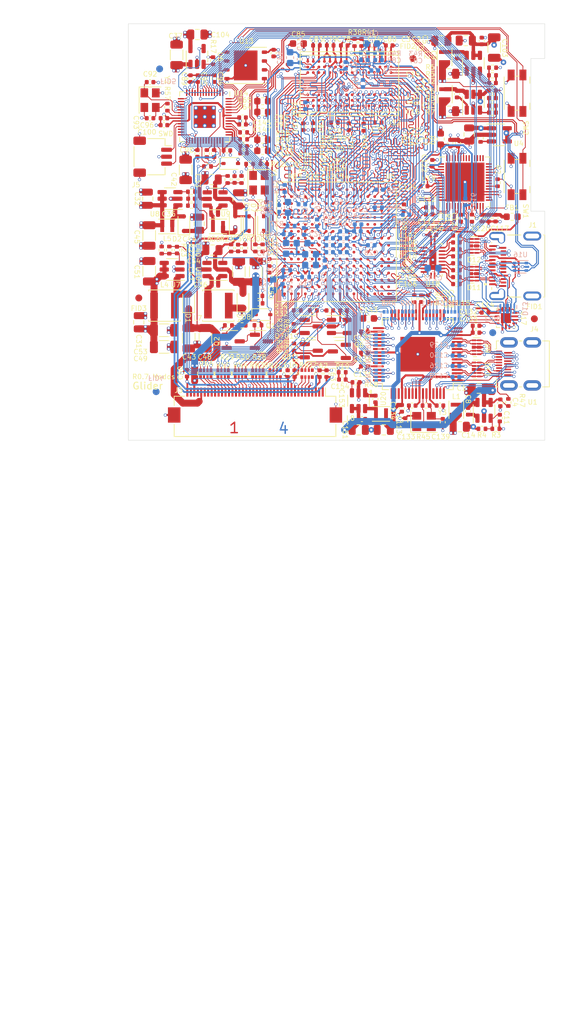
<source format=kicad_pcb>
(kicad_pcb (version 20240108) (generator "pcbnew") (generator_version "8.0")
  (layers (0 "F.Cu" signal) (1 "In1.Cu" signal) (2 "In2.Cu" signal) (31 "B.Cu" signal) (34 "B.Paste" user) (35 "F.Paste" user) (36 "B.SilkS" user "B.Silkscreen") (37 "F.SilkS" user "F.Silkscreen") (38 "B.Mask" user) (39 "F.Mask" user) (44 "Edge.Cuts" user))
  (net 0 "")
  (net 1 "GND")
  (net 2 "+3V3")
  (net 3 "+1V35")
  (net 5 "VNEG")
  (net 6 "VCOM")
  (net 7 "VPOS")
  (net 8 "VGH")
  (net 9 "VGL")
  (net 10 "+5V_EPD")
  (net 11 "+DRAM_VREF")
  (net 12 "/fpga/FPGA_TMS")
  (net 13 "/fpga/FPGA_TCK")
  (net 14 "/fpga/FPGA_TDO")
  (net 15 "/fpga/FPGA_TDI")
  (net 16 "EPDC_GDOE")
  (net 17 "EPDC_GDCLK")
  (net 18 "EPDC_GDSP")
  (net 19 "EPDC_SDCE0")
  (net 20 "/fpga_ddr/DRAM_CKP")
  (net 21 "/fpga_ddr/DRAM_CKN")
  (net 22 "EPDC_D8")
  (net 23 "EPDC_D1")
  (net 24 "EPDC_D0")
  (net 25 "EPDC_SDCLK")
  (net 26 "EPDC_D10")
  (net 27 "EPDC_D3")
  (net 28 "EPDC_D2")
  (net 29 "EPDC_D9")
  (net 30 "EPDC_D12")
  (net 31 "EPDC_D5")
  (net 32 "EPDC_D4")
  (net 33 "EPDC_D11")
  (net 34 "EPDC_D14")
  (net 35 "EPDC_D7")
  (net 36 "EPDC_D6")
  (net 37 "EPDC_D13")
  (net 38 "EPDC_SDLE")
  (net 39 "EPDC_SDOE")
  (net 40 "EPDC_D15")
  (net 41 "/fpga_ddr/DRAM_ADDR14")
  (net 42 "/fpga_ddr/DRAM_ADDR10")
  (net 43 "/fpga_ddr/DRAM_ADDR6")
  (net 44 "/fpga_ddr/DRAM_ADDR1")
  (net 45 "/fpga_ddr/DRAM_ADDR0")
  (net 46 "/fpga_ddr/DRAM_CSB")
  (net 47 "/fpga_ddr/DRAM_CASB")
  (net 48 "/fpga_ddr/DRAM_DATA7")
  (net 49 "/fpga_ddr/DRAM_DATA5")
  (net 50 "/fpga_ddr/DRAM_LDQSP")
  (net 51 "/fpga_ddr/DRAM_DATA1")
  (net 52 "/fpga_ddr/DRAM_ADDR13")
  (net 53 "/fpga_ddr/DRAM_ADDR9")
  (net 54 "/fpga_ddr/DRAM_ADDR5")
  (net 55 "/fpga_ddr/DRAM_ADDR2")
  (net 56 "/fpga_ddr/DRAM_BA0")
  (net 57 "/fpga_ddr/DRAM_RASB")
  (net 58 "/fpga_ddr/DRAM_WEB")
  (net 59 "/fpga_ddr/DRAM_DATA6")
  (net 60 "/fpga_ddr/DRAM_DATA4")
  (net 61 "/fpga_ddr/DRAM_LDQSN")
  (net 62 "/fpga_ddr/DRAM_DATA13")
  (net 63 "/fpga_ddr/DRAM_DATA12")
  (net 64 "/fpga_ddr/DRAM_ADDR12")
  (net 65 "/fpga_ddr/DRAM_ADDR11")
  (net 66 "/fpga_ddr/DRAM_ADDR8")
  (net 67 "/fpga_ddr/DRAM_ADDR7")
  (net 68 "/fpga_ddr/DRAM_BA1")
  (net 69 "/fpga_ddr/DRAM_CKE")
  (net 70 "/fpga_ddr/DRAM_ODT")
  (net 71 "/fpga_ddr/DRAM_DATA3")
  (net 72 "/fpga_ddr/DRAM_DATA2")
  (net 73 "/fpga_ddr/DRAM_LDM")
  (net 74 "/fpga_ddr/DRAM_DATA14")
  (net 75 "/fpga_ddr/DRAM_DATA10")
  (net 76 "/fpga_ddr/DRAM_DATA8")
  (net 77 "FPGA_PROG")
  (net 78 "FPGA_SUSP")
  (net 79 "/fpga_ddr/FPGA_INIT")
  (net 80 "/fpga_ddr/DRAM_ADDR4")
  (net 81 "/fpga_ddr/DRAM_ADDR3")
  (net 82 "/fpga_ddr/DRAM_BA2")
  (net 83 "/fpga_ddr/DRAM_RST")
  (net 84 "/fpga_ddr/DRAM_DATA0")
  (net 85 "/fpga_ddr/DRAM_DATA15")
  (net 86 "/fpga_ddr/DRAM_DATA11")
  (net 87 "/fpga_ddr/DRAM_DATA9")
  (net 88 "/fpga_ddr/DRAM_UDQSN")
  (net 89 "/fpga_ddr/DRAM_UDM")
  (net 90 "/fpga_ddr/DRAM_UDQSP")
  (net 91 "EPD_VCOM_PWM")
  (net 92 "VBUS")
  (net 93 "/eink/ESDCLK")
  (net 94 "/eink/ED0")
  (net 95 "/eink/ED8")
  (net 96 "/eink/ED1")
  (net 97 "/eink/ED9")
  (net 98 "/eink/ED2")
  (net 99 "/eink/ED10")
  (net 100 "/eink/ED3")
  (net 101 "/eink/ED11")
  (net 102 "/eink/ED4")
  (net 103 "/eink/ED12")
  (net 104 "/eink/ED5")
  (net 105 "/eink/ED13")
  (net 106 "/eink/ED6")
  (net 107 "/eink/ED14")
  (net 108 "/eink/ED7")
  (net 109 "/eink/ED15")
  (net 110 "/eink/ESDLE")
  (net 111 "/eink/ESDOE")
  (net 112 "+5V")
  (net 113 "/dp_in/TX1N")
  (net 114 "/dp_in/TX1NC")
  (net 115 "/dp_in/TX1P")
  (net 116 "FPGA_DONE")
  (net 117 "/mcu/GPIO0")
  (net 118 "/eink/GDOE")
  (net 119 "/eink/GDCLK")
  (net 120 "/eink/GDSP")
  (net 121 "/eink/SDCE0")
  (net 122 "/eink/EN_VGL")
  (net 123 "/eink/EN_VNEG")
  (net 124 "/mcu/XIN")
  (net 125 "/mcu/MCU_1V1")
  (net 126 "/mcu/QSPI_SS")
  (net 127 "/mcu/XOUT")
  (net 128 "/dp_in/TX1PC")
  (net 129 "KEY")
  (net 130 "FPGA_CS")
  (net 131 "FPGA_MOSI")
  (net 132 "FPGA_SCLK")
  (net 133 "FPGA_MISO")
  (net 134 "/dp_in/RX1N")
  (net 135 "KEY2")
  (net 136 "/dp_in/RX1NC")
  (net 137 "/mcu/SWCLK")
  (net 138 "/mcu/SWD")
  (net 139 "/mcu/RUN")
  (net 140 "/mcu/GPIO16")
  (net 141 "/mcu/GPIO20")
  (net 142 "EPD_PWR_EN")
  (net 143 "/mcu/GPIO23")
  (net 144 "/mcu/GPIO24")
  (net 145 "GCLK")
  (net 146 "/mcu/GPIO29_ADC3")
  (net 147 "/mcu/QSPI_SD3")
  (net 148 "/mcu/QSPI_SCLK")
  (net 149 "/mcu/QSPI_SD0")
  (net 150 "/mcu/QSPI_SD2")
  (net 151 "/mcu/QSPI_SD1")
  (net 152 "Net-(U1-BS)")
  (net 153 "Net-(U1-SW)")
  (net 154 "Net-(U2-SW)")
  (net 155 "Net-(U2-BS)")
  (net 156 "Net-(U3-BS)")
  (net 157 "Net-(U3-SW)")
  (net 158 "Net-(U1-FB)")
  (net 159 "Net-(U2-FB)")
  (net 160 "Net-(U3-FB)")
  (net 161 "Net-(U9-SW)")
  (net 162 "Net-(U9-BS)")
  (net 163 "Net-(U10-BS)")
  (net 164 "Net-(U10-SW)")
  (net 165 "Net-(U9-FB)")
  (net 166 "Net-(U10-FB)")
  (net 167 "Net-(U7-NFB)")
  (net 168 "Net-(U8-NFB)")
  (net 169 "Net-(U11-+)")
  (net 170 "Net-(C93-Pad1)")
  (net 171 "Net-(D1-A)")
  (net 172 "Net-(D2-A)")
  (net 173 "Net-(D7-K)")
  (net 174 "Net-(D7-A)")
  (net 175 "Net-(D8-K)")
  (net 176 "/dp_in/RX1P")
  (net 178 "/dp_in/RX1PC")
  (net 180 "Net-(U15-XTALP)")
  (net 181 "/dp_in/TX2N")
  (net 188 "HDMI_DET")
  (net 191 "Net-(Q1-G)")
  (net 192 "Net-(Q2-B)")
  (net 193 "Net-(U4-SET)")
  (net 194 "Net-(Y1-OUT)")
  (net 195 "Net-(Y1-EN)")
  (net 196 "Net-(U6-SET)")
  (net 197 "Net-(U5B-IO_L1N_M0_CMPMISO_2)")
  (net 198 "Net-(U5B-IO_L13P_M1_2)")
  (net 199 "Net-(U5B-IO_L1P_3)")
  (net 200 "Net-(U12-ZQ)")
  (net 201 "Net-(U14-USB_DP)")
  (net 202 "Net-(U14-USB_DM)")
  (net 254 "/dp_in/TX2NC")
  (net 255 "/dp_in/TX2P")
  (net 256 "/dp_in/TX2PC")
  (net 257 "/dp_in/RX2N")
  (net 258 "/dp_in/RX2NC")
  (net 259 "Net-(Q6-G)")
  (net 260 "Net-(Q6-S)")
  (net 261 "Net-(Q7-G)")
  (net 262 "Net-(Q8-G)")
  (net 263 "VCOM_MEA")
  (net 264 "Net-(Q8-D)")
  (net 265 "VCOM_EN")
  (net 266 "VCOM_MEA_EN")
  (net 267 "/dp_in/RX2P")
  (net 268 "/dp_in/RX2PC")
  (net 269 "/dp_in/SBU1")
  (net 270 "/dp_in/DPAUXP")
  (net 271 "/dp_in/SBU2")
  (net 272 "/dp_in/DPAUXN")
  (net 273 "Net-(C117-Pad1)")
  (net 274 "Net-(C118-Pad1)")
  (net 275 "/dp_in/CC1")
  (net 276 "USB_DP")
  (net 277 "USB_DN")
  (net 278 "/dp_in/CC2")
  (net 279 "Net-(U15-XTALN)")
  (net 280 "+1V8")
  (net 281 "/tmds_in/TMDS_D1N")
  (net 282 "DP_PDN")
  (net 283 "Net-(U19-TESTMODE)")
  (net 284 "DP_VALID")
  (net 285 "DP_HPD")
  (net 286 "TYPEC_ORI")
  (net 287 "TCPC_INT")
  (net 288 "/dp_in/DP1N")
  (net 289 "/dp_in/DP1P")
  (net 290 "/dp_in/DP0N")
  (net 291 "/dp_in/DP0P")
  (net 292 "/tmds_in/TMDS_D1P")
  (net 299 "I2C_SDA")
  (net 300 "I2C_SCL")
  (net 310 "LVDS_EVEN_CP")
  (net 311 "LVDS_EVEN_CN")
  (net 312 "LVDS_EVEN_BP")
  (net 313 "LVDS_EVEN_BN")
  (net 314 "LVDS_EVEN_AP")
  (net 315 "LVDS_EVEN_AN")
  (net 318 "LVDS_ODD_CKP")
  (net 319 "LVDS_ODD_CKN")
  (net 320 "LVDS_ODD_CP")
  (net 321 "LVDS_ODD_CN")
  (net 322 "LVDS_ODD_BP")
  (net 323 "LVDS_ODD_BN")
  (net 324 "LVDS_ODD_AP")
  (net 325 "LVDS_ODD_AN")
  (net 327 "/tmds_in/TMDS_D2N")
  (net 328 "/tmds_in/TMDS_D2P")
  (net 329 "/tmds_in/TMDS_CKN")
  (net 330 "/tmds_in/TMDS_CKP")
  (net 331 "/tmds_in/TMDS_D0N")
  (net 332 "/tmds_in/TMDS_D0P")
  (net 333 "/tmds_in/HDMI_SCL")
  (net 334 "/tmds_in/HDMI_SDA")
  (net 335 "/tmds_in/HDMI_5V")
  (net 336 "/tmds_in/HDMI_HPD")
  (net 337 "DPI_DE")
  (net 338 "DPI_HS")
  (net 339 "DPI_VS")
  (net 340 "DPI_PCLK")
  (net 341 "DPI_G3")
  (net 342 "DPI_G2")
  (net 343 "DPI_G1")
  (net 344 "DPI_G0")
  (net 345 "DPI_G7")
  (net 346 "DPI_G6")
  (net 347 "DPI_G5")
  (net 348 "DPI_G4")
  (net 349 "DPI_R7")
  (net 350 "DPI_R6")
  (net 351 "DPI_R5")
  (net 352 "DPI_R4")
  (net 353 "DPI_R3")
  (net 354 "DPI_R2")
  (net 355 "DPI_R1")
  (net 356 "DPI_R0")
  (net 357 "DPI_B7")
  (net 358 "DPI_B6")
  (net 359 "DPI_B5")
  (net 360 "DPI_B4")
  (net 361 "DPI_B3")
  (net 362 "DPI_B2")
  (net 363 "DPI_B1")
  (net 364 "DPI_B0")
  (net 369 "ADV_INT")
  (net 370 "DEC_RST")
  (net 383 "+1V2")
  (net 387 "/tmds_in/ADV_CK")
  (net 388 "/tmds_in/ADV_DE")
  (net 389 "/tmds_in/ADV_HS")
  (net 390 "/tmds_in/ADV_VS")
  (net 391 "/tmds_in/ADV_P8")
  (net 392 "/tmds_in/ADV_P11")
  (net 393 "/tmds_in/ADV_P10")
  (net 394 "/tmds_in/ADV_P9")
  (net 395 "/tmds_in/ADV_P13")
  (net 396 "/tmds_in/ADV_P14")
  (net 397 "/tmds_in/ADV_P15")
  (net 398 "/tmds_in/ADV_P12")
  (net 399 "/tmds_in/ADV_P21")
  (net 400 "/tmds_in/ADV_P23")
  (net 401 "/tmds_in/ADV_P22")
  (net 402 "/tmds_in/ADV_P20")
  (net 403 "/tmds_in/ADV_P17")
  (net 404 "/tmds_in/ADV_P19")
  (net 405 "/tmds_in/ADV_P18")
  (net 406 "/tmds_in/ADV_P16")
  (net 407 "/tmds_in/ADV_P6")
  (net 408 "/tmds_in/ADV_P7")
  (net 409 "/tmds_in/ADV_P4")
  (net 410 "/tmds_in/ADV_P5")
  (net 411 "/tmds_in/ADV_P0")
  (net 412 "/tmds_in/ADV_P1")
  (net 413 "/tmds_in/ADV_P2")
  (net 414 "/tmds_in/ADV_P3")
  (net 415 "Net-(U20-BS)")
  (net 416 "Net-(U20-SW)")
  (net 417 "Net-(U20-FB)")
  (footprint "Resistor_SMD:R_0402_1005Metric" (layer "F.Cu") (at 147.95 98.35)
    (property "Reference" "R3")
    (property "Value" "91K/1%")
  )
  (footprint "Capacitor_SMD:C_0402_1005Metric" (layer "F.Cu") (at 100.125 53.605 180)
    (property "Reference" "C96")
    (property "Value" "100nF")
  )
  (footprint "Capacitor_SMD:C_0402_1005Metric" (layer "F.Cu") (at 103.95 47.9 90)
    (property "Reference" "C89")
    (property "Value" "1uF")
  )
  (footprint "Inductor_SMD:L_Murata_DFE201610P" (layer "F.Cu") (at 107.9125 69.2)
    (property "Reference" "L6")
    (property "Value" "FTC201610S4R7MBCA")
  )
  (footprint "Resistor_SMD:R_Array_Convex_4x0402" (layer "F.Cu") (at 116.15 90.4 90)
    (property "Reference" "RN2")
    (property "Value" "33R / 4D02WGF330JTCE")
  )
  (footprint "Capacitor_SMD:C_0402_1005Metric" (layer "F.Cu") (at 126 81.3 180)
    (property "Reference" "C54")
    (property "Value" "100nF")
  )
  (footprint "footprints:RP2040-QFN-56" (layer "F.Cu") (at 106 53.4 -90)
    (property "Reference" "U14")
    (property "Value" "RP2040")
  )
  (footprint "Resistor_SMD:R_0402_1005Metric" (layer "F.Cu") (at 100.9 72.6 90)
    (property "Reference" "R22")
    (property "Value" "240K/1%")
  )
  (footprint "Capacitor_SMD:C_0805_2012Metric" (layer "F.Cu") (at 140.1 42.45)
    (property "Reference" "C3")
    (property "Value" "10uF/10V")
  )
  (footprint "Inductor_SMD:L_Murata_DFE201610P" (layer "F.Cu") (at 140.566717 44.795 -90)
    (property "Reference" "L2")
    (property "Value" "FTC201610S4R7MBCA")
  )
  (footprint "Package_TO_SOT_SMD:TSOT-23-6" (layer "F.Cu") (at 144.71 45.6825 90)
    (property "Reference" "U2")
    (property "Value" "SY8120")
  )
  (footprint "Resistor_SMD:R_0402_1005Metric" (layer "F.Cu") (at 113.675 83.425)
    (property "Reference" "R28")
    (property "Value" "120K/1%")
  )
  (footprint "Resistor_SMD:R_0402_1005Metric" (layer "F.Cu") (at 109.3 62.432615 -90)
    (property "Reference" "R19")
    (property "Value" "10K/1%")
  )
  (footprint "Resistor_SMD:R_0402_1005Metric" (layer "F.Cu") (at 114.34 72.3 -90)
    (property "Reference" "R31")
    (property "Value" "120K/1%")
  )
  (footprint "Capacitor_SMD:C_1206_3216Metric" (layer "F.Cu") (at 101.95 44.475002 -90)
    (property "Reference" "C37")
    (property "Value" "47uF/10V")
  )
  (footprint "MountingHole:MountingHole_2.2mm_M2_DIN965" (layer "F.Cu") (at 152 43)
    (property "Reference" "H4" (hide yes))
    (property "Value" "MountingHole")
  )
  (footprint "Capacitor_SMD:C_0402_1005Metric" (layer "F.Cu") (at 129 87.4 180)
    (property "Reference" "C136")
    (property "Value" "100nF")
  )
  (footprint "Capacitor_SMD:C_1206_3216Metric" (layer "F.Cu") (at 113.3625 75.7 90)
    (property "Reference" "C50")
    (property "Value" "10uF/50V")
  )
  (footprint "Capacitor_SMD:C_0402_1005Metric" (layer "F.Cu") (at 111.6 58.65)
    (property "Reference" "C102")
    (property "Value" "1uF")
  )
  (footprint "Capacitor_SMD:C_0402_1005Metric" (layer "F.Cu") (at 128.65 96.95 180)
    (property "Reference" "C152" (hide yes))
    (property "Value" "100nF")
  )
  (footprint "Capacitor_SMD:C_0402_1005Metric" (layer "F.Cu") (at 124.03 81.3)
    (property "Reference" "C52")
    (property "Value" "220nF")
  )
  (footprint "Capacitor_SMD:C_0402_1005Metric" (layer "F.Cu") (at 98.125 53.605 180)
    (property "Reference" "C93")
    (property "Value" "18pF")
  )
  (footprint "Capacitor_SMD:C_0402_1005Metric" (layer "F.Cu") (at 109.200378 58.245134)
    (property "Reference" "C99")
    (property "Value" "100nF")
  )
  (footprint "Capacitor_SMD:C_0805_2012Metric" (layer "F.Cu") (at 144.1 55.95 90)
    (property "Reference" "C17")
    (property "Value" "10uF/10V")
  )
  (footprint "Capacitor_SMD:C_0402_1005Metric" (layer "F.Cu") (at 147.46 49.6 180)
    (property "Reference" "C6")
    (property "Value" "100nF")
  )
  (footprint "Capacitor_SMD:C_0402_1005Metric" (layer "F.Cu") (at 145.916717 42.475 -90)
    (property "Reference" "C5")
    (property "Value" "100nF")
  )
  (footprint "Resistor_SMD:R_0402_1005Metric" (layer "F.Cu") (at 145.95 98.35)
    (property "Reference" "R4")
    (property "Value" "20K/1%")
  )
  (footprint "Capacitor_SMD:C_0402_1005Metric" (layer "F.Cu") (at 137.2 79.6 90)
    (property "Reference" "C137")
    (property "Value" "100nF")
  )
  (footprint "Capacitor_SMD:C_0402_1005Metric" (layer "F.Cu") (at 121.6 54.8 -90)
    (property "Reference" "C82")
    (property "Value" "220nF")
  )
  (footprint "Package_QFP:LQFP-64-1EP_10x10mm_P0.5mm_EP5x5mm" (layer "F.Cu") (at 136.7 87.6 180)
    (property "Reference" "U15")
    (property "Value" "ADV7611")
  )
  (footprint "Button_Switch_SMD:Panasonic_EVQPUL_EVQPUC" (layer "F.Cu") (at 151 50 -90)
    (property "Reference" "SW2")
    (property "Value" "SW")
  )
  (footprint "Package_SON:WSON-8-1EP_6x5mm_P1.27mm_EP3.4x4.3mm" (layer "F.Cu") (at 111.9 46)
    (property "Reference" "U13")
    (property "Value" "W25Q32JV")
  )
  (footprint "Capacitor_SMD:C_0402_1005Metric" (layer "F.Cu") (at 140.3 97.4 -90)
    (property "Reference" "C125" (hide yes))
    (property "Value" "18pF")
  )
  (footprint "Capacitor_SMD:C_0402_1005Metric" (layer "F.Cu") (at 142.275 73.5 180)
    (property "Reference" "C110")
    (property "Value" "100nF")
  )
  (footprint "Diode_SMD:D_SOD-323" (layer "F.Cu") (at 103 68.8 90)
    (property "Reference" "D2")
    (property "Value" "1N5819WS")
  )
  (footprint "Resistor_SMD:R_0402_1005Metric" (layer "F.Cu") (at 127.8 91.65 180)
    (property "Reference" "R48")
    (property "Value" "10K/1%")
  )
  (footprint "Capacitor_SMD:C_0402_1005Metric" (layer "F.Cu") (at 124.079999 43.125001)
    (property "Reference" "C79")
    (property "Value" "220nF")
  )
  (footprint "Package_TO_SOT_SMD:SOT-23" (layer "F.Cu") (at 125.4 87.2 180)
    (property "Reference" "Q6")
    (property "Value" "AO3400A")
  )
  (footprint "Capacitor_SMD:C_0402_1005Metric" (layer "F.Cu") (at 142.35 50.13 -90)
    (property "Reference" "C10")
    (property "Value" "100nF")
  )
  (footprint "Resistor_SMD:R_0402_1005Metric" (layer "F.Cu") (at 112.475 60.2)
    (property "Reference" "R12")
    (property "Value" "4.7K")
  )
  (footprint "Oscillator:Oscillator_SMD_Abracon_ASE-4Pin_3.2x2.5mm" (layer "F.Cu") (at 137.6 97.3)
    (property "Reference" "Y3")
    (property "Value" "28.63636MHz")
  )
  (footprint "Capacitor_SMD:C_0402_1005Metric" (layer "F.Cu") (at 120.2 54.825 -90)
    (property "Reference" "C81")
    (property "Value" "220nF")
  )
  (footprint "Diode_SMD:D_SOD-323" (layer "F.Cu") (at 112.4 68.8 90)
    (property "Reference" "D6")
    (property "Value" "1N5819WS")
  )
  (footprint "Capacitor_SMD:C_0402_1005Metric" (layer "F.Cu") (at 143.95 95.825 -90)
    (property "Reference" "C8")
    (property "Value" "100nF")
  )
  (footprint "Resistor_SMD:R_0402_1005Metric" (layer "F.Cu") (at 111.8125 72.3 90)
    (property "Reference" "R20")
    (property "Value" "91K/1%")
  )
  (footprint "Inductor_SMD:L_Murata_DFE201610P" (layer "F.Cu") (at 140.6 50.15 -90)
    (property "Reference" "L3")
    (property "Value" "FTC201610S4R7MBCA")
  )
  (footprint "Capacitor_SMD:C_0402_1005Metric" (layer "F.Cu") (at 114.5 60.22)
    (property "Reference" "C30")
    (property "Value" "220nF")
  )
  (footprint "Capacitor_SMD:C_0402_1005Metric" (layer "F.Cu") (at 124.7 54.225 180)
    (property "Reference" "C70")
    (property "Value" "220nF")
  )
  (footprint "Capacitor_SMD:C_0402_1005Metric" (layer "F.Cu") (at 110.8125 72.3 90)
    (property "Reference" "C39")
    (property "Value" "22pF")
  )
  (footprint "Capacitor_SMD:C_0402_1005Metric" (layer "F.Cu") (at 126.75 54.825 -90)
    (property "Reference" "C75")
    (property "Value" "220nF")
  )
  (footprint "Package_TO_SOT_SMD:TSOT-23-6" (layer "F.Cu") (at 146.25 95.6875 90)
    (property "Reference" "U1")
    (property "Value" "SY8120")
  )
  (footprint "Resistor_SMD:R_0402_1005Metric" (layer "F.Cu") (at 99.8 72.6 -90)
    (property "Reference" "R23")
    (property "Value" "10K/1%")
  )
  (footprint "Resistor_SMD:R_0402_1005Metric" (layer "F.Cu") (at 113.3 72.3 90)
    (property "Reference" "R33")
    (property "Value" "120K/1%")
  )
  (footprint "Capacitor_SMD:C_0402_1005Metric" (layer "F.Cu") (at 145.1 84.5)
    (property "Reference" "C135")
    (property "Value" "100nF")
  )
  (footprint "Resistor_SMD:R_0402_1005Metric" (layer "F.Cu") (at 115.3 74.4 90)
    (property "Reference" "R35")
    (property "Value" "0R")
  )
  (footprint "Capacitor_SMD:C_0402_1005Metric" (layer "F.Cu") (at 142.5 57.2 90)
    (property "Reference" "C121")
    (property "Value" "100nF")
  )
  (footprint "Resistor_SMD:R_0402_1005Metric" (layer "F.Cu") (at 111.3 62.432615 90)
    (property "Reference" "R18")
    (property "Value" "240K/1%")
  )
  (footprint "Capacitor_SMD:C_0402_1005Metric" (layer "F.Cu") (at 115.917981 44.22 -90)
    (property "Reference" "C97" (hide yes))
    (property "Value" "100nF")
  )
  (footprint "Capacitor_SMD:C_0402_1005Metric" (layer "F.Cu") (at 107.4 47.9 90)
    (property "Reference" "C94")
    (property "Value" "100nF")
  )
  (footprint "Capacitor_SMD:C_0402_1005Metric" (layer "F.Cu") (at 98.125 48.405)
    (property "Reference" "C92")
    (property "Value" "18pF")
  )
  (footprint "Capacitor_SMD:C_0805_2012Metric" (layer "F.Cu") (at 141.2 52.6 180)
    (property "Reference" "C16")
    (property "Value" "10uF/10V")
  )
  (footprint "Package_TO_SOT_SMD:SOT-23-6" (layer "F.Cu") (at 101 65.2 180)
    (property "Reference" "U8")
    (property "Value" "MT3608(SOT23-6)")
  )
  (footprint "Resistor_SMD:R_0402_1005Metric" (layer "F.Cu") (at 149.75 94.55 90)
    (property "Reference" "R47")
    (property "Value" "10K")
  )
  (footprint "Package_TO_SOT_SMD:TSOT-23-6" (layer "F.Cu") (at 107.5 65.232615 180)
    (property "Reference" "U9")
    (property "Value" "LGS5148")
  )
  (footprint "Capacitor_SMD:C_0402_1005Metric" (layer "F.Cu") (at 142.275 75.5 180)
    (property "Reference" "C55")
    (property "Value" "100nF")
  )
  (footprint "Capacitor_SMD:C_0402_1005Metric" (layer "F.Cu") (at 147.476717 48.525)
    (property "Reference" "C12")
    (property "Value" "47pF")
  )
  (footprint "Resistor_SMD:R_Array_Convex_4x0402" (layer "F.Cu") (at 111.15 90.4 90)
    (property "Reference" "RN4")
    (property "Value" "33R / 4D02WGF330JTCE")
  )
  (footprint "Capacitor_SMD:C_0402_1005Metric" (layer "F.Cu") (at 134.9 97.3 90)
    (property "Reference" "C113")
    (property "Value" "18pF")
  )
  (footprint "Package_TO_SOT_SMD:SOT-23-5" (layer "F.Cu") (at 125.4 83.6)
    (property "Reference" "U11")
    (property "Value" "LM321")
  )
  (footprint "Capacitor_SMD:C_0603_1608Metric" (layer "F.Cu") (at 129.6 82.45 180)
    (property "Reference" "C143")
    (property "Value" "47uF/6.3V")
  )
  (footprint "Oscillator:Oscillator_SMD_Abracon_ASE-4Pin_3.2x2.5mm" (layer "F.Cu") (at 113.8 62.9 -90)
    (property "Reference" "Y1")
    (property "Value" "33MHz")
  )
  (footprint "Capacitor_SMD:C_0402_1005Metric" (layer "F.Cu") (at 130.6 94.05 90)
    (property "Reference" "C153")
    (property "Value" "100nF")
  )
  (footprint "Capacitor_SMD:C_0402_1005Metric" (layer "F.Cu") (at 107.4375 67.5)
    (property "Reference" "C35")
    (property "Value" "100nF")
  )
  (footprint "Capacitor_SMD:C_0402_1005Metric" (layer "F.Cu") (at 146.9 68 -90)
    (property "Reference" "C120")
    (property "Value" "100nF")
  )
  (footprint "Capacitor_SMD:C_0603_1608Metric" (layer "F.Cu") (at 114.35 56.7)
    (property "Reference" "C145")
    (property "Value" "47uF/6.3V")
  )
  (footprint "Package_TO_SOT_SMD:SOT-23-6" (layer "F.Cu") (at 101.3 75.4 180)
    (property "Reference" "U7")
    (property "Value" "MT3608(SOT23-6)")
  )
  (footprint "Inductor_SMD:L_0603_1608Metric" (layer "F.Cu") (at 140 56.6 -90)
    (property "Reference" "FB2")
    (property "Value" "120")
  )
  (footprint "Package_TO_SOT_SMD:SOT-23-5" (layer "F.Cu") (at 104.89 44.705002 90)
    (property "Reference" "U6")
    (property "Value" "MT9700")
  )
  (footprint "Capacitor_SMD:C_0402_1005Metric" (layer "F.Cu") (at 138.2 79.6 90)
    (property "Reference" "C128")
    (property "Value" "100nF")
  )
  (footprint "Resistor_SMD:R_0402_1005Metric" (layer "F.Cu") (at 136.2 79.59 -90)
    (property "Reference" "R46")
    (property "Value" "33")
  )
  (footprint "Inductor_SMD:L_Murata_DFE201610P" (layer "F.Cu") (at 131.4 96.2)
    (property "Reference" "L8")
    (property "Value" "FTC201610S4R7MBCA")
  )
  (footprint "Capacitor_SMD:C_1206_3216Metric" (layer "F.Cu") (at 147.716717 43.425 90)
    (property "Reference" "C103")
    (property "Value" "47uF/10V")
  )
  (footprint "Capacitor_SMD:C_0402_1005Metric" (layer "F.Cu") (at 147.46 51.8)
    (property "Reference" "C13")
    (property "Value" "47pF")
  )
  (footprint "Capacitor_SMD:C_0805_2012Metric" (layer "F.Cu") (at 145.5 92.5)
    (property "Reference" "C1")
    (property "Value" "10uF/10V")
  )
  (footprint "Diode_SMD:D_SOD-323" (layer "F.Cu") (at 103.6875 80 90)
    (property "Reference" "D1")
    (property "Value" "1N5819WS")
  )
  (footprint "Capacitor_SMD:C_0402_1005Metric" (layer "F.Cu") (at 131 54.225)
    (property "Reference" "C73")
    (property "Value" "220nF")
  )
  (footprint "Capacitor_SMD:C_0805_2012Metric" (layer "F.Cu") (at 143.616717 42.42)
    (property "Reference" "C2")
    (property "Value" "10uF/10V")
  )
  (footprint "MountingHole:MountingHole_2.2mm_M2_DIN965" (layer "F.Cu") (at 98 43)
    (property "Reference" "H1" (hide yes))
    (property "Value" "MountingHole")
  )
  (footprint "Fiducial:Fiducial_1mm_Mask2mm" (layer "F.Cu") (at 136 45)
    (property "Reference" "FID2")
    (property "Value" "Fiducial")
  )
  (footprint "Resistor_SMD:R_0402_1005Metric" (layer "F.Cu") (at 128.589998 42.694999 90)
    (property "Reference" "R41")
    (property "Value" "240R/1%")
  )
  (footprint "Capacitor_SMD:C_0402_1005Metric" (layer "F.Cu") (at 138.87 70.4)
    (property "Reference" "C115")
    (property "Value" "100nF")
  )
  (footprint "Capacitor_SMD:C_0402_1005Metric" (layer "F.Cu") (at 148.6 94.6 90)
    (property "Reference" "C4")
    (property "Value" "100nF")
  )
  (footprint "Package_DFN_QFN:WQFN-20-1EP_2.5x4.5mm_P0.5mm_EP1x2.9mm" (layer "F.Cu") (at 138.875 74)
    (property "Reference" "U18")
    (property "Value" "CBTL02043A")
  )
  (footprint "Capacitor_SMD:C_0805_2012Metric" (layer "F.Cu") (at 107 62.432615 180)
    (property "Reference" "C33")
    (property "Value" "4.7uF/50V")
  )
  (footprint "Resistor_SMD:R_0402_1005Metric" (layer "F.Cu") (at 100.625 52.005 90)
    (property "Reference" "R57")
    (property "Value" "1K")
  )
  (footprint "Fiducial:Fiducial_1mm_Mask2mm" (layer "F.Cu") (at 96.5 79.5)
    (property "Reference" "FID3")
    (property "Value" "Fiducial")
  )
  (footprint "Capacitor_SMD:C_0402_1005Metric" (layer "F.Cu") (at 104.95 58.675 -90)
    (property "Reference" "C98")
    (property "Value" "100nF")
  )
  (footprint "Resistor_SMD:R_0402_1005Metric" (layer "F.Cu") (at 128.9 54.9 -90)
    (property "Reference" "R40")
    (property "Value" "4.7K")
  )
  (footprint "Capacitor_SMD:C_1206_3216Metric" (layer "F.Cu") (at 100.15 84.15 180)
    (property "Reference" "C53")
    (property "Value" "47uF/10V")
  )
  (footprint "Resistor_SMD:R_0402_1005Metric" (layer "F.Cu") (at 107.2 45.325002 -90)
    (property "Reference" "R17")
    (property "Value" "10K/1%")
  )
  (footprint "Resistor_SMD:R_0402_1005Metric" (layer "F.Cu") (at 109.8125 72.3 -90)
    (property "Reference" "R21")
    (property "Value" "5.1K/1%")
  )
  (footprint "Resistor_SMD:R_0402_1005Metric" (layer "F.Cu") (at 144.5 68 90)
    (property "Reference" "R1")
    (property "Value" "4.7K")
  )
  (footprint "Capacitor_SMD:C_0603_1608Metric" (layer "F.Cu") (at 119.5 42.85 180)
    (property "Reference" "C85")
    (property "Value" "22uF")
  )
  (footprint "footprints:Xilinx_FTG256" (layer "F.Cu") (at 125 71.4 -90)
    (property "Reference" "U5")
    (property "Value" "XC6SLX16-FTG256")
  )
  (footprint "Diode_SMD:D_SOD-323" (layer "F.Cu") (at 114.4775 68.7775 90)
    (property "Reference" "D7")
    (property "Value" "4148WS")
  )
  (footprint "Capacitor_SMD:C_0805_2012Metric" (layer "F.Cu") (at 131.8 98.5)
    (property "Reference" "C155" (hide yes))
    (property "Value" "10uF/10V")
  )
  (footprint "Capacitor_SMD:C_0402_1005Metric" (layer "F.Cu") (at 145.9 68 -90)
    (property "Reference" "C123")
    (property "Value" "100nF")
  )
  (footprint "Capacitor_SMD:C_0805_2012Metric" (layer "F.Cu") (at 110.8 65.3 90)
    (property "Reference" "C46")
    (property "Value" "4.7uF/50V")
  )
  (footprint "Resistor_SMD:R_0402_1005Metric" (layer "F.Cu") (at 121.65 81.3)
    (property "Reference" "R26")
    (property "Value" "91K/1%")
  )
  (footprint "Resistor_SMD:R_0402_1005Metric" (layer "F.Cu") (at 145.75 56.5 -90)
    (property "Reference" "R9")
    (property "Value" "10K/1%")
  )
  (footprint "Capacitor_SMD:C_0603_1608Metric" (layer "F.Cu") (at 114.35 52.7 180)
    (property "Reference" "C64")
    (property "Value" "47uF/6.3V")
  )
  (footprint "Capacitor_SMD:C_0402_1005Metric" (layer "F.Cu") (at 105 47.9 90)
    (property "Reference" "C95")
    (property "Value" "100nF")
  )
  (footprint "Resistor_SMD:R_0402_1005Metric" (layer "F.Cu") (at 109.4125 83.45)
    (property "Reference" "R29")
    (property "Value" "5.1K/1%")
  )
  (footprint "Capacitor_SMD:C_0402_1005Metric" (layer "F.Cu") (at 102 72.6 90)
    (property "Reference" "C40")
    (property "Value" "22pF")
  )
  (footprint "Resistor_SMD:R_0402_1005Metric" (layer "F.Cu") (at 111.600378 55.645134 180)
    (property "Reference" "R58")
    (property "Value" "27R")
  )
  (footprint "Package_DFN_QFN:Diodes_UDFN-10_1.0x2.5mm_P0.5mm" (layer "F.Cu") (at 144.8125 76 180)
    (property "Reference" "D11")
    (property "Value" "RCLAMP0524P")
  )
  (footprint "Capacitor_SMD:C_0402_1005Metric" (layer "F.Cu") (at 111.600378 57.645134)
    (property "Reference" "C101")
    (property "Value" "100nF")
  )
  (footprint "Resistor_SMD:R_0402_1005Metric" (layer "F.Cu") (at 118.8375 83.75 90)
    (property "Reference" "R62")
    (property "Value" "120K/1%")
  )
  (footprint "Resistor_SMD:R_0402_1005Metric" (layer "F.Cu") (at 106.3 58.7 90)
    (property "Reference" "R66")
    (property "Value" "51R")
  )
  (footprint "MountingHole:MountingHole_2.2mm_M2_DIN965" (layer "F.Cu") (at 98 97)
    (property "Reference" "H2" (hide yes))
    (property "Value" "MountingHole")
  )
  (footprint "Capacitor_SMD:C_0805_2012Metric" (layer "F.Cu") (at 142.75 98.05 180)
    (property "Reference" "C14")
    (property "Value" "10uF/10V")
  )
  (footprint "Capacitor_SMD:C_0402_1005Metric" (layer "F.Cu") (at 141.4 57.2 90)
    (property "Reference" "C118")
    (property "Value" "1uF")
  )
  (footprint "Package_TO_SOT_SMD:TSOT-23-6" (layer "F.Cu") (at 144.71 51.3 90)
    (property "Reference" "U3")
    (property "Value" "SY8120")
  )
  (footprint "Resistor_SMD:R_0402_1005Metric" (layer "F.Cu") (at 147.46 50.7 180)
    (property "Reference" "R8")
    (property "Value" "20K/1%")
  )
  (footprint "MountingHole:MountingHole_2.2mm_M2_DIN965" (layer "F.Cu") (at 152 97)
    (property "Reference" "H3" (hide yes))
    (property "Value" "MountingHole")
  )
  (footprint "Resistor_SMD:R_0402_1005Metric" (layer "F.Cu") (at 125.81 90.2 180)
    (property "Reference" "R10")
    (property "Value" "20K/1%")
  )
  (footprint "Package_TO_SOT_SMD:SOT-23" (layer "F.Cu") (at 110.1 85.75)
    (property "Reference" "Q2")
    (property "Value" "S8050")
  )
  (footprint "Capacitor_SMD:C_0402_1005Metric" (layer "F.Cu") (at 142.275 72.5 180)
    (property "Reference" "C109")
    (property "Value" "100nF")
  )
  (footprint "footprints:AMPHENOL_10137065-00021LF" (layer "F.Cu") (at 153.2 74.89925 90)
    (property "Reference" "J1")
    (property "Value" "USB_C_Receptacle")
  )
  (footprint "Package_TO_SOT_SMD:SOT-23" (layer "F.Cu") (at 114.1625 85.75)
    (property "Reference" "Q1")
    (property "Value" "AO3401A")
  )
  (footprint "Resistor_SMD:R_0402_1005Metric" (layer "F.Cu") (at 148.2 62.9 -90)
    (property "Reference" "R2")
    (property "Value" "4.7K")
  )
  (footprint "Capacitor_SMD:C_0805_2012Metric" (layer "F.Cu") (at 105.2 68.8 -90)
    (property "Reference" "C44")
    (property "Value" "4.7uF/50V")
  )
  (footprint "Package_TO_SOT_SMD:SOT-23-5" (layer "F.Cu") (at 148.45 56)
    (property "Reference" "U4")
    (property "Value" "MT9700")
  )
  (footprint "Capacitor_SMD:C_1206_3216Metric" (layer "F.Cu") (at 110.9125 75.7 90)
    (property "Reference" "C47")
    (property "Value" "10uF/50V")
  )
  (footprint "footprints:HDMI_Micro-D_Molex_46765-1x01_MOD" (layer "F.Cu") (at 153.2 89 90)
    (property "Reference" "J4")
    (property "Value" "DVI")
  )
  (footprint "Capacitor_SMD:C_0402_1005Metric" (layer "F.Cu") (at 142.275 70.5 180)
    (property "Reference" "C107")
    (property "Value" "100nF")
  )
  (footprint "Capacitor_SMD:C_0402_1005Metric" (layer "F.Cu") (at 118.95 90.4 -90)
    (property "Reference" "C56")
    (property "Value" "1uF")
  )
  (footprint "Package_DFN_QFN:Diodes_UDFN-10_1.0x2.5mm_P0.5mm" (layer "F.Cu") (at 145.1875 86.6 180)
    (property "Reference" "D9")
    (property "Value" "RCLAMP0524P")
  )
  (footprint "Capacitor_SMD:C_0805_2012Metric" (layer "F.Cu") (at 97.8 65.2 -90)
    (property "Reference" "C32")
    (property "Value" "10uF/10V")
  )
  (footprint "Capacitor_SMD:C_0402_1005Metric" (layer "F.Cu") (at 142.9 68 -90)
    (property "Reference" "C119")
    (property "Value" "100nF")
  )
  (footprint "Package_DFN_QFN:QFN-56-1EP_7x7mm_P0.4mm_EP5.6x5.6mm" (layer "F.Cu") (at 143.5 62.8 90)
    (property "Reference" "U19")
    (property "Value" "PTN3460")
  )
  (footprint "Resistor_SMD:R_0402_1005Metric" (layer "F.Cu") (at 113.8 79.2)
    (property "Reference" "R34")
    (property "Value" "120K/1%")
  )
  (footprint "Package_TO_SOT_SMD:TSOT-23-6" (layer "F.Cu") (at 107.4625 75.4 180)
    (property "Reference" "U10")
    (property "Value" "LGS5148")
  )
  (footprint "Inductor_SMD:L_0603_1608Metric" (layer "F.Cu") (at 150.3 67.8 180)
    (property "Reference" "FB1")
    (property "Value" "120")
  )
  (footprint "Capacitor_SMD:C_0402_1005Metric" (layer "F.Cu") (at 142.275 76.5 180)
    (property "Reference" "C105")
    (property "Value" "100nF")
  )
  (footprint "Resistor_SMD:R_0402_1005Metric" (layer "F.Cu") (at 147.466717 47.425)
    (property "Reference" "R5")
    (property "Value" "20K/1%")
  )
  (footprint "Button_Switch_SMD:Panasonic_EVQPUL_EVQPUC" (layer "F.Cu") (at 151 62 -90)
    (property "Reference" "SW1")
    (property "Value" "SW")
  )
  (footprint "Package_DFN_QFN:Diodes_UDFN-10_1.0x2.5mm_P0.5mm" (layer "F.Cu") (at 145.1875 89.8 180)
    (property "Reference" "D10")
    (property "Value" "RCLAMP0524P")
  )
  (footprint "Capacitor_SMD:C_0402_1005Metric" (layer "F.Cu") (at 147.9 68 -90)
    (property "Reference" "C117")
    (property "Value" "1uF")
  )
  (footprint "Resistor_SMD:R_Array_Convex_4x0402" (layer "F.Cu") (at 113.65 90.4 90)
    (property "Reference" "RN3")
    (property "Value" "33R / 4D02WGF330JTCE")
  )
  (footprint "Capacitor_SMD:C_0402_1005Metric" (layer "F.Cu") (at 139.9 95)
    (property "Reference" "C139")
    (property "Value" "100nF")
  )
  (footprint "Capacitor_SMD:C_1206_3216Metric" (layer "F.Cu") (at 100.15 86.55 180)
    (property "Reference" "C49")
    (property "Value" "47uF/10V")
  )
  (footprint "Inductor_SMD:L_Murata_DFE201610P" (layer "F.Cu") (at 142.25 95.6 -90)
    (property "Reference" "L1")
    (property "Value" "FTC201610S4R7MBCA")
  )
  (footprint "Capacitor_SMD:C_0402_1005Metric" (layer "F.Cu") (at 137.62 63.4 180)
    (property "Reference" "C124")
    (property "Value" "100nF")
  )
  (footprint "Resistor_SMD:R_0402_1005Metric" (layer "F.Cu") (at 147.476717 46.325 180)
    (property "Reference" "R6")
    (property "Value" "16K/1%")
  )
  (footprint "Resistor_SMD:R_Array_Convex_4x0402" (layer "F.Cu") (at 106.15 90.4 90)
    (property "Reference" "RN6")
    (property "Value" "33R / 4D02WGF330JTCE")
  )
  (footprint "Capacitor_SMD:C_0402_1005Metric" (layer "F.Cu") (at 142.35 44.52 -90)
    (property "Reference" "C9")
    (property "Value" "100nF")
  )
  (footprint "Package_DFN_QFN:WQFN-14-1EP_2.5x2.5mm_P0.5mm_EP1.45x1.45mm" (layer "F.Cu") (at 149.4 82.4 -90)
    (property "Reference" "U17")
    (property "Value" "FUSB302BMPX")
  )
  (footprint "Capacitor_SMD:C_0402_1005Metric" (layer "F.Cu") (at 129 84.35 180)
    (property "Reference" "C127")
    (property "Value" "100nF")
  )
  (footprint "Resistor_SMD:R_0402_1005Metric" (layer "F.Cu") (at 114.9 66.2 90)
    (property "Reference" "R11")
    (property "Value" "27R")
  )
  (footprint "Capacitor_SMD:C_0402_1005Metric" (layer "F.Cu") (at 142.275 71.5 180)
    (property "Reference" "C108")
    (property "Value" "100nF")
  )
  (footprint "Capacitor_SMD:C_0402_1005Metric" (layer "F.Cu") (at 142.275 77.5 180)
    (property "Reference" "C106")
    (property "Value" "100nF")
  )
  (footprint "Capacitor_SMD:C_0402_1005Metric" (layer "F.Cu") (at 126.1 43.124999 180)
    (property "Reference" "C78")
    (property "Value" "220nF")
  )
  (footprint "Capacitor_SMD:C_1206_3216Metric" (layer "F.Cu") (at 106.1 85.3 90)
    (property "Reference" "C48")
    (property "Value" "10uF/50V")
  )
  (footprint "Capacitor_SMD:C_1206_3216Metric" (layer "F.Cu") (at 98 75.65 -90)
    (property "Reference" "C51")
    (property "Value" "47uF/10V")
  )
  (footprint "Capacitor_SMD:C_1206_3216Metric" (layer "F.Cu") (at 103.7 85.3 90)
    (property "Reference" "C43")
    (property "Value" "10uF/50V")
  )
  (footprint "Resistor_SMD:R_0402_1005Metric" (layer "F.Cu") (at 118.85 86.56 -90)
    (property "Reference" "R64")
    (property "Value" "20K/1%")
  )
  (footprint "Capacitor_SMD:C_0402_1005Metric" (layer "F.Cu") (at 132.58 43.124999)
    (property "Reference" "C80")
    (property "Value" "220nF")
  )
  (footprint "Capacitor_SMD:C_0402_1005Metric" (layer "F.Cu") (at 129 89.35 180)
    (property "Reference" "C131")
    (property "Value" "100nF")
  )
  (footprint "Capacitor_SMD:C_0402_1005Metric" (layer "F.Cu") (at 148.52 96.8 -90)
    (property "Reference" "C11")
    (property "Value" "47pF")
  )
  (footprint "Resistor_SMD:R_0402_1005Metric" (layer "F.Cu") (at 113.825 80.275 180)
    (property "Reference" "R32")
    (property "Value" "120K/1%")
  )
  (footprint "Capacitor_SMD:C_0402_1005Metric" (layer "F.Cu") (at 100.125 54.605 180)
    (property "Reference" "C100")
    (property "Value" "100nF")
  )
  (footprint "Resistor_SMD:R_0402_1005Metric" (layer "F.Cu") (at 147.46 52.8)
    (property "Reference" "R7")
    (property "Value" "20K/1%")
  )
  (footprint "Capacitor_SMD:C_1206_3216Metric" (layer "F.Cu") (at 98 70.5 90)
    (property "Reference" "C45")
    (property "Value" "47uF/10V")
  )
  (footprint "footprints:BGA-96_9.0x14.0mm_P0.8mm" (layer "F.Cu") (at 126.85 48.625 90)
    (property "Reference" "U12")
    (property "Value" "MT41K64M16TW")
  )
  (footprint "Package_TO_SOT_SMD:SOT-23" (layer "F.Cu") (at 121.35 87.1)
    (property "Reference" "Q8")
    (property "Value" "AO3401A")
  )
  (footprint "Resistor_SMD:R_Array_Convex_4x0402" (layer "F.Cu") (at 108.65 90.4 90)
    (property "Reference" "RN5")
    (property "Value" "33R / 4D02WGF330JTCE")
  )
  (footprint "Resistor_SMD:R_0402_1005Metric" (layer "F.Cu") (at 137.9 95 180)
    (property "Reference" "R45")
    (property "Value" "1M")
  )
  (footprint "Diode_SMD:D_SOD-323" (layer "F.Cu") (at 110.4 68.782615 90)
    (property "Reference" "D3")
    (property "Value" "1N5819WS")
  )
  (footprint "Package_TO_SOT_SMD:TSOT-23-6" (layer "F.Cu") (at 128.1625 94.3 -90)
    (property "Reference" "U20")
    (property "Value" "SY8120")
  )
  (footprint "Capacitor_SMD:C_0805_2012Metric" (layer "F.Cu") (at 107.1125 72.6 180)
    (property "Reference" "C34")
    (property "Value" "4.7uF/50V")
  )
  (footprint "Inductor_SMD:L_Changjiang_FNR4020S" (layer "F.Cu") (at 100.2 80.6)
    (property "Reference" "L4")
    (property "Value" "WPN4020H4R7MT")
  )
  (footprint "Capacitor_SMD:C_0402_1005Metric" (layer "F.Cu") (at 122.55 90.4 90)
    (property "Reference" "C62")
    (property "Value" "220nF")
  )
  (footprint "Resistor_SMD:R_0402_1005Metric" (layer "F.Cu") (at 119.3375 81.3 180)
    (property "Reference" "R63")
    (property "Value" "51R")
  )
  (footprint "Capacitor_SMD:C_0402_1005Metric" (layer "F.Cu") (at 111.45 54.5)
    (property "Reference" "C91")
    (property "Value" "100nF")
  )
  (footprint "Package_TO_SOT_SMD:SOT-23" (layer "F.Cu") (at 121.3375 83.6)
    (property "Reference" "Q7")
    (property "Value" "AO3401A")
  )
  (footprint "Capacitor_SMD:C_0603_1608Metric" (layer "F.Cu") (at 114.35 58.3)
    (property "Reference" "C147")
    (property "Value" "47uF/6.3V")
  )
  (footprint "Capacitor_SMD:C_0402_1005Metric" (layer "F.Cu") (at 138.35 67.45)
    (property "Reference" "C111")
    (property "Value" "100nF")
  )
  (footprint "Capacitor_SMD:C_0603_1608Metric" (layer "F.Cu") (at 114.35 51.15 180)
    (property "Reference" "C65")
    (property "Value" "47uF/6.3V")
  )
  (footprint "Capacitor_SMD:C_0402_1005Metric" (layer "F.Cu") (at 138.8 60.1 90)
    (property "Reference" "C122")
    (property "Value" "100nF")
  )
  (footprint "Capacitor_SMD:C_0402_1005Metric" (layer "F.Cu") (at 117.95 90.4 90)
    (property "Reference" "C61")
    (property "Value" "220nF")
  )
  (footprint "footprints:Hirose_FH12-40S-0.5SH_1x40-1MP_P0.50mm_Horizontal_Reversed" (layer "F.Cu") (at 113.25 94.96)
    (property "Reference" "J3")
    (property "Value" "FH12-40S-0.5SH")
  )
  (footprint "Capacitor_SMD:C_0805_2012Metric" (layer "F.Cu") (at 96.5 83 -90)
    (property "Reference" "C31")
    (property "Value" "10uF/10V")
  )
  (footprint "Resistor_SMD:R_0402_1005Metric" (layer "F.Cu") (at 127.579998 42.704999 90)
    (property "Reference" "R38")
    (property "Value" "4.7K")
  )
  (footprint "Capacitor_SMD:C_0402_1005Metric" (layer "F.Cu") (at 138.35 66.45)
    (property "Reference" "C112")
    (property "Value" "100nF")
  )
  (footprint "Fiducial:Fiducial_1mm_Mask2mm" (layer "F.Cu") (at 153.5 82.5)
    (property "Reference" "FID1")
    (property "Value" "Fiducial")
  )
  (footprint "Capacitor_SMD:C_0402_1005Metric" (layer "F.Cu") (at 125.83 91.25 180)
    (property "Reference" "C154")
    (property "Value" "47pF")
  )
  (footprint "Connector_JST:JST_SH_SM03B-SRSS-TB_1x03-1MP_P1.00mm_Horizontal" (layer "F.Cu") (at 98.5 59.15 -90)
    (property "Reference" "J5")
    (property "Value" "SM03B-SRSS-TB")
  )
  (footprint "Capacitor_SMD:C_0402_1005Metric" (layer "F.Cu") (at 130.089998 43.114999 180)
    (property "Reference" "C74")
    (property "Value" "220nF")
  )
  (footprint "Capacitor_SMD:C_0402_1005Metric" (layer "F.Cu") (at 135.9 95 180)
    (property "Reference" "C133")
    (property "Value" "100nF")
  )
  (footprint "Diode_SMD:D_SOD-323" (layer "F.Cu") (at 111.5125 79.9 90)
    (property "Reference" "D4")
    (property "Value" "1N5819WS")
  )
  (footprint "Capacitor_SMD:C_0402_1005Metric" (layer "F.Cu") (at 123.55 90.4 90)
    (property "Reference" "C63")
    (property "Value" "220nF")
  )
  (footprint "Diode_SMD:D_SOD-323" (layer "F.Cu") (at 114.4 81.9)
    (property "Reference" "D8")
    (property "Value" "4148WS")
  )
  (footprint "Capacitor_SMD:C_0402_1005Metric" (layer "F.Cu") (at 146.4 81.6 180)
    (property "Reference" "C114")
    (property "Value" "100nF")
  )
  (footprint "Capacitor_SMD:C_0402_1005Metric" (layer "F.Cu") (at 122.1 43.124999 180)
    (property "Reference" "C83")
    (property "Value" "220nF")
  )
  (footprint "Resistor_SMD:R_0402_1005Metric" (layer "F.Cu") (at 104.09 66.2)
    (property "Reference" "R24")
    (property "Value" "360K/1%")
  )
  (footprint "Diode_SMD:D_SOD-323" (layer "F.Cu") (at 109.75 60.1275)
    (property "Reference" "D5")
    (property "Value" "4148WS")
  )
  (footprint "Resistor_SMD:R_Array_Convex_4x0402" (layer "F.Cu") (at 120.75 90.4 90)
    (property "Reference" "RN1")
    (property "Value" "33R / 4D02WGF330JTCE")
  )
  (footprint "Capacitor_SMD:C_0402_1005Metric" (layer "F.Cu") (at 134.7 66.5 -90)
    (property "Reference" "C68")
    (property "Value" "220nF")
  )
  (footprint "Capacitor_SMD:C_0402_1005Metric" (layer "F.Cu") (at 142.275 74.5 180)
    (property "Reference" "C7")
    (property "Value" "100nF")
  )
  (footprint "Capacitor_SMD:C_0402_1005Metric" (layer "F.Cu") (at 134.4 95.4 -90)
    (property "Reference" "C134")
    (property "Value" "100nF")
  )
  (footprint "Package_DFN_QFN:Diodes_UDFN-10_1.0x2.5mm_P0.5mm" (layer "F.Cu") (at 144.8125 72 180)
    (property "Reference" "D12")
    (property "Value" "RCLAMP0524P")
  )
  (footprint "Capacitor_SMD:C_0402_1005Metric" (layer "F.Cu") (at 110.3 62.432615 90)
    (property "Reference" "C38")
    (property "Value" "22pF")
  )
  (footprint "Capacitor_SMD:C_0402_1005Metric" (layer "F.Cu") (at 104.09 65.2)
    (property "Reference" "C41")
    (property "Value" "22pF")
  )
  (footprint "Resistor_SMD:R_0402_1005Metric" (layer "F.Cu") (at 104.09 64.2 180)
    (property "Reference" "R25")
    (property "Value" "10K/1%")
  )
  (footprint "Resistor_SMD:R_0402_1005Metric" (layer "F.Cu") (at 111.600378 56.645134 180)
    (property "Reference" "R59")
    (property "Value" "27R")
  )
  (footprint "Capacitor_SMD:C_0402_1005Metric" (layer "F.Cu") (at 107.4625 77.7)
    (property "Reference" "C36")
    (property "Value" "100nF")
  )
  (footprint "Capacitor_SMD:C_0402_1005Metric" (layer "F.Cu") (at 103.45 90.33 90)
    (property "Reference" "C60")
    (property "Value" "220nF")
  )
  (footprint "Capacitor_SMD:C_0805_2012Metric" (layer "F.Cu") (at 128.2 98.5 180)
    (property "Reference" "C151")
    (property "Value" "10uF/10V")
  )
  (footprint "Capacitor_SMD:C_0402_1005Metric" (layer "F.Cu") (at 145.1 83.5)
    (property "Reference" "C132")
    (property "Value" "1uF")
  )
  (footprint "Oscillator:Oscillator_SMD_Abracon_ASE-4Pin_3.2x2.5mm" (layer "F.Cu") (at 98.125 51.005 -90)
    (property "Reference" "Y2")
    (property "Value" "12MHz")
  )
  (footprint "Capacitor_SMD:C_0805_2012Metric" (layer "F.Cu") (at 104.94 41.55 180)
    (property "Reference" "C104")
    (property "Value" "10uF/10V")
  )
  (footprint "Inductor_SMD:L_Changjiang_FNR4020S" (layer "F.Cu") (at 107.9625 80.6)
    (property "Reference" "L7")
    (property "Value" "WPN4020H4R7MT")
  )
  (footprint "Resistor_SMD:R_0402_1005Metric" (layer "F.Cu") (at 106.4 60.55)
    (property "Reference" "R27")
    (property "Value" "27K/1%")
  )
  (footprint "Resistor_SMD:R_0402_1005Metric" (layer "F.Cu") (at 115.3 76.36 90)
    (property "Reference" "R36")
    (property "Value" "0R")
  )
  (footprint "Capacitor_SMD:C_0402_1005Metric" (layer "F.Cu") (at 111.45 53.5)
    (property "Reference" "C90")
    (property "Value" "100nF")
  )
  (footprint "Resistor_SMD:R_0402_1005Metric" (layer "F.Cu") (at 107.35 58.7 90)
    (property "Reference" "R65")
    (property "Value" "10K/1%")
  )
  (footprint "Inductor_SMD:L_Murata_DFE201610P" (layer "F.Cu") (at 100.6 69.2)
    (property "Reference" "L5")
    (property "Value" "FTC201610S4R7MBCA")
  )
  (footprint "Resistor_SMD:R_0402_1005Metric" (layer "F.Cu") (at 111.3875 83.45 180)
    (property "Reference" "R30")
    (property "Value" "27K/1%")
  )
  (footprint "Capacitor_SMD:C_1206_3216Metric" (layer "F.Cu") (at 103.25 61.05 -90)
    (property "Reference" "C42")
    (property "Value" "47uF/10V")
  )
  (footprint "Capacitor_SMD:C_0805_2012Metric" (layer "F.Cu") (at 141.21 47.2 180)
    (property "Reference" "C15")
    (property "Value" "10uF/10V")
  )
  (footprint "Resistor_SMD:R_0402_1005Metric" (layer "B.Cu") (at 117.8 75.5)
    (property "Reference" "R15")
    (property "Value" "1K/1%")
  )
  (footprint "Capacitor_SMD:C_0402_1005Metric" (layer "B.Cu") (at 122.2 68.68 -90)
    (property "Reference" "C67")
    (property "Value" "470nF")
  )
  (footprint "Resistor_SMD:R_Array_Convex_4x0402" (layer "B.Cu") (at 141.3 82 90)
    (property "Reference" "RN10")
    (property "Value" "33R / 4D02WGF330JTCE")
  )
  (footprint "Capacitor_SMD:C_0402_1005Metric" (layer "B.Cu") (at 131.2 63.9)
    (property "Reference" "C66")
    (property "Value" "4.7uF")
  )
  (footprint "Capacitor_SMD:C_0402_1005Metric" (layer "B.Cu") (at 131.05 45.225 180)
    (property "Reference" "C87")
    (property "Value" "100nF")
  )
  (footprint "Capacitor_SMD:C_0402_1005Metric" (layer "B.Cu") (at 142.2 87.8 180)
    (property "Reference" "C130")
    (property "Value" "100nF")
  )
  (footprint "Resistor_SMD:R_Array_Convex_4x0402" (layer "B.Cu") (at 131.2 90.65 180)
    (property "Reference" "RN7")
    (property "Value" "33R / 4D02WGF330JTCE")
  )
  (footprint "Capacitor_SMD:C_0603_1608Metric" (layer "B.Cu") (at 117.725 72.35 -90)
    (property "Reference" "C27")
    (property "Value" "47uF/6.3V")
  )
  (footprint "Capacitor_SMD:C_0402_1005Metric" (layer "B.Cu") (at 126 72.9 180)
    (property "Reference" "C58")
    (property "Value" "470nF")
  )
  (footprint "Capacitor_SMD:C_0402_1005Metric" (layer "B.Cu") (at 120 66 180)
    (property "Reference" "C140")
    (property "Value" "470nF")
  )
  (footprint "Capacitor_SMD:C_0402_1005Metric" (layer "B.Cu") (at 124 70.9)
    (property "Reference" "C22")
    (property "Value" "4.7uF")
  )
  (footprint "Capacitor_SMD:C_0402_1005Metric" (layer "B.Cu") (at 119.7 45.1 90)
    (property "Reference" "C77")
    (property "Value" "220nF")
  )
  (footprint "Capacitor_SMD:C_0603_1608Metric" (layer "B.Cu") (at 121.25 74.75 180)
    (property "Reference" "C19")
    (property "Value" "47uF/6.3V")
  )
  (footprint "Capacitor_SMD:C_0402_1005Metric" (layer "B.Cu") (at 117.85 70.3 180)
    (property "Reference" "C144")
    (property "Value" "4.7uF")
  )
  (footprint "Resistor_SMD:R_0402_1005Metric" (layer "B.Cu") (at 117.525 63.725 90)
    (property "Reference" "R13")
    (property "Value" "4.7K")
  )
  (footprint "Capacitor_SMD:C_0402_1005Metric" (layer "B.Cu") (at 120.3 69.9 -90)
    (property "Reference" "C141")
    (property "Value" "470nF")
  )
  (footprint "Resistor_SMD:R_Array_Convex_4x0402" (layer "B.Cu") (at 138.7 82 90)
    (property "Reference" "RN11")
    (property "Value" "33R / 4D02WGF330JTCE")
  )
  (footprint "Capacitor_SMD:C_0603_1608Metric" (layer "B.Cu") (at 138.9 75.2)
    (property "Reference" "C142")
    (property "Value" "47uF/6.3V")
  )
  (footprint "Capacitor_SMD:C_0603_1608Metric" (layer "B.Cu") (at 115.875 77.6 -90)
    (property "Reference" "C24")
    (property "Value" "47uF/6.3V")
  )
  (footprint "Capacitor_SMD:C_0402_1005Metric" (layer "B.Cu") (at 126.3 46 90)
    (property "Reference" "C76")
    (property "Value" "220nF")
  )
  (footprint "Capacitor_SMD:C_0402_1005Metric" (layer "B.Cu") (at 130.499998 46.724999 180)
    (property "Reference" "C72")
    (property "Value" "220nF")
  )
  (footprint "Capacitor_SMD:C_0603_1608Metric" (layer "B.Cu") (at 118.3 44.875 90)
    (property "Reference" "C84")
    (property "Value" "22uF")
  )
  (footprint "Capacitor_SMD:C_0402_1005Metric" (layer "B.Cu") (at 116.7 66.6 90)
    (property "Reference" "C69")
    (property "Value" "220nF")
  )
  (footprint "Capacitor_SMD:C_0402_1005Metric" (layer "B.Cu") (at 124 71.9)
    (property "Reference" "C20")
    (property "Value" "4.7uF")
  )
  (footprint "Capacitor_SMD:C_0603_1608Metric" (layer "B.Cu") (at 130.05 42.85 180)
    (property "Reference" "C86")
    (property "Value" "22uF")
  )
  (footprint "Capacitor_SMD:C_0402_1005Metric" (layer "B.Cu") (at 128.1 68.91)
    (property "Reference" "C29")
    (property "Value" "470nF")
  )
  (footprint "Capacitor_SMD:C_0402_1005Metric" (layer "B.Cu") (at 142.2 90.9 180)
    (property "Reference" "C138")
    (property "Value" "100nF")
  )
  (footprint "Resistor_SMD:R_Array_Convex_4x0402" (layer "B.Cu") (at 132.6 82 90)
    (property "Reference" "RN8")
    (property "Value" "33R / 4D02WGF330JTCE")
  )
  (footprint "Fiducial:Fiducial_1mm_Mask2mm" (layer "B.Cu") (at 99.5 46.5 180)
    (property "Reference" "FID5")
    (property "Value" "Fiducial")
  )
  (footprint "Capacitor_SMD:C_0402_1005Metric" (layer "B.Cu") (at 120.5 51.8 -90)
    (property "Reference" "C71")
    (property "Value" "220nF")
  )
  (footprint "Fiducial:Fiducial_1mm_Mask2mm" (layer "B.Cu") (at 147.5 84.5 180)
    (property "Reference" "FID6")
    (property "Value" "Fiducial")
  )
  (footprint "Fiducial:Fiducial_1mm_Mask2mm" (layer "B.Cu") (at 99 93 180)
    (property "Reference" "FID4")
    (property "Value" "Fiducial")
  )
  (footprint "Resistor_SMD:R_0402_1005Metric" (layer "B.Cu") (at 120.55 76.5)
    (property "Reference" "R14")
    (property "Value" "4.7K")
  )
  (footprint "Resistor_SMD:R_Array_Convex_4x0402" (layer "B.Cu") (at 135.25 82 90)
    (property "Reference" "RN9")
    (property "Value" "33R / 4D02WGF330JTCE")
  )
  (footprint "Capacitor_SMD:C_0402_1005Metric" (layer "B.Cu") (at 125.999999 69.9051 180)
    (property "Reference" "C150")
    (property "Value" "470nF")
  )
  (footprint "Resistor_SMD:R_0402_1005Metric" (layer "B.Cu") (at 129 44.175 180)
    (property "Reference" "R44")
    (property "Value" "1K/1%")
  )
  (footprint "Capacitor_SMD:C_0402_1005Metric" (layer "B.Cu") (at 126 71.9 180)
    (property "Reference" "C21")
    (property "Value" "470nF")
  )
  (footprint "Resistor_SMD:R_Array_Convex_4x0402" (layer "B.Cu") (at 131.2 85.55 180)
    (property "Reference" "RN12")
    (property "Value" "33R / 4D02WGF330JTCE")
  )
  (footprint "Capacitor_SMD:C_0402_1005Metric" (layer "B.Cu") (at 130 71.9 180)
    (property "Reference" "C28")
    (property "Value" "4.7uF")
  )
  (footprint "Package_DFN_QFN:Diodes_UDFN-10_1.0x2.5mm_P0.5mm" (layer "B.Cu") (at 149.6125 81.05 90)
    (property "Reference" "D13")
    (property "Value" "RCLAMP0524P")
  )
  (footprint "Package_TO_SOT_SMD:SOT-666" (layer "B.Cu") (at 151.5 75.0125 180)
    (property "Reference" "U16")
    (property "Value" "USBLC6-2P6")
  )
  (footprint "Capacitor_SMD:C_0402_1005Metric" (layer "B.Cu") (at 128 69.88)
    (property "Reference" "C148")
    (property "Value" "4.7uF")
  )
  (footprint "Capacitor_SMD:C_0603_1608Metric" (layer "B.Cu") (at 118 66.45 -90)
    (property "Reference" "C26")
    (property "Value" "47uF/6.3V")
  )
  (footprint "Resistor_SMD:R_0402_1005Metric" (layer "B.Cu") (at 131.03 66.47 180)
    (property "Reference" "R42")
    (property "Value" "4.7K")
  )
  (footprint "Capacitor_SMD:C_0402_1005Metric" (layer "B.Cu") (at 142.2 86.3 180)
    (property "Reference" "C129")
    (property "Value" "100nF")
  )
  (footprint "Resistor_SMD:R_Array_Convex_4x0402" (layer "B.Cu") (at 131.2 88.1 180)
    (property "Reference" "RN13")
    (property "Value" "33R / 4D02WGF330JTCE")
  )
  (footprint "Capacitor_SMD:C_0402_1005Metric" (layer "B.Cu") (at 123.3 74.6 -90)
    (property "Reference" "C23")
    (property "Value" "4.7uF")
  )
  (footprint "Capacitor_SMD:C_0402_1005Metric" (layer "B.Cu") (at 117.2 77 -90)
    (property "Reference" "C146")
    (property "Value" "470nF")
  )
  (footprint "Capacitor_SMD:C_0402_1005Metric" (layer "B.Cu") (at 143.55 65.65 90)
    (property "Reference" "C116")
    (property "Value" "1uF")
  )
  (footprint "Resistor_SMD:R_0402_1005Metric" (layer "B.Cu") (at 131.05 44.175 180)
    (property "Reference" "R43")
    (property "Value" "1K/1%")
  )
  (footprint "Capacitor_SMD:C_0402_1005Metric" (layer "B.Cu") (at 142.2 89.3 180)
    (property "Reference" "C126")
    (property "Value" "1uF")
  )
  (footprint "Capacitor_SMD:C_0603_1608Metric" (layer "B.Cu") (at 120.025 71.6 180)
    (property "Reference" "C25")
    (property "Value" "47uF/6.3V")
  )
  (footprint "Resistor_SMD:R_0402_1005Metric" (layer "B.Cu") (at 118.44 69.15 180)
    (property "Reference" "R37")
    (property "Value" "100R/1%")
  )
  (footprint "Capacitor_SMD:C_0603_1608Metric" (layer "B.Cu") (at 121.25 73.2 180)
    (property "Reference" "C18")
    (property "Value" "47uF/6.3V")
  )
  (footprint "Resistor_SMD:R_0402_1005Metric" (layer "B.Cu") (at 128.8 48.6 -90)
    (property "Reference" "R39")
    (property "Value" "100R/1%")
  )
  (footprint "Capacitor_SMD:C_0402_1005Metric" (layer "B.Cu") (at 124 72.9 180)
    (property "Reference" "C57")
    (property "Value" "4.7uF")
  )
  (footprint "Capacitor_SMD:C_0402_1005Metric" (layer "B.Cu") (at 129 45.224999 180)
    (property "Reference" "C88")
    (property "Value" "100nF")
  )
  (footprint "Capacitor_SMD:C_0402_1005Metric" (layer "B.Cu") (at 126 70.9 180)
    (property "Reference" "C59")
    (property "Value" "4.7uF")
  )
  (footprint "Capacitor_SMD:C_0402_1005Metric" (layer "B.Cu") (at 135.02 67.5)
    (property "Reference" "C149")
    (property "Value" "470nF")
  )
  (gr_line (start 110.3 98.9) (end 110.7 98.9) (stroke (width 0.2)) (layer "F.Cu"))
  (gr_line (start 110.3 97.4) (end 110.3 98.9) (stroke (width 0.2)) (layer "F.Cu"))
  (gr_line (start 109.8 97.8) (end 110.3 97.4) (stroke (width 0.2)) (layer "F.Cu"))
  (gr_line (start 109.8 98.9) (end 110.3 98.9) (stroke (width 0.2)) (layer "F.Cu"))
  (gr_line (start 117.6 97.9) (end 117.6 99) (stroke (width 0.2)) (layer "B.Cu"))
  (gr_line (start 117.3 97.4) (end 116.9 98.5) (stroke (width 0.2)) (layer "B.Cu"))
  (gr_line (start 116.9 98.5) (end 117.9 98.5) (stroke (width 0.2)) (layer "B.Cu"))
  (gr_line (start 95 40) (end 95 100) (stroke (width 0.05)) (layer "Edge.Cuts"))
  (gr_line (start 155 40) (end 95 40) (stroke (width 0.05)) (layer "Edge.Cuts"))
  (gr_line (start 95 100) (end 155 100) (stroke (width 0.05)) (layer "Edge.Cuts"))
  (gr_line (start 153 67) (end 153 45) (stroke (width 0.05)) (layer "Edge.Cuts"))
  (gr_line (start 153 45) (end 155 45) (stroke (width 0.05)) (layer "Edge.Cuts"))
  (gr_line (start 155 67) (end 153 67) (stroke (width 0.05)) (layer "Edge.Cuts"))
  (gr_line (start 155 100) (end 155 67) (stroke (width 0.05)) (layer "Edge.Cuts"))
  (gr_line (start 155 45) (end 155 40) (stroke (width 0.05)) (layer "Edge.Cuts"))
  (gr_text "Glider" (at 95.5 92.75 0) (layer "F.SilkS") (effects (font (size 1 1) (thickness 0.14)) (justify left bottom)))
  (gr_text "DDR" (at 118.465 51.205 -90) (layer "F.SilkS") (effects (font (size 0.7 0.7) (thickness 0.1)) (justify left bottom)))
  (gr_text "SWD" (at 99.25 56.25 0) (layer "F.SilkS") (effects (font (size 0.7 0.7) (thickness 0.1)) (justify left bottom)))
  (gr_text "R0.7 Modos" (at 95.5 91.25 0) (layer "F.SilkS") (effects (font (size 0.7 0.7) (thickness 0.1)) (justify left bottom)))
  (segment (start 101.861964 52.4) (end 102.5625 52.4) (width 0.11) (layer "F.Cu") (net 1))
  (segment (start 110.4 69.832615) (end 110.4 69.3) (width 0.6) (layer "F.Cu") (net 1))
  (segment (start 114.02 60.22) (end 114.02 59.68) (width 0.25) (layer "F.Cu") (net 1))
  (segment (start 139.15 42.45) (end 139.15 43.54) (width 0.25) (layer "F.Cu") (net 1))
  (segment (start 119.5 65.9) (end 119 65.4) (width 0.25) (layer "F.Cu") (net 1))
  (segment (start 99.645 54.605) (end 99.029488 54.605) (width 0.2) (layer "F.Cu") (net 1))
  (segment (start 129.65 45.425) (end 129.65 43.155001) (width 0.25) (layer "F.Cu") (net 1))
  (segment (start 125.65 52.4195) (end 125.6555 52.425) (width 0.11) (layer "F.Cu") (net 1))
  (segment (start 126.5375 81.3575) (end 126.48 81.3) (width 0.25) (layer "F.Cu") (net 1))
  (segment (start 149.05 72.27425) (end 148.37425 72.27425) (width 0.25) (layer "F.Cu") (net 1))
  (segment (start 111.8 71.1) (end 111.8 71.7775) (width 0.12) (layer "F.Cu") (net 1))
  (segment (start 131.5 69.9) (end 131 70.4) (width 0.11) (layer "F.Cu") (net 1))
  (segment (start 144.1 57.63) (end 144.26 57.79) (width 0.127) (layer "F.Cu") (net 1))
  (segment (start 148.53 68.48) (end 148.55 68.5) (width 0.25) (layer "F.Cu") (net 1))
  (segment (start 102.1375 65.2) (end 101.1 65.2) (width 0.6) (layer "F.Cu") (net 1))
  (segment (start 133.125 78.9) (end 133.15 78.875) (width 0.25) (layer "F.Cu") (net 1))
  (segment (start 124.5 70.9) (end 125 70.4) (width 0.25) (layer "F.Cu") (net 1))
  (segment (start 104.89 45.842502) (end 104.89 44.86) (width 0.3) (layer "F.Cu") (net 1))
  (segment (start 146.9375 64.2) (end 144.9 64.2) (width 0.15) (layer "F.Cu") (net 1))
  (segment (start 109.680378 58.245134) (end 109.680378 58.880378) (width 0.2) (layer "F.Cu") (net 1))
  (segment (start 131.48 53.88) (end 130.864714 53.264714) (width 0.11) (layer "F.Cu") (net 1))
  (segment (start 150.15 52.625) (end 150.15 52.05) (width 0.25) (layer "F.Cu") (net 1))
  (segment (start 134 66.9) (end 134.62 66.9) (width 0.11) (layer "F.Cu") (net 1))
  (segment (start 144.1 56.9) (end 142.68 56.9) (width 0.6) (layer "F.Cu") (net 1))
  (segment (start 136.55 96.475) (end 135.245 96.475) (width 0.25) (layer "F.Cu") (net 1))
  (segment (start 112.5 93.06) (end 112.5 92.3) (width 0.11) (layer "F.Cu") (net 1))
  (segment (start 144.55 92.5) (end 143.79 92.5) (width 0.25) (layer "F.Cu") (net 1))
  (segment (start 144.775 89.8) (end 145.5375 89.8) (width 0.25) (layer "F.Cu") (net 1))
  (segment (start 126.9 45.775) (end 127.25 45.425) (width 0.25) (layer "F.Cu") (net 1))
  (segment (start 115.125 56.925) (end 114.6 57.45) (width 0.25) (layer "F.Cu") (net 1))
  (segment (start 125.65 51.825) (end 125.65 52.4195) (width 0.11) (layer "F.Cu") (net 1))
  (segment (start 104.6 64.2) (end 104.6 64) (width 0.11) (layer "F.Cu") (net 1))
  (segment (start 139.125 76.3) (end 139.65 76.3) (width 0.11) (layer "F.Cu") (net 1))
  (segment (start 121.65 43.154999) (end 121.62 43.124999) (width 0.25) (layer "F.Cu") (net 1))
  (segment (start 130.864714 53.264714) (end 130.864714 52.3) (width 0.11) (layer "F.Cu") (net 1))
  (segment (start 128.1625 93.1625) (end 128.1625 94.1625) (width 0.25) (layer "F.Cu") (net 1))
  (segment (start 122.5 77.9) (end 122 77.4) (width 0.25) (layer "F.Cu") (net 1))
  (segment (start 132 74.4) (end 131.5 73.9) (width 0.25) (layer "F.Cu") (net 1))
  (segment (start 144.659791 48.550209) (end 144.71 48.5) (width 0.5) (layer "F.Cu") (net 1))
  (segment (start 147.94 49.6) (end 147.94 50.67) (width 0.25) (layer "F.Cu") (net 1))
  (segment (start 129.15 98.5) (end 130.85 98.5) (width 0.5) (layer "F.Cu") (net 1))
  (segment (start 136.857592 63.682408) (end 136.857592 64.457592) (width 0.2) (layer "F.Cu") (net 1))
  (segment (start 133.85 96.35) (end 134.32 95.88) (width 0.25) (layer "F.Cu") (net 1))
  (segment (start 141.4 56.07) (end 141.41 56.06) (width 0.127) (layer "F.Cu") (net 1))
  (segment (start 150.15 64.625) (end 150.15 63.4) (width 0.11) (layer "F.Cu") (net 1))
  (segment (start 144.775 86.6) (end 145.5375 86.6) (width 0.25) (layer "F.Cu") (net 1))
  (segment (start 148.205155 77.863065) (end 148.229213 77.863065) (width 0.25) (layer "F.Cu") (net 1))
  (segment (start 99.8 72.09) (end 99.8 71.5) (width 0.12) (layer "F.Cu") (net 1))
  (segment (start 123.25 52.41) (end 123.235 52.425) (width 0.11) (layer "F.Cu") (net 1))
  (segment (start 125.65 46.225) (end 125.630244 46.225) (width 0.25) (layer "F.Cu") (net 1))
  (segment (start 148.2 62.39) (end 148.89 62.39) (width 0.11) (layer "F.Cu") (net 1))
  (segment (start 119 92.087904) (end 119.141533 91.946371) (width 0.25) (layer "F.Cu") (net 1))
  (segment (start 145.5375 89.8) (end 146.35 89.8) (width 0.25) (layer "F.Cu") (net 1))
  (segment (start 128.1625 91.7975) (end 128.31 91.65) (width 0.5) (layer "F.Cu") (net 1))
  (segment (start 147.94 50.67) (end 147.97 50.7) (width 0.25) (layer "F.Cu") (net 1))
  (segment (start 148.37425 72.27425) (end 148.25 72.15) (width 0.25) (layer "F.Cu") (net 1))
  (segment (start 103.32 47.42) (end 103.3 47.4) (width 0.2) (layer "F.Cu") (net 1))
  (segment (start 125.630244 46.225) (end 125.252707 45.847463) (width 0.25) (layer "F.Cu") (net 1))
  (segment (start 138.26 42.65) (end 138.46 42.45) (width 0.25) (layer "F.Cu") (net 1))
  (segment (start 122.041 49.834) (end 121.65 50.225) (width 0.127) (layer "F.Cu") (net 1))
  (segment (start 124.85 44.45) (end 124.559999 44.159999) (width 0.25) (layer "F.Cu") (net 1))
  (segment (start 145.75 55.99) (end 147.3025 55.99) (width 0.6) (layer "F.Cu") (net 1))
  (segment (start 113.575 51.15) (end 113.575 50.375) (width 0.25) (layer "F.Cu") (net 1))
  (segment (start 128.52 44.68) (end 128.85 45.01) (width 0.127) (layer "F.Cu") (net 1))
  (segment (start 109.2 47.905) (end 109.2 48.409228) (width 0.25) (layer "F.Cu") (net 1))
  (segment (start 127.273722 51.025) (end 127.25 51.025) (width 0.11) (layer "F.Cu") (net 1))
  (segment (start 147.86634 77.52425) (end 148.205155 77.863065) (width 0.25) (layer "F.Cu") (net 1))
  (segment (start 132.85 43.334999) (end 133.06 43.124999) (width 0.25) (layer "F.Cu") (net 1))
  (segment (start 118.35 42.85) (end 117.9 43.3) (width 0.25) (layer "F.Cu") (net 1))
  (segment (start 143.51 42.42) (end 143.52 42.43) (width 0.25) (layer "F.Cu") (net 1))
  (segment (start 112.55 54.5) (end 111.93 54.5) (width 0.15) (layer "F.Cu") (net 1))
  (segment (start 124.23 89.92) (end 124.25 89.9) (width 0.11) (layer "F.Cu") (net 1))
  (segment (start 120.5 75.9) (end 120.55 75.9) (width 0.25) (layer "F.Cu") (net 1))
  (segment (start 112.975 64.955) (end 112.96 64.97) (width 0.2) (layer "F.Cu") (net 1))
  (segment (start 128.52 89.38) (end 128.05 89.85) (width 0.3) (layer "F.Cu") (net 1))
  (segment (start 139.48 59.62) (end 138.8 59.62) (width 0.2) (layer "F.Cu") (net 1))
  (segment (start 139.125 71.7) (end 139.125 73.75) (width 0.25) (layer "F.Cu") (net 1))
  (segment (start 117.5 93.06) (end 117.5 92) (width 0.25) (layer "F.Cu") (net 1))
  (segment (start 145.44 98.35) (end 145 98.35) (width 0.25) (layer "F.Cu") (net 1))
  (segment (start 122.55 89.92) (end 122.42 89.92) (width 0.11) (layer "F.Cu") (net 1))
  (segment (start 137.2 79.12) (end 138.2 79.12) (width 0.25) (layer "F.Cu") (net 1))
  (segment (start 148.9 83.6625) (end 148.9 84.4) (width 0.25) (layer "F.Cu") (net 1))
  (segment (start 110.132615 70.1) (end 108.8 70.1) (width 0.6) (layer "F.Cu") (net 1))
  (segment (start 121.6 55.5845) (end 121.9155 55.9) (width 0.2) (layer "F.Cu") (net 1))
  (segment (start 146.9375 64.2) (end 148.5 64.2) (width 0.15) (layer "F.Cu") (net 1))
  (segment (start 149.05 77.77425) (end 148.318028 77.77425) (width 0.25) (layer "F.Cu") (net 1))
  (segment (start 125.65 44.25) (end 125.6 44.2) (width 0.25) (layer "F.Cu") (net 1))
  (segment (start 121.65 45.425) (end 121.65 43.154999) (width 0.25) (layer "F.Cu") (net 1))
  (segment (start 142.9 68.683) (end 142.9 68.48) (width 0.15) (layer "F.Cu") (net 1))
  (segment (start 103.95 47.42) (end 103.32 47.42) (width 0.2) (layer "F.Cu") (net 1))
  (segment (start 127.579998 42.194999) (end 126.385001 42.194999) (width 0.25) (layer "F.Cu") (net 1))
  (segment (start 145.3 64.6) (end 143.5 62.8) (width 0.15) (layer "F.Cu") (net 1))
  (segment (start 123.55 81.3) (end 122.9 81.3) (width 0.25) (layer "F.Cu") (net 1))
  (segment (start 143.7 98.05) (end 144.7 98.05) (width 0.6) (layer "F.Cu") (net 1))
  (segment (start 125.65 45.425) (end 125.65 45.45017) (width 0.25) (layer "F.Cu") (net 1))
  (segment (start 124.05 51.875) (end 124.05 54.055) (width 0.11) (layer "F.Cu") (net 1))
  (segment (start 124.911196 55.291272) (end 124.22 54.600076) (width 0.11) (layer "F.Cu") (net 1))
  (segment (start 115.125 56.7) (end 115.125 56.925) (width 0.25) (layer "F.Cu") (net 1))
  (segment (start 138.05 72.25) (end 138.875 73.075) (width 0.11) (layer "F.Cu") (net 1))
  (segment (start 125.5 69.9) (end 125 70.4) (width 0.25) (layer "F.Cu") (net 1))
  (segment (start 133.088851 52.425367) (end 133.088851 52.113851) (width 0.11) (layer "F.Cu") (net 1))
  (segment (start 145.92 81.6) (end 145.28 81.6) (width 0.25) (layer "F.Cu") (net 1))
  (segment (start 145.01 55.99) (end 144.1 56.9) (width 0.6) (layer "F.Cu") (net 1))
  (segment (start 132.85 45.425) (end 132.85 43.334999) (width 0.25) (layer "F.Cu") (net 1))
  (segment (start 109.995 47.905) (end 111.9 46) (width 0.25) (layer "F.Cu") (net 1))
  (segment (start 144.71 48.5) (end 144.71 46.82) (width 0.5) (layer "F.Cu") (net 1))
  (segment (start 108.6375 69.9375) (end 108.6375 69.2) (width 0.6) (layer "F.Cu") (net 1))
  (segment (start 129.65 52.505) (end 129.65 51.825) (width 0.11) (layer "F.Cu") (net 1))
  (segment (start 147.986717 46.325) (end 148.575 46.325) (width 0.11) (layer "F.Cu") (net 1))
  (segment (start 119 93.06) (end 119 92.087904) (width 0.25) (layer "F.Cu") (net 1))
  (segment (start 129.5 66.9) (end 130 66.4) (width 0.11) (layer "F.Cu") (net 1))
  (segment (start 113.575 53.275) (end 113.8 53.5) (width 0.25) (layer "F.Cu") (net 1))
  (segment (start 145.992298 76.1493) (end 145.842998 76) (width 0.11) (layer "F.Cu") (net 1))
  (segment (start 128.52 89.35) (end 128.52 89.38) (width 0.3) (layer "F.Cu") (net 1))
  (segment (start 126.385001 42.194999) (end 126.1 42.48) (width 0.25) (layer "F.Cu") (net 1))
  (segment (start 138.875 73.075) (end 138.875 74) (width 0.11) (layer "F.Cu") (net 1))
  (segment (start 139.125 73.75) (end 138.875 74) (width 0.25) (layer "F.Cu") (net 1))
  (segment (start 120.5 75.9) (end 120 75.4) (width 0.25) (layer "F.Cu") (net 1))
  (segment (start 113.575 51.15) (end 113.575 52.7) (width 0.25) (layer "F.Cu") (net 1))
  (segment (start 133.675001 43.124999) (end 133.7 43.1) (width 0.25) (layer "F.Cu") (net 1))
  (segment (start 128.1625 93.1625) (end 128.1625 91.7975) (width 0.5) (layer "F.Cu") (net 1))
  (segment (start 121.62 43.124999) (end 121.62 42.53) (width 0.25) (layer "F.Cu") (net 1))
  (segment (start 111.93 53.5) (end 111.93 54.5) (width 0.15) (layer "F.Cu") (net 1))
  (segment (start 137.575 72.25) (end 138.05 72.25) (width 0.11) (layer "F.Cu") (net 1))
  (segment (start 111.3 61.922615) (end 111.3 61.35) (width 0.11) (layer "F.Cu") (net 1))
  (segment (start 140.0625 65.4) (end 140.9 65.4) (width 0.2) (layer "F.Cu") (net 1))
  (segment (start 120.2 55.305) (end 120.895 55.305) (width 0.11) (layer "F.Cu") (net 1))
  (segment (start 115.125 56.7) (end 115.125 56.475) (width 0.25) (layer "F.Cu") (net 1))
  (segment (start 148.425 88) (end 147.6 88) (width 0.11) (layer "F.Cu") (net 1))
  (segment (start 145.842998 76) (end 145.1625 76) (width 0.11) (layer "F.Cu") (net 1))
  (segment (start 142.68 56.9) (end 142.5 56.72) (width 0.6) (layer "F.Cu") (net 1))
  (segment (start 124.559999 42.509999) (end 124.55 42.5) (width 0.25) (layer "F.Cu") (net 1))
  (segment (start 148.9 83.6625) (end 148.9 82.9) (width 0.25) (layer "F.Cu") (net 1))
  (segment (start 144.4 72) (end 145.1625 72) (width 0.11) (layer "F.Cu") (net 1))
  (segment (start 128.9 55.9355) (end 128.8355 56) (width 0.11) (layer "F.Cu") (net 1))
  (segment (start 129.15 96.97) (end 129.13 96.95) (width 0.5) (layer "F.Cu") (net 1))
  (segment (start 102.4375 75.4) (end 101.75 75.4) (width 0.25) (layer "F.Cu") (net 1))
  (segment (start 128.589998 42.184999) (end 127.589998 42.184999) (width 0.25) (layer "F.Cu") (net 1))
  (segment (start 122.42 89.92) (end 122.05 89.55) (width 0.11) (layer "F.Cu") (net 1))
  (segment (start 134.18 96.82) (end 134.15 96.85) (width 0.25) (layer "F.Cu") (net 1))
  (segment (start 144.1 56.9) (end 144.1 57.63) (width 0.127) (layer "F.Cu") (net 1))
  (segment (start 142.5 56.72) (end 141.4 56.72) (width 0.6) (layer "F.Cu") (net 1))
  (segment (start 96.625 56.85) (end 96.625 55.875) (width 0.11) (layer "F.Cu") (net 1))
  (segment (start 113.575 50.375) (end 113.65 50.3) (width 0.25) (layer "F.Cu") (net 1))
  (segment (start 148.318028 77.77425) (end 148.229213 77.863065) (width 0.25) (layer "F.Cu") (net 1))
  (segment (start 143.217 69) (end 142.9 68.683) (width 0.15) (layer "F.Cu") (net 1))
  (segment (start 128.825 82.45) (end 128.825 82.325) (width 0.3) (layer "F.Cu") (net 1))
  (segment (start 126.5375 82.9325) (end 125.87 83.6) (width 0.25) (layer "F.Cu") (net 1))
  (segment (start 118.725 42.85) (end 118.35 42.85) (width 0.25) (layer "F.Cu") (net 1))
  (segment (start 134.32 95.88) (end 134.4 95.88) (width 0.25) (layer "F.Cu") (net 1))
  (segment (start 126.515 64.9) (end 127.015 64.4) (width 0.25) (layer "F.Cu") (net 1))
  (segment (start 126.9 45.85) (end 126.9 45.775) (width 0.25) (layer "F.Cu") (net 1))
  (segment (start 111.5125 80.95) (end 109.8125 80.95) (width 1) (layer "F.Cu") (net 1))
  (segment (start 133 74.4) (end 132 74.4) (width 0.25) (layer "F.Cu") (net 1))
  (segment (start 138.625 73.75) (end 138.875 74) (width 0.25) (layer "F.Cu") (net 1))
  (segment (start 148.9 82.9) (end 149.4 82.4) (width 0.25) (layer "F.Cu") (net 1))
  (segment (start 123.25 51.825) (end 123.25 52.41) (width 0.11) (layer "F.Cu") (net 1))
  (segment (start 141.7 64.6) (end 143.5 62.8) (width 0.15) (layer "F.Cu") (net 1))
  (segment (start 108.8 70.1) (end 108.6375 69.9375) (width 0.6) (layer "F.Cu") (net 1))
  (segment (start 148.5 49.6) (end 148.7 49.4) (width 0.25) (layer "F.Cu") (net 1))
  (segment (start 125.62 43.124999) (end 125.62 42.96) (width 0.25) (layer "F.Cu") (net 1))
  (segment (start 149.9 63.4) (end 150.15 63.4) (width 0.11) (layer "F.Cu") (net 1))
  (segment (start 150.45 87.4) (end 150.5 87.35) (width 0.2) (layer "F.Cu") (net 1))
  (segment (start 129.5 75.9) (end 130 76.4) (width 0.25) (layer "F.Cu") (net 1))
  (segment (start 120.85 45.425) (end 120.85 44.8) (width 0.25) (layer "F.Cu") (net 1))
  (segment (start 133.088851 52.113851) (end 132.85 51.875) (width 0.11) (layer "F.Cu") (net 1))
  (segment (start 112.695134 57.645134) (end 112.7 57.65) (width 0.11) (layer "F.Cu") (net 1))
  (segment (start 145.711251 72) (end 145.905114 72.193863) (width 0.11) (layer "F.Cu") (net 1))
  (segment (start 126.5 70.9) (end 127 71.4) (width 0.25) (layer "F.Cu") (net 1))
  (segment (start 112.6 54.45) (end 112.55 54.5) (width 0.15) (layer "F.Cu") (net 1))
  (segment (start 112.08 58.65) (end 112.08 57.645512) (width 0.3) (layer "F.Cu") (net 1))
  (segment (start 142.5 56.72) (end 142.5 56.04) (width 0.127) (layer "F.Cu") (net 1))
  (segment (start 117.5 78.9) (end 117.5 79.45) (width 0.25) (layer "F.Cu") (net 1))
  (segment (start 150.6625 82.15) (end 151.35 82.15) (width 0.25) (layer "F.Cu") (net 1))
  (segment (start 131.48 54.225) (end 131.48 53.88) (width 0.11) (layer "F.Cu") (net 1))
  (segment (start 101.9 75.4) (end 101.55 75.05) (width 0.25) (layer "F.Cu") (net 1))
  (segment (start 115.125 58.3) (end 115.125 57.975) (width 0.25) (layer "F.Cu") (net 1))
  (segment (start 145.1625 72) (end 145.711251 72) (width 0.11) (layer "F.Cu") (net 1))
  (segment (start 126.5375 82.65) (end 126.5375 81.3575) (width 0.25) (layer "F.Cu") (net 1))
  (segment (start 123.5 69.9) (end 123 70.4) (width 0.25) (layer "F.Cu") (net 1))
  (segment (start 139.125 70.625) (end 139.35 70.4) (width 0.25) (layer "F.Cu") (net 1))
  (segment (start 128.85 45.01) (end 128.85 45.425) (width 0.127) (layer "F.Cu") (net 1))
  (segment (start 143.79 92.5) (end 143.68 92.61) (width 0.25) (layer "F.Cu") (net 1))
  (segment (start 145 98.35) (end 144.7 98.05) (width 0.25) (layer "F.Cu") (net 1))
  (segment (start 128.85 91.65) (end 128.9 91.6) (width 0.25) (layer "F.Cu") (net 1))
  (segment (start 146.2 86.6) (end 146.3 86.5) (width 0.25) (layer "F.Cu") (net 1))
  (segment (start 144.5 68.51) (end 144.5 68.965078) (width 0.25) (layer "F.Cu") (net 1))
  (segment (start 138.2 79.12) (end 138.2 79.1) (width 0.25) (layer "F.Cu") (net 1))
  (segment (start 118.95 89.92) (end 118.95 89.3) (width 0.11) (layer "F.Cu") (net 1))
  (segment (start 150.15 47.75) (end 149.4 48.5) (width 0.25) (layer "F.Cu") (net 1))
  (segment (start 124.05 50.86) (end 123.65 50.46) (width 0.127) (layer "F.Cu") (net 1))
  (segment (start 115.125 57.975) (end 114.6 57.45) (width 0.25) (layer "F.Cu") (net 1))
  (segment (start 149.65 87.4) (end 150.45 87.4) (width 0.2) (layer "F.Cu") (net 1))
  (segment (start 144.4 76) (end 145.1625 76) (width 0.11) (layer "F.Cu") (net 1))
  (segment (start 147.716717 44.9) (end 148.4 44.9) (width 0.3) (layer "F.Cu") (net 1))
  (segment (start 117.95 89.92) (end 117.95 89.3) (width 0.11) (layer "F.Cu") (net 1))
  (segment (start 126.5375 82.65) (end 126.5375 82.9325) (width 0.25) (layer "F.Cu") (net 1))
  (segment (start 142.666717 42.42) (end 143.51 42.42) (width 0.25) (layer "F.Cu") (net 1))
  (segment (start 98.95 49.955) (end 99.919756 49.955) (width 0.11) (layer "F.Cu") (net 1))
  (segment (start 124.46025 51.43525) (end 124.05 51.025) (width 0.11) (layer "F.Cu") (net 1))
  (segment (start 125.5 74.9) (end 126 75.4) (width 0.25) (layer "F.Cu") (net 1))
  (segment (start 120.895 55.305) (end 120.9 55.3) (width 0.11) (layer "F.Cu") (net 1))
  (segment (start 117.5 63.9) (end 116.36 63.9) (width 0.25) (layer "F.Cu") (net 1))
  (segment (start 107.4 47.42) (end 105 47.42) (width 0.25) (layer "F.Cu") (net 1))
  (segment (start 145.5375 86.6) (end 146.2 86.6) (width 0.25) (layer "F.Cu") (net 1))
  (segment (start 112.5 92.3) (end 112.5 92.15) (width 0.11) (layer "F.Cu") (net 1))
  (segment (start 123.474 49.834) (end 122.041 49.834) (width 0.127) (layer "F.Cu") (net 1))
  (segment (start 148.89 62.39) (end 149.9 63.4) (width 0.11) (layer "F.Cu") (net 1))
  (segment (start 149.65 82.65) (end 149.4 82.4) (width 0.25) (layer "F.Cu") (net 1))
  (segment (start 123.65 50.46) (end 123.65 50.01) (width 0.127) (layer "F.Cu") (net 1))
  (segment (start 135.42 95) (end 135.42 95.63) (width 0.25) (layer "F.Cu") (net 1))
  (segment (start 140.9 65.4) (end 143.5 62.8) (width 0.2) (layer "F.Cu") (net 1))
  (segment (start 109.8125 80.95) (end 109.4625 80.6) (width 1) (layer "F.Cu") (net 1))
  (segment (start 140.38 95) (end 140.38 95.68) (width 0.25) (layer "F.Cu") (net 1))
  (segment (start 147.9 68.48) (end 148.53 68.48) (width 0.25) (layer "F.Cu") (net 1))
  (segment (start 146.25 96.825) (end 146.25 95.8) (width 0.6) (layer "F.Cu") (net 1))
  (segment (start 149.4 83.6625) (end 149.4 82.4) (width 0.25) (layer "F.Cu") (net 1))
  (segment (start 147.45 72.02425) (end 148.12425 72.02425) (width 0.25) (layer "F.Cu") (net 1))
  (segment (start 148.12425 72.02425) (end 148.25 72.15) (width 0.25) (layer "F.Cu") (net 1))
  (segment (start 131.25 51.914714) (end 130.864714 52.3) (width 0.11) (layer "F.Cu") (net 1))
  (segment (start 115.125 56.475) (end 114.55 55.9) (width 0.25) (layer "F.Cu") (net 1))
  (segment (start 150.15 47.375) (end 150.15 47.75) (width 0.25) (layer "F.Cu") (net 1))
  (segment (start 127.661861 51.413139) (end 127.273722 51.025) (width 0.11) (layer "F.Cu") (net 1))
  (segment (start 121.6 55.28) (end 121.6 55.5845) (width 0.2) (layer "F.Cu") (net 1))
  (segment (start 112.080378 57.645134) (end 112.695134 57.645134) (width 0.11) (layer "F.Cu") (net 1))
  (segment (start 147.34 90.4) (end 146.59 89.65) (width 0.2) (layer "F.Cu") (net 1))
  (segment (start 110.3 61.952615) (end 110.3 61.35) (width 0.11) (layer "F.Cu") (net 1))
  (segment (start 150.4 88.6) (end 149.65 88.6) (width 0.11) (layer "F.Cu") (net 1))
  (segment (start 112.5 92.15) (end 112.45 92.1) (width 0.11) (layer "F.Cu") (net 1))
  (segment (start 104.89 44.86) (end 104.9 44.85) (width 0.3) (layer "F.Cu") (net 1))
  (segment (start 129.665 52.52) (end 129.65 52.505) (width 0.11) (layer "F.Cu") (net 1))
  (segment (start 138.65 98.125) (end 140.055 98.125) (width 0.25) (layer "F.Cu") (net 1))
  (segment (start 148.6 95.08) (end 148.6 95.65) (width 0.25) (layer "F.Cu") (net 1))
  (segment (start 102.4375 75.4) (end 101.9 75.4) (width 0.25) (layer "F.Cu") (net 1))
  (segment (start 125.6 44) (end 125.62 43.98) (width 0.25) (layer "F.Cu") (net 1))
  (segment (start 124.5 67.9) (end 124 68.4) (width 0.11) (layer "F.Cu") (net 1))
  (segment (start 144.71 51.46) (end 144.7 51.45) (width 0.5) (layer "F.Cu") (net 1))
  (segment (start 140.3 97.88) (end 140.3 98.6) (width 0.25) (layer "F.Cu") (net 1))
  (segment (start 122.55 89.92) (end 123.55 89.92) (width 0.11) (layer "F.Cu") (net 1))
  (segment (start 124.22 54.600076) (end 124.22 54.225) (width 0.11) (layer "F.Cu") (net 1))
  (segment (start 137.575 73.75) (end 138.625 73.75) (width 0.25) (layer "F.Cu") (net 1))
  (segment (start 148.425 89.2) (end 147.65 89.2) (width 0.127) (layer "F.Cu") (net 1))
  (segment (start 125.6 44.2) (end 125.6 44) (width 0.25) (layer "F.Cu") (net 1))
  (segment (start 97.3 53.26) (end 97.645 53.605) (width 0.11) (layer "F.Cu") (net 1))
  (segment (start 127.25 46.225) (end 127.25 46.2) (width 0.25) (layer "F.Cu") (net 1))
  (segment (start 137.575 72.25) (end 136.85 72.25) (width 0.11) (layer "F.Cu") (net 1))
  (segment (start 99.269756 48.405) (end 99.324622 48.459866) (width 0.11) (layer "F.Cu") (net 1))
  (segment (start 127.589998 42.184999) (end 127.579998 42.194999) (width 0.25) (layer "F.Cu") (net 1))
  (segment (start 108.9025 83.45) (end 108.9025 83.4975) (width 0.25) (layer "F.Cu") (net 1))
  (segment (start 133.55 73.85) (end 133 74.4) (width 0.25) (layer "F.Cu") (net 1))
  (segment (start 139.5 59.6) (end 139.48 59.62) (width 0.2) (layer "F.Cu") (net 1))
  (segment (start 135.42 95.63) (end 135.3 95.75) (width 0.25) (layer "F.Cu") (net 1))
  (segment (start 140.38 95.68) (end 140.4 95.7) (width 0.25) (layer "F.Cu") (net 1))
  (segment (start 124.85 45.425) (end 124.85 44.45) (width 0.25) (layer "F.Cu") (net 1))
  (segment (start 138.46 42.45) (end 139.15 42.45) (width 0.25) (layer "F.Cu") (net 1))
  (segment (start 145.58 83.5) (end 146.25 83.5) (width 0.25) (layer "F.Cu") (net 1))
  (segment (start 109.680378 58.880378) (end 109.7 58.9) (width 0.2) (layer "F.Cu") (net 1))
  (segment (start 137.14 63.4) (end 136.857592 63.682408) (width 0.2) (layer "F.Cu") (net 1))
  (segment (start 126.5 77.9) (end 127 78.4) (width 0.25) (layer "F.Cu") (net 1))
  (segment (start 139.125 71.7) (end 139.125 70.625) (width 0.25) (layer "F.Cu") (net 1))
  (segment (start 128.9 55.31) (end 128.9 55.9355) (width 0.11) (layer "F.Cu") (net 1))
  (segment (start 141.4 56.72) (end 141.4 56.07) (width 0.127) (layer "F.Cu") (net 1))
  (segment (start 129.986169 42.546169) (end 129.609998 42.92234) (width 0.25) (layer "F.Cu") (net 1))
  (segment (start 99.029488 54.605) (end 99.024622 54.609866) (width 0.2) (layer "F.Cu") (net 1))
  (segment (start 134.12 66.4) (end 134.7 66.98) (width 0.11) (layer "F.Cu") (net 1))
  (segment (start 97.645 53.605) (end 96.969756 53.605) (width 0.11) (layer "F.Cu") (net 1))
  (segment (start 142.21 52.6) (end 141.4 52.6) (width 0.5) (layer "F.Cu") (net 1))
  (segment (start 139.15 43.54) (end 139.14 43.55) (width 0.25) (layer "F.Cu") (net 1))
  (segment (start 123.65 50.01) (end 123.474 49.834) (width 0.127) (layer "F.Cu") (net 1))
  (segment (start 123.5 71.9) (end 123 72.4) (width 0.25) (layer "F.Cu") (net 1))
  (segment (start 148.4 44.9) (end 149.05 45.55) (width 0.3) (layer "F.Cu") (net 1))
  (segment (start 128.1625 94.1625) (end 128.2 94.2) (width 0.25) (layer "F.Cu") (net 1))
  (segment (start 124.559999 44.159999) (end 124.559999 43.125001) (width 0.25) (layer "F.Cu") (net 1))
  (segment (start 120.55 75.9) (end 121.05 75.4) (width 0.25) (layer "F.Cu") (net 1))
  (segment (start 128 71.4) (end 128.5 71.9) (width 0.25) (layer "F.Cu") (net 1))
  (segment (start 132.5 63.9) (end 132.5 63.3) (width 0.25) (layer "F.Cu") (net 1))
  (segment (start 96.625 55.875) (end 96.6 55.85) (width 0.11) (layer "F.Cu") (net 1))
  (segment (start 146.35 89.8) (end 146.5 89.65) (width 0.25) (layer "F.Cu") (net 1))
  (segment (start 129.65 43.155001) (end 129.609998 43.114999) (width 0.25) (layer "F.Cu") (net 1))
  (segment (start 151.25 82.65) (end 151.35 82.75) (width 0.25) (layer "F.Cu") (net 1))
  (segment (start 103.45 89.85) (end 103.2 89.85) (width 0.25) (layer "F.Cu") (net 1))
  (segment (start 123.275 46.225) (end 123.65 45.85) (width 0.25) (layer "F.Cu") (net 1))
  (segment (start 114.02 59.68) (end 114.30915 59.39085) (width 0.25) (layer "F.Cu") (net 1))
  (segment (start 101.830982 52.369018) (end 101.861964 52.4) (width 0.11) (layer "F.Cu") (net 1))
  (segment (start 142.16 47.2) (end 141.35 47.2) (width 0.5) (layer "F.Cu") (net 1))
  (segment (start 144.71 52.4375) (end 144.71 51.46) (width 0.5) (layer "F.Cu") (net 1))
  (segment (start 136.45 71.85) (end 136.45 71.45) (width 0.11) (layer "F.Cu") (net 1))
  (segment (start 108.9025 83.4975) (end 108.4 84) (width 0.25) (layer "F.Cu") (net 1))
  (segment (start 146.9 68.48) (end 146.9 69.15) (width 0.25) (layer "F.Cu") (net 1))
  (segment (start 125.62 42.96) (end 126.1 42.48) (width 0.25) (layer "F.Cu") (net 1))
  (segment (start 99.919756 49.955) (end 99.924622 49.959866) (width 0.11) (layer "F.Cu") (net 1))
  (segment (start 141.7 66.2375) (end 141.7 64.6) (width 0.15) (layer "F.Cu") (net 1))
  (segment (start 128.52 84.35) (end 128.52 84.88) (width 0.3) (layer "F.Cu") (net 1))
  (segment (start 100.34 96.36) (end 100.325 96.375) (width 0.3) (layer "F.Cu") (net 1))
  (segment (start 105 59.205) (end 104.95 59.155) (width 0.2) (layer "F.Cu") (net 1))
  (segment (start 150.15 52.05) (end 149.55 51.45) (width 0.25) (layer "F.Cu") (net 1))
  (segment (start 98.605 48.405) (end 99.269756 48.405) (width 0.11) (layer "F.Cu") (net 1))
  (segment (start 97.3 52.055) (end 97.3 53.26) (width 0.11) (layer "F.Cu") (net 1))
  (segment (start 133.06 43.124999) (end 133.675001 43.124999) (width 0.25) (layer "F.Cu") (net 1))
  (segment (start 124.85 45.425) (end 124.85 45.444756) (width 0.25) (layer "F.Cu") (net 1))
  (segment (start 96.969756 53.605) (end 96.924622 53.559866) (width 0.11) (layer "F.Cu") (net 1))
  (segment (start 110.4 69.832615) (end 110.132615 70.1) (width 0.6) (layer "F.Cu") (net 1))
  (segment (start 125.65 45.425) (end 125.65 44.25) (width 0.25) (layer "F.Cu") (net 1))
  (segment (start 140.055 98.125) (end 140.3 97.88) (width 0.25) (layer "F.Cu") (net 1))
  (segment (start 142.21 52.6) (end 143 52.6) (width 0.5) (layer "F.Cu") (net 1))
  (segment (start 150.6625 82.15) (end 149.65 82.15) (width 0.25) (layer "F.Cu") (net 1))
  (segment (start 121.62 42.53) (end 121.65 42.5) (width 0.25) (layer "F.Cu") (net 1))
  (segment (start 129.519998 43.114999) (end 128.589998 42.184999) (width 0.25) (layer "F.Cu") (net 1))
  (segment (start 146.445 41.995) (end 145.916717 41.995) (width 0.2) (layer "F.Cu") (net 1))
  (segment (start 128.85 51.825) (end 128.85 52.41) (width 0.11) (layer "F.Cu") (net 1))
  (segment (start 111.7825 71.82) (end 111.8125 71.79) (width 0.12) (layer "F.Cu") (net 1))
  (segment (start 146.45 42) (end 146.445 41.995) (width 0.2) (layer "F.Cu") (net 1))
  (segment (start 124.05 46.225) (end 124.85 45.425) (width 0.25) (layer "F.Cu") (net 1))
  (segment (start 111.8 71.7775) (end 111.8125 71.79) (width 0.12) (layer "F.Cu") (net 1))
  (segment (start 118.5 72.9) (end 119 73.4) (width 0.25) (layer "F.Cu") (net 1))
  (segment (start 128.825 82.325) (end 129.35 81.8) (width 0.3) (layer "F.Cu") (net 1))
  (segment (start 149.65 82.15) (end 149.4 82.4) (width 0.25) (layer "F.Cu") (net 1))
  (segment (start 144.5 68.965078) (end 144.484641 68.980437) (width 0.25) (layer "F.Cu") (net 1))
  (segment (start 124.05 51.025) (end 124.05 50.86) (width 0.127) (layer "F.Cu") (net 1))
  (segment (start 147.94 49.6) (end 148.5 49.6) (width 0.25) (layer "F.Cu") (net 1))
  (segment (start 127.25 46.2) (end 126.9 45.85) (width 0.25) (layer "F.Cu") (net 1))
  (segment (start 125.5 71.9) (end 125 72.4) (width 0.25) (layer "F.Cu") (net 1))
  (segment (start 129.609998 43.114999) (end 129.519998 43.114999) (width 0.25) (layer "F.Cu") (net 1))
  (segment (start 147.3025 55.99) (end 147.3125 56) (width 0.6) (layer "F.Cu") (net 1))
  (segment (start 109.2 48.409228) (end 109.200772 48.41) (width 0.25) (layer "F.Cu") (net 1))
  (segment (start 134.9 96.82) (end 134.18 96.82) (width 0.25) (layer "F.Cu") (net 1))
  (segment (start 125.65 45.45017) (end 125.252707 45.847463) (width 0.25) (layer "F.Cu") (net 1))
  (segment (start 104.6 64) (end 104.2 63.6) (width 0.11) (layer "F.Cu") (net 1))
  (segment (start 101.75 75.4) (end 101.55 75.6) (width 0.25) (layer "F.Cu") (net 1))
  (segment (start 147.45 77.52425) (end 147.86634 77.52425) (width 0.25) (layer "F.Cu") (net 1))
  (segment (start 118.5 68.9) (end 118 68.4) (width 0.25) (layer "F.Cu") (net 1))
  (segment (start 124.05 46.225) (end 124.025 46.225) (width 0.25) (layer "F.Cu") (net 1))
  (segment (start 100.5 59.15) (end 99.4 59.15) (width 0.11) (layer "F.Cu") (net 1))
  (segment (start 105 59.75) (end 105 59.205) (width 0.2) (layer "F.Cu") (net 1))
  (segment (start 112.975 63.95) (end 112.975 64.955) (width 0.2) (layer "F.Cu") (net 1))
  (segment (start 127.661861 51.413139) (end 127.25 51.825) (width 0.11) (layer "F.Cu") (net 1))
  (segment (start 150.6625 82.65) (end 149.65 82.65) (width 0.25) (layer "F.Cu") (net 1))
  (segment (start 121.5 70.9) (end 121 70.4) (width 0.25) (layer "F.Cu") (net 1))
  (segment (start 130 66.4) (end 134.12 66.4) (width 0.11) (layer "F.Cu") (net 1))
  (segment (start 128.85 52.41) (end 128.835 52.425) (width 0.11) (layer "F.Cu") (net 1))
  (segment (start 101.6 96.36) (end 100.34 96.36) (width 0.3) (layer "F.Cu") (net 1))
  (segment (start 129.609998 42.92234) (end 129.609998 43.114999) (width 0.25) (layer "F.Cu") (net 1))
  (segment (start 135.245 96.475) (end 134.9 96.82) (width 0.25) (layer "F.Cu") (net 1))
  (segment (start 126.75 55.835519) (end 126.75 55.305) (width 0.11) (layer "F.Cu") (net 1))
  (segment (start 115.917981 44.7) (end 116.55 44.7) (width 0.25) (layer "F.Cu") (net 1))
  (segment (start 129.15 98.5) (end 129.15 96.97) (width 0.5) (layer "F.Cu") (net 1))
  (segment (start 110.8 60.1275) (end 110.8 59.55) (width 0.25) (layer "F.Cu") (net 1))
  (segment (start 105 47.42) (end 103.95 47.42) (width 0.2) (layer "F.Cu") (net 1))
  (segment (start 131.25 45.425) (end 131.25 43.75) (width 0.25) (layer "F.Cu") (net 1))
  (segment (start 147.9 68.48) (end 145.9 68.48) (width 0.3) (layer "F.Cu") (net 1))
  (segment (start 150.15 59.375) (end 150.15 60.55) (width 0.11) (layer "F.Cu") (net 1))
  (segment (start 142.16 47.2) (end 142.95 47.2) (width 0.5) (layer "F.Cu") (net 1))
  (segment (start 131.25 51.825) (end 131.25 51.914714) (width 0.11) (layer "F.Cu") (net 1))
  (segment (start 124.05 54.055) (end 124.22 54.225) (width 0.11) (layer "F.Cu") (net 1))
  (segment (start 134.62 66.9) (end 134.7 66.98) (width 0.11) (layer "F.Cu") (net 1))
  (segment (start 136.85 72.25) (end 136.45 71.85) (width 0.11) (layer "F.Cu") (net 1))
  (segment (start 146.9375 64.6) (end 145.3 64.6) (width 0.15) (layer "F.Cu") (net 1))
  (segment (start 96.625 61.45) (end 96.625 62.425) (width 0.11) (layer "F.Cu") (net 1))
  (segment (start 150.6625 82.65) (end 151.25 82.65) (width 0.25) (layer "F.Cu") (net 1))
  (segment (start 123.55 89.92) (end 124.23 89.92) (width 0.11) (layer "F.Cu") (net 1))
  (segment (start 124.9 96.36) (end 124.9 94.8) (width 0.11) (layer "F.Cu") (net 1))
  (segment (start 109.2 47.905) (end 109.995 47.905) (width 0.25) (layer "F.Cu") (net 1))
  (segment (start 123.25 46.225) (end 123.275 46.225) (width 0.25) (layer "F.Cu") (net 1))
  (segment (start 128.52 87.4) (end 128.52 87.67) (width 0.3) (layer "F.Cu") (net 1))
  (segment (start 139.125 74.25) (end 138.875 74) (width 0.11) (layer "F.Cu") (net 1))
  (segment (start 124.85 45.444756) (end 125.252707 45.847463) (width 0.25) (layer "F.Cu") (net 1))
  (segment (start 144.9 64.2) (end 143.5 62.8) (width 0.15) (layer "F.Cu") (net 1))
  (segment (start 148.575 46.325) (end 148.6 46.3) (width 0.11) (layer "F.Cu") (net 1))
  (segment (start 122.5 64.9) (end 123 64.4) (width 0.25) (layer "F.Cu") (net 1))
  (segment (start 103.2 89.85) (end 102.75 90.3) (width 0.25) (layer "F.Cu") (net 1))
  (segment (start 145.75 55.99) (end 145.01 55.99) (width 0.6) (layer "F.Cu") (net 1))
  (segment (start 110.8125 71.82) (end 111.7825 71.82) (width 0.12) (layer "F.Cu") (net 1))
  (segment (start 132.5 78.9) (end 133.125 78.9) (width 0.25) (layer "F.Cu") (net 1))
  (segment (start 124.559999 43.125001) (end 124.559999 42.509999) (width 0.25) (layer "F.Cu") (net 1))
  (segment (start 138.2 79.1) (end 138.800772 78.499228) (width 0.25) (layer "F.Cu") (net 1))
  (segment (start 107.2 44.815002) (end 106.515002 44.815002) (width 0.25) (layer "F.Cu") (net 1))
  (segment (start 126.5 64.9) (end 126.515 64.9) (width 0.25) (layer "F.Cu") (net 1))
  (segment (start 131.25 43.75) (end 131.5 43.5) (width 0.25) (layer "F.Cu") (net 1))
  (segment (start 139.125 76.3) (end 139.125 74.25) (width 0.11) (layer "F.Cu") (net 1))
  (segment (start 128.52 87.67) (end 128.9 88.05) (width 0.3) (layer "F.Cu") (net 1))
  (segment (start 112.08 57.645512) (end 112.080378 57.645134) (width 0.3) (layer "F.Cu") (net 1))
  (segment (start 148.3 64.6) (end 148.55 64.85) (width 0.15) (layer "F.Cu") (net 1))
  (segment (start 113.575 52.7) (end 113.575 53.275) (width 0.25) (layer "F.Cu") (net 1))
  (segment (start 99.645 53.605) (end 99.645 54.605) (width 0.2) (layer "F.Cu") (net 1))
  (segment (start 148.425 90.4) (end 147.34 90.4) (width 0.2) (layer "F.Cu") (net 1))
  (segment (start 125.62 43.98) (end 125.62 43.124999) (width 0.25) (layer "F.Cu") (net 1))
  (segment (start 106.515002 44.815002) (end 106.5 44.8) (width 0.25) (layer "F.Cu") (net 1))
  (segment (start 145.58 84.5) (end 146.25 84.5) (width 0.25) (layer "F.Cu") (net 1))
  (segment (start 121.65 51.825) (end 121.65 52.425) (width 0.11) (layer "F.Cu") (net 1))
  (segment (start 96.625 62.425) (end 96.6 62.45) (width 0.11) (layer "F.Cu") (net 1))
  (segment (start 146.59 89.65) (end 146.5 89.65) (width 0.2) (layer "F.Cu") (net 1))
  (segment (start 124.025 46.225) (end 123.65 45.85) (width 0.25) (layer "F.Cu") (net 1))
  (segment (start 128.31 91.65) (end 128.85 91.65) (width 0.25) (layer "F.Cu") (net 1))
  (segment (start 128.52 84.88) (end 128.274228 85.125772) (width 0.3) (layer "F.Cu") (net 1))
  (segment (start 146.9375 64.6) (end 148.3 64.6) (width 0.15) (layer "F.Cu") (net 1))
  (segment (start 109.1625 86.05) (end 109.1625 86.7) (width 0.25) (layer "F.Cu") (net 1))
  (segment (start 126.636563 55.948956) (end 126.75 55.835519) (width 0.11) (layer "F.Cu") (net 1))
  (via (at 101.55 75.6) (size 0.45) (drill 0.3) (layers "F.Cu" "B.Cu") (net 1))
  (via (at 103.55 58.65) (size 0.45) (drill 0.3) (layers "F.Cu" "B.Cu") (net 1))
  (via (at 100.8 83.85) (size 0.45) (drill 0.3) (layers "F.Cu" "B.Cu") (net 1))
  (via (at 99.4 59.15) (size 0.45) (drill 0.3) (layers "F.Cu" "B.Cu") (net 1))
  (via (at 114.55 73.9) (size 0.45) (drill 0.3) (layers "F.Cu" "B.Cu") (net 1))
  (via (at 128.274228 85.125772) (size 0.45) (drill 0.3) (layers "F.Cu" "B.Cu") (net 1))
  (via (at 106.5 44.8) (size 0.45) (drill 0.3) (layers "F.Cu" "B.Cu") (net 1))
  (via (at 131 70.4) (size 0.45) (drill 0.3) (layers "F.Cu" "B.Cu") (net 1))
  (via (at 116.7 65.5) (size 0.45) (drill 0.3) (layers "F.Cu" "B.Cu") (net 1))
  (via (at 121.65 42.5) (size 0.45) (drill 0.3) (layers "F.Cu" "B.Cu") (net 1))
  (via (at 125.87 83.6) (size 0.45) (drill 0.3) (layers "F.Cu" "B.Cu") (net 1))
  (via (at 144.484641 68.980437) (size 0.45) (drill 0.3) (layers "F.Cu" "B.Cu") (net 1))
  (via (at 101.55 75.05) (size 0.45) (drill 0.3) (layers "F.Cu" "B.Cu") (net 1))
  (via (at 133.15 78.875) (size 0.45) (drill 0.3) (layers "F.Cu" "B.Cu") (net 1))
  (via (at 103.3 47.4) (size 0.45) (drill 0.3) (layers "F.Cu" "B.Cu") (net 1))
  (via (at 138.26 42.65) (size 0.45) (drill 0.3) (layers "F.Cu" "B.Cu") (net 1))
  (via (at 146.45 42) (size 0.45) (drill 0.3) (layers "F.Cu" "B.Cu") (net 1))
  (via (at 143.69 93.17) (size 0.45) (drill 0.3) (layers "F.Cu" "B.Cu") (net 1))
  (via (at 150.4 88.6) (size 0.45) (drill 0.3) (layers "F.Cu" "B.Cu") (net 1))
  (via (at 147.65 89.2) (size 0.45) (drill 0.3) (layers "F.Cu" "B.Cu") (net 1))
  (via (at 128 71.4) (size 0.45) (drill 0.3) (layers "F.Cu" "B.Cu") (net 1))
  (via (at 111.65 81.75) (size 0.45) (drill 0.3) (layers "F.Cu" "B.Cu") (net 1))
  (via (at 117.95 89.3) (size 0.45) (drill 0.3) (layers "F.Cu" "B.Cu") (net 1))
  (via (at 99.924622 49.959866) (size 0.45) (drill 0.3) (layers "F.Cu" "B.Cu") (net 1))
  (via (at 138.875 74) (size 0.45) (drill 0.3) (layers "F.Cu" "B.Cu") (net 1))
  (via (at 139.65 76.3) (size 0.45) (drill 0.3) (layers "F.Cu" "B.Cu") (net 1))
  (via (at 96.924622 53.559866) (size 0.45) (drill 0.3) (layers "F.Cu" "B.Cu") (net 1))
  (via (at 148.6 46.3) (size 0.45) (drill 0.3) (layers "F.Cu" "B.Cu") (net 1))
  (via (at 111.85 64.05) (size 0.45) (drill 0.3) (layers "F.Cu" "B.Cu") (net 1))
  (via (at 96.8 71.7) (size 0.45) (drill 0.3) (layers "F.Cu" "B.Cu") (net 1))
  (via (at 112.7 57.65) (size 0.45) (drill 0.3) (layers "F.Cu" "B.Cu") (net 1))
  (via (at 96.6 62.45) (size 0.45) (drill 0.3) (layers "F.Cu" "B.Cu") (net 1))
  (via (at 127.661861 51.413139) (size 0.45) (drill 0.3) (layers "F.Cu" "B.Cu") (net 1))
  (via (at 97.45 82.35) (size 0.45) (drill 0.3) (layers "F.Cu" "B.Cu") (net 1))
  (via (at 109.200772 48.41) (size 0.45) (drill 0.3) (layers "F.Cu" "B.Cu") (net 1))
  (via (at 96.85 73.9) (size 0.45) (drill 0.3) (layers "F.Cu" "B.Cu") (net 1))
  (via (at 99.024622 54.609866) (size 0.45) (drill 0.3) (layers "F.Cu" "B.Cu") (net 1))
  (via (at 124.55 42.5) (size 0.45) (drill 0.3) (layers "F.Cu" "B.Cu") (net 1))
  (via (at 141.35 47.2) (size 0.45) (drill 0.3) (layers "F.Cu" "B.Cu") (net 1))
  (via (at 130 76.4) (size 0.45) (drill 0.3) (layers "F.Cu" "B.Cu") (net 1))
  (via (at 148.5 64.2) (size 0.45) (drill 0.3) (layers "F.Cu" "B.Cu") (net 1))
  (via (at 144.26 57.79) (size 0.45) (drill 0.3) (layers "F.Cu" "B.Cu") (net 1))
  (via (at 139.5 59.6) (size 0.45) (drill 0.3) (layers "F.Cu" "B.Cu") (net 1))
  (via (at 105.2 85.9) (size 0.45) (drill 0.3) (layers "F.Cu" "B.Cu") (net 1))
  (via (at 96.85 74.5) (size 0.45) (drill 0.3) (layers "F.Cu" "B.Cu") (net 1))
  (via (at 127 78.4) (size 0.45) (drill 0.3) (layers "F.Cu" "B.Cu") (net 1))
  (via (at 151.8 75) (size 0.45) (drill 0.3) (layers "F.Cu" "B.Cu") (net 1))
  (via (at 122 77.4) (size 0.45) (drill 0.3) (layers "F.Cu" "B.Cu") (net 1))
  (via (at 149.81 79.980709) (size 0.45) (drill 0.3) (layers "F.Cu" "B.Cu") (net 1))
  (via (at 126.9 45.85) (size 0.45) (drill 0.3) (layers "F.Cu" "B.Cu") (net 1))
  (via (at 140.3 98.6) (size 0.45) (drill 0.3) (layers "F.Cu" "B.Cu") (net 1))
  (via (at 104.6 85.9) (size 0.45) (drill 0.3) (layers "F.Cu" "B.Cu") (net 1))
  (via (at 112.6 54.45) (size 0.45) (drill 0.3) (layers "F.Cu" "B.Cu") (net 1))
  (via (at 110.3 61.35) (size 0.45) (drill 0.3) (layers "F.Cu" "B.Cu") (net 1))
  (via (at 148.6 95.65) (size 0.45) (drill 0.3) (layers "F.Cu" "B.Cu") (net 1))
  (via (at 110.8 59.55) (size 0.45) (drill 0.3) (layers "F.Cu" "B.Cu") (net 1))
  (via (at 122.9 81.3) (size 0.45) (drill 0.3) (layers "F.Cu" "B.Cu") (net 1))
  (via (at 119 73.4) (size 0.45) (drill 0.3) (layers "F.Cu" "B.Cu") (net 1))
  (via (at 130 98.5) (size 0.8) (drill 0.35) (layers "F.Cu" "B.Cu") (net 1))
  (via (at 124 68.4) (size 0.45) (drill 0.3) (layers "F.Cu" "B.Cu") (net 1))
  (via (at 123 72.4) (size 0.45) (drill 0.3) (layers "F.Cu" "B.Cu") (net 1))
  (via (at 99.8 71.5) (size 0.45) (drill 0.3) (layers "F.Cu" "B.Cu") (net 1))
  (via (at 124.9 94.8) (size 0.45) (drill 0.3) (layers "F.Cu" "B.Cu") (net 1))
  (via (at 129.986169 42.546169) (size 0.45) (drill 0.3) (layers "F.Cu" "B.Cu") (net 1))
  (via (at 119 65.4) (size 0.45) (drill 0.3) (layers "F.Cu" "B.Cu") (net 1))
  (via (at 96.8 64.55) (size 0.45) (drill 0.3) (layers "F.Cu" "B.Cu") (net 1))
  (via (at 116.55 44.7) (size 0.45) (drill 0.3) (layers "F.Cu" "B.Cu") (net 1))
  (via (at 141 89.3) (size 0.45) (drill 0.3) (layers "F.Cu" "B.Cu") (net 1))
  (via (at 106.75 41.82) (size 0.45) (drill 0.3) (layers "F.Cu" "B.Cu") (net 1))
  (via (at 148.55 64.85) (size 0.45) (drill 0.3) (layers "F.Cu" "B.Cu") (net 1))
  (via (at 113.65 75.1) (size 0.45) (drill 0.3) (layers "F.Cu" "B.Cu") (net 1))
  (via (at 109.7 58.9) (size 0.45) (drill 0.3) (layers "F.Cu" "B.Cu") (net 1))
  (via (at 146.9 69.15) (size 0.45) (drill 0.3) (layers "F.Cu" "B.Cu") (net 1))
  (via (at 150.5 87.35) (size 0.45) (drill 0.3) (layers "F.Cu" "B.Cu") (net 1))
  (via (at 122.05 89.55) (size 0.45) (drill 0.3) (layers "F.Cu" "B.Cu") (net 1))
  (via (at 120 75.4) (size 0.45) (drill 0.3) (layers "F.Cu" "B.Cu") (net 1))
  (via (at 133.088851 52.425367) (size 0.45) (drill 0.3) (layers "F.Cu" "B.Cu") (net 1))
  (via (at 125 72.4) (size 0.45) (drill 0.3) (layers "F.Cu" "B.Cu") (net 1))
  (via (at 133.55 73.85) (size 0.45) (drill 0.3) (layers "F.Cu" "B.Cu") (net 1))
  (via (at 129.665 52.52) (size 0.45) (drill 0.3) (layers "F.Cu" "B.Cu") (net 1))
  (via (at 132.5 63.3) (size 0.45) (drill 0.3) (layers "F.Cu" "B.Cu") (net 1))
  (via (at 125.252707 45.847463) (size 0.45) (drill 0.3) (layers "F.Cu" "B.Cu") (net 1))
  (via (at 117.9 43.3) (size 0.45) (drill 0.3) (layers "F.Cu" "B.Cu") (net 1))
  (via (at 128.2 94.2) (size 0.45) (drill 0.3) (layers "F.Cu" "B.Cu") (net 1))
  (via (at 141 90.365) (size 0.45) (drill 0.3) (layers "F.Cu" "B.Cu") (net 1))
  (via (at 102.25 42.125002) (size 0.45) (drill 0.3) (layers "F.Cu" "B.Cu") (net 1))
  (via (at 111.85 64.65) (size 0.45) (drill 0.3) (layers "F.Cu" "B.Cu") (net 1))
  (via (at 100.8 86.25) (size 0.45) (drill 0.3) (layers "F.Cu" "B.Cu") (net 1))
  (via (at 104.9 44.85) (size 0.45) (drill 0.3) (layers "F.Cu" "B.Cu") (net 1))
  (via (at 126 75.4) (size 0.45) (drill 0.3) (layers "F.Cu" "B.Cu") (net 1))
  (via (at 148.25 72.15) (size 0.45) (drill 0.3) (layers "F.Cu" "B.Cu") (net 1))
  (via (at 104.15 67.55) (size 0.45) (drill 0.3) (layers "F.Cu" "B.Cu") (net 1))
  (via (at 125 70.4) (size 0.45) (drill 0.3) (layers "F.Cu" "B.Cu") (net 1))
  (via (at 143.52 42.43) (size 0.45) (drill 0.3) (layers "F.Cu" "B.Cu") (net 1))
  (via (at 136.7 87.6) (size 0.45) (drill 0.3) (layers "F.Cu" "B.Cu") (net 1))
  (via (at 141.41 56.06) (size 0.45) (drill 0.3) (layers "F.Cu" "B.Cu") (net 1))
  (via (at 100.8 84.45) (size 0.45) (drill 0.3) (layers "F.Cu" "B.Cu") (net 1))
  (via (at 148.229213 77.863065) (size 0.45) (drill 0.3) (layers "F.Cu" "B.Cu") (net 1))
  (via (at 146.5 89.65) (size 0.45) (drill 0.3) (layers "F.Cu" "B.Cu") (net 1))
  (via (at 136.857592 64.457592) (size 0.45) (drill 0.3) (layers "F.Cu" "B.Cu") (net 1))
  (via (at 126.636563 55.948956) (size 0.45) (drill 0.3) (layers "F.Cu" "B.Cu") (net 1))
  (via (at 99.324622 48.459866) (size 0.45) (drill 0.3) (layers "F.Cu" "B.Cu") (net 1))
  (via (at 124.46025 51.43525) (size 0.45) (drill 0.3) (layers "F.Cu" "B.Cu") (net 1))
  (via (at 108.4 84) (size 0.45) (drill 0.3) (layers "F.Cu" "B.Cu") (net 1))
  (via (at 120.85 44.8) (size 0.45) (drill 0.3) (layers "F.Cu" "B.Cu") (net 1))
  (via (at 117.5 92) (size 0.45) (drill 0.3) (layers "F.Cu" "B.Cu") (net 1))
  (via (at 121.65 44.8) (size 0.45) (drill 0.3) (layers "F.Cu" "B.Cu") (net 1))
  (via (at 146.25 84.5) (size 0.45) (drill 0.3) (layers "F.Cu" "B.Cu") (net 1))
  (via (at 124.911196 55.291272) (size 0.45) (drill 0.3) (layers "F.Cu" "B.Cu") (net 1))
  (via (at 146.25 83.5) (size 0.45) (drill 0.3) (layers "F.Cu" "B.Cu") (net 1))
  (via (at 124.25 89.9) (size 0.45) (drill 0.3) (layers "F.Cu" "B.Cu") (net 1))
  (via (at 111.9 46) (size 0.45) (drill 0.3) (layers "F.Cu" "B.Cu") (net 1))
  (via (at 123.65 45.85) (size 0.45) (drill 0.3) (layers "F.Cu" "B.Cu") (net 1))
  (via (at 97.45 81.75) (size 0.45) (drill 0.3) (layers "F.Cu" "B.Cu") (net 1))
  (via (at 143.5 62.8) (size 0.45) (drill 0.3) (layers "F.Cu" "B.Cu") (net 1))
  (via (at 118 68.4) (size 0.45) (drill 0.3) (layers "F.Cu" "B.Cu") (net 1))
  (via (at 130 66.4) (size 0.45) (drill 0.3) (layers "F.Cu" "B.Cu") (net 1))
  (via (at 123 64.4) (size 0.45) (drill 0.3) (layers "F.Cu" "B.Cu") (net 1))
  (via (at 149.4 48.5) (size 0.45) (drill 0.3) (layers "F.Cu" "B.Cu") (net 1))
  (via (at 150.15 60.55) (size 0.45) (drill 0.3) (layers "F.Cu" "B.Cu") (net 1))
  (via (at 116.36 63.9) (size 0.45) (drill 0.3) (layers "F.Cu" "B.Cu") (net 1))
  (via (at 100.8 86.85) (size 0.45) (drill 0.3) (layers "F.Cu" "B.Cu") (net 1))
  (via (at 119.141533 91.946371) (size 0.45) (drill 0.3) (layers "F.Cu" "B.Cu") (net 1))
  (via (at 126.1 42.48) (size 0.45) (drill 0.3) (layers "F.Cu" "B.Cu") (net 1))
  (via (at 138.800772 78.499228) (size 0.45) (drill 0.3) (layers "F.Cu" "B.Cu") (net 1))
  (via (at 143.217 69) (size 0.45) (drill 0.3) (layers "F.Cu" "B.Cu") (net 1))
  (via (at 114.30915 59.39085) (size 0.45) (drill 0.3) (layers "F.Cu" "B.Cu") (net 1))
  (via (at 151.35 82.75) (size 0.45) (drill 0.3) (layers "F.Cu" "B.Cu") (net 1))
  (via (at 133.85 96.35) (size 0.45) (drill 0.3) (layers "F.Cu" "B.Cu") (net 1))
  (via (at 144.659791 48.550209) (size 0.45) (drill 0.3) (layers "F.Cu" "B.Cu") (net 1))
  (via (at 128.05 89.85) (size 0.45) (drill 0.3) (layers "F.Cu" "B.Cu") (net 1))
  (via (at 149.05 45.55) (size 0.8) (drill 0.35) (layers "F.Cu" "B.Cu") (net 1))
  (via (at 111.3 61.35) (size 0.45) (drill 0.3) (layers "F.Cu" "B.Cu") (net 1))
  (via (at 121.05 75.4) (size 0.45) (drill 0.3) (layers "F.Cu" "B.Cu") (net 1))
  (via (at 112.96 64.97) (size 0.45) (drill 0.3) (layers "F.Cu" "B.Cu") (net 1))
  (via (at 123.235 52.425) (size 0.45) (drill 0.3) (layers "F.Cu" "B.Cu") (net 1))
  (via (at 96.6 55.85) (size 0.45) (drill 0.3) (layers "F.Cu" "B.Cu") (net 1))
  (via (at 128.9 91.6) (size 0.45) (drill 0.3) (layers "F.Cu" "B.Cu") (net 1))
  (via (at 129.35 81.8) (size 0.45) (drill 0.3) (layers "F.Cu" "B.Cu") (net 1))
  (via (at 141 87.8) (size 0.45) (drill 0.3) (layers "F.Cu" "B.Cu") (net 1))
  (via (at 111.8 71.1) (size 0.45) (drill 0.3) (layers "F.Cu" "B.Cu") (net 1))
  (via (at 115.55 79.25) (size 0.45) (drill 0.3) (layers "F.Cu" "B.Cu") (net 1))
  (via (at 116.7 70.3) (size 0.45) (drill 0.3) (layers "F.Cu" "B.Cu") (net 1))
  (via (at 96.8 63.95) (size 0.45) (drill 0.3) (layers "F.Cu" "B.Cu") (net 1))
  (via (at 114.6 57.45) (size 0.45) (drill 0.3) (layers "F.Cu" "B.Cu") (net 1))
  (via (at 113.8 53.5) (size 0.45) (drill 0.3) (layers "F.Cu" "B.Cu") (net 1))
  (via (at 104.15 68.15) (size 0.45) (drill 0.3) (layers "F.Cu" "B.Cu") (net 1))
  (via (at 144.7 98.05) (size 0.8) (drill 0.35) (layers "F.Cu" "B.Cu") (net 1))
  (via (at 96.8 72.3) (size 0.45) (drill 0.3) (layers "F.Cu" "B.Cu") (net 1))
  (via (at 111.2 75.1) (size 0.45) (drill 0.3) (layers "F.Cu" "B.Cu") (net 1))
  (via (at 146.3 86.5) (size 0.45) (drill 0.3) (layers "F.Cu" "B.Cu") (net 1))
  (via (at 106.75 41.22) (size 0.45) (drill 0.3) (layers "F.Cu" "B.Cu") (net 1))
  (via (at 113.05 75.1) (size 0.45) (drill 0.3) (layers "F.Cu" "B.Cu") (net 1))
  (via (at 128.9 88.05) (size 0.45) (drill 0.3) (layers "F.Cu" "B.Cu") (net 1))
  (via (at 105 59.75) (size 0.45) (drill 0.3) (layers "F.Cu" "B.Cu") (net 1))
  (via (at 114.55 74.5) (size 0.45) (drill 0.3) (layers "F.Cu" "B.Cu") (net 1))
  (via (at 130.864714 52.3) (size 0.45) (drill 0.3) (layers "F.Cu" "B.Cu") (net 1))
  (via (at 142.5 56.04) (size 0.45) (drill 0.3) (layers "F.Cu" "B.Cu") (net 1))
  (via (at 118.95 89.3) (size 0.45) (drill 0.3) (layers "F.Cu" "B.Cu") (net 1))
  (via (at 100.325 96.375) (size 0.45) (drill 0.3) (layers "F.Cu" "B.Cu") (net 1))
  (via (at 117.5 79.45) (size 0.45) (drill 0.3) (layers "F.Cu" "B.Cu") (net 1))
  (via (at 145.905114 72.193863) (size 0.45) (drill 0.3) (layers "F.Cu" "B.Cu") (net 1))
  (via (at 144.7 51.45) (size 0.45) (drill 0.3) (layers "F.Cu" "B.Cu") (net 1))
  (via (at 127.15 44.15) (size 0.45) (drill 0.3) (layers "F.Cu" "B.Cu") (net 1))
  (via (at 128.8355 56) (size 0.45) (drill 0.3) (layers "F.Cu" "B.Cu") (net 1))
  (via (at 150.15 63.4) (size 0.45) (drill 0.3) (layers "F.Cu" "B.Cu") (net 1))
  (via (at 111.05 81.75) (size 0.45) (drill 0.3) (layers "F.Cu" "B.Cu") (net 1))
  (via (at 101.830982 52.369018) (size 0.45) (drill 0.3) (layers "F.Cu" "B.Cu") (net 1))
  (via (at 128.52 44.68) (size 0.45) (drill 0.3) (layers "F.Cu" "B.Cu") (net 1))
  (via (at 148.55 68.5) (size 0.45) (drill 0.3) (layers "F.Cu" "B.Cu") (net 1))
  (via (at 145.992298 76.1493) (size 0.45) (drill 0.3) (layers "F.Cu" "B.Cu") (net 1))
  (via (at 101.1 65.2) (size 0.45) (drill 0.3) (layers "F.Cu" "B.Cu") (net 1))
  (via (at 110.4 69.3) (size 0.45) (drill 0.3) (layers "F.Cu" "B.Cu") (net 1))
  (via (at 109.1625 86.05) (size 0.45) (drill 0.3) (layers "F.Cu" "B.Cu") (net 1))
  (via (at 127.015 64.4) (size 0.45) (drill 0.3) (layers "F.Cu" "B.Cu") (net 1))
  (via (at 113.65 50.3) (size 0.45) (drill 0.3) (layers "F.Cu" "B.Cu") (net 1))
  (via (at 121.9155 55.9) (size 0.45) (drill 0.3) (layers "F.Cu" "B.Cu") (net 1))
  (via (at 136.45 71.45) (size 0.45) (drill 0.3) (layers "F.Cu" "B.Cu") (net 1))
  (via (at 147.6 88) (size 0.45) (drill 0.3) (layers "F.Cu" "B.Cu") (net 1))
  (via (at 102.95 58.65) (size 0.45) (drill 0.3) (layers "F.Cu" "B.Cu") (net 1))
  (via (at 101.65 42.125002) (size 0.45) (drill 0.3) (layers "F.Cu" "B.Cu") (net 1))
  (via (at 142.95 47.2) (size 0.45) (drill 0.3) (layers "F.Cu" "B.Cu") (net 1))
  (via (at 141.4 52.6) (size 0.45) (drill 0.3) (layers "F.Cu" "B.Cu") (net 1))
  (via (at 128.835 52.425) (size 0.45) (drill 0.3) (layers "F.Cu" "B.Cu") (net 1))
  (via (at 145.28 81.6) (size 0.45) (drill 0.3) (layers "F.Cu" "B.Cu") (net 1))
  (via (at 131.5 43.5) (size 0.45) (drill 0.3) (layers "F.Cu" "B.Cu") (net 1))
  (via (at 121 70.4) (size 0.45) (drill 0.3) (layers "F.Cu" "B.Cu") (net 1))
  (via (at 102.75 90.3) (size 0.45) (drill 0.3) (layers "F.Cu" "B.Cu") (net 1))
  (via (at 135.3 95.75) (size 0.45) (drill 0.3) (layers "F.Cu" "B.Cu") (net 1))
  (via (at 110.6 75.1) (size 0.45) (drill 0.3) (layers "F.Cu" "B.Cu") (net 1))
  (via (at 148.9 84.4) (size 0.45) (drill 0.3) (layers "F.Cu" "B.Cu") (net 1))
  (via (at 140.4 95.7) (size 0.45) (drill 0.3) (layers "F.Cu" "B.Cu") (net 1))
  (via (at 148.7 49.4) (size 0.45) (drill 0.3) (layers "F.Cu" "B.Cu") (net 1))
  (via (at 151.35 82.15) (size 0.45) (drill 0.3) (layers "F.Cu" "B.Cu") (net 1))
  (via (at 120.9 55.3) (size 0.45) (drill 0.3) (layers "F.Cu" "B.Cu") (net 1))
  (via (at 139.14 43.55) (size 0.45) (drill 0.3) (layers "F.Cu" "B.Cu") (net 1))
  (via (at 143.68 92.61) (size 0.45) (drill 0.3) (layers "F.Cu" "B.Cu") (net 1))
  (via (at 121.65 52.425) (size 0.45) (drill 0.3) (layers "F.Cu" "B.Cu") (net 1))
  (via (at 141.1 86.6) (size 0.45) (drill 0.3) (layers "F.Cu" "B.Cu") (net 1))
  (via (at 134 66.9) (size 0.45) (drill 0.3) (layers "F.Cu" "B.Cu") (net 1))
  (via (at 127 71.4) (size 0.45) (drill 0.3) (layers "F.Cu" "B.Cu") (net 1))
  (via (at 125.6555 52.425) (size 0.45) (drill 0.3) (layers "F.Cu" "B.Cu") (net 1))
  (via (at 143 52.6) (size 0.45) (drill 0.3) (layers "F.Cu" "B.Cu") (net 1))
  (via (at 104.2 63.6) (size 0.45) (drill 0.3) (layers "F.Cu" "B.Cu") (net 1))
  (via (at 133.7 43.1) (size 0.45) (drill 0.3) (layers "F.Cu" "B.Cu") (net 1))
  (via (at 123 70.4) (size 0.45) (drill 0.3) (layers "F.Cu" "B.Cu") (net 1))
  (via (at 114.55 55.9) (size 0.45) (drill 0.3) (layers "F.Cu" "B.Cu") (net 1))
  (via (at 149.55 51.45) (size 0.45) (drill 0.3) (layers "F.Cu" "B.Cu") (net 1))
  (via (at 112.45 92.1) (size 0.45) (drill 0.3) (layers "F.Cu" "B.Cu") (net 1))
  (via (at 146.25 95.8) (size 0.8) (drill 0.35) (layers "F.Cu" "B.Cu") (net 1))
  (via (at 134.15 96.85) (size 0.45) (drill 0.3) (layers "F.Cu" "B.Cu") (net 1))
  (segment (start 128.52 44.68) (end 128.52 44.205) (width 0.25) (layer "B.Cu") (net 1))
  (segment (start 135.5 67.5) (end 134.9 66.9) (width 0.25) (layer "B.Cu") (net 1))
  (segment (start 129.5 46.2) (end 128.7 46.2) (width 0.25) (layer "B.Cu") (net 1))
  (segment (start 124.48 70.9) (end 124.5 70.9) (width 0.25) (layer "B.Cu") (net 1))
  (segment (start 115.875 78.925) (end 115.55 79.25) (width 0.25) (layer "B.Cu") (net 1))
  (segment (start 120.3 70.38) (end 120.98 70.38) (width 0.25) (layer "B.Cu") (net 1))
  (segment (start 141.72 86.3) (end 141.4 86.3) (width 0.11) (layer "B.Cu") (net 1))
  (segment (start 121.06 75.41) (end 121.05 75.4) (width 0.25) (layer "B.Cu") (net 1))
  (segment (start 149.6125 80.6375) (end 149.6125 81.4) (width 0.127) (layer "B.Cu") (net 1))
  (segment (start 141.4 86.3) (end 141.1 86.6) (width 0.11) (layer "B.Cu") (net 1))
  (segment (start 130.52 66.47) (end 130.07 66.47) (width 0.127) (layer "B.Cu") (net 1))
  (segment (start 117.93 69.15) (end 117.93 68.47) (width 0.25) (layer "B.Cu") (net 1))
  (segment (start 129.986169 42.546169) (end 129.682338 42.85) (width 0.25) (layer "B.Cu") (net 1))
  (segment (start 120.67 44.62) (end 120.85 44.8) (width 0.25) (layer "B.Cu") (net 1))
  (segment (start 139.675 75.2) (end 139.675 76.275) (width 0.25) (layer "B.Cu") (net 1))
  (segment (start 139.675 76.275) (end 139.65 76.3) (width 0.25) (layer "B.Cu") (net 1))
  (segment (start 129.275 42.85) (end 129.275 43.39) (width 0.25) (layer "B.Cu") (net 1))
  (segment (start 143.55 65.17) (end 143.55 62.85) (width 0.5) (layer "B.Cu") (net 1))
  (segment (start 120.475 74.75) (end 120.475 74.825) (width 0.25) (layer "B.Cu") (net 1))
  (segment (start 120.98 70.38) (end 121 70.4) (width 0.25) (layer "B.Cu") (net 1))
  (segment (start 141.72 90.9) (end 141.535 90.9) (width 0.11) (layer "B.Cu") (net 1))
  (segment (start 120.475 74.925) (end 120 75.4) (width 0.25) (layer "B.Cu") (net 1))
  (segment (start 141.72 89.3) (end 141 89.3) (width 0.11) (layer "B.Cu") (net 1))
  (segment (start 116.305 78.375) (end 117.2 77.48) (width 0.25) (layer "B.Cu") (net 1))
  (segment (start 141.72 87.8) (end 141 87.8) (width 0.11) (layer "B.Cu") (net 1))
  (segment (start 117.2 77.48) (end 117.2 79.15) (width 0.25) (layer "B.Cu") (net 1))
  (segment (start 149.81 79.980709) (end 149.6125 80.178209) (width 0.127) (layer "B.Cu") (net 1))
  (segment (start 125.52 72.9) (end 125.5 72.9) (width 0.25) (layer "B.Cu") (net 1))
  (segment (start 141.535 90.9) (end 141 90.365) (width 0.11) (layer "B.Cu") (net 1))
  (segment (start 128 71.4) (end 127 71.4) (width 0.25) (layer "B.Cu") (net 1))
  (segment (start 122.5 76.9) (end 122 77.4) (width 0.25) (layer "B.Cu") (net 1))
  (segment (start 124.5 70.9) (end 125 70.4) (width 0.25) (layer "B.Cu") (net 1))
  (segment (start 125.4949 69.9051) (end 125 70.4) (width 0.25) (layer "B.Cu") (net 1))
  (segment (start 117.37 69.71) (end 117.93 69.15) (width 0.25) (layer "B.Cu") (net 1))
  (segment (start 115.875 78.375) (end 115.875 78.925) (width 0.25) (layer "B.Cu") (net 1))
  (segment (start 125.519999 69.9051) (end 125.4949 69.9051) (width 0.25) (layer "B.Cu") (net 1))
  (segment (start 128.48 69.88) (end 128.48 70.92) (width 0.25) (layer "B.Cu") (net 1))
  (segment (start 119.25 73.15) (end 119 73.4) (width 0.25) (layer "B.Cu") (net 1))
  (segment (start 121.505 52.28) (end 121.65 52.425) (width 0.2) (layer "B.Cu") (net 1))
  (segment (start 117.9 43.7) (end 118.3 44.1) (width 0.25) (layer "B.Cu") (net 1))
  (segment (start 120.475 74.75) (end 120.475 74.925) (width 0.25) (layer "B.Cu") (net 1))
  (segment (start 125.52 71.9) (end 125.5 71.9) (width 0.25) (layer "B.Cu") (net 1))
  (segment (start 122.2 69.6) (end 123 70.4) (width 0.25) (layer "B.Cu") (net 1))
  (segment (start 117.37 70.3) (end 117.37 69.71) (width 0.25) (layer "B.Cu") (net 1))
  (segment (start 125.52 70.9) (end 125.5 70.9) (width 0.25) (layer "B.Cu") (net 1))
  (segment (start 128.48 69) (end 128.58 68.9) (width 0.25) (layer "B.Cu") (net 1))
  (segment (start 128.7 46.2) (end 127.25 46.2) (width 0.25) (layer "B.Cu") (net 1))
  (segment (start 134.9 66.9) (end 134 66.9) (width 0.25) (layer "B.Cu") (net 1))
  (segment (start 122.5 75.88) (end 122.5 76.9) (width 0.25) (layer "B.Cu") (net 1))
  (segment (start 130.019998 46.724999) (end 130.019998 46.719998) (width 0.25) (layer "B.Cu") (net 1))
  (segment (start 128.5 71.9) (end 128 71.4) (width 0.25) (layer "B.Cu") (net 1))
  (segment (start 126.3 45.52) (end 126.57 45.52) (width 0.25) (layer "B.Cu") (net 1))
  (segment (start 122.2 69.16) (end 122.2 69.6) (width 0.25) (layer "B.Cu") (net 1))
  (segment (start 126.57 45.52) (end 126.9 45.85) (width 0.25) (layer "B.Cu") (net 1))
  (segment (start 129.52 71.9) (end 128.5 71.9) (width 0.25) (layer "B.Cu") (net 1))
  (segment (start 119.2 73.2) (end 119 73.4) (width 0.25) (layer "B.Cu") (net 1))
  (segment (start 151.8125 75.0125) (end 151.8 75) (width 0.15) (layer "B.Cu") (net 1))
  (segment (start 123.02 72.4) (end 123.52 72.9) (width 0.25) (layer "B.Cu") (net 1))
  (segment (start 119.52 66) (end 119.52 65.92) (width 0.25) (layer "B.Cu") (net 1))
  (segment (start 152.425 75.0125) (end 151.8125 75.0125) (width 0.15) (layer "B.Cu") (net 1))
  (segment (start 117.725 73.125) (end 118.725 73.125) (width 0.25) (layer "B.Cu") (net 1))
  (segment (start 143.55 62.85) (end 143.5 62.8) (width 0.5) (layer "B.Cu") (net 1))
  (segment (start 131.68 63.9) (end 131.9 63.9) (width 0.25) (layer "B.Cu") (net 1))
  (segment (start 117.37 70.3) (end 116.7 70.3) (width 0.25) (layer "B.Cu") (net 1))
  (segment (start 128.48 70.92) (end 128 71.4) (width 0.25) (layer "B.Cu") (net 1))
  (segment (start 121.06 76.5) (end 121.06 75.41) (width 0.25) (layer "B.Cu") (net 1))
  (segment (start 125.5 70.9) (end 125 70.4) (width 0.25) (layer "B.Cu") (net 1))
  (segment (start 115.875 78.375) (end 116.305 78.375) (width 0.25) (layer "B.Cu") (net 1))
  (segment (start 117.93 68.47) (end 118 68.4) (width 0.25) (layer "B.Cu") (net 1))
  (segment (start 123.3 75.08) (end 122.5 75.88) (width 0.25) (layer "B.Cu") (net 1))
  (segment (start 128.48 69.88) (end 128.48 69) (width 0.25) (layer "B.Cu") (net 1))
  (segment (start 129.275 43.39) (end 128.49 44.175) (width 0.25) (layer "B.Cu") (net 1))
  (segment (start 131.9 63.9) (end 132.5 63.3) (width 0.25) (layer "B.Cu") (net 1))
  (segment (start 118.3 44.1) (end 119.18 44.1) (width 0.25) (layer "B.Cu") (net 1))
  (segment (start 116.7 66.12) (end 116.7 65.5) (width 0.25) (layer "B.Cu") (net 1))
  (segment (start 117.2 79.15) (end 117.5 79.45) (width 0.25) (layer "B.Cu") (net 1))
  (segment (start 125.5 71.9) (end 125 72.4) (width 0.25) (layer "B.Cu") (net 1))
  (segment (start 130.019998 46.719998) (end 129.5 46.2) (width 0.25) (layer "B.Cu") (net 1))
  (segment (start 120.5 52.28) (end 121.505 52.28) (width 0.2) (layer "B.Cu") (net 1))
  (segment (start 128.49 44.175) (end 127.175 44.175) (width 0.25) (layer "B.Cu") (net 1))
  (segment (start 120.475 73.2) (end 119.2 73.2) (width 0.25) (layer "B.Cu") (net 1))
  (segment (start 127.25 46.2) (end 126.9 45.85) (width 0.25) (layer "B.Cu") (net 1))
  (segment (start 117.9 43.3) (end 117.9 43.7) (width 0.25) (layer "B.Cu") (net 1))
  (segment (start 149.6125 80.178209) (end 149.6125 80.6375) (width 0.127) (layer "B.Cu") (net 1))
  (segment (start 118 67.225) (end 118 68.4) (width 0.25) (layer "B.Cu") (net 1))
  (segment (start 120.475 74.825) (end 121.05 75.4) (width 0.25) (layer "B.Cu") (net 1))
  (segment (start 130.07 66.47) (end 130 66.4) (width 0.127) (layer "B.Cu") (net 1))
  (segment (start 124.5 71.9) (end 125 72.4) (width 0.25) (layer "B.Cu") (net 1))
  (segment (start 128.52 44.205) (end 128.49 44.175) (width 0.25) (layer "B.Cu") (net 1))
  (segment (start 118.725 73.125) (end 119 73.4) (width 0.25) (layer "B.Cu") (net 1))
  (segment (start 124.48 71.9) (end 124.5 71.9) (width 0.25) (layer "B.Cu") (net 1))
  (segment (start 119.18 44.1) (end 119.7 44.62) (width 0.25) (layer "B.Cu") (net 1))
  (segment (start 119.25 71.6) (end 119.25 73.15) (width 0.25) (layer "B.Cu") (net 1))
  (segment (start 123 72.4) (end 123.02 72.4) (width 0.25) (layer "B.Cu") (net 1))
  (segment (start 127.175 44.175) (end 127.15 44.15) (width 0.25) (layer "B.Cu") (net 1))
  (segment (start 128.52 45.224999) (end 128.52 44.68) (width 0.25) (layer "B.Cu") (net 1))
  (segment (start 129.682338 42.85) (end 129.275 42.85) (width 0.25) (layer "B.Cu") (net 1))
  (segment (start 125.5 72.9) (end 125 72.4) (width 0.25) (layer "B.Cu") (net 1))
  (segment (start 119.52 65.92) (end 119 65.4) (width 0.25) (layer "B.Cu") (net 1))
  (segment (start 119.7 44.62) (end 120.67 44.62) (width 0.25) (layer "B.Cu") (net 1))
  (segment (start 130.375 82.45) (end 131.15 82.45) (width 0.3) (layer "F.Cu") (net 2))
  (segment (start 138.39 70.06) (end 138.39 70.4) (width 0.25) (layer "F.Cu") (net 2))
  (segment (start 148.46 98.35) (end 148.46 97.34) (width 0.25) (layer "F.Cu") (net 2))
  (segment (start 103.33 48.38) (end 103.3 48.35) (width 0.2) (layer "F.Cu") (net 2))
  (segment (start 129.509516 77.9) (end 130.028239 78.418723) (width 0.25) (layer "F.Cu") (net 2))
  (segment (start 128.949228 89.950772) (end 129.48 89.42) (width 0.3) (layer "F.Cu") (net 2))
  (segment (start 118.5 75.9) (end 118 76.4) (width 0.25) (layer "F.Cu") (net 2))
  (segment (start 131.5 66.9) (end 131.5 67.4) (width 0.11) (layer "F.Cu") (net 2))
  (segment (start 114.98 59.52) (end 115 59.5) (width 0.25) (layer "F.Cu") (net 2))
  (segment (start 129.48 83.72) (end 129.55 83.65) (width 0.3) (layer "F.Cu") (net 2))
  (segment (start 138.39 70.4) (end 137.55 70.4) (width 0.25) (layer "F.Cu") (net 2))
  (segment (start 108.6 49.45) (end 107.53 48.38) (width 0.15) (layer "F.Cu") (net 2))
  (segment (start 104.315512 58.195) (end 104.295134 58.174622) (width 0.2) (layer "F.Cu") (net 2))
  (segment (start 108.6 56.8375) (end 108.6 58.124756) (width 0.2) (layer "F.Cu") (net 2))
  (segment (start 109.990378 55.909622) (end 109.990378 56.809622) (width 0.2) (layer "F.Cu") (net 2))
  (segment (start 142.375 86.35) (end 143.55 86.35) (width 0.25) (layer "F.Cu") (net 2))
  (segment (start 142.375 89.35) (end 143.6 89.35) (width 0.25) (layer "F.Cu") (net 2))
  (segment (start 121 92.3) (end 121.4 91.9) (width 0.25) (layer "F.Cu") (net 2))
  (segment (start 107.35 59.21) (end 107.35 59.85) (width 0.11) (layer "F.Cu") (net 2))
  (segment (start 151.0875 68.6125) (end 150.05 69.65) (width 0.25) (layer "F.Cu") (net 2))
  (segment (start 113.575 56.7) (end 113.575 56.075) (width 0.25) (layer "F.Cu") (net 2))
  (segment (start 115.3 74.91) (end 115.99 74.91) (width 0.11) (layer "F.Cu") (net 2))
  (segment (start 124.5 77.9) (end 125 78.4) (width 0.25) (layer "F.Cu") (net 2))
  (segment (start 138.625 70.635) (end 138.39 70.4) (width 0.25) (layer "F.Cu") (net 2))
  (segment (start 105 49.9625) (end 105 48.364756) (width 0.2) (layer "F.Cu") (net 2))
  (segment (start 141.8 98.05) (end 141.8 96.775) (width 0.6) (layer "F.Cu") (net 2))
  (segment (start 141.9355 69.7355) (end 138.7145 69.7355) (width 0.25) (layer "F.Cu") (net 2))
  (segment (start 131.5 75.9) (end 131.494213 75.9) (width 0.25) (layer "F.Cu") (net 2))
  (segment (start 114.98 60.22) (end 114.98 61.495) (width 0.25) (layer "F.Cu") (net 2))
  (segment (start 143.5 87.85) (end 143.55 87.9) (width 0.25) (layer "F.Cu") (net 2))
  (segment (start 100.605 53.605) (end 100.605 53.540244) (width 0.2) (layer "F.Cu") (net 2))
  (segment (start 118 93.06) (end 118 90.93) (width 0.25) (layer "F.Cu") (net 2))
  (segment (start 118 90.93) (end 117.95 90.88) (width 0.25) (layer "F.Cu") (net 2))
  (segment (start 133.8 67.4) (end 133.9 67.5) (width 0.11) (layer "F.Cu") (net 2))
  (segment (start 115.99 74.91) (end 116 74.9) (width 0.11) (layer "F.Cu") (net 2))
  (segment (start 148.46 98.35) (end 149.05 98.35) (width 0.25) (layer "F.Cu") (net 2))
  (segment (start 113.575 57.475) (end 113.55 57.5) (width 0.25) (layer "F.Cu") (net 2))
  (segment (start 148.1375 81.4125) (end 148.4125 81.1375) (width 0.25) (layer "F.Cu") (net 2))
  (segment (start 148.1375 81.65) (end 148.1375 81.4125) (width 0.25) (layer "F.Cu") (net 2))
  (segment (start 129.53 84.35) (end 129.48 84.4) (width 0.25) (layer "F.Cu") (net 2))
  (segment (start 111.965 60.865) (end 112 60.9) (width 0.25) (layer "F.Cu") (net 2))
  (segment (start 139.88 80.08) (end 139.9 80.1) (width 0.25) (layer "F.Cu") (net 2))
  (segment (start 117.803764 90.88) (end 117.95 90.88) (width 0.25) (layer "F.Cu") (net 2))
  (segment (start 100.605 53.540244) (end 100.124622 53.059866) (width 0.2) (layer "F.Cu") (net 2))
  (segment (start 129.505524 72.9) (end 130.002821 72.402703) (width 0.25) (layer "F.Cu") (net 2))
  (segment (start 137.45 81.925) (end 137.45 81) (width 0.25) (layer "F.Cu") (net 2))
  (segment (start 120.5 77.9) (end 121 78.4) (width 0.25) (layer "F.Cu") (net 2))
  (segment (start 140 55.8125) (end 140 54.95) (width 0.5) (layer "F.Cu") (net 2))
  (segment (start 105 56.8375) (end 105 58.224756) (width 0.2) (layer "F.Cu") (net 2))
  (segment (start 138.7145 69.7355) (end 138.39 70.06) (width 0.25) (layer "F.Cu") (net 2))
  (segment (start 113.575 56.7) (end 113.575 57.475) (width 0.25) (layer "F.Cu") (net 2))
  (segment (start 118.5 70.9) (end 119 70.4) (width 0.25) (layer "F.Cu") (net 2))
  (segment (start 115.51 43.74) (end 115.155 44.095) (width 0.25) (layer "F.Cu") (net 2))
  (segment (start 138.2 80.08) (end 139.88 80.08) (width 0.25) (layer "F.Cu") (net 2))
  (segment (start 120.5 69.9) (end 121 69.4) (width 0.25) (layer "F.Cu") (net 2))
  (segment (start 144.9 81) (end 144.83 81.07) (width 0.25) (layer "F.Cu") (net 2))
  (segment (start 119.55 84.55) (end 119.15 84.95) (width 0.11) (layer "F.Cu") (net 2))
  (segment (start 150.05 69.65) (end 147.15 69.65) (width 0.25) (layer "F.Cu") (net 2))
  (segment (start 114.98 61.495) (end 114.625 61.85) (width 0.25) (layer "F.Cu") (net 2))
  (segment (start 142.375 87.85) (end 143.5 87.85) (width 0.25) (layer "F.Cu") (net 2))
  (segment (start 109.4375 54) (end 110.25 54) (width 0.2) (layer "F.Cu") (net 2))
  (segment (start 131.5 67.4) (end 133.8 67.4) (width 0.11) (layer "F.Cu") (net 2))
  (segment (start 129.48 89.42) (end 129.48 89.35) (width 0.3) (layer "F.Cu") (net 2))
  (segment (start 109.990378 55.690378) (end 109.9 55.6) (width 0.2) (layer "F.Cu") (net 2))
  (segment (start 131.025 84.35) (end 129.53 84.35) (width 0.25) (layer "F.Cu") (net 2))
  (segment (start 100.61 53.6) (end 100.605 53.605) (width 0.2) (layer "F.Cu") (net 2))
  (segment (start 131.5 71.9) (end 131.5 71.886099) (width 0.25) (layer "F.Cu") (net 2))
  (segment (start 128.5 67.9) (end 129 67.4) (width 0.11) (layer "F.Cu") (net 2))
  (segment (start 121 93.06) (end 121 92.3) (width 0.25) (layer "F.Cu") (net 2))
  (segment (start 144.5 69.9485) (end 142.1485 69.9485) (width 0.25) (layer "F.Cu") (net 2))
  (segment (start 129.5 77.9) (end 129.509516 77.9) (width 0.25) (layer "F.Cu") (net 2))
  (segment (start 103.95 48.38) (end 105 48.38) (width 0.2) (layer "F.Cu") (net 2))
  (segment (start 108.7 58.265512) (end 108.720378 58.245134) (width 0.2) (layer "F.Cu") (net 2))
  (segment (start 108.7 58.9) (end 108.7 58.265512) (width 0.2) (layer "F.Cu") (net 2))
  (segment (start 108.720378 58.079622) (end 108.720378 58.245134) (width 0.2) (layer "F.Cu") (net 2))
  (segment (start 124.5 72.9) (end 125 73.4) (width 0.25) (layer "F.Cu") (net 2))
  (segment (start 111.120378 53.645134) (end 111.120378 54.645134) (width 0.2) (layer "F.Cu") (net 2))
  (segment (start 122 69.4) (end 121 69.4) (width 0.11) (layer "F.Cu") (net 2))
  (segment (start 118.5 66.9) (end 118 66.4) (width 0.15) (layer "F.Cu") (net 2))
  (segment (start 127.5 70.9) (end 128 70.4) (width 0.25) (layer "F.Cu") (net 2))
  (segment (start 111.075244 53.6) (end 111.120378 53.645134) (width 0.2) (layer "F.Cu") (net 2))
  (segment (start 103.95 48.38) (end 103.33 48.38) (width 0.2) (layer "F.Cu") (net 2))
  (segment (start 115.917981 43.74) (end 115.51 43.74) (width 0.25) (layer "F.Cu") (net 2))
  (segment (start 127.5 73.9) (end 128 74.4) (width 0.25) (layer "F.Cu") (net 2))
  (segment (start 105 58.224756) (end 105.020378 58.245134) (width 0.2) (layer "F.Cu") (net 2))
  (segment (start 145.1515 70.6) (end 144.5 69.9485) (width 0.25) (layer "F.Cu") (net 2))
  (segment (start 110.25 54) (end 110.895134 54.645134) (width 0.2) (layer "F.Cu") (net 2))
  (segment (start 131.025 89.35) (end 129.48 89.35) (width 0.25) (layer "F.Cu") (net 2))
  (segment (start 137.45 81) (end 138.2 80.25) (width 0.25) (layer "F.Cu") (net 2))
  (segment (start 138.625 76.3) (end 138.1 76.3) (width 0.11) (layer "F.Cu") (net 2))
  (segment (start 109.4375 53.6) (end 111.075244 53.6) (width 0.2) (layer "F.Cu") (net 2))
  (segment (start 111.965 60.2) (end 111.965 60.865) (width 0.25) (layer "F.Cu") (net 2))
  (segment (start 142.1485 69.9485) (end 141.9355 69.7355) (width 0.25) (layer "F.Cu") (net 2))
  (segment (start 113.575 57.525) (end 113.55 57.5) (width 0.25) (layer "F.Cu") (net 2))
  (segment (start 141.8 96.775) (end 142.25 96.325) (width 0.6) (layer "F.Cu") (net 2))
  (segment (start 148.4125 81.1375) (end 148.9 81.1375) (width 0.25) (layer "F.Cu") (net 2))
  (segment (start 123.5 75.91) (end 123.01 76.4) (width 0.25) (layer "F.Cu") (net 2))
  (segment (start 148.46 97.34) (end 148.52 97.28) (width 0.25) (layer "F.Cu") (net 2))
  (segment (start 115.3 76.87) (end 115.3 77.36) (width 0.11) (layer "F.Cu") (net 2))
  (segment (start 148.1375 81.65) (end 146.93 81.65) (width 0.25) (layer "F.Cu") (net 2))
  (segment (start 146.93 81.65) (end 146.88 81.6) (width 0.25) (layer "F.Cu") (net 2))
  (segment (start 136.5 74.25) (end 137.575 74.25) (width 0.25) (layer "F.Cu") (net 2))
  (segment (start 146.59 81) (end 144.9 81) (width 0.25) (layer "F.Cu") (net 2))
  (segment (start 122.5 68.9) (end 122 69.4) (width 0.11) (layer "F.Cu") (net 2))
  (segment (start 108.6 58.124756) (end 108.720378 58.245134) (width 0.2) (layer "F.Cu") (net 2))
  (segment (start 115.155 44.095) (end 114.6 44.095) (width 0.25) (layer "F.Cu") (net 2))
  (segment (start 108.6 49.9625) (end 109.0375 49.9625) (width 0.12) (layer "F.Cu") (net 2))
  (segment (start 138.2 80.25) (end 138.2 80.08) (width 0.25) (layer "F.Cu") (net 2))
  (segment (start 109.990378 55.909622) (end 109.990378 55.690378) (width 0.2) (layer "F.Cu") (net 2))
  (segment (start 108.6 49.9625) (end 108.6 49.45) (width 0.15) (layer "F.Cu") (net 2))
  (segment (start 131.494213 75.9) (end 130.98386 75.389647) (width 0.25) (layer "F.Cu") (net 2))
  (segment (start 136.15 73.9) (end 136.5 74.25) (width 0.25) (layer "F.Cu") (net 2))
  (segment (start 138.625 71.7) (end 138.625 70.635) (width 0.25) (layer "F.Cu") (net 2))
  (segment (start 129.5 72.9) (end 129.505524 72.9) (width 0.25) (layer "F.Cu") (net 2))
  (segment (start 109.0375 49.9625) (end 109.05 49.95) (width 0.12) (layer "F.Cu") (net 2))
  (segment (start 120.4 84.55) (end 119.55 84.55) (width 0.11) (layer "F.Cu") (net 2))
  (segment (start 109.990378 56.809622) (end 108.720378 58.079622) (width 0.2) (layer "F.Cu") (net 2))
  (segment (start 102.5625 53.6) (end 100.61 53.6) (width 0.2) (layer "F.Cu") (net 2))
  (segment (start 129.48 84.35) (end 129.48 83.72) (width 0.3) (layer "F.Cu") (net 2))
  (segment (start 109.9 55.6) (end 109.4375 55.6) (width 0.2) (layer "F.Cu") (net 2))
  (segment (start 113.575 56.075) (end 113.8 55.85) (width 0.25) (layer "F.Cu") (net 2))
  (segment (start 110.895134 54.645134) (end 111.120378 54.645134) (width 0.2) (layer "F.Cu") (net 2))
  (segment (start 125.9 69.3) (end 126 69.3) (width 0.11) (layer "F.Cu") (net 2))
  (segment (start 146.2 70.6) (end 145.1515 70.6) (width 0.25) (layer "F.Cu") (net 2))
  (segment (start 115.3 77.36) (end 115.39 77.45) (width 0.11) (layer "F.Cu") (net 2))
  (segment (start 104.95 58.195) (end 104.315512 58.195) (width 0.2) (layer "F.Cu") (net 2))
  (segment (start 120.5 72.9) (end 120 72.4) (width 0.25) (layer "F.Cu") (net 2))
  (segment (start 147.15 69.65) (end 146.2 70.6) (width 0.25) (layer "F.Cu") (net 2))
  (segment (start 109.4375 56) (end 109.9 56) (width 0.2) (layer "F.Cu") (net 2))
  (segment (start 114.98 60.22) (end 114.98 59.52) (width 0.25) (layer "F.Cu") (net 2))
  (segment (start 115.917981 43.74) (end 116.59 43.74) (width 0.25) (layer "F.Cu") (net 2))
  (segment (start 129 67.4) (end 131.5 67.4) (width 0.11) (layer "F.Cu") (net 2))
  (segment (start 125.5 68.9) (end 125.9 69.3) (width 0.11) (layer "F.Cu") (net 2))
  (segment (start 131.5 71.886099) (end 131 71.386099) (width 0.25) (layer "F.Cu") (net 2))
  (segment (start 105 48.364756) (end 104.980378 48.345134) (width 0.2) (layer "F.Cu") (net 2))
  (segment (start 116.59 43.74) (end 116.6 43.75) (width 0.25) (layer "F.Cu") (net 2))
  (segment (start 151.0875 67.8) (end 151.0875 68.6125) (width 0.25) (layer "F.Cu") (net 2))
  (segment (start 146.88 81.6) (end 146.88 81.29) (width 0.25) (layer "F.Cu") (net 2))
  (segment (start 122.5 71.9) (end 122 71.4) (width 0.25) (layer "F.Cu") (net 2))
  (segment (start 146.88 81.29) (end 146.59 81) (width 0.25) (layer "F.Cu") (net 2))
  (segment (start 117.411882 90.488118) (end 117.803764 90.88) (width 0.25) (layer "F.Cu") (net 2))
  (segment (start 126.5 75.9) (end 127 76.4) (width 0.25) (layer "F.Cu") (net 2))
  (segment (start 107.53 48.38) (end 107.4 48.38) (width 0.15) (layer "F.Cu") (net 2))
  (segment (start 113.575 58.3) (end 113.575 57.525) (width 0.25) (layer "F.Cu") (net 2))
  (segment (start 126.5 72.9) (end 127 73.4) (width 0.25) (layer "F.Cu") (net 2))
  (segment (start 109.9 56) (end 109.990378 55.909622) (width 0.2) (layer "F.Cu") (net 2))
  (segment (start 123.5 75.9) (end 123.5 75.91) (width 0.25) (layer "F.Cu") (net 2))
  (segment (start 129.5 69.9) (end 130 70.4) (width 0.25) (layer "F.Cu") (net 2))
  (via (at 123.01 76.4) (size 0.45) (drill 0.3) (layers "F.Cu" "B.Cu") (net 2))
  (via (at 112 60.9) (size 0.45) (drill 0.3) (layers "F.Cu" "B.Cu") (net 2))
  (via (at 107.35 59.85) (size 0.45) (drill 0.3) (layers "F.Cu" "B.Cu") (net 2))
  (via (at 121 78.4) (size 0.45) (drill 0.3) (layers "F.Cu" "B.Cu") (net 2))
  (via (at 121 69.4) (size 0.45) (drill 0.3) (layers "F.Cu" "B.Cu") (net 2))
  (via (at 104.295134 58.174622) (size 0.45) (drill 0.3) (layers "F.Cu" "B.Cu") (net 2))
  (via (at 144.83 81.07) (size 0.45) (drill 0.3) (layers "F.Cu" "B.Cu") (net 2))
  (via (at 130.98386 75.389647) (size 0.45) (drill 0.3) (layers "F.Cu" "B.Cu") (net 2))
  (via (at 136.15 73.9) (size 0.45) (drill 0.3) (layers "F.Cu" "B.Cu") (net 2))
  (via (at 140 54.95) (size 0.45) (drill 0.3) (layers "F.Cu" "B.Cu") (net 2))
  (via (at 130.002821 72.402703) (size 0.45) (drill 0.3) (layers "F.Cu" "B.Cu") (net 2))
  (via (at 137.55 70.4) (size 0.45) (drill 0.3) (layers "F.Cu" "B.Cu") (net 2))
  (via (at 129.55 83.65) (size 0.45) (drill 0.3) (layers "F.Cu" "B.Cu") (net 2))
  (via (at 143.55 87.9) (size 0.45) (drill 0.3) (layers "F.Cu" "B.Cu") (net 2))
  (via (at 142.1 98.95) (size 0.45) (drill 0.3) (layers "F.Cu" "B.Cu") (net 2))
  (via (at 108.7 58.9) (size 0.45) (drill 0.3) (layers "F.Cu" "B.Cu") (net 2))
  (via (at 117.411882 90.488118) (size 0.45) (drill 0.3) (layers "F.Cu" "B.Cu") (net 2))
  (via (at 118 66.4) (size 0.45) (drill 0.3) (layers "F.Cu" "B.Cu") (net 2))
  (via (at 111.120378 54) (size 0.45) (drill 0.3) (layers "F.Cu" "B.Cu") (net 2))
  (via (at 130 70.4) (size 0.45) (drill 0.3) (layers "F.Cu" "B.Cu") (net 2))
  (via (at 128.949228 89.950772) (size 0.45) (drill 0.3) (layers "F.Cu" "B.Cu") (net 2))
  (via (at 130.028239 78.418723) (size 0.45) (drill 0.3) (layers "F.Cu" "B.Cu") (net 2))
  (via (at 128 70.4) (size 0.45) (drill 0.3) (layers "F.Cu" "B.Cu") (net 2))
  (via (at 118 76.4) (size 0.45) (drill 0.3) (layers "F.Cu" "B.Cu") (net 2))
  (via (at 149.05 98.35) (size 0.45) (drill 0.3) (layers "F.Cu" "B.Cu") (net 2))
  (via (at 122 71.4) (size 0.45) (drill 0.3) (layers "F.Cu" "B.Cu") (net 2))
  (via (at 127 76.4) (size 0.45) (drill 0.3) (layers "F.Cu" "B.Cu") (net 2))
  (via (at 125 73.4) (size 0.45) (drill 0.3) (layers "F.Cu" "B.Cu") (net 2))
  (via (at 139.9 80.1) (size 0.45) (drill 0.3) (layers "F.Cu" "B.Cu") (net 2))
  (via (at 103.3 48.35) (size 0.45) (drill 0.3) (layers "F.Cu" "B.Cu") (net 2))
  (via (at 120 72.4) (size 0.45) (drill 0.3) (layers "F.Cu" "B.Cu") (net 2))
  (via (at 121.4 91.9) (size 0.45) (drill 0.3) (layers "F.Cu" "B.Cu") (net 2))
  (via (at 141.5 98.95) (size 0.45) (drill 0.3) (layers "F.Cu" "B.Cu") (net 2))
  (via (at 143.55 86.35) (size 0.45) (drill 0.3) (layers "F.Cu" "B.Cu") (net 2))
  (via (at 125 78.4) (size 0.45) (drill 0.3) (layers "F.Cu" "B.Cu") (net 2))
  (via (at 128 74.4) (size 0.45) (drill 0.3) (layers "F.Cu" "B.Cu") (net 2))
  (via (at 116 74.9) (size 0.45) (drill 0.3) (layers "F.Cu" "B.Cu") (net 2))
  (via (at 119.15 84.95) (size 0.45) (drill 0.3) (layers "F.Cu" "B.Cu") (net 2))
  (via (at 113.8 55.85) (size 0.45) (drill 0.3) (layers "F.Cu" "B.Cu") (net 2))
  (via (at 131.15 82.45) (size 0.45) (drill 0.3) (layers "F.Cu" "B.Cu") (net 2))
  (via (at 131 71.386099) (size 0.45) (drill 0.3) (layers "F.Cu" "B.Cu") (net 2))
  (via (at 100.124622 53.059866) (size 0.45) (drill 0.3) (layers "F.Cu" "B.Cu") (net 2))
  (via (at 115.39 77.45) (size 0.45) (drill 0.3) (layers "F.Cu" "B.Cu") (net 2))
  (via (at 143.6 89.35) (size 0.45) (drill 0.3) (layers "F.Cu" "B.Cu") (net 2))
  (via (at 113.55 57.5) (size 0.45) (drill 0.3) (layers "F.Cu" "B.Cu") (net 2))
  (via (at 127 73.4) (size 0.45) (drill 0.3) (layers "F.Cu" "B.Cu") (net 2))
  (via (at 138.1 76.3) (size 0.45) (drill 0.3) (layers "F.Cu" "B.Cu") (net 2))
  (via (at 126 69.3) (size 0.45) (drill 0.3) (layers "F.Cu" "B.Cu") (net 2))
  (via (at 133.9 67.5) (size 0.45) (drill 0.3) (layers "F.Cu" "B.Cu") (net 2))
  (via (at 109.05 49.95) (size 0.45) (drill 0.3) (layers "F.Cu" "B.Cu") (net 2))
  (via (at 116.6 43.75) (size 0.45) (drill 0.3) (layers "F.Cu" "B.Cu") (net 2))
  (via (at 115 59.5) (size 0.45) (drill 0.3) (layers "F.Cu" "B.Cu") (net 2))
  (via (at 119 70.4) (size 0.45) (drill 0.3) (layers "F.Cu" "B.Cu") (net 2))
  (segment (start 127.62 68.9) (end 127.62 69.78) (width 0.25) (layer "B.Cu") (net 2))
  (segment (start 118 76.4) (end 117.32 76.4) (width 0.3) (layer "B.Cu") (net 2))
  (segment (start 127.52 69.88) (end 127.52 69.92) (width 0.25) (layer "B.Cu") (net 2))
  (segment (start 143.6 89.35) (end 142.73 89.35) (width 0.25) (layer "B.Cu") (net 2))
  (segment (start 115.875 76.825) (end 115.875 76.965) (width 0.3) (layer "B.Cu") (net 2))
  (segment (start 117.725 70.905) (end 118.33 70.3) (width 0.25) (layer "B.Cu") (net 2))
  (segment (start 143.55 86.35) (end 142.73 86.35) (width 0.25) (layer "B.Cu") (net 2))
  (segment (start 130.48 71.9) (end 130.486099 71.9) (width 0.25) (layer "B.Cu") (net 2))
  (segment (start 138.125 75.2) (end 138.125 76.275) (width 0.25) (layer "B.Cu") (net 2))
  (segment (start 126.479999 69.9051) (end 126.479999 69.779999) (width 0.25) (layer "B.Cu") (net 2))
  (segment (start 142.73 89.35) (end 142.68 89.3) (width 0.25) (layer "B.Cu") (net 2))
  (segment (start 120.98 69.42) (end 121 69.4) (width 0.25) (layer "B.Cu") (net 2))
  (segment (start 130 69.8) (end 130 70.4) (width 0.25) (layer "B.Cu") (net 2))
  (segment (start 120.8 71.6) (end 121.8 71.6) (width 0.25) (layer "B.Cu") (net 2))
  (segment (start 118 65.675) (end 118 66.4) (width 0.25) (layer "B.Cu") (net 2))
  (segment (start 117.525 64.235) (end 117.525 65.2) (width 0.127) (layer "B.Cu") (net 2))
  (segment (start 134.54 67.5) (end 133.9 67.5) (width 0.2) (layer "B.Cu") (net 2))
  (segment (start 126.48 72.9) (end 126.5 72.9) (width 0.25) (layer "B.Cu") (net 2))
  (segment (start 127.52 69.88) (end 126.505099 69.88) (width 0.25) (layer "B.Cu") (net 2))
  (segment (start 127.52 69.92) (end 128 70.4) (width 0.25) (layer "B.Cu") (net 2))
  (segment (start 142.78 87.9) (end 142.68 87.8) (width 0.25) (layer "B.Cu") (net 2))
  (segment (start 130.48 71.925524) (end 130.002821 72.402703) (width 0.25) (layer "B.Cu") (net 2))
  (segment (start 133.9 67.5) (end 133.146184 67.5) (width 0.25) (layer "B.Cu") (net 2))
  (segment (start 130.4 69.4) (end 130 69.8) (width 0.25) (layer "B.Cu") (net 2))
  (segment (start 130.486099 71.9) (end 131 71.386099) (width 0.25) (layer "B.Cu") (net 2))
  (segment (start 142.73 86.35) (end 142.68 86.3) (width 0.25) (layer "B.Cu") (net 2))
  (segment (start 117.32 76.4) (end 117.2 76.52) (width 0.3) (layer "B.Cu") (net 2))
  (segment (start 120.3 69.42) (end 120.98 69.42) (width 0.25) (layer "B.Cu") (net 2))
  (segment (start 117.725 71.575) (end 117.725 70.905) (width 0.25) (layer "B.Cu") (net 2))
  (segment (start 143.55 87.9) (end 142.78 87.9) (width 0.25) (layer "B.Cu") (net 2))
  (segment (start 126.5 72.9) (end 127 73.4) (width 0.25) (layer "B.Cu") (net 2))
  (segment (start 124.5 72.9) (end 125 73.4) (width 0.25) (layer "B.Cu") (net 2))
  (segment (start 117.525 65.2) (end 118 65.675) (width 0.127) (layer "B.Cu") (net 2))
  (segment (start 116.38 76.52) (end 117.2 76.52) (width 0.3) (layer "B.Cu") (net 2))
  (segment (start 126.505099 69.88) (end 126.479999 69.9051) (width 0.25) (layer "B.Cu") (net 2))
  (segment (start 117.29 76.43) (end 117.2 76.52) (width 0.3) (layer "B.Cu") (net 2))
  (segment (start 127.62 69.78) (end 127.52 69.88) (width 0.25) (layer "B.Cu") (net 2))
  (segment (start 118.33 70.3) (end 118.9 70.3) (width 0.25) (layer "B.Cu") (net 2))
  (segment (start 116.075 76.825) (end 116.38 76.52) (width 0.3) (layer "B.Cu") (net 2))
  (segment (start 133.146184 67.5) (end 131.246184 69.4) (width 0.25) (layer "B.Cu") (net 2))
  (segment (start 115.875 76.825) (end 116.075 76.825) (width 0.3) (layer "B.Cu") (net 2))
  (segment (start 121.8 71.6) (end 122 71.4) (width 0.25) (layer "B.Cu") (net 2))
  (segment (start 130.48 71.9) (end 130.48 71.925524) (width 0.25) (layer "B.Cu") (net 2))
  (segment (start 117.29 75.5) (end 117.29 76.43) (width 0.3) (layer "B.Cu") (net 2))
  (segment (start 138.125 76.275) (end 138.1 76.3) (width 0.25) (layer "B.Cu") (net 2))
  (segment (start 118.9 70.3) (end 119 70.4) (width 0.25) (layer "B.Cu") (net 2))
  (segment (start 124.48 72.9) (end 124.5 72.9) (width 0.25) (layer "B.Cu") (net 2))
  (segment (start 126.479999 69.779999) (end 126 69.3) (width 0.25) (layer "B.Cu") (net 2))
  (segment (start 131.246184 69.4) (end 130.4 69.4) (width 0.25) (layer "B.Cu") (net 2))
  (segment (start 115.875 76.965) (end 115.39 77.45) (width 0.3) (layer "B.Cu") (net 2))
  (segment (start 124.5 64.9) (end 124.506345 64.9) (width 0.25) (layer "F.Cu") (net 3))
  (segment (start 123.599999 43.125001) (end 123.6 42.48) (width 0.25) (layer "F.Cu") (net 3))
  (segment (start 120.8 54.345) (end 120.2 54.345) (width 0.11) (layer "F.Cu") (net 3))
  (segment (start 140.26 47.2) (end 140.26 48.26) (width 0.11) (layer "F.Cu") (net 3))
  (segment (start 130.45 45.425) (end 130.45 43.234997) (width 0.25) (layer "F.Cu") (net 3))
  (segment (start 128.05 46.225) (end 127.65 45.825) (width 0.127) (layer "F.Cu") (net 3))
  (segment (start 122.45 45.425) (end 122.45 43.254999) (width 0.25) (layer "F.Cu") (net 3))
  (segment (start 132.05 45.425) (end 132.05 43.174999) (width 0.25) (layer "F.Cu") (net 3))
  (segment (start 143.3 49.05) (end 147.431717 49.05) (width 0.11) (layer "F.Cu") (net 3))
  (segment (start 132.05 52.397437) (end 132.05 51.875) (width 0.11) (layer "F.Cu") (net 3))
  (segment (start 120.85 53.15) (end 120.2 53.8) (width 0.11) (layer "F.Cu") (net 3))
  (segment (start 124.05 44.7) (end 123.599999 44.249999) (width 0.25) (layer "F.Cu") (net 3))
  (segment (start 130.45 54.155) (end 130.52 54.225) (width 0.11) (layer "F.Cu") (net 3))
  (segment (start 115.125 52.7) (end 115.125 53.025) (width 0.25) (layer "F.Cu") (net 3))
  (segment (start 127.65 45.15) (end 127.65 44.987606) (width 0.127) (layer "F.Cu") (net 3))
  (segment (start 130.569998 43.114999) (end 131.085001 43.114999) (width 0.25) (layer "F.Cu") (net 3))
  (segment (start 122.58 43.124999) (end 122.58 42.53) (width 0.25) (layer "F.Cu") (net 3))
  (segment (start 125.18 54.225) (end 125.18 54.8) (width 0.11) (layer "F.Cu") (net 3))
  (segment (start 120.275 42.85) (end 120.275 43.725) (width 0.25) (layer "F.Cu") (net 3))
  (segment (start 126.58 43.124999) (end 126.66515 43.124999) (width 0.25) (layer "F.Cu") (net 3))
  (segment (start 132.05 43.174999) (end 132.1 43.124999) (width 0.25) (layer "F.Cu") (net 3))
  (segment (start 128.023097 51.025) (end 128.05 51.025) (width 0.11) (layer "F.Cu") (net 3))
  (segment (start 147.431717 49.05) (end 147.956717 48.525) (width 0.11) (layer "F.Cu") (net 3))
  (segment (start 130.864714 51.4203) (end 130.8547 51.4203) (width 0.11) (layer "F.Cu") (net 3))
  (segment (start 130.45 43.234997) (end 130.569998 43.114999) (width 0.25) (layer "F.Cu") (net 3))
  (segment (start 122.885 51.39) (end 122.885 51.4) (width 0.11) (layer "F.Cu") (net 3))
  (segment (start 123.5 66.9) (end 123 67.4) (width 0.11) (layer "F.Cu") (net 3))
  (segment (start 120.257461 46.045068) (end 120.437393 46.225) (width 0.11) (layer "F.Cu") (net 3))
  (segment (start 124.506345 64.9) (end 124.998941 64.407404) (width 0.25) (layer "F.Cu") (net 3))
  (segment (start 121.6155 54.3045) (end 121.6 54.32) (width 0.2) (layer "F.Cu") (net 3))
  (segment (start 123.599999 44.249999) (end 123.599999 43.125001) (width 0.25) (layer "F.Cu") (net 3))
  (segment (start 125.65 46.981158) (end 125.284958 46.616116) (width 0.11) (layer "F.Cu") (net 3))
  (segment (start 120.5 64.9) (end 121 65.4) (width 0.25) (layer "F.Cu") (net 3))
  (segment (start 126.45 51.005185) (end 126.073359 50.628544) (width 0.11) (layer "F.Cu") (net 3))
  (segment (start 115.125 51.15) (end 115.125 52.7) (width 0.25) (layer "F.Cu") (net 3))
  (segment (start 140.26 48.26) (end 140.45 48.45) (width 0.11) (layer "F.Cu") (net 3))
  (segment (start 121.6155 53.2845) (end 122.45 52.45) (width 0.2) (layer "F.Cu") (net 3))
  (segment (start 127.65 44.987606) (end 127.598447 44.936053) (width 0.127) (layer "F.Cu") (net 3))
  (segment (start 121.6155 53.6) (end 121.6155 53.2845) (width 0.2) (layer "F.Cu") (net 3))
  (segment (start 131.7 42.5) (end 131.7 42.724999) (width 0.25) (layer "F.Cu") (net 3))
  (segment (start 124.85 51.875) (end 124.85 53.895) (width 0.11) (layer "F.Cu") (net 3))
  (segment (start 122.45 43.254999) (end 122.58 43.124999) (width 0.25) (layer "F.Cu") (net 3))
  (segment (start 132.061324 52.408761) (end 132.05 52.397437) (width 0.11) (layer "F.Cu") (net 3))
  (segment (start 120.437393 46.225) (end 120.85 46.225) (width 0.11) (layer "F.Cu") (net 3))
  (segment (start 147.976717 48.505) (end 147.956717 48.525) (width 0.25) (layer "F.Cu") (net 3))
  (segment (start 124.05 45.425) (end 124.05 44.7) (width 0.25) (layer "F.Cu") (net 3))
  (segment (start 147.976717 47.425) (end 147.976717 48.505) (width 0.25) (layer "F.Cu") (net 3))
  (segment (start 126.66515 43.124999) (end 127.095946 42.694203) (width 0.25) (layer "F.Cu") (net 3))
  (segment (start 127.65 45.825) (end 127.65 45.15) (width 0.127) (layer "F.Cu") (net 3))
  (segment (start 122.58 42.53) (end 122.55 42.5) (width 0.25) (layer "F.Cu") (net 3))
  (segment (start 140.45 48.45) (end 142.7 48.45) (width 0.11) (layer "F.Cu") (net 3))
  (segment (start 122.45 52.45) (end 122.45 51.825) (width 0.2) (layer "F.Cu") (net 3))
  (segment (start 131.085001 43.114999) (end 131.7 42.5) (width 0.25) (layer "F.Cu") (net 3))
  (segment (start 131.7 42.724999) (end 132.1 43.124999) (width 0.25) (layer "F.Cu") (net 3))
  (segment (start 126.45 51.025) (end 126.45 51.005185) (width 0.11) (layer "F.Cu") (net 3))
  (segment (start 130.8547 51.4203) (end 130.45 51.825) (width 0.11) (layer "F.Cu") (net 3))
  (segment (start 129.5 64.9) (end 130 64.4) (width 0.25) (layer "F.Cu") (net 3))
  (segment (start 120.85 51.875) (end 120.85 53.15) (width 0.11) (layer "F.Cu") (net 3))
  (segment (start 115.125 53.025) (end 114.65 53.5) (width 0.25) (layer "F.Cu") (net 3))
  (segment (start 125.65 47.025) (end 125.65 46.981158) (width 0.11) (layer "F.Cu") (net 3))
  (segment (start 124.85 53.895) (end 125.18 54.225) (width 0.11) (layer "F.Cu") (net 3))
  (segment (start 121.6155 53.6) (end 121.6155 54.3045) (width 0.2) (layer "F.Cu") (net 3))
  (segment (start 120.275 43.725) (end 120.3 43.75) (width 0.25) (layer "F.Cu") (net 3))
  (segment (start 123.25 44.599998) (end 123.599999 44.249999) (width 0.25) (layer "F.Cu") (net 3))
  (segment (start 115.125 51.15) (end 115.125 50.775) (width 0.25) (layer "F.Cu") (net 3))
  (segment (start 121.65 51.025) (end 121.25 51.425) (width 0.11) (layer "F.Cu") (net 3))
  (segment (start 126.45 45.425) (end 126.45 43.254999) (width 0.25) (layer "F.Cu") (net 3))
  (segment (start 130.45 51.875) (end 130.45 54.155) (width 0.11) (layer "F.Cu") (net 3))
  (segment (start 123.25 51.025) (end 122.885 51.39) (width 0.11) (layer "F.Cu") (net 3))
  (segment (start 126.5 66.9) (end 127 67.4) (width 0.11) (layer "F.Cu") (net 3))
  (segment (start 120.2 53.8) (end 120.2 54.345) (width 0.11) (layer "F.Cu") (net 3))
  (segment (start 115.125 50.775) (end 114.65 50.3) (width 0.25) (layer "F.Cu") (net 3))
  (segment (start 126.45 43.254999) (end 126.58 43.124999) (width 0.25) (layer "F.Cu") (net 3))
  (segment (start 127.626641 50.628544) (end 128.023097 51.025) (width 0.11) (layer "F.Cu") (net 3))
  (segment (start 142.7 48.45) (end 143.3 49.05) (width 0.11) (layer "F.Cu") (net 3))
  (segment (start 123.25 45.425) (end 123.25 44.599998) (width 0.25) (layer "F.Cu") (net 3))
  (via (at 125.18 54.8) (size 0.45) (drill 0.3) (layers "F.Cu" "B.Cu") (net 3))
  (via (at 139.95 48.25) (size 0.45) (drill 0.3) (layers "F.Cu" "B.Cu") (net 3))
  (via (at 121.6155 53.6) (size 0.45) (drill 0.3) (layers "F.Cu" "B.Cu") (net 3))
  (via (at 127.598447 44.936053) (size 0.45) (drill 0.3) (layers "F.Cu" "B.Cu") (net 3))
  (via (at 127 67.4) (size 0.45) (drill 0.3) (layers "F.Cu" "B.Cu") (net 3))
  (via (at 125.284958 46.616116) (size 0.45) (drill 0.3) (layers "F.Cu" "B.Cu") (net 3))
  (via (at 124.998941 64.407404) (size 0.45) (drill 0.3) (layers "F.Cu" "B.Cu") (net 3))
  (via (at 127.095946 42.694203) (size 0.45) (drill 0.3) (layers "F.Cu" "B.Cu") (net 3))
  (via (at 114.65 50.3) (size 0.45) (drill 0.3) (layers "F.Cu" "B.Cu") (net 3))
  (via (at 114.65 53.5) (size 0.45) (drill 0.3) (layers "F.Cu" "B.Cu") (net 3))
  (via (at 122.885 51.4) (size 0.45) (drill 0.3) (layers "F.Cu" "B.Cu") (net 3))
  (via (at 131.7 42.5) (size 0.45) (drill 0.3) (layers "F.Cu" "B.Cu") (net 3))
  (via (at 140.55 48.25) (size 0.45) (drill 0.3) (layers "F.Cu" "B.Cu") (net 3))
  (via (at 122.55 42.5) (size 0.45) (drill 0.3) (layers "F.Cu" "B.Cu") (net 3))
  (via (at 132.061324 52.408761) (size 0.45) (drill 0.3) (layers "F.Cu" "B.Cu") (net 3))
  (via (at 121.25 51.425) (size 0.45) (drill 0.3) (layers "F.Cu" "B.Cu") (net 3))
  (via (at 130 64.4) (size 0.45) (drill 0.3) (layers "F.Cu" "B.Cu") (net 3))
  (via (at 123.6 42.48) (size 0.45) (drill 0.3) (layers "F.Cu" "B.Cu") (net 3))
  (via (at 123 67.4) (size 0.45) (drill 0.3) (layers "F.Cu" "B.Cu") (net 3))
  (via (at 120.8 54.345) (size 0.45) (drill 0.3) (layers "F.Cu" "B.Cu") (net 3))
  (via (at 121 65.4) (size 0.45) (drill 0.3) (layers "F.Cu" "B.Cu") (net 3))
  (via (at 126.073359 50.628544) (size 0.45) (drill 0.3) (layers "F.Cu" "B.Cu") (net 3))
  (via (at 120.257461 46.045068) (size 0.45) (drill 0.3) (layers "F.Cu" "B.Cu") (net 3))
  (via (at 127.626641 50.628544) (size 0.45) (drill 0.3) (layers "F.Cu" "B.Cu") (net 3))
  (via (at 130.864714 51.4203) (size 0.45) (drill 0.3) (layers "F.Cu" "B.Cu") (net 3))
  (via (at 120.3 43.75) (size 0.45) (drill 0.3) (layers "F.Cu" "B.Cu") (net 3))
  (segment (start 125.284958 46.616116) (end 126.163884 46.616116) (width 0.25) (layer "B.Cu") (net 3))
  (segment (start 130.825 42.85) (end 131.35 42.85) (width 0.25) (layer "B.Cu") (net 3))
  (segment (start 119.7 45.58) (end 119.792393 45.58) (width 0.25) (layer "B.Cu") (net 3))
  (segment (start 120.5 51.32) (end 121.145 51.32) (width 0.2) (layer "B.Cu") (net 3))
  (segment (start 126.163884 46.616116) (end 126.3 46.48) (width 0.25) (layer "B.Cu") (net 3))
  (segment (start 131.04 43.065) (end 130.825 42.85) (width 0.25) (layer "B.Cu") (net 3))
  (segment (start 122.2 68.2) (end 123 67.4) (width 0.25) (layer "B.Cu") (net 3))
  (segment (start 119.63 45.65) (end 119.7 45.58) (width 0.25) (layer "B.Cu") (net 3))
  (segment (start 120.48 65.92) (end 121 65.4) (width 0.25) (layer "B.Cu") (net 3))
  (segment (start 131.04 43.924999) (end 131.04 43.065) (width 0.25) (layer "B.Cu") (net 3))
  (segment (start 131.56 44.175) (end 131.290001 44.175) (width 0.25) (layer "B.Cu") (net 3))
  (segment (start 131.290001 44.175) (end 131.04 43.924999) (width 0.25) (layer "B.Cu") (net 3))
  (segment (start 118.3 45.65) (end 119.63 45.65) (width 0.25) (layer "B.Cu") (net 3))
  (segment (start 121.145 51.32) (end 121.25 51.425) (width 0.2) (layer "B.Cu") (net 3))
  (segment (start 130.72 63.9) (end 130.5 63.9) (width 0.25) (layer "B.Cu") (net 3))
  (segment (start 120.48 66) (end 120.48 65.92) (width 0.25) (layer "B.Cu") (net 3))
  (segment (start 119.792393 45.58) (end 120.257461 46.045068) (width 0.25) (layer "B.Cu") (net 3))
  (segment (start 131.35 42.85) (end 131.7 42.5) (width 0.25) (layer "B.Cu") (net 3))
  (segment (start 130.5 63.9) (end 130 64.4) (width 0.25) (layer "B.Cu") (net 3))
  (segment (start 131.53 45.225) (end 131.53 44.205) (width 0.25) (layer "B.Cu") (net 3))
  (segment (start 131.53 44.205) (end 131.56 44.175) (width 0.25) (layer "B.Cu") (net 3))
  (segment (start 108.8725 71.79) (end 108.0625 72.6) (width 0.3) (layer "F.Cu") (net 5))
  (segment (start 121.21 83.24) (end 121.45 83) (width 0.11) (layer "F.Cu") (net 5))
  (segment (start 121.45 81.61) (end 121.45 83) (width 0.11) (layer "F.Cu") (net 5))
  (segment (start 109.3 75.4) (end 109.8 75.9) (width 0.6) (layer "F.Cu") (net 5))
  (segment (start 111.5125 77.775) (end 110.9125 77.175) (width 1) (layer "F.Cu") (net 5))
  (segment (start 109.975 77.175) (end 110.9125 77.175) (width 0.6) (layer "F.Cu") (net 5))
  (segment (start 118.8375 83.24) (end 121.21 83.24) (width 0.11) (layer "F.Cu") (net 5))
  (segment (start 107.5 73.1625) (end 108.0625 72.6) (width 0.6) (layer "F.Cu") (net 5))
  (segment (start 123.5 83.6) (end 124.2625 83.6) (width 0.11) (layer "F.Cu") (net 5))
  (segment (start 112.4 69.85) (end 111.7 69.85) (width 0.3) (layer "F.Cu") (net 5))
  (segment (start 111.5125 78.85) (end 111.5125 77.775) (width 1) (layer "F.Cu") (net 5))
  (segment (start 109.8125 71.7375) (end 109.8125 71.79) (width 0.3) (layer "F.Cu") (net 5))
  (segment (start 113.29 79.2) (end 113.29 77.2475) (width 0.25) (layer "F.Cu") (net 5))
  (segment (start 107.8 75.4) (end 107.5 75.1) (width 0.6) (layer "F.Cu") (net 5))
  (segment (start 108.6 75.4) (end 109.3 75.4) (width 0.6) (layer "F.Cu") (net 5))
  (segment (start 113.29 77.2475) (end 113.3625 77.175) (width 0.25) (layer "F.Cu") (net 5))
  (segment (start 104.45 91.5) (end 104.55 91.4) (width 0.3) (layer "F.Cu") (net 5))
  (segment (start 109.8 77) (end 109.975 77.175) (width 0.6) (layer "F.Cu") (net 5))
  (segment (start 124.2625 83.6) (end 125.05 83.6) (width 0.25) (layer "F.Cu") (net 5))
  (segment (start 109.8125 71.79) (end 108.8725 71.79) (width 0.3) (layer "F.Cu") (net 5))
  (segment (start 121.45 83) (end 122.9 83) (width 0.11) (layer "F.Cu") (net 5))
  (segment (start 104.5 93.06) (end 104.5 91.910001) (width 0.3) (layer "F.Cu") (net 5))
  (segment (start 109.8 75.9) (end 109.8 77) (width 0.6) (layer "F.Cu") (net 5))
  (segment (start 111.7 69.85) (end 109.8125 71.7375) (width 0.3) (layer "F.Cu") (net 5))
  (segment (start 108.6 75.4) (end 107.8 75.4) (width 0.6) (layer "F.Cu") (net 5))
  (segment (start 125.05 83.6) (end 125.52 83.13) (width 0.25) (layer "F.Cu") (net 5))
  (segment (start 125.52 83.13) (end 125.52 81.3) (width 0.25) (layer "F.Cu") (net 5))
  (segment (start 122.9 83) (end 123.5 83.6) (width 0.11) (layer "F.Cu") (net 5))
  (segment (start 113.3625 77.175) (end 110.9125 77.175) (width 1) (layer "F.Cu") (net 5))
  (segment (start 107.5 75.1) (end 107.5 73.1625) (width 0.6) (layer "F.Cu") (net 5))
  (segment (start 104.55 91.5) (end 104.55 89.3) (width 1) (layer "F.Cu") (net 5))
  (segment (start 121.14 81.3) (end 121.45 81.61) (width 0.11) (layer "F.Cu") (net 5))
  (via (at 104.25 89.25) (size 0.45) (drill 0.3) (layers "F.Cu" "B.Cu") (net 5))
  (via (at 113.05 76.3) (size 0.45) (drill 0.3) (layers "F.Cu" "B.Cu") (net 5))
  (via (at 113.65 76.3) (size 0.45) (drill 0.3) (layers "F.Cu" "B.Cu") (net 5))
  (via (at 125.52 83.13) (size 0.45) (drill 0.3) (layers "F.Cu" "B.Cu") (net 5))
  (via (at 104.55 91.4) (size 0.45) (drill 0.3) (layers "F.Cu" "B.Cu") (net 5))
  (via (at 104.85 89.25) (size 0.45) (drill 0.3) (layers "F.Cu" "B.Cu") (net 5))
  (segment (start 104.55 87.969131) (end 104.55 89.1) (width 1) (layer "B.Cu") (net 5))
  (segment (start 104.85 91.1) (end 118.1 91.1) (width 0.11) (layer "B.Cu") (net 5))
  (segment (start 107.369131 85.15) (end 104.55 87.969131) (width 1) (layer "B.Cu") (net 5))
  (segment (start 120.25 88.95) (end 120.25 86.55) (width 0.11) (layer "B.Cu") (net 5))
  (segment (start 113.35 81.25) (end 109.45 85.15) (width 1) (layer "B.Cu") (net 5))
  (segment (start 104.55 91.4) (end 104.85 91.1) (width 0.11) (layer "B.Cu") (net 5))
  (segment (start 123.67 83.13) (end 125.52 83.13) (width 0.11) (layer "B.Cu") (net 5))
  (segment (start 118.1 91.1) (end 120.25 88.95) (width 0.11) (layer "B.Cu") (net 5))
  (segment (start 113.35 76.3) (end 113.35 81.25) (width 1) (layer "B.Cu") (net 5))
  (segment (start 120.25 86.55) (end 123.67 83.13) (width 0.11) (layer "B.Cu") (net 5))
  (segment (start 109.45 85.15) (end 107.369131 85.15) (width 1) (layer "B.Cu") (net 5))
  (segment (start 118.74 87.18) (end 118.85 87.07) (width 0.25) (layer "F.Cu") (net 6))
  (segment (start 118.74 88.39) (end 118.74 87.18) (width 0.25) (layer "F.Cu") (net 6))
  (segment (start 124.4625 87.2) (end 123.7 87.2) (width 0.25) (layer "F.Cu") (net 6))
  (segment (start 118.95 90.88) (end 119.5 90.33) (width 0.25) (layer "F.Cu") (net 6))
  (segment (start 103.45 91.55) (end 103.45 90.81) (width 0.3) (layer "F.Cu") (net 6))
  (segment (start 118.95 91.3) (end 118.65 91.6) (width 0.25) (layer "F.Cu") (net 6))
  (segment (start 119.5 90.33) (end 119.5 89.15) (width 0.25) (layer "F.Cu") (net 6))
  (segment (start 103.5 93.06) (end 103.5 91.6) (width 0.25) (layer "F.Cu") (net 6))
  (segment (start 119.5 89.15) (end 118.74 88.39) (width 0.25) (layer "F.Cu") (net 6))
  (segment (start 121.6 87.85) (end 121.2 87.45) (width 0.25) (layer "F.Cu") (net 6))
  (segment (start 123.7 87.2) (end 123.05 87.85) (width 0.25) (layer "F.Cu") (net 6))
  (segment (start 121.2 87.45) (end 119.23 87.45) (width 0.25) (layer "F.Cu") (net 6))
  (segment (start 118.5 93.06) (end 118.5 91.75) (width 0.25) (layer "F.Cu") (net 6))
  (segment (start 118.5 91.75) (end 118.65 91.6) (width 0.25) (layer "F.Cu") (net 6))
  (segment (start 103.5 91.6) (end 103.45 91.55) (width 0.25) (layer "F.Cu") (net 6))
  (segment (start 119.23 87.45) (end 118.85 87.07) (width 0.25) (layer "F.Cu") (net 6))
  (segment (start 123.05 87.85) (end 121.6 87.85) (width 0.25) (layer "F.Cu") (net 6))
  (segment (start 118.95 91.3) (end 118.95 90.88) (width 0.25) (layer "F.Cu") (net 6))
  (via (at 103.45 91.55) (size 0.45) (drill 0.3) (layers "F.Cu" "B.Cu") (net 6))
  (via (at 118.65 91.6) (size 0.45) (drill 0.3) (layers "F.Cu" "B.Cu") (net 6))
  (segment (start 110.55 92) (end 103.9 92) (width 0.25) (layer "B.Cu") (net 6))
  (segment (start 118.65 91.6) (end 118.565 91.515) (width 0.3) (layer "B.Cu") (net 6))
  (segment (start 118.565 91.515) (end 111.035 91.515) (width 0.3) (layer "B.Cu") (net 6))
  (segment (start 111.035 91.515) (end 110.55 92) (width 0.25) (layer "B.Cu") (net 6))
  (segment (start 103.9 92) (end 103.45 91.55) (width 0.25) (layer "B.Cu") (net 6))
  (segment (start 107.185 88.065) (end 107.75 87.5) (width 1) (layer "F.Cu") (net 7))
  (segment (start 105.3 83.925) (end 105.4 83.825) (width 1) (layer "F.Cu") (net 7))
  (segment (start 103.7 83.825) (end 105.4 83.825) (width 1) (layer "F.Cu") (net 7))
  (segment (start 103.9 73.2) (end 102.82 72.12) (width 0.15) (layer "F.Cu") (net 7))
  (segment (start 105.5 94.1) (end 105.2 94.4) (width 0.25) (layer "F.Cu") (net 7))
  (segment (start 100.9 72.09) (end 101.97 72.09) (width 0.12) (layer "F.Cu") (net 7))
  (segment (start 103.285 88.065) (end 107.185 88.065) (width 1) (layer "F.Cu") (net 7))
  (segment (start 105.5 93.06) (end 105.5 94.1) (width 0.25) (layer "F.Cu") (net 7))
  (segment (start 103.6875 81.05) (end 103.6875 83.4125) (width 1) (layer "F.Cu") (net 7))
  (segment (start 101.97 72.09) (end 102 72.12) (width 0.12) (layer "F.Cu") (net 7))
  (segment (start 102.85 94.65) (end 101.6 93.4) (width 1) (layer "F.Cu") (net 7))
  (segment (start 103.6875 83.4125) (end 104 83.725) (width 1) (layer "F.Cu") (net 7))
  (segment (start 107.75 84.675) (end 106.9 83.825) (width 1) (layer "F.Cu") (net 7))
  (segment (start 101.6 89.75) (end 103.285 88.065) (width 1) (layer "F.Cu") (net 7))
  (segment (start 101.6 93.4) (end 101.6 89.75) (width 1) (layer "F.Cu") (net 7))
  (segment (start 104.9 76.8) (end 103.9 75.8) (width 0.15) (layer "F.Cu") (net 7))
  (segment (start 102.82 72.12) (end 102 72.12) (width 0.15) (layer "F.Cu") (net 7))
  (segment (start 107.75 87.5) (end 107.75 84.675) (width 1) (layer "F.Cu") (net 7))
  (segment (start 106.9 83.825) (end 105.4 83.825) (width 1) (layer "F.Cu") (net 7))
  (segment (start 104.95 94.65) (end 102.85 94.65) (width 1) (layer "F.Cu") (net 7))
  (segment (start 103.9 75.8) (end 103.9 73.2) (width 0.15) (layer "F.Cu") (net 7))
  (segment (start 104.9 83.925) (end 104.9 76.8) (width 0.15) (layer "F.Cu") (net 7))
  (segment (start 105.2 94.4) (end 104.95 94.65) (width 1) (layer "F.Cu") (net 7))
  (segment (start 122 92.2) (end 122.55 91.65) (width 0.25) (layer "F.Cu") (net 8))
  (segment (start 106.3 69.4) (end 105.95 69.75) (width 0.12) (layer "F.Cu") (net 8))
  (segment (start 104.57 65.2) (end 104.57 66.17) (width 0.12) (layer "F.Cu") (net 8))
  (segment (start 122.55 90.88) (end 122.48 90.88) (width 0.25) (layer "F.Cu") (net 8))
  (segment (start 122 93.06) (end 122 92.2) (width 0.25) (layer "F.Cu") (net 8))
  (segment (start 104.65 71.05) (end 104.05 71.05) (width 0.3) (layer "F.Cu") (net 8))
  (segment (start 106.3 67.3) (end 106.3 69.4) (width 0.12) (layer "F.Cu") (net 8))
  (segment (start 104.6 66.2) (end 105.3 66.9) (width 0.12) (layer "F.Cu") (net 8))
  (segment (start 105.95 69.75) (end 105.2 69.75) (width 0.12) (layer "F.Cu") (net 8))
  (segment (start 105.1 69.85) (end 105.1 70.6) (width 0.3) (layer "F.Cu") (net 8))
  (segment (start 105.3 66.9) (end 105.9 66.9) (width 0.12) (layer "F.Cu") (net 8))
  (segment (start 105.1 69.85) (end 105.2 69.75) (width 0.5) (layer "F.Cu") (net 8))
  (segment (start 103 69.85) (end 105.1 69.85) (width 0.6) (layer "F.Cu") (net 8))
  (segment (start 122.48 90.88) (end 122.05 90.45) (width 0.25) (layer "F.Cu") (net 8))
  (segment (start 122.55 91.65) (end 122.55 90.88) (width 0.25) (layer "F.Cu") (net 8))
  (segment (start 105.1 70.6) (end 104.65 71.05) (width 0.3) (layer "F.Cu") (net 8))
  (segment (start 105.9 66.9) (end 106.3 67.3) (width 0.12) (layer "F.Cu") (net 8))
  (segment (start 104.57 66.17) (end 104.6 66.2) (width 0.12) (layer "F.Cu") (net 8))
  (via (at 104.05 71.05) (size 0.45) (drill 0.3) (layers "F.Cu" "B.Cu") (net 8))
  (via (at 122.05 90.45) (size 0.45) (drill 0.3) (layers "F.Cu" "B.Cu") (net 8))
  (segment (start 121.6 92.6) (end 122.05 92.15) (width 0.25) (layer "B.Cu") (net 8))
  (segment (start 122.05 92.15) (end 122.05 90.45) (width 0.25) (layer "B.Cu") (net 8))
  (segment (start 104.05 77.25) (end 102.1 79.2) (width 0.25) (layer "B.Cu") (net 8))
  (segment (start 102.1 79.2) (end 102.1 91.45) (width 0.25) (layer "B.Cu") (net 8))
  (segment (start 104.05 71.05) (end 104.05 77.25) (width 0.25) (layer "B.Cu") (net 8))
  (segment (start 102.1 91.45) (end 103.25 92.6) (width 0.25) (layer "B.Cu") (net 8))
  (segment (start 103.25 92.6) (end 121.6 92.6) (width 0.25) (layer "B.Cu") (net 8))
  (segment (start 113.05 70.6) (end 113.05 68.1) (width 0.11) (layer "F.Cu") (net 9))
  (segment (start 113.01 72.81) (end 112.7 72.5) (width 0.11) (layer "F.Cu") (net 9))
  (segment (start 110.4 66.682615) (end 110.8 66.282615) (width 0.6) (layer "F.Cu") (net 9))
  (segment (start 109.7 70.95) (end 105.55 70.95) (width 0.3) (layer "F.Cu") (net 9))
  (segment (start 112.382615 67.732615) (end 112.4 67.75) (width 0.3) (layer "F.Cu") (net 9))
  (segment (start 108.46 61.922615) (end 107.95 62.432615) (width 0.11) (layer "F.Cu") (net 9))
  (segment (start 110.4 67.732615) (end 112.382615 67.732615) (width 0.3) (layer "F.Cu") (net 9))
  (segment (start 112 66.3) (end 110.817385 66.3) (width 0.5) (layer "F.Cu") (net 9))
  (segment (start 107.732615 65.232615) (end 107.5 65) (width 0.6) (layer "F.Cu") (net 9))
  (segment (start 108.6375 65.232615) (end 109.632615 65.232615) (width 0.6) (layer "F.Cu") (net 9))
  (segment (start 123 92.25) (end 123.55 91.7) (width 0.25) (layer "F.Cu") (net 9))
  (segment (start 123 93.06) (end 123 92.25) (width 0.25) (layer "F.Cu") (net 9))
  (segment (start 123.55 91.7) (end 123.55 90.88) (width 0.25) (layer "F.Cu") (net 9))
  (segment (start 109.632615 65.232615) (end 110.682615 66.282615) (width 0.6) (layer "F.Cu") (net 9))
  (segment (start 113.3 72.81) (end 113.01 72.81) (width 0.11) (layer "F.Cu") (net 9))
  (segment (start 123.55 90.88) (end 124.28 90.88) (width 0.25) (layer "F.Cu") (net 9))
  (segment (start 110.4 67.732615) (end 110.4 67.6) (width 0.6) (layer "F.Cu") (net 9))
  (segment (start 105.55 70.95) (end 105.1 71.4) (width 0.3) (layer "F.Cu") (net 9))
  (segment (start 112.7 72.5) (end 112.7 70.95) (width 0.11) (layer "F.Cu") (net 9))
  (segment (start 108.6375 65.232615) (end 107.732615 65.232615) (width 0.6) (layer "F.Cu") (net 9))
  (segment (start 112.7 67.75) (end 112.4 67.75) (width 0.11) (layer "F.Cu") (net 9))
  (segment (start 110.4 67.6) (end 110.4 66.682615) (width 0.6) (layer "F.Cu") (net 9))
  (segment (start 110.817385 66.3) (end 110.8 66.282615) (width 0.5) (layer "F.Cu") (net 9))
  (segment (start 107.5 62.882615) (end 107.95 62.432615) (width 0.6) (layer "F.Cu") (net 9))
  (segment (start 110.682615 66.282615) (end 110.8 66.282615) (width 0.6) (layer "F.Cu") (net 9))
  (segment (start 109.3 61.922615) (end 108.46 61.922615) (width 0.11) (layer "F.Cu") (net 9))
  (segment (start 107.5 65) (end 107.5 62.882615) (width 0.6) (layer "F.Cu") (net 9))
  (segment (start 113.05 68.1) (end 112.7 67.75) (width 0.11) (layer "F.Cu") (net 9))
  (segment (start 105.1 71.4) (end 104.9 71.6) (width 0.3) (layer "F.Cu") (net 9))
  (segment (start 104.9 71.6) (end 103.565 71.6) (width 0.3) (layer "F.Cu") (net 9))
  (segment (start 124.28 90.88) (end 124.3 90.9) (width 0.25) (layer "F.Cu") (net 9))
  (segment (start 112.7 70.95) (end 113.05 70.6) (width 0.11) (layer "F.Cu") (net 9))
  (via (at 124.3 90.9) (size 0.45) (drill 0.3) (layers "F.Cu" "B.Cu") (net 9))
  (via (at 103.565 71.6) (size 0.45) (drill 0.3) (layers "F.Cu" "B.Cu") (net 9))
  (via (at 112 66.3) (size 0.45) (drill 0.3) (layers "F.Cu" "B.Cu") (net 9))
  (via (at 109.7 70.95) (size 0.45) (drill 0.3) (layers "F.Cu" "B.Cu") (net 9))
  (segment (start 110.7 70.95) (end 109.7 70.95) (width 0.3) (layer "B.Cu") (net 9))
  (segment (start 103.565 71.6) (end 103.565 77.035) (width 0.25) (layer "B.Cu") (net 9))
  (segment (start 103.05 93.05) (end 122.15 93.05) (width 0.25) (layer "B.Cu") (net 9))
  (segment (start 101.65 78.95) (end 101.65 91.65) (width 0.25) (layer "B.Cu") (net 9))
  (segment (start 112 66.3) (end 112 69.65) (width 0.3) (layer "B.Cu") (net 9))
  (segment (start 112 69.65) (end 110.95 70.7) (width 0.3) (layer "B.Cu") (net 9))
  (segment (start 103.565 77.035) (end 101.65 78.95) (width 0.25) (layer "B.Cu") (net 9))
  (segment (start 110.95 70.7) (end 110.7 70.95) (width 0.3) (layer "B.Cu") (net 9))
  (segment (start 122.15 93.05) (end 124.3 90.9) (width 0.25) (layer "B.Cu") (net 9))
  (segment (start 101.65 91.65) (end 103.05 93.05) (width 0.25) (layer "B.Cu") (net 9))
  (segment (start 98.675 84.15) (end 98.675 86.55) (width 1) (layer "F.Cu") (net 10))
  (segment (start 98.675 83.475) (end 98.675 84.7) (width 1) (layer "F.Cu") (net 10))
  (segment (start 102.0575 45.842502) (end 101.95 45.950002) (width 0.6) (layer "F.Cu") (net 10))
  (segment (start 105.532615 65.232615) (end 105.3 65) (width 0.5) (layer "F.Cu") (net 10))
  (segment (start 112.25 82.75) (end 112.75 82.75) (width 0.25) (layer "F.Cu") (net 10))
  (segment (start 105.1 75) (end 105.1 73.6625) (width 0.6) (layer "F.Cu") (net 10))
  (segment (start 99.55 76.35) (end 99.1 76.8) (width 1) (layer "F.Cu") (net 10))
  (segment (start 105.5 75.4) (end 105.1 75) (width 0.6) (layer "F.Cu") (net 10))
  (segment (start 98.7 80.6) (end 98.7 77.2) (width 1) (layer "F.Cu") (net 10))
  (segment (start 99.8625 64.25) (end 99.8625 66.15) (width 0.6) (layer "F.Cu") (net 10))
  (segment (start 96.5 83.95) (end 97.925 83.95) (width 1) (layer "F.Cu") (net 10))
  (segment (start 114.185 83.185) (end 113.75 82.75) (width 0.25) (layer "F.Cu") (net 10))
  (segment (start 111.8975 83.45) (end 111.8975 83.1025) (width 0.25) (layer "F.Cu") (net 10))
  (segment (start 100.2 74.45) (end 100.2 76.35) (width 0.6) (layer "F.Cu") (net 10))
  (segment (start 114.185 85.265) (end 113.225 86.225) (width 0.15) (layer "F.Cu") (net 10))
  (segment (start 105.3 63.182615) (end 106.05 62.432615) (width 0.5) (layer "F.Cu") (net 10))
  (segment (start 112.75 82.75) (end 113.75 82.75) (width 0.25) (layer "F.Cu") (net 10))
  (segment (start 99.875 66.1625) (end 99.8625 66.15) (width 0.6) (layer "F.Cu") (net 10))
  (segment (start 97.8 66.15) (end 99.8625 66.15) (width 0.6) (layer "F.Cu") (net 10))
  (segment (start 111.8975 83.1025) (end 112.25 82.75) (width 0.25) (layer "F.Cu") (net 10))
  (segment (start 106.3625 65.232615) (end 105.532615 65.232615) (width 0.5) (layer "F.Cu") (net 10))
  (segment (start 99.875 69.2) (end 99.875 66.1625) (width 0.6) (layer "F.Cu") (net 10))
  (segment (start 98.7 80.6) (end 98.7 83.45) (width 1) (layer "F.Cu") (net 10))
  (segment (start 97.925 83.95) (end 98.675 84.7) (width 1) (layer "F.Cu") (net 10))
  (segment (start 113.225 86.225) (end 113.225 86.7) (width 0.15) (layer "F.Cu") (net 10))
  (segment (start 106.325 75.4) (end 105.5 75.4) (width 0.6) (layer "F.Cu") (net 10))
  (segment (start 114.185 83.425) (end 114.185 83.185) (width 0.25) (layer "F.Cu") (net 10))
  (segment (start 98.7 77.2) (end 99.1 76.8) (width 1) (layer "F.Cu") (net 10))
  (segment (start 103.94 45.842502) (end 102.0575 45.842502) (width 0.6) (layer "F.Cu") (net 10))
  (segment (start 105.3 65) (end 105.3 63.182615) (width 0.5) (layer "F.Cu") (net 10))
  (segment (start 105.1 73.6625) (end 106.1625 72.6) (width 0.6) (layer "F.Cu") (net 10))
  (segment (start 100.2 76.35) (end 99.55 76.35) (width 1) (layer "F.Cu") (net 10))
  (segment (start 114.185 83.425) (end 114.185 85.265) (width 0.15) (layer "F.Cu") (net 10))
  (segment (start 98.7 83.45) (end 98.675 83.475) (width 1) (layer "F.Cu") (net 10))
  (segment (start 98 69.025) (end 99.7 69.025) (width 0.6) (layer "F.Cu") (net 10))
  (segment (start 99.7 69.025) (end 99.875 69.2) (width 0.6) (layer "F.Cu") (net 10))
  (via (at 99.1 76.8) (size 0.45) (drill 0.3) (layers "F.Cu" "B.Cu") (net 10))
  (via (at 96.8 65.85) (size 0.45) (drill 0.3) (layers "F.Cu" "B.Cu") (net 10))
  (via (at 97.45 84.25) (size 0.45) (drill 0.3) (layers "F.Cu" "B.Cu") (net 10))
  (via (at 102.15 46.75) (size 0.45) (drill 0.3) (layers "F.Cu" "B.Cu") (net 10))
  (via (at 106.45 71.65) (size 0.45) (drill 0.3) (layers "F.Cu" "B.Cu") (net 10))
  (via (at 96.8 66.45) (size 0.45) (drill 0.3) (layers "F.Cu" "B.Cu") (net 10))
  (via (at 96.85 68.7) (size 0.45) (drill 0.3) (layers "F.Cu" "B.Cu") (net 10))
  (via (at 102.95 61.65) (size 0.45) (drill 0.3) (layers "F.Cu" "B.Cu") (net 10))
  (via (at 103.55 61.65) (size 0.45) (drill 0.3) (layers "F.Cu" "B.Cu") (net 10))
  (via (at 105.85 71.65) (size 0.45) (drill 0.3) (layers "F.Cu" "B.Cu") (net 10))
  (via (at 99.1 77.4) (size 0.45) (drill 0.3) (layers "F.Cu" "B.Cu") (net 10))
  (via (at 96.85 69.3) (size 0.45) (drill 0.3) (layers "F.Cu" "B.Cu") (net 10))
  (via (at 105.75 61.5) (size 0.45) (drill 0.3) (layers "F.Cu" "B.Cu") (net 10))
  (via (at 97.45 83.65) (size 0.45) (drill 0.3) (layers "F.Cu" "B.Cu") (net 10))
  (via (at 106.35 61.5) (size 0.45) (drill 0.3) (layers "F.Cu" "B.Cu") (net 10))
  (via (at 101.55 46.75) (size 0.45) (drill 0.3) (layers "F.Cu" "B.Cu") (net 10))
  (via (at 113.75 82.75) (size 0.45) (drill 0.3) (layers "F.Cu" "B.Cu") (net 10))
  (segment (start 120 67.4) (end 118.2 67.4) (width 0.11) (layer "F.Cu") (net 11))
  (segment (start 126.8 53.8) (end 126.8 54.295) (width 0.11) (layer "F.Cu") (net 11))
  (segment (start 116.8325 56.536303) (end 117.1 56.268803) (width 0.2) (layer "F.Cu") (net 11))
  (segment (start 116.8325 57.4325) (end 116.8325 56.536303) (width 0.2) (layer "F.Cu") (net 11))
  (segment (start 116.964 58.136) (end 116.964 57.564) (width 0.2) (layer "F.Cu") (net 11))
  (segment (start 116.964 57.564) (end 116.929 57.529) (width 0.2) (layer "F.Cu") (net 11))
  (segment (start 127.183 56.183) (end 127.183 55.627272) (width 0.13) (layer "F.Cu") (net 11))
  (segment (start 120.5 66.9) (end 120 67.4) (width 0.11) (layer "F.Cu") (net 11))
  (segment (start 117.1 67.4) (end 116.7 67.8) (width 0.11) (layer "F.Cu") (net 11))
  (segment (start 126.45 53.45) (end 126.8 53.8) (width 0.11) (layer "F.Cu") (net 11))
  (segment (start 127.3 54.895) (end 126.75 54.345) (width 0.13) (layer "F.Cu") (net 11))
  (segment (start 127.917 57.021668) (end 127.917 56.5725) (width 0.13) (layer "F.Cu") (net 11))
  (segment (start 134.7 66.02) (end 134.722337 66.02) (width 0.11) (layer "F.Cu") (net 11))
  (segment (start 127.917 56.5725) (end 127.7275 56.383) (width 0.13) (layer "F.Cu") (net 11))
  (segment (start 129.65 46.225) (end 129.65 46.2) (width 0.127) (layer "F.Cu") (net 11))
  (segment (start 117.1 56.268803) (end 118.231197 56.268803) (width 0.2) (layer "F.Cu") (net 11))
  (segment (start 126.8 54.295) (end 126.75 54.345) (width 0.11) (layer "F.Cu") (net 11))
  (segment (start 120.183 57.583) (end 127.355668 57.583) (width 0.13) (layer "F.Cu") (net 11))
  (segment (start 127.355668 57.583) (end 127.917 57.021668) (width 0.13) (layer "F.Cu") (net 11))
  (segment (start 119.947841 57.347842) (end 120.183 57.583) (width 0.13) (layer "F.Cu") (net 11))
  (segment (start 116.929 57.529) (end 116.8325 57.4325) (width 0.2) (layer "F.Cu") (net 11))
  (segment (start 127.383 56.383) (end 127.183 56.183) (width 0.13) (layer "F.Cu") (net 11))
  (segment (start 127.183 55.627272) (end 127.3 55.510272) (width 0.13) (layer "F.Cu") (net 11))
  (segment (start 129.65 46.2) (end 130.05 45.8) (width 0.127) (layer "F.Cu") (net 11))
  (segment (start 132.5 65.9) (end 134.58 65.9) (width 0.11) (layer "F.Cu") (net 11))
  (segment (start 134.722337 66.02) (end 135.1845 66.482163) (width 0.11) (layer "F.Cu") (net 11))
  (segment (start 115.7 66.8) (end 115.7 59.4) (width 0.2) (layer "F.Cu") (net 11))
  (segment (start 118.2 67.4) (end 117.1 67.4) (width 0.11) (layer "F.Cu") (net 11))
  (segment (start 115.7 59.4) (end 116.929 58.171) (width 0.2) (layer "F.Cu") (net 11))
  (segment (start 134.58 65.9) (end 134.7 66.02) (width 0.11) (layer "F.Cu") (net 11))
  (segment (start 116.929 58.171) (end 116.964 58.136) (width 0.2) (layer "F.Cu") (net 11))
  (segment (start 119.4845 57.347842) (end 119.947841 57.347842) (width 0.13) (layer "F.Cu") (net 11))
  (segment (start 126.45 51.875) (end 126.45 53.45) (width 0.11) (layer "F.Cu") (net 11))
  (segment (start 116.7 67.8) (end 115.7 66.8) (width 0.2) (layer "F.Cu") (net 11))
  (segment (start 127.3 55.510272) (end 127.3 54.895) (width 0.13) (layer "F.Cu") (net 11))
  (segment (start 127.7275 56.383) (end 127.383 56.383) (width 0.13) (layer "F.Cu") (net 11))
  (via (at 115.7 59.4) (size 0.45) (drill 0.3) (layers "F.Cu" "B.Cu") (net 11))
  (via (at 135.1845 66.482163) (size 0.45) (drill 0.3) (layers "F.Cu" "B.Cu") (net 11))
  (via (at 118.231197 56.268803) (size 0.45) (drill 0.3) (layers "F.Cu" "B.Cu") (net 11))
  (via (at 116.7 67.8) (size 0.45) (drill 0.3) (layers "F.Cu" "B.Cu") (net 11))
  (via (at 130.05 45.8) (size 0.45) (drill 0.3) (layers "F.Cu" "B.Cu") (net 11))
  (via (at 119.4845 57.347842) (size 0.45) (drill 0.3) (layers "F.Cu" "B.Cu") (net 11))
  (segment (start 116.7 67.08) (end 116.7 67.8) (width 0.25) (layer "B.Cu") (net 11))
  (segment (start 129.48 45.23) (end 130.05 45.8) (width 0.127) (layer "B.Cu") (net 11))
  (segment (start 130.57 45.225) (end 130.57 45.28) (width 0.127) (layer "B.Cu") (net 11))
  (segment (start 118.7 46.6) (end 118.95 46.35) (width 0.2) (layer "B.Cu") (net 11))
  (segment (start 122.8 44.8) (end 126.8 44.8) (width 0.2) (layer "B.Cu") (net 11))
  (segment (start 130.1 45.75) (end 130.05 45.8) (width 0.2) (layer "B.Cu") (net 11))
  (segment (start 130.54 44.175) (end 130.54 45.195) (width 0.127) (layer "B.Cu") (net 11))
  (segment (start 129.51 45.194999) (end 129.48 45.224999) (width 0.127) (layer "B.Cu") (net 11))
  (segment (start 115.7 59.4) (end 115.1 58.8) (width 0.2) (layer "B.Cu") (net 11))
  (segment (start 129.48 45.224999) (end 129.48 45.23) (width 0.127) (layer "B.Cu") (net 11))
  (segment (start 137.6 63.1) (end 137.6 59.8) (width 0.2) (layer "B.Cu") (net 11))
  (segment (start 135.1845 65.5155) (end 137.6 63.1) (width 0.2) (layer "B.Cu") (net 11))
  (segment (start 118.231197 56.268803) (end 118.05 56.45) (width 0.13) (layer "B.Cu") (net 11))
  (segment (start 129.51 44.175) (end 129.51 45.194999) (width 0.127) (layer "B.Cu") (net 11))
  (segment (start 135.8 46.1) (end 133.6 46.1) (width 0.2) (layer "B.Cu") (net 11))
  (segment (start 118.227842 57.347842) (end 119.4845 57.347842) (width 0.13) (layer "B.Cu") (net 11))
  (segment (start 121 46.6) (end 122.8 44.8) (width 0.2) (layer "B.Cu") (net 11))
  (segment (start 126.8 44.8) (end 127.8 45.8) (width 0.2) (layer "B.Cu") (net 11))
  (segment (start 130.54 44.175) (end 129.51 44.175) (width 0.127) (layer "B.Cu") (net 11))
  (segment (start 131.95 45.709112) (end 131.95 45.75) (width 0.2) (layer "B.Cu") (net 11))
  (segment (start 119.8 46.35) (end 120.05 46.6) (width 0.2) (layer "B.Cu") (net 11))
  (segment (start 138.9 58.5) (end 138.9 49.2) (width 0.2) (layer "B.Cu") (net 11))
  (segment (start 127.8 45.8) (end 130.05 45.8) (width 0.2) (layer "B.Cu") (net 11))
  (segment (start 130.54 45.195) (end 130.57 45.225) (width 0.127) (layer "B.Cu") (net 11))
  (segment (start 130.974999 46.724999) (end 130.05 45.8) (width 0.25) (layer "B.Cu") (net 11))
  (segment (start 132.238717 45.420395) (end 131.95 45.709112) (width 0.2) (layer "B.Cu") (net 11))
  (segment (start 118.05 57.17) (end 118.227842 57.347842) (width 0.13) (layer "B.Cu") (net 11))
  (segment (start 138.9 49.2) (end 135.8 46.1) (width 0.2) (layer "B.Cu") (net 11))
  (segment (start 115.1 58.8) (end 115.1 48.15) (width 0.2) (layer "B.Cu") (net 11))
  (segment (start 137.6 59.8) (end 138.9 58.5) (width 0.2) (layer "B.Cu") (net 11))
  (segment (start 116.65 46.6) (end 118.7 46.6) (width 0.2) (layer "B.Cu") (net 11))
  (segment (start 130.019998 45.830002) (end 130.05 45.8) (width 0.25) (layer "B.Cu") (net 11))
  (segment (start 118.05 56.45) (end 118.05 57.17) (width 0.13) (layer "B.Cu") (net 11))
  (segment (start 130.979998 46.724999) (end 130.974999 46.724999) (width 0.25) (layer "B.Cu") (net 11))
  (segment (start 132.920395 45.420395) (end 132.238717 45.420395) (width 0.2) (layer "B.Cu") (net 11))
  (segment (start 135.1845 66.482163) (end 135.1845 65.5155) (width 0.2) (layer "B.Cu") (net 11))
  (segment (start 115.1 48.15) (end 116.65 46.6) (width 0.2) (layer "B.Cu") (net 11))
  (segment (start 118.95 46.35) (end 119.8 46.35) (width 0.2) (layer "B.Cu") (net 11))
  (segment (start 131.95 45.75) (end 130.1 45.75) (width 0.2) (layer "B.Cu") (net 11))
  (segment (start 130.57 45.28) (end 130.05 45.8) (width 0.127) (layer "B.Cu") (net 11))
  (segment (start 133.6 46.1) (end 132.920395 45.420395) (width 0.2) (layer "B.Cu") (net 11))
  (segment (start 120.05 46.6) (end 121 46.6) (width 0.2) (layer "B.Cu") (net 11))
  (segment (start 121.39 89.15) (end 127.35 89.15) (width 0.11) (layer "F.Cu") (net 16))
  (segment (start 121 89.54) (end 121.39 89.15) (width 0.11) (layer "F.Cu") (net 16))
  (segment (start 121 89.9) (end 121 89.54) (width 0.11) (layer "F.Cu") (net 16))
  (segment (start 126.5 79.2) (end 126.5 78.9) (width 0.11) (layer "F.Cu") (net 16))
  (segment (start 127.35 89.15) (end 127.85 88.65) (width 0.11) (layer "F.Cu") (net 16))
  (segment (start 127.85 80.55) (end 126.5 79.2) (width 0.11) (layer "F.Cu") (net 16))
  (segment (start 127.85 88.65) (end 127.85 80.55) (width 0.11) (layer "F.Cu") (net 16))
  (segment (start 125.602252 80.191126) (end 125.5 80.088874) (width 0.11) (layer "F.Cu") (net 17))
  (segment (start 125.5 80.088874) (end 125.5 78.9) (width 0.11) (layer "F.Cu") (net 17))
  (segment (start 127.258874 88.93) (end 127.63 88.558874) (width 0.11) (layer "F.Cu") (net 17))
  (segment (start 127.63 81.191126) (end 126.63 80.191126) (width 0.11) (layer "F.Cu") (net 17))
  (segment (start 120.5 89.9) (end 120.5 89.54) (width 0.11) (layer "F.Cu") (net 17))
  (segment (start 127.63 88.558874) (end 127.63 81.191126) (width 0.11) (layer "F.Cu") (net 17))
  (segment (start 126.63 80.191126) (end 125.602252 80.191126) (width 0.11) (layer "F.Cu") (net 17))
  (segment (start 120.5 89.54) (end 121.11 88.93) (width 0.11) (layer "F.Cu") (net 17))
  (segment (start 121.11 88.93) (end 127.258874 88.93) (width 0.11) (layer "F.Cu") (net 17))
  (segment (start 125.511126 80.411126) (end 124.5 79.4) (width 0.11) (layer "F.Cu") (net 18))
  (segment (start 127.41 88.467748) (end 127.41 81.282252) (width 0.11) (layer "F.Cu") (net 18))
  (segment (start 120 89.54) (end 120.83 88.71) (width 0.11) (layer "F.Cu") (net 18))
  (segment (start 120.83 88.71) (end 127.167748 88.71) (width 0.11) (layer "F.Cu") (net 18))
  (segment (start 127.41 81.282252) (end 126.538874 80.411126) (width 0.11) (layer "F.Cu") (net 18))
  (segment (start 124.5 79.4) (end 124.5 78.9) (width 0.11) (layer "F.Cu") (net 18))
  (segment (start 126.538874 80.411126) (end 125.511126 80.411126) (width 0.11) (layer "F.Cu") (net 18))
  (segment (start 120 89.9) (end 120 89.54) (width 0.11) (layer "F.Cu") (net 18))
  (segment (start 127.167748 88.71) (end 127.41 88.467748) (width 0.11) (layer "F.Cu") (net 18))
  (segment (start 106.4 88.9) (end 106.4 89.9) (width 0.11) (layer "F.Cu") (net 19))
  (segment (start 122.5 76.9) (end 122 76.4) (width 0.11) (layer "F.Cu") (net 19))
  (via (at 122 76.4) (size 0.45) (drill 0.3) (layers "F.Cu" "B.Cu") (net 19))
  (via (at 106.4 88.9) (size 0.45) (drill 0.3) (layers "F.Cu" "B.Cu") (net 19))
  (segment (start 121.14 78.01) (end 121.5 77.65) (width 0.11) (layer "B.Cu") (net 19))
  (segment (start 119.227748 80.977748) (end 119.227748 78.472252) (width 0.11) (layer "B.Cu") (net 19))
  (segment (start 121.5 76.9) (end 122 76.4) (width 0.11) (layer "B.Cu") (net 19))
  (segment (start 106.4 88.9) (end 106.4 88.5) (width 0.11) (layer "B.Cu") (net 19))
  (segment (start 119.227748 78.472252) (end 119.69 78.01) (width 0.11) (layer "B.Cu") (net 19))
  (segment (start 121.5 77.65) (end 121.5 76.9) (width 0.11) (layer "B.Cu") (net 19))
  (segment (start 119.69 78.01) (end 121.14 78.01) (width 0.11) (layer "B.Cu") (net 19))
  (segment (start 106.4 88.5) (end 107.94 86.96) (width 0.11) (layer "B.Cu") (net 19))
  (segment (start 107.94 86.96) (end 113.245496 86.96) (width 0.11) (layer "B.Cu") (net 19))
  (segment (start 113.245496 86.96) (end 119.227748 80.977748) (width 0.11) (layer "B.Cu") (net 19))
  (segment (start 127.25 47.075) (end 127.545 47.37) (width 0.11) (layer "F.Cu") (net 20))
  (segment (start 132.834955 54.145962) (end 132.834955 53.905545) (width 0.11) (layer "F.Cu") (net 20))
  (segment (start 127.545 47.37) (end 127.545 47.805) (width 0.11) (layer "F.Cu") (net 20))
  (segment (start 129 61.1) (end 129.4 60.7) (width 0.11) (layer "F.Cu") (net 20))
  (segment (start 128.5 64.9) (end 129 64.4) (width 0.11) (layer "F.Cu") (net 20))
  (segment (start 133.023047 54.334054) (end 132.834955 54.145962) (width 0.11) (layer "F.Cu") (net 20))
  (segment (start 129 64.4) (end 129 61.1) (width 0.11) (layer "F.Cu") (net 20))
  (segment (start 127.545 47.805) (end 127.375 47.975) (width 0.11) (layer "F.Cu") (net 20))
  (segment (start 133.023047 54.825447) (end 133.023047 54.334054) (width 0.11) (layer "F.Cu") (net 20))
  (segment (start 129.4 60.7) (end 129.4 58.448494) (width 0.11) (layer "F.Cu") (net 20))
  (segment (start 129.4 58.448494) (end 133.023047 54.825447) (width 0.11) (layer "F.Cu") (net 20))
  (via (at 132.834955 53.905545) (size 0.45) (drill 0.3) (layers "F.Cu" "B.Cu") (net 20))
  (via (at 127.375 47.975) (size 0.45) (drill 0.3) (layers "F.Cu" "B.Cu") (net 20))
  (segment (start 136.7 50.4) (end 136.7 50.348494) (width 0.11) (layer "B.Cu") (net 20))
  (segment (start 136.6275 50.9075) (end 136.7 50.835) (width 0.11) (layer "B.Cu") (net 20))
  (segment (start 128.345 48.705) (end 127.856506 48.705) (width 0.11) (layer "B.Cu") (net 20))
  (segment (start 135.895 51.631984) (end 135.895 51.103015) (width 0.11) (layer "B.Cu") (net 20))
  (segment (start 135.895 51.103015) (end 136.090516 50.9075) (width 0.11) (layer "B.Cu") (net 20))
  (segment (start 133.455877 54.495) (end 134.155877 53.795) (width 0.11) (layer "B.Cu") (net 20))
  (segment (start 129.295 48.705) (end 130.067944 48.705) (width 0.11) (layer "B.Cu") (net 20))
  (segment (start 136.090516 50.9075) (end 136.6275 50.9075) (width 0.11) (layer "B.Cu") (net 20))
  (segment (start 131.787944 48.39) (end 131.787944 48.896984) (width 0.11) (layer "B.Cu") (net 20))
  (segment (start 134.155877 53.795) (end 135.856506 53.795) (width 0.11) (layer "B.Cu") (net 20))
  (segment (start 127.545 48.145) (end 127.375 47.975) (width 0.11) (layer "B.Cu") (net 20))
  (segment (start 136.7 50.348494) (end 135.056506 48.705) (width 0.11) (layer "B.Cu") (net 20))
  (segment (start 127.856506 48.705) (end 127.545 48.393494) (width 0.11) (layer "B.Cu") (net 20))
  (segment (start 132.857944 48.39) (end 133.507944 48.39) (width 0.11) (layer "B.Cu") (net 20))
  (segment (start 131.137944 48.896984) (end 131.137944 48.39) (width 0.11) (layer "B.Cu") (net 20))
  (segment (start 132.857944 48.896984) (end 132.857944 48.39) (width 0.11) (layer "B.Cu") (net 20))
  (segment (start 136.6275 51.8275) (end 136.090516 51.8275) (width 0.11) (layer "B.Cu") (net 20))
  (segment (start 133.630959 48.705) (end 134.7 48.705) (width 0.11) (layer "B.Cu") (net 20))
  (segment (start 128.8 49.11) (end 128.75 49.11) (width 0.11) (layer "B.Cu") (net 20))
  (segment (start 135.856506 53.795) (end 136.7 52.951506) (width 0.11) (layer "B.Cu") (net 20))
  (segment (start 136.7 52.951506) (end 136.7 51.9) (width 0.11) (layer "B.Cu") (net 20))
  (segment (start 135.056506 48.705) (end 134.7 48.705) (width 0.11) (layer "B.Cu") (net 20))
  (segment (start 127.545 48.393494) (end 127.545 48.145) (width 0.11) (layer "B.Cu") (net 20))
  (segment (start 128.75 49.11) (end 128.345 48.705) (width 0.11) (layer "B.Cu") (net 20))
  (segment (start 132.734928 49.02) (end 132.857944 48.896984) (width 0.11) (layer "B.Cu") (net 20))
  (segment (start 131.910959 49.02) (end 132.734928 49.02) (width 0.11) (layer "B.Cu") (net 20))
  (segment (start 131.137944 48.39) (end 131.787944 48.39) (width 0.11) (layer "B.Cu") (net 20))
  (segment (start 133.507944 48.39) (end 133.507944 48.581985) (width 0.11) (layer "B.Cu") (net 20))
  (segment (start 132.834955 54.145962) (end 133.183993 54.495) (width 0.11) (layer "B.Cu") (net 20))
  (segment (start 131.787944 48.896984) (end 131.910959 49.02) (width 0.11) (layer "B.Cu") (net 20))
  (segment (start 136.090516 51.8275) (end 135.895 51.631984) (width 0.11) (layer "B.Cu") (net 20))
  (segment (start 133.183993 54.495) (end 133.455877 54.495) (width 0.11) (layer "B.Cu") (net 20))
  (segment (start 128.8 49.11) (end 128.89 49.11) (width 0.11) (layer "B.Cu") (net 20))
  (segment (start 136.7 50.835) (end 136.7 50.4) (width 0.11) (layer "B.Cu") (net 20))
  (segment (start 128.89 49.11) (end 129.295 48.705) (width 0.11) (layer "B.Cu") (net 20))
  (segment (start 133.507944 48.581985) (end 133.630959 48.705) (width 0.11) (layer "B.Cu") (net 20))
  (segment (start 131.014928 49.02) (end 131.137944 48.896984) (width 0.11) (layer "B.Cu") (net 20))
  (segment (start 130.067944 48.705) (end 130.067944 48.896984) (width 0.11) (layer "B.Cu") (net 20))
  (segment (start 130.190959 49.02) (end 131.014928 49.02) (width 0.11) (layer "B.Cu") (net 20))
  (segment (start 132.834955 53.905545) (end 132.834955 54.145962) (width 0.11) (layer "B.Cu") (net 20))
  (segment (start 136.7 51.9) (end 136.6275 51.8275) (width 0.11) (layer "B.Cu") (net 20))
  (segment (start 130.067944 48.896984) (end 130.190959 49.02) (width 0.11) (layer "B.Cu") (net 20))
  (segment (start 128.4 62.9) (end 128.3 62.8) (width 0.11) (layer "F.Cu") (net 21))
  (segment (start 128.4 63.3) (end 128.7 63.3) (width 0.11) (layer "F.Cu") (net 21))
  (segment (start 128.3 62.6) (end 128.4 62.5) (width 0.11) (layer "F.Cu") (net 21))
  (segment (start 129.19 58.361506) (end 132.813047 54.738459) (width 0.11) (layer "F.Cu") (net 21))
  (segment (start 128.79 63) (end 128.69 62.9) (width 0.11) (layer "F.Cu") (net 21))
  (segment (start 128.3 62.8) (end 128.3 62.6) (width 0.11) (layer "F.Cu") (net 21))
  (segment (start 128.5 63.9) (end 128.300001 63.700001) (width 0.11) (layer "F.Cu") (net 21))
  (segment (start 128.79 62.41) (end 128.79 61.013016) (width 0.11) (layer "F.Cu") (net 21))
  (segment (start 132.686462 54.294455) (end 132.446045 54.294455) (width 0.11) (layer "F.Cu") (net 21))
  (segment (start 128.05 47.075) (end 127.755 47.37) (width 0.11) (layer "F.Cu") (net 21))
  (segment (start 127.755 47.37) (end 127.755 47.805) (width 0.11) (layer "F.Cu") (net 21))
  (segment (start 128.4 62.5) (end 128.7 62.5) (width 0.11) (layer "F.Cu") (net 21))
  (segment (start 128.7 63.3) (end 128.79 63.21) (width 0.11) (layer "F.Cu") (net 21))
  (segment (start 129.19 60.613016) (end 129.19 58.361506) (width 0.11) (layer "F.Cu") (net 21))
  (segment (start 128.69 62.9) (end 128.4 62.9) (width 0.11) (layer "F.Cu") (net 21))
  (segment (start 127.755 47.805) (end 127.925 47.975) (width 0.11) (layer "F.Cu") (net 21))
  (segment (start 128.79 61.013016) (end 129.19 60.613016) (width 0.11) (layer "F.Cu") (net 21))
  (segment (start 128.7 62.5) (end 128.79 62.41) (width 0.11) (layer "F.Cu") (net 21))
  (segment (start 132.813047 54.42104) (end 132.686462 54.294455) (width 0.11) (layer "F.Cu") (net 21))
  (segment (start 132.813047 54.738459) (end 132.813047 54.42104) (width 0.11) (layer "F.Cu") (net 21))
  (segment (start 128.3 63.4) (end 128.4 63.3) (width 0.11) (layer "F.Cu") (net 21))
  (segment (start 128.79 63.21) (end 128.79 63) (width 0.11) (layer "F.Cu") (net 21))
  (segment (start 128.300001 63.700001) (end 128.3 63.4) (width 0.11) (layer "F.Cu") (net 21))
  (via (at 132.446045 54.294455) (size 0.45) (drill 0.3) (layers "F.Cu" "B.Cu") (net 21))
  (via (at 127.925 47.975) (size 0.45) (drill 0.3) (layers "F.Cu" "B.Cu") (net 21))
  (segment (start 128.75 48.09) (end 128.345 48.495) (width 0.11) (layer "B.Cu") (net 21))
  (segment (start 135.943494 54.005) (end 136.91 53.038494) (width 0.11) (layer "B.Cu") (net 21))
  (segment (start 136.91 53.038494) (end 136.91 51.9) (width 0.11) (layer "B.Cu") (net 21))
  (segment (start 131.997944 48.81) (end 132.647944 48.81) (width 0.11) (layer "B.Cu") (net 21))
  (segment (start 128.8 48.09) (end 128.75 48.09) (width 0.11) (layer "B.Cu") (net 21))
  (segment (start 131.997944 48.303016) (end 131.997944 48.81) (width 0.11) (layer "B.Cu") (net 21))
  (segment (start 132.647944 48.303016) (end 132.770959 48.18) (width 0.11) (layer "B.Cu") (net 21))
  (segment (start 130.927944 48.81) (end 130.927944 48.303016) (width 0.11) (layer "B.Cu") (net 21))
  (segment (start 131.050959 48.18) (end 131.874928 48.18) (width 0.11) (layer "B.Cu") (net 21))
  (segment (start 128.345 48.495) (end 127.943494 48.495) (width 0.11) (layer "B.Cu") (net 21))
  (segment (start 136.91 51.813015) (end 136.714485 51.6175) (width 0.11) (layer "B.Cu") (net 21))
  (segment (start 127.943494 48.495) (end 127.755 48.306506) (width 0.11) (layer "B.Cu") (net 21))
  (segment (start 136.91 50.4) (end 136.91 50.261506) (width 0.11) (layer "B.Cu") (net 21))
  (segment (start 135.143494 48.495) (end 134.7 48.495) (width 0.11) (layer "B.Cu") (net 21))
  (segment (start 132.770959 48.18) (end 133.594928 48.18) (width 0.11) (layer "B.Cu") (net 21))
  (segment (start 133.594928 48.18) (end 133.717944 48.303016) (width 0.11) (layer "B.Cu") (net 21))
  (segment (start 134.242865 54.005) (end 135.943494 54.005) (width 0.11) (layer "B.Cu") (net 21))
  (segment (start 130.927944 48.303016) (end 131.050959 48.18) (width 0.11) (layer "B.Cu") (net 21))
  (segment (start 131.874928 48.18) (end 131.997944 48.303016) (width 0.11) (layer "B.Cu") (net 21))
  (segment (start 127.755 48.145) (end 127.925 47.975) (width 0.11) (layer "B.Cu") (net 21))
  (segment (start 129.205 48.495) (end 130.067944 48.495) (width 0.11) (layer "B.Cu") (net 21))
  (segment (start 136.1775 51.1175) (end 136.714485 51.1175) (width 0.11) (layer "B.Cu") (net 21))
  (segment (start 136.91 51.9) (end 136.91 51.813015) (width 0.11) (layer "B.Cu") (net 21))
  (segment (start 136.714485 51.1175) (end 136.91 50.921984) (width 0.11) (layer "B.Cu") (net 21))
  (segment (start 133.717944 48.495) (end 134.7 48.495) (width 0.11) (layer "B.Cu") (net 21))
  (segment (start 127.755 48.306506) (end 127.755 48.145) (width 0.11) (layer "B.Cu") (net 21))
  (segment (start 132.446045 54.294455) (end 132.686462 54.294455) (width 0.11) (layer "B.Cu") (net 21))
  (segment (start 133.097007 54.705) (end 133.542865 54.705) (width 0.11) (layer "B.Cu") (net 21))
  (segment (start 130.277944 48.618015) (end 130.277944 48.81) (width 0.11) (layer "B.Cu") (net 21))
  (segment (start 136.91 50.921984) (end 136.91 50.4) (width 0.11) (layer "B.Cu") (net 21))
  (segment (start 136.91 50.261506) (end 135.143494 48.495) (width 0.11) (layer "B.Cu") (net 21))
  (segment (start 132.647944 48.81) (end 132.647944 48.303016) (width 0.11) (layer "B.Cu") (net 21))
  (segment (start 136.105 51.19) (end 136.1775 51.1175) (width 0.11) (layer "B.Cu") (net 21))
  (segment (start 136.714485 51.6175) (end 136.1775 51.6175) (width 0.11) (layer "B.Cu") (net 21))
  (segment (start 133.542865 54.705) (end 134.242865 54.005) (width 0.11) (layer "B.Cu") (net 21))
  (segment (start 132.686462 54.294455) (end 133.097007 54.705) (width 0.11) (layer "B.Cu") (net 21))
  (segment (start 130.067944 48.495) (end 130.154928 48.495) (width 0.11) (layer "B.Cu") (net 21))
  (segment (start 136.1775 51.6175) (end 136.105 51.545) (width 0.11) (layer "B.Cu") (net 21))
  (segment (start 130.277944 48.81) (end 130.927944 48.81) (width 0.11) (layer "B.Cu") (net 21))
  (segment (start 128.8 48.09) (end 129.205 48.495) (width 0.11) (layer "B.Cu") (net 21))
  (segment (start 130.154928 48.495) (end 130.277944 48.618015) (width 0.11) (layer "B.Cu") (net 21))
  (segment (start 136.105 51.545) (end 136.105 51.19) (width 0.11) (layer "B.Cu") (net 21))
  (segment (start 133.717944 48.303016) (end 133.717944 48.495) (width 0.11) (layer "B.Cu") (net 21))
  (segment (start 111.4 89.25) (end 111.4 89.9) (width 0.11) (layer "F.Cu") (net 22))
  (segment (start 116.07 76.33) (end 116.07 86.53) (width 0.11) (layer "F.Cu") (net 22))
  (segment (start 115.1 87.5) (end 113.15 87.5) (width 0.11) (layer "F.Cu") (net 22))
  (segment (start 116.07 86.53) (end 115.1 87.5) (width 0.11) (layer "F.Cu") (net 22))
  (segment (start 117.5 74.9) (end 116.07 76.33) (width 0.11) (layer "F.Cu") (net 22))
  (segment (start 113.15 87.5) (end 111.4 89.25) (width 0.11) (layer "F.Cu") (net 22))
  (segment (start 117.61 80.912252) (end 117.61 87.64) (width 0.11) (layer "F.Cu") (net 23))
  (segment (start 115.9 89.35) (end 115.9 89.9) (width 0.11) (layer "F.Cu") (net 23))
  (segment (start 117.61 87.64) (end 115.9 89.35) (width 0.11) (layer "F.Cu") (net 23))
  (segment (start 119.5 77.9) (end 119 78.4) (width 0.11) (layer "F.Cu") (net 23))
  (segment (start 119 78.4) (end 119 79.522252) (width 0.11) (layer "F.Cu") (net 23))
  (segment (start 119 79.522252) (end 117.61 80.912252) (width 0.11) (layer "F.Cu") (net 23))
  (segment (start 116.4 89.35) (end 116.4 89.9) (width 0.11) (layer "F.Cu") (net 24))
  (segment (start 117.83 81.003378) (end 117.83 87.92) (width 0.11) (layer "F.Cu") (net 24))
  (segment (start 119.5 78.9) (end 119.5 79.333378) (width 0.11) (layer "F.Cu") (net 24))
  (segment (start 117.83 87.92) (end 116.4 89.35) (width 0.11) (layer "F.Cu") (net 24))
  (segment (start 119.5 79.333378) (end 117.83 81.003378) (width 0.11) (layer "F.Cu") (net 24))
  (segment (start 116.9 89.35) (end 118.05 88.2) (width 0.11) (layer "F.Cu") (net 25))
  (segment (start 120 77.4) (end 120.5 76.9) (width 0.11) (layer "F.Cu") (net 25))
  (segment (start 120 79.144504) (end 120 77.4) (width 0.11) (layer "F.Cu") (net 25))
  (segment (start 116.9 89.9) (end 116.9 89.35) (width 0.11) (layer "F.Cu") (net 25))
  (segment (start 118.05 81.094504) (end 120 79.144504) (width 0.11) (layer "F.Cu") (net 25))
  (segment (start 118.05 88.2) (end 118.05 81.094504) (width 0.11) (layer "F.Cu") (net 25))
  (segment (start 110.4 89.9) (end 110.4 89.209503) (width 0.11) (layer "F.Cu") (net 26))
  (segment (start 123.5 76.9) (end 123 77.4) (width 0.11) (layer "F.Cu") (net 26))
  (segment (start 110.4 89.209503) (end 110.4 88.9) (width 0.11) (layer "F.Cu") (net 26))
  (via (at 110.4 88.9) (size 0.45) (drill 0.3) (layers "F.Cu" "B.Cu") (net 26))
  (via (at 123 77.4) (size 0.45) (drill 0.3) (layers "F.Cu" "B.Cu") (net 26))
  (segment (start 111.02 88.28) (end 110.4 88.9) (width 0.11) (layer "B.Cu") (net 26))
  (segment (start 123.39 77.79) (end 123.39 79.048874) (width 0.11) (layer "B.Cu") (net 26))
  (segment (start 123 77.4) (end 123.39 77.79) (width 0.11) (layer "B.Cu") (net 26))
  (segment (start 114.158874 88.28) (end 111.02 88.28) (width 0.11) (layer "B.Cu") (net 26))
  (segment (start 123.39 79.048874) (end 114.158874 88.28) (width 0.11) (layer "B.Cu") (net 26))
  (segment (start 115.55563 88.6) (end 115.325 88.6) (width 0.11) (layer "F.Cu") (net 27))
  (segment (start 115.325 88.6) (end 114.4 89.525) (width 0.11) (layer "F.Cu") (net 27))
  (segment (start 117.17 80.73) (end 117.17 86.98563) (width 0.11) (layer "F.Cu") (net 27))
  (segment (start 118.5 77.9) (end 118 78.4) (width 0.11) (layer "F.Cu") (net 27))
  (segment (start 118 79.9) (end 117.17 80.73) (width 0.11) (layer "F.Cu") (net 27))
  (segment (start 114.4 89.525) (end 114.4 89.9) (width 0.11) (layer "F.Cu") (net 27))
  (segment (start 118 78.4) (end 118 79.9) (width 0.11) (layer "F.Cu") (net 27))
  (segment (start 117.17 86.98563) (end 115.55563 88.6) (width 0.11) (layer "F.Cu") (net 27))
  (segment (start 117.39 87.36) (end 117.39 80.821126) (width 0.11) (layer "F.Cu") (net 28))
  (segment (start 117.39 80.821126) (end 118.5 79.711126) (width 0.11) (layer "F.Cu") (net 28))
  (segment (start 115.4 89.35) (end 117.39 87.36) (width 0.11) (layer "F.Cu") (net 28))
  (segment (start 115.4 89.9) (end 115.4 89.35) (width 0.11) (layer "F.Cu") (net 28))
  (segment (start 118.5 79.711126) (end 118.5 78.9) (width 0.11) (layer "F.Cu") (net 28))
  (segment (start 110.9 89.9) (end 110.9 89.25) (width 0.11) (layer "F.Cu") (net 29))
  (segment (start 123 80.1) (end 123 79.4) (width 0.11) (layer "F.Cu") (net 29))
  (segment (start 123 79.4) (end 123.5 78.9) (width 0.11) (layer "F.Cu") (net 29))
  (via (at 123 80.1) (size 0.45) (drill 0.3) (layers "F.Cu" "B.Cu") (net 29))
  (via (at 110.9 89.25) (size 0.45) (drill 0.3) (layers "F.Cu" "B.Cu") (net 29))
  (segment (start 110.95 89.25) (end 110.9 89.25) (width 0.11) (layer "B.Cu") (net 29))
  (segment (start 111.65 88.5) (end 114.25 88.5) (width 0.11) (layer "B.Cu") (net 29))
  (segment (start 114.25 88.5) (end 122.65 80.1) (width 0.11) (layer "B.Cu") (net 29))
  (segment (start 122.65 80.1) (end 123 80.1) (width 0.11) (layer "B.Cu") (net 29))
  (segment (start 110.9 89.25) (end 111.65 88.5) (width 0.11) (layer "B.Cu") (net 29))
  (segment (start 122.5 78.9) (end 122.05 79.35) (width 0.11) (layer "F.Cu") (net 30))
  (segment (start 108.9 89.9) (end 108.9 88.8) (width 0.11) (layer "F.Cu") (net 30))
  (via (at 122.05 79.35) (size 0.45) (drill 0.3) (layers "F.Cu" "B.Cu") (net 30))
  (via (at 108.9 88.8) (size 0.45) (drill 0.3) (layers "F.Cu" "B.Cu") (net 30))
  (segment (start 109.435 87.84) (end 108.9 88.375) (width 0.11) (layer "B.Cu") (net 30))
  (segment (start 122.05 79.4) (end 113.61 87.84) (width 0.11) (layer "B.Cu") (net 30))
  (segment (start 113.61 87.84) (end 109.435 87.84) (width 0.11) (layer "B.Cu") (net 30))
  (segment (start 122.05 79.35) (end 122.05 79.4) (width 0.11) (layer "B.Cu") (net 30))
  (segment (start 108.9 88.375) (end 108.9 88.8) (width 0.11) (layer "B.Cu") (net 30))
  (segment (start 116.73 86.803378) (end 115.373378 88.16) (width 0.11) (layer "F.Cu") (net 31))
  (segment (start 113.4 89.25) (end 113.4 89.9) (width 0.11) (layer "F.Cu") (net 31))
  (segment (start 115.373378 88.16) (end 114.49 88.16) (width 0.11) (layer "F.Cu") (net 31))
  (segment (start 114.49 88.16) (end 113.4 89.25) (width 0.11) (layer "F.Cu") (net 31))
  (segment (start 117.5 76.9) (end 116.73 77.67) (width 0.11) (layer "F.Cu") (net 31))
  (segment (start 116.73 77.67) (end 116.73 86.803378) (width 0.11) (layer "F.Cu") (net 31))
  (segment (start 117.5 77.9) (end 116.95 78.45) (width 0.11) (layer "F.Cu") (net 32))
  (segment (start 116.95 78.45) (end 116.95 86.894504) (width 0.11) (layer "F.Cu") (net 32))
  (segment (start 114.92 88.38) (end 113.9 89.4) (width 0.11) (layer "F.Cu") (net 32))
  (segment (start 116.95 86.894504) (end 115.464504 88.38) (width 0.11) (layer "F.Cu") (net 32))
  (segment (start 115.464504 88.38) (end 114.92 88.38) (width 0.11) (layer "F.Cu") (net 32))
  (segment (start 113.9 89.4) (end 113.9 89.9) (width 0.11) (layer "F.Cu") (net 32))
  (segment (start 109.4 89.15) (end 109.4 89.9) (width 0.11) (layer "F.Cu") (net 33))
  (segment (start 123.5 77.9) (end 123 78.4) (width 0.11) (layer "F.Cu") (net 33))
  (via (at 109.4 89.15) (size 0.45) (drill 0.3) (layers "F.Cu" "B.Cu") (net 33))
  (via (at 123 78.4) (size 0.45) (drill 0.3) (layers "F.Cu" "B.Cu") (net 33))
  (segment (start 122.44 79.687748) (end 114.067748 88.06) (width 0.11) (layer "B.Cu") (net 33))
  (segment (start 109.89 88.06) (end 109.4 88.55) (width 0.11) (layer "B.Cu") (net 33))
  (segment (start 114.067748 88.06) (end 109.89 88.06) (width 0.11) (layer "B.Cu") (net 33))
  (segment (start 109.4 88.55) (end 109.4 89.15) (width 0.11) (layer "B.Cu") (net 33))
  (segment (start 123 78.4) (end 122.44 78.96) (width 0.11) (layer "B.Cu") (net 33))
  (segment (start 122.44 78.96) (end 122.44 79.687748) (width 0.11) (layer "B.Cu") (net 33))
  (segment (start 121.05 79.35) (end 121 79.35) (width 0.11) (layer "F.Cu") (net 34))
  (segment (start 107.9 89.9) (end 107.9 88.8) (width 0.11) (layer "F.Cu") (net 34))
  (segment (start 121.5 78.9) (end 121.05 79.35) (width 0.11) (layer "F.Cu") (net 34))
  (via (at 121 79.35) (size 0.45) (drill 0.3) (layers "F.Cu" "B.Cu") (net 34))
  (via (at 107.9 88.8) (size 0.45) (drill 0.3) (layers "F.Cu" "B.Cu") (net 34))
  (segment (start 107.9 88.8) (end 107.9 88.65) (width 0.11) (layer "B.Cu") (net 34))
  (segment (start 113.427748 87.4) (end 108.65 87.4) (width 0.11) (layer "B.Cu") (net 34))
  (segment (start 121 79.827748) (end 113.427748 87.4) (width 0.11) (layer "B.Cu") (net 34))
  (segment (start 121 79.35) (end 121 79.827748) (width 0.11) (layer "B.Cu") (net 34))
  (segment (start 107.9 88.15) (end 107.9 88.8) (width 0.11) (layer "B.Cu") (net 34))
  (segment (start 108.65 87.4) (end 107.9 88.15) (width 0.11) (layer "B.Cu") (net 34))
  (segment (start 116.29 76.451906) (end 116.29 86.621126) (width 0.11) (layer "F.Cu") (net 35))
  (segment (start 116.29 86.621126) (end 115.191126 87.72) (width 0.11) (layer "F.Cu") (net 35))
  (segment (start 117.95 75.45) (end 117.291906 75.45) (width 0.11) (layer "F.Cu") (net 35))
  (segment (start 117.291906 75.45) (end 116.29 76.451906) (width 0.11) (layer "F.Cu") (net 35))
  (segment (start 113.58 87.72) (end 111.9 89.4) (width 0.11) (layer "F.Cu") (net 35))
  (segment (start 115.191126 87.72) (end 113.58 87.72) (width 0.11) (layer "F.Cu") (net 35))
  (segment (start 111.9 89.4) (end 111.9 89.9) (width 0.11) (layer "F.Cu") (net 35))
  (segment (start 118.5 74.9) (end 117.95 75.45) (width 0.11) (layer "F.Cu") (net 35))
  (segment (start 116.51 76.89) (end 116.51 86.712252) (width 0.11) (layer "F.Cu") (net 36))
  (segment (start 114.11 87.94) (end 112.9 89.15) (width 0.11) (layer "F.Cu") (net 36))
  (segment (start 117.5 75.9) (end 116.51 76.89) (width 0.11) (layer "F.Cu") (net 36))
  (segment (start 115.282252 87.94) (end 114.11 87.94) (width 0.11) (layer "F.Cu") (net 36))
  (segment (start 116.51 86.712252) (end 115.282252 87.94) (width 0.11) (layer "F.Cu") (net 36))
  (segment (start 112.9 89.15) (end 112.9 89.9) (width 0.11) (layer "F.Cu") (net 36))
  (segment (start 121.5 77.9) (end 122 78.4) (width 0.11) (layer "F.Cu") (net 37))
  (segment (start 122 78.4) (end 122 78.45) (width 0.11) (layer "F.Cu") (net 37))
  (segment (start 108.4 89.9) (end 108.4 89.2) (width 0.11) (layer "F.Cu") (net 37))
  (via (at 108.4 89.2) (size 0.45) (drill 0.3) (layers "F.Cu" "B.Cu") (net 37))
  (via (at 122 78.45) (size 0.45) (drill 0.3) (layers "F.Cu" "B.Cu") (net 37))
  (segment (start 121.55 79.588874) (end 113.518874 87.62) (width 0.11) (layer "B.Cu") (net 37))
  (segment (start 121.55 78.9) (end 121.55 79.588874) (width 0.11) (layer "B.Cu") (net 37))
  (segment (start 109.03 87.62) (end 108.4 88.25) (width 0.11) (layer "B.Cu") (net 37))
  (segment (start 108.4 88.25) (end 108.4 89.2) (width 0.11) (layer "B.Cu") (net 37))
  (segment (start 122 78.45) (end 121.55 78.9) (width 0.11) (layer "B.Cu") (net 37))
  (segment (start 113.518874 87.62) (end 109.03 87.62) (width 0.11) (layer "B.Cu") (net 37))
  (segment (start 105.9 89.9) (end 105.9 89.25) (width 0.11) (layer "F.Cu") (net 38))
  (segment (start 121.5 76.9) (end 121 77.4) (width 0.11) (layer "F.Cu") (net 38))
  (via (at 105.9 89.25) (size 0.45) (drill 0.3) (layers "F.Cu" "B.Cu") (net 38))
  (via (at 121 77.4) (size 0.45) (drill 0.3) (layers "F.Cu" "B.Cu") (net 38))
  (segment (start 120.61 77.79) (end 119.598874 77.79) (width 0.11) (layer "B.Cu") (net 38))
  (segment (start 119.007748 78.381126) (end 119.007748 80.886622) (width 0.11) (layer "B.Cu") (net 38))
  (segment (start 119.007748 80.886622) (end 113.15437 86.74) (width 0.11) (layer "B.Cu") (net 38))
  (segment (start 107.61 86.74) (end 105.9 88.45) (width 0.11) (layer "B.Cu") (net 38))
  (segment (start 105.9 88.45) (end 105.9 89.25) (width 0.11) (layer "B.Cu") (net 38))
  (segment (start 121 77.4) (end 120.61 77.79) (width 0.11) (layer "B.Cu") (net 38))
  (segment (start 119.598874 77.79) (end 119.007748 78.381126) (width 0.11) (layer "B.Cu") (net 38))
  (segment (start 113.15437 86.74) (end 107.61 86.74) (width 0.11) (layer "B.Cu") (net 38))
  (segment (start 105.4 89.9) (end 105.4 88.9) (width 0.11) (layer "F.Cu") (net 39))
  (segment (start 118.5 76.9) (end 118 77.4) (width 0.11) (layer "F.Cu") (net 39))
  (via (at 118 77.4) (size 0.45) (drill 0.3) (layers "F.Cu" "B.Cu") (net 39))
  (via (at 105.4 88.9) (size 0.45) (drill 0.3) (layers "F.Cu" "B.Cu") (net 39))
  (segment (start 107.23 86.52) (end 113.063244 86.52) (width 0.11) (layer "B.Cu") (net 39))
  (segment (start 113.063244 86.52) (end 118 81.583244) (width 0.11) (layer "B.Cu") (net 39))
  (segment (start 105.4 88.9) (end 105.4 88.35) (width 0.11) (layer "B.Cu") (net 39))
  (segment (start 105.4 88.35) (end 107.23 86.52) (width 0.11) (layer "B.Cu") (net 39))
  (segment (start 118 81.583244) (end 118 77.4) (width 0.11) (layer "B.Cu") (net 39))
  (segment (start 120.5 79.4) (end 120.25 79.65) (width 0.11) (layer "F.Cu") (net 40))
  (segment (start 120.5 78.9) (end 120.5 79.4) (width 0.11) (layer "F.Cu") (net 40))
  (segment (start 106.9 89.9) (end 106.9 89.25) (width 0.11) (layer "F.Cu") (net 40))
  (via (at 106.9 89.25) (size 0.45) (drill 0.3) (layers "F.Cu" "B.Cu") (net 40))
  (via (at 120.25 79.65) (size 0.45) (drill 0.3) (layers "F.Cu" "B.Cu") (net 40))
  (segment (start 120.25 79.65) (end 120.25 80.266622) (width 0.11) (layer "B.Cu") (net 40))
  (segment (start 120.25 80.266622) (end 113.336622 87.18) (width 0.11) (layer "B.Cu") (net 40))
  (segment (start 113.336622 87.18) (end 108.27 87.18) (width 0.11) (layer "B.Cu") (net 40))
  (segment (start 106.9 88.55) (end 106.9 89.25) (width 0.11) (layer "B.Cu") (net 40))
  (segment (start 108.27 87.18) (end 106.9 88.55) (width 0.11) (layer "B.Cu") (net 40))
  (segment (start 135.637606 47.075) (end 132.85 47.075) (width 0.127) (layer "F.Cu") (net 41))
  (segment (start 127.5 67.9) (end 128 67.4) (width 0.127) (layer "F.Cu") (net 41))
  (segment (start 136 48.1) (end 136 47.437394) (width 0.127) (layer "F.Cu") (net 41))
  (segment (start 136 47.437394) (end 135.637606 47.075) (width 0.127) (layer "F.Cu") (net 41))
  (via (at 136 48.1) (size 0.45) (drill 0.3) (layers "F.Cu" "B.Cu") (net 41))
  (via (at 128 67.4) (size 0.45) (drill 0.3) (layers "F.Cu" "B.Cu") (net 41))
  (segment (start 136.5 56.8) (end 137 56.3) (width 0.127) (layer "B.Cu") (net 41))
  (segment (start 138.1 50.2) (end 136 48.1) (width 0.127) (layer "B.Cu") (net 41))
  (segment (start 137.4 56.3) (end 137.6 56.5) (width 0.127) (layer "B.Cu") (net 41))
  (segment (start 138.1 58.1) (end 138.1 50.2) (width 0.127) (layer "B.Cu") (net 41))
  (segment (start 137 56.3) (end 137.4 56.3) (width 0.127) (layer "B.Cu") (net 41))
  (segment (start 136.5 62.4) (end 136.5 56.8) (width 0.127) (layer "B.Cu") (net 41))
  (segment (start 137.6 56.5) (end 137.6 58.1) (width 0.127) (layer "B.Cu") (net 41))
  (segment (start 137.6 58.1) (end 137.7 58.2) (width 0.127) (layer "B.Cu") (net 41))
  (segment (start 137.7 58.2) (end 138 58.2) (width 0.127) (layer "B.Cu") (net 41))
  (segment (start 128 67.4) (end 131.5 67.4) (width 0.127) (layer "B.Cu") (net 41))
  (segment (start 131.5 67.4) (end 136.5 62.4) (width 0.127) (layer "B.Cu") (net 41))
  (segment (start 138 58.2) (end 138.1 58.1) (width 0.127) (layer "B.Cu") (net 41))
  (segment (start 127 69.4) (end 126.5 68.9) (width 0.127) (layer "F.Cu") (net 42))
  (segment (start 133.4 48.925) (end 129.95 48.925) (width 0.127) (layer "F.Cu") (net 42))
  (segment (start 135.269 59.5) (end 136 60.231) (width 0.127) (layer "F.Cu") (net 42))
  (segment (start 134.7 50.225) (end 133.4 48.925) (width 0.127) (layer "F.Cu") (net 42))
  (segment (start 128.85 47.825) (end 128.85 47.075) (width 0.127) (layer "F.Cu") (net 42))
  (segment (start 129.95 48.925) (end 128.85 47.825) (width 0.127) (layer "F.Cu") (net 42))
  (segment (start 134.7 55.513102) (end 134.7 50.225) (width 0.127) (layer "F.Cu") (net 42))
  (segment (start 136 67.5) (end 134.1 69.4) (width 0.127) (layer "F.Cu") (net 42))
  (segment (start 134.1 69.4) (end 127 69.4) (width 0.127) (layer "F.Cu") (net 42))
  (segment (start 134.793449 55.606551) (end 134.7 55.513102) (width 0.127) (layer "F.Cu") (net 42))
  (segment (start 136 60.231) (end 136 67.5) (width 0.127) (layer "F.Cu") (net 42))
  (via (at 135.269 59.5) (size 0.45) (drill 0.3) (layers "F.Cu" "B.Cu") (net 42))
  (via (at 134.793449 55.606551) (size 0.45) (drill 0.3) (layers "F.Cu" "B.Cu") (net 42))
  (segment (start 135.2 56.013102) (end 134.793449 55.606551) (width 0.127) (layer "B.Cu") (net 42))
  (segment (start 135.2 59.431) (end 135.2 56.013102) (width 0.127) (layer "B.Cu") (net 42))
  (segment (start 135.269 59.5) (end 135.2 59.431) (width 0.127) (layer "B.Cu") (net 42))
  (segment (start 132.05 46.225) (end 132.073337 46.225) (width 0.127) (layer "F.Cu") (net 43))
  (segment (start 132.073337 46.225) (end 132.425942 45.872395) (width 0.127) (layer "F.Cu") (net 43))
  (segment (start 125.5 65.9) (end 126 65.4) (width 0.127) (layer "F.Cu") (net 43))
  (via (at 132.425942 45.872395) (size 0.45) (drill 0.3) (layers "F.Cu" "B.Cu") (net 43))
  (via (at 126 65.4) (size 0.45) (drill 0.3) (layers "F.Cu" "B.Cu") (net 43))
  (segment (start 125.249906 49.15009) (end 124.8 49.6) (width 0.127) (layer "B.Cu") (net 43))
  (segment (start 125.886303 48.354594) (end 125.886303 48.513693) (width 0.127) (layer "B.Cu") (net 43))
  (segment (start 124.9 51.604316) (end 123.8 52.704316) (width 0.127) (layer "B.Cu") (net 43))
  (segment (start 124.583441 64.57951) (end 124.903931 64.9) (width 0.127) (layer "B.Cu") (net 43))
  (segment (start 124.8 61) (end 124.583441 61.216559) (width 0.127) (layer "B.Cu") (net 43))
  (segment (start 123.469 53.731) (end 123.2 54) (width 0.127) (layer "B.Cu") (net 43))
  (segment (start 123.8 52.704316) (end 123.8 53.403106) (width 0.127) (layer "B.Cu") (net 43))
  (segment (start 126.363603 48.036397) (end 126.204503 48.036397) (width 0.127) (layer "B.Cu") (net 43))
  (segment (start 126.116114 47.152512) (end 126.116114 47.311611) (width 0.127) (layer "B.Cu") (net 43))
  (segment (start 123.472106 53.731) (end 123.469 53.731) (width 0.127) (layer "B.Cu") (net 43))
  (segment (start 125.249906 48.990991) (end 125.249906 49.15009) (width 0.127) (layer "B.Cu") (net 43))
  (segment (start 125.727206 48.672794) (end 125.568106 48.672794) (width 0.127) (layer "B.Cu") (net 43))
  (segment (start 124.8 49.6) (end 124.8 49.962606) (width 0.127) (layer "B.Cu") (net 43))
  (segment (start 131.6 47.4) (end 129.4 47.4) (width 0.127) (layer "B.Cu") (net 43))
  (segment (start 128.725 47.4) (end 128.5 47.4) (width 0.127) (layer "B.Cu") (net 43))
  (segment (start 129.2875 47.2875) (end 129.2875 46.7125) (width 0.127) (layer "B.Cu") (net 43))
  (segment (start 129.175 46.6) (end 128.95 46.6) (width 0.127) (layer "B.Cu") (net 43))
  (segment (start 128.05 46.6) (end 127.9375 46.7125) (width 0.127) (layer "B.Cu") (net 43))
  (segment (start 124.84332 48.425306) (end 124.84332 48.584405) (width 0.127) (layer "B.Cu") (net 43))
  (segment (start 125.638817 47.62981) (end 125.479717 47.788909) (width 0.127) (layer "B.Cu") (net 43))
  (segment (start 124.8 58.5) (end 124.8 61) (width 0.127) (layer "B.Cu") (net 43))
  (segment (start 127.9375 47.2875) (end 127.825 47.4) (width 0.127) (layer "B.Cu") (net 43))
  (segment (start 123.2 54) (end 123.2 56.9) (width 0.127) (layer "B.Cu") (net 43))
  (segment (start 132.425942 46.574058) (end 131.6 47.4) (width 0.127) (layer "B.Cu") (net 43))
  (segment (start 124.903931 64.9) (end 125.5 64.9) (width 0.127) (layer "B.Cu") (net 43))
  (segment (start 124.583441 61.216559) (end 124.583441 64.57951) (width 0.127) (layer "B.Cu") (net 43))
  (segment (start 125.00242 48.266207) (end 124.84332 48.425306) (width 0.127) (layer "B.Cu") (net 43))
  (segment (start 129.2875 46.7125) (end 129.175 46.6) (width 0.127) (layer "B.Cu") (net 43))
  (segment (start 125.886303 48.513693) (end 125.727206 48.672794) (width 0.127) (layer "B.Cu") (net 43))
  (segment (start 126.204503 48.036397) (end 125.797916 47.62981) (width 0.127) (layer "B.Cu") (net 43))
  (segment (start 125.479717 47.948008) (end 125.886303 48.354594) (width 0.127) (layer "B.Cu") (net 43))
  (segment (start 128.8375 47.2875) (end 128.725 47.4) (width 0.127) (layer "B.Cu") (net 43))
  (segment (start 126.434313 46.993413) (end 126.275214 46.993413) (width 0.127) (layer "B.Cu") (net 43))
  (segment (start 123.2 56.9) (end 124.8 58.5) (width 0.127) (layer "B.Cu") (net 43))
  (segment (start 126.8409 47.4) (end 126.434313 46.993413) (width 0.127) (layer "B.Cu") (net 43))
  (segment (start 129.4 47.4) (end 129.2875 47.2875) (width 0.127) (layer "B.Cu") (net 43))
  (segment (start 128.3875 47.2875) (end 128.3875 46.7125) (width 0.127) (layer "B.Cu") (net 43))
  (segment (start 125.161519 48.266207) (end 125.00242 48.266207) (width 0.127) (layer "B.Cu") (net 43))
  (segment (start 125.5 64.9) (end 126 65.4) (width 0.127) (layer "B.Cu") (net 43))
  (segment (start 125.797916 47.62981) (end 125.638817 47.62981) (width 0.127) (layer "B.Cu") (net 43))
  (segment (start 128.95 46.6) (end 128.8375 46.7125) (width 0.127) (layer "B.Cu") (net 43))
  (segment (start 126.275214 46.993413) (end 126.116114 47.152512) (width 0.127) (layer "B.Cu") (net 43))
  (segment (start 127.9375 46.7125) (end 127.9375 47.2875) (width 0.127) (layer "B.Cu") (net 43))
  (segment (start 128.275 46.6) (end 128.05 46.6) (width 0.127) (layer "B.Cu") (net 43))
  (segment (start 125.568106 48.672794) (end 125.161519 48.266207) (width 0.127) (layer "B.Cu") (net 43))
  (segment (start 124.84332 48.584405) (end 125.249906 48.990991) (width 0.127) (layer "B.Cu") (net 43))
  (segment (start 124.9 50.062606) (end 124.9 51.604316) (width 0.127) (layer "B.Cu") (net 43))
  (segment (start 126.5227 47.877296) (end 126.363603 48.036397) (width 0.127) (layer "B.Cu") (net 43))
  (segment (start 128.3875 46.7125) (end 128.275 46.6) (width 0.127) (layer "B.Cu") (net 43))
  (segment (start 123.8 53.403106) (end 123.472106 53.731) (width 0.127) (layer "B.Cu") (net 43))
  (segment (start 124.8 49.962606) (end 124.9 50.062606) (width 0.127) (layer "B.Cu") (net 43))
  (segment (start 125.479717 47.788909) (end 125.479717 47.948008) (width 0.127) (layer "B.Cu") (net 43))
  (segment (start 132.425942 45.872395) (end 132.425942 46.574058) (width 0.127) (layer "B.Cu") (net 43))
  (segment (start 126.5227 47.718197) (end 126.5227 47.877296) (width 0.127) (layer "B.Cu") (net 43))
  (segment (start 128.8375 46.7125) (end 128.8375 47.2875) (width 0.127) (layer "B.Cu") (net 43))
  (segment (start 126.116114 47.311611) (end 126.5227 47.718197) (width 0.127) (layer "B.Cu") (net 43))
  (segment (start 127.825 47.4) (end 126.8409 47.4) (width 0.127) (layer "B.Cu") (net 43))
  (segment (start 128.5 47.4) (end 128.3875 47.2875) (width 0.127) (layer "B.Cu") (net 43))
  (segment (start 131.7 47.875) (end 131.25 47.425) (width 0.127) (layer "F.Cu") (net 44))
  (segment (start 136.8 57.085) (end 136.8 50.3) (width 0.127) (layer "F.Cu") (net 44))
  (segment (start 136.915 57.2) (end 136.8 57.085) (width 0.127) (layer "F.Cu") (net 44))
  (segment (start 136.8 50.3) (end 134.375 47.875) (width 0.127) (layer "F.Cu") (net 44))
  (segment (start 134.375 47.875) (end 131.7 47.875) (width 0.127) (layer "F.Cu") (net 44))
  (segment (start 123.5 68.9) (end 124 69.4) (width 0.127) (layer "F.Cu") (net 44))
  (segment (start 131.25 47.425) (end 131.25 47.075) (width 0.127) (layer "F.Cu") (net 44))
  (via (at 124 69.4) (size 0.45) (drill 0.3) (layers "F.Cu" "B.Cu") (net 44))
  (via (at 136.915 57.2) (size 0.45) (drill 0.3) (layers "F.Cu" "B.Cu") (net 44))
  (segment (start 136.9 57.215) (end 136.9 62.7) (width 0.127) (layer "B.Cu") (net 44))
  (segment (start 126.8 67.9) (end 125.3 69.4) (width 0.127) (layer "B.Cu") (net 44))
  (segment (start 136.915 57.2) (end 136.9 57.215) (width 0.127) (layer "B.Cu") (net 44))
  (segment (start 125.3 69.4) (end 124 69.4) (width 0.127) (layer "B.Cu") (net 44))
  (segment (start 131.7 67.9) (end 126.8 67.9) (width 0.127) (layer "B.Cu") (net 44))
  (segment (start 136.9 62.7) (end 131.7 67.9) (width 0.127) (layer "B.Cu") (net 44))
  (segment (start 130.45 50.225) (end 130.85 49.825) (width 0.127) (layer "F.Cu") (net 45))
  (segment (start 123.5 67.9) (end 123 68.4) (width 0.127) (layer "F.Cu") (net 45))
  (segment (start 130.45 50.275) (end 130.45 50.225) (width 0.127) (layer "F.Cu") (net 45))
  (via (at 123 68.4) (size 0.45) (drill 0.3) (layers "F.Cu" "B.Cu") (net 45))
  (via (at 130.85 49.825) (size 0.45) (drill 0.3) (layers "F.Cu" "B.Cu") (net 45))
  (segment (start 127.4 66.5) (end 127.5 66.4) (width 0.127) (layer "B.Cu") (net 45))
  (segment (start 123.5 69.5) (end 123.5 69.1) (width 0.127) (layer "B.Cu") (net 45))
  (segment (start 131.8 62.3) (end 131.8 61.1) (width 0.127) (layer "B.Cu") (net 45))
  (segment (start 132.3 53) (end 132.124261 52.824261) (width 0.127) (layer "B.Cu") (net 45))
  (segment (start 131.380214 50.7) (end 131.280214 50.6) (width 0.127) (layer "B.Cu") (net 45))
  (segment (start 128.5845 65.5845) (end 128.5845 64.3155) (width 0.127) (layer "B.Cu") (net 45))
  (segment (start 128.6 65.6) (end 128.5845 65.5845) (width 0.127) (layer "B.Cu") (net 45))
  (segment (start 131.280214 50.6) (end 131.280214 50.255214) (width 0.127) (layer "B.Cu") (net 45))
  (segment (start 131.5 54.4) (end 131.5 53.9) (width 0.127) (layer "B.Cu") (net 45))
  (segment (start 123.5 69.1) (end 123.7 68.9) (width 0.127) (layer "B.Cu") (net 45))
  (segment (start 131.5 53.9) (end 132.3 53.1) (width 0.127) (layer "B.Cu") (net 45))
  (segment (start 132.124261 52.824261) (end 131.975739 52.824261) (width 0.127) (layer "B.Cu") (net 45))
  (segment (start 123 69.5) (end 123.1 69.6) (width 0.127) (layer "B.Cu") (net 45))
  (segment (start 131.280214 50.255214) (end 130.85 49.825) (width 0.127) (layer "B.Cu") (net 45))
  (segment (start 132.5 50.85921) (end 132.34079 50.7) (width 0.127) (layer "B.Cu") (net 45))
  (segment (start 128.2155 65.9845) (end 128.6 65.6) (width 0.127) (layer "B.Cu") (net 45))
  (segment (start 132.4 51.9) (end 132.5 51.8) (width 0.127) (layer "B.Cu") (net 45))
  (segment (start 131.380214 51.5) (end 131.280214 51.4) (width 0.127) (layer "B.Cu") (net 45))
  (segment (start 126.6 66.5) (end 127.4 66.5) (width 0.127) (layer "B.Cu") (net 45))
  (segment (start 125.1 69) (end 126.45 67.65) (width 0.127) (layer "B.Cu") (net 45))
  (segment (start 131.8 61.1) (end 132.5 60.4) (width 0.127) (layer "B.Cu") (net 45))
  (segment (start 131.3 51.2) (end 131.4 51.1) (width 0.127) (layer "B.Cu") (net 45))
  (segment (start 131.6 52.6) (end 131.6 52.459893) (width 0.127) (layer "B.Cu") (net 45))
  (segment (start 131.4 51.1) (end 132.4 51.1) (width 0.127) (layer "B.Cu") (net 45))
  (segment (start 130.3 62.6) (end 131.5 62.6) (width 0.127) (layer "B.Cu") (net 45))
  (segment (start 131.975739 52.824261) (end 131.5 53.3) (width 0.127) (layer "B.Cu") (net 45))
  (segment (start 124.5 68.9) (end 124.6 69) (width 0.127) (layer "B.Cu") (net 45))
  (segment (start 131.5 62.6) (end 131.8 62.3) (width 0.127) (layer "B.Cu") (net 45))
  (segment (start 123.1 69.6) (end 123.4 69.6) (width 0.127) (layer "B.Cu") (net 45))
  (segment (start 132.5 60.4) (end 132.5 58) (width 0.127) (layer "B.Cu") (net 45))
  (segment (start 123.4 69.6) (end 123.5 69.5) (width 0.127) (layer "B.Cu") (net 45))
  (segment (start 131.4 51.9) (end 132.4 51.9) (width 0.127) (layer "B.Cu") (net 45))
  (segment (start 123 68.4) (end 123 69.5) (width 0.127) (layer "B.Cu") (net 45))
  (segment (start 126.45 66.65) (end 126.6 66.5) (width 0.127) (layer "B.Cu") (net 45))
  (segment (start 131.280214 53.2) (end 131.280214 52.919786) (width 0.127) (layer "B.Cu") (net 45))
  (segment (start 127.5 66.4) (end 127.5 66.25921) (width 0.127) (layer "B.Cu") (net 45))
  (segment (start 131.380214 53.3) (end 131.280214 53.2) (width 0.127) (layer "B.Cu") (net 45))
  (segment (start 127.5 66.25921) (end 127.77471 65.9845) (width 0.127) (layer "B.Cu") (net 45))
  (segment (start 132.5 51.8) (end 132.5 51.6) (width 0.127) (layer "B.Cu") (net 45))
  (segment (start 127.77471 65.9845) (end 128.2155 65.9845) (width 0.127) (layer "B.Cu") (net 45))
  (segment (start 131.280214 51.2) (end 131.3 51.2) (width 0.127) (layer "B.Cu") (net 45))
  (segment (start 132.5 51) (end 132.5 50.85921) (width 0.127) (layer "B.Cu") (net 45))
  (segment (start 131.280214 51.4) (end 131.280214 51.2) (width 0.127) (layer "B.Cu") (net 45))
  (segment (start 131.85 57.35) (end 131.85 54.75) (width 0.127) (layer "B.Cu") (net 45))
  (segment (start 131.5 53.3) (end 131.380214 53.3) (width 0.127) (layer "B.Cu") (net 45))
  (segment (start 128.5845 64.3155) (end 130.3 62.6) (width 0.127) (layer "B.Cu") (net 45))
  (segment (start 126.45 67.65) (end 126.45 66.65) (width 0.127) (layer "B.Cu") (net 45))
  (segment (start 132.34079 50.7) (end 131.380214 50.7) (width 0.127) (layer "B.Cu") (net 45))
  (segment (start 123.7 68.9) (end 124.5 68.9) (width 0.127) (layer "B.Cu") (net 45))
  (segment (start 131.3 52) (end 131.4 51.9) (width 0.127) (layer "B.Cu") (net 45))
  (segment (start 131.85 54.75) (end 131.5 54.4) (width 0.127) (layer "B.Cu") (net 45))
  (segment (start 132.5 51.6) (end 132.4 51.5) (width 0.127) (layer "B.Cu") (net 45))
  (segment (start 131.280214 52) (end 131.3 52) (width 0.127) (layer "B.Cu") (net 45))
  (segment (start 132.5 58) (end 131.85 57.35) (width 0.127) (layer "B.Cu") (net 45))
  (segment (start 132.4 51.5) (end 131.380214 51.5) (width 0.127) (layer "B.Cu") (net 45))
  (segment (start 131.280214 52.919786) (end 131.6 52.6) (width 0.127) (layer "B.Cu") (net 45))
  (segment (start 132.3 53.1) (end 132.3 53) (width 0.127) (layer "B.Cu") (net 45))
  (segment (start 124.6 69) (end 125.1 69) (width 0.127) (layer "B.Cu") (net 45))
  (segment (start 132.4 51.1) (end 132.5 51) (width 0.127) (layer "B.Cu") (net 45))
  (segment (start 131.280214 52.140107) (end 131.280214 52) (width 0.127) (layer "B.Cu") (net 45))
  (segment (start 131.6 52.459893) (end 131.280214 52.140107) (width 0.127) (layer "B.Cu") (net 45))
  (segment (start 128.9 53.3) (end 128.4195 52.8195) (width 0.127) (layer "F.Cu") (net 46))
  (segment (start 128.4195 52.8195) (end 128.4195 52.14) (width 0.127) (layer "F.Cu") (net 46))
  (segment (start 128.4595 52.1) (end 128.4595 51.4155) (width 0.127) (layer "F.Cu") (net 46))
  (segment (start 128.9 53.3) (end 128.9 54.39) (width 0.127) (layer "F.Cu") (net 46))
  (segment (start 128.4595 51.4155) (end 128.85 51.025) (width 0.127) (layer "F.Cu") (net 46))
  (segment (start 128.4195 52.14) (end 128.4595 52.1) (width 0.127) (layer "F.Cu") (net 46))
  (segment (start 128.05 50.225) (end 128.45 49.825) (width 0.127) (layer "F.Cu") (net 47))
  (segment (start 126 67.4) (end 125.5 67.9) (width 0.127) (layer "F.Cu") (net 47))
  (segment (start 128.05 50.275) (end 128.05 50.225) (width 0.127) (layer "F.Cu") (net 47))
  (via (at 128.45 49.825) (size 0.45) (drill 0.3) (layers "F.Cu" "B.Cu") (net 47))
  (via (at 126 67.4) (size 0.45) (drill 0.3) (layers "F.Cu" "B.Cu") (net 47))
  (segment (start 128.2 51.3) (end 128 51.1) (width 0.127) (layer "B.Cu") (net 47))
  (segment (start 128.4195 59.94) (end 128.287 59.8075) (width 0.127) (layer "B.Cu") (net 47))
  (segment (start 127.8195 56.495) (end 127.8195 56.23) (width 0.127) (layer "B.Cu") (net 47))
  (segment (start 128.287 57.6875) (end 127.952 57.6875) (width 0.127) (layer "B.Cu") (net 47))
  (segment (start 127.2445 54.375) (end 127.1195 54.25) (width 0.127) (layer "B.Cu") (net 47))
  (segment (start 127.952 57.6875) (end 127.8195 57.555) (width 0.127) (layer "B.Cu") (net 47))
  (segment (start 128.4195 50.7) (end 128.4195 50.5195) (width 0.127) (layer "B.Cu") (net 47))
  (segment (start 128.4195 61.3805) (end 127.846 61.954) (width 0.127) (layer "B.Cu") (net 47))
  (segment (start 128.2945 51.875) (end 128.4195 51.75) (width 0.127) (layer "B.Cu") (net 47))
  (segment (start 128.1 50.8) (end 128.3195 50.8) (width 0.127) (layer "B.Cu") (net 47))
  (segment (start 128.4195 56.76) (end 128.287 56.6275) (width 0.127) (layer "B.Cu") (net 47))
  (segment (start 128.3 50.4) (end 128.1 50.4) (width 0.127) (layer "B.Cu") (net 47))
  (segment (start 128 51.1) (end 128 50.9) (width 0.127) (layer "B.Cu") (net 47))
  (segment (start 127.8195 57.29) (end 127.952 57.1575) (width 0.127) (layer "B.Cu") (net 47))
  (segment (start 128.4195 54.5) (end 128.2945 54.375) (width 0.127) (layer "B.Cu") (net 47))
  (segment (start 127.1195 53.25) (end 127.1195 53) (width 0.127) (layer "B.Cu") (net 47))
  (segment (start 127.952 58.7475) (end 127.8195 58.615) (width 0.127) (layer "B.Cu") (net 47))
  (segment (start 127.952 60.3375) (end 128.287 60.3375) (width 0.127) (layer "B.Cu") (net 47))
  (segment (start 127.1195 53) (end 127.2445 52.875) (width 0.127) (layer "B.Cu") (net 47))
  (segment (start 127.8195 60.735) (end 127.8195 60.47) (width 0.127) (layer "B.Cu") (net 47))
  (segment (start 127.846 64.754) (end 127.5 65.1) (width 0.127) (layer "B.Cu") (net 47))
  (segment (start 128.4195 55.5) (end 128.2945 55.375) (width 0.127) (layer "B.Cu") (net 47))
  (segment (start 127.8195 58.615) (end 127.8195 58.35) (width 0.127) (layer "B.Cu") (net 47))
  (segment (start 128.287 56.0975) (end 128.4195 55.965) (width 0.127) (layer "B.Cu") (net 47))
  (segment (start 128.287 60.3375) (end 128.4195 60.205) (width 0.127) (layer "B.Cu") (net 47))
  (segment (start 128.287 60.8675) (end 127.952 60.8675) (width 0.127) (layer "B.Cu") (net 47))
  (segment (start 128 50.9) (end 128.1 50.8) (width 0.127) (layer "B.Cu") (net 47))
  (segment (start 128 50.1) (end 128.275 49.825) (width 0.127) (layer "B.Cu") (net 47))
  (segment (start 128.2945 53.375) (end 127.2445 53.375) (width 0.127) (layer "B.Cu") (net 47))
  (segment (start 127.2445 53.375) (end 127.1195 53.25) (width 0.127) (layer "B.Cu") (net 47))
  (segment (start 128.287 57.1575) (end 128.4195 57.025) (width 0.127) (layer "B.Cu") (net 47))
  (segment (start 128.4195 51.4) (end 128.3195 51.3) (width 0.127) (layer "B.Cu") (net 47))
  (segment (start 128.287 59.2775) (end 128.4195 59.145) (width 0.127) (layer "B.Cu") (net 47))
  (segment (start 127.1195 55.25) (end 127.1195 55) (width 0.127) (layer "B.Cu") (net 47))
  (segment (start 127.2445 53.875) (end 128.2945 53.875) (width 0.127) (layer "B.Cu") (net 47))
  (segment (start 128.4195 51.75) (end 128.4195 51.4) (width 0.127) (layer "B.Cu") (net 47))
  (segment (start 128.4195 53.75) (end 128.4195 53.5) (width 0.127) (layer "B.Cu") (net 47))
  (segment (start 128.2945 54.375) (end 127.2445 54.375) (width 0.127) (layer "B.Cu") (net 47))
  (segment (start 126.7 65.9) (end 126 66.6) (width 0.127) (layer "B.Cu") (net 47))
  (segment (start 128.4195 61) (end 128.4195 61.3805) (width 0.127) (layer "B.Cu") (net 47))
  (segment (start 128.4195 60.205) (end 128.4195 59.94) (width 0.127) (layer "B.Cu") (net 47))
  (segment (start 127.952 56.6275) (end 127.8195 56.495) (width 0.127) (layer "B.Cu") (net 47))
  (segment (start 127.2445 55.375) (end 127.1195 55.25) (width 0.127) (layer "B.Cu") (net 47))
  (segment (start 128.4195 58.085) (end 128.4195 57.82) (width 0.127) (layer "B.Cu") (net 47))
  (segment (start 127.3 65.9) (end 126.7 65.9) (width 0.127) (layer "B.Cu") (net 47))
  (segment (start 127.8195 60.47) (end 127.952 60.3375) (width 0.127) (layer "B.Cu") (net 47))
  (segment (start 127.8195 59.675) (end 127.8195 59.41) (width 0.127) (layer "B.Cu") (net 47))
  (segment (start 128.287 59.8075) (end 127.952 59.8075) (width 0.127) (layer "B.Cu") (net 47))
  (segment (start 128.2945 53.875) (end 128.4195 53.75) (width 0.127) (layer "B.Cu") (net 47))
  (segment (start 127.1195 52) (end 127.2445 51.875) (width 0.127) (layer "B.Cu") (net 47))
  (segment (start 127.8195 57.555) (end 127.8195 57.29) (width 0.127) (layer "B.Cu") (net 47))
  (segment (start 127.952 59.8075) (end 127.8195 59.675) (width 0.127) (layer "B.Cu") (net 47))
  (segment (start 127.5 65.1) (end 127.5 65.7) (width 0.127) (layer "B.Cu") (net 47))
  (segment (start 128.3195 50.8) (end 128.4195 50.7) (width 0.127) (layer "B.Cu") (net 47))
  (segment (start 127.1195 52.25) (end 127.1195 52) (width 0.127) (layer "B.Cu") (net 47))
  (segment (start 128.2945 52.375) (end 127.2445 52.375) (width 0.127) (layer "B.Cu") (net 47))
  (segment (start 128.2945 54.875) (end 128.4195 54.75) (width 0.127) (layer "B.Cu") (net 47))
  (segment (start 128.4195 54.75) (end 128.4195 54.5) (width 0.127) (layer "B.Cu") (net 47))
  (segment (start 127.1195 55) (end 127.2445 54.875) (width 0.127) (layer "B.Cu") (net 47))
  (segment (start 128.4195 58.88) (end 128.287 58.7475) (width 0.127) (layer "B.Cu") (net 47))
  (segment (start 128.2945 55.375) (end 127.2445 55.375) (width 0.127) (layer "B.Cu") (net 47))
  (segment (start 128.275 49.825) (end 128.45 49.825) (width 0.127) (layer "B.Cu") (net 47))
  (segment (start 128.2945 52.875) (end 128.4195 52.75) (width 0.127) (layer "B.Cu") (net 47))
  (segment (start 128.3195 51.3) (end 128.2 51.3) (width 0.127) (layer "B.Cu") (net 47))
  (segment (start 128.4195 61) (end 128.287 60.8675) (width 0.127) (layer "B.Cu") (net 47))
  (segment (start 128.4195 52.75) (end 128.4195 52.5) (width 0.127) (layer "B.Cu") (net 47))
  (segment (start 128.4195 55.965) (end 128.4195 55.6) (width 0.127) (layer "B.Cu") (net 47))
  (segment (start 128.4195 59.145) (end 128.4195 58.88) (width 0.127) (layer "B.Cu") (net 47))
  (segment (start 127.952 59.2775) (end 128.287 59.2775) (width 0.127) (layer "B.Cu") (net 47))
  (segment (start 127.2445 54.875) (end 128.2945 54.875) (width 0.127) (layer "B.Cu") (net 47))
  (segment (start 128.4195 53.5) (end 128.2945 53.375) (width 0.127) (layer "B.Cu") (net 47))
  (segment (start 127.952 58.2175) (end 128.287 58.2175) (width 0.127) (layer "B.Cu") (net 47))
  (segment (start 127.8195 59.41) (end 127.952 59.2775) (width 0.127) (layer "B.Cu") (net 47))
  (segment (start 127.1195 54.25) (end 127.1195 54) (width 0.127) (layer "B.Cu") (net 47))
  (segment (start 128 50.3) (end 128 50.1) (width 0.127) (layer "B.Cu") (net 47))
  (segment (start 128.1 50.4) (end 128 50.3) (width 0.127) (layer "B.Cu") (net 47))
  (segment (start 127.952 57.1575) (end 128.287 57.1575) (width 0.127) (layer "B.Cu") (net 47))
  (segment (start 128.4195 52.5) (end 128.2945 52.375) (width 0.127) (layer "B.Cu") (net 47))
  (segment (start 128.287 58.7475) (end 127.952 58.7475) (width 0.127) (layer "B.Cu") (net 47))
  (segment (start 127.846 61.954) (end 127.846 64.754) (width 0.127) (layer "B.Cu") (net 47))
  (segment (start 126 66.6) (end 126 67.4) (width 0.127) (layer "B.Cu") (net 47))
  (segment (start 128.4195 57.82) (end 128.287 57.6875) (width 0.127) (layer "B.Cu") (net 47))
  (segment (start 128.4195 50.5195) (end 128.3 50.4) (width 0.127) (layer "B.Cu") (net 47))
  (segment (start 127.2445 51.875) (end 128.2945 51.875) (width 0.127) (layer "B.Cu") (net 47))
  (segment (start 128.287 58.2175) (end 128.4195 58.085) (width 0.127) (layer "B.Cu") (net 47))
  (segment (start 127.2445 52.875) (end 128.2945 52.875) (width 0.127) (layer "B.Cu") (net 47))
  (segment (start 127.2445 52.375) (end 127.1195 52.25) (width 0.127) (layer "B.Cu") (net 47))
  (segment (start 128.4195 55.6) (end 128.4195 55.5) (width 0.127) (layer "B.Cu") (net 47))
  (segment (start 127.952 60.8675) (end 127.8195 60.735) (width 0.127) (layer "B.Cu") (net 47))
  (segment (start 128.287 56.6275) (end 127.952 56.6275) (width 0.127) (layer "B.Cu") (net 47))
  (segment (start 127.1195 54) (end 127.2445 53.875) (width 0.127) (layer "B.Cu") (net 47))
  (segment (start 127.8195 58.35) (end 127.952 58.2175) (width 0.127) (layer "B.Cu") (net 47))
  (segment (start 128.4195 57.025) (end 128.4195 56.76) (width 0.127) (layer "B.Cu") (net 47))
  (segment (start 127.952 56.0975) (end 128.287 56.0975) (width 0.127) (layer "B.Cu") (net 47))
  (segment (start 127.5 65.7) (end 127.3 65.9) (width 0.127) (layer "B.Cu") (net 47))
  (segment (start 127.8195 56.23) (end 127.952 56.0975) (width 0.127) (layer "B.Cu") (net 47))
  (segment (start 126.45 47.075) (end 126.45 47.65) (width 0.127) (layer "F.Cu") (net 48))
  (segment (start 134.5305 56.1305) (end 134.5305 57.072106) (width 0.127) (layer "F.Cu") (net 48))
  (segment (start 134.5 57.102606) (end 134.5 57.4) (width 0.127) (layer "F.Cu") (net 48))
  (segment (start 134.2 57.7) (end 131.346 57.7) (width 0.127) (layer "F.Cu") (net 48))
  (segment (start 134.5 57.4) (end 134.2 57.7) (width 0.127) (layer "F.Cu") (net 48))
  (segment (start 128.075 49.275) (end 133.0875 49.275) (width 0.127) (layer "F.Cu") (net 48))
  (segment (start 126.5 60.5) (end 126.5 63.9) (width 0.127) (layer "F.Cu") (net 48))
  (segment (start 130.273 58.773) (end 130.2 58.846) (width 0.127) (layer "F.Cu") (net 48))
  (segment (start 126.45 47.65) (end 128.075 49.275) (width 0.127) (layer "F.Cu") (net 48))
  (segment (start 134.5305 57.072106) (end 134.5 57.102606) (width 0.127) (layer "F.Cu") (net 48))
  (segment (start 134.35 50.5375) (end 134.35 55.95) (width 0.127) (layer "F.Cu") (net 48))
  (segment (start 130.280814 56.695814) (end 130.280814 56.719186) (width 0.127) (layer "F.Cu") (net 48))
  (segment (start 133.0875 49.275) (end 134.35 50.5375) (width 0.127) (layer "F.Cu") (net 48))
  (segment (start 130.285 58.761) (end 130.285 58.723) (width 0.127) (layer "F.Cu") (net 48))
  (segment (start 130.273 58.773) (end 130.285 58.761) (width 0.127) (layer "F.Cu") (net 48))
  (segment (start 134.35 55.95) (end 134.5305 56.1305) (width 0.127) (layer "F.Cu") (net 48))
  (segment (start 131.346 57.7) (end 130.273 58.773) (width 0.127) (layer "F.Cu") (net 48))
  (segment (start 130.280814 56.719186) (end 126.5 60.5) (width 0.127) (layer "F.Cu") (net 48))
  (via (at 130.280814 56.695814) (size 0.45) (drill 0.3) (layers "F.Cu" "B.Cu") (net 48))
  (via (at 130.285 58.723) (size 0.45) (drill 0.3) (layers "F.Cu" "B.Cu") (net 48))
  (segment (start 130.285 56.7) (end 130.285 58.723) (width 0.127) (layer "B.Cu") (net 48))
  (segment (start 130.280814 56.695814) (end 130.285 56.7) (width 0.127) (layer "B.Cu") (net 48))
  (segment (start 117.3 52.8) (end 117.55 52.55) (width 0.127) (layer "F.Cu") (net 49))
  (segment (start 118.4 55.4) (end 117.6 55.4) (width 0.127) (layer "F.Cu") (net 49))
  (segment (start 119.52 49.58) (end 123.72 49.58) (width 0.127) (layer "F.Cu") (net 49))
  (segment (start 126.1 57.1) (end 120.1 57.1) (width 0.127) (layer "F.Cu") (net 49))
  (segment (start 120.1 57.1) (end 118.4 55.4) (width 0.127) (layer "F.Cu") (net 49))
  (segment (start 117.3 55.1) (end 117.3 52.8) (width 0.127) (layer "F.Cu") (net 49))
  (segment (start 117.75 52.55) (end 118.4 51.9) (width 0.127) (layer "F.Cu") (net 49))
  (segment (start 127.006197 63.406197) (end 127.5 63.9) (width 0.127) (layer "F.Cu") (net 49))
  (segment (start 126.0405 47.2595) (end 126.0405 46.6345) (width 0.127) (layer "F.Cu") (net 49))
  (segment (start 118.4 50.7) (end 119.52 49.58) (width 0.127) (layer "F.Cu") (net 49))
  (segment (start 117.6 55.4) (end 117.3 55.1) (width 0.127) (layer "F.Cu") (net 49))
  (segment (start 127.006197 63.4) (end 127.006197 63.406197) (width 0.127) (layer "F.Cu") (net 49))
  (segment (start 126.0405 46.6345) (end 126.45 46.225) (width 0.127) (layer "F.Cu") (net 49))
  (segment (start 123.72 49.58) (end 126.0405 47.2595) (width 0.127) (layer "F.Cu") (net 49))
  (segment (start 118.4 51.9) (end 118.4 50.7) (width 0.127) (layer "F.Cu") (net 49))
  (segment (start 117.55 52.55) (end 117.75 52.55) (width 0.127) (layer "F.Cu") (net 49))
  (via (at 127.006197 63.4) (size 0.45) (drill 0.3) (layers "F.Cu" "B.Cu") (net 49))
  (via (at 126.1 57.1) (size 0.45) (drill 0.3) (layers "F.Cu" "B.Cu") (net 49))
  (segment (start 126.6 62.7) (end 126.6 57.6) (width 0.127) (layer "B.Cu") (net 49))
  (segment (start 127.006197 63.4) (end 127.006197 63.106197) (width 0.127) (layer "B.Cu") (net 49))
  (segment (start 126.6 57.6) (end 126.1 57.1) (width 0.127) (layer "B.Cu") (net 49))
  (segment (start 127.006197 63.106197) (end 126.6 62.7) (width 0.127) (layer "B.Cu") (net 49))
  (segment (start 125.886984 48.3) (end 126.11 48.523016) (width 0.11) (layer "F.Cu") (net 50))
  (segment (start 125.5 64.9) (end 126 64.4) (width 0.11) (layer "F.Cu") (net 50))
  (segment (start 126.11 48.523016) (end 126.11 49.313016) (width 0.11) (layer "F.Cu") (net 50))
  (segment (start 126.769006 48.939685) (end 126.769006 48.699268) (width 0.11) (layer "F.Cu") (net 50))
  (segment (start 125.145 49.93) (end 125.145 48.655) (width 0.11) (layer "F.Cu") (net 50))
  (segment (start 126.286984 49.49) (end 126.41 49.49) (width 0.11) (layer "F.Cu") (net 50))
  (segment (start 126.41 49.49) (end 126.49 49.41) (width 0.11) (layer "F.Cu") (net 50))
  (segment (start 126.49 49.41) (end 126.49 49.21869) (width 0.11) (layer "F.Cu") (net 50))
  (segment (start 126.11 49.313016) (end 126.286984 49.49) (width 0.11) (layer "F.Cu") (net 50))
  (segment (start 126.49 49.21869) (end 126.769006 48.939685) (width 0.11) (layer "F.Cu") (net 50))
  (segment (start 125.145 48.655) (end 125.5 48.3) (width 0.11) (layer "F.Cu") (net 50))
  (segment (start 125.5 48.3) (end 125.886984 48.3) (width 0.11) (layer "F.Cu") (net 50))
  (segment (start 124.85 50.225) (end 125.145 49.93) (width 0.11) (layer "F.Cu") (net 50))
  (segment (start 124.85 50.275) (end 124.85 50.225) (width 0.11) (layer "F.Cu") (net 50))
  (via (at 126 64.4) (size 0.45) (drill 0.3) (layers "F.Cu" "B.Cu") (net 50))
  (via (at 126.769006 48.699268) (size 0.45) (drill 0.3) (layers "F.Cu" "B.Cu") (net 50))
  (segment (start 124.89 62.141984) (end 124.89 61.623015) (width 0.11) (layer "B.Cu") (net 50))
  (segment (start 124.25 56.006826) (end 123.758016 56.006826) (width 0.11) (layer "B.Cu") (net 50))
  (segment (start 125.4 50.308691) (end 125.4 50.605079) (width 0.11) (layer "B.Cu") (net 50))
  (segment (start 124.295 54.851826) (end 124.25 54.806826) (width 0.11) (layer "B.Cu") (net 50))
  (segment (start 124.25 57.206826) (end 123.858016 57.206826) (width 0.11) (layer "B.Cu") (net 50))
  (segment (start 125.695 62.705) (end 125.695 62.4) (width 0.11) (layer "B.Cu") (net 50))
  (segment (start 125.520565 49.630239) (end 125.737635 49.847309) (width 0.11) (layer "B.Cu") (net 50))
  (segment (start 125.737635 49.847309) (end 125.737635 49.971053) (width 0.11) (layer "B.Cu") (net 50))
  (segment (start 125.737635 49.971053) (end 125.4 50.308691) (width 0.11) (layer "B.Cu") (net 50))
  (segment (start 123.59 55.83881) (end 123.59 55.364841) (width 0.11) (layer "B.Cu") (net 50))
  (segment (start 125.915817 48.937274) (end 125.520565 49.332525) (width 0.11) (layer "B.Cu") (net 50))
  (segment (start 125.19 60.243015) (end 125.380516 60.0525) (width 0.11) (layer "B.Cu") (net 50))
  (segment (start 124.295 52.882263) (end 125.4 51.777263) (width 0.11) (layer "B.Cu") (net 50))
  (segment (start 124.25 54.806826) (end 123.758016 54.806826) (width 0.11) (layer "B.Cu") (net 50))
  (segment (start 123.59 54.164841) (end 123.758016 53.996826) (width 0.11) (layer "B.Cu") (net 50))
  (segment (start 125.11 62.79) (end 125.61 62.79) (width 0.11) (layer "B.Cu") (net 50))
  (segment (start 124.295 53.951826) (end 124.295 53.538442) (width 0.11) (layer "B.Cu") (net 50))
  (segment (start 123.59 55.364841) (end 123.758016 55.196826) (width 0.11) (layer "B.Cu") (net 50))
  (segment (start 125.380516 58.6725) (end 125.6275 58.6725) (width 0.11) (layer "B.Cu") (net 50))
  (segment (start 125.61 62.79) (end 125.695 62.705) (width 0.11) (layer "B.Cu") (net 50))
  (segment (start 123.69 57.03881) (end 123.69 56.564841) (width 0.11) (layer "B.Cu") (net 50))
  (segment (start 123.858016 56.396826) (end 124.25 56.396826) (width 0.11) (layer "B.Cu") (net 50))
  (segment (start 125.19 59.381984) (end 125.19 58.863015) (width 0.11) (layer "B.Cu") (net 50))
  (segment (start 124.295 56.051826) (end 124.25 56.006826) (width 0.11) (layer "B.Cu") (net 50))
  (segment (start 123.758016 56.006826) (end 123.59 55.83881) (width 0.11) (layer "B.Cu") (net 50))
  (segment (start 125.695 59.64) (end 125.6275 59.5725) (width 0.11) (layer "B.Cu") (net 50))
  (segment (start 126.430602 49.154346) (end 126.21353 48.937274) (width 0.11) (layer "B.Cu") (net 50))
  (segment (start 125.451506 58) (end 124.9 58) (width 0.11) (layer "B.Cu") (net 50))
  (segment (start 125.6275 59.5725) (end 125.380516 59.5725) (width 0.11) (layer "B.Cu") (net 50))
  (segment (start 125.673253 58.221747) (end 125.451506 58) (width 0.11) (layer "B.Cu") (net 50))
  (segment (start 125.695 61.02) (end 125.6275 60.9525) (width 0.11) (layer "B.Cu") (net 50))
  (segment (start 125.695 59.985) (end 125.695 59.64) (width 0.11) (layer "B.Cu") (net 50))
  (segment (start 125.605 64.005) (end 125.308016 64.005) (width 0.11) (layer "B.Cu") (net 50))
  (segment (start 124.9 58) (end 124.295 57.395) (width 0.11) (layer "B.Cu") (net 50))
  (segment (start 125.6275 61.4325) (end 125.695 61.365) (width 0.11) (layer "B.Cu") (net 50))
  (segment (start 124.25 53.996826) (end 124.295 53.951826) (width 0.11) (layer "B.Cu") (net 50))
  (segment (start 126.554345 49.154346) (end 126.430602 49.154346) (width 0.11) (layer "B.Cu") (net 50))
  (segment (start 125.380516 60.0525) (end 125.6275 60.0525) (width 0.11) (layer "B.Cu") (net 50))
  (segment (start 125.695 58.243494) (end 125.673253 58.221747) (width 0.11) (layer "B.Cu") (net 50))
  (segment (start 125.695 62.4) (end 125.6275 62.3325) (width 0.11) (layer "B.Cu") (net 50))
  (segment (start 125.380516 59.5725) (end 125.19 59.381984) (width 0.11) (layer "B.Cu") (net 50))
  (segment (start 125.695 58.605) (end 125.695 58.243494) (width 0.11) (layer "B.Cu") (net 50))
  (segment (start 124.295 55.151826) (end 124.295 54.851826) (width 0.11) (layer "B.Cu") (net 50))
  (segment (start 126.769006 48.939685) (end 126.554345 49.154346) (width 0.11) (layer "B.Cu") (net 50))
  (segment (start 125.6275 62.3325) (end 125.080516 62.3325) (width 0.11) (layer "B.Cu") (net 50))
  (segment (start 125.080516 61.4325) (end 125.6275 61.4325) (width 0.11) (layer "B.Cu") (net 50))
  (segment (start 124.25 56.396826) (end 124.295 56.351826) (width 0.11) (layer "B.Cu") (net 50))
  (segment (start 123.59 54.63881) (end 123.59 54.164841) (width 0.11) (layer "B.Cu") (net 50))
  (segment (start 125.6275 58.6725) (end 125.695 58.605) (width 0.11) (layer "B.Cu") (net 50))
  (segment (start 123.758016 55.196826) (end 124.25 55.196826) (width 0.11) (layer "B.Cu") (net 50))
  (segment (start 124.295 57.251826) (end 124.25 57.206826) (width 0.11) (layer "B.Cu") (net 50))
  (segment (start 125.4 51.777263) (end 125.4 50.605079) (width 0.11) (layer "B.Cu") (net 50))
  (segment (start 125.19 58.863015) (end 125.380516 58.6725) (width 0.11) (layer "B.Cu") (net 50))
  (segment (start 123.758016 54.806826) (end 123.59 54.63881) (width 0.11) (layer "B.Cu") (net 50))
  (segment (start 125.080516 62.3325) (end 124.89 62.141984) (width 0.11) (layer "B.Cu") (net 50))
  (segment (start 124.25 55.196826) (end 124.295 55.151826) (width 0.11) (layer "B.Cu") (net 50))
  (segment (start 123.858016 57.206826) (end 123.69 57.03881) (width 0.11) (layer "B.Cu") (net 50))
  (segment (start 125.6275 60.9525) (end 125.380516 60.9525) (width 0.11) (layer "B.Cu") (net 50))
  (segment (start 125.19 60.761984) (end 125.19 60.243015) (width 0.11) (layer "B.Cu") (net 50))
  (segment (start 125.380516 60.9525) (end 125.19 60.761984) (width 0.11) (layer "B.Cu") (net 50))
  (segment (start 124.295 57.395) (end 124.295 57.251826) (width 0.11) (layer "B.Cu") (net 50))
  (segment (start 124.295 56.351826) (end 124.295 56.051826) (width 0.11) (layer "B.Cu") (net 50))
  (segment (start 124.89 63.01) (end 125.11 62.79) (width 0.11) (layer "B.Cu") (net 50))
  (segment (start 125.695 61.365) (end 125.695 61.02) (width 0.11) (layer "B.Cu") (net 50))
  (segment (start 124.89 61.623015) (end 125.080516 61.4325) (width 0.11) (layer "B.Cu") (net 50))
  (segment (start 125.6275 60.0525) (end 125.695 59.985) (width 0.11) (layer "B.Cu") (net 50))
  (segment (start 125.520565 49.332525) (end 125.520565 49.630239) (width 0.11) (layer "B.Cu") (net 50))
  (segment (start 124.89 63.586985) (end 124.89 63.01) (width 0.11) (layer "B.Cu") (net 50))
  (segment (start 123.69 56.564841) (end 123.858016 56.396826) (width 0.11) (layer "B.Cu") (net 50))
  (segment (start 125.308016 64.005) (end 124.89 63.586985) (width 0.11) (layer "B.Cu") (net 50))
  (segment (start 126 64.4) (end 125.605 64.005) (width 0.11) (layer "B.Cu") (net 50))
  (segment (start 124.295 53.538442) (end 124.295 52.882263) (width 0.11) (layer "B.Cu") (net 50))
  (segment (start 123.758016 53.996826) (end 124.25 53.996826) (width 0.11) (layer "B.Cu") (net 50))
  (segment (start 126.769006 48.699268) (end 126.769006 48.939685) (width 0.11) (layer "B.Cu") (net 50))
  (segment (start 126.21353 48.937274) (end 125.915817 48.937274) (width 0.11) (layer "B.Cu") (net 50))
  (segment (start 124.85 47.85) (end 124.85 47.075) (width 0.127) (layer "F.Cu") (net 51))
  (segment (start 122.9 62.285) (end 122.9 61.97) (width 0.127) (layer "F.Cu") (net 51))
  (segment (start 118 50.275) (end 119.035 49.24) (width 0.127) (layer "F.Cu") (net 51))
  (segment (start 123.46 49.24) (end 124.85 47.85) (width 0.127) (layer "F.Cu") (net 51))
  (segment (start 117.6 52.1) (end 118 51.7) (width 0.127) (layer "F.Cu") (net 51))
  (segment (start 118 51.7) (end 118 50.275) (width 0.127) (layer "F.Cu") (net 51))
  (segment (start 122.2 59.2) (end 120.3155 59.2) (width 0.127) (layer "F.Cu") (net 51))
  (segment (start 123.5 63.9) (end 123.5 62.6) (width 0.127) (layer "F.Cu") (net 51))
  (segment (start 123.0575 61.8125) (end 123.3425 61.8125) (width 0.127) (layer "F.Cu") (net 51))
  (segment (start 123.5 62.6) (end 123.3425 62.4425) (width 0.127) (layer "F.Cu") (net 51))
  (segment (start 119.035 49.24) (end 123.46 49.24) (width 0.127) (layer "F.Cu") (net 51))
  (segment (start 122.9 61.97) (end 123.0575 61.8125) (width 0.127) (layer "F.Cu") (net 51))
  (segment (start 123.3425 62.4425) (end 123.0575 62.4425) (width 0.127) (layer "F.Cu") (net 51))
  (segment (start 123.3425 61.8125) (end 123.5 61.655) (width 0.127) (layer "F.Cu") (net 51))
  (segment (start 123.5 60.5) (end 122.2 59.2) (width 0.127) (layer "F.Cu") (net 51))
  (segment (start 123.5 61.655) (end 123.5 61.137805) (width 0.127) (layer "F.Cu") (net 51))
  (segment (start 123.5 61.137805) (end 123.5 60.5) (width 0.127) (layer "F.Cu") (net 51))
  (segment (start 120.3155 59.2) (end 119.3155 58.2) (width 0.127) (layer "F.Cu") (net 51))
  (segment (start 123.0575 62.4425) (end 122.9 62.285) (width 0.127) (layer "F.Cu") (net 51))
  (via (at 117.6 52.1) (size 0.45) (drill 0.3) (layers "F.Cu" "B.Cu") (net 51))
  (via (at 119.3155 58.2) (size 0.45) (drill 0.3) (layers "F.Cu" "B.Cu") (net 51))
  (segment (start 118.2 52.728901) (end 118.2 52.978901) (width 0.127) (layer "B.Cu") (net 51))
  (segment (start 117.7 57.5) (end 118 57.8) (width 0.127) (layer "B.Cu") (net 51))
  (segment (start 117.6 52.478901) (end 117.725 52.603901) (width 0.127) (layer "B.Cu") (net 51))
  (segment (start 117.6 54.595582) (end 117.6 56.6) (width 0.127) (layer "B.Cu") (net 51))
  (segment (start 119.5 59.3) (end 119.7 59.3) (width 0.127) (layer "B.Cu") (net 51))
  (segment (start 118.2 53.978901) (end 118.075 54.103901) (width 0.127) (layer "B.Cu") (net 51))
  (segment (start 118.2 53.728901) (end 118.2 53.978901) (width 0.127) (layer "B.Cu") (net 51))
  (segment (start 118.075 54.103901) (end 117.725 54.103901) (width 0.127) (layer "B.Cu") (net 51))
  (segment (start 118.2 52.978901) (end 118.075 53.103901) (width 0.127) (layer "B.Cu") (net 51))
  (segment (start 117.6 53.478901) (end 117.725 53.603901) (width 0.127) (layer "B.Cu") (net 51))
  (segment (start 118.6 57.8) (end 118.7 57.9) (width 0.127) (layer "B.Cu") (net 51))
  (segment (start 118.075 52.603901) (end 118.2 52.728901) (width 0.127) (layer "B.Cu") (net 51))
  (segment (start 118.075 53.603901) (end 118.2 53.728901) (width 0.127) (layer "B.Cu") (net 51))
  (segment (start 117.6 54.228901) (end 117.6 54.595582) (width 0.127) (layer "B.Cu") (net 51))
  (segment (start 117.7 56.7) (end 117.7 57.5) (width 0.127) (layer "B.Cu") (net 51))
  (segment (start 117.6 52.1) (end 117.6 52.478901) (width 0.127) (layer "B.Cu") (net 51))
  (segment (start 117.725 52.603901) (end 118.075 52.603901) (width 0.127) (layer "B.Cu") (net 51))
  (segment (start 118 57.8) (end 118.6 57.8) (width 0.127) (layer "B.Cu") (net 51))
  (segment (start 118.7 58.5) (end 119.5 59.3) (width 0.127) (layer "B.Cu") (net 51))
  (segment (start 117.725 53.603901) (end 118.075 53.603901) (width 0.127) (layer "B.Cu") (net 51))
  (segment (start 117.725 54.103901) (end 117.6 54.228901) (width 0.127) (layer "B.Cu") (net 51))
  (segment (start 119.9 58.7845) (end 119.3155 58.2) (width 0.127) (layer "B.Cu") (net 51))
  (segment (start 118.7 57.9) (end 118.7 58.5) (width 0.127) (layer "B.Cu") (net 51))
  (segment (start 119.9 59.1) (end 119.9 58.7845) (width 0.127) (layer "B.Cu") (net 51))
  (segment (start 117.725 53.103901) (end 117.6 53.228901) (width 0.127) (layer "B.Cu") (net 51))
  (segment (start 118.075 53.103901) (end 117.725 53.103901) (width 0.127) (layer "B.Cu") (net 51))
  (segment (start 117.6 56.6) (end 117.7 56.7) (width 0.127) (layer "B.Cu") (net 51))
  (segment (start 119.7 59.3) (end 119.9 59.1) (width 0.127) (layer "B.Cu") (net 51))
  (segment (start 117.6 53.228901) (end 117.6 53.478901) (width 0.127) (layer "B.Cu") (net 51))
  (segment (start 133.6655 55.27689) (end 133.6655 52.4155) (width 0.127) (layer "F.Cu") (net 52))
  (segment (start 134.156377 68.4) (end 134.5 68.4) (width 0.127) (layer "F.Cu") (net 52))
  (segment (start 133.436377 67.8) (end 133.556377 67.92) (width 0.127) (layer "F.Cu") (net 52))
  (segment (start 133.6655 51.0905) (end 132.85 50.275) (width 0.127) (layer "F.Cu") (net 52))
  (segment (start 133.6655 52.4155) (end 133.4 52.15) (width 0.127) (layer "F.Cu") (net 52))
  (segment (start 133.196377 67.8) (end 133.436377 67.8) (width 0.127) (layer "F.Cu") (net 52))
  (segment (start 134.036377 68.52) (end 134.156377 68.4) (width 0.127) (layer "F.Cu") (net 52))
  (segment (start 134.036377 68.88) (end 134.036377 68.52) (width 0.127) (layer "F.Cu") (net 52))
  (segment (start 133.076377 68.28) (end 133.076377 67.92) (width 0.127) (layer "F.Cu") (net 52))
  (segment (start 127.5 68.9) (end 128 68.4) (width 0.127) (layer "F.Cu") (net 52))
  (segment (start 135.6 67.3) (end 135.6 60.5) (width 0.127) (layer "F.Cu") (net 52))
  (segment (start 133.676377 69) (end 133.916377 69) (width 0.127) (layer "F.Cu") (net 52))
  (segment (start 133.4 52.15) (end 133.4 51.98275) (width 0.127) (layer "F.Cu") (net 52))
  (segment (start 135.6 60.5) (end 134.5845 59.4845) (width 0.127) (layer "F.Cu") (net 52))
  (segment (start 133.076377 67.92) (end 133.196377 67.8) (width 0.127) (layer "F.Cu") (net 52))
  (segment (start 133.556377 67.92) (end 133.556377 68.88) (width 0.127) (layer "F.Cu") (net 52))
  (segment (start 134.5845 59.4845) (end 132.915 59.4845) (width 0.127) (layer "F.Cu") (net 52))
  (segment (start 133.099173 56.013221) (end 133.099173 55.843217) (width 0.127) (layer "F.Cu") (net 52))
  (segment (start 132.956377 68.4) (end 133.076377 68.28) (width 0.127) (layer "F.Cu") (net 52))
  (segment (start 133.4 51.98275) (end 133.6655 51.71725) (width 0.127) (layer "F.Cu") (net 52))
  (segment (start 134.5 68.4) (end 135.6 67.3) (width 0.127) (layer "F.Cu") (net 52))
  (segment (start 133.556377 68.88) (end 133.676377 69) (width 0.127) (layer "F.Cu") (net 52))
  (segment (start 133.916377 69) (end 134.036377 68.88) (width 0.127) (layer "F.Cu") (net 52))
  (segment (start 133.6655 51.71725) (end 133.6655 51.0905) (width 0.127) (layer "F.Cu") (net 52))
  (segment (start 133.099173 55.843217) (end 133.6655 55.27689) (width 0.127) (layer "F.Cu") (net 52))
  (segment (start 128 68.4) (end 132.956377 68.4) (width 0.127) (layer "F.Cu") (net 52))
  (via (at 133.099173 56.013221) (size 0.45) (drill 0.3) (layers "F.Cu" "B.Cu") (net 52))
  (via (at 132.915 59.4845) (size 0.45) (drill 0.3) (layers "F.Cu" "B.Cu") (net 52))
  (segment (start 133.1 57.9) (end 133.1 58.1) (width 0.127) (layer "B.Cu") (net 52))
  (segment (start 132.6 55.2) (end 132.6 56.5) (width 0.127) (layer "B.Cu") (net 52))
  (segment (start 134 55.3) (end 134 55.1) (width 0.127) (layer "B.Cu") (net 52))
  (segment (start 133.099173 56.013221) (end 133 55.914048) (width 0.127) (layer "B.Cu") (net 52))
  (segment (start 132.9 58.3) (end 132.9 59.4695) (width 0.127) (layer "B.Cu") (net 52))
  (segment (start 132.8 55) (end 132.6 55.2) (width 0.127) (layer "B.Cu") (net 52))
  (segment (start 133.099586 55.4) (end 133.9 55.4) (width 0.127) (layer "B.Cu") (net 52))
  (segment (start 132.9 59.4695) (end 132.915 59.4845) (width 0.127) (layer "B.Cu") (net 52))
  (segment (start 132.9 56.8) (end 132.9 57.7) (width 0.127) (layer "B.Cu") (net 52))
  (segment (start 134 55.1) (end 133.9 55) (width 0.127) (layer "B.Cu") (net 52))
  (segment (start 133.9 55) (end 132.8 55) (width 0.127) (layer "B.Cu") (net 52))
  (segment (start 133 55.499586) (end 133.099586 55.4) (width 0.127) (layer "B.Cu") (net 52))
  (segment (start 133 55.914048) (end 133 55.499586) (width 0.127) (layer "B.Cu") (net 52))
  (segment (start 132.6 56.5) (end 132.9 56.8) (width 0.127) (layer "B.Cu") (net 52))
  (segment (start 133.9 55.4) (end 134 55.3) (width 0.127) (layer "B.Cu") (net 52))
  (segment (start 133.1 58.1) (end 132.9 58.3) (width 0.127) (layer "B.Cu") (net 52))
  (segment (start 132.9 57.7) (end 133.1 57.9) (width 0.127) (layer "B.Cu") (net 52))
  (segment (start 133.95655 62.965) (end 133.95655 62.75) (width 0.127) (layer "F.Cu") (net 53))
  (segment (start 133.84905 60.9225) (end 133.06405 60.9225) (width 0.127) (layer "F.Cu") (net 53))
  (segment (start 134 50.754605) (end 132.970395 49.725) (width 0.127) (layer "F.Cu") (net 53))
  (segment (start 133.06405 62.6425) (end 132.95655 62.535) (width 0.127) (layer "F.Cu") (net 53))
  (segment (start 132.95655 61.46) (end 133.06405 61.3525) (width 0.127) (layer "F.Cu") (net 53))
  (segment (start 133.95655 62.105) (end 133.95655 61.89) (width 0.127) (layer "F.Cu") (net 53))
  (segment (start 133.06405 64.3625) (end 132.95655 64.255) (width 0.127) (layer "F.Cu") (net 53))
  (segment (start 133.06405 60.9225) (end 132.95655 60.815) (width 0.127) (layer "F.Cu") (net 53))
  (segment (start 133.84905 61.3525) (end 133.95655 61.245) (width 0.127) (layer "F.Cu") (net 53))
  (segment (start 133.06405 62.2125) (end 133.84905 62.2125) (width 0.127) (layer "F.Cu") (net 53))
  (segment (start 132.95655 61.675) (end 132.95655 61.46) (width 0.127) (layer "F.Cu") (net 53))
  (segment (start 133.84905 64.3625) (end 133.06405 64.3625) (width 0.127) (layer "F.Cu") (net 53))
  (segment (start 133.84905 64.7925) (end 133.95655 64.685) (width 0.127) (layer "F.Cu") (net 53))
  (segment (start 133.95655 61.89) (end 133.84905 61.7825) (width 0.127) (layer "F.Cu") (net 53))
  (segment (start 133.84905 63.5025) (end 133.06405 63.5025) (width 0.127) (layer "F.Cu") (net 53))
  (segment (start 133.95655 61.245) (end 133.95655 61.03) (width 0.127) (layer "F.Cu") (net 53))
  (segment (start 132.5 64.9) (end 132.95655 64.9) (width 0.127) (layer "F.Cu") (net 53))
  (segment (start 133.95655 63.825) (end 133.95655 63.61) (width 0.127) (layer "F.Cu") (net 53))
  (segment (start 133.84905 63.0725) (end 133.95655 62.965) (width 0.127) (layer "F.Cu") (net 53))
  (segment (start 133.84905 63.9325) (end 133.95655 63.825) (width 0.127) (layer "F.Cu") (net 53))
  (segment (start 132.95655 60.54345) (end 133.1 60.4) (width 0.127) (layer "F.Cu") (net 53))
  (segment (start 133.95655 64.47) (end 133.84905 64.3625) (width 0.127) (layer "F.Cu") (net 53))
  (segment (start 133.06405 64.7925) (end 133.84905 64.7925) (width 0.127) (layer "F.Cu") (net 53))
  (segment (start 132.95655 63.395) (end 132.95655 63.18) (width 0.127) (layer "F.Cu") (net 53))
  (segment (start 132.95655 64.9) (end 133.06405 64.7925) (width 0.127) (layer "F.Cu") (net 53))
  (segment (start 133.95655 61.03) (end 133.84905 60.9225) (width 0.127) (layer "F.Cu") (net 53))
  (segment (start 132.970395 49.725) (end 132.6 49.725) (width 0.127) (layer "F.Cu") (net 53))
  (segment (start 133.711197 55.851197) (end 134 55.562394) (width 0.127) (layer "F.Cu") (net 53))
  (segment (start 133.06405 61.3525) (end 133.84905 61.3525) (width 0.127) (layer "F.Cu") (net 53))
  (segment (start 133.84905 61.7825) (end 133.06405 61.7825) (width 0.127) (layer "F.Cu") (net 53))
  (segment (start 132.6 49.725) (end 132.05 50.275) (width 0.127) (layer "F.Cu") (net 53))
  (segment (start 132.95655 62.32) (end 133.06405 62.2125) (width 0.127) (layer "F.Cu") (net 53))
  (segment (start 133.95655 64.685) (end 133.95655 64.47) (width 0.127) (layer "F.Cu") (net 53))
  (segment (start 133.95655 63.61) (end 133.84905 63.5025) (width 0.127) (layer "F.Cu") (net 53))
  (segment (start 132.95655 62.535) (end 132.95655 62.32) (width 0.127) (layer "F.Cu") (net 53))
  (segment (start 133.84905 62.2125) (end 133.95655 62.105) (width 0.127) (layer "F.Cu") (net 53))
  (segment (start 133.06405 63.9325) (end 133.84905 63.9325) (width 0.127) (layer "F.Cu") (net 53))
  (segment (start 132.95655 64.255) (end 132.95655 64.04) (width 0.127) (layer "F.Cu") (net 53))
  (segment (start 132.95655 60.815) (end 132.95655 60.54345) (width 0.127) (layer "F.Cu") (net 53))
  (segment (start 133.95655 62.75) (end 133.84905 62.6425) (width 0.127) (layer "F.Cu") (net 53))
  (segment (start 134 55.562394) (end 134 50.754605) (width 0.127) (layer "F.Cu") (net 53))
  (segment (start 133.06405 63.5025) (end 132.95655 63.395) (width 0.127) (layer "F.Cu") (net 53))
  (segment (start 132.95655 64.04) (end 133.06405 63.9325) (width 0.127) (layer "F.Cu") (net 53))
  (segment (start 133.06405 61.7825) (end 132.95655 61.675) (width 0.127) (layer "F.Cu") (net 53))
  (segment (start 133.84905 62.6425) (end 133.06405 62.6425) (width 0.127) (layer "F.Cu") (net 53))
  (segment (start 132.95655 63.18) (end 133.06405 63.0725) (width 0.127) (layer "F.Cu") (net 53))
  (segment (start 133.06405 63.0725) (end 133.84905 63.0725) (width 0.127) (layer "F.Cu") (net 53))
  (via (at 133.1 60.4) (size 0.45) (drill 0.3) (layers "F.Cu" "B.Cu") (net 53))
  (via (at 133.711197 55.851197) (size 0.45) (drill 0.3) (layers "F.Cu" "B.Cu") (net 53))
  (segment (start 133.7 61.3) (end 133.4 61.3) (width 0.127) (layer "B.Cu") (net 53))
  (segment (start 133.685 59.425) (end 133.8 59.31) (width 0.127) (layer "B.Cu") (net 53))
  (segment (start 132.7 61.4) (end 132.9 61.4) (width 0.127) (layer "B.Cu") (net 53))
  (segment (start 133.3 62.2) (end 133.4 62.1) (width 0.127) (layer "B.Cu") (net 53))
  (segment (start 133.35 59.77) (end 133.35 59.54) (width 0.127) (layer "B.Cu") (net 53))
  (segment (start 133.2 58.85) (end 133.2 58.62) (width 0.127) (layer "B.Cu") (net 53))
  (segment (start 133.35 59.54) (end 133.465 59.425) (width 0.127) (layer "B.Cu") (net 53))
  (segment (start 133.8 61.4) (end 133.7 61.3) (width 0.127) (layer "B.Cu") (net 53))
  (segment (start 133.685 58.965) (end 133.315 58.965) (width 0.127) (layer "B.Cu") (net 53))
  (segment (start 133.8 59.08) (end 133.685 58.965) (width 0.127) (layer "B.Cu") (net 53))
  (segment (start 133.4 62.1) (end 133.4 61.8) (width 0.127) (layer "B.Cu") (net 53))
  (segment (start 132.35 62.4) (end 132.5 62.4) (width 0.127) (layer "B.Cu") (net 53))
  (segment (start 133.315 58.505) (end 133.685 58.505) (width 0.127) (layer "B.Cu") (net 53))
  (segment (start 133.685 59.885) (end 133.465 59.885) (width 0.127) (layer "B.Cu") (net 53))
  (segment (start 133.7 61.7) (end 133.8 61.6) (width 0.127) (layer "B.Cu") (net 53))
  (segment (start 133.8 58.0695) (end 133.3305 57.6) (width 0.127) (layer "B.Cu") (net 53))
  (segment (start 133 61.5) (end 133 62.1) (width 0.127) (layer "B.Cu") (net 53))
  (segment (start 133.3305 56.3695) (end 133.3305 57.581604) (width 0.127) (layer "B.Cu") (net 53))
  (segment (start 133.4 60.9) (end 133.7 60.9) (width 0.127) (layer "B.Cu") (net 53))
  (segment (start 133.465 59.425) (end 133.685 59.425) (width 0.127) (layer "B.Cu") (net 53))
  (segment (start 133.711197 55.851197) (end 133.711197 55.988803) (width 0.127) (layer "B.Cu") (net 53))
  (segment (start 132.6 62.3) (end 132.6 61.5) (width 0.127) (layer "B.Cu") (net 53))
  (segment (start 132.6 61.5) (end 132.7 61.4) (width 0.127) (layer "B.Cu") (net 53))
  (segment (start 133.315 58.965) (end 133.2 58.85) (width 0.127) (layer "B.Cu") (net 53))
  (segment (start 133.4 61.8) (end 133.5 61.7) (width 0.127) (layer "B.Cu") (net 53))
  (segment (start 133.685 58.505) (end 133.8 58.39) (width 0.127) (layer "B.Cu") (net 53))
  (segment (start 133.8 58.39) (end 133.8 58.0695) (width 0.127) (layer "B.Cu") (net 53))
  (segment (start 133.3 61.2) (end 133.3 61) (width 0.127) (layer "B.Cu") (net 53))
  (segment (start 133.8 61.6) (end 133.8 61.4) (width 0.127) (layer "B.Cu") (net 53))
  (segment (start 132.2 62.25) (end 132.35 62.4) (width 0.127) (layer "B.Cu") (net 53))
  (segment (start 132.2 61.3) (end 132.2 62.25) (width 0.127) (layer "B.Cu") (net 53))
  (segment (start 133.711197 55.988803) (end 133.3305 56.3695) (width 0.127) (layer "B.Cu") (net 53))
  (segment (start 133.1 60.4) (end 132.2 61.3) (width 0.127) (layer "B.Cu") (net 53))
  (segment (start 133.1 62.2) (end 133.3 62.2) (width 0.127) (layer "B.Cu") (net 53))
  (segment (start 133.465 59.885) (end 133.35 59.77) (width 0.127) (layer "B.Cu") (net 53))
  (segment (start 133.7 60.9) (end 133.8 60.8) (width 0.127) (layer "B.Cu") (net 53))
  (segment (start 132.5 62.4) (end 132.6 62.3) (width 0.127) (layer "B.Cu") (net 53))
  (segment (start 133.2 58.62) (end 133.315 58.505) (width 0.127) (layer "B.Cu") (net 53))
  (segment (start 133.3305 57.6) (end 133.3305 57.581604) (width 0.127) (layer "B.Cu") (net 53))
  (segment (start 133.5 61.7) (end 133.7 61.7) (width 0.127) (layer "B.Cu") (net 53))
  (segment (start 133 62.1) (end 133.1 62.2) (width 0.127) (layer "B.Cu") (net 53))
  (segment (start 132.9 61.4) (end 133 61.5) (width 0.127) (layer "B.Cu") (net 53))
  (segment (start 133.8 60.8) (end 133.8 60) (width 0.127) (layer "B.Cu") (net 53))
  (segment (start 133.8 60) (end 133.685 59.885) (width 0.127) (layer "B.Cu") (net 53))
  (segment (start 133.8 59.31) (end 133.8 59.08) (width 0.127) (layer "B.Cu") (net 53))
  (segment (start 133.4 61.3) (end 133.3 61.2) (width 0.127) (layer "B.Cu") (net 53))
  (segment (start 133.3 61) (end 133.4 60.9) (width 0.127) (layer "B.Cu") (net 53))
  (segment (start 132.030545 54.969455) (end 132.030545 54.569455) (width 0.13) (layer "F.Cu") (net 54))
  (segment (start 130.25 56.05) (end 130.3 56) (width 0.13) (layer "F.Cu") (net 54))
  (segment (start 126.1 62.7) (end 125.9 62.9) (width 0.13) (layer "F.Cu") (net 54))
  (segment (start 131.5 52.5) (end 131.3 52.5) (width 0.127) (layer "F.Cu") (net 54))
  (segment (start 125.4 63.4) (end 125 63.4) (width 0.127) (layer "F.Cu") (net 54))
  (segment (start 132.030545 53.5) (end 132.030545 54.569455) (width 0.127) (layer "F.Cu") (net 54))
  (segment (start 125 63.4) (end 124.9 63.3) (width 0.127) (layer "F.Cu") (net 54))
  (segment (start 130.3 56) (end 131 56) (width 0.13) (layer "F.Cu") (net 54))
  (segment (start 131.65 52.35) (end 131.5 52.5) (width 0.127) (layer "F.Cu") (net 54))
  (segment (start 125.9 62.9) (end 125.6 62.9) (width 0.13) (layer "F.Cu") (net 54))
  (segment (start 131 56) (end 131.3 55.7) (width 0.13) (layer "F.Cu") (net 54))
  (segment (start 131.3 52.5) (end 131.2 52.6) (width 0.127) (layer "F.Cu") (net 54))
  (segment (start 131.2 55) (end 131.4 55) (width 0.13) (layer "F.Cu") (net 54))
  (segment (start 131.8 55.2) (end 132.030545 54.969455) (width 0.13) (layer "F.Cu") (net 54))
  (segment (start 131.25 51.025) (end 131.65 51.425) (width 0.127) (layer "F.Cu") (net 54))
  (segment (start 131.1 55.3) (end 131.1 55.1) (width 0.13) (layer "F.Cu") (net 54))
  (segment (start 131.830545 53.3) (end 132.030545 53.5) (width 0.127) (layer "F.Cu") (net 54))
  (segment (start 131.4 53.3) (end 131.830545 53.3) (width 0.127) (layer "F.Cu") (net 54))
  (segment (start 131.65 51.425) (end 131.65 52.35) (width 0.127) (layer "F.Cu") (net 54))
  (segment (start 124.9 63.3) (end 124.9 62.7) (width 0.127) (layer "F.Cu") (net 54))
  (segment (start 131.4 55) (end 131.6 55.2) (width 0.13) (layer "F.Cu") (net 54))
  (segment (start 131.2 52.6) (end 131.2 53.1) (width 0.127) (layer "F.Cu") (net 54))
  (segment (start 131.6 55.2) (end 131.8 55.2) (width 0.13) (layer "F.Cu") (net 54))
  (segment (start 124.9 62.7) (end 124.9 59.834589) (width 0.13) (layer "F.Cu") (net 54))
  (segment (start 131.1 55.1) (end 131.2 55) (width 0.13) (layer "F.Cu") (net 54))
  (segment (start 124.9 59.834589) (end 123.980411 58.915) (width 0.13) (layer "F.Cu") (net 54))
  (segment (start 125.5 63.3) (end 125.4 63.4) (width 0.127) (layer "F.Cu") (net 54))
  (segment (start 131.2 53.1) (end 131.4 53.3) (width 0.127) (layer "F.Cu") (net 54))
  (segment (start 131.3 55.7) (end 131.3 55.5) (width 0.13) (layer "F.Cu") (net 54))
  (segment (start 125.5 63) (end 125.5 63.3) (width 0.127) (layer "F.Cu") (net 54))
  (segment (start 125.6 62.9) (end 125.5 63) (width 0.127) (layer "F.Cu") (net 54))
  (segment (start 125.5 66.9) (end 125 67.4) (width 0.127) (layer "F.Cu") (net 54))
  (segment (start 127.2765 59.0235) (end 126.1 60.2) (width 0.13) (layer "F.Cu") (net 54))
  (segment (start 131.3 55.5) (end 131.1 55.3) (width 0.13) (layer "F.Cu") (net 54))
  (segment (start 127.2765 59.0235) (end 130.25 56.05) (width 0.127) (layer "F.Cu") (net 54))
  (segment (start 126.1 60.2) (end 126.1 62.7) (width 0.13) (layer "F.Cu") (net 54))
  (via (at 125 67.4) (size 0.45) (drill 0.3) (layers "F.Cu" "B.Cu") (net 54))
  (via (at 123.980411 58.915) (size 0.45) (drill 0.3) (layers "F.Cu" "B.Cu") (net 54))
  (segment (start 124.7 67.8) (end 124.5 67.6) (width 0.127) (layer "B.Cu") (net 54))
  (segment (start 123 60) (end 123.780411 60) (width 0.127) (layer "B.Cu") (net 54))
  (segment (start 125 67.4) (end 125 67.7) (width 0.127) (layer "B.Cu") (net 54))
  (segment (start 123.980411 59.8) (end 123.980411 58.915) (width 0.127) (layer "B.Cu") (net 54))
  (segment (start 123.780411 60) (end 123.980411 59.8) (width 0.127) (layer "B.Cu") (net 54))
  (segment (start 123.8 66.4) (end 123.8 60.6) (width 0.127) (layer "B.Cu") (net 54))
  (segment (start 123 60.4) (end 122.9 60.3) (width 0.127) (layer "B.Cu") (net 54))
  (segment (start 122.9 60.1) (end 123 60) (width 0.127) (layer "B.Cu") (net 54))
  (segment (start 123.8 60.6) (end 123.6 60.4) (width 0.127) (layer "B.Cu") (net 54))
  (segment (start 124.5 67.1) (end 123.8 66.4) (width 0.127) (layer "B.Cu") (net 54))
  (segment (start 125 67.7) (end 124.9 67.8) (width 0.127) (layer "B.Cu") (net 54))
  (segment (start 122.9 60.3) (end 122.9 60.1) (width 0.127) (layer "B.Cu") (net 54))
  (segment (start 124.5 67.6) (end 124.5 67.1) (width 0.127) (layer "B.Cu") (net 54))
  (segment (start 123.6 60.4) (end 123 60.4) (width 0.127) (layer "B.Cu") (net 54))
  (segment (start 124.9 67.8) (end 124.7 67.8) (width 0.127) (layer "B.Cu") (net 54))
  (segment (start 131.25 50.225) (end 131.65 49.825) (width 0.127) (layer "F.Cu") (net 55))
  (segment (start 132.3 57.1) (end 131.320394 57.1) (width 0.127) (layer "F.Cu") (net 55))
  (segment (start 129.8 58.620394) (end 129.8 60.9) (width 0.127) (layer "F.Cu") (net 55))
  (segment (start 129.8 60.9) (end 129.5 61.2) (width 0.127) (layer "F.Cu") (net 55))
  (segment (start 131.25 50.275) (end 131.25 50.225) (width 0.127) (layer "F.Cu") (net 55))
  (segment (start 129.5 61.2) (end 129.5 63.9) (width 0.127) (layer "F.Cu") (net 55))
  (segment (start 131.320394 57.1) (end 129.8 58.620394) (width 0.127) (layer "F.Cu") (net 55))
  (via (at 131.65 49.825) (size 0.45) (drill 0.3) (layers "F.Cu" "B.Cu") (net 55))
  (via (at 132.3 57.1) (size 0.45) (drill 0.3) (layers "F.Cu" "B.Cu") (net 55))
  (segment (start 131.674151 49.825) (end 131.65 49.825) (width 0.127) (layer "B.Cu") (net 55))
  (segment (start 134.2 53.5) (end 134.1 53.4) (width 0.127) (layer "B.Cu") (net 55))
  (segment (start 134 52.6) (end 133.8 52.6) (width 0.127) (layer "B.Cu") (net 55))
  (segment (start 132 54) (end 132 54.45) (width 0.127) (layer "B.Cu") (net 55))
  (segment (start 133.298177 50.325) (end 133.088177 50.325) (width 0.127) (layer "B.Cu") (net 55))
  (segment (start 134.663177 49.43) (end 134.558177 49.325) (width 0.127) (layer "B.Cu") (net 55))
  (segment (start 133.8 52.6) (end 133.7 52.7) (width 0.127) (layer "B.Cu") (net 55))
  (segment (start 134.1 52.7) (end 134 52.6) (width 0.127) (layer "B.Cu") (net 55))
  (segment (start 133.823177 50.22) (end 133.823177 49.43) (width 0.127) (layer "B.Cu") (net 55))
  (segment (start 132.563177 49.43) (end 132.563177 50.22) (width 0.127) (layer "B.Cu") (net 55))
  (segment (start 135.6 50.7) (end 135.6 50.1) (width 0.127) (layer "B.Cu") (net 55))
  (segment (start 132.8 51.7) (end 132.8 51.1) (width 0.127) (layer "B.Cu") (net 55))
  (segment (start 132.038177 49.825) (end 131.674151 49.825) (width 0.127) (layer "B.Cu") (net 55))
  (segment (start 132.878177 49.325) (end 132.668177 49.325) (width 0.127) (layer "B.Cu") (net 55))
  (segment (start 132.9 53) (end 132.8 53.1) (width 0.127) (layer "B.Cu") (net 55))
  (segment (start 133.403177 50.22) (end 133.298177 50.325) (width 0.127) (layer "B.Cu") (net 55))
  (segment (start 133.4 53.7) (end 133.2 53.5) (width 0.127) (layer "B.Cu") (net 55))
  (segment (start 133.508177 49.325) (end 133.403177 49.43) (width 0.127) (layer "B.Cu") (net 55))
  (segment (start 133.2 53.5) (end 133.2 53.1) (width 0.127) (layer "B.Cu") (net 55))
  (segment (start 133.6 53.7) (end 133.4 53.7) (width 0.127) (layer "B.Cu") (net 55))
  (segment (start 133.088177 50.325) (end 132.983177 50.22) (width 0.127) (layer "B.Cu") (net 55))
  (segment (start 134.1 52) (end 134.5 52.4) (width 0.127) (layer "B.Cu") (net 55))
  (segment (start 132.983177 49.43) (end 132.878177 49.325) (width 0.127) (layer "B.Cu") (net 55))
  (segment (start 132.143177 50.22) (end 132.143177 49.93) (width 0.127) (layer "B.Cu") (net 55))
  (segment (start 135.3 51) (end 135.6 50.7) (width 0.127) (layer "B.Cu") (net 55))
  (segment (start 132.458177 50.325) (end 132.248177 50.325) (width 0.127) (layer "B.Cu") (net 55))
  (segment (start 132 54.45) (end 132.2 54.65) (width 0.127) (layer "B.Cu") (net 55))
  (segment (start 132.8 53.4) (end 132.7 53.5) (width 0.127) (layer "B.Cu") (net 55))
  (segment (start 132.563177 50.22) (end 132.458177 50.325) (width 0.127) (layer "B.Cu") (net 55))
  (segment (start 132.983177 50.22) (end 132.983177 49.43) (width 0.127) (layer "B.Cu") (net 55))
  (segment (start 132.668177 49.325) (end 132.563177 49.43) (width 0.127) (layer "B.Cu") (net 55))
  (segment (start 132.7 53.5) (end 132.5 53.5) (width 0.127) (layer "B.Cu") (net 55))
  (segment (start 132.2 54.65) (end 132.2 57) (width 0.127) (layer "B.Cu") (net 55))
  (segment (start 135.325 49.825) (end 135.188177 49.825) (width 0.127) (layer "B.Cu") (net 55))
  (segment (start 133.928177 50.325) (end 133.823177 50.22) (width 0.127) (layer "B.Cu") (net 55))
  (segment (start 135.083177 50.22) (end 134.978177 50.325) (width 0.127) (layer "B.Cu") (net 55))
  (segment (start 133.7 52.7) (end 133.7 53.6) (width 0.127) (layer "B.Cu") (net 55))
  (segment (start 134.138177 50.325) (end 133.928177 50.325) (width 0.127) (layer "B.Cu") (net 55))
  (segment (start 133.2 53.1) (end 133.1 53) (width 0.127) (layer "B.Cu") (net 55))
  (segment (start 135.188177 49.825) (end 135.083177 49.93) (width 0.127) (layer "B.Cu") (net 55))
  (segment (start 134.663177 50.22) (end 134.663177 49.43) (width 0.127) (layer "B.Cu") (net 55))
  (segment (start 133.1 52) (end 134.1 52) (width 0.127) (layer "B.Cu") (net 55))
  (segment (start 132.8 51.7) (end 133.1 52) (width 0.127) (layer "B.Cu") (net 55))
  (segment (start 134.558177 49.325) (end 134.348177 49.325) (width 0.127) (layer "B.Cu") (net 55))
  (segment (start 132.8 51.1) (end 132.9 51) (width 0.127) (layer "B.Cu") (net 55))
  (segment (start 134.4 53.5) (end 134.2 53.5) (width 0.127) (layer "B.Cu") (net 55))
  (segment (start 134.243177 50.22) (end 134.138177 50.325) (width 0.127) (layer "B.Cu") (net 55))
  (segment (start 134.978177 50.325) (end 134.768177 50.325) (width 0.127) (layer "B.Cu") (net 55))
  (segment (start 132.5 53.5) (end 132 54) (width 0.127) (layer "B.Cu") (net 55))
  (segment (start 133.403177 49.43) (end 133.403177 50.22) (width 0.127) (layer "B.Cu") (net 55))
  (segment (start 132.9 51) (end 135.3 51) (width 0.127) (layer "B.Cu") (net 55))
  (segment (start 133.823177 49.43) (end 133.718177 49.325) (width 0.127) (layer "B.Cu") (net 55))
  (segment (start 132.248177 50.325) (end 132.143177 50.22) (width 0.127) (layer "B.Cu") (net 55))
  (segment (start 132.143177 49.93) (end 132.038177 49.825) (width 0.127) (layer "B.Cu") (net 55))
  (segment (start 132.8 53.1) (end 132.8 53.4) (width 0.127) (layer "B.Cu") (net 55))
  (segment (start 132.2 57) (end 132.3 57.1) (width 0.127) (layer "B.Cu") (net 55))
  (segment (start 134.348177 49.325) (end 134.243177 49.43) (width 0.127) (layer "B.Cu") (net 55))
  (segment (start 134.5 53.4) (end 134.4 53.5) (width 0.127) (layer "B.Cu") (net 55))
  (segment (start 134.5 52.4) (end 134.5 53.4) (width 0.127) (layer "B.Cu") (net 55))
  (segment (start 133.1 53) (end 132.9 53) (width 0.127) (layer "B.Cu") (net 55))
  (segment (start 135.6 50.1) (end 135.325 49.825) (width 0.127) (layer "B.Cu") (net 55))
  (segment (start 134.243177 49.43) (end 134.243177 50.22) (width 0.127) (layer "B.Cu") (net 55))
  (segment (start 133.7 53.6) (end 133.6 53.7) (width 0.127) (layer "B.Cu") (net 55))
  (segment (start 134.768177 50.325) (end 134.663177 50.22) (width 0.127) (layer "B.Cu") (net 55))
  (segment (start 134.1 53.4) (end 134.1 52.7) (width 0.127) (layer "B.Cu") (net 55))
  (segment (start 135.083177 49.93) (end 135.083177 50.22) (width 0.127) (layer "B.Cu") (net 55))
  (segment (start 133.718177 49.325) (end 133.508177 49.325) (width 0.127) (layer "B.Cu") (net 55))
  (segment (start 129.2 53.8) (end 129.3 53.9) (width 0.127) (layer "F.Cu") (net 56))
  (segment (start 135.2 63.595) (end 135.2 63.38) (width 0.127) (layer "F.Cu") (net 56))
  (segment (start 133.5 59.9) (end 133.6 60) (width 0.127) (layer "F.Cu") (net 56))
  (segment (start 134.3 63.165) (end 134.3 62.95) (width 0.127) (layer "F.Cu") (net 56))
  (segment (start 134.4075 64.1325) (end 134.3 64.025) (width 0.127) (layer "F.Cu") (net 56))
  (segment (start 129.5 53.9) (end 129.6 54) (width 0.127) (layer "F.Cu") (net 56))
  (segment (start 135.1 60.6) (end 135.2 60.7) (width 0.127) (layer "F.Cu") (net 56))
  (segment (start 134.3 62.95) (end 134.4075 62.8425) (width 0.127) (layer "F.Cu") (net 56))
  (segment (start 129.25 52.6) (end 129.1 52.75) (width 0.127) (layer "F.Cu") (net 56))
  (segment (start 134.3 63.81) (end 134.4075 63.7025) (width 0.127) (layer "F.Cu") (net 56))
  (segment (start 133.5 65.5) (end 133.5 65.3) (width 0.127) (layer "F.Cu") (net 56))
  (segment (start 134.2 59.8) (end 134.4 59.8) (width 0.127) (layer "F.Cu") (net 56))
  (segment (start 133.6 60) (end 133.6 60.4) (width 0.127) (layer "F.Cu") (net 56))
  (segment (start 134.3 64.67) (end 134.4075 64.5625) (width 0.127) (layer "F.Cu") (net 56))
  (segment (start 134.4075 61.1225) (end 135.0925 61.1225) (width 0.127) (layer "F.Cu") (net 56))
  (segment (start 135.0925 64.9925) (end 134.4075 64.9925) (width 0.127) (layer "F.Cu") (net 56))
  (segment (start 135.0925 62.8425) (end 135.2 62.735) (width 0.127) (layer "F.Cu") (net 56))
  (segment (start 133 65.2) (end 132.8 65.4) (width 0.127) (layer "F.Cu") (net 56))
  (segment (start 135.0925 61.9825) (end 135.2 61.875) (width 0.127) (layer "F.Cu") (net 56))
  (segment (start 135.2 62.735) (end 135.2 62.52) (width 0.127) (layer "F.Cu") (net 56))
  (segment (start 135.0925 61.1225) (end 135.2 61.015) (width 0.127) (layer "F.Cu") (net 56))
  (segment (start 129.6 55.3) (end 129.7 55.4) (width 0.127) (layer "F.Cu") (net 56))
  (segment (start 135 65.4) (end 134.2 65.4) (width 0.127) (layer "F.Cu") (net 56))
  (segment (start 134.7 60.6) (end 135.1 60.6) (width 0.127) (layer "F.Cu") (net 56))
  (segment (start 129.1 53) (end 129.2 53.1) (width 0.127) (layer "F.Cu") (net 56))
  (segment (start 135.2 63.38) (end 135.0925 63.2725) (width 0.127) (layer "F.Cu") (net 56))
  (segment (start 133.6 65.6) (end 133.5 65.5) (width 0.127) (layer "F.Cu") (net 56))
  (segment (start 129.7 53.4) (end 129.6 53.5) (width 0.127) (layer "F.Cu") (net 56))
  (segment (start 134.6 60) (end 134.6 60.5) (width 0.127) (layer "F.Cu") (net 56))
  (segment (start 134.4075 62.4125) (end 134.3 62.305) (width 0.127) (layer "F.Cu") (net 56))
  (segment (start 133.4 65.2) (end 133 65.2) (width 0.127) (layer "F.Cu") (net 56))
  (segment (start 131.57 59.5) (end 131.660395 59.590395) (width 0.127) (layer "F.Cu") (net 56))
  (segment (start 129.3 53.9) (end 129.5 53.9) (width 0.127) (layer "F.Cu") (net 56))
  (segment (start 133.7 60.5) (end 134 60.5) (width 0.127) (layer "F.Cu") (net 56))
  (segment (start 129.1 52.75) (end 129.1 53) (width 0.127) (layer "F.Cu") (net 56))
  (segment (start 134.3 64.885) (end 134.3 64.67) (width 0.127) (layer "F.Cu") (net 56))
  (segment (start 132.8 60.1) (end 133 59.9) (width 0.127) (layer "F.Cu") (net 56))
  (segment (start 129.6 53.5) (end 129.3 53.5) (width 0.127) (layer "F.Cu") (net 56))
  (segment (start 135.2 61.875) (end 135.2 61.66) (width 0.127) (layer "F.Cu") (net 56))
  (segment (start 129.3 53.5) (end 129.2 53.6) (width 0.127) (layer "F.Cu") (net 56))
  (segment (start 135.2 61.66) (end 135.0925 61.5525) (width 0.127) (layer "F.Cu") (net 56))
  (segment (start 134.4075 63.2725) (end 134.3 63.165) (width 0.127) (layer "F.Cu") (net 56))
  (segment (start 134.4075 62.8425) (end 135.0925 62.8425) (width 0.127) (layer "F.Cu") (net 56))
  (segment (start 129.2 53.1) (end 129.6 53.1) (width 0.127) (layer "F.Cu") (net 56))
  (segment (start 133.6 60.4) (end 133.7 60.5) (width 0.127) (layer "F.Cu") (net 56))
  (segment (start 134.6 60.5) (end 134.7 60.6) (width 0.127) (layer "F.Cu") (net 56))
  (segment (start 134 65.6) (end 133.6 65.6) (width 0.127) (layer "F.Cu") (net 56))
  (segment (start 135.0925 62.4125) (end 134.4075 62.4125) (width 0.127) (layer "F.Cu") (net 56))
  (segment (start 130.514252 59.65) (end 130.65 59.65) (width 0.127) (layer "F.Cu") (net 56))
  (segment (start 135.0925 63.7025) (end 135.2 63.595) (width 0.127) (layer "F.Cu") (net 56))
  (segment (start 130.65 59.65) (end 130.9 59.4) (width 0.127) (layer "F.Cu") (net 56))
  (segment (start 134.1 59.9) (end 134.2 59.8) (width 0.127) (layer "F.Cu") (net 56))
  (segment (start 132.149605 59.590395) (end 132.65921 60.1) (width 0.127) (layer "F.Cu") (net 56))
  (segment (start 135.2 65.2) (end 135 65.4) (width 0.127) (layer "F.Cu") (net 56))
  (segment (start 131.1 59.5) (end 131.57 59.5) (width 0.127) (layer "F.Cu") (net 56))
  (segment (start 134.3 61.23) (end 134.4075 61.1225) (width 0.127) (layer "F.Cu") (net 56))
  (segment (start 134.2 65.4) (end 134 65.6) (width 0.127) (layer "F.Cu") (net 56))
  (segment (start 134.4075 61.9825) (end 135.0925 61.9825) (width 0.127) (layer "F.Cu") (net 56))
  (segment (start 134.4075 63.7025) (end 135.0925 63.7025) (width 0.127) (layer "F.Cu") (net 56))
  (segment (start 131 65.4) (end 130.5 65.9) (width 0.127) (layer "F.Cu") (net 56))
  (segment (start 133.5 65.3) (end 133.4 65.2) (width 0.127) (layer "F.Cu") (net 56))
  (segment (start 134.3 62.09) (end 134.4075 61.9825) (width 0.127) (layer "F.Cu") (net 56))
  (segment (start 129.6 54) (end 129.6 55.3) (width 0.127) (layer "F.Cu") (net 56))
  (segment (start 132.65921 60.1) (end 132.8 60.1) (width 0.127) (layer "F.Cu") (net 56))
  (segment (start 129.65 51.025) (end 129.25 51.425) (width 0.127) (layer "F.Cu") (net 56))
  (segment (start 135.0925 64.1325) (end 134.4075 64.1325) (width 0.127) (layer "F.Cu") (net 56))
  (segment (start 131 59.4) (end 131.1 59.5) (width 0.127) (layer "F.Cu") (net 56))
  (segment (start 130.285 59.420748) (end 130.514252 59.65) (width 0.127) (layer "F.Cu") (net 56))
  (segment (start 134.1 60.4) (end 134.1 59.9) (width 0.127) (layer "F.Cu") (net 56))
  (segment (start 135.2 64.24) (end 135.0925 64.1325) (width 0.127) (layer "F.Cu") (net 56))
  (segment (start 134.4075 64.9925) (end 134.3 64.885) (width 0.127) (layer "F.Cu") (net 56))
  (segment (start 129.7 53.2) (end 129.7 53.4) (width 0.127) (layer "F.Cu") (net 56))
  (segment (start 134.4 59.8) (end 134.6 60) (width 0.127) (layer "F.Cu") (net 56))
  (segment (start 132.8 65.4) (end 131 65.4) (width 0.127) (layer "F.Cu") (net 56))
  (segment (start 134.4075 64.5625) (end 135.0925 64.5625) (width 0.127) (layer "F.Cu") (net 56))
  (segment (start 129.2 53.6) (end 129.2 53.8) (width 0.127) (layer "F.Cu") (net 56))
  (segment (start 130.9 59.4) (end 131 59.4) (width 0.127) (layer "F.Cu") (net 56))
  (segment (start 134.3 61.445) (end 134.3 61.23) (width 0.127) (layer "F.Cu") (net 56))
  (segment (start 134 60.5) (end 134.1 60.4) (width 0.127) (layer "F.Cu") (net 56))
  (segment (start 135.2 65.1) (end 135.0925 64.9925) (width 0.127) (layer "F.Cu") (net 56))
  (segment (start 135.0925 63.2725) (end 134.4075 63.2725) (width 0.127) (layer "F.Cu") (net 56))
  (segment (start 135.0925 64.5625) (end 135.2 64.455) (width 0.127) (layer "F.Cu") (net 56))
  (segment (start 134.3 62.305) (end 134.3 62.09) (width 0.127) (layer "F.Cu") (net 56))
  (segment (start 134.4075 61.5525) (end 134.3 61.445) (width 0.127) (layer "F.Cu") (net 56))
  (segment (start 135.2 62.52) (end 135.0925 62.4125) (width 0.127) (layer "F.Cu") (net 56))
  (segment (start 135.2 64.455) (end 135.2 64.24) (width 0.127) (layer "F.Cu") (net 56))
  (segment (start 133 59.9) (end 133.5 59.9) (width 0.127) (layer "F.Cu") (net 56))
  (segment (start 129.6 53.1) (end 129.7 53.2) (width 0.127) (layer "F.Cu") (net 56))
  (segment (start 135.0925 61.5525) (end 134.4075 61.5525) (width 0.127) (layer "F.Cu") (net 56))
  (segment (start 131.660395 59.590395) (end 132.149605 59.590395) (width 0.127) (layer "F.Cu") (net 56))
  (segment (start 134.3 64.025) (end 134.3 63.81) (width 0.127) (layer "F.Cu") (net 56))
  (segment (start 135.2 61.015) (end 135.2 60.7) (width 0.127) (layer "F.Cu") (net 56))
  (segment (start 135.2 65.1) (end 135.2 65.2) (width 0.127) (layer "F.Cu") (net 56))
  (segment (start 129.25 51.425) (end 129.25 52.6) (width 0.127) (layer "F.Cu") (net 56))
  (via (at 130.285 59.420748) (size 0.45) (drill 0.3) (layers "F.Cu" "B.Cu") (net 56))
  (via (at 129.7 55.4) (size 0.45) (drill 0.3) (layers "F.Cu" "B.Cu") (net 56))
  (segment (start 129.7 56.815) (end 129.7 55.4) (width 0.127) (layer "B.Cu") (net 56))
  (segment (start 130.285 59.420748) (end 129.785 58.920748) (width 0.127) (layer "B.Cu") (net 56))
  (segment (start 129.9 57.015) (end 129.7 56.815) (width 0.127) (layer "B.Cu") (net 56))
  (segment (start 129.9 58.3) (end 129.9 57.015) (width 0.127) (layer "B.Cu") (net 56))
  (segment (start 129.785 58.415) (end 129.9 58.3) (width 0.127) (layer "B.Cu") (net 56))
  (segment (start 129.785 58.920748) (end 129.785 58.415) (width 0.127) (layer "B.Cu") (net 56))
  (segment (start 127.6 49.875) (end 127.25 50.225) (width 0.127) (layer "F.Cu") (net 57))
  (segment (start 127.6 49.8) (end 127.6 49.875) (width 0.127) (layer "F.Cu") (net 57))
  (segment (start 127.25 50.275) (end 127.25 50.225) (width 0.127) (layer "F.Cu") (net 57))
  (segment (start 125 68.4) (end 124.5 68.9) (width 0.127) (layer "F.Cu") (net 57))
  (via (at 127.6 49.8) (size 0.45) (drill 0.3) (layers "F.Cu" "B.Cu") (net 57))
  (via (at 125 68.4) (size 0.45) (drill 0.3) (layers "F.Cu" "B.Cu") (net 57))
  (segment (start 125.2 57) (end 125.1 56.9) (width 0.127) (layer "B.Cu") (net 57))
  (segment (start 126.7 55.1) (end 126.7 54.7) (width 0.127) (layer "B.Cu") (net 57))
  (segment (start 126.5825 54.305577) (end 126.7 54.423077) (width 0.127) (layer "B.Cu") (net 57))
  (segment (start 126.1 52.308077) (end 126.2175 52.425577) (width 0.127) (layer "B.Cu") (net 57))
  (segment (start 126.7 52.778077) (end 126.5825 52.895577) (width 0.127) (layer "B.Cu") (net 57))
  (segment (start 124.9 56.2) (end 124.8 56.1) (width 0.127) (layer "B.Cu") (net 57))
  (segment (start 124.9 55.8) (end 125.7 55.8) (width 0.127) (layer "B.Cu") (net 57))
  (segment (start 126.5825 52.895577) (end 125.0175 52.895577) (width 0.127) (layer "B.Cu") (net 57))
  (segment (start 126.15 51.133077) (end 126.15 51.368077) (width 0.127) (layer "B.Cu") (net 57))
  (segment (start 126.7 54.423077) (end 126.7 54.7) (width 0.127) (layer "B.Cu") (net 57))
  (segment (start 126 55) (end 126.3 55.3) (width 0.127) (layer "B.Cu") (net 57))
  (segment (start 125.2 56.6) (end 126.3 56.6) (width 0.127) (layer "B.Cu") (net 57))
  (segment (start 124.8 55.9) (end 124.9 55.8) (width 0.127) (layer "B.Cu") (net 57))
  (segment (start 126.7 50.2) (end 126.7 50.898077) (width 0.127) (layer "B.Cu") (net 57))
  (segment (start 125.5845 67.8155) (end 125.5845 66.4075) (width 0.127) (layer "B.Cu") (net 57))
  (segment (start 126.2 62.8) (end 126.2 58) (width 0.127) (layer "B.Cu") (net 57))
  (segment (start 126.5 63.1) (end 126.2 62.8) (width 0.127) (layer "B.Cu") (net 57))
  (segment (start 126.5825 51.955577) (end 126.2175 51.955577) (width 0.127) (layer "B.Cu") (net 57))
  (segment (start 126.2175 52.425577) (end 126.5825 52.425577) (width 0.127) (layer "B.Cu") (net 57))
  (segment (start 124.9 54.188077) (end 125.0175 54.305577) (width 0.127) (layer "B.Cu") (net 57))
  (segment (start 125.6 57.4) (end 125.6 57.1) (width 0.127) (layer "B.Cu") (net 57))
  (segment (start 126.7 53.718077) (end 126.5825 53.835577) (width 0.127) (layer "B.Cu") (net 57))
  (segment (start 126.2675 51.015577) (end 126.15 51.133077) (width 0.127) (layer "B.Cu") (net 57))
  (segment (start 126.4 56.3) (end 126.3 56.2) (width 0.127) (layer "B.Cu") (net 57))
  (segment (start 124.9 53.953077) (end 124.9 54.188077) (width 0.127) (layer "B.Cu") (net 57))
  (segment (start 126.2175 51.955577) (end 126.1 52.073077) (width 0.127) (layer "B.Cu") (net 57))
  (segment (start 126.15 51.368077) (end 126.2675 51.485577) (width 0.127) (layer "B.Cu") (net 57))
  (segment (start 125.1 56.9) (end 125.1 56.7) (width 0.127) (layer "B.Cu") (net 57))
  (segment (start 125.5 57) (end 125.2 57) (width 0.127) (layer "B.Cu") (net 57))
  (segment (start 126.7 51.838077) (end 126.5825 51.955577) (width 0.127) (layer "B.Cu") (net 57))
  (segment (start 125.7 55.8) (end 125.8 55.7) (width 0.127) (layer "B.Cu") (net 57))
  (segment (start 126.5825 53.365577) (end 126.7 53.483077) (width 0.127) (layer "B.Cu") (net 57))
  (segment (start 126.3 56.6) (end 126.4 56.5) (width 0.127) (layer "B.Cu") (net 57))
  (segment (start 126.7 53.483077) (end 126.7 53.718077) (width 0.127) (layer "B.Cu") (net 57))
  (segment (start 125.0175 54.305577) (end 126.5825 54.305577) (width 0.127) (layer "B.Cu") (net 57))
  (segment (start 125.1 56.7) (end 125.2 56.6) (width 0.127) (layer "B.Cu") (net 57))
  (segment (start 126.7 52.543077) (end 126.7 52.778077) (width 0.127) (layer "B.Cu") (net 57))
  (segment (start 124.9 53.248077) (end 125.0175 53.365577) (width 0.127) (layer "B.Cu") (net 57))
  (segment (start 125.6 55.3) (end 125.6 55.1) (width 0.127) (layer "B.Cu") (net 57))
  (segment (start 125.0175 53.835577) (end 124.9 53.953077) (width 0.127) (layer "B.Cu") (net 57))
  (segment (start 125.5845 66.4075) (end 126.5 65.492) (width 0.127) (layer "B.Cu") (net 57))
  (segment (start 126.7 50.898077) (end 126.5825 51.015577) (width 0.127) (layer "B.Cu") (net 57))
  (segment (start 126.5825 51.015577) (end 126.2675 51.015577) (width 0.127) (layer "B.Cu") (net 57))
  (segment (start 127.1 49.8) (end 126.7 50.2) (width 0.127) (layer "B.Cu") (net 57))
  (segment (start 126.2 58) (end 125.6 57.4) (width 0.127) (layer "B.Cu") (net 57))
  (segment (start 126.5825 52.425577) (end 126.7 52.543077) (width 0.127) (layer "B.Cu") (net 57))
  (segment (start 124.9 53.013077) (end 124.9 53.248077) (width 0.127) (layer "B.Cu") (net 57))
  (segment (start 125.7 55) (end 126 55) (width 0.127) (layer "B.Cu") (net 57))
  (segment (start 126.5825 53.835577) (end 125.0175 53.835577) (width 0.127) (layer "B.Cu") (net 57))
  (segment (start 125 68.4) (end 125.5845 67.8155) (width 0.127) (layer "B.Cu") (net 57))
  (segment (start 126.5 65.492) (end 126.5 63.1) (width 0.127) (layer "B.Cu") (net 57))
  (segment (start 125.8 55.5) (end 125.6 55.3) (width 0.127) (layer "B.Cu") (net 57))
  (segment (start 126.3 55.3) (end 126.5 55.3) (width 0.127) (layer "B.Cu") (net 57))
  (segment (start 125.8 55.7) (end 125.8 55.5) (width 0.127) (layer "B.Cu") (net 57))
  (segment (start 126.4 56.5) (end 126.4 56.3) (width 0.127) (layer "B.Cu") (net 57))
  (segment (start 125.6 57.1) (end 125.5 57) (width 0.127) (layer "B.Cu") (net 57))
  (segment (start 126.5825 51.485577) (end 126.7 51.603077) (width 0.127) (layer "B.Cu") (net 57))
  (segment (start 126.7 51.603077) (end 126.7 51.838077) (width 0.127) (layer "B.Cu") (net 57))
  (segment (start 125.0175 53.365577) (end 126.5825 53.365577) (width 0.127) (layer "B.Cu") (net 57))
  (segment (start 124.8 56.1) (end 124.8 55.9) (width 0.127) (layer "B.Cu") (net 57))
  (segment (start 126.5 55.3) (end 126.7 55.1) (width 0.127) (layer "B.Cu") (net 57))
  (segment (start 125.0175 52.895577) (end 124.9 53.013077) (width 0.127) (layer "B.Cu") (net 57))
  (segment (start 125.6 55.1) (end 125.7 55) (width 0.127) (layer "B.Cu") (net 57))
  (segment (start 126.2675 51.485577) (end 126.5825 51.485577) (width 0.127) (layer "B.Cu") (net 57))
  (segment (start 126.3 56.2) (end 124.9 56.2) (width 0.127) (layer "B.Cu") (net 57))
  (segment (start 126.1 52.073077) (end 126.1 52.308077) (width 0.127) (layer "B.Cu") (net 57))
  (segment (start 127.6 49.8) (end 127.1 49.8) (width 0.127) (layer "B.Cu") (net 57))
  (segment (start 130.7 62.942798) (end 130.7 62.712798) (width 0.127) (layer "F.Cu") (net 58))
  (segment (start 130.5 63.9) (end 130.5 63.580298) (width 0.127) (layer "F.Cu") (net 58))
  (segment (start 129.9075 63.042798) (end 130.6 63.042798) (width 0.127) (layer "F.Cu") (net 58))
  (segment (start 129.8 63.150298) (end 129.9075 63.042798) (width 0.127) (layer "F.Cu") (net 58))
  (segment (start 130.3925 62.182798) (end 130.5 62.075298) (width 0.127) (layer "F.Cu") (net 58))
  (segment (start 129.9075 62.612798) (end 129.8 62.505298) (width 0.127) (layer "F.Cu") (net 58))
  (segment (start 130.6 63.042798) (end 130.7 62.942798) (width 0.127) (layer "F.Cu") (net 58))
  (segment (start 128.85 50.225) (end 129.25 49.825) (width 0.127) (layer "F.Cu") (net 58))
  (segment (start 129.9075 62.182798) (end 130.3925 62.182798) (width 0.127) (layer "F.Cu") (net 58))
  (segment (start 130.7 62.712798) (end 130.6 62.612798) (width 0.127) (layer "F.Cu") (net 58))
  (segment (start 130.5 62.075298) (end 130.5 61.7) (width 0.127) (layer "F.Cu") (net 58))
  (segment (start 130.5 63.580298) (end 130.3925 63.472798) (width 0.127) (layer "F.Cu") (net 58))
  (segment (start 129.8 62.505298) (end 129.8 62.290298) (width 0.127) (layer "F.Cu") (net 58))
  (segment (start 129.8 62.290298) (end 129.9075 62.182798) (width 0.127) (layer "F.Cu") (net 58))
  (segment (start 128.85 50.275) (end 128.85 50.225) (width 0.127) (layer "F.Cu") (net 58))
  (segment (start 130.5 61.7) (end 130.1 61.3) (width 0.127) (layer "F.Cu") (net 58))
  (segment (start 129.9075 63.472798) (end 129.8 63.365298) (width 0.127) (layer "F.Cu") (net 58))
  (segment (start 130.6 62.612798) (end 129.9075 62.612798) (width 0.127) (layer "F.Cu") (net 58))
  (segment (start 130.3925 63.472798) (end 129.9075 63.472798) (width 0.127) (layer "F.Cu") (net 58))
  (segment (start 129.8 63.365298) (end 129.8 63.150298) (width 0.127) (layer "F.Cu") (net 58))
  (via (at 129.25 49.825) (size 0.45) (drill 0.3) (layers "F.Cu" "B.Cu") (net 58))
  (via (at 130.1 61.3) (size 0.45) (drill 0.3) (layers "F.Cu" "B.Cu") (net 58))
  (segment (start 129.2505 52.4) (end 129.2505 52.2505) (width 0.127) (layer "B.Cu") (net 58))
  (segment (start 129.7505 59.58) (end 129.7505 59.32) (width 0.127) (layer "B.Cu") (net 58))
  (segment (start 129.6205 59.19) (end 128.8805 59.19) (width 0.127) (layer "B.Cu") (net 58))
  (segment (start 129.2505 56.46) (end 129.2505 55.89457) (width 0.127) (layer "B.Cu") (net 58))
  (segment (start 128.8255 53.975) (end 128.7005 53.85) (width 0.127) (layer "B.Cu") (net 58))
  (segment (start 128.7505 60.88) (end 128.8805 60.75) (width 0.127) (layer "B.Cu") (net 58))
  (segment (start 128.2 63) (end 128.3 63.1) (width 0.127) (layer "B.Cu") (net 58))
  (segment (start 130.1 61.6) (end 130.1 61.3) (width 0.127) (layer "B.Cu") (net 58))
  (segment (start 128.7 61.8) (end 128.5 61.8) (width 0.127) (layer "B.Cu") (net 58))
  (segment (start 128.7505 57.76) (end 128.8805 57.63) (width 0.127) (layer "B.Cu") (net 58))
  (segment (start 130.3505 54.1) (end 130.2255 53.975) (width 0.127) (layer "B.Cu") (net 58))
  (segment (start 130.3505 53.1) (end 130.2255 52.975) (width 0.127) (layer "B.Cu") (net 58))
  (segment (start 128.6 63.1) (end 130.1 61.6) (width 0.127) (layer "B.Cu") (net 58))
  (segment (start 128.7505 56.98) (end 128.7505 56.72) (width 0.127) (layer "B.Cu") (net 58))
  (segment (start 128.7005 54.6) (end 128.8255 54.475) (width 0.127) (layer "B.Cu") (net 58))
  (segment (start 129.5005 58.275) (end 129.3755 58.15) (width 0.127) (layer "B.Cu") (net 58))
  (segment (start 129.5005 58.545) (end 129.5005 58.275) (width 0.127) (layer "B.Cu") (net 58))
  (segment (start 129.2505 61.6505) (end 129.2495 61.6505) (width 0.127) (layer "B.Cu") (net 58))
  (segment (start 128.5 61.8) (end 128.3 62) (width 0.127) (layer "B.Cu") (net 58))
  (segment (start 128.7505 60.1) (end 128.7505 59.84) (width 0.127) (layer "B.Cu") (net 58))
  (segment (start 128.8255 53.475) (end 130.2255 53.475) (width 0.127) (layer "B.Cu") (net 58))
  (segment (start 128.8805 56.59) (end 129.1205 56.59) (width 0.127) (layer "B.Cu") (net 58))
  (segment (start 129.3755 52.975) (end 129.2505 52.85) (width 0.127) (layer "B.Cu") (net 58))
  (segment (start 129.5005 57.235) (end 129.3755 57.11) (width 0.127) (layer "B.Cu") (net 58))
  (segment (start 130.3505 54.35) (end 130.3505 54.1) (width 0.127) (layer "B.Cu") (net 58))
  (segment (start 128.2 62.75) (end 128.2 63) (width 0.127) (layer "B.Cu") (net 58))
  (segment (start 129.1205 61.27) (end 128.8805 61.27) (width 0.127) (layer "B.Cu") (net 58))
  (segment (start 130.3505 53.35) (end 130.3505 53.1) (width 0.127) (layer "B.Cu") (net 58))
  (segment (start 129.6205 60.75) (end 129.7505 60.62) (width 0.127) (layer "B.Cu") (net 58))
  (segment (start 129.2505 55.1) (end 129.1255 54.975) (width 0.127) (layer "B.Cu") (net 58))
  (segment (start 129.2495 61.6505) (end 129 61.9) (width 0.127) (layer "B.Cu") (net 58))
  (segment (start 129.3755 57.63) (end 129.5005 57.505) (width 0.127) (layer "B.Cu") (net 58))
  (segment (start 129.2505 52.2505) (end 128.8 51.8) (width 0.127) (layer "B.Cu") (net 58))
  (segment (start 128.8805 58.67) (end 129.3755 58.67) (width 0.127) (layer "B.Cu") (net 58))
  (segment (start 128.7505 58.02) (end 128.7505 57.76) (width 0.127) (layer "B.Cu") (net 58))
  (segment (start 128.7005 54.85) (end 128.7005 54.6) (width 0.127) (layer "B.Cu") (net 58))
  (segment (start 128.8 51.8) (end 128.8 50.275) (width 0.127) (layer "B.Cu") (net 58))
  (segment (start 129.2505 52.85) (end 129.2505 52.4) (width 0.127) (layer "B.Cu") (net 58))
  (segment (start 128.8805 59.19) (end 128.7505 59.06) (width 0.127) (layer "B.Cu") (net 58))
  (segment (start 128.45 62.5) (end 128.2 62.75) (width 0.127) (layer "B.Cu") (net 58))
  (segment (start 128.7005 53.85) (end 128.7005 53.6) (width 0.127) (layer "B.Cu") (net 58))
  (segment (start 129.2505 61.4) (end 129.1205 61.27) (width 0.127) (layer "B.Cu") (net 58))
  (segment (start 129.25 49.825) (end 129.2505 49.8255) (width 0.127) (layer "B.Cu") (net 58))
  (segment (start 128.45 62.35) (end 128.45 62.5) (width 0.127) (layer "B.Cu") (net 58))
  (segment (start 128.8 61.9) (end 128.7 61.8) (width 0.127) (layer "B.Cu") (net 58))
  (segment (start 129.1205 56.59) (end 129.2505 56.46) (width 0.127) (layer "B.Cu") (net 58))
  (segment (start 129.3755 58.67) (end 129.5005 58.545) (width 0.127) (layer "B.Cu") (net 58))
  (segment (start 128.7005 53.6) (end 128.8255 53.475) (width 0.127) (layer "B.Cu") (net 58))
  (segment (start 129.25 49.85) (end 129.25 49.825) (width 0.127) (layer "B.Cu") (net 58))
  (segment (start 128.8805 59.71) (end 129.6205 59.71) (width 0.127) (layer "B.Cu") (net 58))
  (segment (start 129.6205 60.23) (end 128.8805 60.23) (width 0.127) (layer "B.Cu") (net 58))
  (segment (start 130.2255 53.475) (end 130.3505 53.35) (width 0.127) (layer "B.Cu") (net 58))
  (segment (start 128.7505 56.72) (end 128.8805 56.59) (width 0.127) (layer "B.Cu") (net 58))
  (segment (start 128.8805 57.63) (end 129.3755 57.63) (width 0.127) (layer "B.Cu") (net 58))
  (segment (start 130.2255 54.475) (end 130.3505 54.35) (width 0.127) (layer "B.Cu") (net 58))
  (segment (start 128.7505 59.06) (end 128.7505 58.8) (width 0.127) (layer "B.Cu") (net 58))
  (segment (start 128.8805 57.11) (end 128.7505 56.98) (width 0.127) (layer "B.Cu") (net 58))
  (segment (start 129.2505 55.89457) (end 129.2505 55.1) (width 0.127) (layer "B.Cu") (net 58))
  (segment (start 128.8805 60.23) (end 128.7505 60.1) (width 0.127) (layer "B.Cu") (net 58))
  (segment (start 130.2255 52.975) (end 129.3755 52.975) (width 0.127) (layer "B.Cu") (net 58))
  (segment (start 128.3 63.1) (end 128.6 63.1) (width 0.127) (layer "B.Cu") (net 58))
  (segment (start 128.8 50.275) (end 129.25 49.825) (width 0.127) (layer "B.Cu") (net 58))
  (segment (start 128.8255 54.475) (end 130.2255 54.475) (width 0.127) (layer "B.Cu") (net 58))
  (segment (start 128.7505 58.8) (end 128.8805 58.67) (width 0.127) (layer "B.Cu") (net 58))
  (segment (start 129.7505 60.36) (end 129.6205 60.23) (width 0.127) (layer "B.Cu") (net 58))
  (segment (start 129 61.9) (end 128.8 61.9) (width 0.127) (layer "B.Cu") (net 58))
  (segment (start 128.8805 58.15) (end 128.7505 58.02) (width 0.127) (layer "B.Cu") (net 58))
  (segment (start 128.3 62.2) (end 128.45 62.35) (width 0.127) (layer "B.Cu") (net 58))
  (segment (start 128.3 62) (end 128.3 62.2) (width 0.127) (layer "B.Cu") (net 58))
  (segment (start 129.3755 57.11) (end 128.8805 57.11) (width 0.127) (layer "B.Cu") (net 58))
  (segment (start 129.5005 57.505) (end 129.5005 57.235) (width 0.127) (layer "B.Cu") (net 58))
  (segment (start 130.2255 53.975) (end 128.8255 53.975) (width 0.127) (layer "B.Cu") (net 58))
  (segment (start 128.8805 61.27) (end 128.7505 61.14) (width 0.127) (layer "B.Cu") (net 58))
  (segment (start 129.7505 59.32) (end 129.6205 59.19) (width 0.127) (layer "B.Cu") (net 58))
  (segment (start 129.6205 59.71) (end 129.7505 59.58) (width 0.127) (layer "B.Cu") (net 58))
  (segment (start 129.7505 60.62) (end 129.7505 60.36) (width 0.127) (layer "B.Cu") (net 58))
  (segment (start 128.8255 54.975) (end 128.7005 54.85) (width 0.127) (layer "B.Cu") (net 58))
  (segment (start 129.3755 58.15) (end 128.8805 58.15) (width 0.127) (layer "B.Cu") (net 58))
  (segment (start 129.1255 54.975) (end 128.8255 54.975) (width 0.127) (layer "B.Cu") (net 58))
  (segment (start 128.8805 60.75) (end 129.6205 60.75) (width 0.127) (layer "B.Cu") (net 58))
  (segment (start 129.2505 61.4) (end 129.2505 61.6505) (width 0.127) (layer "B.Cu") (net 58))
  (segment (start 128.7505 61.14) (end 128.7505 60.88) (width 0.127) (layer "B.Cu") (net 58))
  (segment (start 128.7505 59.84) (end 128.8805 59.71) (width 0.127) (layer "B.Cu") (net 58))
  (segment (start 127.0075 65.4075) (end 126.515 65.9) (width 0.127) (layer "F.Cu") (net 59))
  (segment (start 126.9 57.2) (end 126.8 57.1) (width 0.127) (layer "F.Cu") (net 59))
  (segment (start 125.971 56.2) (end 126.071 56.1) (width 0.127) (layer "F.Cu") (net 59))
  (segment (start 123.8 55.9) (end 123.9 55.8) (width 0.127) (layer "F.Cu") (net 59))
  (segment (start 127.5 56.8) (end 127.1 57.2) (width 0.127) (layer "F.Cu") (net 59))
  (segment (start 126.8 57.1) (end 126.8 56.6) (width 0.127) (layer "F.Cu") (net 59))
  (segment (start 127.1 57.2) (end 126.9 57.2) (width 0.127) (layer "F.Cu") (net 59))
  (segment (start 122.8 53.9) (end 122.9 53.8) (width 0.127) (layer "F.Cu") (net 59))
  (segment (start 126.0595 51.447) (end 125.65 51.0375) (width 0.127) (layer "F.Cu") (net 59))
  (segment (start 126.071 56.1) (end 126.071 52.252894) (width 0.127) (layer "F.Cu") (net 59))
  (segment (start 126.2 56.6) (end 122.9 56.6) (width 0.127) (layer "F.Cu") (net 59))
  (segment (start 123.4 56.2) (end 123.7 56.2) (width 0.127) (layer "F.Cu") (net 59))
  (segment (start 124.3 56.1) (end 124.4 56.2) (width 0.127) (layer "F.Cu") (net 59))
  (segment (start 125.65 51.0375) (end 125.65 51.025) (width 0.127) (layer "F.Cu") (net 59))
  (segment (start 124.4 56.2) (end 125.971 56.2) (width 0.127) (layer "F.Cu") (net 59))
  (segment (start 123.3 56.1) (end 123.4 56.2) (width 0.127) (layer "F.Cu") (net 59))
  (segment (start 123.9 55.8) (end 124.2 55.8) (width 0.127) (layer "F.Cu") (net 59))
  (segment (start 123.3 53.9) (end 123.3 56.1) (width 0.127) (layer "F.Cu") (net 59))
  (segment (start 122.9 53.8) (end 123.2 53.8) (width 0.127) (layer "F.Cu") (net 59))
  (segment (start 124.3 55.9) (end 124.3 56.1) (width 0.127) (layer "F.Cu") (net 59))
  (segment (start 122.8 56.5) (end 122.8 53.9) (width 0.127) (layer "F.Cu") (net 59))
  (segment (start 126.8 56.6) (end 126.6 56.4) (width 0.127) (layer "F.Cu") (net 59))
  (segment (start 126.071 52.252894) (end 126.0595 52.241394) (width 0.127) (layer "F.Cu") (net 59))
  (segment (start 123.7 56.2) (end 123.8 56.1) (width 0.127) (layer "F.Cu") (net 59))
  (segment (start 126.0595 52.241394) (end 126.0595 51.447) (width 0.127) (layer "F.Cu") (net 59))
  (segment (start 126.515 65.9) (end 126.5 65.9) (width 0.127) (layer "F.Cu") (net 59))
  (segment (start 122.9 56.6) (end 122.8 56.5) (width 0.127) (layer "F.Cu") (net 59))
  (segment (start 126.6 56.4) (end 126.4 56.4) (width 0.127) (layer "F.Cu") (net 59))
  (segment (start 123.8 56.1) (end 123.8 55.9) (width 0.127) (layer "F.Cu") (net 59))
  (segment (start 123.2 53.8) (end 123.3 53.9) (width 0.127) (layer "F.Cu") (net 59))
  (segment (start 124.3 55.9) (end 124.2 55.8) (width 0.127) (layer "F.Cu") (net 59))
  (segment (start 126.4 56.4) (end 126.2 56.6) (width 0.127) (layer "F.Cu") (net 59))
  (via (at 127.5 56.8) (size 0.45) (drill 0.3) (layers "F.Cu" "B.Cu") (net 59))
  (via (at 127.0075 65.4075) (size 0.45) (drill 0.3) (layers "F.Cu" "B.Cu") (net 59))
  (segment (start 127.05 62.48) (end 127.155 62.375) (width 0.127) (layer "B.Cu") (net 59))
  (segment (start 127.5 62.27) (end 127.5 62.06) (width 0.127) (layer "B.Cu") (net 59))
  (segment (start 127.0075 65.0925) (end 127.5 64.6) (width 0.127) (layer "B.Cu") (net 59))
  (segment (start 126.9 61.85) (end 126.9 61.64) (width 0.127) (layer "B.Cu") (net 59))
  (segment (start 127.605 61.115) (end 127.5 61.01) (width 0.127) (layer "B.Cu") (net 59))
  (segment (start 127.005 61.535) (end 127.795 61.535) (width 0.127) (layer "B.Cu") (net 59))
  (segment (start 127.395 61.955) (end 127.005 61.955) (width 0.127) (layer "B.Cu") (net 59))
  (segment (start 127.795 61.115) (end 127.605 61.115) (width 0.127) (layer "B.Cu") (net 59))
  (segment (start 127.5 61.01) (end 127.5 60.482233) (width 0.127) (layer "B.Cu") (net 59))
  (segment (start 126.9 61.64) (end 127.005 61.535) (width 0.127) (layer "B.Cu") (net 59))
  (segment (start 127.5 60.482233) (end 127.5 56.8) (width 0.127) (layer "B.Cu") (net 59))
  (segment (start 127.5 64.6) (end 127.5 62.9) (width 0.127) (layer "B.Cu") (net 59))
  (segment (start 127.9 61.43) (end 127.9 61.22) (width 0.127) (layer "B.Cu") (net 59))
  (segment (start 127.155 62.795) (end 127.05 62.69) (width 0.127) (layer "B.Cu") (net 59))
  (segment (start 127.795 61.535) (end 127.9 61.43) (width 0.127) (layer "B.Cu") (net 59))
  (segment (start 127.5 62.06) (end 127.395 61.955) (width 0.127) (layer "B.Cu") (net 59))
  (segment (start 127.395 62.375) (end 127.5 62.27) (width 0.127) (layer "B.Cu") (net 59))
  (segment (start 127.395 62.795) (end 127.155 62.795) (width 0.127) (layer "B.Cu") (net 59))
  (segment (start 127.155 62.375) (end 127.395 62.375) (width 0.127) (layer "B.Cu") (net 59))
  (segment (start 127.0075 65.4075) (end 127.0075 65.0925) (width 0.127) (layer "B.Cu") (net 59))
  (segment (start 127.05 62.69) (end 127.05 62.48) (width 0.127) (layer "B.Cu") (net 59))
  (segment (start 127.5 62.9) (end 127.395 62.795) (width 0.127) (layer "B.Cu") (net 59))
  (segment (start 127.9 61.22) (end 127.795 61.115) (width 0.127) (layer "B.Cu") (net 59))
  (segment (start 127.005 61.955) (end 126.9 61.85) (width 0.127) (layer "B.Cu") (net 59))
  (segment (start 126.45 50.275) (end 126.8405 50.6655) (width 0.127) (layer "F.Cu") (net 60))
  (segment (start 128 54.325) (end 128 54.09) (width 0.127) (layer "F.Cu") (net 60))
  (segment (start 127.6 52.3) (end 127.7 52.4) (width 0.127) (layer "F.Cu") (net 60))
  (segment (start 127.0405 52.3) (end 127.6 52.3) (width 0.127) (layer "F.Cu") (net 60))
  (segment (start 127.6 60.6) (end 127.6 59.9) (width 0.127) (layer "F.Cu") (net 60))
  (segment (start 127.6 54.795) (end 127.6 54.56) (width 0.127) (layer "F.Cu") (net 60))
  (segment (start 127.7 52.7) (end 127.6 52.8) (width 0.127) (layer "F.Cu") (net 60))
  (segment (start 128.1 62.1) (end 128 62.2) (width 0.127) (layer "F.Cu") (net 60))
  (segment (start 128.8 60.6) (end 128.2 61.2) (width 0.127) (layer "F.Cu") (net 60))
  (segment (start 128 63) (end 127.9 63.1) (width 0.127) (layer "F.Cu") (net 60))
  (segment (start 127 62.2) (end 126.9 62.3) (width 0.127) (layer "F.Cu") (net 60))
  (segment (start 127.7175 54.4425) (end 127.8825 54.4425) (width 0.127) (layer "F.Cu") (net 60))
  (segment (start 127.8825 54.9125) (end 127.7175 54.9125) (width 0.127) (layer "F.Cu") (net 60))
  (segment (start 126.9 61.6) (end 127 61.7) (width 0.127) (layer "F.Cu") (net 60))
  (segment (start 128 64.4) (end 127.5 64.9) (width 0.127) (layer "F.Cu") (net 60))
  (segment (start 126.8405 52.1) (end 127.0405 52.3) (width 0.127) (layer "F.Cu") (net 60))
  (segment (start 128.4 60.5) (end 128.4 59.2) (width 0.127) (layer "F.Cu") (net 60))
  (segment (start 128 59.8) (end 128 60.6) (width 0.127) (layer "F.Cu") (net 60))
  (segment (start 128 55.265) (end 128 55.03) (width 0.127) (layer "F.Cu") (net 60))
  (segment (start 127.1655 60.75) (end 127.45 60.75) (width 0.127) (layer "F.Cu") (net 60))
  (segment (start 128 62.7) (end 128 63) (width 0.127) (layer "F.Cu") (net 60))
  (segment (start 127.9 62.6) (end 128 62.7) (width 0.127) (layer "F.Cu") (net 60))
  (segment (start 127.8825 54.4425) (end 128 54.325) (width 0.127) (layer "F.Cu") (net 60))
  (segment (start 128.4 59.2) (end 128.6 59) (width 0.127) (layer "F.Cu") (net 60))
  (segment (start 127.4 62.7) (end 127.5 62.6) (width 0.127) (layer "F.Cu") (net 60))
  (segment (start 128.1 60.7) (end 128.2 60.7) (width 0.127) (layer "F.Cu") (net 60))
  (segment (start 128.1 61.8) (end 128.1 62.1) (width 0.127) (layer "F.Cu") (net 60))
  (segment (start 127 53.3) (end 127.5 53.3) (width 0.127) (layer "F.Cu") (net 60))
  (segment (start 128 62.2) (end 127 62.2) (width 0.127) (layer "F.Cu") (net 60))
  (segment (start 127.6 55.8) (end 127.6 55.5) (width 0.127) (layer "F.Cu") (net 60))
  (segment (start 127.4 62.8) (end 127.4 62.7) (width 0.127) (layer "F.Cu") (net 60))
  (segment (start 126.9 62.8) (end 127 62.9) (width 0.127) (layer "F.Cu") (net 60))
  (segment (start 127 61.7) (end 128 61.7) (width 0.127) (layer "F.Cu") (net 60))
  (segment (start 128.2 60.7) (end 128.4 60.5) (width 0.127) (layer "F.Cu") (net 60))
  (segment (start 127.7175 54.9125) (end 127.6 54.795) (width 0.127) (layer "F.Cu") (net 60))
  (segment (start 128.7 59) (end 128.8 59.1) (width 0.127) (layer "F.Cu") (net 60))
  (segment (start 127.5 62.6) (end 127.9 62.6) (width 0.127) (layer "F.Cu") (net 60))
  (segment (start 127.8825 55.3825) (end 128 55.265) (width 0.127) (layer "F.Cu") (net 60))
  (segment (start 127.8825 53.9725) (end 127.7175 53.9725) (width 0.127) (layer "F.Cu") (net 60))
  (segment (start 127.7175 55.3825) (end 127.8825 55.3825) (width 0.127) (layer "F.Cu") (net 60))
  (segment (start 126.8405 50.6655) (end 126.8405 52.1) (width 0.127) (layer "F.Cu") (net 60))
  (segment (start 126.9 61.3) (end 126.9 61.6) (width 0.127) (layer "F.Cu") (net 60))
  (segment (start 128 63.7) (end 128 64.4) (width 0.127) (layer "F.Cu") (net 60))
  (segment (start 127 61.2) (end 126.9 61.3) (width 0.127) (layer "F.Cu") (net 60))
  (segment (start 127.6 63.2) (end 127.6 63.3) (width 0.127) (layer "F.Cu") (net 60))
  (segment (start 128.2 61.2) (end 127 61.2) (width 0.127) (layer "F.Cu") (net 60))
  (segment (start 127.6 59.9) (end 127.8 59.7) (width 0.127) (layer "F.Cu") (net 60))
  (segment (start 126.9405 52.8) (end 126.8405 52.9) (width 0.127) (layer "F.Cu") (net 60))
  (segment (start 127.6 55.5) (end 127.7175 55.3825) (width 0.127) (layer "F.Cu") (net 60))
  (segment (start 127.9 63.1) (end 127.7 63.1) (width 0.127) (layer "F.Cu") (net 60))
  (segment (start 128 54.09) (end 127.8825 53.9725) (width 0.127) (layer "F.Cu") (net 60))
  (segment (start 128.8 59.1) (end 128.8 60.6) (width 0.127) (layer "F.Cu") (net 60))
  (segment (start 127.5 53.3) (end 127.6 53.4) (width 0.127) (layer "F.Cu") (net 60))
  (segment (start 127.8 59.7) (end 127.9 59.7) (width 0.127) (layer "F.Cu") (net 60))
  (segment (start 127.9 59.7) (end 128 59.8) (width 0.127) (layer "F.Cu") (net 60))
  (segment (start 127.7 52.4) (end 127.7 52.7) (width 0.127) (layer "F.Cu") (net 60))
  (segment (start 127.0155 60.6) (end 127.1655 60.75) (width 0.127) (layer "F.Cu") (net 60))
  (segment (start 127.7175 53.9725) (end 127.6 53.855) (width 0.127) (layer "F.Cu") (net 60))
  (segment (start 127.3 62.9) (end 127.4 62.8) (width 0.127) (layer "F.Cu") (net 60))
  (segment (start 127 62.9) (end 127.3 62.9) (width 0.127) (layer "F.Cu") (net 60))
  (segment (start 127.6 52.8) (end 126.9405 52.8) (width 0.127) (layer "F.Cu") (net 60))
  (segment (start 127.6 53.4) (end 127.6 53.855) (width 0.127) (layer "F.Cu") (net 60))
  (segment (start 127.6 54.56) (end 127.7175 54.4425) (width 0.127) (layer "F.Cu") (net 60))
  (segment (start 127.7 63.1) (end 127.6 63.2) (width 0.127) (layer "F.Cu") (net 60))
  (segment (start 126.8405 53.1405) (end 127 53.3) (width 0.127) (layer "F.Cu") (net 60))
  (segment (start 128 55.03) (end 127.8825 54.9125) (width 0.127) (layer "F.Cu") (net 60))
  (segment (start 127.45 60.75) (end 127.6 60.6) (width 0.127) (layer "F.Cu") (net 60))
  (segment (start 128 61.7) (end 128.1 61.8) (width 0.127) (layer "F.Cu") (net 60))
  (segment (start 128.6 59) (end 128.7 59) (width 0.127) (layer "F.Cu") (net 60))
  (segment (start 126.8405 52.9) (end 126.8405 53.1405) (width 0.127) (layer "F.Cu") (net 60))
  (segment (start 126.9 62.3) (end 126.9 62.8) (width 0.127) (layer "F.Cu") (net 60))
  (segment (start 127.6 63.3) (end 128 63.7) (width 0.127) (layer "F.Cu") (net 60))
  (segment (start 128 60.6) (end 128.1 60.7) (width 0.127) (layer "F.Cu") (net 60))
  (via (at 127.0155 60.6) (size 0.45) (drill 0.3) (layers "F.Cu" "B.Cu") (net 60))
  (via (at 127.6 55.8) (size 0.45) (drill 0.3) (layers "F.Cu" "B.Cu") (net 60))
  (segment (start 126.9 58.030948) (end 126.9 57.720948) (width 0.127) (layer "B.Cu") (net 60))
  (segment (start 127.2 57.360948) (end 127.1 57.260948) (width 0.127) (layer "B.Cu") (net 60))
  (segment (start 127.2 58.390948) (end 127.2 58.180948) (width 0.127) (layer "B.Cu") (net 60))
  (segment (start 127 56.750948) (end 127 56.4) (width 0.127) (layer "B.Cu") (net 60))
  (segment (start 127.2 59.000948) (end 127.1 58.900948) (width 0.127) (layer "B.Cu") (net 60))
  (segment (start 127.2 60.030948) (end 127.2 59.820948) (width 0.127) (layer "B.Cu") (net 60))
  (segment (start 127 60.230948) (end 127.2 60.030948) (width 0.127) (layer "B.Cu") (net 60))
  (segment (start 126.8 56.950948) (end 127 56.750948) (width 0.127) (layer "B.Cu") (net 60))
  (segment (start 126.95 57.670948) (end 127.1 57.670948) (width 0.127) (layer "B.Cu") (net 60))
  (segment (start 126.95 58.900948) (end 126.9 58.850948) (width 0.127) (layer "B.Cu") (net 60))
  (segment (start 127.1 58.080948) (end 126.95 58.080948) (width 0.127) (layer "B.Cu") (net 60))
  (segment (start 127 56.4) (end 127.6 55.8) (width 0.127) (layer "B.Cu") (net 60))
  (segment (start 126.9 58.850948) (end 126.9 58.540948) (width 0.127) (layer "B.Cu") (net 60))
  (segment (start 127.0155 60.6) (end 127 60.5845) (width 0.127) (layer "B.Cu") (net 60))
  (segment (start 127.2 58.180948) (end 127.1 58.080948) (width 0.127) (layer "B.Cu") (net 60))
  (segment (start 126.9 59.670948) (end 126.9 59.360948) (width 0.127) (layer "B.Cu") (net 60))
  (segment (start 127.1 58.490948) (end 127.2 58.390948) (width 0.127) (layer "B.Cu") (net 60))
  (segment (start 126.9 59.360948) (end 126.95 59.310948) (width 0.127) (layer "B.Cu") (net 60))
  (segment (start 126.8 57.160948) (end 126.8 56.950948) (width 0.127) (layer "B.Cu") (net 60))
  (segment (start 127.1 57.260948) (end 126.9 57.260948) (width 0.127) (layer "B.Cu") (net 60))
  (segment (start 127 60.5845) (end 127 60.230948) (width 0.127) (layer "B.Cu") (net 60))
  (segment (start 127.2 59.820948) (end 127.1 59.720948) (width 0.127) (layer "B.Cu") (net 60))
  (segment (start 127.1 59.720948) (end 126.95 59.720948) (width 0.127) (layer "B.Cu") (net 60))
  (segment (start 126.95 59.310948) (end 127.1 59.310948) (width 0.127) (layer "B.Cu") (net 60))
  (segment (start 126.95 58.490948) (end 127.1 58.490948) (width 0.127) (layer "B.Cu") (net 60))
  (segment (start 126.9 58.540948) (end 126.95 58.490948) (width 0.127) (layer "B.Cu") (net 60))
  (segment (start 127.1 59.310948) (end 127.2 59.210948) (width 0.127) (layer "B.Cu") (net 60))
  (segment (start 126.9 57.720948) (end 126.95 57.670948) (width 0.127) (layer "B.Cu") (net 60))
  (segment (start 126.9 57.260948) (end 126.8 57.160948) (width 0.127) (layer "B.Cu") (net 60))
  (segment (start 127.1 58.900948) (end 126.95 58.900948) (width 0.127) (layer "B.Cu") (net 60))
  (segment (start 127.2 59.210948) (end 127.2 59.000948) (width 0.127) (layer "B.Cu") (net 60))
  (segment (start 127.1 57.670948) (end 127.2 57.570948) (width 0.127) (layer "B.Cu") (net 60))
  (segment (start 126.95 59.720948) (end 126.9 59.670948) (width 0.127) (layer "B.Cu") (net 60))
  (segment (start 126.95 58.080948) (end 126.9 58.030948) (width 0.127) (layer "B.Cu") (net 60))
  (segment (start 127.2 57.570948) (end 127.2 57.360948) (width 0.127) (layer "B.Cu") (net 60))
  (segment (start 125.9 49.4) (end 125.9 48.61) (width 0.11) (layer "F.Cu") (net 61))
  (segment (start 126.7 49.5) (end 126.5 49.7) (width 0.11) (layer "F.Cu") (net 61))
  (segment (start 125.355 48.741984) (end 125.355 49.93) (width 0.11) (layer "F.Cu") (net 61))
  (segment (start 126.2 49.7) (end 125.9 49.4) (width 0.11) (layer "F.Cu") (net 61))
  (segment (start 125.355 49.93) (end 125.65 50.225) (width 0.11) (layer "F.Cu") (net 61))
  (segment (start 125.65 50.275) (end 125.65 50.225) (width 0.11) (layer "F.Cu") (net 61))
  (segment (start 125.8 48.51) (end 125.586984 48.51) (width 0.11) (layer "F.Cu") (net 61))
  (segment (start 125.9 48.61) (end 125.8 48.51) (width 0.11) (layer "F.Cu") (net 61))
  (segment (start 127.157916 49.088178) (end 126.917499 49.088178) (width 0.11) (layer "F.Cu") (net 61))
  (segment (start 125.586984 48.51) (end 125.355 48.741984) (width 0.11) (layer "F.Cu") (net 61))
  (segment (start 126.5 49.7) (end 126.2 49.7) (width 0.11) (layer "F.Cu") (net 61))
  (segment (start 126.917499 49.088178) (end 126.7 49.305678) (width 0.11) (layer "F.Cu") (net 61))
  (segment (start 126.7 49.305678) (end 126.7 49.5) (width 0.11) (layer "F.Cu") (net 61))
  (segment (start 125.5 63.9) (end 126 63.4) (width 0.11) (layer "F.Cu") (net 61))
  (via (at 126 63.4) (size 0.45) (drill 0.3) (layers "F.Cu" "B.Cu") (net 61))
  (via (at 127.157916 49.088178) (size 0.45) (drill 0.3) (layers "F.Cu" "B.Cu") (net 61))
  (segment (start 123.845 55.796826) (end 123.8 55.751826) (width 0.11) (layer "B.Cu") (net 61))
  (segment (start 125.905 62.4) (end 125.905 62.313015) (width 0.11) (layer "B.Cu") (net 61))
  (segment (start 125.905 61.451984) (end 125.905 60.933015) (width 0.11) (layer "B.Cu") (net 61))
  (segment (start 125.4675 59.3625) (end 125.4 59.295) (width 0.11) (layer "B.Cu") (net 61))
  (segment (start 125.714485 59.3625) (end 125.4675 59.3625) (width 0.11) (layer "B.Cu") (net 61))
  (segment (start 125.905 62.313015) (end 125.714485 62.1225) (width 0.11) (layer "B.Cu") (net 61))
  (segment (start 125.395 63.795) (end 125.1 63.5) (width 0.11) (layer "B.Cu") (net 61))
  (segment (start 125.730564 49.543254) (end 125.947635 49.760325) (width 0.11) (layer "B.Cu") (net 61))
  (segment (start 125.905 63.795) (end 125.395 63.795) (width 0.11) (layer "B.Cu") (net 61))
  (segment (start 125.1 63.1) (end 125.2 63) (width 0.11) (layer "B.Cu") (net 61))
  (segment (start 125.1675 62.1225) (end 125.1 62.055) (width 0.11) (layer "B.Cu") (net 61))
  (segment (start 125.4675 58.8825) (end 125.714485 58.8825) (width 0.11) (layer "B.Cu") (net 61))
  (segment (start 125.905 58.156506) (end 125.821747 58.073253) (width 0.11) (layer "B.Cu") (net 61))
  (segment (start 125.1 63.5) (end 125.1 63.1) (width 0.11) (layer "B.Cu") (net 61))
  (segment (start 125.714485 58.8825) (end 125.905 58.691984) (width 0.11) (layer "B.Cu") (net 61))
  (segment (start 123.8 55.751826) (end 123.8 55.451826) (width 0.11) (layer "B.Cu") (net 61))
  (segment (start 123.9 56.651826) (end 123.945 56.606826) (width 0.11) (layer "B.Cu") (net 61))
  (segment (start 125.714485 60.2625) (end 125.905 60.071984) (width 0.11) (layer "B.Cu") (net 61))
  (segment (start 123.845 54.596826) (end 123.8 54.551826) (width 0.11) (layer "B.Cu") (net 61))
  (segment (start 125.905 60.071984) (end 125.905 59.553015) (width 0.11) (layer "B.Cu") (net 61))
  (segment (start 124.336985 56.606826) (end 124.505 56.43881) (width 0.11) (layer "B.Cu") (net 61))
  (segment (start 125.4 59.295) (end 125.4 58.95) (width 0.11) (layer "B.Cu") (net 61))
  (segment (start 124.505 57.251826) (end 124.505 57.164841) (width 0.11) (layer "B.Cu") (net 61))
  (segment (start 127.157916 49.088178) (end 126.917499 49.088178) (width 0.11) (layer "B.Cu") (net 61))
  (segment (start 125.2 63) (end 125.7 63) (width 0.11) (layer "B.Cu") (net 61))
  (segment (start 125.905 59.553015) (end 125.714485 59.3625) (width 0.11) (layer "B.Cu") (net 61))
  (segment (start 124.505 52.969247) (end 125.61 51.864248) (width 0.11) (layer "B.Cu") (net 61))
  (segment (start 124.9 57.5) (end 124.9 57.7) (width 0.11) (layer "B.Cu") (net 61))
  (segment (start 125.714485 61.6425) (end 125.905 61.451984) (width 0.11) (layer "B.Cu") (net 61))
  (segment (start 125.905 62.795) (end 125.905 62.4) (width 0.11) (layer "B.Cu") (net 61))
  (segment (start 124.505 56.43881) (end 124.505 55.964841) (width 0.11) (layer "B.Cu") (net 61))
  (segment (start 125.4 58.95) (end 125.4675 58.8825) (width 0.11) (layer "B.Cu") (net 61))
  (segment (start 125.730564 49.419511) (end 125.730564 49.543254) (width 0.11) (layer "B.Cu") (net 61))
  (segment (start 124.6 57.4) (end 124.505 57.305) (width 0.11) (layer "B.Cu") (net 61))
  (segment (start 125.61 50.395677) (end 125.61 50.605079) (width 0.11) (layer "B.Cu") (net 61))
  (segment (start 124.505 55.23881) (end 124.505 54.764841) (width 0.11) (layer "B.Cu") (net 61))
  (segment (start 124.505 57.164841) (end 124.336985 56.996826) (width 0.11) (layer "B.Cu") (net 61))
  (segment (start 124.505 54.764841) (end 124.336985 54.596826) (width 0.11) (layer "B.Cu") (net 61))
  (segment (start 124.336985 55.406826) (end 124.505 55.23881) (width 0.11) (layer "B.Cu") (net 61))
  (segment (start 123.945 56.996826) (end 123.9 56.951826) (width 0.11) (layer "B.Cu") (net 61))
  (segment (start 123.9 56.951826) (end 123.9 56.651826) (width 0.11) (layer "B.Cu") (net 61))
  (segment (start 123.8 54.551826) (end 123.8 54.251826) (width 0.11) (layer "B.Cu") (net 61))
  (segment (start 126.917499 49.088178) (end 126.702838 49.302839) (width 0.11) (layer "B.Cu") (net 61))
  (segment (start 126 63.4) (end 126 63.7) (width 0.11) (layer "B.Cu") (net 61))
  (segment (start 125.4 60.33) (end 125.4675 60.2625) (width 0.11) (layer "B.Cu") (net 61))
  (segment (start 125.7 63) (end 125.905 62.795) (width 0.11) (layer "B.Cu") (net 61))
  (segment (start 125.61 51.864248) (end 125.61 51.49) (width 0.11) (layer "B.Cu") (net 61))
  (segment (start 125.61 50.9) (end 125.61 50.605079) (width 0.11) (layer "B.Cu") (net 61))
  (segment (start 125.1 61.71) (end 125.1675 61.6425) (width 0.11) (layer "B.Cu") (net 61))
  (segment (start 123.8 55.451826) (end 123.845 55.406826) (width 0.11) (layer "B.Cu") (net 61))
  (segment (start 125.947635 49.760325) (end 125.947635 50.058038) (width 0.11) (layer "B.Cu") (net 61))
  (segment (start 124.505 53.538442) (end 124.505 52.969247) (width 0.11) (layer "B.Cu") (net 61))
  (segment (start 125.905 58.691984) (end 125.905 58.156506) (width 0.11) (layer "B.Cu") (net 61))
  (segment (start 124.336985 54.596826) (end 123.845 54.596826) (width 0.11) (layer "B.Cu") (net 61))
  (segment (start 123.945 56.606826) (end 124.336985 56.606826) (width 0.11) (layer "B.Cu") (net 61))
  (segment (start 125.8 51.3) (end 125.8 51.09) (width 0.11) (layer "B.Cu") (net 61))
  (segment (start 125.8 51.09) (end 125.61 50.9) (width 0.11) (layer "B.Cu") (net 61))
  (segment (start 124.505 55.964841) (end 124.336985 55.796826) (width 0.11) (layer "B.Cu") (net 61))
  (segment (start 124.505 57.305) (end 124.505 57.251826) (width 0.11) (layer "B.Cu") (net 61))
  (segment (start 125.61 51.49) (end 125.8 51.3) (width 0.11) (layer "B.Cu") (net 61))
  (segment (start 124.336985 55.796826) (end 123.845 55.796826) (width 0.11) (layer "B.Cu") (net 61))
  (segment (start 125.1675 61.6425) (end 125.714485 61.6425) (width 0.11) (layer "B.Cu") (net 61))
  (segment (start 124.6 57.4) (end 124.8 57.4) (width 0.11) (layer "B.Cu") (net 61))
  (segment (start 124.336985 56.996826) (end 123.945 56.996826) (width 0.11) (layer "B.Cu") (net 61))
  (segment (start 125.4675 60.7425) (end 125.4 60.675) (width 0.11) (layer "B.Cu") (net 61))
  (segment (start 125.1 62.055) (end 125.1 61.71) (width 0.11) (layer "B.Cu") (net 61))
  (segment (start 124.336985 54.206826) (end 124.505 54.03881) (width 0.11) (layer "B.Cu") (net 61))
  (segment (start 124.505 54.03881) (end 124.505 53.538442) (width 0.11) (layer "B.Cu") (net 61))
  (segment (start 126.126545 49.147275) (end 126.002801 49.147275) (width 0.11) (layer "B.Cu") (net 61))
  (segment (start 126.702838 49.302839) (end 126.64133 49.364346) (width 0.11) (layer "B.Cu") (net 61))
  (segment (start 125.821747 58.073253) (end 125.538494 57.79) (width 0.11) (layer "B.Cu") (net 61))
  (segment (start 125.905 60.933015) (end 125.714485 60.7425) (width 0.11) (layer "B.Cu") (net 61))
  (segment (start 125.714485 62.1225) (end 125.1675 62.1225) (width 0.11) (layer "B.Cu") (net 61))
  (segment (start 123.845 54.206826) (end 124.336985 54.206826) (width 0.11) (layer "B.Cu") (net 61))
  (segment (start 123.845 55.406826) (end 124.336985 55.406826) (width 0.11) (layer "B.Cu") (net 61))
  (segment (start 126.002801 49.147275) (end 125.730564 49.419511) (width 0.11) (layer "B.Cu") (net 61))
  (segment (start 125.714485 60.7425) (end 125.4675 60.7425) (width 0.11) (layer "B.Cu") (net 61))
  (segment (start 125.538494 57.79) (end 124.99 57.79) (width 0.11) (layer "B.Cu") (net 61))
  (segment (start 125.4 60.675) (end 125.4 60.33) (width 0.11) (layer "B.Cu") (net 61))
  (segment (start 126.64133 49.364346) (end 126.343617 49.364346) (width 0.11) (layer "B.Cu") (net 61))
  (segment (start 125.4675 60.2625) (end 125.714485 60.2625) (width 0.11) (layer "B.Cu") (net 61))
  (segment (start 124.99 57.79) (end 124.9 57.7) (width 0.11) (layer "B.Cu") (net 61))
  (segment (start 124.8 57.4) (end 124.9 57.5) (width 0.11) (layer "B.Cu") (net 61))
  (segment (start 126 63.7) (end 125.905 63.795) (width 0.11) (layer "B.Cu") (net 61))
  (segment (start 126.343617 49.364346) (end 126.126545 49.147275) (width 0.11) (layer "B.Cu") (net 61))
  (segment (start 125.947635 50.058038) (end 125.61 50.395677) (width 0.11) (layer "B.Cu") (net 61))
  (segment (start 123.8 54.251826) (end 123.845 54.206826) (width 0.11) (layer "B.Cu") (net 61))
  (segment (start 120.4 52.825568) (end 120.4 52.610568) (width 0.127) (layer "F.Cu") (net 62))
  (segment (start 120.2925 52.503068) (end 119.5075 52.503068) (width 0.127) (layer "F.Cu") (net 62))
  (segment (start 119.5 62.84) (end 119.605 62.945) (width 0.127) (layer "F.Cu") (net 62))
  (segment (start 119.5 62.63) (end 119.5 62.84) (width 0.127) (layer "F.Cu") (net 62))
  (segment (start 119.605 62.525) (end 119.5 62.63) (width 0.127) (layer "F.Cu") (net 62))
  (segment (start 120.595 62.945) (end 120.7 63.05) (width 0.127) (layer "F.Cu") (net 62))
  (segment (start 119.825 51.075) (end 120.85 51.075) (width 0.127) (layer "F.Cu") (net 62))
  (segment (start 119.605 62.945) (end 120.595 62.945) (width 0.127) (layer "F.Cu") (net 62))
  (segment (start 120.3 61.6) (end 119.6 61.6) (width 0.127) (layer "F.Cu") (net 62))
  (segment (start 120.7 63.26) (end 120.595 63.365) (width 0.127) (layer "F.Cu") (net 62))
  (segment (start 119.4 52.180568) (end 119.5075 52.073068) (width 0.127) (layer "F.Cu") (net 62))
  (segment (start 120.7 63.05) (end 120.7 63.26) (width 0.127) (layer "F.Cu") (net 62))
  (segment (start 119.5 63.47) (end 119.5 63.9) (width 0.127) (layer "F.Cu") (net 62))
  (segment (start 120.2925 52.073068) (end 120.4 51.965568) (width 0.127) (layer "F.Cu") (net 62))
  (segment (start 120.595 62.525) (end 119.605 62.525) (width 0.127) (layer "F.Cu") (net 62))
  (segment (start 119.7 51.2) (end 119.825 51.075) (width 0.127) (layer "F.Cu") (net 62))
  (segment (start 120.7 62.42) (end 120.595 62.525) (width 0.127) (layer "F.Cu") (net 62))
  (segment (start 119.7 53.470568) (end 119.5925 53.363068) (width 0.127) (layer "F.Cu") (net 62))
  (segment (start 119.8075 51.643068) (end 119.7 51.535568) (width 0.127) (layer "F.Cu") (net 62))
  (segment (start 119.5 62) (end 119.605 62.105) (width 0.127) (layer "F.Cu") (net 62))
  (segment (start 119.7 53.7) (end 119.7 53.470568) (width 0.127) (layer "F.Cu") (net 62))
  (segment (start 119.4 53.255568) (end 119.4 53.040568) (width 0.127) (layer "F.Cu") (net 62))
  (segment (start 120.4 52.610568) (end 120.2925 52.503068) (width 0.127) (layer "F.Cu") (net 62))
  (segment (start 120.595 63.365) (end 119.605 63.365) (width 0.127) (layer "F.Cu") (net 62))
  (segment (start 119.4 52.395568) (end 119.4 52.180568) (width 0.127) (layer "F.Cu") (net 62))
  (segment (start 119.605 63.365) (end 119.5 63.47) (width 0.127) (layer "F.Cu") (net 62))
  (segment (start 119.5075 53.363068) (end 119.4 53.255568) (width 0.127) (layer "F.Cu") (net 62))
  (segment (start 119.605 62.105) (end 120.595 62.105) (width 0.127) (layer "F.Cu") (net 62))
  (segment (start 120.4 51.750568) (end 120.2925 51.643068) (width 0.127) (layer "F.Cu") (net 62))
  (segment (start 119.5 61.7) (end 119.5 62) (width 0.127) (layer "F.Cu") (net 62))
  (segment (start 119.6 61.6) (end 119.5 61.7) (width 0.127) (layer "F.Cu") (net 62))
  (segment (start 120.2925 52.933068) (end 120.4 52.825568) (width 0.127) (layer "F.Cu") (net 62))
  (segment (start 120.595 62.105) (end 120.7 62.21) (width 0.127) (layer "F.Cu") (net 62))
  (segment (start 120.7 62.21) (end 120.7 62.42) (width 0.127) (layer "F.Cu") (net 62))
  (segment (start 120.4 51.965568) (end 120.4 51.750568) (width 0.127) (layer "F.Cu") (net 62))
  (segment (start 119.5075 52.503068) (end 119.4 52.395568) (width 0.127) (layer "F.Cu") (net 62))
  (segment (start 119.5925 53.363068) (end 119.5075 53.363068) (width 0.127) (layer "F.Cu") (net 62))
  (segment (start 120.2925 51.643068) (end 119.8075 51.643068) (width 0.127) (layer "F.Cu") (net 62))
  (segment (start 119.7 51.535568) (end 119.7 51.2) (width 0.127) (layer "F.Cu") (net 62))
  (segment (start 119.5075 52.073068) (end 120.2925 52.073068) (width 0.127) (layer "F.Cu") (net 62))
  (segment (start 119.4 53.040568) (end 119.5075 52.933068) (width 0.127) (layer "F.Cu") (net 62))
  (segment (start 119.5075 52.933068) (end 120.2925 52.933068) (width 0.127) (layer "F.Cu") (net 62))
  (via (at 120.3 61.6) (size 0.45) (drill 0.3) (layers "F.Cu" "B.Cu") (net 62))
  (via (at 119.7 53.7) (size 0.45) (drill 0.3) (layers "F.Cu" "B.Cu") (net 62))
  (segment (start 119.3 53.7) (end 119.7 53.7) (width 0.127) (layer "B.Cu") (net 62))
  (segment (start 120.8 57.2) (end 120.9 57.2) (width 0.127) (layer "B.Cu") (net 62))
  (segment (start 119 53) (end 119 53.4) (width 0.127) (layer "B.Cu") (net 62))
  (segment (start 120.3 55.7) (end 120.3 54.1) (width 0.127) (layer "B.Cu") (net 62))
  (segment (start 121.1 57) (end 121.1 56.1) (width 0.127) (layer "B.Cu") (net 62))
  (segment (start 120.3 54.1) (end 120.7 53.7) (width 0.127) (layer "B.Cu") (net 62))
  (segment (start 120.6305 60.82) (end 120.6305 57.3695) (width 0.127) (layer "B.Cu") (net 62))
  (segment (start 120.57 61.33) (end 120.57 60.8805) (width 0.127) (layer "B.Cu") (net 62))
  (segment (start 120.5 55.9) (end 120.3 55.7) (width 0.127) (layer "B.Cu") (net 62))
  (segment (start 120.6305 57.3695) (end 120.8 57.2) (width 0.127) (layer "B.Cu") (net 62))
  (segment (start 120.7 53.7) (end 120.7 53.1) (width 0.127) (layer "B.Cu") (net 62))
  (segment (start 120.9 57.2) (end 121.1 57) (width 0.127) (layer "B.Cu") (net 62))
  (segment (start 120.57 60.8805) (end 120.6305 60.82) (width 0.127) (layer "B.Cu") (net 62))
  (segment (start 120.3 61.6) (end 120.57 61.33) (width 0.127) (layer "B.Cu") (net 62))
  (segment (start 119.1 52.9) (end 119 53) (width 0.127) (layer "B.Cu") (net 62))
  (segment (start 120.7 53.1) (end 120.5 52.9) (width 0.127) (layer "B.Cu") (net 62))
  (segment (start 121.1 56.1) (end 120.9 55.9) (width 0.127) (layer "B.Cu") (net 62))
  (segment (start 120.5 52.9) (end 119.1 52.9) (width 0.127) (layer "B.Cu") (net 62))
  (segment (start 120.9 55.9) (end 120.5 55.9) (width 0.127) (layer "B.Cu") (net 62))
  (segment (start 119 53.4) (end 119.3 53.7) (width 0.127) (layer "B.Cu") (net 62))
  (segment (start 116.192243 60.39406) (end 117.737272 58.849032) (width 0.127) (layer "F.Cu") (net 63))
  (segment (start 117.737272 58.626294) (end 117.4845 58.373522) (width 0.127) (layer "F.Cu") (net 63))
  (segment (start 116.637721 60.839539) (end 116.414983 60.839539) (width 0.127) (layer "F.Cu") (net 63))
  (segment (start 117.4845 58.373522) (end 117.4845 58) (width 0.127) (layer "F.Cu") (net 63))
  (segment (start 120.575 47.3) (end 120.85 47.025) (width 0.127) (layer "F.Cu") (net 63))
  (segment (start 119.5 64.9) (end 119 64.4) (width 0.127) (layer "F.Cu") (net 63))
  (segment (start 118.182749 59.29451) (end 116.637721 60.839539) (width 0.127) (layer "F.Cu") (net 63))
  (segment (start 119 64.4) (end 119 59.889022) (width 0.127) (layer "F.Cu") (net 63))
  (segment (start 119.1 47.3) (end 120.575 47.3) (width 0.127) (layer "F.Cu") (net 63))
  (segment (start 116.414983 60.839539) (end 116.192244 60.6168) (width 0.127) (layer "F.Cu") (net 63))
  (segment (start 118.405489 59.294511) (end 118.182749 59.29451) (width 0.127) (layer "F.Cu") (net 63))
  (segment (start 117.737272 58.849032) (end 117.737272 58.626294) (width 0.127) (layer "F.Cu") (net 63))
  (segment (start 116.192244 60.6168) (end 116.192243 60.39406) (width 0.127) (layer "F.Cu") (net 63))
  (segment (start 119 59.889022) (end 118.405489 59.294511) (width 0.127) (layer "F.Cu") (net 63))
  (via (at 119.1 47.3) (size 0.45) (drill 0.3) (layers "F.Cu" "B.Cu") (net 63))
  (via (at 117.4845 58) (size 0.45) (drill 0.3) (layers "F.Cu" "B.Cu") (net 63))
  (segment (start 117.4845 58) (end 117.454644 58) (width 0.127) (layer "B.Cu") (net 63))
  (segment (start 119.1 50) (end 119.1 47.3) (width 0.127) (layer "B.Cu") (net 63))
  (segment (start 117.3 50.3) (end 118.8 50.3) (width 0.127) (layer "B.Cu") (net 63))
  (segment (start 116.8 50.8) (end 117.3 50.3) (width 0.127) (layer "B.Cu") (net 63))
  (segment (start 117.4845 58) (end 116.8 57.3155) (width 0.127) (layer "B.Cu") (net 63))
  (segment (start 116.8 57.3155) (end 116.8 50.8) (width 0.127) (layer "B.Cu") (net 63))
  (segment (start 118.8 50.3) (end 119.1 50) (width 0.127) (layer "B.Cu") (net 63))
  (segment (start 135.215 58.1) (end 135.2575 58.0575) (width 0.127) (layer "F.Cu") (net 64))
  (segment (start 135.3 52.8) (end 135.3 52.5) (width 0.127) (layer "F.Cu") (net 64))
  (segment (start 135.8875 50.5875) (end 135.4125 50.5875) (width 0.127) (layer "F.Cu") (net 64))
  (segment (start 135.1 53) (end 135.3 52.8) (width 0.127) (layer "F.Cu") (net 64))
  (segment (start 135.1125 51.0375) (end 135.8875 51.0375) (width 0.127) (layer "F.Cu") (net 64))
  (segment (start 136 51.825) (end 136 51.6) (width 0.127) (layer "F.Cu") (net 64))
  (segment (start 135 51.15) (end 135.1125 51.0375) (width 0.127) (layer "F.Cu") (net 64))
  (segment (start 135.208949 55.208949) (end 135.1 55.1) (width 0.127) (layer "F.Cu") (net 64))
  (segment (start 135.8875 51.4875) (end 135.1125 51.4875) (width 0.127) (layer "F.Cu") (net 64))
  (segment (start 135.005 56.23) (end 135.195 56.23) (width 0.127) (layer "F.Cu") (net 64))
  (segment (start 135.995 57.91) (end 136.1 57.805) (width 0.127) (layer "F.Cu") (net 64))
  (segment (start 135.3 50.475) (end 135.3 50.1) (width 0.127) (layer "F.Cu") (net 64))
  (segment (start 135.3 50.075) (end 133.8 48.575) (width 0.127) (layer "F.Cu") (net 64))
  (segment (start 136 50.925) (end 136 50.7) (width 0.127) (layer "F.Cu") (net 64))
  (segment (start 135.208949 55.708949) (end 135.208949 55.208949) (width 0.127) (layer "F.Cu") (net 64))
  (segment (start 136 51.6) (end 135.8875 51.4875) (width 0.127) (layer "F.Cu") (net 64))
  (segment (start 134.9 56.335) (end 135.005 56.23) (width 0.127) (layer "F.Cu") (net 64))
  (segment (start 132 58.115) (end 132.015 58.1) (width 0.127) (layer "F.Cu") (net 64))
  (segment (start 130.45 47.875) (end 130.45 47.075) (width 0.127) (layer "F.Cu") (net 64))
  (segment (start 135.35 56.65) (end 135.005 56.65) (width 0.127) (layer "F.Cu") (net 64))
  (segment (start 135.4 57.02) (end 135.4 56.7) (width 0.127) (layer "F.Cu") (net 64))
  (segment (start 135.3 55.8) (end 135.208949 55.708949) (width 0.127) (layer "F.Cu") (net 64))
  (segment (start 135.2575 58.0575) (end 135.405 57.91) (width 0.127) (layer "F.Cu") (net 64))
  (segment (start 134.905 57.07) (end 135.35 57.07) (width 0.127) (layer "F.Cu") (net 64))
  (segment (start 135 52.05) (end 135.1125 51.9375) (width 0.127) (layer "F.Cu") (net 64))
  (segment (start 135.4125 50.5875) (end 135.3 50.475) (width 0.127) (layer "F.Cu") (net 64))
  (segment (start 134.905 57.49) (end 134.8 57.385) (width 0.127) (layer "F.Cu") (net 64))
  (segment (start 134.9 56.545) (end 134.9 56.335) (width 0.127) (layer "F.Cu") (net 64))
  (segment (start 132.015 58.1) (end 135.215 58.1) (width 0.127) (layer "F.Cu") (net 64))
  (segment (start 135.35 57.07) (end 135.4 57.02) (width 0.127) (layer "F.Cu") (net 64))
  (segment (start 135.8875 51.9375) (end 136 51.825) (width 0.127) (layer "F.Cu") (net 64))
  (segment (start 134.8 57.175) (end 134.905 57.07) (width 0.127) (layer "F.Cu") (net 64))
  (segment (start 135 52.275) (end 135 52.05) (width 0.127) (layer "F.Cu") (net 64))
  (segment (start 131.15 48.575) (end 130.45 47.875) (width 0.127) (layer "F.Cu") (net 64))
  (segment (start 135.1875 52.3875) (end 135.1125 52.3875) (width 0.127) (layer "F.Cu") (net 64))
  (segment (start 135.195 56.23) (end 135.3 56.125) (width 0.127) (layer "F.Cu") (net 64))
  (segment (start 133.8 48.575) (end 131.15 48.575) (width 0.127) (layer "F.Cu") (net 64))
  (segment (start 135.1125 52.3875) (end 135 52.275) (width 0.127) (layer "F.Cu") (net 64))
  (segment (start 135.1125 51.4875) (end 135 51.375) (width 0.127) (layer "F.Cu") (net 64))
  (segment (start 136.1 57.595) (end 135.995 57.49) (width 0.127) (layer "F.Cu") (net 64))
  (segment (start 127.5 65.9) (end 128 65.4) (width 0.127) (layer "F.Cu") (net 64))
  (segment (start 135.4 56.7) (end 135.35 56.65) (width 0.127) (layer "F.Cu") (net 64))
  (segment (start 135.3 52.5) (end 135.1875 52.3875) (width 0.127) (layer "F.Cu") (net 64))
  (segment (start 135.1 55.1) (end 135.1 53) (width 0.127) (layer "F.Cu") (net 64))
  (segment (start 136.1 57.805) (end 136.1 57.595) (width 0.127) (layer "F.Cu") (net 64))
  (segment (start 134.8 57.385) (end 134.8 57.175) (width 0.127) (layer "F.Cu") (net 64))
  (segment (start 136 50.7) (end 135.8875 50.5875) (width 0.127) (layer "F.Cu") (net 64))
  (segment (start 135 51.375) (end 135 51.15) (width 0.127) (layer "F.Cu") (net 64))
  (segment (start 135.3 50.1) (end 135.3 50.075) (width 0.127) (layer "F.Cu") (net 64))
  (segment (start 135.995 57.49) (end 134.905 57.49) (width 0.127) (layer "F.Cu") (net 64))
  (segment (start 135.1125 51.9375) (end 135.8875 51.9375) (width 0.127) (layer "F.Cu") (net 64))
  (segment (start 135.8875 51.0375) (end 136 50.925) (width 0.127) (layer "F.Cu") (net 64))
  (segment (start 135.3 56.125) (end 135.3 55.8) (width 0.127) (layer "F.Cu") (net 64))
  (segment (start 135.005 56.65) (end 134.9 56.545) (width 0.127) (layer "F.Cu") (net 64))
  (segment (start 135.405 57.91) (end 135.995 57.91) (width 0.127) (layer "F.Cu") (net 64))
  (via (at 128 65.4) (size 0.45) (drill 0.3) (layers "F.Cu" "B.Cu") (net 64))
  (via (at 132 58.115) (size 0.45) (drill 0.3) (layers "F.Cu" "B.Cu") (net 64))
  (segment (start 128.1 64.1) (end 128.1 65.3) (width 0.127) (layer "B.Cu") (net 64))
  (segment (start 131.4 60.8) (end 131.4 61.1) (width 0.127) (layer "B.Cu") (net 64))
  (segment (start 131.3 61.7) (end 131.4 61.8) (width 0.127) (layer "B.Cu") (net 64))
  (segment (start 131.6155 58.4995) (end 131.6155 60.5845) (width 0.127) (layer "B.Cu") (net 64))
  (segment (start 131.2 62.2) (end 130 62.2) (width 0.127) (layer "B.Cu") (net 64))
  (segment (start 130 62.2) (end 128.1 64.1) (width 0.127) (layer "B.Cu") (net 64))
  (segment (start 131.4 61.1) (end 131.3 61.2) (width 0.127) (layer "B.Cu") (net 64))
  (segment (start 131.3 61.2) (end 131.1 61.2) (width 0.127) (layer "B.Cu") (net 64))
  (segment (start 131.6155 60.5845) (end 131.4 60.8) (width 0.127) (layer "B.Cu") (net 64))
  (segment (start 131 61.7) (end 131.3 61.7) (width 0.127) (layer "B.Cu") (net 64))
  (segment (start 132 58.115) (end 131.6155 58.4995) (width 0.127) (layer "B.Cu") (net 64))
  (segment (start 131.4 61.8) (end 131.4 62) (width 0.127) (layer "B.Cu") (net 64))
  (segment (start 128.1 65.3) (end 128 65.4) (width 0.127) (layer "B.Cu") (net 64))
  (segment (start 130.9 61.4) (end 130.9 61.6) (width 0.127) (layer "B.Cu") (net 64))
  (segment (start 131.4 62) (end 131.2 62.2) (width 0.127) (layer "B.Cu") (net 64))
  (segment (start 131.1 61.2) (end 130.9 61.4) (width 0.127) (layer "B.Cu") (net 64))
  (segment (start 130.9 61.6) (end 131 61.7) (width 0.127) (layer "B.Cu") (net 64))
  (segment (start 137.3 48.7) (end 137.2 48.6) (width 0.127) (layer "F.Cu") (net 65))
  (segment (start 136.4 47.3) (end 136.4 46.9) (width 0.127) (layer "F.Cu") (net 65))
  (segment (start 137.3 53.551014) (end 137.3 53.251014) (width 0.127) (layer "F.Cu") (net 65))
  (segment (start 137.3 47.7) (end 137.1 47.5) (width 0.127) (layer "F.Cu") (net 65))
  (segment (start 136.5 49.4) (end 136.5 49.2) (width 0.127) (layer "F.Cu") (net 65))
  (segment (start 136.5 49.2) (end 136.6 49.1) (width 0.127) (layer "F.Cu") (net 65))
  (segment (start 136.4 48.4) (end 136.4 48.3) (width 0.127) (layer "F.Cu") (net 65))
  (segment (start 137.3 52.351014) (end 137.3 51.242461) (width 0.127) (layer "F.Cu") (net 65))
  (segment (start 137.3 49) (end 137.3 48.7) (width 0.127) (layer "F.Cu") (net 65))
  (segment (start 136.4 48.3) (end 136.6 48.1) (width 0.127) (layer "F.Cu") (net 65))
  (segment (start 136.6 48.1) (end 137.2 48.1) (width 0.127) (layer "F.Cu") (net 65))
  (segment (start 137.6 52.651014) (end 137.3 52.351014) (width 0.127) (layer "F.Cu") (net 65))
  (segment (start 137.3 51.242461) (end 137.3 49.7) (width 0.127) (layer "F.Cu") (net 65))
  (segment (start 137.2 48.1) (end 137.3 48) (width 0.127) (layer "F.Cu") (net 65))
  (segment (start 137.3 53.251014) (end 137.6 52.951014) (width 0.127) (layer "F.Cu") (net 65))
  (segment (start 136.1345 46.6345) (end 132.4905 46.6345) (width 0.127) (layer "F.Cu") (net 65))
  (segment (start 137.3 48) (end 137.3 47.7) (width 0.127) (layer "F.Cu") (net 65))
  (segment (start 137.3 49.7) (end 137.2 49.6) (width 0.127) (layer "F.Cu") (net 65))
  (segment (start 137.6 53.851014) (end 137.3 53.551014) (width 0.127) (layer "F.Cu") (net 65))
  (segment (start 137.2 48.6) (end 136.6 48.6) (width 0.127) (layer "F.Cu") (net 65))
  (segment (start 137.2 49.1) (end 137.3 49) (width 0.127) (layer "F.Cu") (net 65))
  (segment (start 137.3 54.451014) (end 137.6 54.151014) (width 0.127) (layer "F.Cu") (net 65))
  (segment (start 136.7 49.6) (end 136.5 49.4) (width 0.127) (layer "F.Cu") (net 65))
  (segment (start 137.2 49.6) (end 136.7 49.6) (width 0.127) (layer "F.Cu") (net 65))
  (segment (start 132.4905 46.6345) (end 132.05 47.075) (width 0.127) (layer "F.Cu") (net 65))
  (segment (start 137.1 47.5) (end 136.6 47.5) (width 0.127) (layer "F.Cu") (net 65))
  (segment (start 137.6 54.151014) (end 137.6 53.851014) (width 0.127) (layer "F.Cu") (net 65))
  (segment (start 128.5 65.9) (end 129 65.4) (width 0.127) (layer "F.Cu") (net 65))
  (segment (start 137.2845 54.976196) (end 137.3 54.960696) (width 0.127) (layer "F.Cu") (net 65))
  (segment (start 137.3 54.960696) (end 137.3 54.451014) (width 0.127) (layer "F.Cu") (net 65))
  (segment (start 136.6 47.5) (end 136.4 47.3) (width 0.127) (layer "F.Cu") (net 65))
  (segment (start 137.6 52.951014) (end 137.6 52.651014) (width 0.127) (layer "F.Cu") (net 65))
  (segment (start 136.6 49.1) (end 137.2 49.1) (width 0.127) (layer "F.Cu") (net 65))
  (segment (start 136.4 46.9) (end 136.1345 46.6345) (width 0.127) (layer "F.Cu") (net 65))
  (segment (start 136.6 48.6) (end 136.4 48.4) (width 0.127) (layer "F.Cu") (net 65))
  (via (at 137.2845 54.976196) (size 0.45) (drill 0.3) (layers "F.Cu" "B.Cu") (net 65))
  (via (at 129 65.4) (size 0.45) (drill 0.3) (layers "F.Cu" "B.Cu") (net 65))
  (segment (start 137.2845 54.976196) (end 137.2845 55.0155) (width 0.127) (layer "B.Cu") (net 65))
  (segment (start 129 64.5) (end 129 65.4) (width 0.127) (layer "B.Cu") (net 65))
  (segment (start 135.6 55.5) (end 135.4 55.5) (width 0.127) (layer "B.Cu") (net 65))
  (segment (start 133.1155 62.8845) (end 131.9 62.8845) (width 0.127) (layer "B.Cu") (net 65))
  (segment (start 133.7 57.4) (end 134.2 57.9) (width 0.127) (layer "B.Cu") (net 65))
  (segment (start 136.6 55.5) (end 136.2 55.1) (width 0.127) (layer "B.Cu") (net 65))
  (segment (start 134.999348 55.099348) (end 134.599348 55.099348) (width 0.127) (layer "B.Cu") (net 65))
  (segment (start 137.2845 55.0155) (end 136.8 55.5) (width 0.127) (layer "B.Cu") (net 65))
  (segment (start 136.8 55.5) (end 136.6 55.5) (width 0.127) (layer "B.Cu") (net 65))
  (segment (start 134.3 55.85) (end 133.7 56.45) (width 0.127) (layer "B.Cu") (net 65))
  (segment (start 136.2 55.1) (end 136 55.1) (width 0.127) (layer "B.Cu") (net 65))
  (segment (start 131.9 62.8845) (end 131.7345 63.05) (width 0.127) (layer "B.Cu") (net 65))
  (segment (start 134.599348 55.099348) (end 134.3 55.398697) (width 0.127) (layer "B.Cu") (net 65))
  (segment (start 133.7 56.45) (end 133.7 57.4) (width 0.127) (layer "B.Cu") (net 65))
  (segment (start 135.4 55.5) (end 134.999348 55.099348) (width 0.127) (layer "B.Cu") (net 65))
  (segment (start 130.45 63.05) (end 129 64.5) (width 0.127) (layer "B.Cu") (net 65))
  (segment (start 134.2 61.8) (end 133.1155 62.8845) (width 0.127) (layer "B.Cu") (net 65))
  (segment (start 131.7345 63.05) (end 130.45 63.05) (width 0.127) (layer "B.Cu") (net 65))
  (segment (start 134.2 57.9) (end 134.2 61.8) (width 0.127) (layer "B.Cu") (net 65))
  (segment (start 134.3 55.398697) (end 134.3 55.85) (width 0.127) (layer "B.Cu") (net 65))
  (segment (start 136 55.1) (end 135.6 55.5) (width 0.127) (layer "B.Cu") (net 65))
  (segment (start 136.666582 58.081872) (end 136.864571 58.279861) (width 0.127) (layer "F.Cu") (net 66))
  (segment (start 137.8 49.739195) (end 137.8 50.009195) (width 0.127) (layer "F.Cu") (net 66))
  (segment (start 137.8 56.4) (end 137.91 56.51) (width 0.127) (layer "F.Cu") (net 66))
  (segment (start 131.5 64.9) (end 132 64.4) (width 0.127) (layer "F.Cu") (net 66))
  (segment (start 137.8 48.929195) (end 137.935 49.064195) (width 0.127) (layer "F.Cu") (net 66))
  (segment (start 138.3 55.74) (end 138.3 55.96) (width 0.127) (layer "F.Cu") (net 66))
  (segment (start 137.486825 57.813171) (end 137.331264 57.968736) (width 0.127) (layer "F.Cu") (net 66))
  (segment (start 138.165 52.304195) (end 138.3 52.439195) (width 0.127) (layer "F.Cu") (net 66))
  (segment (start 137.935 50.144195) (end 138.165 50.144195) (width 0.127) (layer "F.Cu") (net 66))
  (segment (start 137.935 48.524195) (end 137.8 48.659195) (width 0.127) (layer "F.Cu") (net 66))
  (segment (start 137.797954 57.346482) (end 137.635319 57.183847) (width 0.127) (layer "F.Cu") (net 66))
  (segment (start 138.165 50.144195) (end 138.3 50.279195) (width 0.127) (layer "F.Cu") (net 66))
  (segment (start 137.8 52.169195) (end 137.935 52.304195) (width 0.127) (layer "F.Cu") (net 66))
  (segment (start 136.666582 57.926309) (end 136.666582 58.081872) (width 0.127) (layer "F.Cu") (net 66))
  (segment (start 138.19 54.75) (end 138.3 54.86) (width 0.127) (layer "F.Cu") (net 66))
  (segment (start 138.3 55.96) (end 138.19 56.07) (width 0.127) (layer "F.Cu") (net 66))
  (segment (start 138.3 57) (end 137.953518 57.346482) (width 0.127) (layer "F.Cu") (net 66))
  (segment (start 138.165 51.224195) (end 138.3 51.359195) (width 0.127) (layer "F.Cu") (net 66))
  (segment (start 137.935 50.684195) (end 137.8 50.819195) (width 0.127) (layer "F.Cu") (net 66))
  (segment (start 137.91 56.07) (end 137.8 56.18) (width 0.127) (layer "F.Cu") (net 66))
  (segment (start 138.3 48) (end 138.3 48.389195) (width 0.127) (layer "F.Cu") (net 66))
  (segment (start 138.165 50.684195) (end 137.935 50.684195) (width 0.127) (layer "F.Cu") (net 66))
  (segment (start 137.91 55.19) (end 137.8 55.3) (width 0.127) (layer "F.Cu") (net 66))
  (segment (start 138.165 51.764195) (end 137.935 51.764195) (width 0.127) (layer "F.Cu") (net 66))
  (segment (start 136.575 46.275) (end 138.3 48) (width 0.127) (layer "F.Cu") (net 66))
  (segment (start 138.3 54.2) (end 138.19 54.31) (width 0.127) (layer "F.Cu") (net 66))
  (segment (start 137.935 51.224195) (end 138.165 51.224195) (width 0.127) (layer "F.Cu") (net 66))
  (segment (start 137.935 49.604195) (end 137.8 49.739195) (width 0.127) (layer "F.Cu") (net 66))
  (segment (start 138.3 50.279195) (end 138.3 50.549195) (width 0.127) (layer "F.Cu") (net 66))
  (segment (start 132.85 46.275) (end 136.575 46.275) (width 0.127) (layer "F.Cu") (net 66))
  (segment (start 138.3 49.469195) (end 138.165 49.604195) (width 0.127) (layer "F.Cu") (net 66))
  (segment (start 132.17089 59) (end 132.085083 59.085807) (width 0.127) (layer "F.Cu") (net 66))
  (segment (start 136.7 58.6) (end 136.3 59) (width 0.127) (layer "F.Cu") (net 66))
  (segment (start 137.91 55.63) (end 138.19 55.63) (width 0.127) (layer "F.Cu") (net 66))
  (segment (start 138.3 54.86) (end 138.3 55.08) (width 0.127) (layer "F.Cu") (net 66))
  (segment (start 137.324191 57.494973) (end 137.486825 57.657607) (width 0.127) (layer "F.Cu") (net 66))
  (segment (start 132.6 62.6) (end 132.6 60.6695) (width 0.127) (layer "F.Cu") (net 66))
  (segment (start 137.8 55.3) (end 137.8 55.52) (width 0.127) (layer "F.Cu") (net 66))
  (segment (start 137.486825 57.657607) (end 137.486825 57.813171) (width 0.127) (layer "F.Cu") (net 66))
  (segment (start 137.953518 57.346482) (end 137.797954 57.346482) (width 0.127) (layer "F.Cu") (net 66))
  (segment (start 137.8 56.18) (end 137.8 56.4) (width 0.127) (layer "F.Cu") (net 66))
  (segment (start 138.165 49.064195) (end 138.3 49.199195) (width 0.127) (layer "F.Cu") (net 66))
  (segment (start 137.91 56.51) (end 138.19 56.51) (width 0.127) (layer "F.Cu") (net 66))
  (segment (start 137.91 54.75) (end 138.19 54.75) (width 0.127) (layer "F.Cu") (net 66))
  (segment (start 132.6 60.6695) (end 132.0305 60.1) (width 0.127) (layer "F.Cu") (net 66))
  (segment (start 138.3 51.359195) (end 138.3 51.629195) (width 0.127) (layer "F.Cu") (net 66))
  (segment (start 138.3 51.629195) (end 138.165 51.764195) (width 0.127) (layer "F.Cu") (net 66))
  (segment (start 136.97771 57.770746) (end 136.822146 57.770746) (width 0.127) (layer "F.Cu") (net 66))
  (segment (start 138.19 56.07) (end 137.91 56.07) (width 0.127) (layer "F.Cu") (net 66))
  (segment (start 138.3 52.9) (end 138.3 54.2) (width 0.127) (layer "F.Cu") (net 66))
  (segment (start 137.8 50.819195) (end 137.8 51.089195) (width 0.127) (layer "F.Cu") (net 66))
  (segment (start 132 60.0695) (end 132.0305 60.1) (width 0.127) (layer "F.Cu") (net 66))
  (segment (start 137.935 49.064195) (end 138.165 49.064195) (width 0.127) (layer "F.Cu") (net 66))
  (segment (start 137.8 51.089195) (end 137.935 51.224195) (width 0.127) (layer "F.Cu") (net 66))
  (segment (start 137.331264 57.968736) (end 137.1757 57.968736) (width 0.127) (layer "F.Cu") (net 66))
  (segment (start 138.3 52.439195) (end 138.3 52.9) (width 0.127) (layer "F.Cu") (net 66))
  (segment (start 138.3 55.08) (end 138.19 55.19) (width 0.127) (layer "F.Cu") (net 66))
  (segment (start 138.3 49.199195) (end 138.3 49.469195) (width 0.127) (layer "F.Cu") (net 66))
  (segment (start 137.479755 57.183847) (end 137.324191 57.33941) (width 0.127) (layer "F.Cu") (net 66))
  (segment (start 136.3 59) (end 132.17089 59) (width 0.127) (layer "F.Cu") (net 66))
  (segment (start 138.19 55.63) (end 138.3 55.74) (width 0.127) (layer "F.Cu") (net 66))
  (segment (start 137.935 52.304195) (end 138.165 52.304195) (width 0.127) (layer "F.Cu") (net 66))
  (segment (start 138.19 55.19) (end 137.91 55.19) (width 0.127) (layer "F.Cu") (net 66))
  (segment (start 136.864571 58.435425) (end 136.7 58.6) (width 0.127) (layer "F.Cu") (net 66))
  (segment (start 137.8 54.64) (end 137.91 54.75) (width 0.127) (layer "F.Cu") (net 66))
  (segment (start 138.19 56.51) (end 138.3 56.62) (width 0.127) (layer "F.Cu") (net 66))
  (segment (start 132 64.4) (end 132 63.2) (width 0.127) (layer "F.Cu") (net 66))
  (segment (start 137.635319 57.183847) (end 137.479755 57.183847) (width 0.127) (layer "F.Cu") (net 66))
  (segment (start 137.1757 57.968736) (end 136.97771 57.770746) (width 0.127) (layer "F.Cu") (net 66))
  (segment (start 136.864571 58.279861) (end 136.864571 58.435425) (width 0.127) (layer "F.Cu") (net 66))
  (segment (start 137.8 51.899195) (end 137.8 52.169195) (width 0.127) (layer "F.Cu") (net 66))
  (segment (start 137.8 54.42) (end 137.8 54.64) (width 0.127) (layer "F.Cu") (net 66))
  (segment (start 137.8 48.659195) (end 137.8 48.929195) (width 0.127) (layer "F.Cu") (net 66))
  (segment (start 138.19 54.31) (end 137.91 54.31) (width 0.127) (layer "F.Cu") (net 66))
  (segment (start 137.8 55.52) (end 137.91 55.63) (width 0.127) (layer "F.Cu") (net 66))
  (segment (start 138.3 56.62) (end 138.3 57) (width 0.127) (layer "F.Cu") (net 66))
  (segment (start 138.3 48.389195) (end 138.165 48.524195) (width 0.127) (layer "F.Cu") (net 66))
  (segment (start 138.165 48.524195) (end 137.935 48.524195) (width 0.127) (layer "F.Cu") (net 66))
  (segment (start 137.324191 57.33941) (end 137.324191 57.494973) (width 0.127) (layer "F.Cu") (net 66))
  (segment (start 138.3 50.549195) (end 138.165 50.684195) (width 0.127) (layer "F.Cu") (net 66))
  (segment (start 138.165 49.604195) (end 137.935 49.604195) (width 0.127) (layer "F.Cu") (net 66))
  (segment (start 136.822146 57.770746) (end 136.666582 57.926309) (width 0.127) (layer "F.Cu") (net 66))
  (segment (start 132 63.2) (end 132.6 62.6) (width 0.127) (layer "F.Cu") (net 66))
  (segment (start 137.8 50.009195) (end 137.935 50.144195) (width 0.127) (layer "F.Cu") (net 66))
  (segment (start 137.935 51.764195) (end 137.8 51.899195) (width 0.127) (layer "F.Cu") (net 66))
  (segment (start 137.91 54.31) (end 137.8 54.42) (width 0.127) (layer "F.Cu") (net 66))
  (via (at 132.0305 60.1) (size 0.45) (drill 0.3) (layers "F.Cu" "B.Cu") (net 66))
  (via (at 132.07 59.085807) (size 0.45) (drill 0.3) (layers "F.Cu" "B.Cu") (net 66))
  (segment (start 132.0305 60.1) (end 132.0305 59.14039) (width 0.127) (layer "B.Cu") (net 66))
  (segment (start 132.0305 59.14039) (end 132.085083 59.085807) (width 0.127) (layer "B.Cu") (net 66))
  (segment (start 132.8 57.3) (end 132.8 56.8) (width 0.127) (layer "F.Cu") (net 67))
  (segment (start 132.45 51.425) (end 132.05 51.025) (width 0.127) (layer "F.Cu") (net 67))
  (segment (start 132.113548 56.613548) (end 132 56.5) (width 0.127) (layer "F.Cu") (net 67))
  (segment (start 133.2 53.1) (end 133.052894 53.1) (width 0.127) (layer "F.Cu") (net 67))
  (segment (start 132.552894 53.6) (end 132.4 53.6) (width 0.127) (layer "F.Cu") (net 67))
  (segment (start 133.1 57.4) (end 132.9 57.4) (width 0.127) (layer "F.Cu") (net 67))
  (segment (start 133.6 56.6) (end 133.5 56.5) (width 0.127) (layer "F.Cu") (net 67))
  (segment (start 134.115 56.8) (end 134.115 57.285) (width 0.127) (layer "F.Cu") (net 67))
  (segment (start 133.2 56.6) (end 133.2 57.3) (width 0.127) (layer "F.Cu") (net 67))
  (segment (start 132.513548 55.842649) (end 133.3 55.056197) (width 0.127) (layer "F.Cu") (net 67))
  (segment (start 133.052894 53.1) (end 132.552894 53.6) (width 0.127) (layer "F.Cu") (net 67))
  (segment (start 129.5 65.9) (end 130 65.4) (width 0.127) (layer "F.Cu") (net 67))
  (segment (start 133.3 56.5) (end 133.2 56.6) (width 0.127) (layer "F.Cu") (net 67))
  (segment (start 132.413548 56.2) (end 132.513548 56.1) (width 0.127) (layer "F.Cu") (net 67))
  (segment (start 132.613548 56.613548) (end 132.113548 56.613548) (width 0.127) (layer "F.Cu") (net 67))
  (segment (start 132 56.5) (end 132 56.3) (width 0.127) (layer "F.Cu") (net 67))
  (segment (start 132.8 56.8) (end 132.613548 56.613548) (width 0.127) (layer "F.Cu") (net 67))
  (segment (start 132.513548 56.1) (end 132.513548 55.842649) (width 0.127) (layer "F.Cu") (net 67))
  (segment (start 132 56.3) (end 132.1 56.2) (width 0.127) (layer "F.Cu") (net 67))
  (segment (start 133.7 57.4) (end 133.6 57.3) (width 0.127) (layer "F.Cu") (net 67))
  (segment (start 133.6 57.3) (end 133.6 56.6) (width 0.127) (layer "F.Cu") (net 67))
  (segment (start 133.5 56.5) (end 133.3 56.5) (width 0.127) (layer "F.Cu") (net 67))
  (segment (start 132.4 53.6) (end 132.3 53.5) (width 0.127) (layer "F.Cu") (net 67))
  (segment (start 132.6345 52.356689) (end 132.45 52.172189) (width 0.127) (layer "F.Cu") (net 67))
  (segment (start 133.3 55.056197) (end 133.3 53.2) (width 0.127) (layer "F.Cu") (net 67))
  (segment (start 132.1 56.2) (end 132.413548 56.2) (width 0.127) (layer "F.Cu") (net 67))
  (segment (start 132.3 53.2) (end 132.6345 52.8655) (width 0.127) (layer "F.Cu") (net 67))
  (segment (start 133.3 53.2) (end 133.2 53.1) (width 0.127) (layer "F.Cu") (net 67))
  (segment (start 133.2 57.3) (end 133.1 57.4) (width 0.127) (layer "F.Cu") (net 67))
  (segment (start 132.9 57.4) (end 132.8 57.3) (width 0.127) (layer "F.Cu") (net 67))
  (segment (start 134 57.4) (end 133.7 57.4) (width 0.127) (layer "F.Cu") (net 67))
  (segment (start 132.3 53.5) (end 132.3 53.2) (width 0.127) (layer "F.Cu") (net 67))
  (segment (start 132.45 52.172189) (end 132.45 51.425) (width 0.127) (layer "F.Cu") (net 67))
  (segment (start 132.6345 52.8655) (end 132.6345 52.356689) (width 0.127) (layer "F.Cu") (net 67))
  (segment (start 134.115 57.285) (end 134 57.4) (width 0.127) (layer "F.Cu") (net 67))
  (via (at 134.115 56.8) (size 0.45) (drill 0.3) (layers "F.Cu" "B.Cu") (net 67))
  (via (at 130 65.4) (size 0.45) (drill 0.3) (layers "F.Cu" "B.Cu") (net 67))
  (segment (start 134.044119 62.525554) (end 134.220896 62.702331) (width 0.127) (layer "B.Cu") (net 67))
  (segment (start 134.5 57.56) (end 134.5 57.35) (width 0.127) (layer "B.Cu") (net 67))
  (segment (start 135.4 60.27) (end 135.2975 60.1675) (width 0.127) (layer "B.Cu") (net 67))
  (segment (start 134.8 58.48) (end 134.6 58.48) (width 0.127) (layer "B.Cu") (net 67))
  (segment (start 134.5 61.5) (end 134.6025 61.3975) (width 0.127) (layer "B.Cu") (net 67))
  (segment (start 134.6 58.48) (end 134.5 58.38) (width 0.127) (layer "B.Cu") (net 67))
  (segment (start 134.5 60.885) (end 134.5 60.68) (width 0.127) (layer "B.Cu") (net 67))
  (segment (start 133.160232 63.939768) (end 133.160232 63.762992) (width 0.127) (layer "B.Cu") (net 67))
  (segment (start 132.983456 63.586216) (end 132.983457 63.409438) (width 0.127) (layer "B.Cu") (net 67))
  (segment (start 135.2975 61.3975) (end 135.4 61.295) (width 0.127) (layer "B.Cu") (net 67))
  (segment (start 132.80668 64.116547) (end 132.983456 64.116548) (width 0.127) (layer "B.Cu") (net 67))
  (segment (start 134.7 56.74) (end 134.7 56.4) (width 0.127) (layer "B.Cu") (net 67))
  (segment (start 134.527434 59.772566) (end 134.7 59.6) (width 0.127) (layer "B.Cu") (net 67))
  (segment (start 132.276348 64.293324) (end 132.276349 64.116546) (width 0.127) (layer "B.Cu") (net 67))
  (segment (start 134.6025 61.3975) (end 135.2975 61.3975) (width 0.127) (layer "B.Cu") (net 67))
  (segment (start 132.453124 64.646876) (end 132.453124 64.4701) (width 0.127) (layer "B.Cu") (net 67))
  (segment (start 134.6025 60.1675) (end 134.5 60.065) (width 0.127) (layer "B.Cu") (net 67))
  (segment (start 134.115 56.585) (end 134.115 56.8) (width 0.127) (layer "B.Cu") (net 67))
  (segment (start 134.4 56.3) (end 134.115 56.585) (width 0.127) (layer "B.Cu") (net 67))
  (segment (start 134.9 56.94) (end 134.7 56.74) (width 0.127) (layer "B.Cu") (net 67))
  (segment (start 131.746016 65.353984) (end 131.746016 65.177208) (width 0.127) (layer "B.Cu") (net 67))
  (segment (start 134.220896 62.702331) (end 134.397672 62.702332) (width 0.127) (layer "B.Cu") (net 67))
  (segment (start 134.8 57.25) (end 134.9 57.15) (width 0.127) (layer "B.Cu") (net 67))
  (segment (start 134.5 62.3) (end 134.6 62.2) (width 0.127) (layer "B.Cu") (net 67))
  (segment (start 134.5 59.8) (end 134.527434 59.772566) (width 0.127) (layer "B.Cu") (net 67))
  (segment (start 131.746016 65.177208) (end 131.56924 65.000432) (width 0.127) (layer "B.Cu") (net 67))
  (segment (start 132.276349 64.116546) (end 132.453125 63.939771) (width 0.127) (layer "B.Cu") (net 67))
  (segment (start 133.160232 63.762992) (end 132.983456 63.586216) (width 0.127) (layer "B.Cu") (net 67))
  (segment (start 134.7 56.4) (end 134.6 56.3) (width 0.127) (layer "B.Cu") (net 67))
  (segment (start 134.5 58.17) (end 134.6 58.07) (width 0.127) (layer "B.Cu") (net 67))
  (segment (start 131.5 65.6) (end 131.746016 65.353984) (width 0.127) (layer "B.Cu") (net 67))
  (segment (start 135 62.2) (end 135.1 62.1) (width 0.127) (layer "B.Cu") (net 67))
  (segment (start 134.6 62.5) (end 134.6 62.473478) (width 0.127) (layer "B.Cu") (net 67))
  (segment (start 133.690564 62.879108) (end 133.690565 62.70233) (width 0.127) (layer "B.Cu") (net 67))
  (segment (start 134.6025 60.9875) (end 134.5 60.885) (width 0.127) (layer "B.Cu") (net 67))
  (segment (start 134.9 57.76) (end 134.8 57.66) (width 0.127) (layer "B.Cu") (net 67))
  (segment (start 131.922795 64.646878) (end 132.099572 64.823655) (width 0.127) (layer "B.Cu") (net 67))
  (segment (start 135.2975 60.9875) (end 134.6025 60.9875) (width 0.127) (layer "B.Cu") (net 67))
  (segment (start 134.6 61.8) (end 134.5 61.7) (width 0.127) (layer "B.Cu") (net 67))
  (segment (start 130 65.4) (end 131.1 65.4) (width 0.127) (layer "B.Cu") (net 67))
  (segment (start 134.5 58.38) (end 134.5 58.17) (width 0.127) (layer "B.Cu") (net 67))
  (segment (start 134.6 58.89) (end 134.8 58.89) (width 0.127) (layer "B.Cu") (net 67))
  (segment (start 135.1 61.9) (end 135 61.8) (width 0.127) (layer "B.Cu") (net 67))
  (segment (start 133.867341 62.525555) (end 134.044119 62.525554) (width 0.127) (layer "B.Cu") (net 67))
  (segment (start 133.337011 63.232662) (end 133.513788 63.409439) (width 0.127) (layer "B.Cu") (net 67))
  (segment (start 131.569241 64.823654) (end 131.746017 64.646879) (width 0.127) (layer "B.Cu") (net 67))
  (segment (start 133.690565 62.70233) (end 133.867341 62.525555) (width 0.127) (layer "B.Cu") (net 67))
  (segment (start 132.983457 63.409438) (end 133.160233 63.232663) (width 0.127) (layer "B.Cu") (net 67))
  (segment (start 132.629903 63.93977) (end 132.80668 64.116547) (width 0.127) (layer "B.Cu") (net 67))
  (segment (start 134.9 57.15) (end 134.9 56.94) (width 0.127) (layer "B.Cu") (net 67))
  (segment (start 133.86734 63.055884) (end 133.690564 62.879108) (width 0.127) (layer "B.Cu") (net 67))
  (segment (start 134.5 59.2) (end 134.5 58.99) (width 0.127) (layer "B.Cu") (net 67))
  (segment (start 135.4 61.295) (end 135.4 61.09) (width 0.127) (layer "B.Cu") (net 67))
  (segment (start 134.5 62.373478) (end 134.5 62.3) (width 0.127) (layer "B.Cu") (net 67))
  (segment (start 134.5 57.35) (end 134.6 57.25) (width 0.127) (layer "B.Cu") (net 67))
  (segment (start 134.5 60.68) (end 134.6025 60.5775) (width 0.127) (layer "B.Cu") (net 67))
  (segment (start 134.5 61.7) (end 134.5 61.5) (width 0.127) (layer "B.Cu") (net 67))
  (segment (start 132.453124 64.4701) (end 132.276348 64.293324) (width 0.127) (layer "B.Cu") (net 67))
  (segment (start 134.6 58.07) (end 134.8 58.07) (width 0.127) (layer "B.Cu") (net 67))
  (segment (start 134.9 57.97) (end 134.9 57.76) (width 0.127) (layer "B.Cu") (net 67))
  (segment (start 134.8 58.07) (end 134.9 57.97) (width 0.127) (layer "B.Cu") (net 67))
  (segment (start 134.6 57.66) (end 134.5 57.56) (width 0.127) (layer "B.Cu") (net 67))
  (segment (start 131.56924 65.000432) (end 131.569241 64.823654) (width 0.127) (layer "B.Cu") (net 67))
  (segment (start 134.7 59.4) (end 134.5 59.2) (width 0.127) (layer "B.Cu") (net 67))
  (segment (start 133.86734 63.23266) (end 133.86734 63.055884) (width 0.127) (layer "B.Cu") (net 67))
  (segment (start 132.276348 64.823656) (end 132.453124 64.646876) (width 0.127) (layer "B.Cu") (net 67))
  (segment (start 133.160233 63.232663) (end 133.337011 63.232662) (width 0.127) (layer "B.Cu") (net 67))
  (segment (start 133.690564 63.40944) (end 133.86734 63.23266) (width 0.127) (layer "B.Cu") (net 67))
  (segment (start 134.5 58.99) (end 134.6 58.89) (width 0.127) (layer "B.Cu") (net 67))
  (segment (start 134.6 62.473478) (end 134.5 62.373478) (width 0.127) (layer "B.Cu") (net 67))
  (segment (start 133.513788 63.409439) (end 133.690564 63.40944) (width 0.127) (layer "B.Cu") (net 67))
  (segment (start 134.397672 62.702332) (end 134.6 62.5) (width 0.127) (layer "B.Cu") (net 67))
  (segment (start 134.6 56.3) (end 134.4 56.3) (width 0.127) (layer "B.Cu") (net 67))
  (segment (start 134.7 59.6) (end 134.7 59.4) (width 0.127) (layer "B.Cu") (net 67))
  (segment (start 134.8 57.66) (end 134.6 57.66) (width 0.127) (layer "B.Cu") (net 67))
  (segment (start 134.9 58.79) (end 134.9 58.58) (width 0.127) (layer "B.Cu") (net 67))
  (segment (start 131.3 65.6) (end 131.5 65.6) (width 0.127) (layer "B.Cu") (net 67))
  (segment (start 131.746017 64.646879) (end 131.922795 64.646878) (width 0.127) (layer "B.Cu") (net 67))
  (segment (start 134.6 57.25) (end 134.8 57.25) (width 0.127) (layer "B.Cu") (net 67))
  (segment (start 132.983456 64.116548) (end 133.160232 63.939768) (width 0.127) (layer "B.Cu") (net 67))
  (segment (start 135.1 62.1) (end 135.1 61.9) (width 0.127) (layer "B.Cu") (net 67))
  (segment (start 135.4 61.09) (end 135.2975 60.9875) (width 0.127) (layer "B.Cu") (net 67))
  (segment (start 131.1 65.4) (end 131.3 65.6) (width 0.127) (layer "B.Cu") (net 67))
  (segment (start 134.6025 60.5775) (end 135.2975 60.5775) (width 0.127) (layer "B.Cu") (net 67))
  (segment (start 132.099572 64.823655) (end 132.276348 64.823656) (width 0.127) (layer "B.Cu") (net 67))
  (segment (start 134.5 60.065) (end 134.5 59.8) (width 0.127) (layer "B.Cu") (net 67))
  (segment (start 134.9 58.58) (end 134.8 58.48) (width 0.127) (layer "B.Cu") (net 67))
  (segment (start 134.8 58.89) (end 134.9 58.79) (width 0.127) (layer "B.Cu") (net 67))
  (segment (start 135.4 60.475) (end 135.4 60.27) (width 0.127) (layer "B.Cu") (net 67))
  (segment (start 135.2975 60.5775) (end 135.4 60.475) (width 0.127) (layer "B.Cu") (net 67))
  (segment (start 135.2975 60.1675) (end 134.6025 60.1675) (width 0.127) (layer "B.Cu") (net 67))
  (segment (start 135 61.8) (end 134.6 61.8) (width 0.127) (layer "B.Cu") (net 67))
  (segment (start 132.453125 63.939771) (end 132.629903 63.93977) (width 0.127) (layer "B.Cu") (net 67))
  (segment (start 134.6 62.2) (end 135 62.2) (width 0.127) (layer "B.Cu") (net 67))
  (segment (start 132.859896 58.5) (end 132.859896 58.65) (width 0.127) (layer "F.Cu") (net 68))
  (segment (start 135.8845 55.90318) (end 135.7845 55.80318) (width 0.127) (layer "F.Cu") (net 68))
  (segment (start 135.8845 56.12318) (end 135.8845 55.90318) (width 0.127) (layer "F.Cu") (net 68))
  (segment (start 135.6845 56.32318) (end 135.8845 56.12318) (width 0.127) (layer "F.Cu") (net 68))
  (segment (start 135.519896 58.4) (end 135.719896 58.6) (width 0.127) (layer "F.Cu") (net 68))
  (segment (start 132.909896 58.7) (end 133.269896 58.7) (width 0.127) (layer "F.Cu") (net 68))
  (segment (start 130.75655 60.85655) (end 130.6 61.0131) (width 0.127) (layer "F.Cu") (net 68))
  (segment (start 135.7845 53.70318) (end 135.8845 53.60318) (width 0.127) (layer "F.Cu") (net 68))
  (segment (start 135.8845 53.60318) (end 135.8845 53.38318) (width 0.127) (layer "F.Cu") (net 68))
  (segment (start 130.8595 46.6845) (end 130.45 46.275) (width 0.127) (layer "F.Cu") (net 68))
  (segment (start 135.7 50.2) (end 135.6125 50.1125) (width 0.127) (layer "F.Cu") (net 68))
  (segment (start 135.109896 58.7) (end 135.159896 58.65) (width 0.127) (layer "F.Cu") (net 68))
  (segment (start 133.419896 58.4) (end 133.679896 58.4) (width 0.127) (layer "F.Cu") (net 68))
  (segment (start 131 58.6) (end 131.3 58.3) (width 0.127) (layer "F.Cu") (net 68))
  (segment (start 135.3845 54.85818) (end 135.3845 54.64818) (width 0.127) (layer "F.Cu") (net 68))
  (segment (start 134.699896 58.65) (end 134.749896 58.7) (width 0.127) (layer "F.Cu") (net 68))
  (segment (start 133.779896 58.5) (end 133.779896 58.65) (width 0.127) (layer "F.Cu") (net 68))
  (segment (start 135.4895 54.96318) (end 135.3845 54.85818) (width 0.127) (layer "F.Cu") (net 68))
  (segment (start 135.4895 53.70318) (end 135.7845 53.70318) (width 0.127) (layer "F.Cu") (net 68))
  (segment (start 133.319896 58.5) (end 133.419896 58.4) (width 0.127) (layer "F.Cu") (net 68))
  (segment (start 134.699896 58.5) (end 134.699896 58.65) (width 0.127) (layer "F.Cu") (net 68))
  (segment (start 134.239896 58.5) (end 134.339896 58.4) (width 0.127) (layer "F.Cu") (net 68))
  (segment (start 135.7845 55.80318) (end 135.6345 55.80318) (width 0.127) (layer "F.Cu") (net 68))
  (segment (start 133.829896 58.7) (end 134.189896 58.7) (width 0.127) (layer "F.Cu") (net 68))
  (segment (start 135.9795 54.54318) (end 136.0845 54.43818) (width 0.127) (layer "F.Cu") (net 68))
  (segment (start 135.4895 54.54318) (end 135.9795 54.54318) (width 0.127) (layer "F.Cu") (net 68))
  (segment (start 135.8845 53.38318) (end 135.6845 53.18318) (width 0.127) (layer "F.Cu") (net 68))
  (segment (start 135.9 52.4) (end 136.1 52.4) (width 0.127) (layer "F.Cu") (net 68))
  (segment (start 135.3845 54.01818) (end 135.3845 53.80818) (width 0.127) (layer "F.Cu") (net 68))
  (segment (start 135.8845 57.1) (end 135.6845 56.9) (width 0.127) (layer "F.Cu") (net 68))
  (segment (start 135.159896 58.65) (end 135.159896 58.5) (width 0.127) (layer "F.Cu") (net 68))
  (segment (start 131 62.5) (end 130.8 62.3) (width 0.127) (layer "F.Cu") (net 68))
  (segment (start 135.259896 58.4) (end 135.519896 58.4) (width 0.127) (layer "F.Cu") (net 68))
  (segment (start 131.2005 59) (end 131.2 59) (width 0.127) (layer "F.Cu") (net 68))
  (segment (start 131.2 59) (end 131 58.8) (width 0.127) (layer "F.Cu") (net 68))
  (segment (start 130.8 62.1) (end 131 61.9) (width 0.127) (layer "F.Cu") (net 68))
  (segment (start 135.4895 54.12318) (end 135.3845 54.01818) (width 0.127) (layer "F.Cu") (net 68))
  (segment (start 136.2 57.1) (end 135.8845 57.1) (width 0.127) (layer "F.Cu") (net 68))
  (segment (start 131.8 58.6) (end 132.299896 58.6) (width 0.127) (layer "F.Cu") (net 68))
  (segment (start 130.5 64.9) (end 131 64.4) (width 0.127) (layer "F.Cu") (net 68))
  (segment (start 135.6845 53.18318) (end 135.6845 52.776525) (width 0.127) (layer "F.Cu") (net 68))
  (segment (start 134.189896 58.7) (end 134.239896 58.65) (width 0.127) (layer "F.Cu") (net 68))
  (segment (start 134.749896 58.7) (end 135.109896 58.7) (width 0.127) (layer "F.Cu") (net 68))
  (segment (start 135.6345 55.80318) (end 135.5845 55.75318) (width 0.127) (layer "F.Cu") (net 68))
  (segment (start 130.6 61.0131) (end 130.6 61.2) (width 0.127) (layer "F.Cu") (net 68))
  (segment (start 135.9795 55.38318) (end 136.0845 55.27818) (width 0.127) (layer "F.Cu") (net 68))
  (segment (start 136.4 52.1) (end 136.4 50.475) (width 0.127) (layer "F.Cu") (net 68))
  (segment (start 132.299896 58.6) (end 132.499896 58.4) (width 0.127) (layer "F.Cu") (net 68))
  (segment (start 134.599896 58.4) (end 134.699896 58.5) (width 0.127) (layer "F.Cu") (net 68))
  (segment (start 132.759896 58.4) (end 132.859896 58.5) (width 0.127) (layer "F.Cu") (net 68))
  (segment (start 130.8595 47.739105) (end 130.8595 46.6845) (width 0.127) (layer "F.Cu") (net 68))
  (segment (start 136.0845 55.06818) (end 135.9795 54.96318) (width 0.127) (layer "F.Cu") (net 68))
  (segment (start 133.269896 58.7) (end 133.319896 58.65) (width 0.127) (layer "F.Cu") (net 68))
  (segment (start 136.125 50.2) (end 135.7 50.2) (width 0.127) (layer "F.Cu") (net 68))
  (segment (start 131.5 58.3) (end 131.8 58.6) (width 0.127) (layer "F.Cu") (net 68))
  (segment (start 134.339896 58.4) (end 134.599896 58.4) (width 0.127) (layer "F.Cu") (net 68))
  (segment (start 131 61.6) (end 130.6 61.2) (width 0.127) (layer "F.Cu") (net 68))
  (segment (start 136.0845 55.27818) (end 136.0845 55.06818) (width 0.127) (layer "F.Cu") (net 68))
  (segment (start 134.239896 58.65) (end 134.239896 58.5) (width 0.127) (layer "F.Cu") (net 68))
  (segment (start 131.3 58.3) (end 131.5 58.3) (width 0.127) (layer "F.Cu") (net 68))
  (segment (start 135.6845 52.776525) (end 135.6845 52.6155) (width 0.127) (layer "F.Cu") (net 68))
  (segment (start 136.0845 54.43818) (end 136.0845 54.22818) (width 0.127) (layer "F.Cu") (net 68))
  (segment (start 136.1 58.6) (end 136.4 58.3) (width 0.127) (layer "F.Cu") (net 68))
  (segment (start 131 58.8) (end 131 58.6) (width 0.127) (layer "F.Cu") (net 68))
  (segment (start 131 64.4) (end 131 62.5) (width 0.127) (layer "F.Cu") (net 68))
  (segment (start 135.9795 54.96318) (end 135.4895 54.96318) (width 0.127) (layer "F.Cu") (net 68))
  (segment (start 135.9795 54.12318) (end 135.4895 54.12318) (width 0.127) (layer "F.Cu") (net 68))
  (segment (start 135.6125 49.6875) (end 134.15 48.225) (width 0.127) (layer "F.Cu") (net 68))
  (segment (start 132.499896 58.4) (end 132.759896 58.4) (width 0.127) (layer "F.Cu") (net 68))
  (segment (start 135.3845 54.64818) (end 135.4895 54.54318) (width 0.127) (layer "F.Cu") (net 68))
  (segment (start 135.5845 55.43318) (end 135.6345 55.38318) (width 0.127) (layer "F.Cu") (net 68))
  (segment (start 135.6125 50.1125) (end 135.6125 49.6875) (width 0.127) (layer "F.Cu") (net 68))
  (segment (start 135.6845 52.6155) (end 135.9 52.4) (width 0.127) (layer "F.Cu") (net 68))
  (segment (start 135.5845 55.75318) (end 135.5845 55.43318) (width 0.127) (layer "F.Cu") (net 68))
  (segment (start 136.4 57.3) (end 136.2 57.1) (width 0.127) (layer "F.Cu") (net 68))
  (segment (start 136.0845 54.22818) (end 135.9795 54.12318) (width 0.127) (layer "F.Cu") (net 68))
  (segment (start 135.719896 58.6) (end 136.1 58.6) (width 0.127) (layer "F.Cu") (net 68))
  (segment (start 133.319896 58.65) (end 133.319896 58.5) (width 0.127) (layer "F.Cu") (net 68))
  (segment (start 133.779896 58.65) (end 133.829896 58.7) (width 0.127) (layer "F.Cu") (net 68))
  (segment (start 135.3845 53.80818) (end 135.4895 53.70318) (width 0.127) (layer "F.Cu") (net 68))
  (segment (start 135.6345 55.38318) (end 135.9795 55.38318) (width 0.127) (layer "F.Cu") (net 68))
  (segment (start 134.15 48.225) (end 131.345395 48.225) (width 0.127) (layer "F.Cu") (net 68))
  (segment (start 136.4 50.475) (end 136.125 50.2) (width 0.127) (layer "F.Cu") (net 68))
  (segment (start 130.8 62.3) (end 130.8 62.1) (width 0.127) (layer "F.Cu") (net 68))
  (segment (start 131.345395 48.225) (end 130.8595 47.739105) (width 0.127) (layer "F.Cu") (net 68))
  (segment (start 135.6845 56.9) (end 135.6845 56.32318) (width 0.127) (layer "F.Cu") (net 68))
  (segment (start 132.859896 58.65) (end 132.909896 58.7) (width 0.127) (layer "F.Cu") (net 68))
  (segment (start 133.679896 58.4) (end 133.779896 58.5) (width 0.127) (layer "F.Cu") (net 68))
  (segment (start 131 61.9) (end 131 61.6) (width 0.127) (layer "F.Cu") (net 68))
  (segment (start 135.159896 58.5) (end 135.259896 58.4) (width 0.127) (layer "F.Cu") (net 68))
  (segment (start 136.4 58.3) (end 136.4 57.3) (width 0.127) (layer "F.Cu") (net 68))
  (segment (start 136.1 52.4) (end 136.4 52.1) (width 0.127) (layer "F.Cu") (net 68))
  (via (at 131.2005 59) (size 0.45) (drill 0.3) (layers "F.Cu" "B.Cu") (net 68))
  (via (at 130.75655 60.85655) (size 0.45) (drill 0.3) (layers "F.Cu" "B.Cu") (net 68))
  (segment (start 131.3 59.4) (end 131.2005 59.3005) (width 0.127) (layer "B.Cu") (net 68))
  (segment (start 131 59.8) (end 131.2 59.8) (width 0.127) (layer "B.Cu") (net 68))
  (segment (start 131.1 60.6) (end 131.1 60.4) (width 0.127) (layer "B.Cu") (net 68))
  (segment (start 130.84345 60.85655) (end 131.1 60.6) (width 0.127) (layer "B.Cu") (net 68))
  (segment (start 131.2005 59.3005) (end 131.2005 59) (width 0.127) (layer "B.Cu") (net 68))
  (segment (start 131.1 60.4) (end 130.85 60.15) (width 0.127) (layer "B.Cu") (net 68))
  (segment (start 130.75655 60.85655) (end 130.84345 60.85655) (width 0.127) (layer "B.Cu") (net 68))
  (segment (start 130.85 59.95) (end 131 59.8) (width 0.127) (layer "B.Cu") (net 68))
  (segment (start 130.85 60.15) (end 130.85 59.95) (width 0.127) (layer "B.Cu") (net 68))
  (segment (start 131.3 59.7) (end 131.3 59.4) (width 0.127) (layer "B.Cu") (net 68))
  (segment (start 131.2 59.8) (end 131.3 59.7) (width 0.127) (layer "B.Cu") (net 68))
  (segment (start 127.5 66.9) (end 128 66.4) (width 0.127) (layer "F.Cu") (net 69))
  (segment (start 128.6155 46.6155) (end 128.4405 46.4405) (width 0.127) (layer "F.Cu") (net 69))
  (segment (start 127.579998 43.214999) (end 127.579998 44.329998) (width 0.127) (layer "F.Cu") (net 69))
  (segment (start 128.4405 45.8155) (end 128.05 45.425) (width 0.127) (layer "F.Cu") (net 69))
  (segment (start 129.2595 46.8) (end 129.075 46.6155) (width 0.127) (layer "F.Cu") (net 69))
  (segment (start 129.9 47.815) (end 129.515 47.815) (width 0.127) (layer "F.Cu") (net 69))
  (segment (start 128.05 44.8) (end 128.05 45.425) (width 0.127) (layer "F.Cu") (net 69))
  (segment (start 129.2595 47.5595) (end 129.2595 46.8) (width 0.127) (layer "F.Cu") (net 69))
  (segment (start 128.4405 46.4405) (end 128.4405 45.8155) (width 0.127) (layer "F.Cu") (net 69))
  (segment (start 129.515 47.815) (end 129.2595 47.5595) (width 0.127) (layer "F.Cu") (net 69))
  (segment (start 127.579998 44.329998) (end 128.05 44.8) (width 0.127) (layer "F.Cu") (net 69))
  (segment (start 129.075 46.6155) (end 128.6155 46.6155) (width 0.127) (layer "F.Cu") (net 69))
  (via (at 129.9 47.815) (size 0.45) (drill 0.3) (layers "F.Cu" "B.Cu") (net 69))
  (via (at 128 66.4) (size 0.45) (drill 0.3) (layers "F.Cu" "B.Cu") (net 69))
  (segment (start 135.6845 56.0155) (end 135.6845 62.0155) (width 0.127) (layer "B.Cu") (net 69))
  (segment (start 137.7 55.2) (end 137 55.9) (width 0.127) (layer "B.Cu") (net 69))
  (segment (start 137.7 50.5) (end 137.7 55.2) (width 0.127) (layer "B.Cu") (net 69))
  (segment (start 135.015 47.815) (end 137.7 50.5) (width 0.127) (layer "B.Cu") (net 69))
  (segment (start 135.6845 62.0155) (end 131.8 65.9) (width 0.127) (layer "B.Cu") (net 69))
  (segment (start 131.8 65.9) (end 128.743394 65.9) (width 0.127) (layer "B.Cu") (net 69))
  (segment (start 128.243394 66.4) (end 128 66.4) (width 0.127) (layer "B.Cu") (net 69))
  (segment (start 129.9 47.815) (end 135.015 47.815) (width 0.127) (layer "B.Cu") (net 69))
  (segment (start 135.8 55.9) (end 135.6845 56.0155) (width 0.127) (layer "B.Cu") (net 69))
  (segment (start 137 55.9) (end 135.8 55.9) (width 0.127) (layer "B.Cu") (net 69))
  (segment (start 128.743394 65.9) (end 128.243394 66.4) (width 0.127) (layer "B.Cu") (net 69))
  (segment (start 128.3 57) (end 128.3 53.25) (width 0.127) (layer "F.Cu") (net 70))
  (segment (start 121.697643 57.9) (end 123.8 57.9) (width 0.127) (layer "F.Cu") (net 70))
  (segment (start 128.3 53.25) (end 128.05 53) (width 0.127) (layer "F.Cu") (net 70))
  (segment (start 123.8 57.9) (end 123.9 58) (width 0.127) (layer "F.Cu") (net 70))
  (segment (start 127.3 58) (end 128.3 57) (width 0.127) (layer "F.Cu") (net 70))
  (segment (start 123.9 58) (end 127.3 58) (width 0.127) (layer "F.Cu") (net 70))
  (segment (start 121.498498 58.099145) (end 121.697643 57.9) (width 0.127) (layer "F.Cu") (net 70))
  (segment (start 122.5 67.9) (end 122 67.4) (width 0.127) (layer "F.Cu") (net 70))
  (segment (start 128.05 53) (end 128.05 51.875) (width 0.127) (layer "F.Cu") (net 70))
  (via (at 121.498498 58.099145) (size 0.45) (drill 0.3) (layers "F.Cu" "B.Cu") (net 70))
  (via (at 122 67.4) (size 0.45) (drill 0.3) (layers "F.Cu" "B.Cu") (net 70))
  (segment (start 121.2 66.4) (end 121.2 66) (width 0.127) (layer "B.Cu") (net 70))
  (segment (start 120.2 63.8) (end 119.5 63.8) (width 0.127) (layer "B.Cu") (net 70))
  (segment (start 121.7 66.7) (end 121.6 66.6) (width 0.127) (layer "B.Cu") (net 70))
  (segment (start 120.005 67.355) (end 120.005 66.845) (width 0.127) (layer "B.Cu") (net 70))
  (segment (start 120.44 66.7) (end 120.585 66.845) (width 0.127) (layer "B.Cu") (net 70))
  (segment (start 121.7 67) (end 121.7 66.7) (width 0.127) (layer "B.Cu") (net 70))
  (segment (start 122 67.4) (end 121.4 68) (width 0.127) (layer "B.Cu") (net 70))
  (segment (start 119.5 63.8) (end 119.1 63.4) (width 0.127) (layer "B.Cu") (net 70))
  (segment (start 119.425 66.845) (end 119.425 67.355) (width 0.127) (layer "B.Cu") (net 70))
  (segment (start 120.005 66.845) (end 120.15 66.7) (width 0.127) (layer "B.Cu") (net 70))
  (segment (start 119.57 67.5) (end 119.86 67.5) (width 0.127) (layer "B.Cu") (net 70))
  (segment (start 119.3 62.1) (end 120.5 62.1) (width 0.127) (layer "B.Cu") (net 70))
  (segment (start 120.73 67.5) (end 121.2 67.5) (width 0.127) (layer "B.Cu") (net 70))
  (segment (start 119.28 66.7) (end 119.425 66.845) (width 0.127) (layer "B.Cu") (net 70))
  (segment (start 119.1 63.4) (end 119.1 62.3) (width 0.127) (layer "B.Cu") (net 70))
  (segment (start 120.585 67.355) (end 120.73 67.5) (width 0.127) (layer "B.Cu") (net 70))
  (segment (start 121.2 67.5) (end 121.25 67.45) (width 0.127) (layer "B.Cu") (net 70))
  (segment (start 121.5 65.1) (end 120.2 63.8) (width 0.127) (layer "B.Cu") (net 70))
  (segment (start 118.845 66.845) (end 118.99 66.7) (width 0.127) (layer "B.Cu") (net 70))
  (segment (start 121.25 67.45) (end 121.7 67) (width 0.127) (layer "B.Cu") (net 70))
  (segment (start 119.1 62.3) (end 119.3 62.1) (width 0.127) (layer "B.Cu") (net 70))
  (segment (start 118.845 67.355) (end 118.845 66.845) (width 0.127) (layer "B.Cu") (net 70))
  (segment (start 121.5 58.100647) (end 121.498498 58.099145) (width 0.127) (layer "B.Cu") (net 70))
  (segment (start 119.86 67.5) (end 120.005 67.355) (width 0.127) (layer "B.Cu") (net 70))
  (segment (start 121.4 68) (end 118.9 68) (width 0.127) (layer "B.Cu") (net 70))
  (segment (start 120.585 66.845) (end 120.585 67.355) (width 0.127) (layer "B.Cu") (net 70))
  (segment (start 121.2 66) (end 121.5 65.7) (width 0.127) (layer "B.Cu") (net 70))
  (segment (start 121.5 61.1) (end 121.5 58.100647) (width 0.127) (layer "B.Cu") (net 70))
  (segment (start 118.99 66.7) (end 119.28 66.7) (width 0.127) (layer "B.Cu") (net 70))
  (segment (start 118.7 67.8) (end 118.7 67.5) (width 0.127) (layer "B.Cu") (net 70))
  (segment (start 121.5 65.7) (end 121.5 65.1) (width 0.127) (layer "B.Cu") (net 70))
  (segment (start 119.425 67.355) (end 119.57 67.5) (width 0.127) (layer "B.Cu") (net 70))
  (segment (start 120.15 66.7) (end 120.44 66.7) (width 0.127) (layer "B.Cu") (net 70))
  (segment (start 121.6 66.6) (end 121.4 66.6) (width 0.127) (layer "B.Cu") (net 70))
  (segment (start 118.7 67.5) (end 118.845 67.355) (width 0.127) (layer "B.Cu") (net 70))
  (segment (start 121.4 66.6) (end 121.2 66.4) (width 0.127) (layer "B.Cu") (net 70))
  (segment (start 120.5 62.1) (end 121.5 61.1) (width 0.127) (layer "B.Cu") (net 70))
  (segment (start 118.9 68) (end 118.7 67.8) (width 0.127) (layer "B.Cu") (net 70))
  (segment (start 120.5 58.5) (end 120.4 58.6) (width 0.127) (layer "F.Cu") (net 71))
  (segment (start 116.9 51.1) (end 116.9 51.4) (width 0.127) (layer "F.Cu") (net 71))
  (segment (start 120.6 58) (end 120.5 58.1) (width 0.127) (layer "F.Cu") (net 71))
  (segment (start 120.5 58.1) (end 120.5 58.5) (width 0.127) (layer "F.Cu") (net 71))
  (segment (start 121 58.6) (end 121 58.1) (width 0.127) (layer "F.Cu") (net 71))
  (segment (start 124.5 60.14079) (end 123.15921 58.8) (width 0.127) (layer "F.Cu") (net 71))
  (segment (start 120.2 58.6) (end 119.8845 58.2845) (width 0.127) (layer "F.Cu") (net 71))
  (segment (start 124.45 46.675) (end 124.45 47.75) (width 0.127) (layer "F.Cu") (net 71))
  (segment (start 124.45 47.75) (end 123.29 48.91) (width 0.127) (layer "F.Cu") (net 71))
  (segment (start 117.1 50.9) (end 116.9 51.1) (width 0.127) (layer "F.Cu") (net 71))
  (segment (start 117.5 50.9) (end 117.1 50.9) (width 0.127) (layer "F.Cu") (net 71))
  (segment (start 120.9 58) (end 120.6 58) (width 0.127) (layer "F.Cu") (net 71))
  (segment (start 120.4 58.6) (end 120.2 58.6) (width 0.127) (layer "F.Cu") (net 71))
  (segment (start 123.15921 58.8) (end 121.2 58.8) (width 0.127) (layer "F.Cu") (net 71))
  (segment (start 124.5 63.9) (end 124.5 60.14079) (width 0.127) (layer "F.Cu") (net 71))
  (segment (start 116.9 51.4) (end 117 51.5) (width 0.127) (layer "F.Cu") (net 71))
  (segment (start 124.85 46.275) (end 124.45 46.675) (width 0.127) (layer "F.Cu") (net 71))
  (segment (start 117 51.5) (end 117.5845 51.5) (width 0.127) (layer "F.Cu") (net 71))
  (segment (start 121.2 58.8) (end 121 58.6) (width 0.127) (layer "F.Cu") (net 71))
  (segment (start 123.29 48.91) (end 118.865 48.91) (width 0.127) (layer "F.Cu") (net 71))
  (segment (start 117.6 50.175) (end 117.6 50.8) (width 0.127) (layer "F.Cu") (net 71))
  (segment (start 117.6 50.8) (end 117.5 50.9) (width 0.127) (layer "F.Cu") (net 71))
  (segment (start 118.865 48.91) (end 117.6 50.175) (width 0.127) (layer "F.Cu") (net 71))
  (segment (start 119.8845 58.2845) (end 119.8845 57.97505) (width 0.127) (layer "F.Cu") (net 71))
  (segment (start 121 58.1) (end 120.9 58) (width 0.127) (layer "F.Cu") (net 71))
  (via (at 119.8845 57.97505) (size 0.45) (drill 0.3) (layers "F.Cu" "B.Cu") (net 71))
  (via (at 117.5845 51.5) (size 0.45) (drill 0.3) (layers "F.Cu" "B.Cu") (net 71))
  (segment (start 118.8 54.2) (end 118.6 54) (width 0.127) (layer "B.Cu") (net 71))
  (segment (start 119.5 52) (end 119.3 51.8) (width 0.127) (layer "B.Cu") (net 71))
  (segment (start 119.4 52.4) (end 119.5 52.3) (width 0.127) (layer "B.Cu") (net 71))
  (segment (start 119.3 51.8) (end 118.6 51.8) (width 0.127) (layer "B.Cu") (net 71))
  (segment (start 118.6 54) (end 118.6 52.5) (width 0.127) (layer "B.Cu") (net 71))
  (segment (start 118.6 51.8) (end 118.3 51.5) (width 0.127) (layer "B.Cu") (net 71))
  (segment (start 119.9 54.6) (end 119.5 54.2) (width 0.127) (layer "B.Cu") (net 71))
  (segment (start 119.9 57.95955) (end 119.9 54.6) (width 0.127) (layer "B.Cu") (net 71))
  (segment (start 119.8845 57.97505) (end 119.9 57.95955) (width 0.127) (layer "B.Cu") (net 71))
  (segment (start 119.5 52.3) (end 119.5 52) (width 0.127) (layer "B.Cu") (net 71))
  (segment (start 118.7 52.4) (end 119.4 52.4) (width 0.127) (layer "B.Cu") (net 71))
  (segment (start 118.3 51.5) (end 117.5845 51.5) (width 0.127) (layer "B.Cu") (net 71))
  (segment (start 119.5 54.2) (end 118.8 54.2) (width 0.127) (layer "B.Cu") (net 71))
  (segment (start 118.6 52.5) (end 118.7 52.4) (width 0.127) (layer "B.Cu") (net 71))
  (segment (start 125.2 53.6) (end 125.3 53.7) (width 0.127) (layer "F.Cu") (net 72))
  (segment (start 124.85 51.075) (end 125.2405 51.4655) (width 0.127) (layer "F.Cu") (net 72))
  (segment (start 125.2405 51.4655) (end 125.2405 52.7) (width 0.127) (layer "F.Cu") (net 72))
  (segment (start 125.381 52.8405) (end 125.6405 52.8405) (width 0.127) (layer "F.Cu") (net 72))
  (segment (start 125.6405 52.8405) (end 125.8 53) (width 0.127) (layer "F.Cu") (net 72))
  (segment (start 125.3 53.7) (end 125.5 53.7) (width 0.127) (layer "F.Cu") (net 72))
  (segment (start 125.7 55.5) (end 125.493228 55.706772) (width 0.127) (layer "F.Cu") (net 72))
  (segment (start 125.3 53.3) (end 125.2 53.4) (width 0.127) (layer "F.Cu") (net 72))
  (segment (start 123.9 55.4) (end 123.7 55.2) (width 0.127) (layer "F.Cu") (net 72))
  (segment (start 124.3 55.4) (end 123.9 55.4) (width 0.127) (layer "F.Cu") (net 72))
  (segment (start 125.493228 55.706772) (end 124.606772 55.706772) (width 0.127) (layer "F.Cu") (net 72))
  (segment (start 125.8 53) (end 125.8 53.2) (width 0.127) (layer "F.Cu") (net 72))
  (segment (start 125.2405 52.7) (end 125.381 52.8405) (width 0.127) (layer "F.Cu") (net 72))
  (segment (start 125.7 53.3) (end 125.3 53.3) (width 0.127) (layer "F.Cu") (net 72))
  (segment (start 125.2 53.4) (end 125.2 53.6) (width 0.127) (layer "F.Cu") (net 72))
  (segment (start 124.606772 55.706772) (end 124.3 55.4) (width 0.127) (layer "F.Cu") (net 72))
  (segment (start 123.7 55.2) (end 123.7 53.5) (width 0.127) (layer "F.Cu") (net 72))
  (segment (start 124.5 65.9) (end 125 65.4) (width 0.127) (layer "F.Cu") (net 72))
  (segment (start 125.7 53.9) (end 125.7 55.5) (width 0.127) (layer "F.Cu") (net 72))
  (segment (start 123.5155 53.3155) (end 123.3 53.3155) (width 0.127) (layer "F.Cu") (net 72))
  (segment (start 123.7 53.5) (end 123.5155 53.3155) (width 0.127) (layer "F.Cu") (net 72))
  (segment (start 125.8 53.2) (end 125.7 53.3) (width 0.127) (layer "F.Cu") (net 72))
  (segment (start 125.5 53.7) (end 125.7 53.9) (width 0.127) (layer "F.Cu") (net 72))
  (via (at 123.3 53.3155) (size 0.45) (drill 0.3) (layers "F.Cu" "B.Cu") (net 72))
  (via (at 125 65.4) (size 0.45) (drill 0.3) (layers "F.Cu" "B.Cu") (net 72))
  (segment (start 124.6 66.3) (end 124.3 66.3) (width 0.127) (layer "B.Cu") (net 72))
  (segment (start 125.2 66.7) (end 125.1 66.8) (width 0.127) (layer "B.Cu") (net 72))
  (segment (start 123.5 57.9) (end 123.5 57.7) (width 0.127) (layer "B.Cu") (net 72))
  (segment (start 122.5 54.6) (end 122.7 54.6) (width 0.127) (layer "B.Cu") (net 72))
  (segment (start 125.1 66.8) (end 124.8 66.8) (width 0.127) (layer "B.Cu") (net 72))
  (segment (start 124.2 60.3) (end 124.2 60.1) (width 0.127) (layer "B.Cu") (net 72))
  (segment (start 122.4 54.3) (end 122.4 54.5) (width 0.127) (layer "B.Cu") (net 72))
  (segment (start 124.4 65.7) (end 124.4 65.5) (width 0.127) (layer "B.Cu") (net 72))
  (segment (start 122.7 53.4) (end 122.5 53.4) (width 0.127) (layer "B.Cu") (net 72))
  (segment (start 123.25 57.45) (end 122.95 57.45) (width 0.127) (layer "B.Cu") (net 72))
  (segment (start 123.5 57.7) (end 123.25 57.45) (width 0.127) (layer "B.Cu") (net 72))
  (segment (start 123.2845 53.3) (end 122.8 53.3) (width 0.127) (layer "B.Cu") (net 72))
  (segment (start 123.3 58.1) (end 123.5 57.9) (width 0.127) (layer "B.Cu") (net 72))
  (segment (start 122.5 55.4) (end 122.7 55.4) (width 0.127) (layer "B.Cu") (net 72))
  (segment (start 123.9 58.3) (end 123.65 58.55) (width 0.127) (layer "B.Cu") (net 72))
  (segment (start 122.8 54.1) (end 122.7 54.2) (width 0.127) (layer "B.Cu") (net 72))
  (segment (start 122.5 53.8) (end 122.7 53.8) (width 0.127) (layer "B.Cu") (net 72))
  (segment (start 124.7 66.7) (end 124.7 66.4) (width 0.127) (layer "B.Cu") (net 72))
  (segment (start 124.2 65.9) (end 124.4 65.7) (width 0.127) (layer "B.Cu") (net 72))
  (segment (start 122.8 54.7) (end 122.8 54.9) (width 0.127) (layer "B.Cu") (net 72))
  (segment (start 125.4 66) (end 125.2 66.2) (width 0.127) (layer "B.Cu") (net 72))
  (segment (start 122.7 55.4) (end 122.8 55.5) (width 0.127) (layer "B.Cu") (net 72))
  (segment (start 124.4155 60.7845) (end 124.4155 60.5) (width 0.127) (layer "B.Cu") (net 72))
  (segment (start 124.7 66.4) (end 124.6 66.3) (width 0.127) (layer "B.Cu") (net 72))
  (segment (start 125 65.4) (end 125.4 65.8) (width 0.127) (layer "B.Cu") (net 72))
  (segment (start 122.4 54.5) (end 122.5 54.6) (width 0.127) (layer "B.Cu") (net 72))
  (segment (start 124.4155 58.6155) (end 124.1 58.3) (width 0.127) (layer "B.Cu") (net 72))
  (segment (start 122.7 54.2) (end 122.5 54.2) (width 0.127) (layer "B.Cu") (net 72))
  (segment (start 122.8 54.9) (end 122.7 55) (width 0.127) (layer "B.Cu") (net 72))
  (segment (start 124.2 61) (end 124.4155 60.7845) (width 0.127) (layer "B.Cu") (net 72))
  (segment (start 124.3 66.3) (end 124.2 66.2) (width 0.127) (layer "B.Cu") (net 72))
  (segment (start 122.8 57.3) (end 122.8 56.3) (width 0.127) (layer "B.Cu") (net 72))
  (segment (start 124.8 66.8) (end 124.7 66.7) (width 0.127) (layer "B.Cu") (net 72))
  (segment (start 124.4 60.5) (end 124.2 60.3) (width 0.127) (layer "B.Cu") (net 72))
  (segment (start 122.4 53.5) (end 122.4 53.7) (width 0.127) (layer "B.Cu") (net 72))
  (segment (start 122.4 55.1) (end 122.4 55.3) (width 0.127) (layer "B.Cu") (net 72))
  (segment (start 124.4 65.5) (end 124.2 65.3) (width 0.127) (layer "B.Cu") (net 72))
  (segment (start 122.5 53.4) (end 122.4 53.5) (width 0.127) (layer "B.Cu") (net 72))
  (segment (start 124.2 66.2) (end 124.2 65.9) (width 0.127) (layer "B.Cu") (net 72))
  (segment (start 123.3 53.3155) (end 123.2845 53.3) (width 0.127) (layer "B.Cu") (net 72))
  (segment (start 122.4 53.7) (end 122.5 53.8) (width 0.127) (layer "B.Cu") (net 72))
  (segment (start 123.3 58.4) (end 123.3 58.1) (width 0.127) (layer "B.Cu") (net 72))
  (segment (start 125.2 66.2) (end 125.2 66.7) (width 0.127) (layer "B.Cu") (net 72))
  (segment (start 124.2 65.3) (end 124.2 61) (width 0.127) (layer "B.Cu") (net 72))
  (segment (start 124.1 58.3) (end 123.9 58.3) (width 0.127) (layer "B.Cu") (net 72))
  (segment (start 123.65 58.55) (end 123.45 58.55) (width 0.127) (layer "B.Cu") (net 72))
  (segment (start 122.8 53.9) (end 122.8 54.1) (width 0.127) (layer "B.Cu") (net 72))
  (segment (start 122.7 54.6) (end 122.8 54.7) (width 0.127) (layer "B.Cu") (net 72))
  (segment (start 124.4155 60.5) (end 124.4 60.5) (width 0.127) (layer "B.Cu") (net 72))
  (segment (start 122.8 55.5) (end 122.8 56.3) (width 0.127) (layer "B.Cu") (net 72))
  (segment (start 124.2 60.1) (end 124.4155 59.8845) (width 0.127) (layer "B.Cu") (net 72))
  (segment (start 122.7 53.8) (end 122.8 53.9) (width 0.127) (layer "B.Cu") (net 72))
  (segment (start 124.4155 59.8845) (end 124.4155 58.6155) (width 0.127) (layer "B.Cu") (net 72))
  (segment (start 123.45 58.55) (end 123.3 58.4) (width 0.127) (layer "B.Cu") (net 72))
  (segment (start 125.4 65.8) (end 125.4 66) (width 0.127) (layer "B.Cu") (net 72))
  (segment (start 122.95 57.45) (end 122.8 57.3) (width 0.127) (layer "B.Cu") (net 72))
  (segment (start 122.7 55) (end 122.5 55) (width 0.127) (layer "B.Cu") (net 72))
  (segment (start 122.4 55.3) (end 122.5 55.4) (width 0.127) (layer "B.Cu") (net 72))
  (segment (start 122.5 55) (end 122.4 55.1) (width 0.127) (layer "B.Cu") (net 72))
  (segment (start 122.8 53.3) (end 122.7 53.4) (width 0.127) (layer "B.Cu") (net 72))
  (segment (start 122.5 54.2) (end 122.4 54.3) (width 0.127) (layer "B.Cu") (net 72))
  (segment (start 121.95921 59.6) (end 120.1 59.6) (width 0.127) (layer "F.Cu") (net 73))
  (segment (start 124.05 47.65) (end 124.05 47.075) (width 0.127) (layer "F.Cu") (net 73))
  (segment (start 123 60.9) (end 123 60.64079) (width 0.127) (layer "F.Cu") (net 73))
  (segment (start 118.9 56.35) (end 118.35 55.8) (width 0.127) (layer "F.Cu") (net 73))
  (segment (start 116.4 50.875) (end 118.725 48.55) (width 0.127) (layer "F.Cu") (net 73))
  (segment (start 116.8 55.8) (end 116.4 55.4) (width 0.127) (layer "F.Cu") (net 73))
  (segment (start 116.4 55.4) (end 116.4 50.875) (width 0.127) (layer "F.Cu") (net 73))
  (segment (start 118.725 48.55) (end 123.15 48.55) (width 0.127) (layer "F.Cu") (net 73))
  (segment (start 123.15 48.55) (end 124.05 47.65) (width 0.127) (layer "F.Cu") (net 73))
  (segment (start 120.1 59.6) (end 118.9 58.4) (width 0.127) (layer "F.Cu") (net 73))
  (segment (start 123 60.64079) (end 121.95921 59.6) (width 0.127) (layer "F.Cu") (net 73))
  (segment (start 118.9 58.4) (end 118.9 56.35) (width 0.127) (layer "F.Cu") (net 73))
  (segment (start 118.35 55.8) (end 116.8 55.8) (width 0.127) (layer "F.Cu") (net 73))
  (segment (start 124.5 66.9) (end 124 67.4) (width 0.127) (layer "F.Cu") (net 73))
  (via (at 123 60.9) (size 0.45) (drill 0.3) (layers "F.Cu" "B.Cu") (net 73))
  (via (at 124 67.4) (size 0.45) (drill 0.3) (layers "F.Cu" "B.Cu") (net 73))
  (segment (start 124 67.4) (end 123.4155 66.8155) (width 0.127) (layer "B.Cu") (net 73))
  (segment (start 123.4155 61.3155) (end 123 60.9) (width 0.127) (layer "B.Cu") (net 73))
  (segment (start 123.4155 66.8155) (end 123.4155 61.3155) (width 0.127) (layer "B.Cu") (net 73))
  (segment (start 120.6155 45.8155) (end 120.4 45.6) (width 0.127) (layer "F.Cu") (net 74))
  (segment (start 117.9 45.6) (end 117.75 45.75) (width 0.127) (layer "F.Cu") (net 74))
  (segment (start 118 63.7) (end 118 64.4) (width 0.127) (layer "F.Cu") (net 74))
  (segment (start 118.032843 46.881373) (end 117.820711 46.881373) (width 0.127) (layer "F.Cu") (net 74))
  (segment (start 116.725 62.425) (end 118 63.7) (width 0.127) (layer "F.Cu") (net 74))
  (segment (start 118.244974 46.457109) (end 118.244974 46.669241) (width 0.127) (layer "F.Cu") (net 74))
  (segment (start 117.325737 46.386399) (end 117.113605 46.386399) (width 0.127) (layer "F.Cu") (net 74))
  (segment (start 120.4 45.6) (end 117.9 45.6) (width 0.127) (layer "F.Cu") (net 74))
  (segment (start 116.2 49.6) (end 116.194468 49.594468) (width 0.127) (layer "F.Cu") (net 74))
  (segment (start 117.75 45.75) (end 117.749999 45.962134) (width 0.127) (layer "F.Cu") (net 74))
  (segment (start 118 64.4) (end 118.5 64.9) (width 0.127) (layer "F.Cu") (net 74))
  (segment (start 117.820711 46.881373) (end 117.325737 46.386399) (width 0.127) (layer "F.Cu") (net 74))
  (segment (start 117.749999 45.962134) (end 118.244974 46.457109) (width 0.127) (layer "F.Cu") (net 74))
  (segment (start 116.194468 47.305532) (end 116.855587 46.644413) (width 0.127) (layer "F.Cu") (net 74))
  (segment (start 116.194468 49.594468) (end 116.194468 47.305532) (width 0.127) (layer "F.Cu") (net 74))
  (segment (start 121.65 46.225) (end 121.2405 45.8155) (width 0.127) (layer "F.Cu") (net 74))
  (segment (start 118.244974 46.669241) (end 118.032843 46.881373) (width 0.127) (layer "F.Cu") (net 74))
  (segment (start 121.2405 45.8155) (end 120.6155 45.8155) (width 0.127) (layer "F.Cu") (net 74))
  (segment (start 117.113605 46.386399) (end 116.855587 46.644413) (width 0.127) (layer "F.Cu") (net 74))
  (via (at 116.2 49.6) (size 0.45) (drill 0.3) (layers "F.Cu" "B.Cu") (net 74))
  (via (at 116.725 62.425) (size 0.45) (drill 0.3) (layers "F.Cu" "B.Cu") (net 74))
  (segment (start 115.5 58.55) (end 116.725 59.775) (width 0.127) (layer "B.Cu") (net 74))
  (segment (start 116.725 59.775) (end 116.725 62.425) (width 0.127) (layer "B.Cu") (net 74))
  (segment (start 116.2 49.6) (end 115.5 50.3) (width 0.127) (layer "B.Cu") (net 74))
  (segment (start 115.5 50.3) (end 115.5 58.55) (width 0.127) (layer "B.Cu") (net 74))
  (segment (start 119.8155 46.6155) (end 122.1095 46.6155) (width 0.127) (layer "F.Cu") (net 75))
  (segment (start 119.6 46.831) (end 119.8155 46.6155) (width 0.127) (layer "F.Cu") (net 75))
  (segment (start 119.3 59.7) (end 119.3 60.4) (width 0.127) (layer "F.Cu") (net 75))
  (segment (start 120 61.1) (end 120.5 61.1) (width 0.127) (layer "F.Cu") (net 75))
  (segment (start 117.2845 56.94225) (end 117.44225 56.94225) (width 0.127) (layer "F.Cu") (net 75))
  (segment (start 121 61.6) (end 121 64.4) (width 0.127) (layer "F.Cu") (net 75))
  (segment (start 119.3 60.4) (end 120 61.1) (width 0.127) (layer "F.Cu") (net 75))
  (segment (start 121 64.4) (end 121.5 64.9) (width 0.127) (layer "F.Cu") (net 75))
  (segment (start 119.6 46.8845) (end 119.6 46.831) (width 0.127) (layer "F.Cu") (net 75))
  (segment (start 122.1095 46.6155) (end 122.45 46.275) (width 0.127) (layer "F.Cu") (net 75))
  (segment (start 120.5 61.1) (end 121 61.6) (width 0.127) (layer "F.Cu") (net 75))
  (segment (start 117.9 57.4) (end 117.9 58.3) (width 0.127) (layer "F.Cu") (net 75))
  (segment (start 117.44225 56.94225) (end 117.9 57.4) (width 0.127) (layer "F.Cu") (net 75))
  (segment (start 117.9 58.3) (end 119.3 59.7) (width 0.127) (layer "F.Cu") (net 75))
  (via (at 117.2845 56.94225) (size 0.45) (drill 0.3) (layers "F.Cu" "B.Cu") (net 75))
  (via (at 119.6 46.8845) (size 0.45) (drill 0.3) (layers "F.Cu" "B.Cu") (net 75))
  (segment (start 119.75 49.898812) (end 120.05 49.898812) (width 0.127) (layer "B.Cu") (net 75))
  (segment (start 120.2 49.448812) (end 120.05 49.298812) (width 0.127) (layer "B.Cu") (net 75))
  (segment (start 119.75 48.098812) (end 119.6 47.948812) (width 0.127) (layer "B.Cu") (net 75))
  (segment (start 119.6 47.5) (end 119.6 46.8845) (width 0.127) (layer "B.Cu") (net 75))
  (segment (start 119.6 50.5) (end 119.6 50.048812) (width 0.127) (layer "B.Cu") (net 75))
  (segment (start 120.05 48.698812) (end 120.2 48.548812) (width 0.127) (layer "B.Cu") (net 75))
  (segment (start 120.05 49.298812) (end 119.75 49.298812) (width 0.127) (layer "B.Cu") (net 75))
  (segment (start 117.1695 56.82725) (end 117.1695 51.110105) (width 0.127) (layer "B.Cu") (net 75))
  (segment (start 117.539803 50.739803) (end 119.360197 50.739803) (width 0.127) (layer "B.Cu") (net 75))
  (segment (start 119.6 47.948812) (end 119.6 47.5) (width 0.127) (layer "B.Cu") (net 75))
  (segment (start 119.75 48.698812) (end 120.05 48.698812) (width 0.127) (layer "B.Cu") (net 75))
  (segment (start 120.2 48.548812) (end 120.2 48.248812) (width 0.127) (layer "B.Cu") (net 75))
  (segment (start 120.05 48.098812) (end 119.75 48.098812) (width 0.127) (layer "B.Cu") (net 75))
  (segment (start 120.2 48.248812) (end 120.05 48.098812) (width 0.127) (layer "B.Cu") (net 75))
  (segment (start 117.1695 51.110105) (end 117.539803 50.739803) (width 0.127) (layer "B.Cu") (net 75))
  (segment (start 119.6 48.848812) (end 119.75 48.698812) (width 0.127) (layer "B.Cu") (net 75))
  (segment (start 119.75 49.298812) (end 119.6 49.148812) (width 0.127) (layer "B.Cu") (net 75))
  (segment (start 119.6 49.148812) (end 119.6 48.848812) (width 0.127) (layer "B.Cu") (net 75))
  (segment (start 119.360197 50.739803) (end 119.6 50.5) (width 0.127) (layer "B.Cu") (net 75))
  (segment (start 120.05 49.898812) (end 120.2 49.748812) (width 0.127) (layer "B.Cu") (net 75))
  (segment (start 120.2 49.748812) (end 120.2 49.448812) (width 0.127) (layer "B.Cu") (net 75))
  (segment (start 117.2845 56.94225) (end 117.1695 56.82725) (width 0.127) (layer "B.Cu") (net 75))
  (segment (start 119.6 50.048812) (end 119.75 49.898812) (width 0.127) (layer "B.Cu") (net 75))
  (segment (start 116 57.37596) (end 116 50.775) (width 0.127) (layer "F.Cu") (net 76))
  (segment (start 122.075 48.225) (end 123.225 47.075) (width 0.127) (layer "F.Cu") (net 76))
  (segment (start 116 50.775) (end 118.55 48.225) (width 0.127) (layer "F.Cu") (net 76))
  (segment (start 119.8 60.3) (end 119.9 60.4) (width 0.127) (layer "F.Cu") (net 76))
  (segment (start 119.9 60.4) (end 121.1 60.4) (width 0.127) (layer "F.Cu") (net 76))
  (segment (start 122 61.3) (end 122 65.4) (width 0.127) (layer "F.Cu") (net 76))
  (segment (start 118.55 48.225) (end 122.075 48.225) (width 0.127) (layer "F.Cu") (net 76))
  (segment (start 122 65.4) (end 122.5 65.9) (width 0.127) (layer "F.Cu") (net 76))
  (segment (start 123.225 47.075) (end 123.25 47.075) (width 0.127) (layer "F.Cu") (net 76))
  (segment (start 116.512 57.88796) (end 116 57.37596) (width 0.127) (layer "F.Cu") (net 76))
  (segment (start 121.1 60.4) (end 122 61.3) (width 0.127) (layer "F.Cu") (net 76))
  (via (at 116.512 57.88796) (size 0.45) (drill 0.3) (layers "F.Cu" "B.Cu") (net 76))
  (via (at 119.8 60.3) (size 0.45) (drill 0.3) (layers "F.Cu" "B.Cu") (net 76))
  (segment (start 118.4 58.9) (end 119.8 60.3) (width 0.127) (layer "B.Cu") (net 76))
  (segment (start 117.52404 58.9) (end 118.4 58.9) (width 0.127) (layer "B.Cu") (net 76))
  (segment (start 116.512 57.88796) (end 117.52404 58.9) (width 0.127) (layer "B.Cu") (net 76))
  (segment (start 104.15 56) (end 104.175 55.975) (width 0.11) (layer "F.Cu") (net 77))
  (segment (start 117.5 64.9) (end 116.75 64.9) (width 0.11) (layer "F.Cu") (net 77))
  (segment (start 102.5625 56) (end 104.15 56) (width 0.11) (layer "F.Cu") (net 77))
  (via (at 116.75 64.9) (size 0.45) (drill 0.3) (layers "F.Cu" "B.Cu") (net 77))
  (via (at 104.175 55.975) (size 0.45) (drill 0.3) (layers "F.Cu" "B.Cu") (net 77))
  (segment (start 104.58 56.38) (end 104.175 55.975) (width 0.11) (layer "B.Cu") (net 77))
  (segment (start 116.75 63.2) (end 116.12 62.57) (width 0.11) (layer "B.Cu") (net 77))
  (segment (start 116.12 62.57) (end 116.12 61.753243) (width 0.11) (layer "B.Cu") (net 77))
  (segment (start 116.12 61.753243) (end 110.746756 56.38) (width 0.11) (layer "B.Cu") (net 77))
  (segment (start 110.746756 56.38) (end 104.58 56.38) (width 0.11) (layer "B.Cu") (net 77))
  (segment (start 117.525 63.215) (end 116.765 63.215) (width 0.127) (layer "B.Cu") (net 77))
  (segment (start 116.765 63.215) (end 116.75 63.2) (width 0.127) (layer "B.Cu") (net 77))
  (segment (start 116.75 64.9) (end 116.75 63.2) (width 0.11) (layer "B.Cu") (net 77))
  (segment (start 103.8 57.186126) (end 103.8 56.8375) (width 0.11) (layer "F.Cu") (net 78))
  (segment (start 102.7 57.8) (end 103.186126 57.8) (width 0.11) (layer "F.Cu") (net 78))
  (segment (start 103.186126 57.8) (end 103.8 57.186126) (width 0.11) (layer "F.Cu") (net 78))
  (segment (start 119.5 76.9) (end 119 76.4) (width 0.11) (layer "F.Cu") (net 78))
  (segment (start 102.4 57.5) (end 102.7 57.8) (width 0.11) (layer "F.Cu") (net 78))
  (via (at 102.4 57.5) (size 0.45) (drill 0.3) (layers "F.Cu" "B.Cu") (net 78))
  (via (at 119 76.4) (size 0.45) (drill 0.3) (layers "F.Cu" "B.Cu") (net 78))
  (segment (start 119.5 75.069437) (end 119.5 75.6) (width 0.11) (layer "B.Cu") (net 78))
  (segment (start 119.065281 74.634719) (end 119.5 75.069437) (width 0.11) (layer "B.Cu") (net 78))
  (segment (start 119 76.4) (end 119.94 76.4) (width 0.11) (layer "B.Cu") (net 78))
  (segment (start 119.5 75.6) (end 120.04 76.14) (width 0.11) (layer "B.Cu") (net 78))
  (segment (start 103.63 57.48) (end 110.291126 57.48) (width 0.11) (layer "B.Cu") (net 78))
  (segment (start 102.4 57.5) (end 102.4 57.3) (width 0.11) (layer "B.Cu") (net 78))
  (segment (start 117.984719 74.634719) (end 119.065281 74.634719) (width 0.11) (layer "B.Cu") (net 78))
  (segment (start 102.75 56.95) (end 103.1 56.95) (width 0.11) (layer "B.Cu") (net 78))
  (segment (start 103.1 56.95) (end 103.63 57.48) (width 0.11) (layer "B.Cu") (net 78))
  (segment (start 102.4 57.3) (end 102.75 56.95) (width 0.11) (layer "B.Cu") (net 78))
  (segment (start 119.94 76.4) (end 120.04 76.5) (width 0.11) (layer "B.Cu") (net 78))
  (segment (start 115.02 62.208874) (end 115.02 71.67) (width 0.11) (layer "B.Cu") (net 78))
  (segment (start 110.291126 57.48) (end 115.02 62.208874) (width 0.11) (layer "B.Cu") (net 78))
  (segment (start 120.04 76.14) (end 120.04 76.5) (width 0.11) (layer "B.Cu") (net 78))
  (segment (start 115.02 71.67) (end 117.984719 74.634719) (width 0.11) (layer "B.Cu") (net 78))
  (segment (start 131.6595 47.236751) (end 131.6595 46.6845) (width 0.127) (layer "F.Cu") (net 80))
  (segment (start 131.947749 47.525) (end 131.6595 47.236751) (width 0.127) (layer "F.Cu") (net 80))
  (segment (start 135.5 47.525) (end 131.947749 47.525) (width 0.127) (layer "F.Cu") (net 80))
  (segment (start 131.6595 46.6845) (end 131.25 46.275) (width 0.127) (layer "F.Cu") (net 80))
  (segment (start 127.015 68.415) (end 126.5 67.9) (width 0.127) (layer "F.Cu") (net 80))
  (via (at 135.5 47.525) (size 0.45) (drill 0.3) (layers "F.Cu" "B.Cu") (net 80))
  (via (at 127.015 68.415) (size 0.45) (drill 0.3) (layers "F.Cu" "B.Cu") (net 80))
  (segment (start 131.82 68.38) (end 127.05 68.38) (width 0.127) (layer "B.Cu") (net 80))
  (segment (start 138.5 58.4) (end 137.3 59.6) (width 0.127) (layer "B.Cu") (net 80))
  (segment (start 138.5 49.8) (end 138.5 58.4) (width 0.127) (layer "B.Cu") (net 80))
  (segment (start 137.3 62.9) (end 131.82 68.38) (width 0.127) (layer "B.Cu") (net 80))
  (segment (start 127.05 68.38) (end 127.015 68.415) (width 0.127) (layer "B.Cu") (net 80))
  (segment (start 136.225 47.525) (end 138.5 49.8) (width 0.127) (layer "B.Cu") (net 80))
  (segment (start 135.5 47.525) (end 136.225 47.525) (width 0.127) (layer "B.Cu") (net 80))
  (segment (start 137.3 59.6) (end 137.3 62.9) (width 0.127) (layer "B.Cu") (net 80))
  (segment (start 125.2 59.3) (end 125 59.3) (width 0.127) (layer "F.Cu") (net 81))
  (segment (start 125.7 62.2) (end 125.6 62.3) (width 0.127) (layer "F.Cu") (net 81))
  (segment (start 130.1155 55.6845) (end 130.2 55.6) (width 0.13) (layer "F.Cu") (net 81))
  (segment (start 125.6 62.3) (end 125.4 62.3) (width 0.127) (layer "F.Cu") (net 81))
  (segment (start 122.5 66.9) (end 123 66.4) (width 0.127) (layer "F.Cu") (net 81))
  (segment (start 126.4 58.4) (end 126.1 58.4) (width 0.127) (layer "F.Cu") (net 81))
  (segment (start 125.7 60.1) (end 125.7 62.2) (width 0.127) (layer "F.Cu") (net 81))
  (segment (start 129.975 54.825) (end 130.2 55.05) (width 0.127) (layer "F.Cu") (net 81))
  (segment (start 125.3 59.9) (end 126.5 58.7) (width 0.127) (layer "F.Cu") (net 81))
  (segment (start 126.1 58.4) (end 125.2 59.3) (width 0.127) (layer "F.Cu") (net 81))
  (segment (start 129.975 54.825) (end 129.95 54.8) (width 0.127) (layer "F.Cu") (net 81))
  (segment (start 125 59.3) (end 124.9 59.2) (width 0.127) (layer "F.Cu") (net 81))
  (segment (start 126.5 58.5) (end 126.4 58.4) (width 0.127) (layer "F.Cu") (net 81))
  (segment (start 126.5 58.7) (end 126.5 58.5) (width 0.127) (layer "F.Cu") (net 81))
  (segment (start 130.0595 51.4155) (end 130.45 51.025) (width 0.127) (layer "F.Cu") (net 81))
  (segment (start 130.0805 53.3445) (end 130.0805 52.252894) (width 0.127) (layer "F.Cu") (net 81))
  (segment (start 130.0595 52.231894) (end 130.0595 51.4155) (width 0.127) (layer "F.Cu") (net 81))
  (segment (start 130.1155 55.6845) (end 125.7 60.1) (width 0.127) (layer "F.Cu") (net 81))
  (segment (start 125.4 62.3) (end 125.3 62.2) (width 0.127) (layer "F.Cu") (net 81))
  (segment (start 124.9 58.6845) (end 124.6 58.3845) (width 0.127) (layer "F.Cu") (net 81))
  (segment (start 129.95 53.475) (end 130.0805 53.3445) (width 0.127) (layer "F.Cu") (net 81))
  (segment (start 124.9 59.2) (end 124.9 58.6845) (width 0.127) (layer "F.Cu") (net 81))
  (segment (start 125.3 62.2) (end 125.3 59.9) (width 0.127) (layer "F.Cu") (net 81))
  (segment (start 124.6 58.3845) (end 122 58.3845) (width 0.127) (layer "F.Cu") (net 81))
  (segment (start 130.0805 52.252894) (end 130.0595 52.231894) (width 0.127) (layer "F.Cu") (net 81))
  (segment (start 130.2 55.05) (end 130.2 55.6) (width 0.127) (layer "F.Cu") (net 81))
  (segment (start 129.95 54.8) (end 129.95 53.475) (width 0.127) (layer "F.Cu") (net 81))
  (via (at 122 58.3845) (size 0.45) (drill 0.3) (layers "F.Cu" "B.Cu") (net 81))
  (via (at 123 66.4) (size 0.45) (drill 0.3) (layers "F.Cu" "B.Cu") (net 81))
  (segment (start 119.5 62.6) (end 119.7 62.4) (width 0.127) (layer "B.Cu") (net 81))
  (segment (start 122 65) (end 120.4 63.4) (width 0.127) (layer "B.Cu") (net 81))
  (segment (start 122 61.1) (end 122 58.3845) (width 0.127) (layer "B.Cu") (net 81))
  (segment (start 122 65.4) (end 122 65) (width 0.127) (layer "B.Cu") (net 81))
  (segment (start 120.7 62.4) (end 122 61.1) (width 0.127) (layer "B.Cu") (net 81))
  (segment (start 123 66.4) (end 122 65.4) (width 0.127) (layer "B.Cu") (net 81))
  (segment (start 119.7 63.4) (end 119.5 63.2) (width 0.127) (layer "B.Cu") (net 81))
  (segment (start 119.5 63.2) (end 119.5 62.6) (width 0.127) (layer "B.Cu") (net 81))
  (segment (start 119.7 62.4) (end 120.7 62.4) (width 0.127) (layer "B.Cu") (net 81))
  (segment (start 120.4 63.4) (end 119.7 63.4) (width 0.127) (layer "B.Cu") (net 81))
  (segment (start 131.3025 61.04) (end 131.2 60.9375) (width 0.127) (layer "F.Cu") (net 82))
  (segment (start 131.2 60.7325) (end 131.3025 60.63) (width 0.127) (layer "F.Cu") (net 82))
  (segment (start 132.0975 61.45) (end 132.2 61.3475) (width 0.127) (layer "F.Cu") (net 82))
  (segment (start 131.2 60.9375) (end 131.2 60.7325) (width 0.127) (layer "F.Cu") (net 82))
  (segment (start 132.2 62.1675) (end 132.2 61.9625) (width 0.127) (layer "F.Cu") (net 82))
  (segment (start 131.5 63.6) (end 131.3 63.4) (width 0.127) (layer "F.Cu") (net 82))
  (segment (start 131.3 59.8) (end 131.1 59.8) (width 0.127) (layer "F.Cu") (net 82))
  (segment (start 131.3 61.55) (end 131.4 61.45) (width 0.127) (layer "F.Cu") (net 82))
  (segment (start 131.5 63.9) (end 131.5 63.6) (width 0.127) (layer "F.Cu") (net 82))
  (segment (start 131.85 62.7825) (end 131.7475 62.68) (width 0.127) (layer "F.Cu") (net 82))
  (segment (start 131.5 60.5275) (end 131.5 60.1) (width 0.127) (layer "F.Cu") (net 82))
  (segment (start 131.4 63.09) (end 131.7475 63.09) (width 0.127) (layer "F.Cu") (net 82))
  (segment (start 131.7475 63.09) (end 131.85 62.9875) (width 0.127) (layer "F.Cu") (net 82))
  (segment (start 131.3975 60.63) (end 131.5 60.5275) (width 0.127) (layer "F.Cu") (net 82))
  (segment (start 131.3 63.19) (end 131.4 63.09) (width 0.127) (layer "F.Cu") (net 82))
  (segment (start 131.4 61.45) (end 132.0975 61.45) (width 0.127) (layer "F.Cu") (net 82))
  (segment (start 131 60.1) (end 130.8155 60.2845) (width 0.127) (layer "F.Cu") (net 82))
  (segment (start 131.4 62.68) (end 131.3 62.58) (width 0.127) (layer "F.Cu") (net 82))
  (segment (start 131.3 62.37) (end 131.4 62.27) (width 0.127) (layer "F.Cu") (net 82))
  (segment (start 129.65 50.275) (end 129.65 50.225) (width 0.127) (layer "F.Cu") (net 82))
  (segment (start 131.1 59.8) (end 131 59.9) (width 0.127) (layer "F.Cu") (net 82))
  (segment (start 131.3 63.4) (end 131.3 63.19) (width 0.127) (layer "F.Cu") (net 82))
  (segment (start 131.5 60.1) (end 131.5 60) (width 0.127) (layer "F.Cu") (net 82))
  (segment (start 132.0975 62.27) (end 132.2 62.1675) (width 0.127) (layer "F.Cu") (net 82))
  (segment (start 131.5 60) (end 131.3 59.8) (width 0.127) (layer "F.Cu") (net 82))
  (segment (start 131.4 62.27) (end 132.0975 62.27) (width 0.127) (layer "F.Cu") (net 82))
  (segment (start 132.2 61.3475) (end 132.2 61.1425) (width 0.127) (layer "F.Cu") (net 82))
  (segment (start 132.2 61.9625) (end 132.0975 61.86) (width 0.127) (layer "F.Cu") (net 82))
  (segment (start 131 59.9) (end 131 60.1) (width 0.127) (layer "F.Cu") (net 82))
  (segment (start 131.4 61.86) (end 131.3 61.76) (width 0.127) (layer "F.Cu") (net 82))
  (segment (start 131.3025 60.63) (end 131.3975 60.63) (width 0.127) (layer "F.Cu") (net 82))
  (segment (start 131.85 62.9875) (end 131.85 62.7825) (width 0.127) (layer "F.Cu") (net 82))
  (segment (start 131.7475 62.68) (end 131.4 62.68) (width 0.127) (layer "F.Cu") (net 82))
  (segment (start 132.0975 61.86) (end 131.4 61.86) (width 0.127) (layer "F.Cu") (net 82))
  (segment (start 130.8155 60.2845) (end 130.342096 60.2845) (width 0.127) (layer "F.Cu") (net 82))
  (segment (start 131.3 62.58) (end 131.3 62.37) (width 0.127) (layer "F.Cu") (net 82))
  (segment (start 129.65 50.225) (end 130.05 49.825) (width 0.127) (layer "F.Cu") (net 82))
  (segment (start 132.0975 61.04) (end 131.3025 61.04) (width 0.127) (layer "F.Cu") (net 82))
  (segment (start 131.3 61.76) (end 131.3 61.55) (width 0.127) (layer "F.Cu") (net 82))
  (segment (start 132.2 61.1425) (end 132.0975 61.04) (width 0.127) (layer "F.Cu") (net 82))
  (segment (start 130.342096 60.2845) (end 130.285 60.227404) (width 0.127) (layer "F.Cu") (net 82))
  (via (at 130.285 60.227404) (size 0.45) (drill 0.3) (layers "F.Cu" "B.Cu") (net 82))
  (via (at 130.05 49.825) (size 0.45) (drill 0.3) (layers "F.Cu" "B.Cu") (net 82))
  (segment (start 130.449214 52.449214) (end 130.3 52.3) (width 0.127) (layer "B.Cu") (net 82))
  (segment (start 130.8175 57.20048) (end 130.7 57.08298) (width 0.127) (layer "B.Cu") (net 82))
  (segment (start 130.9 52.9) (end 130.8 52.8) (width 0.127) (layer "B.Cu") (net 82))
  (segment (start 130 52) (end 130.1 51.9) (width 0.127) (layer "B.Cu") (net 82))
  (segment (start 130.2175 54.85048) (end 131.0825 54.85048) (width 0.127) (layer "B.Cu") (net 82))
  (segment (start 129.3 50.7) (end 129.2 50.6) (width 0.127) (layer "B.Cu") (net 82))
  (segment (start 131.2 54.49798) (end 131.0825 54.38048) (width 0.127) (layer "B.Cu") (net 82))
  (segment (start 130.1 55.20298) (end 130.1 54.96798) (width 0.127) (layer "B.Cu") (net 82))
  (segment (start 129.3 51.5) (end 129.2 51.4) (width 0.127) (layer "B.Cu") (net 82))
  (segment (start 131.4325 55.32048) (end 130.2175 55.32048) (width 0.127) (layer "B.Cu") (net 82))
  (segment (start 131.0825 54.38048) (end 130.8175 54.38048) (width 0.127) (layer "B.Cu") (net 82))
  (segment (start 131.55 57.31798) (end 131.4325 57.20048) (width 0.127) (layer "B.Cu") (net 82))
  (segment (start 131.2 54.73298) (end 131.2 54.49798) (width 0.127) (layer "B.Cu") (net 82))
  (segment (start 130.7 58.72798) (end 130.8175 58.61048) (width 0.127) (layer "B.Cu") (net 82))
  (segment (start 130.7 54.26298) (end 130.7 54.1) (width 0.127) (layer "B.Cu") (net 82))
  (segment (start 129.2 51.4) (end 129.2 51.2) (width 0.127) (layer "B.Cu") (net 82))
  (segment (start 130.9 50.7) (end 130.9 50.5) (width 0.127) (layer "B.Cu") (net 82))
  (segment (start 131.4325 57.20048) (end 130.8175 57.20048) (width 0.127) (layer "B.Cu") (net 82))
  (segment (start 130.625 58.14048) (end 130.55 58.06548) (width 0.127) (layer "B.Cu") (net 82))
  (segment (start 130.449214 52.649214) (end 130.449214 52.449214) (width 0.127) (layer "B.Cu") (net 82))
  (segment (start 129.2 50.4) (end 129.3 50.3) (width 0.127) (layer "B.Cu") (net 82))
  (segment (start 130.1675 55.79048) (end 131.4325 55.79048) (width 0.127) (layer "B.Cu") (net 82))
  (segment (start 131.55 56.61298) (end 131.55 56.37798) (width 0.127) (layer "B.Cu") (net 82))
  (segment (start 130.8 50.4) (end 130.6 50.4) (width 0.127) (layer "B.Cu") (net 82))
  (segment (start 130.8 52.8) (end 130.6 52.8) (width 0.127) (layer "B.Cu") (net 82))
  (segment (start 129.3 50.3) (end 129.9 50.3) (width 0.127) (layer "B.Cu") (net 82))
  (segment (start 130.55 58.06548) (end 130.55 57.74548) (width 0.127) (layer "B.Cu") (net 82))
  (segment (start 131.55 55.67298) (end 131.55 55.43798) (width 0.127) (layer "B.Cu") (net 82))
  (segment (start 130.2175 55.32048) (end 130.1 55.20298) (width 0.127) (layer "B.Cu") (net 82))
  (segment (start 130.7 56.84798) (end 130.8175 56.73048) (width 0.127) (layer "B.Cu") (net 82))
  (segment (start 130.8175 54.38048) (end 130.7 54.26298) (width 0.127) (layer "B.Cu") (net 82))
  (segment (start 130.285 60.043396) (end 130.7 59.628396) (width 0.127) (layer "B.Cu") (net 82))
  (segment (start 130.8175 58.61048) (end 131.0325 58.61048) (width 0.127) (layer "B.Cu") (net 82))
  (segment (start 130.05 55.90798) (end 130.1675 55.79048) (width 0.127) (layer "B.Cu") (net 82))
  (segment (start 131.15 58.25798) (end 131.0325 58.14048) (width 0.127) (layer "B.Cu") (net 82))
  (segment (start 130.05 56.14298) (end 130.05 55.90798) (width 0.127) (layer "B.Cu") (net 82))
  (segment (start 131.4325 56.73048) (end 131.55 56.61298) (width 0.127) (layer "B.Cu") (net 82))
  (segment (start 130.55 57.74548) (end 130.625 57.67048) (width 0.127) (layer "B.Cu") (net 82))
  (segment (start 130.356808 51.5) (end 129.3 51.5) (width 0.127) (layer "B.Cu") (net 82))
  (segment (start 130.05 50.15) (end 130.05 49.825) (width 0.127) (layer "B.Cu") (net 82))
  (segment (start 130.127606 52.3) (end 130 52.172394) (width 0.127) (layer "B.Cu") (net 82))
  (segment (start 131.0825 54.85048) (end 131.2 54.73298) (width 0.127) (layer "B.Cu") (net 82))
  (segment (start 130.6 50.4) (end 130.3 50.7) (width 0.127) (layer "B.Cu") (net 82))
  (segment (start 130.285 60.227404) (end 130.285 60.043396) (width 0.127) (layer "B.Cu") (net 82))
  (segment (start 130.3 52.3) (end 130.127606 52.3) (width 0.127) (layer "B.Cu") (net 82))
  (segment (start 130.8175 56.73048) (end 131.4325 56.73048) (width 0.127) (layer "B.Cu") (net 82))
  (segment (start 130.7 57.08298) (end 130.7 56.84798) (width 0.127) (layer "B.Cu") (net 82))
  (segment (start 131.0325 58.61048) (end 131.15 58.49298) (width 0.127) (layer "B.Cu") (net 82))
  (segment (start 131.55 55.43798) (end 131.4325 55.32048) (width 0.127) (layer "B.Cu") (net 82))
  (segment (start 131.55 57.55298) (end 131.55 57.31798) (width 0.127) (layer "B.Cu") (net 82))
  (segment (start 130.9 53.9) (end 130.9 52.9) (width 0.127) (layer "B.Cu") (net 82))
  (segment (start 130.4 51.9) (end 130.5 51.8) (width 0.127) (layer "B.Cu") (net 82))
  (segment (start 131.4325 56.26048) (end 130.1675 56.26048) (width 0.127) (layer "B.Cu") (net 82))
  (segment (start 130.7 59.628396) (end 130.7 58.72798) (width 0.127) (layer "B.Cu") (net 82))
  (segment (start 130.5 51.643192) (end 130.356808 51.5) (width 0.127) (layer "B.Cu") (net 82))
  (segment (start 130.6 52.8) (end 130.449214 52.649214) (width 0.127) (layer "B.Cu") (net 82))
  (segment (start 131.0325 58.14048) (end 130.625 58.14048) (width 0.127) (layer "B.Cu") (net 82))
  (segment (start 130 52.172394) (end 130 52) (width 0.127) (layer "B.Cu") (net 82))
  (segment (start 130.1 54.96798) (end 130.2175 54.85048) (width 0.127) (layer "B.Cu") (net 82))
  (segment (start 129.2 51.2) (end 129.3 51.1) (width 0.127) (layer "B.Cu") (net 82))
  (segment (start 130.625 57.67048) (end 131.4325 57.67048) (width 0.127) (layer "B.Cu") (net 82))
  (segment (start 129.9 50.3) (end 130.05 50.15) (width 0.127) (layer "B.Cu") (net 82))
  (segment (start 130.1 51.9) (end 130.4 51.9) (width 0.127) (layer "B.Cu") (net 82))
  (segment (start 131.4325 57.67048) (end 131.55 57.55298) (width 0.127) (layer "B.Cu") (net 82))
  (segment (start 131.15 58.49298) (end 131.15 58.25798) (width 0.127) (layer "B.Cu") (net 82))
  (segment (start 130.1675 56.26048) (end 130.05 56.14298) (width 0.127) (layer "B.Cu") (net 82))
  (segment (start 130.7 54.1) (end 130.9 53.9) (width 0.127) (layer "B.Cu") (net 82))
  (segment (start 129.3 51.1) (end 130.5 51.1) (width 0.127) (layer "B.Cu") (net 82))
  (segment (start 131.4325 55.79048) (end 131.55 55.67298) (width 0.127) (layer "B.Cu") (net 82))
  (segment (start 129.2 50.6) (end 129.2 50.4) (width 0.127) (layer "B.Cu") (net 82))
  (segment (start 130.3 50.7) (end 129.3 50.7) (width 0.127) (layer "B.Cu") (net 82))
  (segment (start 130.5 51.8) (end 130.5 51.643192) (width 0.127) (layer "B.Cu") (net 82))
  (segment (start 131.55 56.37798) (end 131.4325 56.26048) (width 0.127) (layer "B.Cu") (net 82))
  (segment (start 130.9 50.5) (end 130.8 50.4) (width 0.127) (layer "B.Cu") (net 82))
  (segment (start 130.5 51.1) (end 130.9 50.7) (width 0.127) (layer "B.Cu") (net 82))
  (segment (start 136.18796 52.88796) (end 136.4 53.1) (width 0.127) (layer "F.Cu") (net 83))
  (segment (start 136.4 53.1) (end 136.4 56.2) (width 0.127) (layer "F.Cu") (net 83))
  (segment (start 128.5 66.9) (end 129 66.4) (width 0.127) (layer "F.Cu") (net 83))
  (segment (start 136.4 56.2) (end 136.1 56.5) (width 0.127) (layer "F.Cu") (net 83))
  (segment (start 132.85 51.025) (end 133.25 51.425) (width 0.127) (layer "F.Cu") (net 83))
  (via (at 133.25 51.425) (size 0.45) (drill 0.3) (layers "F.Cu" "B.Cu") (net 83))
  (via (at 129 66.4) (size 0.45) (drill 0.3) (layers "F.Cu" "B.Cu") (net 83))
  (via (at 136.18796 52.88796) (size 0.45) (drill 0.3) (layers "F.Cu" "B.Cu") (net 83))
  (via (at 136.1 56.5) (size 0.45) (drill 0.3) (layers "F.Cu" "B.Cu") (net 83))
  (segment (start 136.18796 52.38796) (end 135.78 51.98) (width 0.127) (layer "B.Cu") (net 83))
  (segment (start 136.1 56.5) (end 136.1 62.2) (width 0.127) (layer "B.Cu") (net 83))
  (segment (start 131.83 66.47) (end 131.54 66.47) (width 0.127) (layer "B.Cu") (net 83))
  (segment (start 134.125 51.425) (end 133.25 51.425) (width 0.127) (layer "B.Cu") (net 83))
  (segment (start 130.93 67.08) (end 129.68 67.08) (width 0.127) (layer "B.Cu") (net 83))
  (segment (start 135.78 51.98) (end 134.68 51.98) (width 0.127) (layer "B.Cu") (net 83))
  (segment (start 136.18796 52.88796) (end 136.18796 52.38796) (width 0.127) (layer "B.Cu") (net 83))
  (segment (start 131.54 66.47) (end 130.93 67.08) (width 0.127) (layer "B.Cu") (net 83))
  (segment (start 136.1 62.2) (end 131.83 66.47) (width 0.127) (layer "B.Cu") (net 83))
  (segment (start 129.68 67.08) (end 129 66.4) (width 0.127) (layer "B.Cu") (net 83))
  (segment (start 134.68 51.98) (end 134.125 51.425) (width 0.127) (layer "B.Cu") (net 83))
  (segment (start 124 64.4) (end 123.5 64.9) (width 0.127) (layer "F.Cu") (net 84))
  (segment (start 124 60.24079) (end 124 64.4) (width 0.127) (layer "F.Cu") (net 84))
  (segment (start 124.465334 50.620205) (end 124.445205 50.620205) (width 0.127) (layer "F.Cu") (net 84))
  (segment (start 123.336155 59.576945) (end 124 60.24079) (width 0.127) (layer "F.Cu") (net 84))
  (segment (start 124.445205 50.620205) (end 124.05 50.225) (width 0.127) (layer "F.Cu") (net 84))
  (segment (start 123.336155 59.563845) (end 123.336155 59.576945) (width 0.127) (layer "F.Cu") (net 84))
  (via (at 124.465334 50.620205) (size 0.45) (drill 0.3) (layers "F.Cu" "B.Cu") (net 84))
  (via (at 123.336155 59.563845) (size 0.45) (drill 0.3) (layers "F.Cu" "B.Cu") (net 84))
  (segment (start 122.031 53.369) (end 122.031 55.431) (width 0.127) (layer "B.Cu") (net 84))
  (segment (start 125.1 47.6) (end 125.1 47.2) (width 0.127) (layer "B.Cu") (net 84))
  (segment (start 123.9 50.2) (end 124.02 50.08) (width 0.127) (layer "B.Cu") (net 84))
  (segment (start 123.163845 59.563845) (end 123.336155 59.563845) (width 0.127) (layer "B.Cu") (net 84))
  (segment (start 123.9 48.2) (end 124.1 48) (width 0.127) (layer "B.Cu") (net 84))
  (segment (start 122.4 55.796894) (end 122.4 57.5) (width 0.127) (layer "B.Cu") (net 84))
  (segment (start 124.02 49.6) (end 123.9 49.48) (width 0.127) (layer "B.Cu") (net 84))
  (segment (start 123.9 51) (end 123.9 50.2) (width 0.127) (layer "B.Cu") (net 84))
  (segment (start 124.1 46.2) (end 123.9 46.4) (width 0.127) (layer "B.Cu") (net 84))
  (segment (start 124 51.9) (end 123.8 52.1) (width 0.127) (layer "B.Cu") (net 84))
  (segment (start 124.4 46.2) (end 124.1 46.2) (width 0.127) (layer "B.Cu") (net 84))
  (segment (start 124.465334 50.834666) (end 124.2 51.1) (width 0.127) (layer "B.Cu") (net 84))
  (segment (start 124.02 48.64) (end 123.9 48.52) (width 0.127) (layer "B.Cu") (net 84))
  (segment (start 124.28 49.6) (end 124.02 49.6) (width 0.127) (layer "B.Cu") (net 84))
  (segment (start 124.9 47) (end 124.7 47) (width 0.127) (layer "B.Cu") (net 84))
  (segment (start 123.4 51.1) (end 124 51.7) (width 0.127) (layer "B.Cu") (net 84))
  (segment (start 124.28 48.64) (end 124.02 48.64) (width 0.127) (layer "B.Cu") (net 84))
  (segment (start 122.087606 55.4845) (end 122.4 55.796894) (width 0.127) (layer "B.Cu") (net 84))
  (segment (start 124.4 49.72) (end 124.28 49.6) (width 0.127) (layer "B.Cu") (net 84))
  (segment (start 123.9 48.52) (end 123.9 48.2) (width 0.127) (layer "B.Cu") (net 84))
  (segment (start 123.4 48) (end 123.4 51.1) (width 0.127) (layer "B.Cu") (net 84))
  (segment (start 123.386197 51.886197) (end 122.913803 51.886197) (width 0.127) (layer "B.Cu") (net 84))
  (segment (start 123.6 52.1) (end 123.386197 51.886197) (width 0.127) (layer "B.Cu") (net 84))
  (segment (start 122.6 52.8) (end 122.031 53.369) (width 0.127) (layer "B.Cu") (net 84))
  (segment (start 124 51.1) (end 123.9 51) (width 0.127) (layer "B.Cu") (net 84))
  (segment (start 124.7 47) (end 124.5 46.8) (width 0.127) (layer "B.Cu") (net 84))
  (segment (start 125.1 47.2) (end 124.9 47) (width 0.127) (layer "B.Cu") (net 84))
  (segment (start 122.9 58) (end 122.9 59.3) (width 0.127) (layer "B.Cu") (net 84))
  (segment (start 123.9 47.5) (end 123.4 48) (width 0.127) (layer "B.Cu") (net 84))
  (segment (start 124.02 49.12) (end 124.28 49.12) (width 0.127) (layer "B.Cu") (net 84))
  (segment (start 122.4 57.5) (end 122.9 58) (width 0.127) (layer "B.Cu") (net 84))
  (segment (start 124.28 49.12) (end 124.4 49) (width 0.127) (layer "B.Cu") (net 84))
  (segment (start 124.7 48) (end 125.1 47.6) (width 0.127) (layer "B.Cu") (net 84))
  (segment (start 123.9 49.24) (end 124.02 49.12) (width 0.127) (layer "B.Cu") (net 84))
  (segment (start 124.2 51.1) (end 124 51.1) (width 0.127) (layer "B.Cu") (net 84))
  (segment (start 124.28 50.08) (end 124.4 49.96) (width 0.127) (layer "B.Cu") (net 84))
  (segment (start 124.5 46.8) (end 124.5 46.3) (width 0.127) (layer "B.Cu") (net 84))
  (segment (start 124.5 46.3) (end 124.4 46.2) (width 0.127) (layer "B.Cu") (net 84))
  (segment (start 124.1 48) (end 124.7 48) (width 0.127) (layer "B.Cu") (net 84))
  (segment (start 124.4 49) (end 124.4 48.76) (width 0.127) (layer "B.Cu") (net 84))
  (segment (start 122.9 59.3) (end 123.163845 59.563845) (width 0.127) (layer "B.Cu") (net 84))
  (segment (start 123.9 49.48) (end 123.9 49.24) (width 0.127) (layer "B.Cu") (net 84))
  (segment (start 123.8 52.1) (end 123.6 52.1) (width 0.127) (layer "B.Cu") (net 84))
  (segment (start 124.4 48.76) (end 124.28 48.64) (width 0.127) (layer "B.Cu") (net 84))
  (segment (start 123.9 46.4) (end 123.9 47.5) (width 0.127) (layer "B.Cu") (net 84))
  (segment (start 124.465334 50.620205) (end 124.465334 50.834666) (width 0.127) (layer "B.Cu") (net 84))
  (segment (start 122.031 55.431) (end 122.0845 55.4845) (width 0.127) (layer "B.Cu") (net 84))
  (segment (start 124 51.7) (end 124 51.9) (width 0.127) (layer "B.Cu") (net 84))
  (segment (start 124.4 49.96) (end 124.4 49.72) (width 0.127) (layer "B.Cu") (net 84))
  (segment (start 122.6 52.2) (end 122.6 52.8) (width 0.127) (layer "B.Cu") (net 84))
  (segment (start 124.02 50.08) (end 124.28 50.08) (width 0.127) (layer "B.Cu") (net 84))
  (segment (start 122.0845 55.4845) (end 122.087606 55.4845) (width 0.127) (layer "B.Cu") (net 84))
  (segment (start 122.913803 51.886197) (end 122.6 52.2) (width 0.127) (layer "B.Cu") (net 84))
  (segment (start 117.805 52.891) (end 118.195 52.891) (width 0.127) (layer "F.Cu") (net 85))
  (segment (start 118.37704 61.123321) (end 117.64704 61.123321) (width 0.127) (layer "F.Cu") (net 85))
  (segment (start 118.51204 63.88796) (end 118.51204 63.418321) (width 0.127) (layer "F.Cu") (net 85))
  (segment (start 118.51204 62.338321) (end 118.37704 62.203321) (width 0.127) (layer "F.Cu") (net 85))
  (segment (start 118.915947 55.384053) (end 118.627894 55.096) (width 0.127) (layer "F.Cu") (net 85))
  (segment (start 118.51204 60.448321) (end 118.51204 60.112379) (width 0.127) (layer "F.Cu") (net 85))
  (segment (start 118.339341 52.510659) (end 118.8 52.05) (width 0.127) (layer "F.Cu") (net 85))
  (segment (start 117.7 54.676) (end 117.805 54.571) (width 0.127) (layer "F.Cu") (net 85))
  (segment (start 118.14704 63.283321) (end 118.01204 63.148321) (width 0.127) (layer "F.Cu") (net 85))
  (segment (start 118.51204 60.112379) (end 118.537621 60.112379) (width 0.127) (layer "F.Cu") (net 85))
  (segment (start 117.64704 60.583321) (end 118.37704 60.583321) (width 0.127) (layer "F.Cu") (net 85))
  (segment (start 118.195 53.731) (end 118.3 53.626) (width 0.127) (layer "F.Cu") (net 85))
  (segment (start 118.51204 61.258321) (end 118.37704 61.123321) (width 0.127) (layer "F.Cu") (net 85))
  (segment (start 117.7 53.206) (end 117.7 52.996) (width 0.127) (layer "F.Cu") (net 85))
  (segment (start 118.3 53.626) (end 118.3 53.416) (width 0.127) (layer "F.Cu") (net 85))
  (segment (start 119.325 50.275) (end 119.625 50.275) (width 0.127) (layer "F.Cu") (net 85))
  (segment (start 119.5 55.5) (end 119.384053 55.384053) (width 0.127) (layer "F.Cu") (net 85))
  (segment (start 118.01204 63.148321) (end 118.01204 62.878321) (width 0.127) (layer "F.Cu") (net 85))
  (segment (start 118.195 52.891) (end 118.3 52.786) (width 0.127) (layer "F.Cu") (net 85))
  (segment (start 118.3 52.786) (end 118.3 52.55) (width 0.127) (layer "F.Cu") (net 85))
  (segment (start 117.51204 60.718321) (end 117.64704 60.583321) (width 0.127) (layer "F.Cu") (net 85))
  (segment (start 120.4 50.275) (end 120.85 50.275) (width 0.127) (layer "F.Cu") (net 85))
  (segment (start 118.627894 55.096) (end 118.3 55.096) (width 0.127) (layer "F.Cu") (net 85))
  (segment (start 118.5 63.9) (end 118.51204 63.88796) (width 0.127) (layer "F.Cu") (net 85))
  (segment (start 118.51204 63.418321) (end 118.37704 63.283321) (width 0.127) (layer "F.Cu") (net 85))
  (segment (start 117.805 53.731) (end 118.195 53.731) (width 0.127) (layer "F.Cu") (net 85))
  (segment (start 118.14704 62.743321) (end 118.37704 62.743321) (width 0.127) (layer "F.Cu") (net 85))
  (segment (start 117.805 54.571) (end 118.195 54.571) (width 0.127) (layer "F.Cu") (net 85))
  (segment (start 118.01204 62.878321) (end 118.14704 62.743321) (width 0.127) (layer "F.Cu") (net 85))
  (segment (start 117.64704 62.203321) (end 117.51204 62.068321) (width 0.127) (layer "F.Cu") (net 85))
  (segment (start 118.537621 60.112379) (end 118.58 60.07) (width 0.127) (layer "F.Cu") (net 85))
  (segment (start 120.225 50.1) (end 120.4 50.275) (width 0.127) (layer "F.Cu") (net 85))
  (segment (start 118.51204 62.608321) (end 118.51204 62.338321) (width 0.127) (layer "F.Cu") (net 85))
  (segment (start 117.7 54.046) (end 117.7 53.836) (width 0.127) (layer "F.Cu") (net 85))
  (segment (start 117.7 54.886) (end 117.7 54.676) (width 0.127) (layer "F.Cu") (net 85))
  (segment (start 117.7 52.996) (end 117.805 52.891) (width 0.127) (layer "F.Cu") (net 85))
  (segment (start 117.64704 61.663321) (end 118.37704 61.663321) (width 0.127) (layer "F.Cu") (net 85))
  (segment (start 118.3 55.096) (end 118.195 54.991) (width 0.127) (layer "F.Cu") (net 85))
  (segment (start 117.64704 61.123321) (end 117.51204 60.988321) (width 0.127) (layer "F.Cu") (net 85))
  (segment (start 118.37704 62.743321) (end 118.51204 62.608321) (width 0.127) (layer "F.Cu") (net 85))
  (segment (start 118.3 52.55) (end 118.339341 52.510659) (width 0.127) (layer "F.Cu") (net 85))
  (segment (start 118.37704 61.663321) (end 118.51204 61.528321) (width 0.127) (layer "F.Cu") (net 85))
  (segment (start 118.3 53.416) (end 118.195 53.311) (width 0.127) (layer "F.Cu") (net 85))
  (segment (start 118.195 54.571) (end 118.3 54.466) (width 0.127) (layer "F.Cu") (net 85))
  (segment (start 117.51204 62.068321) (end 117.51204 61.798321) (width 0.127) (layer "F.Cu") (net 85))
  (segment (start 117.51204 61.798321) (end 117.64704 61.663321) (width 0.127) (layer "F.Cu") (net 85))
  (segment (start 118.37704 60.583321) (end 118.51204 60.448321) (width 0.127) (layer "F.Cu") (net 85))
  (segment (start 117.805 54.991) (end 117.7 54.886) (width 0.127) (layer "F.Cu") (net 85))
  (segment (start 119.384053 55.384053) (end 118.915947 55.384053) (width 0.127) (layer "F.Cu") (net 85))
  (segment (start 118.37704 63.283321) (end 118.14704 63.283321) (width 0.127) (layer "F.Cu") (net 85))
  (segment (start 118.51204 61.528321) (end 118.51204 61.258321) (width 0.127) (layer "F.Cu") (net 85))
  (segment (start 117.805 53.311) (end 117.7 53.206) (width 0.127) (layer "F.Cu") (net 85))
  (segment (start 118.195 54.151) (end 117.805 54.151) (width 0.127) (layer "F.Cu") (net 85))
  (segment (start 119.8 50.1) (end 120.225 50.1) (width 0.127) (layer "F.Cu") (net 85))
  (segment (start 119.625 50.275) (end 119.8 50.1) (width 0.127) (layer "F.Cu") (net 85))
  (segment (start 118.195 53.311) (end 117.805 53.311) (width 0.127) (layer "F.Cu") (net 85))
  (segment (start 120.131894 56.6) (end 119.5 55.968106) (width 0.127) (layer "F.Cu") (net 85))
  (segment (start 118.195 54.991) (end 117.805 54.991) (width 0.127) (layer "F.Cu") (net 85))
  (segment (start 117.805 54.151) (end 117.7 54.046) (width 0.127) (layer "F.Cu") (net 85))
  (segment (start 119.5 55.968106) (end 119.5 55.5) (width 0.127) (layer "F.Cu") (net 85))
  (segment (start 118.3 54.256) (end 118.195 54.151) (width 0.127) (layer "F.Cu") (net 85))
  (segment (start 117.7 53.836) (end 117.805 53.731) (width 0.127) (layer "F.Cu") (net 85))
  (segment (start 118.3 54.466) (end 118.3 54.256) (width 0.127) (layer "F.Cu") (net 85))
  (segment (start 118.37704 62.203321) (end 117.64704 62.203321) (width 0.127) (layer "F.Cu") (net 85))
  (segment (start 118.8 52.05) (end 118.8 50.8) (width 0.127) (layer "F.Cu") (net 85))
  (segment (start 120.4 56.6) (end 120.131894 56.6) (width 0.127) (layer "F.Cu") (net 85))
  (segment (start 117.51204 60.988321) (end 117.51204 60.718321) (width 0.127) (layer "F.Cu") (net 85))
  (segment (start 118.8 50.8) (end 119.325 50.275) (width 0.127) (layer "F.Cu") (net 85))
  (via (at 118.58 60.07) (size 0.45) (drill 0.3) (layers "F.Cu" "B.Cu") (net 85))
  (via (at 120.4 56.6) (size 0.45) (drill 0.3) (layers "F.Cu" "B.Cu") (net 85))
  (segment (start 120.1 60.9) (end 120.3 60.7) (width 0.127) (layer "B.Cu") (net 85))
  (segment (start 119.3 60.9) (end 120.1 60.9) (width 0.127) (layer "B.Cu") (net 85))
  (segment (start 120.4 56.7) (end 120.4 56.6) (width 0.127) (layer "B.Cu") (net 85))
  (segment (start 119 60.49) (end 119 60.6) (width 0.127) (layer "B.Cu") (net 85))
  (segment (start 120.3 56.8) (end 120.4 56.7) (width 0.127) (layer "B.Cu") (net 85))
  (segment (start 118.58 60.07) (end 119 60.49) (width 0.127) (layer "B.Cu") (net 85))
  (segment (start 120.3 60.7) (end 120.3 56.8) (width 0.127) (layer "B.Cu") (net 85))
  (segment (start 119 60.6) (end 119.3 60.9) (width 0.127) (layer "B.Cu") (net 85))
  (segment (start 122.47033 51.025) (end 122.87047 50.62486) (width 0.127) (layer "F.Cu") (net 86))
  (segment (start 121.045262 60.967131) (end 121.5 61.421869) (width 0.127) (layer "F.Cu") (net 86))
  (segment (start 122.45 51.025) (end 122.47033 51.025) (width 0.127) (layer "F.Cu") (net 86))
  (segment (start 121.5 61.421869) (end 121.5 63.9) (width 0.127) (layer "F.Cu") (net 86))
  (via (at 122.85 50.63) (size 0.45) (drill 0.3) (layers "F.Cu" "B.Cu") (net 86))
  (via (at 121.045262 60.967131) (size 0.45) (drill 0.3) (layers "F.Cu" "B.Cu") (net 86))
  (segment (start 122.2 47.7) (end 122.2 46.9) (width 0.127) (layer "B.Cu") (net 86))
  (segment (start 121.045262 60.967131) (end 121 60.921869) (width 0.127) (layer "B.Cu") (net 86))
  (segment (start 123.4 46.8) (end 123.4 47.3) (width 0.127) (layer "B.Cu") (net 86))
  (segment (start 121.5 57.3) (end 121.5 54.2) (width 0.127) (layer "B.Cu") (net 86))
  (segment (start 121.35 49.048922) (end 121.2 48.898922) (width 0.127) (layer "B.Cu") (net 86))
  (segment (start 121.2 50.098922) (end 121.2 49.798922) (width 0.127) (layer "B.Cu") (net 86))
  (segment (start 121.5 54.2) (end 121.2 53.9) (width 0.127) (layer "B.Cu") (net 86))
  (segment (start 121.2 49.798922) (end 121.35 49.648922) (width 0.127) (layer "B.Cu") (net 86))
  (segment (start 122.05 50.248922) (end 121.35 50.248922) (width 0.127) (layer "B.Cu") (net 86))
  (segment (start 122.5 46.6) (end 123.2 46.6) (width 0.127) (layer "B.Cu") (net 86))
  (segment (start 121.2 48.598922) (end 121.35 48.448922) (width 0.127) (layer "B.Cu") (net 86))
  (segment (start 121.2 53.9) (end 121.2 53.2) (width 0.127) (layer "B.Cu") (net 86))
  (segment (start 121 57.8) (end 121.5 57.3) (width 0.127) (layer "B.Cu") (net 86))
  (segment (start 121.2 48.898922) (end 121.2 48.598922) (width 0.127) (layer "B.Cu") (net 86))
  (segment (start 122.2 48.298922) (end 122.2 47.7) (width 0.127) (layer "B.Cu") (net 86))
  (segment (start 122.2 49.198922) (end 122.05 49.048922) (width 0.127) (layer "B.Cu") (net 86))
  (segment (start 122.87047 47.82953) (end 122.87047 50.62486) (width 0.127) (layer "B.Cu") (net 86))
  (segment (start 121 60.921869) (end 121 57.8) (width 0.127) (layer "B.Cu") (net 86))
  (segment (start 122.2 50.398922) (end 122.05 50.248922) (width 0.127) (layer "B.Cu") (net 86))
  (segment (start 122.05 49.648922) (end 122.2 49.498922) (width 0.127) (layer "B.Cu") (net 86))
  (segment (start 122.2 52.6) (end 122.2 50.398922) (width 0.127) (layer "B.Cu") (net 86))
  (segment (start 121.4 53) (end 121.8 53) (width 0.127) (layer "B.Cu") (net 86))
  (segment (start 123.4 47.3) (end 122.87047 47.82953) (width 0.127) (layer "B.Cu") (net 86))
  (segment (start 122.05 48.448922) (end 122.2 48.298922) (width 0.127) (layer "B.Cu") (net 86))
  (segment (start 123.2 46.6) (end 123.4 46.8) (width 0.127) (layer "B.Cu") (net 86))
  (segment (start 121.35 49.648922) (end 122.05 49.648922) (width 0.127) (layer "B.Cu") (net 86))
  (segment (start 121.35 50.248922) (end 121.2 50.098922) (width 0.127) (layer "B.Cu") (net 86))
  (segment (start 122.05 49.048922) (end 121.35 49.048922) (width 0.127) (layer "B.Cu") (net 86))
  (segment (start 121.35 48.448922) (end 122.05 48.448922) (width 0.127) (layer "B.Cu") (net 86))
  (segment (start 121.8 53) (end 122.2 52.6) (width 0.127) (layer "B.Cu") (net 86))
  (segment (start 122.2 49.498922) (end 122.2 49.198922) (width 0.127) (layer "B.Cu") (net 86))
  (segment (start 122.2 46.9) (end 122.5 46.6) (width 0.127) (layer "B.Cu") (net 86))
  (segment (start 121.2 53.2) (end 121.4 53) (width 0.127) (layer "B.Cu") (net 86))
  (segment (start 118.7 53.6055) (end 118.7 53.3605) (width 0.127) (layer "F.Cu") (net 87))
  (segment (start 118.9775 53.238) (end 119.1 53.1155) (width 0.127) (layer "F.Cu") (net 87))
  (segment (start 123.2 63.2) (end 123.2 63) (width 0.127) (layer "F.Cu") (net 87))
  (segment (start 118.8225 53.728) (end 118.7 53.6055) (width 0.127) (layer "F.Cu") (net 87))
  (segment (start 123.1 63.3) (end 123.2 63.2) (width 0.127) (layer "F.Cu") (net 87))
  (segment (start 119.13475 54.86525) (end 118.9775 54.708) (width 0.127) (layer "F.Cu") (net 87))
  (segment (start 118.8225 54.708) (end 118.7 54.5855) (width 0.127) (layer "F.Cu") (net 87))
  (segment (start 118.9775 54.708) (end 118.8225 54.708) (width 0.127) (layer "F.Cu") (net 87))
  (segment (start 119.1 51.9) (end 119.25 51.75) (width 0.127) (layer "F.Cu") (net 87))
  (segment (start 122.0905 50.6345) (end 122.45 50.275) (width 0.127) (layer "F.Cu") (net 87))
  (segment (start 118.8225 53.238) (end 118.9775 53.238) (width 0.127) (layer "F.Cu") (net 87))
  (segment (start 121.6 60) (end 120.1 60) (width 0.127) (layer "F.Cu") (net 87))
  (segment (start 119.1695 54.9) (end 119.13475 54.86525) (width 0.127) (layer "F.Cu") (net 87))
  (segment (start 122.5 63.9) (end 122.5 63.4) (width 0.127) (layer "F.Cu") (net 87))
  (segment (start 118.8225 54.218) (end 118.9775 54.218) (width 0.127) (layer "F.Cu") (net 87))
  (segment (start 119.7655 50.6345) (end 122.0905 50.6345) (width 0.127) (layer "F.Cu") (net 87))
  (segment (start 118.7 53.3605) (end 118.8225 53.238) (width 0.127) (layer "F.Cu") (net 87))
  (segment (start 122.6 62.9) (end 122.5 62.8) (width 0.127) (layer "F.Cu") (net 87))
  (segment (start 118.9775 54.218) (end 119.1 54.0955) (width 0.127) (layer "F.Cu") (net 87))
  (segment (start 119.25 51.15) (end 119.7655 50.6345) (width 0.127) (layer "F.Cu") (net 87))
  (segment (start 122.5 62.8) (end 122.5 60.9) (width 0.127) (layer "F.Cu") (net 87))
  (segment (start 118.7 54.5855) (end 118.7 54.3405) (width 0.127) (layer "F.Cu") (net 87))
  (segment (start 119.1 53.1155) (end 119.1 52.2) (width 0.127) (layer "F.Cu") (net 87))
  (segment (start 122.5 60.9) (end 121.6 60) (width 0.127) (layer "F.Cu") (net 87))
  (segment (start 123.2 63) (end 123.1 62.9) (width 0.127) (layer "F.Cu") (net 87))
  (segment (start 119.25 51.75) (end 119.25 51.15) (width 0.127) (layer "F.Cu") (net 87))
  (segment (start 123.1 62.9) (end 122.6 62.9) (width 0.127) (layer "F.Cu") (net 87))
  (segment (start 120.1 60) (end 118.4845 58.3845) (width 0.127) (layer "F.Cu") (net 87))
  (segment (start 119.1 54.0955) (end 119.1 53.8505) (width 0.127) (layer "F.Cu") (net 87))
  (segment (start 119.1 52.2) (end 119.1 51.9) (width 0.127) (layer "F.Cu") (net 87))
  (segment (start 119.1 53.8505) (end 118.9775 53.728) (width 0.127) (layer "F.Cu") (net 87))
  (segment (start 118.7 54.3405) (end 118.8225 54.218) (width 0.127) (layer "F.Cu") (net 87))
  (segment (start 122.6 63.3) (end 123.1 63.3) (width 0.127) (layer "F.Cu") (net 87))
  (segment (start 118.9775 53.728) (end 118.8225 53.728) (width 0.127) (layer "F.Cu") (net 87))
  (segment (start 122.5 63.4) (end 122.6 63.3) (width 0.127) (layer "F.Cu") (net 87))
  (segment (start 118.4845 58.3845) (end 118.4845 56.896079) (width 0.127) (layer "F.Cu") (net 87))
  (via (at 118.4845 56.896079) (size 0.45) (drill 0.3) (layers "F.Cu" "B.Cu") (net 87))
  (via (at 119.1695 54.9) (size 0.45) (drill 0.3) (layers "F.Cu" "B.Cu") (net 87))
  (segment (start 119.1695 54.9) (end 119.0695 55) (width 0.127) (layer "B.Cu") (net 87))
  (segment (start 119.4 55.9) (end 118.8 55.9) (width 0.127) (layer "B.Cu") (net 87))
  (segment (start 118 54.7) (end 118 55.5) (width 0.127) (layer "B.Cu") (net 87))
  (segment (start 119.0695 55) (end 118.7 55) (width 0.127) (layer "B.Cu") (net 87))
  (segment (start 119.5 56.5) (end 119.5 56.8) (width 0.127) (layer "B.Cu") (net 87))
  (segment (start 119.5 55.8) (end 119.4 55.9) (width 0.127) (layer "B.Cu") (net 87))
  (segment (start 118.1 55.6) (end 118.4 55.6) (width 0.127) (layer "B.Cu") (net 87))
  (segment (start 119.403921 56.896079) (end 118.4845 56.896079) (width 0.127) (layer "B.Cu") (net 87))
  (segment (start 118 55.5) (end 118.1 55.6) (width 0.127) (layer "B.Cu") (net 87))
  (segment (start 118.5 54.5) (end 118.2 54.5) (width 0.127) (layer "B.Cu") (net 87))
  (segment (start 118.7 56) (end 118.7 56.3) (width 0.127) (layer "B.Cu") (net 87))
  (segment (start 118.8 56.4) (end 119.4 56.4) (width 0.127) (layer "B.Cu") (net 87))
  (segment (start 118.7 56.3) (end 118.8 56.4) (width 0.127) (layer "B.Cu") (net 87))
  (segment (start 119.5 55.5) (end 119.5 55.8) (width 0.127) (layer "B.Cu") (net 87))
  (segment (start 118.2 54.5) (end 118 54.7) (width 0.127) (layer "B.Cu") (net 87))
  (segment (start 119.4 56.4) (end 119.5 56.5) (width 0.127) (layer "B.Cu") (net 87))
  (segment (start 119.4 55.4) (end 119.5 55.5) (width 0.127) (layer "B.Cu") (net 87))
  (segment (start 118.6 54.9) (end 118.6 54.6) (width 0.127) (layer "B.Cu") (net 87))
  (segment (start 119.5 56.8) (end 119.403921 56.896079) (width 0.127) (layer "B.Cu") (net 87))
  (segment (start 118.7 55) (end 118.6 54.9) (width 0.127) (layer "B.Cu") (net 87))
  (segment (start 118.8 55.9) (end 118.7 56) (width 0.127) (layer "B.Cu") (net 87))
  (segment (start 118.6 54.6) (end 118.5 54.5) (width 0.127) (layer "B.Cu") (net 87))
  (segment (start 118.4 55.6) (end 118.6 55.4) (width 0.127) (layer "B.Cu") (net 87))
  (segment (start 118.6 55.4) (end 119.4 55.4) (width 0.127) (layer "B.Cu") (net 87))
  (segment (start 116.998878 47.450385) (end 116.998878 47.209968) (width 0.11) (layer "F.Cu") (net 88))
  (segment (start 121.801506 47.725) (end 117.273494 47.725) (width 0.11) (layer "F.Cu") (net 88))
  (segment (start 120.5 63.9) (end 120 64.4) (width 0.11) (layer "F.Cu") (net 88))
  (segment (start 121.65 47.075) (end 121.945 47.37) (width 0.11) (layer "F.Cu") (net 88))
  (segment (start 117.273494 47.725) (end 116.998878 47.450385) (width 0.11) (layer "F.Cu") (net 88))
  (segment (start 121.945 47.37) (end 121.945 47.581506) (width 0.11) (layer "F.Cu") (net 88))
  (segment (start 121.945 47.581506) (end 121.801506 47.725) (width 0.11) (layer "F.Cu") (net 88))
  (via (at 116.998878 47.209968) (size 0.45) (drill 0.3) (layers "F.Cu" "B.Cu") (net 88))
  (via (at 120 64.4) (size 0.45) (drill 0.3) (layers "F.Cu" "B.Cu") (net 88))
  (segment (start 116.005 58.156506) (end 118.305 60.456506) (width 0.11) (layer "B.Cu") (net 88))
  (segment (start 117.305 49.443494) (end 116.005 50.743494) (width 0.11) (layer "B.Cu") (net 88))
  (segment (start 117.305 47.756507) (end 117.305 49.443494) (width 0.11) (layer "B.Cu") (net 88))
  (segment (start 116.998878 47.450385) (end 117.305 47.756507) (width 0.11) (layer "B.Cu") (net 88))
  (segment (start 118.305 60.456506) (end 118.305 63.656506) (width 0.11) (layer "B.Cu") (net 88))
  (segment (start 118.305 63.656506) (end 119.443494 64.795) (width 0.11) (layer "B.Cu") (net 88))
  (segment (start 116.998878 47.209968) (end 116.998878 47.450385) (width 0.11) (layer "B.Cu") (net 88))
  (segment (start 119.605 64.795) (end 120 64.4) (width 0.11) (layer "B.Cu") (net 88))
  (segment (start 116.005 50.743494) (end 116.005 58.156506) (width 0.11) (layer "B.Cu") (net 88))
  (segment (start 119.443494 64.795) (end 119.605 64.795) (width 0.11) (layer "B.Cu") (net 88))
  (segment (start 122.4 53.2) (end 122.7 52.9) (width 0.127) (layer "F.Cu") (net 89))
  (segment (start 122.7 52.9) (end 123.5 52.9) (width 0.127) (layer "F.Cu") (net 89))
  (segment (start 121.9155 56.6) (end 122.4 56.1155) (width 0.127) (layer "F.Cu") (net 89))
  (segment (start 123.65 52.75) (end 123.65 50.84) (width 0.127) (layer "F.Cu") (net 89))
  (segment (start 123.5 65.9) (end 123 65.4) (width 0.127) (layer "F.Cu") (net 89))
  (segment (start 123.5 52.9) (end 123.65 52.75) (width 0.127) (layer "F.Cu") (net 89))
  (segment (start 123.65 50.84) (end 123.25 50.44) (width 0.127) (layer "F.Cu") (net 89))
  (segment (start 123.25 50.44) (end 123.25 50.275) (width 0.127) (layer "F.Cu") (net 89))
  (segment (start 122.4 56.1155) (end 122.4 53.2) (width 0.127) (layer "F.Cu") (net 89))
  (via (at 123 65.4) (size 0.45) (drill 0.3) (layers "F.Cu" "B.Cu") (net 89))
  (via (at 121.9155 56.6) (size 0.45) (drill 0.3) (layers "F.Cu" "B.Cu") (net 89))
  (segment (start 122.5 58.1) (end 121.9155 57.5155) (width 0.127) (layer "B.Cu") (net 89))
  (segment (start 122.4 60.638557) (end 122.4 58.7) (width 0.127) (layer "B.Cu") (net 89))
  (segment (start 122.9 62.335) (end 122.79 62.225) (width 0.127) (layer "B.Cu") (net 89))
  (segment (start 121.7 62.115) (end 121.7 61.895) (width 0.127) (layer "B.Cu") (net 89))
  (segment (start 121.7 61.895) (end 121.81 61.785) (width 0.127) (layer "B.Cu") (net 89))
  (segment (start 122.4 61.235) (end 122.4 60.638557) (width 0.127) (layer "B.Cu") (net 89))
  (segment (start 122.79 61.785) (end 122.9 61.675) (width 0.127) (layer "B.Cu") (net 89))
  (segment (start 123 65.4) (end 122.4 64.8) (width 0.127) (layer "B.Cu") (net 89))
  (segment (start 122.9 63.435) (end 122.9 63.215) (width 0.127) (layer "B.Cu") (net 89))
  (segment (start 120.7 62.775) (end 120.81 62.665) (width 0.127) (layer "B.Cu") (net 89))
  (segment (start 122.79 63.105) (end 120.81 63.105) (width 0.127) (layer "B.Cu") (net 89))
  (segment (start 122.79 62.225) (end 121.81 62.225) (width 0.127) (layer "B.Cu") (net 89))
  (segment (start 122.9 62.555) (end 122.9 62.335) (width 0.127) (layer "B.Cu") (net 89))
  (segment (start 120.81 63.105) (end 120.7 62.995) (width 0.127) (layer "B.Cu") (net 89))
  (segment (start 122.9 61.675) (end 122.9 61.455) (width 0.127) (layer "B.Cu") (net 89))
  (segment (start 121.36 63.545) (end 122.79 63.545) (width 0.127) (layer "B.Cu") (net 89))
  (segment (start 122.55 64.35) (end 122.55 64.06) (width 0.127) (layer "B.Cu") (net 89))
  (segment (start 122.4 64.5) (end 122.55 64.35) (width 0.127) (layer "B.Cu") (net 89))
  (segment (start 122.475 63.985) (end 121.36 63.985) (width 0.127) (layer "B.Cu") (net 89))
  (segment (start 122.79 62.665) (end 122.9 62.555) (width 0.127) (layer "B.Cu") (net 89))
  (segment (start 120.7 62.995) (end 120.7 62.775) (width 0.127) (layer "B.Cu") (net 89))
  (segment (start 121.25 63.875) (end 121.25 63.655) (width 0.127) (layer "B.Cu") (net 89))
  (segment (start 121.36 63.985) (end 121.25 63.875) (width 0.127) (layer "B.Cu") (net 89))
  (segment (start 122.55 64.06) (end 122.475 63.985) (width 0.127) (layer "B.Cu") (net 89))
  (segment (start 122.79 63.545) (end 122.9 63.435) (width 0.127) (layer "B.Cu") (net 89))
  (segment (start 122.9 63.215) (end 122.79 63.105) (width 0.127) (layer "B.Cu") (net 89))
  (segment (start 122.4 64.8) (end 122.4 64.5) (width 0.127) (layer "B.Cu") (net 89))
  (segment (start 122.79 61.345) (end 122.51 61.345) (width 0.127) (layer "B.Cu") (net 89))
  (segment (start 121.9155 57.5155) (end 121.9155 56.6) (width 0.127) (layer "B.Cu") (net 89))
  (segment (start 122.4 58.7) (end 122.5 58.6) (width 0.127) (layer "B.Cu") (net 89))
  (segment (start 121.81 61.785) (end 122.79 61.785) (width 0.127) (layer "B.Cu") (net 89))
  (segment (start 121.81 62.225) (end 121.7 62.115) (width 0.127) (layer "B.Cu") (net 89))
  (segment (start 122.5 58.6) (end 122.5 58.1) (width 0.127) (layer "B.Cu") (net 89))
  (segment (start 120.81 62.665) (end 122.79 62.665) (width 0.127) (layer "B.Cu") (net 89))
  (segment (start 122.9 61.455) (end 122.79 61.345) (width 0.127) (layer "B.Cu") (net 89))
  (segment (start 122.51 61.345) (end 122.4 61.235) (width 0.127) (layer "B.Cu") (net 89))
  (segment (start 121.25 63.655) (end 121.36 63.545) (width 0.127) (layer "B.Cu") (net 89))
  (segment (start 121.888494 47.935) (end 117.186506 47.935) (width 0.11) (layer "F.Cu") (net 90))
  (segment (start 122.45 47.075) (end 122.155 47.37) (width 0.11) (layer "F.Cu") (net 90))
  (segment (start 117.186506 47.935) (end 116.850385 47.598878) (width 0.11) (layer "F.Cu") (net 90))
  (segment (start 116.850385 47.598878) (end 116.609968 47.598878) (width 0.11) (layer "F.Cu") (net 90))
  (segment (start 122.155 47.668494) (end 121.888494 47.935) (width 0.11) (layer "F.Cu") (net 90))
  (segment (start 122.155 47.37) (end 122.155 47.668494) (width 0.11) (layer "F.Cu") (net 90))
  (segment (start 120.5 65.9) (end 120 65.4) (width 0.11) (layer "F.Cu") (net 90))
  (via (at 116.609968 47.598878) (size 0.45) (drill 0.3) (layers "F.Cu" "B.Cu") (net 90))
  (via (at 120 65.4) (size 0.45) (drill 0.3) (layers "F.Cu" "B.Cu") (net 90))
  (segment (start 117.095 47.843493) (end 117.095 49.356506) (width 0.11) (layer "B.Cu") (net 90))
  (segment (start 116.850385 47.598878) (end 117.095 47.843493) (width 0.11) (layer "B.Cu") (net 90))
  (segment (start 118.095 63.743494) (end 119.356506 65.005) (width 0.11) (layer "B.Cu") (net 90))
  (segment (start 119.356506 65.005) (end 119.605 65.005) (width 0.11) (layer "B.Cu") (net 90))
  (segment (start 115.795 58.243494) (end 118.095 60.543494) (width 0.11) (layer "B.Cu") (net 90))
  (segment (start 117.095 49.356506) (end 115.795 50.656506) (width 0.11) (layer "B.Cu") (net 90))
  (segment (start 116.609968 47.598878) (end 116.850385 47.598878) (width 0.11) (layer "B.Cu") (net 90))
  (segment (start 115.795 50.656506) (end 115.795 58.243494) (width 0.11) (layer "B.Cu") (net 90))
  (segment (start 118.095 60.543494) (end 118.095 63.743494) (width 0.11) (layer "B.Cu") (net 90))
  (segment (start 119.605 65.005) (end 120 65.4) (width 0.11) (layer "B.Cu") (net 90))
  (segment (start 108.7 60.1275) (end 108.0725 60.1275) (width 0.11) (layer "F.Cu") (net 91))
  (segment (start 108.0725 60.1275) (end 107.65 60.55) (width 0.11) (layer "F.Cu") (net 91))
  (segment (start 105.4 57.65) (end 105.4 56.8375) (width 0.11) (layer "F.Cu") (net 91))
  (segment (start 106.91 60.55) (end 106.31 59.95) (width 0.11) (layer "F.Cu") (net 91))
  (segment (start 105.6 59.55) (end 105.6 57.85) (width 0.11) (layer "F.Cu") (net 91))
  (segment (start 106.31 59.95) (end 106 59.95) (width 0.11) (layer "F.Cu") (net 91))
  (segment (start 106 59.95) (end 105.6 59.55) (width 0.11) (layer "F.Cu") (net 91))
  (segment (start 105.6 57.85) (end 105.4 57.65) (width 0.11) (layer "F.Cu") (net 91))
  (segment (start 107.65 60.55) (end 106.91 60.55) (width 0.11) (layer "F.Cu") (net 91))
  (segment (start 147.97425 76.02425) (end 147.45 76.02425) (width 0.25) (layer "F.Cu") (net 92))
  (segment (start 149.05 73.77425) (end 150.72425 73.77425) (width 0.25) (layer "F.Cu") (net 92))
  (segment (start 148.4 76.27425) (end 148.22425 76.27425) (width 0.25) (layer "F.Cu") (net 92))
  (segment (start 148.17425 73.52425) (end 148.42425 73.77425) (width 0.25) (layer "F.Cu") (net 92))
  (segment (start 148.22425 76.27425) (end 147.97425 76.02425) (width 0.25) (layer "F.Cu") (net 92))
  (segment (start 149.4 81.1375) (end 149.4 79.8) (width 0.15) (layer "F.Cu") (net 92))
  (segment (start 103.94 41.405002) (end 103.99 41.355002) (width 0.6) (layer "F.Cu") (net 92))
  (segment (start 150.72425 73.77425) (end 150.95 74) (width 0.25) (layer "F.Cu") (net 92))
  (segment (start 151.239997 75) (end 151.239997 76.239997) (width 0.25) (layer "F.Cu") (net 92))
  (segment (start 149.87575 76.27425) (end 149.9 76.25) (width 0.25) (layer "F.Cu") (net 92))
  (segment (start 149.9 77.95) (end 149.9 76.25) (width 0.15) (layer "F.Cu") (net 92))
  (segment (start 147.45 73.52425) (end 148.17425 73.52425) (width 0.25) (layer "F.Cu") (net 92))
  (segment (start 149.4 79.8) (end 149.65 79.55) (width 0.15) (layer "F.Cu") (net 92))
  (segment (start 149.5875 56.95) (end 149.5875 55.867674) (width 0.6) (layer "F.Cu") (net 92))
  (segment (start 151.239997 74.289997) (end 151.239997 75) (width 0.25) (layer "F.Cu") (net 92))
  (segment (start 103.94 43.567502) (end 103.94 41.405002) (width 0.6) (layer "F.Cu") (net 92))
  (segment (start 149.65 79.55) (end 149.65 78.2) (width 0.15) (layer "F.Cu") (net 92))
  (segment (start 149.5875 55.867674) (end 149.455 55.735174) (width 0.6) (layer "F.Cu") (net 92))
  (segment (start 150.95 74) (end 151.239997 74.289997) (width 0.25) (layer "F.Cu") (net 92))
  (segment (start 149.5875 55.05) (end 149.5875 55.602674) (width 0.6) (layer "F.Cu") (net 92))
  (segment (start 148.4 76.27425) (end 148.332903 76.27425) (width 0.25) (layer "F.Cu") (net 92))
  (segment (start 149.05 76.27425) (end 149.87575 76.27425) (width 0.25) (layer "F.Cu") (net 92))
  (segment (start 149.5875 55.602674) (end 149.455 55.735174) (width 0.6) (layer "F.Cu") (net 92))
  (segment (start 148.42425 73.77425) (end 149.05 73.77425) (width 0.25) (layer "F.Cu") (net 92))
  (segment (start 149.05 76.27425) (end 148.4 76.27425) (width 0.25) (layer "F.Cu") (net 92))
  (segment (start 149.65 78.2) (end 149.9 77.95) (width 0.15) (layer "F.Cu") (net 92))
  (segment (start 151.239997 76.239997) (end 151.25 76.25) (width 0.25) (layer "F.Cu") (net 92))
  (via (at 151.25 76.25) (size 0.45) (drill 0.3) (layers "F.Cu" "B.Cu") (net 92))
  (via (at 103.15 41.25) (size 0.45) (drill 0.3) (layers "F.Cu" "B.Cu") (net 92))
  (via (at 149.455 55.735174) (size 0.8) (drill 0.35) (layers "F.Cu" "B.Cu") (net 92))
  (via (at 149.9 76.25) (size 0.45) (drill 0.3) (layers "F.Cu" "B.Cu") (net 92))
  (via (at 151.239997 75) (size 0.45) (drill 0.3) (layers "F.Cu" "B.Cu") (net 92))
  (via (at 103.15 41.85) (size 0.45) (drill 0.3) (layers "F.Cu" "B.Cu") (net 92))
  (segment (start 150.5875 75) (end 150.575 75.0125) (width 0.25) (layer "B.Cu") (net 92))
  (segment (start 151.239997 75) (end 150.5875 75) (width 0.25) (layer "B.Cu") (net 92))
  (segment (start 116.9 90.9) (end 116.9 91.75) (width 0.11) (layer "F.Cu") (net 93))
  (segment (start 117 91.85) (end 117 93.06) (width 0.11) (layer "F.Cu") (net 93))
  (segment (start 116.9 91.75) (end 117 91.85) (width 0.11) (layer "F.Cu") (net 93))
  (segment (start 116.5 91.9) (end 116.4 91.8) (width 0.11) (layer "F.Cu") (net 94))
  (segment (start 116.4 91.8) (end 116.4 90.9) (width 0.11) (layer "F.Cu") (net 94))
  (segment (start 116.5 93.06) (end 116.5 91.9) (width 0.11) (layer "F.Cu") (net 94))
  (segment (start 112 93.06) (end 112 92.05) (width 0.11) (layer "F.Cu") (net 95))
  (segment (start 112 92.05) (end 111.4 91.45) (width 0.11) (layer "F.Cu") (net 95))
  (segment (start 111.4 91.45) (end 111.4 90.9) (width 0.11) (layer "F.Cu") (net 95))
  (segment (start 116 93.06) (end 116 91.9) (width 0.11) (layer "F.Cu") (net 96))
  (segment (start 115.9 91.8) (end 115.9 90.9) (width 0.11) (layer "F.Cu") (net 96))
  (segment (start 116 91.9) (end 115.9 91.8) (width 0.11) (layer "F.Cu") (net 96))
  (segment (start 111.5 92.05) (end 110.9 91.45) (width 0.11) (layer "F.Cu") (net 97))
  (segment (start 111.5 93.06) (end 111.5 92.05) (width 0.11) (layer "F.Cu") (net 97))
  (segment (start 110.9 91.45) (end 110.9 90.9) (width 0.11) (layer "F.Cu") (net 97))
  (segment (start 115.4 91.85) (end 115.4 90.9) (width 0.11) (layer "F.Cu") (net 98))
  (segment (start 115.5 93.06) (end 115.5 91.95) (width 0.11) (layer "F.Cu") (net 98))
  (segment (start 115.5 91.95) (end 115.4 91.85) (width 0.11) (layer "F.Cu") (net 98))
  (segment (start 111 92.05) (end 110.4 91.45) (width 0.11) (layer "F.Cu") (net 99))
  (segment (start 110.4 91.45) (end 110.4 90.9) (width 0.11) (layer "F.Cu") (net 99))
  (segment (start 111 93.06) (end 111 92.05) (width 0.11) (layer "F.Cu") (net 99))
  (segment (start 114.4 91.55) (end 114.4 90.9) (width 0.11) (layer "F.Cu") (net 100))
  (segment (start 115 93.06) (end 115 92.15) (width 0.11) (layer "F.Cu") (net 100))
  (segment (start 115 92.15) (end 114.4 91.55) (width 0.11) (layer "F.Cu") (net 100))
  (segment (start 109.4 90.9) (end 109.4 91.25) (width 0.11) (layer "F.Cu") (net 101))
  (segment (start 109.4 91.25) (end 110.5 92.35) (width 0.11) (layer "F.Cu") (net 101))
  (segment (start 110.5 92.35) (end 110.5 93.06) (width 0.11) (layer "F.Cu") (net 101))
  (segment (start 113.9 91.55) (end 113.9 90.9) (width 0.11) (layer "F.Cu") (net 102))
  (segment (start 114.5 92.15) (end 113.9 91.55) (width 0.11) (layer "F.Cu") (net 102))
  (segment (start 114.5 93.06) (end 114.5 92.15) (width 0.11) (layer "F.Cu") (net 102))
  (segment (start 108.9 91.2) (end 108.9 90.9) (width 0.11) (layer "F.Cu") (net 103))
  (segment (start 110 93.06) (end 110 92.3) (width 0.11) (layer "F.Cu") (net 103))
  (segment (start 110 92.3) (end 108.9 91.2) (width 0.11) (layer "F.Cu") (net 103))
  (segment (start 113.4 91.55) (end 113.4 90.9) (width 0.11) (layer "F.Cu") (net 104))
  (segment (start 114 93.06) (end 114 92.15) (width 0.11) (layer "F.Cu") (net 104))
  (segment (start 114 92.15) (end 113.4 91.55) (width 0.11) (layer "F.Cu") (net 104))
  (segment (start 109.5 92.35) (end 108.4 91.25) (width 0.11) (layer "F.Cu") (net 105))
  (segment (start 108.4 91.25) (end 108.4 90.9) (width 0.11) (layer "F.Cu") (net 105))
  (segment (start 109.5 93.06) (end 109.5 92.35) (width 0.11) (layer "F.Cu") (net 105))
  (segment (start 113.5 93.06) (end 113.5 92.15) (width 0.11) (layer "F.Cu") (net 106))
  (segment (start 113.5 92.15) (end 112.9 91.55) (width 0.11) (layer "F.Cu") (net 106))
  (segment (start 112.9 91.55) (end 112.9 90.9) (width 0.11) (layer "F.Cu") (net 106))
  (segment (start 107.9 91.25) (end 107.9 90.9) (width 0.11) (layer "F.Cu") (net 107))
  (segment (start 109 93.06) (end 109 92.35) (width 0.11) (layer "F.Cu") (net 107))
  (segment (start 109 92.35) (end 107.9 91.25) (width 0.11) (layer "F.Cu") (net 107))
  (segment (start 113 93.06) (end 113 92.05) (width 0.11) (layer "F.Cu") (net 108))
  (segment (start 111.9 90.95) (end 111.9 90.9) (width 0.11) (layer "F.Cu") (net 108))
  (segment (start 113 92.05) (end 111.9 90.95) (width 0.11) (layer "F.Cu") (net 108))
  (segment (start 108.5 92.3) (end 107.6 91.4) (width 0.11) (layer "F.Cu") (net 109))
  (segment (start 107.6 91.4) (end 107.25 91.4) (width 0.11) (layer "F.Cu") (net 109))
  (segment (start 106.9 91.05) (end 106.9 90.9) (width 0.11) (layer "F.Cu") (net 109))
  (segment (start 108.5 93.06) (end 108.5 92.3) (width 0.11) (layer "F.Cu") (net 109))
  (segment (start 107.25 91.4) (end 106.9 91.05) (width 0.11) (layer "F.Cu") (net 109))
  (segment (start 107.1 91.9) (end 106.760448 91.9) (width 0.11) (layer "F.Cu") (net 110))
  (segment (start 105.9 91.039552) (end 105.9 90.9) (width 0.11) (layer "F.Cu") (net 110))
  (segment (start 107.5 93.06) (end 107.5 92.3) (width 0.11) (layer "F.Cu") (net 110))
  (segment (start 107.5 92.3) (end 107.1 91.9) (width 0.11) (layer "F.Cu") (net 110))
  (segment (start 106.760448 91.9) (end 105.9 91.039552) (width 0.11) (layer "F.Cu") (net 110))
  (segment (start 107 92.3) (end 106.85 92.15) (width 0.11) (layer "F.Cu") (net 111))
  (segment (start 106.4 92.15) (end 105.4 91.15) (width 0.11) (layer "F.Cu") (net 111))
  (segment (start 107 93.06) (end 107 92.3) (width 0.11) (layer "F.Cu") (net 111))
  (segment (start 106.85 92.15) (end 106.4 92.15) (width 0.11) (layer "F.Cu") (net 111))
  (segment (start 105.4 91.15) (end 105.4 90.9) (width 0.11) (layer "F.Cu") (net 111))
  (segment (start 145.101717 42.955) (end 144.566717 42.42) (width 0.5) (layer "F.Cu") (net 112))
  (segment (start 145.66 50.1625) (end 146.1875 50.1625) (width 0.5) (layer "F.Cu") (net 112))
  (segment (start 149.54 95.06) (end 148.6 94.12) (width 0.127) (layer "F.Cu") (net 112))
  (segment (start 141.55 41.3) (end 141.05 41.8) (width 0.5) (layer "F.Cu") (net 112))
  (segment (start 148.08 94.12) (end 148.6 94.12) (width 0.25) (layer "F.Cu") (net 112))
  (segment (start 145.916717 42.955) (end 146.711717 42.955) (width 0.5) (layer "F.Cu") (net 112))
  (segment (start 147.3125 55.05) (end 145.8 55.05) (width 0.5) (layer "F.Cu") (net 112))
  (segment (start 146.75 49.6) (end 146.98 49.6) (width 0.5) (layer "F.Cu") (net 112))
  (segment (start 128.1625 96.9425) (end 128.17 96.95) (width 0.5) (layer "F.Cu") (net 112))
  (segment (start 144.566717 42.42) (end 144.566717 41.666717) (width 0.5) (layer "F.Cu") (net 112))
  (segment (start 147.716717 43.033283) (end 147.7 43.05) (width 0.6) (layer "F.Cu") (net 112))
  (segment (start 147.2 94.55) (end 146.25 94.55) (width 0.6) (layer "F.Cu") (net 112))
  (segment (start 146.25 92.7) (end 146.45 92.5) (width 0.6) (layer "F.Cu") (net 112))
  (segment (start 147.2 94.55) (end 147.65 94.55) (width 0.25) (layer "F.Cu") (net 112))
  (segment (start 127.2125 95.4375) (end 128.1625 95.4375) (width 0.5) (layer "F.Cu") (net 112))
  (segment (start 146.711717 42.955) (end 147.716717 41.95) (width 0.5) (layer "F.Cu") (net 112))
  (segment (start 144.1 55) (end 145.75 55) (width 0.6) (layer "F.Cu") (net 112))
  (segment (start 144.71 42.563283) (end 144.566717 42.42) (width 0.5) (layer "F.Cu") (net 112))
  (segment (start 145.916717 42.955) (end 145.101717 42.955) (width 0.5) (layer "F.Cu") (net 112))
  (segment (start 145.75 55) (end 145.8 55.05) (width 0.6) (layer "F.Cu") (net 112))
  (segment (start 144.71 44.545) (end 145.66 44.545) (width 0.5) (layer "F.Cu") (net 112))
  (segment (start 146.1875 50.1625) (end 146.75 49.6) (width 0.5) (layer "F.Cu") (net 112))
  (segment (start 141.05 41.8) (end 141.05 42.45) (width 0.5) (layer "F.Cu") (net 112))
  (segment (start 147.716717 41.95) (end 147.716717 43.033283) (width 0.6) (layer "F.Cu") (net 112))
  (segment (start 145.66 50.1625) (end 144.71 50.1625) (width 0.5) (layer "F.Cu") (net 112))
  (segment (start 128.17 96.95) (end 128.17 97.58) (width 0.5) (layer "F.Cu") (net 112))
  (segment (start 144.71 44.545) (end 144.71 42.563283) (width 0.5) (layer "F.Cu") (net 112))
  (segment (start 128.17 97.58) (end 127.25 98.5) (width 0.5) (layer "F.Cu") (net 112))
  (segment (start 127.25 98.5) (end 126.15 98.5) (width 0.5) (layer "F.Cu") (net 112))
  (segment (start 145.66 50.1625) (end 145.66 51.140001) (width 0.6) (layer "F.Cu") (net 112))
  (segment (start 128.1625 95.4375) (end 128.1625 96.9425) (width 0.5) (layer "F.Cu") (net 112))
  (segment (start 146.25 94.55) (end 146.25 92.7) (width 0.6) (layer "F.Cu") (net 112))
  (segment (start 149.75 95.06) (end 149.54 95.06) (width 0.127) (layer "F.Cu") (net 112))
  (segment (start 144.566717 41.666717) (end 144.2 41.3) (width 0.5) (layer "F.Cu") (net 112))
  (segment (start 144.2 41.3) (end 141.55 41.3) (width 0.5) (layer "F.Cu") (net 112))
  (segment (start 145.66 51.140001) (end 145.719999 51.2) (width 0.6) (layer "F.Cu") (net 112))
  (segment (start 147.65 94.55) (end 148.08 94.12) (width 0.25) (layer "F.Cu") (net 112))
  (via (at 145.8 55.05) (size 0.8) (drill 0.35) (layers "F.Cu" "B.Cu") (net 112))
  (via (at 126.15 98.5) (size 0.8) (drill 0.35) (layers "F.Cu" "B.Cu") (net 112))
  (via (at 147.5 92.8) (size 0.8) (drill 0.35) (layers "F.Cu" "B.Cu") (net 112))
  (via (at 145.719999 51.2) (size 0.8) (drill 0.35) (layers "F.Cu" "B.Cu") (net 112))
  (via (at 147.7 43.05) (size 0.8) (drill 0.35) (layers "F.Cu" "B.Cu") (net 112))
  (segment (start 126.15 98.5) (end 127.35 97.3) (width 1) (layer "B.Cu") (net 112))
  (segment (start 133.015 97.765) (end 140.535 97.765) (width 1) (layer "B.Cu") (net 112))
  (segment (start 132.55 97.3) (end 133.015 97.765) (width 1) (layer "B.Cu") (net 112))
  (segment (start 140.535 97.765) (end 145.4765 92.8235) (width 1) (layer "B.Cu") (net 112))
  (segment (start 145.4765 92.8235) (end 147.5 92.8235) (width 1) (layer "B.Cu") (net 112))
  (segment (start 127.35 97.3) (end 132.55 97.3) (width 1) (layer "B.Cu") (net 112))
  (segment (start 143.824749 75.1315) (end 143.645382 75.1315) (width 0.127) (layer "F.Cu") (net 113))
  (segment (start 145.7815 75.1315) (end 145.65 75) (width 0.127) (layer "F.Cu") (net 113))
  (segment (start 148.458379 76.90575) (end 148.296879 76.74425) (width 0.127) (layer "F.Cu") (net 113))
  (segment (start 143.956249 75) (end 143.824749 75.1315) (width 0.127) (layer "F.Cu") (net 113))
  (segment (start 142.785 74.5) (end 142.755 74.5) (width 0.127) (layer "F.Cu") (net 113))
  (segment (start 145.2 75) (end 144.425 75) (width 0.127) (layer "F.Cu") (net 113))
  (segment (start 149.05 76.77425) (end 148.785 76.77425) (width 0.127) (layer "F.Cu") (net 113))
  (segment (start 148.6535 76.90575) (end 148.458379 76.90575) (width 0.127) (layer "F.Cu") (net 113))
  (segment (start 143.395382 74.8815) (end 143.1665 74.8815) (width 0.127) (layer "F.Cu") (net 113))
  (segment (start 143.645382 75.1315) (end 143.395382 74.8815) (width 0.127) (layer "F.Cu") (net 113))
  (segment (start 148.785 76.77425) (end 148.6535 76.90575) (width 0.127) (layer "F.Cu") (net 113))
  (segment (start 146.110434 74.97) (end 145.948934 75.1315) (width 0.127) (layer "F.Cu") (net 113))
  (segment (start 145.948934 75.1315) (end 145.7815 75.1315) (width 0.127) (layer "F.Cu") (net 113))
  (segment (start 143.1665 74.8815) (end 142.785 74.5) (width 0.127) (layer "F.Cu") (net 113))
  (segment (start 144.425 75) (end 143.956249 75) (width 0.127) (layer "F.Cu") (net 113))
  (segment (start 145.65 75) (end 145.2 75) (width 0.127) (layer "F.Cu") (net 113))
  (via (at 148.296879 76.74425) (size 0.45) (drill 0.3) (layers "F.Cu" "B.Cu") (net 113))
  (via (at 146.110434 74.97) (size 0.45) (drill 0.3) (layers "F.Cu" "B.Cu") (net 113))
  (segment (start 147.8685 76.350914) (end 147.8685 76.540702) (width 0.127) (layer "B.Cu") (net 113))
  (segment (start 146.303434 75.163) (end 146.680586 75.163) (width 0.127) (layer "B.Cu") (net 113))
  (segment (start 146.110434 74.97) (end 146.303434 75.163) (width 0.127) (layer "B.Cu") (net 113))
  (segment (start 148.072048 76.74425) (end 148.296879 76.74425) (width 0.127) (layer "B.Cu") (net 113))
  (segment (start 147.8685 76.540702) (end 148.072048 76.74425) (width 0.127) (layer "B.Cu") (net 113))
  (segment (start 146.680586 75.163) (end 147.8685 76.350914) (width 0.127) (layer "B.Cu") (net 113))
  (segment (start 141.795 74.5) (end 141.6 74.5) (width 0.15) (layer "F.Cu") (net 114))
  (segment (start 141.6 74.5) (end 141.4 74.7) (width 0.15) (layer "F.Cu") (net 114))
  (segment (start 141.4 74.7) (end 141.167696 74.7) (width 0.15) (layer "F.Cu") (net 114))
  (segment (start 140.717696 74.25) (end 140.175 74.25) (width 0.15) (layer "F.Cu") (net 114))
  (segment (start 141.167696 74.7) (end 140.717696 74.25) (width 0.15) (layer "F.Cu") (net 114))
  (segment (start 144.425 75.5) (end 143.956249 75.5) (width 0.127) (layer "F.Cu") (net 115))
  (segment (start 143.1665 75.1185) (end 142.785 75.5) (width 0.127) (layer "F.Cu") (net 115))
  (segment (start 143.824749 75.3685) (end 143.54721 75.3685) (width 0.127) (layer "F.Cu") (net 115))
  (segment (start 148.458379 77.14275) (end 148.296879 77.30425) (width 0.127) (layer "F.Cu") (net 115))
  (segment (start 142.785 75.5) (end 142.755 75.5) (width 0.127) (layer "F.Cu") (net 115))
  (segment (start 145.945531 75.3685) (end 145.7815 75.3685) (width 0.127) (layer "F.Cu") (net 115))
  (segment (start 148.785 77.27425) (end 148.6535 77.14275) (width 0.127) (layer "F.Cu") (net 115))
  (segment (start 148.6535 77.14275) (end 148.458379 77.14275) (width 0.127) (layer "F.Cu") (net 115))
  (segment (start 143.54721 75.3685) (end 143.29721 75.1185) (width 0.127) (layer "F.Cu") (net 115))
  (segment (start 143.956249 75.5) (end 143.824749 75.3685) (width 0.127) (layer "F.Cu") (net 115))
  (segment (start 146.107023 75.529992) (end 145.945531 75.3685) (width 0.127) (layer "F.Cu") (net 115))
  (segment (start 145.65 75.5) (end 145.2 75.5) (width 0.127) (layer "F.Cu") (net 115))
  (segment (start 149.05 77.27425) (end 148.785 77.27425) (width 0.127) (layer "F.Cu") (net 115))
  (segment (start 145.7815 75.3685) (end 145.65 75.5) (width 0.127) (layer "F.Cu") (net 115))
  (segment (start 145.2 75.5) (end 144.425 75.5) (width 0.127) (layer "F.Cu") (net 115))
  (segment (start 143.29721 75.1185) (end 143.1665 75.1185) (width 0.127) (layer "F.Cu") (net 115))
  (via (at 146.107023 75.529992) (size 0.45) (drill 0.3) (layers "F.Cu" "B.Cu") (net 115))
  (via (at 148.296879 77.30425) (size 0.45) (drill 0.3) (layers "F.Cu" "B.Cu") (net 115))
  (segment (start 147.6315 76.638871) (end 147.898379 76.90575) (width 0.127) (layer "B.Cu") (net 115))
  (segment (start 147.898379 76.909315) (end 148.131814 77.14275) (width 0.127) (layer "B.Cu") (net 115))
  (segment (start 146.237015 75.4) (end 146.582414 75.4) (width 0.127) (layer "B.Cu") (net 115))
  (segment (start 146.582414 75.4) (end 147.6315 76.449086) (width 0.127) (layer "B.Cu") (net 115))
  (segment (start 148.135379 77.14275) (end 148.296879 77.30425) (width 0.127) (layer "B.Cu") (net 115))
  (segment (start 147.898379 76.90575) (end 147.898379 76.909315) (width 0.127) (layer "B.Cu") (net 115))
  (segment (start 146.107023 75.529992) (end 146.237015 75.4) (width 0.127) (layer "B.Cu") (net 115))
  (segment (start 148.131814 77.14275) (end 148.135379 77.14275) (width 0.127) (layer "B.Cu") (net 115))
  (segment (start 147.6315 76.449086) (end 147.6315 76.638871) (width 0.127) (layer "B.Cu") (net 115))
  (segment (start 103.325 57.35) (end 103.4 57.275) (width 0.11) (layer "F.Cu") (net 116))
  (segment (start 119.5 75.9) (end 119 75.4) (width 0.11) (layer "F.Cu") (net 116))
  (segment (start 103 57.41) (end 103.06 57.35) (width 0.11) (layer "F.Cu") (net 116))
  (segment (start 103.4 57.275) (end 103.4 56.8375) (width 0.11) (layer "F.Cu") (net 116))
  (segment (start 103.06 57.35) (end 103.325 57.35) (width 0.11) (layer "F.Cu") (net 116))
  (via (at 103 57.41) (size 0.45) (drill 0.3) (layers "F.Cu" "B.Cu") (net 116))
  (via (at 119 75.4) (size 0.45) (drill 0.3) (layers "F.Cu" "B.Cu") (net 116))
  (segment (start 114.8 71.85) (end 118.31 75.36) (width 0.11) (layer "B.Cu") (net 116))
  (segment (start 118.31 75.5) (end 118.9 75.5) (width 0.11) (layer "B.Cu") (net 116))
  (segment (start 110.2 57.7) (end 114.8 62.3) (width 0.11) (layer "B.Cu") (net 116))
  (segment (start 114.8 62.3) (end 114.8 71.85) (width 0.11) (layer "B.Cu") (net 116))
  (segment (start 118.9 75.5) (end 119 75.4) (width 0.11) (layer "B.Cu") (net 116))
  (segment (start 118.31 75.36) (end 118.31 75.5) (width 0.11) (layer "B.Cu") (net 116))
  (segment (start 103 57.41) (end 103.29 57.7) (width 0.11) (layer "B.Cu") (net 116))
  (segment (start 103.29 57.7) (end 110.2 57.7) (width 0.11) (layer "B.Cu") (net 116))
  (segment (start 120.5 92.2) (end 121 91.7) (width 0.11) (layer "F.Cu") (net 118))
  (segment (start 121 91.7) (end 121 90.9) (width 0.11) (layer "F.Cu") (net 118))
  (segment (start 120.5 93.06) (end 120.5 92.2) (width 0.11) (layer "F.Cu") (net 118))
  (segment (start 120 93.06) (end 120 92.15) (width 0.11) (layer "F.Cu") (net 119))
  (segment (start 120 92.15) (end 120.5 91.65) (width 0.11) (layer "F.Cu") (net 119))
  (segment (start 120.5 91.65) (end 120.5 90.9) (width 0.11) (layer "F.Cu") (net 119))
  (segment (start 119.5 92.1) (end 120 91.6) (width 0.11) (layer "F.Cu") (net 120))
  (segment (start 120 91.6) (end 120 90.9) (width 0.11) (layer "F.Cu") (net 120))
  (segment (start 119.5 93.06) (end 119.5 92.1) (width 0.11) (layer "F.Cu") (net 120))
  (segment (start 106.4 91.159022) (end 106.4 90.9) (width 0.11) (layer "F.Cu") (net 121))
  (segment (start 108 93.06) (end 108 92.35) (width 0.11) (layer "F.Cu") (net 121))
  (segment (start 107.3 91.65) (end 106.890978 91.65) (width 0.11) (layer "F.Cu") (net 121))
  (segment (start 106.890978 91.65) (end 106.4 91.159022) (width 0.11) (layer "F.Cu") (net 121))
  (segment (start 108 92.35) (end 107.3 91.65) (width 0.11) (layer "F.Cu") (net 121))
  (segment (start 113.7 66.6) (end 113.7 66.25) (width 0.11) (layer "F.Cu") (net 122))
  (segment (start 113.3 67) (end 113.6 66.7) (width 0.11) (layer "F.Cu") (net 122))
  (segment (start 114.34 71.79) (end 113.3 71.79) (width 0.11) (layer "F.Cu") (net 122))
  (segment (start 113.6 66.7) (end 113.7 66.6) (width 0.11) (layer "F.Cu") (net 122))
  (segment (start 113.3 71.79) (end 113.3 67) (width 0.11) (layer "F.Cu") (net 122))
  (segment (start 113.15 65.4) (end 112.05 65.4) (width 0.11) (layer "F.Cu") (net 122))
  (segment (start 106.4 64.245115) (end 106.3625 64.282615) (width 0.15) (layer "F.Cu") (net 122))
  (segment (start 113.7 66.25) (end 113.7 65.95) (width 0.11) (layer "F.Cu") (net 122))
  (segment (start 113.7 65.95) (end 113.25 65.5) (width 0.11) (layer "F.Cu") (net 122))
  (segment (start 106.4 63.6) (end 106.4 64.245115) (width 0.15) (layer "F.Cu") (net 122))
  (segment (start 113.25 65.5) (end 113.15 65.4) (width 0.11) (layer "F.Cu") (net 122))
  (via (at 106.4 63.6) (size 0.45) (drill 0.3) (layers "F.Cu" "B.Cu") (net 122))
  (via (at 112.05 65.4) (size 0.45) (drill 0.3) (layers "F.Cu" "B.Cu") (net 122))
  (segment (start 106.5 63.7) (end 106.4 63.6) (width 0.15) (layer "B.Cu") (net 122))
  (segment (start 110.8 65.4) (end 109.1 63.7) (width 0.11) (layer "B.Cu") (net 122))
  (segment (start 109.1 63.7) (end 106.5 63.7) (width 0.15) (layer "B.Cu") (net 122))
  (segment (start 112.05 65.4) (end 110.8 65.4) (width 0.11) (layer "B.Cu") (net 122))
  (segment (start 114.31 79.2) (end 114.31 80.25) (width 0.11) (layer "F.Cu") (net 123))
  (segment (start 106.3 74.425) (end 106.325 74.45) (width 0.11) (layer "F.Cu") (net 123))
  (segment (start 114.31 79.2) (end 114.31 78.49) (width 0.11) (layer "F.Cu") (net 123))
  (segment (start 114.31 80.25) (end 114.335 80.275) (width 0.11) (layer "F.Cu") (net 123))
  (segment (start 106.3 73.7) (end 106.3 74.425) (width 0.11) (layer "F.Cu") (net 123))
  (segment (start 114.31 78.49) (end 114.35 78.45) (width 0.11) (layer "F.Cu") (net 123))
  (via (at 106.3 73.7) (size 0.45) (drill 0.3) (layers "F.Cu" "B.Cu") (net 123))
  (via (at 114.35 78.45) (size 0.45) (drill 0.3) (layers "F.Cu" "B.Cu") (net 123))
  (segment (start 112.95 73.7) (end 109.3 73.7) (width 0.11) (layer "B.Cu") (net 123))
  (segment (start 114.35 75.1) (end 112.95 73.7) (width 0.11) (layer "B.Cu") (net 123))
  (segment (start 114.35 78.45) (end 114.35 75.1) (width 0.11) (layer "B.Cu") (net 123))
  (segment (start 109.3 73.7) (end 106.3 73.7) (width 0.11) (layer "B.Cu") (net 123))
  (segment (start 101.31 51.21) (end 101.31 52.398874) (width 0.11) (layer "F.Cu") (net 124))
  (segment (start 97.3 49.955) (end 98.304866 50.959866) (width 0.11) (layer "F.Cu") (net 124))
  (segment (start 101.711126 52.8) (end 102.5625 52.8) (width 0.11) (layer "F.Cu") (net 124))
  (segment (start 101.059866 50.959866) (end 101.31 51.21) (width 0.11) (layer "F.Cu") (net 124))
  (segment (start 101.31 52.398874) (end 101.711126 52.8) (width 0.11) (layer "F.Cu") (net 124))
  (segment (start 97.3 48.75) (end 97.645 48.405) (width 0.11) (layer "F.Cu") (net 124))
  (segment (start 97.3 49.955) (end 97.3 48.75) (width 0.11) (layer "F.Cu") (net 124))
  (segment (start 98.304866 50.959866) (end 101.059866 50.959866) (width 0.11) (layer "F.Cu") (net 124))
  (segment (start 109.4375 55.2) (end 109.973188 55.2) (width 0.2) (layer "F.Cu") (net 125))
  (segment (start 101.45 54) (end 100.845 54.605) (width 0.2) (layer "F.Cu") (net 125))
  (segment (start 109.973188 55.2) (end 110.300378 55.52719) (width 0.2) (layer "F.Cu") (net 125))
  (segment (start 108.7 53.375) (end 108.7 52.225) (width 0.3) (layer "F.Cu") (net 125))
  (segment (start 111.12 58.65) (end 111.12 57.645512) (width 0.3) (layer "F.Cu") (net 125))
  (segment (start 100.845 54.605) (end 100.605 54.605) (width 0.2) (layer "F.Cu") (net 125))
  (segment (start 108.7 54.95) (end 108.95 55.2) (width 0.2) (layer "F.Cu") (net 125))
  (segment (start 111.12 57.645512) (end 111.120378 57.645134) (width 0.3) (layer "F.Cu") (net 125))
  (segment (start 108.7 52.225) (end 107.9 51.425) (width 0.3) (layer "F.Cu") (net 125))
  (segment (start 108.875 53.2) (end 108.7 53.375) (width 0.2) (layer "F.Cu") (net 125))
  (segment (start 110.300378 56.825134) (end 111.120378 57.645134) (width 0.2) (layer "F.Cu") (net 125))
  (segment (start 103.775 53.775) (end 103.625 53.925) (width 0.3) (layer "F.Cu") (net 125))
  (segment (start 108.95 55.2) (end 109.4375 55.2) (width 0.2) (layer "F.Cu") (net 125))
  (segment (start 102.5625 54) (end 101.45 54) (width 0.2) (layer "F.Cu") (net 125))
  (segment (start 108.7 53.375) (end 108.7 54.95) (width 0.2) (layer "F.Cu") (net 125))
  (segment (start 102.5625 54) (end 103.55 54) (width 0.2) (layer "F.Cu") (net 125))
  (segment (start 104.15 51.425) (end 103.775 51.8) (width 0.3) (layer "F.Cu") (net 125))
  (segment (start 103.55 54) (end 103.625 53.925) (width 0.2) (layer "F.Cu") (net 125))
  (segment (start 103.775 51.8) (end 103.775 53.775) (width 0.3) (layer "F.Cu") (net 125))
  (segment (start 109.4375 53.2) (end 108.875 53.2) (width 0.2) (layer "F.Cu") (net 125))
  (segment (start 110.300378 55.52719) (end 110.300378 56.825134) (width 0.2) (layer "F.Cu") (net 125))
  (segment (start 107.9 51.425) (end 104.15 51.425) (width 0.3) (layer "F.Cu") (net 125))
  (segment (start 108.817745 49.24) (end 108.1 48.522255) (width 0.11) (layer "F.Cu") (net 126))
  (segment (start 108.655 44.095) (end 109.2 44.095) (width 0.11) (layer "F.Cu") (net 126))
  (segment (start 108.1 48.522255) (end 108.1 44.65) (width 0.11) (layer "F.Cu") (net 126))
  (segment (start 110.35 49.672252) (end 109.917748 49.24) (width 0.11) (layer "F.Cu") (net 126))
  (segment (start 110.35 50.55) (end 110.35 49.672252) (width 0.11) (layer "F.Cu") (net 126))
  (segment (start 109.4375 50.8) (end 110.1 50.8) (width 0.11) (layer "F.Cu") (net 126))
  (segment (start 109.917748 49.24) (end 108.817745 49.24) (width 0.11) (layer "F.Cu") (net 126))
  (segment (start 110.1 50.8) (end 110.35 50.55) (width 0.11) (layer "F.Cu") (net 126))
  (segment (start 108.1 44.65) (end 108.655 44.095) (width 0.11) (layer "F.Cu") (net 126))
  (segment (start 102.5625 53.2) (end 101.31 53.2) (width 0.11) (layer "F.Cu") (net 127))
  (segment (start 101.31 53.2) (end 100.625 52.515) (width 0.11) (layer "F.Cu") (net 127))
  (segment (start 141.6 75.5) (end 140.85 74.75) (width 0.15) (layer "F.Cu") (net 128))
  (segment (start 141.795 75.5) (end 141.6 75.5) (width 0.15) (layer "F.Cu") (net 128))
  (segment (start 140.85 74.75) (end 140.175 74.75) (width 0.15) (layer "F.Cu") (net 128))
  (segment (start 105.8 49.45) (end 105.5 49.15) (width 0.11) (layer "F.Cu") (net 129))
  (segment (start 149.75 41.75) (end 149.75 44) (width 0.11) (layer "F.Cu") (net 129))
  (segment (start 110.810436 41.93802) (end 112.148456 40.6) (width 0.11) (layer "F.Cu") (net 129))
  (segment (start 148.6 40.6) (end 149.75 41.75) (width 0.11) (layer "F.Cu") (net 129))
  (segment (start 112.148456 40.6) (end 148.6 40.6) (width 0.11) (layer "F.Cu") (net 129))
  (segment (start 151.85 46.1) (end 151.85 47.375) (width 0.11) (layer "F.Cu") (net 129))
  (segment (start 105.8 49.9625) (end 105.8 49.45) (width 0.11) (layer "F.Cu") (net 129))
  (segment (start 110.810436 42.299146) (end 110.810436 41.93802) (width 0.11) (layer "F.Cu") (net 129))
  (segment (start 151.85 52.625) (end 151.85 47.375) (width 0.11) (layer "F.Cu") (net 129))
  (segment (start 149.75 44) (end 151.85 46.1) (width 0.11) (layer "F.Cu") (net 129))
  (via (at 105.5 49.15) (size 0.45) (drill 0.3) (layers "F.Cu" "B.Cu") (net 129))
  (via (at 110.810436 42.299146) (size 0.45) (drill 0.3) (layers "F.Cu" "B.Cu") (net 129))
  (segment (start 105.5 47.85) (end 105.5 49.15) (width 0.11) (layer "B.Cu") (net 129))
  (segment (start 110.810436 42.299146) (end 110.810436 42.539564) (width 0.11) (layer "B.Cu") (net 129))
  (segment (start 110.810436 42.539564) (end 105.5 47.85) (width 0.11) (layer "B.Cu") (net 129))
  (segment (start 122 72.4) (end 122.5 72.9) (width 0.11) (layer "F.Cu") (net 130))
  (segment (start 121 72.15) (end 121.25 72.4) (width 0.11) (layer "F.Cu") (net 130))
  (segment (start 117.086385 71.4) (end 120.7 71.4) (width 0.11) (layer "F.Cu") (net 130))
  (segment (start 103.325 51.2) (end 102.5625 51.2) (width 0.11) (layer "F.Cu") (net 130))
  (segment (start 120.7 71.4) (end 121 71.7) (width 0.11) (layer "F.Cu") (net 130))
  (segment (start 115.85 70.163615) (end 117.086385 71.4) (width 0.11) (layer "F.Cu") (net 130))
  (segment (start 121.25 72.4) (end 122 72.4) (width 0.11) (layer "F.Cu") (net 130))
  (segment (start 121 71.7) (end 121 72.15) (width 0.11) (layer "F.Cu") (net 130))
  (via (at 103.325 51.2) (size 0.45) (drill 0.3) (layers "F.Cu" "B.Cu") (net 130))
  (via (at 115.85 70.163615) (size 0.45) (drill 0.3) (layers "F.Cu" "B.Cu") (net 130))
  (segment (start 103.09 51.435) (end 103.09 55.917748) (width 0.11) (layer "B.Cu") (net 130))
  (segment (start 115.68 61.935496) (end 115.68 69.993615) (width 0.11) (layer "B.Cu") (net 130))
  (segment (start 103.325 51.2) (end 103.09 51.435) (width 0.11) (layer "B.Cu") (net 130))
  (segment (start 110.564504 56.82) (end 115.68 61.935496) (width 0.11) (layer "B.Cu") (net 130))
  (segment (start 103.09 55.917748) (end 103.992252 56.82) (width 0.11) (layer "B.Cu") (net 130))
  (segment (start 103.992252 56.82) (end 110.564504 56.82) (width 0.11) (layer "B.Cu") (net 130))
  (segment (start 115.68 69.993615) (end 115.85 70.163615) (width 0.11) (layer "B.Cu") (net 130))
  (segment (start 101.788562 51.811126) (end 101.977436 52) (width 0.11) (layer "F.Cu") (net 131))
  (segment (start 101.977436 52) (end 102.5625 52) (width 0.11) (layer "F.Cu") (net 131))
  (segment (start 117.3 72.4) (end 116.75 71.85) (width 0.11) (layer "F.Cu") (net 131))
  (segment (start 119.5 72.9) (end 119 72.4) (width 0.11) (layer "F.Cu") (net 131))
  (segment (start 119 72.4) (end 117.3 72.4) (width 0.11) (layer "F.Cu") (net 131))
  (via (at 101.788562 51.811126) (size 0.45) (drill 0.3) (layers "F.Cu" "B.Cu") (net 131))
  (via (at 116.75 71.85) (size 0.45) (drill 0.3) (layers "F.Cu" "B.Cu") (net 131))
  (segment (start 115.24 62.117748) (end 115.24 71.167748) (width 0.11) (layer "B.Cu") (net 131))
  (segment (start 102.65 52.25) (end 102.65 56.1) (width 0.11) (layer "B.Cu") (net 131))
  (segment (start 110.382252 57.26) (end 115.24 62.117748) (width 0.11) (layer "B.Cu") (net 131))
  (segment (start 102.65 56.1) (end 103.81 57.26) (width 0.11) (layer "B.Cu") (net 131))
  (segment (start 115.922252 71.85) (end 116.75 71.85) (width 0.11) (layer "B.Cu") (net 131))
  (segment (start 115.24 71.167748) (end 115.922252 71.85) (width 0.11) (layer "B.Cu") (net 131))
  (segment (start 101.788562 51.811126) (end 102.211126 51.811126) (width 0.11) (layer "B.Cu") (net 131))
  (segment (start 102.211126 51.811126) (end 102.65 52.25) (width 0.11) (layer "B.Cu") (net 131))
  (segment (start 103.81 57.26) (end 110.382252 57.26) (width 0.11) (layer "B.Cu") (net 131))
  (segment (start 115.649999 70.700001) (end 115.65 70.7) (width 0.11) (layer "F.Cu") (net 132))
  (segment (start 115.649999 72.412634) (end 115.649999 70.700001) (width 0.11) (layer "F.Cu") (net 132))
  (segment (start 101.845944 51.225) (end 102.220944 51.6) (width 0.11) (layer "F.Cu") (net 132))
  (segment (start 102.220944 51.6) (end 102.5625 51.6) (width 0.11) (layer "F.Cu") (net 132))
  (segment (start 117.05 73.4) (end 116.637365 73.4) (width 0.11) (layer "F.Cu") (net 132))
  (segment (start 116.637365 73.4) (end 115.649999 72.412634) (width 0.11) (layer "F.Cu") (net 132))
  (segment (start 118.5 73.9) (end 118 73.4) (width 0.11) (layer "F.Cu") (net 132))
  (segment (start 101.7 51.225) (end 101.845944 51.225) (width 0.11) (layer "F.Cu") (net 132))
  (segment (start 118 73.4) (end 117.05 73.4) (width 0.11) (layer "F.Cu") (net 132))
  (via (at 115.65 70.7) (size 0.45) (drill 0.3) (layers "F.Cu" "B.Cu") (net 132))
  (via (at 101.7 51.225) (size 0.45) (drill 0.3) (layers "F.Cu" "B.Cu") (net 132))
  (segment (start 110.473378 57.04) (end 115.46 62.026622) (width 0.11) (layer "B.Cu") (net 132))
  (segment (start 101.936126 51.225) (end 102.87 52.158874) (width 0.11) (layer "B.Cu") (net 132))
  (segment (start 115.46 62.026622) (end 115.46 70.51) (width 0.11) (layer "B.Cu") (net 132))
  (segment (start 103.901126 57.04) (end 110.473378 57.04) (width 0.11) (layer "B.Cu") (net 132))
  (segment (start 101.7 51.225) (end 101.936126 51.225) (width 0.11) (layer "B.Cu") (net 132))
  (segment (start 115.46 70.51) (end 115.65 70.7) (width 0.11) (layer "B.Cu") (net 132))
  (segment (start 102.87 52.158874) (end 102.87 56.008874) (width 0.11) (layer "B.Cu") (net 132))
  (segment (start 102.87 56.008874) (end 103.901126 57.04) (width 0.11) (layer "B.Cu") (net 132))
  (segment (start 117.2 72.9) (end 116.3 72) (width 0.11) (layer "F.Cu") (net 133))
  (segment (start 103.58934 50.75) (end 103.25 50.75) (width 0.11) (layer "F.Cu") (net 133))
  (segment (start 103.2 50.8) (end 102.5625 50.8) (width 0.11) (layer "F.Cu") (net 133))
  (segment (start 117.5 72.9) (end 117.2 72.9) (width 0.11) (layer "F.Cu") (net 133))
  (segment (start 116.3 71.4) (end 116.15 71.25) (width 0.11) (layer "F.Cu") (net 133))
  (segment (start 103.616753 50.722587) (end 103.58934 50.75) (width 0.11) (layer "F.Cu") (net 133))
  (segment (start 116.3 72) (end 116.3 71.4) (width 0.11) (layer "F.Cu") (net 133))
  (segment (start 103.25 50.75) (end 103.2 50.8) (width 0.11) (layer "F.Cu") (net 133))
  (via (at 103.616753 50.722587) (size 0.45) (drill 0.3) (layers "F.Cu" "B.Cu") (net 133))
  (via (at 116.15 71.25) (size 0.45) (drill 0.3) (layers "F.Cu" "B.Cu") (net 133))
  (segment (start 115.9 61.84437) (end 115.9 69.6) (width 0.11) (layer "B.Cu") (net 133))
  (segment (start 116.24 69.94) (end 116.24 71.16) (width 0.11) (layer "B.Cu") (net 133))
  (segment (start 115.9 69.6) (end 116.24 69.94) (width 0.11) (layer "B.Cu") (net 133))
  (segment (start 103.75 50.855834) (end 103.75 51.375) (width 0.11) (layer "B.Cu") (net 133))
  (segment (start 103.75 51.375) (end 103.31 51.815) (width 0.11) (layer "B.Cu") (net 133))
  (segment (start 103.616753 50.722587) (end 103.75 50.855834) (width 0.11) (layer "B.Cu") (net 133))
  (segment (start 104.083378 56.6) (end 110.65563 56.6) (width 0.11) (layer "B.Cu") (net 133))
  (segment (start 116.24 71.16) (end 116.15 71.25) (width 0.11) (layer "B.Cu") (net 133))
  (segment (start 110.65563 56.6) (end 115.9 61.84437) (width 0.11) (layer "B.Cu") (net 133))
  (segment (start 103.31 55.826622) (end 104.083378 56.6) (width 0.11) (layer "B.Cu") (net 133))
  (segment (start 103.31 51.815) (end 103.31 55.826622) (width 0.11) (layer "B.Cu") (net 133))
  (segment (start 146.809097 76.6315) (end 145.7315 76.6315) (width 0.127) (layer "F.Cu") (net 134))
  (segment (start 145.6 76.5) (end 145.2 76.5) (width 0.127) (layer "F.Cu") (net 134))
  (segment (start 144.425 76.5) (end 143.956249 76.5) (width 0.127) (layer "F.Cu") (net 134))
  (segment (start 147.135 76.52425) (end 147.0035 76.65575) (width 0.127) (layer "F.Cu") (net 134))
  (segment (start 145.7315 76.6315) (end 145.6 76.5) (width 0.127) (layer "F.Cu") (net 134))
  (segment (start 142.785 76.5) (end 142.755 76.5) (width 0.127) (layer "F.Cu") (net 134))
  (segment (start 145.2 76.5) (end 144.425 76.5) (width 0.127) (layer "F.Cu") (net 134))
  (segment (start 143.49721 76.6315) (end 143.24721 76.8815) (width 0.127) (layer "F.Cu") (net 134))
  (segment (start 143.956249 76.5) (end 143.824749 76.6315) (width 0.127) (layer "F.Cu") (net 134))
  (segment (start 146.833347 76.65575) (end 146.809097 76.6315) (width 0.127) (layer "F.Cu") (net 134))
  (segment (start 143.824749 76.6315) (end 143.49721 76.6315) (width 0.127) (layer "F.Cu") (net 134))
  (segment (start 147.0035 76.65575) (end 146.833347 76.65575) (width 0.127) (layer "F.Cu") (net 134))
  (segment (start 143.1665 76.8815) (end 142.785 76.5) (width 0.127) (layer "F.Cu") (net 134))
  (segment (start 147.45 76.52425) (end 147.135 76.52425) (width 0.127) (layer "F.Cu") (net 134))
  (segment (start 143.24721 76.8815) (end 143.1665 76.8815) (width 0.127) (layer "F.Cu") (net 134))
  (segment (start 152.2 57.8) (end 151.85 58.15) (width 0.11) (layer "F.Cu") (net 135))
  (segment (start 112.53 40.82) (end 148.508874 40.82) (width 0.11) (layer "F.Cu") (net 135))
  (segment (start 148.508874 40.82) (end 149.53 41.841126) (width 0.11) (layer "F.Cu") (net 135))
  (segment (start 151 53.6) (end 151.35 53.95) (width 0.11) (layer "F.Cu") (net 135))
  (segment (start 106.2 49.35) (end 106.2 49.9625) (width 0.11) (layer "F.Cu") (net 135))
  (segment (start 105.890938 48.749038) (end 105.890938 49.040938) (width 0.11) (layer "F.Cu") (net 135))
  (segment (start 151.85 58.15) (end 151.85 59.375) (width 0.11) (layer "F.Cu") (net 135))
  (segment (start 151 45.561126) (end 151 53.6) (width 0.11) (layer "F.Cu") (net 135))
  (segment (start 111.35 42) (end 112.53 40.82) (width 0.11) (layer "F.Cu") (net 135))
  (segment (start 151.85 64.625) (end 151.85 59.375) (width 0.11) (layer "F.Cu") (net 135))
  (segment (start 151.35 53.95) (end 151.75 53.95) (width 0.11) (layer "F.Cu") (net 135))
  (segment (start 111.35 42.05) (end 111.35 42) (width 0.11) (layer "F.Cu") (net 135))
  (segment (start 149.53 41.841126) (end 149.53 44.091126) (width 0.11) (layer "F.Cu") (net 135))
  (segment (start 152.2 54.4) (end 152.2 57.8) (width 0.11) (layer "F.Cu") (net 135))
  (segment (start 151.75 53.95) (end 152.2 54.4) (width 0.11) (layer "F.Cu") (net 135))
  (segment (start 149.53 44.091126) (end 151 45.561126) (width 0.11) (layer "F.Cu") (net 135))
  (segment (start 105.890938 49.040938) (end 106.2 49.35) (width 0.11) (layer "F.Cu") (net 135))
  (via (at 105.890938 48.749038) (size 0.45) (drill 0.3) (layers "F.Cu" "B.Cu") (net 135))
  (via (at 111.35 42.05) (size 0.45) (drill 0.3) (layers "F.Cu" "B.Cu") (net 135))
  (segment (start 111.35 42.311126) (end 105.9 47.761126) (width 0.11) (layer "B.Cu") (net 135))
  (segment (start 105.9 47.761126) (end 105.9 48.739976) (width 0.11) (layer "B.Cu") (net 135))
  (segment (start 105.9 48.739976) (end 105.890938 48.749038) (width 0.11) (layer "B.Cu") (net 135))
  (segment (start 111.35 42.05) (end 111.35 42.311126) (width 0.11) (layer "B.Cu") (net 135))
  (segment (start 140.85 75.25) (end 140.175 75.25) (width 0.15) (layer "F.Cu") (net 136))
  (segment (start 141.795 76.5) (end 141.36 76.5) (width 0.15) (layer "F.Cu") (net 136))
  (segment (start 141.36 76.5) (end 141.16 76.3) (width 0.15) (layer "F.Cu") (net 136))
  (segment (start 141.160001 75.560001) (end 140.85 75.25) (width 0.15) (layer "F.Cu") (net 136))
  (segment (start 141.16 76.3) (end 141.160001 75.560001) (width 0.15) (layer "F.Cu") (net 136))
  (segment (start 101.6 54.7) (end 101.6 57.85) (width 0.11) (layer "F.Cu") (net 137))
  (segment (start 101.9 54.4) (end 101.6 54.7) (width 0.11) (layer "F.Cu") (net 137))
  (segment (start 101.3 58.15) (end 100.5 58.15) (width 0.11) (layer "F.Cu") (net 137))
  (segment (start 102.5625 54.4) (end 101.9 54.4) (width 0.11) (layer "F.Cu") (net 137))
  (segment (start 101.6 57.85) (end 101.3 58.15) (width 0.11) (layer "F.Cu") (net 137))
  (segment (start 101.82 59.83) (end 101.5 60.15) (width 0.11) (layer "F.Cu") (net 138))
  (segment (start 102 54.8) (end 101.82 54.98) (width 0.11) (layer "F.Cu") (net 138))
  (segment (start 101.82 54.98) (end 101.82 59.83) (width 0.11) (layer "F.Cu") (net 138))
  (segment (start 102.5625 54.8) (end 102 54.8) (width 0.11) (layer "F.Cu") (net 138))
  (segment (start 101.5 60.15) (end 100.5 60.15) (width 0.11) (layer "F.Cu") (net 138))
  (segment (start 105.232498 43.567502) (end 105.84 43.567502) (width 0.11) (layer "F.Cu") (net 142))
  (segment (start 104.75 56) (end 104.6 56.15) (width 0.11) (layer "F.Cu") (net 142))
  (segment (start 104.6 56.15) (end 104.6 56.8375) (width 0.11) (layer "F.Cu") (net 142))
  (segment (start 104.75 55.65) (end 104.75 56) (width 0.11) (layer "F.Cu") (net 142))
  (segment (start 105.2 43.6) (end 105.232498 43.567502) (width 0.11) (layer "F.Cu") (net 142))
  (via (at 104.75 55.65) (size 0.45) (drill 0.3) (layers "F.Cu" "B.Cu") (net 142))
  (via (at 105.2 43.6) (size 0.45) (drill 0.3) (layers "F.Cu" "B.Cu") (net 142))
  (segment (start 105.29 43.69) (end 105.29 45.96) (width 0.11) (layer "B.Cu") (net 142))
  (segment (start 103.45 49.95) (end 104.15 50.65) (width 0.11) (layer "B.Cu") (net 142))
  (segment (start 104.9 46.35) (end 103.35 46.35) (width 0.11) (layer "B.Cu") (net 142))
  (segment (start 103.35 46.35) (end 102.25 47.45) (width 0.11) (layer "B.Cu") (net 142))
  (segment (start 103.15 49.95) (end 103.45 49.95) (width 0.11) (layer "B.Cu") (net 142))
  (segment (start 105.2 43.6) (end 105.29 43.69) (width 0.11) (layer "B.Cu") (net 142))
  (segment (start 102.25 49.05) (end 103.15 49.95) (width 0.11) (layer "B.Cu") (net 142))
  (segment (start 105.29 45.96) (end 104.9 46.35) (width 0.11) (layer "B.Cu") (net 142))
  (segment (start 104.15 55.05) (end 104.75 55.65) (width 0.11) (layer "B.Cu") (net 142))
  (segment (start 104.15 50.65) (end 104.15 55.05) (width 0.11) (layer "B.Cu") (net 142))
  (segment (start 102.25 47.45) (end 102.25 49.05) (width 0.11) (layer "B.Cu") (net 142))
  (segment (start 120.5 70.9) (end 120 70.4) (width 0.11) (layer "F.Cu") (net 145))
  (segment (start 115.8 67.61) (end 114.9 66.71) (width 0.11) (layer "F.Cu") (net 145))
  (segment (start 115.8 68.307512) (end 115.8 67.61) (width 0.11) (layer "F.Cu") (net 145))
  (segment (start 120 69.7) (end 119.7 69.4) (width 0.11) (layer "F.Cu") (net 145))
  (segment (start 120 70.4) (end 120 69.7) (width 0.11) (layer "F.Cu") (net 145))
  (segment (start 116.892488 69.4) (end 115.8 68.307512) (width 0.11) (layer "F.Cu") (net 145))
  (segment (start 119.7 69.4) (end 116.892488 69.4) (width 0.11) (layer "F.Cu") (net 145))
  (segment (start 111.45 49.95) (end 112.16 49.24) (width 0.11) (layer "F.Cu") (net 147))
  (segment (start 112.16 49.24) (end 114.61 49.24) (width 0.11) (layer "F.Cu") (net 147))
  (segment (start 115.42 46.185) (end 114.6 45.365) (width 0.11) (layer "F.Cu") (net 147))
  (segment (start 111.45 52) (end 111.45 49.95) (width 0.11) (layer "F.Cu") (net 147))
  (segment (start 110.65 52.8) (end 111.45 52) (width 0.11) (layer "F.Cu") (net 147))
  (segment (start 109.4375 52.8) (end 110.65 52.8) (width 0.11) (layer "F.Cu") (net 147))
  (segment (start 114.61 49.24) (end 115.42 48.43) (width 0.11) (layer "F.Cu") (net 147))
  (segment (start 115.42 48.43) (end 115.42 46.185) (width 0.11) (layer "F.Cu") (net 147))
  (segment (start 112.068874 49.02) (end 114.43 49.02) (width 0.11) (layer "F.Cu") (net 148))
  (segment (start 115.2 48.25) (end 115.2 46.8) (width 0.11) (layer "F.Cu") (net 148))
  (segment (start 114.43 49.02) (end 115.2 48.25) (width 0.11) (layer "F.Cu") (net 148))
  (segment (start 115.2 46.8) (end 115.035 46.635) (width 0.11) (layer "F.Cu") (net 148))
  (segment (start 110.6 52.4) (end 111.23 51.77) (width 0.11) (layer "F.Cu") (net 148))
  (segment (start 111.23 49.858874) (end 112.068874 49.02) (width 0.11) (layer "F.Cu") (net 148))
  (segment (start 109.4375 52.4) (end 110.6 52.4) (width 0.11) (layer "F.Cu") (net 148))
  (segment (start 115.035 46.635) (end 114.6 46.635) (width 0.11) (layer "F.Cu") (net 148))
  (segment (start 111.23 51.77) (end 111.23 49.858874) (width 0.11) (layer "F.Cu") (net 148))
  (segment (start 111.977748 48.8) (end 114.25 48.8) (width 0.11) (layer "F.Cu") (net 149))
  (segment (start 111.01 51.5) (end 111.01 49.767748) (width 0.11) (layer "F.Cu") (net 149))
  (segment (start 110.51 52) (end 111.01 51.5) (width 0.11) (layer "F.Cu") (net 149))
  (segment (start 114.6 48.45) (end 114.6 47.905) (width 0.11) (layer "F.Cu") (net 149))
  (segment (start 111.01 49.767748) (end 111.977748 48.8) (width 0.11) (layer "F.Cu") (net 149))
  (segment (start 109.4375 52) (end 110.51 52) (width 0.11) (layer "F.Cu") (net 149))
  (segment (start 114.25 48.8) (end 114.6 48.45) (width 0.11) (layer "F.Cu") (net 149))
  (segment (start 110.79 51.15) (end 110.79 49.49) (width 0.11) (layer "F.Cu") (net 150))
  (segment (start 108.55 48.35) (end 108.55 46.85) (width 0.11) (layer "F.Cu") (net 150))
  (segment (start 110.79 49.49) (end 110.1 48.8) (width 0.11) (layer "F.Cu") (net 150))
  (segment (start 110.34 51.6) (end 110.79 51.15) (width 0.11) (layer "F.Cu") (net 150))
  (segment (start 110.1 48.8) (end 109 48.8) (width 0.11) (layer "F.Cu") (net 150))
  (segment (start 109.4375 51.6) (end 110.34 51.6) (width 0.11) (layer "F.Cu") (net 150))
  (segment (start 109 48.8) (end 108.55 48.35) (width 0.11) (layer "F.Cu") (net 150))
  (segment (start 108.55 46.85) (end 108.765 46.635) (width 0.11) (layer "F.Cu") (net 150))
  (segment (start 108.765 46.635) (end 109.2 46.635) (width 0.11) (layer "F.Cu") (net 150))
  (segment (start 108.33 45.67) (end 108.635 45.365) (width 0.11) (layer "F.Cu") (net 151))
  (segment (start 110.57 49.581126) (end 110.008874 49.02) (width 0.11) (layer "F.Cu") (net 151))
  (segment (start 110.57 50.85) (end 110.57 49.581126) (width 0.11) (layer "F.Cu") (net 151))
  (segment (start 109.4375 51.2) (end 110.22 51.2) (width 0.11) (layer "F.Cu") (net 151))
  (segment (start 108.908873 49.02) (end 108.33 48.441126) (width 0.11) (layer "F.Cu") (net 151))
  (segment (start 108.33 48.441126) (end 108.33 45.67) (width 0.11) (layer "F.Cu") (net 151))
  (segment (start 108.635 45.365) (end 109.2 45.365) (width 0.11) (layer "F.Cu") (net 151))
  (segment (start 110.22 51.2) (end 110.57 50.85) (width 0.11) (layer "F.Cu") (net 151))
  (segment (start 110.008874 49.02) (end 108.908873 49.02) (width 0.11) (layer "F.Cu") (net 151))
  (segment (start 144.78 96.305) (end 145.3 96.825) (width 0.5) (layer "F.Cu") (net 152))
  (segment (start 143.95 96.305) (end 144.78 96.305) (width 0.5) (layer "F.Cu") (net 152))
  (segment (start 143.48 94.875) (end 143.95 95.345) (width 0.5) (layer "F.Cu") (net 153))
  (segment (start 144.05 94.875) (end 144.975 94.875) (width 0.5) (layer "F.Cu") (net 153))
  (segment (start 144.42 94.875) (end 144.4475 94.8475) (width 0.5) (layer "F.Cu") (net 153))
  (segment (start 144.4475 94.8475) (end 143.95 95.345) (width 0.5) (layer "F.Cu") (net 153))
  (segment (start 143.48 94.875) (end 144.05 94.875) (width 0.5) (layer "F.Cu") (net 153))
  (segment (start 144.975 94.875) (end 145.3 94.55) (width 0.5) (layer "F.Cu") (net 153))
  (segment (start 142.25 94.875) (end 143.48 94.875) (width 0.5) (layer "F.Cu") (net 153))
  (segment (start 145.3 94.55) (end 144.745 94.55) (width 0.5) (layer "F.Cu") (net 153))
  (segment (start 144.745 94.55) (end 144.4475 94.8475) (width 0.5) (layer "F.Cu") (net 153))
  (segment (start 144.05 94.875) (end 144.42 94.875) (width 0.5) (layer "F.Cu") (net 153))
  (segment (start 142.35 44.04) (end 140.596717 44.04) (width 0.5) (layer "F.Cu") (net 154))
  (segment (start 143.255 44.04) (end 142.35 44.04) (width 0.5) (layer "F.Cu") (net 154))
  (segment (start 143.76 44.545) (end 143.255 44.04) (width 0.5) (layer "F.Cu") (net 154))
  (segment (start 140.596717 44.04) (end 140.566717 44.07) (width 0.5) (layer "F.Cu") (net 154))
  (segment (start 143.76 46.11) (end 142.65 45) (width 0.3) (layer "F.Cu") (net 155))
  (segment (start 143.76 46.82) (end 143.76 46.11) (width 0.3) (layer "F.Cu") (net 155))
  (segment (start 142.65 45) (end 142.35 45) (width 0.3) (layer "F.Cu") (net 155))
  (segment (start 143.76 51.66) (end 142.71 50.61) (width 0.3) (layer "F.Cu") (net 156))
  (segment (start 143.76 52.4375) (end 143.76 51.66) (width 0.3) (layer "F.Cu") (net 156))
  (segment (start 142.71 50.61) (end 142.35 50.61) (width 0.3) (layer "F.Cu") (net 156))
  (segment (start 143.2475 49.65) (end 142.35 49.65) (width 0.6) (layer "F.Cu") (net 157))
  (segment (start 143.76 50.1625) (end 143.2475 49.65) (width 0.6) (layer "F.Cu") (net 157))
  (segment (start 142.125 49.425) (end 142.35 49.65) (width 0.6) (layer "F.Cu") (net 157))
  (segment (start 140.6 49.425) (end 142.125 49.425) (width 0.6) (layer "F.Cu") (net 157))
  (segment (start 147.2 96.825) (end 147.2 97) (width 0.11) (layer "F.Cu") (net 158))
  (segment (start 147.625 96.825) (end 147.2 96.825) (width 0.11) (layer "F.Cu") (net 158))
  (segment (start 148.52 96.32) (end 148.13 96.32) (width 0.11) (layer "F.Cu") (net 158))
  (segment (start 147.2 97) (end 147.44 97.24) (width 0.11) (layer "F.Cu") (net 158))
  (segment (start 146.46 98.35) (end 147.44 98.35) (width 0.11) (layer "F.Cu") (net 158))
  (segment (start 147.44 97.24) (end 147.44 98.35) (width 0.11) (layer "F.Cu") (net 158))
  (segment (start 148.13 96.32) (end 147.625 96.825) (width 0.11) (layer "F.Cu") (net 158))
  (segment (start 146.996717 48.525) (end 146.275 48.525) (width 0.2) (layer "F.Cu") (net 159))
  (segment (start 146.966717 46.325) (end 146.966717 47.415) (width 0.2) (layer "F.Cu") (net 159))
  (segment (start 146.966717 47.415) (end 146.956717 47.425) (width 0.2) (layer "F.Cu") (net 159))
  (segment (start 146.275 48.525) (end 145.66 47.91) (width 0.2) (layer "F.Cu") (net 159))
  (segment (start 146.956717 48.485) (end 146.996717 48.525) (width 0.2) (layer "F.Cu") (net 159))
  (segment (start 146.956717 47.425) (end 146.956717 48.485) (width 0.2) (layer "F.Cu") (net 159))
  (segment (start 145.66 47.91) (end 145.66 46.82) (width 0.2) (layer "F.Cu") (net 159))
  (segment (start 146.95 50.7) (end 146.95 52.8) (width 0.2) (layer "F.Cu") (net 160))
  (segment (start 146.0225 52.8) (end 145.66 52.4375) (width 0.2) (layer "F.Cu") (net 160))
  (segment (start 146.95 52.8) (end 146.0225 52.8) (width 0.2) (layer "F.Cu") (net 160))
  (segment (start 106.9 66.4) (end 106.9 67.4425) (width 0.5) (layer "F.Cu") (net 161))
  (segment (start 106.9 67.4425) (end 106.9575 67.5) (width 0.5) (layer "F.Cu") (net 161))
  (segment (start 106.3625 66.182615) (end 106.682615 66.182615) (width 0.5) (layer "F.Cu") (net 161))
  (segment (start 106.682615 66.182615) (end 106.9 66.4) (width 0.5) (layer "F.Cu") (net 161))
  (segment (start 107.1875 67.73) (end 106.9575 67.5) (width 0.5) (layer "F.Cu") (net 161))
  (segment (start 107.1875 69.2) (end 107.1875 67.73) (width 0.5) (layer "F.Cu") (net 161))
  (segment (start 108.6375 66.182615) (end 108.417385 66.182615) (width 0.6) (layer "F.Cu") (net 162))
  (segment (start 107.9175 66.6825) (end 107.9175 67.5) (width 0.6) (layer "F.Cu") (net 162))
  (segment (start 108.417385 66.182615) (end 107.9175 66.6825) (width 0.6) (layer "F.Cu") (net 162))
  (segment (start 108.25 76.35) (end 107.9425 76.6575) (width 0.6) (layer "F.Cu") (net 163))
  (segment (start 107.9425 76.6575) (end 107.9425 77.7) (width 0.6) (layer "F.Cu") (net 163))
  (segment (start 108.6 76.35) (end 108.25 76.35) (width 0.6) (layer "F.Cu") (net 163))
  (segment (start 106.325 76.35) (end 106.65 76.35) (width 0.6) (layer "F.Cu") (net 164))
  (segment (start 106.4625 78.22) (end 106.9825 77.7) (width 0.6) (layer "F.Cu") (net 164))
  (segment (start 107 76.7) (end 107 77.6825) (width 0.6) (layer "F.Cu") (net 164))
  (segment (start 106.65 76.35) (end 107 76.7) (width 0.6) (layer "F.Cu") (net 164))
  (segment (start 106.4625 80.6) (end 106.4625 78.22) (width 1) (layer "F.Cu") (net 164))
  (segment (start 107 77.6825) (end 106.9825 77.7) (width 0.6) (layer "F.Cu") (net 164))
  (segment (start 108.7 64.220115) (end 108.7 63.542615) (width 0.11) (layer "F.Cu") (net 165))
  (segment (start 110.3 62.912615) (end 111.27 62.912615) (width 0.11) (layer "F.Cu") (net 165))
  (segment (start 109.3 62.942615) (end 110.27 62.942615) (width 0.11) (layer "F.Cu") (net 165))
  (segment (start 111.27 62.912615) (end 111.3 62.942615) (width 0.11) (layer "F.Cu") (net 165))
  (segment (start 108.6375 64.282615) (end 108.7 64.220115) (width 0.11) (layer "F.Cu") (net 165))
  (segment (start 110.27 62.942615) (end 110.3 62.912615) (width 0.11) (layer "F.Cu") (net 165))
  (segment (start 108.7 63.542615) (end 109.3 62.942615) (width 0.11) (layer "F.Cu") (net 165))
  (segment (start 110.8125 72.78) (end 109.8425 72.78) (width 0.11) (layer "F.Cu") (net 166))
  (segment (start 110.8425 72.81) (end 110.8125 72.78) (width 0.11) (layer "F.Cu") (net 166))
  (segment (start 109.8425 72.78) (end 109.8125 72.81) (width 0.11) (layer "F.Cu") (net 166))
  (segment (start 111.8125 72.81) (end 110.8425 72.81) (width 0.11) (layer "F.Cu") (net 166))
  (segment (start 109.8125 72.81) (end 109.49 72.81) (width 0.11) (layer "F.Cu") (net 166))
  (segment (start 109.49 72.81) (end 108.6 73.7) (width 0.11) (layer "F.Cu") (net 166))
  (segment (start 108.6 73.7) (end 108.6 74.45) (width 0.11) (layer "F.Cu") (net 166))
  (segment (start 102 73.08) (end 100.93 73.08) (width 0.11) (layer "F.Cu") (net 167))
  (segment (start 100.93 73.08) (end 100.9 73.11) (width 0.11) (layer "F.Cu") (net 167))
  (segment (start 102.3375 73.08) (end 102.3375 74.3125) (width 0.11) (layer "F.Cu") (net 167))
  (segment (start 100.9 73.11) (end 99.8 73.11) (width 0.11) (layer "F.Cu") (net 167))
  (segment (start 102.3375 74.3125) (end 102.475 74.45) (width 0.11) (layer "F.Cu") (net 167))
  (segment (start 103.69 65.23) (end 103.72 65.2) (width 0.11) (layer "F.Cu") (net 168))
  (segment (start 103.72 65.2) (end 103.72 64.23) (width 0.11) (layer "F.Cu") (net 168))
  (segment (start 103.69 66.2) (end 103.69 65.23) (width 0.11) (layer "F.Cu") (net 168))
  (segment (start 103.69 64.2) (end 102.1875 64.2) (width 0.11) (layer "F.Cu") (net 168))
  (segment (start 102.1875 64.2) (end 102.1375 64.25) (width 0.11) (layer "F.Cu") (net 168))
  (segment (start 103.72 64.23) (end 103.69 64.2) (width 0.11) (layer "F.Cu") (net 168))
  (segment (start 122.16 82.26) (end 122.55 82.65) (width 0.11) (layer "F.Cu") (net 169))
  (segment (start 124.2625 81.5475) (end 124.51 81.3) (width 0.11) (layer "F.Cu") (net 169))
  (segment (start 122.16 81.3) (end 122.16 82.26) (width 0.11) (layer "F.Cu") (net 169))
  (segment (start 122.55 82.65) (end 123.15 82.65) (width 0.11) (layer "F.Cu") (net 169))
  (segment (start 124.2625 82.65) (end 123.15 82.65) (width 0.11) (layer "F.Cu") (net 169))
  (segment (start 105.89 60.55) (end 105.1 60.55) (width 0.11) (layer "F.Cu") (net 169))
  (segment (start 124.2625 82.65) (end 124.2625 81.5475) (width 0.11) (layer "F.Cu") (net 169))
  (via (at 105.1 60.55) (size 0.45) (drill 0.3) (layers "F.Cu" "B.Cu") (net 169))
  (via (at 123.15 82.65) (size 0.45) (drill 0.3) (layers "F.Cu" "B.Cu") (net 169))
  (segment (start 103.33 89.669878) (end 103.33 79.27) (width 0.11) (layer "B.Cu") (net 169))
  (segment (start 103.33 79.27) (end 104.98 77.62) (width 0.11) (layer "B.Cu") (net 169))
  (segment (start 104.98 60.67) (end 105.1 60.55) (width 0.11) (layer "B.Cu") (net 169))
  (segment (start 123.15 82.65) (end 123.15 83) (width 0.11) (layer "B.Cu") (net 169))
  (segment (start 123.15 83) (end 115.94 90.21) (width 0.11) (layer "B.Cu") (net 169))
  (segment (start 104.98 77.62) (end 104.98 60.67) (width 0.11) (layer "B.Cu") (net 169))
  (segment (start 115.94 90.21) (end 103.870122 90.21) (width 0.11) (layer "B.Cu") (net 169))
  (segment (start 103.870122 90.21) (end 103.33 89.669878) (width 0.11) (layer "B.Cu") (net 169))
  (segment (start 100.625 51.495) (end 100.255 51.495) (width 0.11) (layer "F.Cu") (net 170))
  (segment (start 99.695 52.055) (end 98.95 52.055) (width 0.11) (layer "F.Cu") (net 170))
  (segment (start 98.605 53.605) (end 98.95 53.26) (width 0.11) (layer "F.Cu") (net 170))
  (segment (start 98.95 53.26) (end 98.95 52.055) (width 0.11) (layer "F.Cu") (net 170))
  (segment (start 98.95 52.055) (end 99.354866 52.459866) (width 0.11) (layer "F.Cu") (net 170))
  (segment (start 100.255 51.495) (end 99.695 52.055) (width 0.11) (layer "F.Cu") (net 170))
  (segment (start 101.7 79.4) (end 102 79.1) (width 1) (layer "F.Cu") (net 171))
  (segment (start 102.15 78.95) (end 102 79.1) (width 1) (layer "F.Cu") (net 171))
  (segment (start 101.7 80.6) (end 101.7 79.4) (width 1) (layer "F.Cu") (net 171))
  (segment (start 102.475 76.35) (end 102 76.825) (width 0.6) (layer "F.Cu") (net 171))
  (segment (start 102 79.1) (end 102 76.825) (width 1) (layer "F.Cu") (net 171))
  (segment (start 103.6875 78.95) (end 102.15 78.95) (width 1) (layer "F.Cu") (net 171))
  (segment (start 101.75 66.5375) (end 102.1375 66.15) (width 0.6) (layer "F.Cu") (net 172))
  (segment (start 101.325 68.175) (end 101.325 69.2) (width 0.6) (layer "F.Cu") (net 172))
  (segment (start 101.75 67.75) (end 101.325 68.175) (width 0.6) (layer "F.Cu") (net 172))
  (segment (start 101.75 67.75) (end 101.75 66.5375) (width 0.6) (layer "F.Cu") (net 172))
  (segment (start 103 67.75) (end 101.75 67.75) (width 0.6) (layer "F.Cu") (net 172))
  (segment (start 114.95 71.25) (end 114.95 72.65) (width 0.11) (layer "F.Cu") (net 173))
  (segment (start 114.79 72.81) (end 114.34 72.81) (width 0.11) (layer "F.Cu") (net 173))
  (segment (start 114.4775 70.7775) (end 114.95 71.25) (width 0.11) (layer "F.Cu") (net 173))
  (segment (start 114.4775 69.8275) (end 114.4775 70.7775) (width 0.11) (layer "F.Cu") (net 173))
  (segment (start 114.95 72.65) (end 114.79 72.81) (width 0.11) (layer "F.Cu") (net 173))
  (segment (start 115.1 70.7) (end 115.1 70.95) (width 0.11) (layer "F.Cu") (net 174))
  (segment (start 115.45 81.9) (end 115.45 84.7) (width 0.11) (layer "F.Cu") (net 174))
  (segment (start 115.45 81.15) (end 115.45 81.9) (width 0.11) (layer "F.Cu") (net 174))
  (segment (start 115.25 72.9) (end 115.35 73) (width 0.11) (layer "F.Cu") (net 174))
  (segment (start 115.1 85.05) (end 115.1 85.75) (width 0.11) (layer "F.Cu") (net 174))
  (segment (start 114.8775 67.7275) (end 115.1 67.95) (width 0.11) (layer "F.Cu") (net 174))
  (segment (start 115.25 71.1) (end 115.25 72.9) (width 0.11) (layer "F.Cu") (net 174))
  (segment (start 115.1 70.95) (end 115.25 71.1) (width 0.11) (layer "F.Cu") (net 174))
  (segment (start 115.1 67.95) (end 115.1 70.7) (width 0.11) (layer "F.Cu") (net 174))
  (segment (start 115.45 84.7) (end 115.1 85.05) (width 0.11) (layer "F.Cu") (net 174))
  (segment (start 114.4775 67.7275) (end 114.8775 67.7275) (width 0.11) (layer "F.Cu") (net 174))
  (via (at 115.45 81.15) (size 0.45) (drill 0.3) (layers "F.Cu" "B.Cu") (net 174))
  (via (at 115.35 73) (size 0.45) (drill 0.3) (layers "F.Cu" "B.Cu") (net 174))
  (segment (start 115 80.7) (end 115.45 81.15) (width 0.11) (layer "B.Cu") (net 174))
  (segment (start 115 73.35) (end 115 80.7) (width 0.11) (layer "B.Cu") (net 174))
  (segment (start 115.35 73) (end 115 73.35) (width 0.11) (layer "B.Cu") (net 174))
  (segment (start 113.315 81.865) (end 113.35 81.9) (width 0.11) (layer "F.Cu") (net 175))
  (segment (start 113.315 80.275) (end 113.315 81.865) (width 0.11) (layer "F.Cu") (net 175))
  (segment (start 146.735178 76.89275) (end 146.710928 76.8685) (width 0.127) (layer "F.Cu") (net 176))
  (segment (start 146.710928 76.8685) (end 145.7315 76.8685) (width 0.127) (layer "F.Cu") (net 176))
  (segment (start 143.1665 77.1185) (end 142.785 77.5) (width 0.127) (layer "F.Cu") (net 176))
  (segment (start 147.0035 76.89275) (end 146.735178 76.89275) (width 0.127) (layer "F.Cu") (net 176))
  (segment (start 145.7315 76.8685) (end 145.6 77) (width 0.127) (layer "F.Cu") (net 176))
  (segment (start 145.2 77) (end 144.425 77) (width 0.127) (layer "F.Cu") (net 176))
  (segment (start 142.785 77.5) (end 142.755 77.5) (width 0.127) (layer "F.Cu") (net 176))
  (segment (start 143.824749 76.8685) (end 143.595382 76.8685) (width 0.127) (layer "F.Cu") (net 176))
  (segment (start 145.6 77) (end 145.2 77) (width 0.127) (layer "F.Cu") (net 176))
  (segment (start 147.45 77.02425) (end 147.135 77.02425) (width 0.127) (layer "F.Cu") (net 176))
  (segment (start 143.345382 77.1185) (end 143.1665 77.1185) (width 0.127) (layer "F.Cu") (net 176))
  (segment (start 143.956249 77) (end 143.824749 76.8685) (width 0.127) (layer "F.Cu") (net 176))
  (segment (start 147.135 77.02425) (end 147.0035 76.89275) (width 0.127) (layer "F.Cu") (net 176))
  (segment (start 144.425 77) (end 143.956249 77) (width 0.127) (layer "F.Cu") (net 176))
  (segment (start 143.595382 76.8685) (end 143.345382 77.1185) (width 0.127) (layer "F.Cu") (net 176))
  (segment (start 140.175 75.75) (end 140.65 75.75) (width 0.15) (layer "F.Cu") (net 178))
  (segment (start 140.9 76) (end 140.9 76.605) (width 0.15) (layer "F.Cu") (net 178))
  (segment (start 140.65 75.75) (end 140.9 76) (width 0.15) (layer "F.Cu") (net 178))
  (segment (start 140.9 76.605) (end 141.795 77.5) (width 0.15) (layer "F.Cu") (net 178))
  (segment (start 137.45 93.275) (end 137.45 94.94) (width 0.11) (layer "F.Cu") (net 180))
  (segment (start 137.45 94.94) (end 137.39 95) (width 0.11) (layer "F.Cu") (net 180))
  (segment (start 135.245 98.125) (end 134.9 97.78) (width 0.11) (layer "F.Cu") (net 180))
  (segment (start 137.55 97.95) (end 137.55 95.7) (width 0.11) (layer "F.Cu") (net 180))
  (segment (start 137.55 95.7) (end 137.39 95.54) (width 0.11) (layer "F.Cu") (net 180))
  (segment (start 136.55 98.125) (end 137.375 98.125) (width 0.11) (layer "F.Cu") (net 180))
  (segment (start 137.375 98.125) (end 137.55 97.95) (width 0.11) (layer "F.Cu") (net 180))
  (segment (start 136.55 98.125) (end 135.245 98.125) (width 0.11) (layer "F.Cu") (net 180))
  (segment (start 137.39 95.54) (end 137.39 95) (width 0.11) (layer "F.Cu") (net 180))
  (segment (start 146.3315 71.407064) (end 146.534578 71.203986) (width 0.127) (layer "F.Cu") (net 181))
  (segment (start 143.1665 70.8815) (end 142.785 70.5) (width 0.127) (layer "F.Cu") (net 181))
  (segment (start 143.6815 71.1315) (end 143.4315 70.8815) (width 0.127) (layer "F.Cu") (net 181))
  (segment (start 143.824749 71.1315) (end 143.6815 71.1315) (width 0.127) (layer "F.Cu") (net 181))
  (segment (start 143.4315 70.8815) (end 143.1665 70.8815) (width 0.127) (layer "F.Cu") (net 181))
  (segment (start 146.3315 72.274086) (end 146.3315 71.407064) (width 0.127) (layer "F.Cu") (net 181))
  (segment (start 147.45 73.02425) (end 147.3185 72.89275) (width 0.127) (layer "F.Cu") (net 181))
  (segment (start 145.2 71) (end 144.425 71) (width 0.127) (layer "F.Cu") (net 181))
  (segment (start 144.425 71) (end 143.956249 71) (width 0.127) (layer "F.Cu") (net 181))
  (segment (start 142.785 70.5) (end 142.755 70.5) (width 0.127) (layer "F.Cu") (net 181))
  (segment (start 147.3185 72.89275) (end 146.950164 72.89275) (width 0.127) (layer "F.Cu") (net 181))
  (segment (start 146.534578 71.203986) (end 146.534578 70.975591) (width 0.127) (layer "F.Cu") (net 181))
  (segment (start 143.956249 71) (end 143.824749 71.1315) (width 0.127) (layer "F.Cu") (net 181))
  (segment (start 145.846456 71) (end 145.916456 71.07) (width 0.127) (layer "F.Cu") (net 181))
  (segment (start 146.950164 72.89275) (end 146.3315 72.274086) (width 0.127) (layer "F.Cu") (net 181))
  (segment (start 145.2 71) (end 145.846456 71) (width 0.127) (layer "F.Cu") (net 181))
  (via (at 146.534578 70.975591) (size 0.45) (drill 0.3) (layers "F.Cu" "B.Cu") (net 181))
  (via (at 145.916456 71.07) (size 0.45) (drill 0.3) (layers "F.Cu" "B.Cu") (net 181))
  (segment (start 146.077956 71.2315) (end 145.916456 71.07) (width 0.127) (layer "B.Cu") (net 181))
  (segment (start 146.507064 71.2315) (end 146.077956 71.2315) (width 0.127) (layer "B.Cu") (net 181))
  (segment (start 146.534578 71.203986) (end 146.507064 71.2315) (width 0.127) (layer "B.Cu") (net 181))
  (segment (start 146.534578 70.975591) (end 146.534578 71.203986) (width 0.127) (layer "B.Cu") (net 181))
  (segment (start 112 85.75) (end 112.15 85.6) (width 0.11) (layer "F.Cu") (net 191))
  (segment (start 113.225 84.8) (end 113.225 83.485) (width 0.11) (layer "F.Cu") (net 191))
  (segment (start 112.15 84.95) (end 112.3 84.8) (width 0.11) (layer "F.Cu") (net 191))
  (segment (start 111.0375 85.75) (end 112 85.75) (width 0.11) (layer "F.Cu") (net 191))
  (segment (start 112.15 85.6) (end 112.15 84.95) (width 0.11) (layer "F.Cu") (net 191))
  (segment (start 112.3 84.8) (end 113.225 84.8) (width 0.11) (layer "F.Cu") (net 191))
  (segment (start 113.225 83.485) (end 113.165 83.425) (width 0.11) (layer "F.Cu") (net 191))
  (segment (start 109.1625 84.3875) (end 109.9225 83.6275) (width 0.11) (layer "F.Cu") (net 192))
  (segment (start 109.9225 83.6275) (end 109.9225 83.45) (width 0.11) (layer "F.Cu") (net 192))
  (segment (start 109.1625 84.8) (end 109.1625 84.3875) (width 0.11) (layer "F.Cu") (net 192))
  (segment (start 110.8775 83.45) (end 109.9225 83.45) (width 0.11) (layer "F.Cu") (net 192))
  (segment (start 145.81 56.95) (end 145.75 57.01) (width 0.2) (layer "F.Cu") (net 193))
  (segment (start 147.3125 56.95) (end 145.81 56.95) (width 0.2) (layer "F.Cu") (net 193))
  (segment (start 114.625 63.95) (end 114.625 64.725) (width 0.11) (layer "F.Cu") (net 194))
  (segment (start 114.625 64.725) (end 114.9 65) (width 0.11) (layer "F.Cu") (net 194))
  (segment (start 114.9 65) (end 114.9 65.69) (width 0.11) (layer "F.Cu") (net 194))
  (segment (start 112.985 61.84) (end 112.975 61.85) (width 0.11) (layer "F.Cu") (net 195))
  (segment (start 112.985 60.2) (end 112.985 61.84) (width 0.11) (layer "F.Cu") (net 195))
  (segment (start 105.8475 45.835002) (end 105.84 45.842502) (width 0.11) (layer "F.Cu") (net 196))
  (segment (start 107.2 45.835002) (end 105.8475 45.835002) (width 0.11) (layer "F.Cu") (net 196))
  (segment (start 117.5 73.9) (end 115.31 73.9) (width 0.11) (layer "F.Cu") (net 197))
  (segment (start 115.31 73.9) (end 115.3 73.89) (width 0.11) (layer "F.Cu") (net 197))
  (segment (start 117.15 74.4) (end 115.7 75.85) (width 0.11) (layer "F.Cu") (net 198))
  (segment (start 120.5 73.9) (end 120 74.4) (width 0.11) (layer "F.Cu") (net 198))
  (segment (start 115.7 75.85) (end 115.3 75.85) (width 0.11) (layer "F.Cu") (net 198))
  (segment (start 120 74.4) (end 117.15 74.4) (width 0.11) (layer "F.Cu") (net 198))
  (segment (start 121.5 66.9) (end 121 67.4) (width 0.11) (layer "F.Cu") (net 199))
  (segment (start 121 67.4) (end 121 68.45) (width 0.11) (layer "F.Cu") (net 199))
  (via (at 121 68.45) (size 0.45) (drill 0.3) (layers "F.Cu" "B.Cu") (net 199))
  (segment (start 119.65 68.45) (end 121 68.45) (width 0.11) (layer "B.Cu") (net 199))
  (segment (start 118.95 69.15) (end 119.65 68.45) (width 0.11) (layer "B.Cu") (net 199))
  (segment (start 129.25 44.4) (end 128.589998 43.739998) (width 0.11) (layer "F.Cu") (net 200))
  (segment (start 128.85 46.225) (end 129.25 45.825) (width 0.11) (layer "F.Cu") (net 200))
  (segment (start 128.589998 43.739998) (end 128.589998 43.204999) (width 0.11) (layer "F.Cu") (net 200))
  (segment (start 129.25 45.825) (end 129.25 44.4) (width 0.11) (layer "F.Cu") (net 200))
  (segment (start 109.861126 54.4) (end 109.4375 54.4) (width 0.11) (layer "F.Cu") (net 201))
  (segment (start 111.090378 55.645134) (end 111.090378 55.629252) (width 0.11) (layer "F.Cu") (net 201))
  (segment (start 111.090378 55.629252) (end 109.861126 54.4) (width 0.11) (layer "F.Cu") (net 201))
  (segment (start 110.6 56.154756) (end 111.090378 56.645134) (width 0.11) (layer "F.Cu") (net 202))
  (segment (start 109.4375 54.8) (end 109.95 54.8) (width 0.11) (layer "F.Cu") (net 202))
  (segment (start 110.6 55.45) (end 110.6 56.154756) (width 0.11) (layer "F.Cu") (net 202))
  (segment (start 109.95 54.8) (end 110.6 55.45) (width 0.11) (layer "F.Cu") (net 202))
  (segment (start 140.94 71.96) (end 140.94 71.355) (width 0.15) (layer "F.Cu") (net 254))
  (segment (start 140.175 72.25) (end 140.65 72.25) (width 0.15) (layer "F.Cu") (net 254))
  (segment (start 140.65 72.25) (end 140.94 71.96) (width 0.15) (layer "F.Cu") (net 254))
  (segment (start 140.94 71.355) (end 141.795 70.5) (width 0.15) (layer "F.Cu") (net 254))
  (segment (start 145.786456 71.5) (end 145.916456 71.63) (width 0.127) (layer "F.Cu") (net 255))
  (segment (start 144.425 71.5) (end 143.956249 71.5) (width 0.127) (layer "F.Cu") (net 255))
  (segment (start 146.702163 71.371571) (end 146.930558 71.371571) (width 0.127) (layer "F.Cu") (net 255))
  (segment (start 147.45 72.52425) (end 147.3185 72.65575) (width 0.127) (layer "F.Cu") (net 255))
  (segment (start 145.2 71.5) (end 144.425 71.5) (width 0.127) (layer "F.Cu") (net 255))
  (segment (start 146.5685 71.505234) (end 146.702163 71.371571) (width 0.127) (layer "F.Cu") (net 255))
  (segment (start 143.583332 71.3685) (end 143.333332 71.1185) (width 0.127) (layer "F.Cu") (net 255))
  (segment (start 143.1665 71.1185) (end 142.785 71.5) (width 0.127) (layer "F.Cu") (net 255))
  (segment (start 143.824749 71.3685) (end 143.583332 71.3685) (width 0.127) (layer "F.Cu") (net 255))
  (segment (start 145.2 71.5) (end 145.786456 71.5) (width 0.127) (layer "F.Cu") (net 255))
  (segment (start 147.048336 72.65575) (end 146.5685 72.175914) (width 0.127) (layer "F.Cu") (net 255))
  (segment (start 147.3185 72.65575) (end 147.048336 72.65575) (width 0.127) (layer "F.Cu") (net 255))
  (segment (start 143.956249 71.5) (end 143.824749 71.3685) (width 0.127) (layer "F.Cu") (net 255))
  (segment (start 146.5685 72.175914) (end 146.5685 71.505234) (width 0.127) (layer "F.Cu") (net 255))
  (segment (start 143.333332 71.1185) (end 143.1665 71.1185) (width 0.127) (layer "F.Cu") (net 255))
  (segment (start 142.785 71.5) (end 142.755 71.5) (width 0.127) (layer "F.Cu") (net 255))
  (via (at 145.916456 71.63) (size 0.45) (drill 0.3) (layers "F.Cu" "B.Cu") (net 255))
  (via (at 146.930558 71.371571) (size 0.45) (drill 0.3) (layers "F.Cu" "B.Cu") (net 255))
  (segment (start 146.930558 71.371571) (end 146.702163 71.371571) (width 0.127) (layer "B.Cu") (net 255))
  (segment (start 146.702163 71.371571) (end 146.605234 71.4685) (width 0.127) (layer "B.Cu") (net 255))
  (segment (start 146.077956 71.4685) (end 145.916456 71.63) (width 0.127) (layer "B.Cu") (net 255))
  (segment (start 146.605234 71.4685) (end 146.077956 71.4685) (width 0.127) (layer "B.Cu") (net 255))
  (segment (start 141.2 71.6) (end 141.2 72.4) (width 0.15) (layer "F.Cu") (net 256))
  (segment (start 141.2 72.4) (end 140.85 72.75) (width 0.15) (layer "F.Cu") (net 256))
  (segment (start 141.795 71.5) (end 141.3 71.5) (width 0.15) (layer "F.Cu") (net 256))
  (segment (start 141.3 71.5) (end 141.2 71.6) (width 0.15) (layer "F.Cu") (net 256))
  (segment (start 140.85 72.75) (end 140.175 72.75) (width 0.15) (layer "F.Cu") (net 256))
  (segment (start 144.425 72.5) (end 143.956249 72.5) (width 0.127) (layer "F.Cu") (net 257))
  (segment (start 142.785 72.5) (end 142.755 72.5) (width 0.127) (layer "F.Cu") (net 257))
  (segment (start 146.173199 72.6315) (end 146.418398 72.876699) (width 0.127) (layer "F.Cu") (net 257))
  (segment (start 149.682909 73.14275) (end 149.844409 73.30425) (width 0.127) (layer "F.Cu") (net 257))
  (segment (start 149.05 73.27425) (end 149.315 73.27425) (width 0.127) (layer "F.Cu") (net 257))
  (segment (start 143.824749 72.6315) (end 143.546992 72.6315) (width 0.127) (layer "F.Cu") (net 257))
  (segment (start 149.05 73.27425) (end 148.785 73.27425) (width 0.127) (layer "F.Cu") (net 257))
  (segment (start 145.7815 72.6315) (end 146.173199 72.6315) (width 0.127) (layer "F.Cu") (net 257))
  (segment (start 146.418398 73.571406) (end 146.579898 73.732906) (width 0.127) (layer "F.Cu") (net 257))
  (segment (start 145.2 72.5) (end 145.65 72.5) (width 0.127) (layer "F.Cu") (net 257))
  (segment (start 146.418398 72.876699) (end 146.418398 73.571406) (width 0.127) (layer "F.Cu") (net 257))
  (segment (start 143.546992 72.6315) (end 143.296992 72.8815) (width 0.127) (layer "F.Cu") (net 257))
  (segment (start 145.65 72.5) (end 145.7815 72.6315) (width 0.127) (layer "F.Cu") (net 257))
  (segment (start 143.296992 72.8815) (end 143.1665 72.8815) (width 0.127) (layer "F.Cu") (net 257))
  (segment (start 143.1665 72.8815) (end 142.785 72.5) (width 0.127) (layer "F.Cu") (net 257))
  (segment (start 143.956249 72.5) (end 143.824749 72.6315) (width 0.127) (layer "F.Cu") (net 257))
  (segment (start 149.4465 73.14275) (end 149.682909 73.14275) (width 0.127) (layer "F.Cu") (net 257))
  (segment (start 145.2 72.5) (end 144.425 72.5) (width 0.127) (layer "F.Cu") (net 257))
  (segment (start 149.315 73.27425) (end 149.4465 73.14275) (width 0.127) (layer "F.Cu") (net 257))
  (via (at 146.579898 73.732906) (size 0.45) (drill 0.3) (layers "F.Cu" "B.Cu") (net 257))
  (via (at 149.844409 73.30425) (size 0.45) (drill 0.3) (layers "F.Cu" "B.Cu") (net 257))
  (segment (start 149.682909 73.14275) (end 146.799836 73.14275) (width 0.127) (layer "B.Cu") (net 257))
  (segment (start 146.418398 73.524188) (end 146.418398 73.571406) (width 0.127) (layer "B.Cu") (net 257))
  (segment (start 146.418398 73.571406) (end 146.579898 73.732906) (width 0.127) (layer "B.Cu") (net 257))
  (segment (start 149.844409 73.30425) (end 149.682909 73.14275) (width 0.127) (layer "B.Cu") (net 257))
  (segment (start 146.799836 73.14275) (end 146.418398 73.524188) (width 0.127) (layer "B.Cu") (net 257))
  (segment (start 140.85 73.25) (end 140.175 73.25) (width 0.15) (layer "F.Cu") (net 258))
  (segment (start 141.795 72.5) (end 141.6 72.5) (width 0.15) (layer "F.Cu") (net 258))
  (segment (start 141.6 72.5) (end 140.85 73.25) (width 0.15) (layer "F.Cu") (net 258))
  (segment (start 119.19 84.26) (end 119.85 83.6) (width 0.11) (layer "F.Cu") (net 259))
  (segment (start 126.3375 88.15) (end 126.3375 87.6875) (width 0.11) (layer "F.Cu") (net 259))
  (segment (start 122.275 85.575) (end 122.275 83.6) (width 0.11) (layer "F.Cu") (net 259))
  (segment (start 119.85 83.6) (end 122.275 83.6) (width 0.11) (layer "F.Cu") (net 259))
  (segment (start 118.8375 84.26) (end 119.19 84.26) (width 0.11) (layer "F.Cu") (net 259))
  (segment (start 124.85 86.2) (end 122.9 86.2) (width 0.11) (layer "F.Cu") (net 259))
  (segment (start 126.3375 87.6875) (end 124.85 86.2) (width 0.11) (layer "F.Cu") (net 259))
  (segment (start 122.9 86.2) (end 122.275 85.575) (width 0.11) (layer "F.Cu") (net 259))
  (segment (start 126.5375 84.55) (end 124.2625 84.55) (width 0.11) (layer "F.Cu") (net 260))
  (segment (start 126.3375 86.25) (end 126.3375 84.75) (width 0.11) (layer "F.Cu") (net 260))
  (segment (start 126.3375 84.75) (end 126.5375 84.55) (width 0.11) (layer "F.Cu") (net 260))
  (segment (start 118.8275 81.9775) (end 118.8275 81.3) (width 0.11) (layer "F.Cu") (net 261))
  (segment (start 119.5 82.65) (end 118.8275 81.9775) (width 0.11) (layer "F.Cu") (net 261))
  (segment (start 120.4 82.65) (end 119.5 82.65) (width 0.11) (layer "F.Cu") (net 261))
  (segment (start 120.4125 85.7125) (end 120.4125 86.15) (width 0.11) (layer "F.Cu") (net 262))
  (segment (start 120.149228 85.449228) (end 120.4125 85.7125) (width 0.11) (layer "F.Cu") (net 262))
  (segment (start 106.3 59.388456) (end 106.778293 59.866749) (width 0.11) (layer "F.Cu") (net 262))
  (segment (start 106.3 59.21) (end 106.3 59.388456) (width 0.11) (layer "F.Cu") (net 262))
  (via (at 106.778293 59.866749) (size 0.45) (drill 0.3) (layers "F.Cu" "B.Cu") (net 262))
  (via (at 120.149228 85.449228) (size 0.45) (drill 0.3) (layers "F.Cu" "B.Cu") (net 262))
  (segment (start 103.961248 89.99) (end 115.608456 89.99) (width 0.11) (layer "B.Cu") (net 262))
  (segment (start 103.55 79.388874) (end 103.55 89.578752) (width 0.11) (layer "B.Cu") (net 262))
  (segment (start 106.778293 59.866749) (end 105.2 61.445042) (width 0.11) (layer "B.Cu") (net 262))
  (segment (start 105.2 77.738874) (end 103.55 79.388874) (width 0.11) (layer "B.Cu") (net 262))
  (segment (start 115.608456 89.99) (end 120.149228 85.449228) (width 0.11) (layer "B.Cu") (net 262))
  (segment (start 103.55 89.578752) (end 103.961248 89.99) (width 0.11) (layer "B.Cu") (net 262))
  (segment (start 105.2 61.445042) (end 105.2 77.738874) (width 0.11) (layer "B.Cu") (net 262))
  (segment (start 120.4125 88.05) (end 119.2 88.05) (width 0.25) (layer "F.Cu") (net 263))
  (segment (start 107.8 58.64) (end 107.35 58.19) (width 0.25) (layer "F.Cu") (net 263))
  (segment (start 107.35 58.19) (end 107.39 58.19) (width 0.11) (layer "F.Cu") (net 263))
  (segment (start 107.4 56.8375) (end 107.4 58.14) (width 0.2) (layer "F.Cu") (net 263))
  (segment (start 107.4 58.14) (end 107.35 58.19) (width 0.2) (layer "F.Cu") (net 263))
  (segment (start 107.8 58.65) (end 107.8 58.64) (width 0.25) (layer "F.Cu") (net 263))
  (via (at 107.8 58.65) (size 0.45) (drill 0.3) (layers "F.Cu" "B.Cu") (net 263))
  (via (at 119.2 88.05) (size 0.45) (drill 0.3) (layers "F.Cu" "B.Cu") (net 263))
  (segment (start 104.69 77.499878) (end 103 79.189878) (width 0.25) (layer "B.Cu") (net 263))
  (segment (start 116.1 90.5) (end 118.55 88.05) (width 0.25) (layer "B.Cu") (net 263))
  (segment (start 118.55 88.05) (end 119.2 88.05) (width 0.25) (layer "B.Cu") (net 263))
  (segment (start 104.69 63.09) (end 104.69 77.499878) (width 0.25) (layer "B.Cu") (net 263))
  (segment (start 103 79.189878) (end 103 89.75) (width 0.25) (layer "B.Cu") (net 263))
  (segment (start 103 89.75) (end 103.75 90.5) (width 0.25) (layer "B.Cu") (net 263))
  (segment (start 104.45 59.55) (end 104.45 62.85) (width 0.25) (layer "B.Cu") (net 263))
  (segment (start 107.8 58.65) (end 107.2 59.25) (width 0.25) (layer "B.Cu") (net 263))
  (segment (start 103.75 90.5) (end 116.1 90.5) (width 0.25) (layer "B.Cu") (net 263))
  (segment (start 104.45 62.85) (end 104.69 63.09) (width 0.25) (layer "B.Cu") (net 263))
  (segment (start 104.75 59.25) (end 104.45 59.55) (width 0.25) (layer "B.Cu") (net 263))
  (segment (start 107.2 59.25) (end 104.75 59.25) (width 0.25) (layer "B.Cu") (net 263))
  (segment (start 119.95 87.1) (end 118.9 86.05) (width 0.11) (layer "F.Cu") (net 264))
  (segment (start 122.2875 87.1) (end 119.95 87.1) (width 0.11) (layer "F.Cu") (net 264))
  (segment (start 118.9 86.05) (end 118.85 86.05) (width 0.11) (layer "F.Cu") (net 264))
  (segment (start 107.8 57.65) (end 107.8 56.8375) (width 0.11) (layer "F.Cu") (net 265))
  (segment (start 108.22 59.22) (end 108.22 58.07) (width 0.11) (layer "F.Cu") (net 265))
  (segment (start 108.22 58.07) (end 107.8 57.65) (width 0.11) (layer "F.Cu") (net 265))
  (segment (start 120.4975 80.65) (end 119.8475 81.3) (width 0.11) (layer "F.Cu") (net 265))
  (segment (start 122.75 80.65) (end 120.4975 80.65) (width 0.11) (layer "F.Cu") (net 265))
  (via (at 108.22 59.22) (size 0.45) (drill 0.3) (layers "F.Cu" "B.Cu") (net 265))
  (via (at 122.75 80.65) (size 0.45) (drill 0.3) (layers "F.Cu" "B.Cu") (net 265))
  (segment (start 114.93 89.77) (end 119.65 85.05) (width 0.11) (layer "B.Cu") (net 265))
  (segment (start 108.22 59.22) (end 108.22 60.58) (width 0.11) (layer "B.Cu") (net 265))
  (segment (start 108.22 60.58) (end 105.45 63.35) (width 0.11) (layer "B.Cu") (net 265))
  (segment (start 119.65 85.05) (end 119.65 83.75) (width 0.11) (layer "B.Cu") (net 265))
  (segment (start 105.45 77.8) (end 103.815 79.435) (width 0.11) (layer "B.Cu") (net 265))
  (segment (start 104.052374 89.77) (end 114.93 89.77) (width 0.11) (layer "B.Cu") (net 265))
  (segment (start 119.65 83.75) (end 122.75 80.65) (width 0.11) (layer "B.Cu") (net 265))
  (segment (start 103.815 79.435) (end 103.815 89.532626) (width 0.11) (layer "B.Cu") (net 265))
  (segment (start 105.45 63.35) (end 105.45 77.8) (width 0.11) (layer "B.Cu") (net 265))
  (segment (start 103.815 89.532626) (end 104.052374 89.77) (width 0.11) (layer "B.Cu") (net 265))
  (segment (start 106.36 58.19) (end 106.3 58.19) (width 0.11) (layer "F.Cu") (net 266))
  (segment (start 107 56.8375) (end 107 57.55) (width 0.11) (layer "F.Cu") (net 266))
  (segment (start 107 57.55) (end 106.36 58.19) (width 0.11) (layer "F.Cu") (net 266))
  (segment (start 145.769 72.8685) (end 146.075027 72.8685) (width 0.127) (layer "F.Cu") (net 267))
  (segment (start 149.4465 72.90575) (end 149.682909 72.90575) (width 0.127) (layer "F.Cu") (net 267))
  (segment (start 144.425 73) (end 143.956249 73) (width 0.127) (layer "F.Cu") (net 267))
  (segment (start 143.956249 73) (end 143.824749 72.8685) (width 0.127) (layer "F.Cu") (net 267))
  (segment (start 143.824749 72.8685) (end 143.645164 72.8685) (width 0.127) (layer "F.Cu") (net 267))
  (segment (start 149.315 72.77425) (end 149.4465 72.90575) (width 0.127) (layer "F.Cu") (net 267))
  (segment (start 143.645164 72.8685) (end 143.395164 73.1185) (width 0.127) (layer "F.Cu") (net 267))
  (segment (start 146.181398 73.571406) (end 146.019898 73.732906) (width 0.127) (layer "F.Cu") (net 267))
  (segment (start 143.1665 73.1185) (end 142.785 73.5) (width 0.127) (layer "F.Cu") (net 267))
  (segment (start 143.395164 73.1185) (end 143.1665 73.1185) (width 0.127) (layer "F.Cu") (net 267))
  (segment (start 145.6375 73) (end 145.769 72.8685) (width 0.127) (layer "F.Cu") (net 267))
  (segment (start 145.2 73) (end 145.6375 73) (width 0.127) (layer "F.Cu") (net 267))
  (segment (start 142.785 73.5) (end 142.755 73.5) (width 0.127) (layer "F.Cu") (net 267))
  (segment (start 146.075027 72.8685) (end 146.181398 72.974871) (width 0.127) (layer "F.Cu") (net 267))
  (segment (start 149.682909 72.90575) (end 149.844409 72.74425) (width 0.127) (layer "F.Cu") (net 267))
  (segment (start 146.181398 72.974871) (end 146.181398 73.571406) (width 0.127) (layer "F.Cu") (net 267))
  (segment (start 149.05 72.77425) (end 149.315 72.77425) (width 0.127) (layer "F.Cu") (net 267))
  (segment (start 145.2 73) (end 144.425 73) (width 0.127) (layer "F.Cu") (net 267))
  (segment (start 149.05 72.77425) (end 148.785 72.77425) (width 0.127) (layer "F.Cu") (net 267))
  (via (at 149.844409 72.74425) (size 0.45) (drill 0.3) (layers "F.Cu" "B.Cu") (net 267))
  (via (at 146.019898 73.732906) (size 0.45) (drill 0.3) (layers "F.Cu" "B.Cu") (net 267))
  (segment (start 146.181398 73.571406) (end 146.019898 73.732906) (width 0.127) (layer "B.Cu") (net 267))
  (segment (start 146.701664 72.90575) (end 146.181398 73.426016) (width 0.127) (layer "B.Cu") (net 267))
  (segment (start 146.181398 73.426016) (end 146.181398 73.571406) (width 0.127) (layer "B.Cu") (net 267))
  (segment (start 149.844409 72.74425) (end 149.682909 72.90575) (width 0.127) (layer "B.Cu") (net 267))
  (segment (start 149.682909 72.90575) (end 146.701664 72.90575) (width 0.127) (layer "B.Cu") (net 267))
  (segment (start 141.117696 73.35) (end 141.45 73.35) (width 0.15) (layer "F.Cu") (net 268))
  (segment (start 140.717696 73.75) (end 141.117696 73.35) (width 0.15) (layer "F.Cu") (net 268))
  (segment (start 141.6 73.5) (end 141.795 73.5) (width 0.15) (layer "F.Cu") (net 268))
  (segment (start 141.45 73.35) (end 141.6 73.5) (width 0.15) (layer "F.Cu") (net 268))
  (segment (start 140.175 73.75) (end 140.717696 73.75) (width 0.15) (layer "F.Cu") (net 268))
  (segment (start 137.417696 67.45) (end 137.87 67.45) (width 0.15) (layer "F.Cu") (net 269))
  (segment (start 147.331344 74.142906) (end 146.457094 74.142906) (width 0.15) (layer "F.Cu") (net 269))
  (segment (start 141.507696 80.19) (end 139.107695 77.789999) (width 0.15) (layer "F.Cu") (net 269))
  (segment (start 146.457094 74.142906) (end 146.25 74.35) (width 0.15) (layer "F.Cu") (net 269))
  (segment (start 134.81 74.592304) (end 134.81 70.057696) (width 0.15) (layer "F.Cu") (net 269))
  (segment (start 134.81 70.057696) (end 137.417696 67.45) (width 0.15) (layer "F.Cu") (net 269))
  (segment (start 147.45 74.02425) (end 147.331344 74.142906) (width 0.15) (layer "F.Cu") (net 269))
  (segment (start 144.45 80.19) (end 141.507696 80.19) (width 0.15) (layer "F.Cu") (net 269))
  (segment (start 139.107695 77.789999) (end 138.007696 77.79) (width 0.15) (layer "F.Cu") (net 269))
  (segment (start 138.007696 77.79) (end 134.81 74.592304) (width 0.15) (layer "F.Cu") (net 269))
  (segment (start 144.6 80.04) (end 144.45 80.19) (width 0.15) (layer "F.Cu") (net 269))
  (via (at 146.25 74.35) (size 0.45) (drill 0.3) (layers "F.Cu" "B.Cu") (net 269))
  (via (at 144.6 80.04) (size 0.45) (drill 0.3) (layers "F.Cu" "B.Cu") (net 269))
  (segment (start 147.2775 81.4375) (end 148.6125 81.4375) (width 0.127) (layer "B.Cu") (net 269))
  (segment (start 145.593798 76.893798) (end 145.593798 74.556202) (width 0.127) (layer "B.Cu") (net 269))
  (segment (start 145.8 74.35) (end 146.25 74.35) (width 0.127) (layer "B.Cu") (net 269))
  (segment (start 148.6125 80.6625) (end 148.6125 81.4375) (width 0.127) (layer "B.Cu") (net 269))
  (segment (start 145.593798 74.556202) (end 145.8 74.35) (width 0.127) (layer "B.Cu") (net 269))
  (segment (start 148.605 80.67) (end 147.17 80.67) (width 0.127) (layer "B.Cu") (net 269))
  (segment (start 144.6 80.04) (end 145.88 80.04) (width 0.127) (layer "B.Cu") (net 269))
  (segment (start 146 77.3) (end 145.593798 76.893798) (width 0.127) (layer "B.Cu") (net 269))
  (segment (start 148.6125 80.6625) (end 148.605 80.67) (width 0.127) (layer "B.Cu") (net 269))
  (segment (start 147.17 80.67) (end 146 79.5) (width 0.127) (layer "B.Cu") (net 269))
  (segment (start 145.88 80.04) (end 147.2775 81.4375) (width 0.127) (layer "B.Cu") (net 269))
  (segment (start 146 79.5) (end 146 77.3) (width 0.127) (layer "B.Cu") (net 269))
  (segment (start 139.45 67.45) (end 138.83 67.45) (width 0.127) (layer "F.Cu") (net 270))
  (segment (start 141.3 66.85) (end 140.9 67.25) (width 0.127) (layer "F.Cu") (net 270))
  (segment (start 139.65 67.25) (end 139.45 67.45) (width 0.127) (layer "F.Cu") (net 270))
  (segment (start 140.9 67.25) (end 139.65 67.25) (width 0.127) (layer "F.Cu") (net 270))
  (segment (start 141.3 66.2375) (end 141.3 66.85) (width 0.127) (layer "F.Cu") (net 270))
  (segment (start 148.484796 75.77425) (end 149.05 75.77425) (width 0.15) (layer "F.Cu") (net 271))
  (segment (start 145.0385 80.45) (end 141.4 80.45) (width 0.15) (layer "F.Cu") (net 271))
  (segment (start 148.304402 75.593856) (end 148.484796 75.77425) (width 0.15) (layer "F.Cu") (net 271))
  (segment (start 141.4 80.45) (end 139 78.05) (width 0.15) (layer "F.Cu") (net 271))
  (segment (start 145.05 80.4385) (end 145.0385 80.45) (width 0.15) (layer "F.Cu") (net 271))
  (segment (start 137.35 66.45) (end 137.87 66.45) (width 0.15) (layer "F.Cu") (net 271))
  (segment (start 136.75 67.75) (end 136.75 67.05) (width 0.15) (layer "F.Cu") (net 271))
  (segment (start 134.55 74.7) (end 134.55 69.95) (width 0.15) (layer "F.Cu") (net 271))
  (segment (start 137.9 78.05) (end 134.55 74.7) (width 0.15) (layer "F.Cu") (net 271))
  (segment (start 134.55 69.95) (end 136.75 67.75) (width 0.15) (layer "F.Cu") (net 271))
  (segment (start 136.75 67.05) (end 137.35 66.45) (width 0.15) (layer "F.Cu") (net 271))
  (segment (start 139 78.05) (end 137.9 78.05) (width 0.15) (layer "F.Cu") (net 271))
  (via (at 148.304402 75.593856) (size 0.45) (drill 0.3) (layers "F.Cu" "B.Cu") (net 271))
  (via (at 145.05 80.4385) (size 0.45) (drill 0.3) (layers "F.Cu" "B.Cu") (net 271))
  (segment (start 149.65 76.939454) (end 149.65 79.1) (width 0.15) (layer "B.Cu") (net 271))
  (segment (start 148.304402 75.593856) (end 149.65 76.939454) (width 0.15) (layer "B.Cu") (net 271))
  (segment (start 150.1125 80.6625) (end 150.1125 81.4375) (width 0.127) (layer "B.Cu") (net 271))
  (segment (start 150.95 84.3) (end 151.2 84.05) (width 0.127) (layer "B.Cu") (net 271))
  (segment (start 150.1125 82.5125) (end 150.1125 81.4375) (width 0.127) (layer "B.Cu") (net 271))
  (segment (start 151.2 83.6) (end 150.1125 82.5125) (width 0.127) (layer "B.Cu") (net 271))
  (segment (start 151.2 84.05) (end 151.2 83.6) (width 0.127) (layer "B.Cu") (net 271))
  (segment (start 145.05 80.4385) (end 145.2885 80.4385) (width 0.127) (layer "B.Cu") (net 271))
  (segment (start 150.22 80.18) (end 150.1125 80.2875) (width 0.15) (layer "B.Cu") (net 271))
  (segment (start 149.65 79.1) (end 150.22 79.67) (width 0.15) (layer "B.Cu") (net 271))
  (segment (start 149.6 84.3) (end 150.95 84.3) (width 0.127) (layer "B.Cu") (net 271))
  (segment (start 145.2885 80.4385) (end 148.15 83.3) (width 0.127) (layer "B.Cu") (net 271))
  (segment (start 150.1125 80.6625) (end 150.1125 80.2875) (width 0.127) (layer "B.Cu") (net 271))
  (segment (start 148.6 83.3) (end 149.6 84.3) (width 0.127) (layer "B.Cu") (net 271))
  (segment (start 150.22 79.67) (end 150.22 80.18) (width 0.15) (layer "B.Cu") (net 271))
  (segment (start 148.15 83.3) (end 148.6 83.3) (width 0.127) (layer "B.Cu") (net 271))
  (segment (start 139.713 67.013) (end 139.15 66.45) (width 0.127) (layer "F.Cu") (net 272))
  (segment (start 139.15 66.45) (end 138.83 66.45) (width 0.127) (layer "F.Cu") (net 272))
  (segment (start 140.9 66.2375) (end 140.9 66.914832) (width 0.127) (layer "F.Cu") (net 272))
  (segment (start 140.801832 67.013) (end 139.713 67.013) (width 0.127) (layer "F.Cu") (net 272))
  (segment (start 140.9 66.914832) (end 140.801832 67.013) (width 0.127) (layer "F.Cu") (net 272))
  (segment (start 148.85 67.8) (end 148.57 67.52) (width 0.5) (layer "F.Cu") (net 273))
  (segment (start 146.1 67.32) (end 145.9 67.52) (width 0.15) (layer "F.Cu") (net 273))
  (segment (start 146.1 66.2375) (end 146.1 67.32) (width 0.15) (layer "F.Cu") (net 273))
  (segment (start 145.7 67.32) (end 145.9 67.52) (width 0.15) (layer "F.Cu") (net 273))
  (segment (start 146.9 67.52) (end 145.9 67.52) (width 0.5) (layer "F.Cu") (net 273))
  (segment (start 148.57 67.52) (end 147.9 67.52) (width 0.5) (layer "F.Cu") (net 273))
  (segment (start 145.7 66.2375) (end 145.7 67.32) (width 0.15) (layer "F.Cu") (net 273))
  (segment (start 149.5125 67.8) (end 148.85 67.8) (width 0.5) (layer "F.Cu") (net 273))
  (segment (start 147.9 67.52) (end 146.9 67.52) (width 0.5) (layer "F.Cu") (net 273))
  (segment (start 141.4 57.68) (end 141.1075 57.3875) (width 0.2) (layer "F.Cu") (net 274))
  (segment (start 142.6 58.5) (end 142.6 58.489986) (width 0.2) (layer "F.Cu") (net 274))
  (segment (start 142.5 58.6) (end 142.6 58.5) (width 0.2) (layer "F.Cu") (net 274))
  (segment (start 138.1 62.55) (end 137.55 62) (width 0.2) (layer "F.Cu") (net 274))
  (segment (start 139.615183 58.9) (end 140 58.515183) (width 0.2) (layer "F.Cu") (net 274))
  (segment (start 140.0625 63) (end 139.1 63) (width 0.2) (layer "F.Cu") (net 274))
  (segment (start 138.1 63.4) (end 138.1 62.55) (width 0.2) (layer "F.Cu") (net 274))
  (segment (start 139.1 63) (end 138.7 63.4) (width 0.2) (layer "F.Cu") (net 274))
  (segment (start 142.61 57.79) (end 142.5 57.68) (width 0.2) (layer "F.Cu") (net 274))
  (segment (start 142.61 58.479986) (end 142.61 57.79) (width 0.2) (layer "F.Cu") (net 274))
  (segment (start 138.6 58.9) (end 139.615183 58.9) (width 0.2) (layer "F.Cu") (net 274))
  (segment (start 141.1075 57.3875) (end 140 57.3875) (width 0.2) (layer "F.Cu") (net 274))
  (segment (start 137.55 59.95) (end 138.6 58.9) (width 0.2) (layer "F.Cu") (net 274))
  (segment (start 142.5 57.68) (end 141.4 57.68) (width 0.2) (layer "F.Cu") (net 274))
  (segment (start 140 58.515183) (end 140 57.3875) (width 0.2) (layer "F.Cu") (net 274))
  (segment (start 142.6 58.489986) (end 142.61 58.479986) (width 0.2) (layer "F.Cu") (net 274))
  (segment (start 138.7 63.4) (end 138.1 63.4) (width 0.2) (layer "F.Cu") (net 274))
  (segment (start 142.5 59.3625) (end 142.5 58.6) (width 0.2) (layer "F.Cu") (net 274))
  (segment (start 137.55 62) (end 137.55 59.95) (width 0.2) (layer "F.Cu") (net 274))
  (segment (start 150.5125 83.6625) (end 150.55 83.7) (width 0.15) (layer "F.Cu") (net 275))
  (segment (start 146.995 75.52425) (end 146.55 75.96925) (width 0.15) (layer "F.Cu") (net 275))
  (segment (start 147.45 75.52425) (end 146.995 75.52425) (width 0.15) (layer "F.Cu") (net 275))
  (segment (start 150.55 83.7) (end 150.55 83.2625) (width 0.15) (layer "F.Cu") (net 275))
  (segment (start 146.55 75.96925) (end 146.55 76.2) (width 0.15) (layer "F.Cu") (net 275))
  (segment (start 149.9 83.6625) (end 150.5125 83.6625) (width 0.15) (layer "F.Cu") (net 275))
  (segment (start 150.55 83.2625) (end 150.6625 83.15) (width 0.15) (layer "F.Cu") (net 275))
  (via (at 150.55 83.7) (size 0.45) (drill 0.3) (layers "F.Cu" "B.Cu") (net 275))
  (via (at 146.55 76.2) (size 0.45) (drill 0.3) (layers "F.Cu" "B.Cu") (net 275))
  (segment (start 149.1125 82.9125) (end 149.1125 81.4375) (width 0.15) (layer "B.Cu") (net 275))
  (segment (start 149.1125 80.2625) (end 148.95 80.1) (width 0.15) (layer "B.Cu") (net 275))
  (segment (start 149.1125 80.6625) (end 149.1125 81.4375) (width 0.15) (layer "B.Cu") (net 275))
  (segment (start 146.55 79.6) (end 146.55 76.2) (width 0.15) (layer "B.Cu") (net 275))
  (segment (start 148.95 80.1) (end 147.05 80.1) (width 0.15) (layer "B.Cu") (net 275))
  (segment (start 149.9 83.7) (end 149.1125 82.9125) (width 0.15) (layer "B.Cu") (net 275))
  (segment (start 149.1125 80.6625) (end 149.1125 80.2625) (width 0.15) (layer "B.Cu") (net 275))
  (segment (start 150.55 83.7) (end 149.9 83.7) (width 0.15) (layer "B.Cu") (net 275))
  (segment (start 147.05 80.1) (end 146.55 79.6) (width 0.15) (layer "B.Cu") (net 275))
  (segment (start 115.66 46.906152) (end 115.66 48.956152) (width 0.15) (layer "F.Cu") (net 276))
  (segment (start 150.93 54.346152) (end 150.403848 53.82) (width 0.15) (layer "F.Cu") (net 276))
  (segment (start 112.160378 55.645134) (end 112.110378 55.645134) (width 0.15) (layer "F.Cu") (net 276))
  (segment (start 117.12 42.396152) (end 117.12 45.446152) (width 0.15) (layer "F.Cu") (net 276))
  (segment (start 146.704542 74.733792) (end 146.995 75.02425) (width 0.15) (layer "F.Cu") (net 276))
  (segment (start 113.02 55.753918) (end 112.758784 56.015134) (width 0.15) (layer "F.Cu") (net 276))
  (segment (start 135.290588 41.28) (end 118.236152 41.28) (width 0.15) (layer "F.Cu") (net 276))
  (segment (start 146.657807 74.733792) (end 146.704542 74.733792) (width 0.15) (layer "F.Cu") (net 276))
  (segment (start 141.546152 54.02) (end 139.503848 54.02) (width 0.15) (layer "F.Cu") (net 276))
  (segment (start 112.52 50.196152) (end 112.52 53.453848) (width 0.15) (layer "F.Cu") (net 276))
  (segment (start 115.096152 49.52) (end 113.196152 49.52) (width 0.15) (layer "F.Cu") (net 276))
  (segment (start 139.03 53.546152) (end 139.03 45.019412) (width 0.15) (layer "F.Cu") (net 276))
  (segment (start 151.49 55.77) (end 151.195362 55.77) (width 0.15) (layer "F.Cu") (net 276))
  (segment (start 112.52 53.453848) (end 113.02 53.953848) (width 0.15) (layer "F.Cu") (net 276))
  (segment (start 148.295102 74.424898) (end 148.644454 74.77425) (width 0.15) (layer "F.Cu") (net 276))
  (segment (start 139.503848 54.02) (end 139.03 53.546152) (width 0.15) (layer "F.Cu") (net 276))
  (segment (start 150.403848 53.82) (end 141.746152 53.82) (width 0.15) (layer "F.Cu") (net 276))
  (segment (start 148.644454 74.77425) (end 149.05 74.77425) (width 0.15) (layer "F.Cu") (net 276))
  (segment (start 115.66 48.956152) (end 115.096152 49.52) (width 0.15) (layer "F.Cu") (net 276))
  (segment (start 117.12 45.446152) (end 115.66 46.906152) (width 0.15) (layer "F.Cu") (net 276))
  (segment (start 112.530378 56.015134) (end 112.160378 55.645134) (width 0.15) (layer "F.Cu") (net 276))
  (segment (start 113.196152 49.52) (end 112.52 50.196152) (width 0.15) (layer "F.Cu") (net 276))
  (segment (start 146.995 75.02425) (end 147.45 75.02425) (width 0.15) (layer "F.Cu") (net 276))
  (segment (start 139.03 45.019412) (end 135.290588 41.28) (width 0.15) (layer "F.Cu") (net 276))
  (segment (start 118.236152 41.28) (end 117.12 42.396152) (width 0.15) (layer "F.Cu") (net 276))
  (segment (start 151.195362 55.77) (end 150.93 55.504638) (width 0.15) (layer "F.Cu") (net 276))
  (segment (start 113.02 53.953848) (end 113.02 55.753918) (width 0.15) (layer "F.Cu") (net 276))
  (segment (start 112.758784 56.015134) (end 112.530378 56.015134) (width 0.15) (layer "F.Cu") (net 276))
  (segment (start 151.64 55.62) (end 151.49 55.77) (width 0.15) (layer "F.Cu") (net 276))
  (segment (start 150.93 55.504638) (end 150.93 54.346152) (width 0.15) (layer "F.Cu") (net 276))
  (segment (start 141.746152 53.82) (end 141.546152 54.02) (width 0.15) (layer "F.Cu") (net 276))
  (via (at 148.295102 74.424898) (size 0.45) (drill 0.3) (layers "F.Cu" "B.Cu") (net 276))
  (via (at 151.64 55.62) (size 0.45) (drill 0.3) (layers "F.Cu" "B.Cu") (net 276))
  (via (at 146.657807 74.733792) (size 0.45) (drill 0.3) (layers "F.Cu" "B.Cu") (net 276))
  (segment (start 150.302304 55.77) (end 151.49 55.77) (width 0.15) (layer "B.Cu") (net 276))
  (segment (start 150.82 71.403848) (end 150.82 59.403848) (width 0.15) (layer "B.Cu") (net 276))
  (segment (start 152.35 74.475) (end 152.725001 74.475) (width 0.15) (layer "B.Cu") (net 276))
  (segment (start 149.72 56.352304) (end 150.302304 55.77) (width 0.15) (layer "B.Cu") (net 276))
  (segment (start 149.72 58.303848) (end 149.72 56.352304) (width 0.15) (layer "B.Cu") (net 276))
  (segment (start 151.49 55.77) (end 151.64 55.62) (width 0.15) (layer "B.Cu") (net 276))
  (segment (start 146.674015 74.75) (end 146.657807 74.733792) (width 0.15) (layer "B.Cu") (net 276))
  (segment (start 152.725001 74.475) (end 153.132501 74.8825) (width 0.15) (layer "B.Cu") (net 276))
  (segment (start 153.82 72.803848) (end 153.196152 72.18) (width 0.15) (layer "B.Cu") (net 276))
  (segment (start 153.196152 72.18) (end 151.596152 72.18) (width 0.15) (layer "B.Cu") (net 276))
  (segment (start 150.82 59.403848) (end 149.72 58.303848) (width 0.15) (layer "B.Cu") (net 276))
  (segment (start 148.295102 74.424898) (end 148.324898 74.424898) (width 0.15) (layer "B.Cu") (net 276))
  (segment (start 148.295102 74.424898) (end 147.97 74.75) (width 0.15) (layer "B.Cu") (net 276))
  (segment (start 153.132501 74.8825) (end 153.383652 74.8825) (width 0.15) (layer "B.Cu") (net 276))
  (segment (start 151.596152 72.18) (end 150.82 71.403848) (width 0.15) (layer "B.Cu") (net 276))
  (segment (start 148.375 74.475) (end 150.65 74.475) (width 0.15) (layer "B.Cu") (net 276))
  (segment (start 148.324898 74.424898) (end 148.375 74.475) (width 0.15) (layer "B.Cu") (net 276))
  (segment (start 150.65 74.475) (end 152.35 74.475) (width 0.15) (layer "B.Cu") (net 276))
  (segment (start 153.383652 74.8825) (end 153.82 74.446152) (width 0.15) (layer "B.Cu") (net 276))
  (segment (start 153.82 74.446152) (end 153.82 72.803848) (width 0.15) (layer "B.Cu") (net 276))
  (segment (start 147.97 74.75) (end 146.674015 74.75) (width 0.15) (layer "B.Cu") (net 276))
  (segment (start 150.67 54.453848) (end 150.296152 54.08) (width 0.15) (layer "F.Cu") (net 277))
  (segment (start 112.78 53.346152) (end 113.28 53.846152) (width 0.15) (layer "F.Cu") (net 277))
  (segment (start 139.396152 54.28) (end 138.77 53.653848) (width 0.15) (layer "F.Cu") (net 277))
  (segment (start 113.28 53.846152) (end 113.28 55.861614) (width 0.15) (layer "F.Cu") (net 277))
  (segment (start 151.087666 56.03) (end 150.67 55.612334) (width 0.15) (layer "F.Cu") (net 277))
  (segment (start 112.86648 56.275134) (end 112.530378 56.275134) (width 0.15) (layer "F.Cu") (net 277))
  (segment (start 115.203848 49.78) (end 113.303848 49.78) (width 0.15) (layer "F.Cu") (net 277))
  (segment (start 118.343848 41.54) (end 117.38 42.503848) (width 0.15) (layer "F.Cu") (net 277))
  (segment (start 135.182892 41.54) (end 118.343848 41.54) (width 0.15) (layer "F.Cu") (net 277))
  (segment (start 151.64 56.18) (end 151.49 56.03) (width 0.15) (layer "F.Cu") (net 277))
  (segment (start 148.3181 75.027725) (end 147.814625 74.52425) (width 0.15) (layer "F.Cu") (net 277))
  (segment (start 112.160378 56.645134) (end 112.110378 56.645134) (width 0.15) (layer "F.Cu") (net 277))
  (segment (start 148.3181 75.027725) (end 148.564625 75.27425) (width 0.15) (layer "F.Cu") (net 277))
  (segment (start 147.814625 74.52425) (end 147.45 74.52425) (width 0.15) (layer "F.Cu") (net 277))
  (segment (start 117.38 42.503848) (end 117.38 45.553848) (width 0.15) (layer "F.Cu") (net 277))
  (segment (start 117.38 45.553848) (end 115.92 47.013848) (width 0.15) (layer "F.Cu") (net 277))
  (segment (start 115.92 47.013848) (end 115.92 49.063848) (width 0.15) (layer "F.Cu") (net 277))
  (segment (start 138.77 45.127108) (end 135.182892 41.54) (width 0.15) (layer "F.Cu") (net 277))
  (segment (start 113.28 55.861614) (end 112.86648 56.275134) (width 0.15) (layer "F.Cu") (net 277))
  (segment (start 148.564625 75.27425) (end 149.05 75.27425) (width 0.15) (layer "F.Cu") (net 277))
  (segment (start 151.49 56.03) (end 151.087666 56.03) (width 0.15) (layer "F.Cu") (net 277))
  (segment (start 115.92 49.063848) (end 115.203848 49.78) (width 0.15) (layer "F.Cu") (net 277))
  (segment (start 113.303848 49.78) (end 112.78 50.303848) (width 0.15) (layer "F.Cu") (net 277))
  (segment (start 141.853848 54.08) (end 141.653848 54.28) (width 0.15) (layer "F.Cu") (net 277))
  (segment (start 141.653848 54.28) (end 139.396152 54.28) (width 0.15) (layer "F.Cu") (net 277))
  (segment (start 112.78 50.303848) (end 112.78 53.346152) (width 0.15) (layer "F.Cu") (net 277))
  (segment (start 150.296152 54.08) (end 141.853848 54.08) (width 0.15) (layer "F.Cu") (net 277))
  (segment (start 150.67 55.612334) (end 150.67 54.453848) (width 0.15) (layer "F.Cu") (net 277))
  (segment (start 112.530378 56.275134) (end 112.160378 56.645134) (width 0.15) (layer "F.Cu") (net 277))
  (segment (start 138.77 53.653848) (end 138.77 45.127108) (width 0.15) (layer "F.Cu") (net 277))
  (via (at 148.3181 75.027725) (size 0.45) (drill 0.3) (layers "F.Cu" "B.Cu") (net 277))
  (via (at 151.64 56.18) (size 0.45) (drill 0.3) (layers "F.Cu" "B.Cu") (net 277))
  (segment (start 154.08 72.696152) (end 153.303848 71.92) (width 0.15) (layer "B.Cu") (net 277))
  (segment (start 153.303848 71.92) (end 151.703848 71.92) (width 0.15) (layer "B.Cu") (net 277))
  (segment (start 153.491348 75.1425) (end 154.08 74.553848) (width 0.15) (layer "B.Cu") (net 277))
  (segment (start 151.08 71.296152) (end 151.08 59.296152) (width 0.15) (layer "B.Cu") (net 277))
  (segment (start 152.35 75.55) (end 152.725001 75.55) (width 0.15) (layer "B.Cu") (net 277))
  (segment (start 151.08 59.296152) (end 149.98 58.196152) (width 0.15) (layer "B.Cu") (net 277))
  (segment (start 151.49 56.03) (end 151.64 56.18) (width 0.15) (layer "B.Cu") (net 277))
  (segment (start 151.703848 71.92) (end 151.08 71.296152) (width 0.15) (layer "B.Cu") (net 277))
  (segment (start 154.08 74.553848) (end 154.08 72.696152) (width 0.15) (layer "B.Cu") (net 277))
  (segment (start 149.98 58.196152) (end 149.98 56.46) (width 0.15) (layer "B.Cu") (net 277))
  (segment (start 150.65 75.55) (end 152.35 75.55) (width 0.15) (layer "B.Cu") (net 277))
  (segment (start 152.725001 75.55) (end 153.132501 75.1425) (width 0.15) (layer "B.Cu") (net 277))
  (segment (start 148.345825 75) (end 149.65 75) (width 0.15) (layer "B.Cu") (net 277))
  (segment (start 150.2 75.55) (end 150.65 75.55) (width 0.15) (layer "B.Cu") (net 277))
  (segment (start 153.132501 75.1425) (end 153.491348 75.1425) (width 0.15) (layer "B.Cu") (net 277))
  (segment (start 149.98 56.46) (end 150.41 56.03) (width 0.15) (layer "B.Cu") (net 277))
  (segment (start 150.41 56.03) (end 151.49 56.03) (width 0.15) (layer "B.Cu") (net 277))
  (segment (start 149.65 75) (end 150.2 75.55) (width 0.15) (layer "B.Cu") (net 277))
  (segment (start 148.3181 75.027725) (end 148.345825 75) (width 0.15) (layer "B.Cu") (net 277))
  (segment (start 150.6625 81.65) (end 150.6625 81.375) (width 0.15) (layer "F.Cu") (net 278))
  (segment (start 150.75 76.5) (end 150.75 74.9) (width 0.15) (layer "F.Cu") (net 278))
  (segment (start 150.425 81.1375) (end 149.9 81.1375) (width 0.15) (layer "F.Cu") (net 278))
  (segment (start 150.75 74.9) (end 150.12425 74.27425) (width 0.15) (layer "F.Cu") (net 278))
  (segment (start 150.12425 74.27425) (end 149.05 74.27425) (width 0.15) (layer "F.Cu") (net 278))
  (segment (start 151.45 81.5) (end 151.3 81.65) (width 0.127) (layer "F.Cu") (net 278))
  (segment (start 151.3 81.65) (end 150.6625 81.65) (width 0.127) (layer "F.Cu") (net 278))
  (segment (start 150.4 76.85) (end 150.75 76.5) (width 0.15) (layer "F.Cu") (net 278))
  (segment (start 150.6625 81.375) (end 150.425 81.1375) (width 0.15) (layer "F.Cu") (net 278))
  (segment (start 150.4 77.4) (end 150.4 76.85) (width 0.15) (layer "F.Cu") (net 278))
  (via (at 151.45 81.5) (size 0.45) (drill 0.3) (layers "F.Cu" "B.Cu") (net 278))
  (via (at 150.4 77.4) (size 0.45) (drill 0.3) (layers "F.Cu" "B.Cu") (net 278))
  (segment (start 150.4 77.4) (end 150.4 77.8) (width 0.15) (layer "B.Cu") (net 278))
  (segment (start 150.85 80.05) (end 150.6125 80.2875) (width 0.15) (layer "B.Cu") (net 278))
  (segment (start 150.6125 80.2875) (end 150.6125 80.6625) (width 0.15) (layer "B.Cu") (net 278))
  (segment (start 150.4 77.8) (end 150.85 78.25) (width 0.15) (layer "B.Cu") (net 278))
  (segment (start 150.85 78.25) (end 150.85 80.05) (width 0.15) (layer "B.Cu") (net 278))
  (segment (start 150.6125 80.6625) (end 150.6125 81.4375) (width 0.127) (layer "B.Cu") (net 278))
  (segment (start 150.6125 81.4375) (end 151.3875 81.4375) (width 0.127) (layer "B.Cu") (net 278))
  (segment (start 151.3875 81.4375) (end 151.45 81.5) (width 0.127) (layer "B.Cu") (net 278))
  (segment (start 140.3 96.92) (end 139.095 96.92) (width 0.11) (layer "F.Cu") (net 279))
  (segment (start 138.65 95.45) (end 138.65 96.475) (width 0.11) (layer "F.Cu") (net 279))
  (segment (start 138.41 95.21) (end 138.65 95.45) (width 0.11) (layer "F.Cu") (net 279))
  (segment (start 139.095 96.92) (end 138.65 96.475) (width 0.11) (layer "F.Cu") (net 279))
  (segment (start 138.41 95) (end 138.41 95.21) (width 0.11) (layer "F.Cu") (net 279))
  (segment (start 137.95 93.275) (end 137.95 94.54) (width 0.11) (layer "F.Cu") (net 279))
  (segment (start 137.95 94.54) (end 138.41 95) (width 0.11) (layer "F.Cu") (net 279))
  (segment (start 142.375 84.85) (end 140.05 84.85) (width 0.3) (layer "F.Cu") (net 280))
  (segment (start 143.333 67.89) (end 142.963 67.52) (width 0.15) (layer "F.Cu") (net 280))
  (segment (start 134.45 94.87) (end 134.4 94.92) (width 0.25) (layer "F.Cu") (net 280))
  (segment (start 125.3 91.2) (end 125.35 91.25) (width 0.25) (layer "F.Cu") (net 280))
  (segment (start 139.3 95) (end 139.42 95) (width 0.25) (layer "F.Cu") (net 280))
  (segment (start 132.75 98.5) (end 133.2 98.05) (width 0.6) (layer "F.Cu") (net 280))
  (segment (start 134.415872 91.184128) (end 134.945 90.655) (width 0.3) (layer "F.Cu") (net 280))
  (segment (start 136.95 94.5) (end 136.45 95) (width 0.25) (layer "F.Cu") (net 280))
  (segment (start 138.45 93.275) (end 138.45 94.15) (width 0.25) (layer "F.Cu") (net 280))
  (segment (start 136.95 81.925) (end 136.95 80.33) (width 0.25) (layer "F.Cu") (net 280))
  (segment (start 144.27 84.85) (end 144.62 84.5) (width 0.25) (layer "F.Cu") (net 280))
  (segment (start 142.375 90.85) (end 143.5 90.85) (width 0.3) (layer "F.Cu") (net 280))
  (segment (start 133.2 98.05) (end 133.2 95.55) (width 0.6) (layer "F.Cu") (net 280))
  (segment (start 136.95 91.5) (end 137.6 90.85) (width 0.3) (layer "F.Cu") (net 280))
  (segment (start 142.9 66.2375) (end 142.9 67.52) (width 0.15) (layer "F.Cu") (net 280))
  (segment (start 133.7 87.35) (end 133.75 87.4) (width 0.3) (layer "F.Cu") (net 280))
  (segment (start 131.025 87.35) (end 133.7 87.35) (width 0.3) (layer "F.Cu") (net 280))
  (segment (start 125.3 90.2) (end 125.3 89.6) (width 0.11) (layer "F.Cu") (net 280))
  (segment (start 137.405 90.655) (end 137.6 90.85) (width 0.3) (layer "F.Cu") (net 280))
  (segment (start 136.95 81.925) (end 136.95 84.55) (width 0.3) (layer "F.Cu") (net 280))
  (segment (start 138.8 60.58) (end 138.48 60.58) (width 0.3) (layer "F.Cu") (net 280))
  (segment (start 139.22 61) (end 138.8 60.58) (width 0.2) (layer "F.Cu") (net 280))
  (segment (start 138.48 60.58) (end 138.25 60.35) (width 0.3) (layer "F.Cu") (net 280))
  (segment (start 125.3 90.2) (end 125.3 91.2) (width 0.25) (layer "F.Cu") (net 280))
  (segment (start 132.125 97.875) (end 132.75 98.5) (width 0.5) (layer "F.Cu") (net 280))
  (segment (start 136.45 95) (end 136.38 95) (width 0.25) (layer "F.Cu") (net 280))
  (segment (start 142.375 84.85) (end 144.27 84.85) (width 0.25) (layer "F.Cu") (net 280))
  (segment (start 142.963 67.52) (end 142.9 67.52) (width 0.15) (layer "F.Cu") (net 280))
  (segment (start 131.025 87.35) (end 129.53 87.35) (width 0.25) (layer "F.Cu") (net 280))
  (segment (start 138.45 94.15) (end 139.3 95) (width 0.25) (layer "F.Cu") (net 280))
  (segment (start 140.0625 61) (end 139.22 61) (width 0.2) (layer "F.Cu") (net 280))
  (segment (start 138.45 91.3) (end 138.45 93.275) (width 0.3) (layer "F.Cu") (net 280))
  (segment (start 133.83 94.92) (end 134.4 94.92) (width 0.6) (layer "F.Cu") (net 280))
  (segment (start 129.53 87.35) (end 129.48 87.4) (width 0.25) (layer "F.Cu") (net 280))
  (segment (start 133.2 95.55) (end 133.83 94.92) (width 0.6) (layer "F.Cu") (net 280))
  (segment (start 137.6 90.85) (end 138.9 90.85) (width 0.3) (layer "F.Cu") (net 280))
  (segment (start 134.415872 92.465873) (end 134.415872 91.184128) (width 0.3) (layer "F.Cu") (net 280))
  (segment (start 136.95 93.275) (end 136.95 91.5) (width 0.3) (layer "F.Cu") (net 280))
  (segment (start 142.375 90.85) (end 138.9 90.85) (width 0.3) (layer "F.Cu") (net 280))
  (segment (start 132.125 96.2) (end 132.125 97.875) (width 0.5) (layer "F.Cu") (net 280))
  (segment (start 144.62 84.5) (end 144.62 83.5) (width 0.25) (layer "F.Cu") (net 280))
  (segment (start 134.45 92.500001) (end 134.415872 92.465873) (width 0.3) (layer "F.Cu") (net 280))
  (segment (start 136.95 93.275) (end 136.95 94.5) (width 0.25) (layer "F.Cu") (net 280))
  (segment (start 134.45 93.275) (end 134.45 94.87) (width 0.25) (layer "F.Cu") (net 280))
  (segment (start 134.45 93.275) (end 134.45 92.500001) (width 0.3) (layer "F.Cu") (net 280))
  (segment (start 138.9 90.85) (end 138.45 91.3) (width 0.3) (layer "F.Cu") (net 280))
  (segment (start 134.945 90.655) (end 137.405 90.655) (width 0.3) (layer "F.Cu") (net 280))
  (segment (start 136.95 80.33) (end 137.2 80.08) (width 0.25) (layer "F.Cu") (net 280))
  (via (at 140.05 84.85) (size 0.45) (drill 0.3) (layers "F.Cu" "B.Cu") (net 280))
  (via (at 136.95 84.55) (size 0.45) (drill 0.3) (layers "F.Cu" "B.Cu") (net 280))
  (via (at 125.3 89.6) (size 0.45) (drill 0.3) (layers "F.Cu" "B.Cu") (net 280))
  (via (at 143.5 90.85) (size 0.45) (drill 0.3) (layers "F.Cu" "B.Cu") (net 280))
  (via (at 143.333 67.89) (size 0.45) (drill 0.3) (layers "F.Cu" "B.Cu") (net 280))
  (via (at 138.25 60.35) (size 0.45) (drill 0.3) (layers "F.Cu" "B.Cu") (net 280))
  (via (at 133.75 87.4) (size 0.45) (drill 0.3) (layers "F.Cu" "B.Cu") (net 280))
  (via (at 133.2 95.55) (size 0.8) (drill 0.35) (layers "F.Cu" "B.Cu") (net 280))
  (segment (start 139.75 84.55) (end 140.05 84.85) (width 0.6) (layer "B.Cu") (net 280))
  (segment (start 138.25 60.35) (end 139.65 60.35) (width 0.25) (layer "B.Cu") (net 280))
  (segment (start 130.5 92.2) (end 133.2 92.2) (width 0.11) (layer "B.Cu") (net 280))
  (segment (start 144.5 58.75) (end 144.5 65.75) (width 0.25) (layer "B.Cu") (net 280))
  (segment (start 142.73 90.85) (end 142.68 90.9) (width 0.3) (layer "B.Cu") (net 280))
  (segment (start 133.75 86.6) (end 135.25 85.1) (width 0.6) (layer "B.Cu") (net 280))
  (segment (start 125.3 89.6) (end 126.9 89.6) (width 0.11) (layer "B.Cu") (net 280))
  (segment (start 143.5 90.85) (end 142.73 90.85) (width 0.3) (layer "B.Cu") (net 280))
  (segment (start 143.25 57.5) (end 144.5 58.75) (width 0.25) (layer "B.Cu") (net 280))
  (segment (start 143.333 66.347) (end 143.55 66.13) (width 0.3) (layer "B.Cu") (net 280))
  (segment (start 133.2 92.2) (end 133.9 91.5) (width 0.6) (layer "B.Cu") (net 280))
  (segment (start 126.9 89.6) (end 127.6 90.3) (width 0.11) (layer "B.Cu") (net 280))
  (segment (start 135.8 84.55) (end 136.95 84.55) (width 0.6) (layer "B.Cu") (net 280))
  (segment (start 142.585 83.015) (end 140.75 84.85) (width 0.3) (layer "B.Cu") (net 280))
  (segment (start 143.333 67.89) (end 143.702 68.259) (width 0.3) (layer "B.Cu") (net 280))
  (segment (start 144.12 66.13) (end 143.55 66.13) (width 0.25) (layer "B.Cu") (net 280))
  (segment (start 133.75 87.4) (end 133.75 86.6) (width 0.6) (layer "B.Cu") (net 280))
  (segment (start 143.702 69.408018) (end 142.585 70.525018) (width 0.3) (layer "B.Cu") (net 280))
  (segment (start 135.25 85.1) (end 135.8 84.55) (width 0.6) (layer "B.Cu") (net 280))
  (segment (start 140.75 57.5) (end 143.25 57.5) (width 0.25) (layer "B.Cu") (net 280))
  (segment (start 140 60) (end 140 58.25) (width 0.25) (layer "B.Cu") (net 280))
  (segment (start 143.333 67.89) (end 143.333 66.347) (width 0.3) (layer "B.Cu") (net 280))
  (segment (start 133.2 95.55) (end 133.2 92.2) (width 0.6) (layer "B.Cu") (net 280))
  (segment (start 127.6 90.3) (end 128.6 90.3) (width 0.11) (layer "B.Cu") (net 280))
  (segment (start 136.95 84.55) (end 139.75 84.55) (width 0.6) (layer "B.Cu") (net 280))
  (segment (start 144.5 65.75) (end 144.12 66.13) (width 0.25) (layer "B.Cu") (net 280))
  (segment (start 142.585 70.525018) (end 142.585 83.015) (width 0.3) (layer "B.Cu") (net 280))
  (segment (start 133.9 91.5) (end 133.9 87.55) (width 0.6) (layer "B.Cu") (net 280))
  (segment (start 139.65 60.35) (end 140 60) (width 0.25) (layer "B.Cu") (net 280))
  (segment (start 143.702 68.259) (end 143.702 69.408018) (width 0.3) (layer "B.Cu") (net 280))
  (segment (start 128.6 90.3) (end 130.5 92.2) (width 0.11) (layer "B.Cu") (net 280))
  (segment (start 140 58.25) (end 140.75 57.5) (width 0.25) (layer "B.Cu") (net 280))
  (segment (start 133.9 87.55) (end 133.75 87.4) (width 0.6) (layer "B.Cu") (net 280))
  (segment (start 140.75 84.85) (end 140.05 84.85) (width 0.3) (layer "B.Cu") (net 280))
  (segment (start 145.575 87.6) (end 144.8 87.6) (width 0.127) (layer "F.Cu") (net 281))
  (segment (start 150.481501 88.1185) (end 150.81521 88.1185) (width 0.127) (layer "F.Cu") (net 281))
  (segment (start 144.8 87.6) (end 144.331249 87.6) (width 0.127) (layer "F.Cu") (net 281))
  (segment (start 143.1315 87.2185) (end 143 87.35) (width 0.127) (layer "F.Cu") (net 281))
  (segment (start 143.890684 87.4685) (end 143.640684 87.2185) (width 0.127) (layer "F.Cu") (net 281))
  (segment (start 145.7625 87.6) (end 145.894 87.4685) (width 0.127) (layer "F.Cu") (net 281))
  (segment (start 150.81521 88.1185) (end 150.97671 88.28) (width 0.127) (layer "F.Cu") (net 281))
  (segment (start 144.331249 87.6) (end 144.199749 87.4685) (width 0.127) (layer "F.Cu") (net 281))
  (segment (start 146.136443 87.4685) (end 146.297943 87.63) (width 0.127) (layer "F.Cu") (net 281))
  (segment (start 149.65 88.2) (end 150.400001 88.2) (width 0.127) (layer "F.Cu") (net 281))
  (segment (start 150.400001 88.2) (end 150.481501 88.1185) (width 0.127) (layer "F.Cu") (net 281))
  (segment (start 144.199749 87.4685) (end 143.890684 87.4685) (width 0.127) (layer "F.Cu") (net 281))
  (segment (start 143.640684 87.2185) (end 143.1315 87.2185) (width 0.127) (layer "F.Cu") (net 281))
  (segment (start 143 87.35) (end 142.375 87.35) (width 0.127) (layer "F.Cu") (net 281))
  (segment (start 145.575 87.6) (end 145.7625 87.6) (width 0.127) (layer "F.Cu") (net 281))
  (segment (start 145.894 87.4685) (end 146.136443 87.4685) (width 0.127) (layer "F.Cu") (net 281))
  (via (at 146.297943 87.63) (size 0.45) (drill 0.3) (layers "F.Cu" "B.Cu") (net 281))
  (via (at 150.97671 88.28) (size 0.45) (drill 0.3) (layers "F.Cu" "B.Cu") (net 281))
  (segment (start 148.600914 87.4685) (end 149.250914 88.1185) (width 0.127) (layer "B.Cu") (net 281))
  (segment (start 150.97671 88.28) (end 150.81521 88.1185) (width 0.127) (layer "B.Cu") (net 281))
  (segment (start 146.297943 87.63) (end 146.459443 87.4685) (width 0.127) (layer "B.Cu") (net 281))
  (segment (start 150.81521 88.1185) (end 149.250914 88.1185) (width 0.127) (layer "B.Cu") (net 281))
  (segment (start 146.459443 87.4685) (end 148.600914 87.4685) (width 0.127) (layer "B.Cu") (net 281))
  (segment (start 149.38 66.54) (end 149.4 66.56) (width 0.11) (layer "F.Cu") (net 282))
  (segment (start 104.2 49.9625) (end 104.2 49.4) (width 0.11) (layer "F.Cu") (net 282))
  (segment (start 144.5 66.2375) (end 144.505515 66.243015) (width 0.15) (layer "F.Cu") (net 282))
  (segment (start 104.2 49.4) (end 104.5 49.1) (width 0.11) (layer "F.Cu") (net 282))
  (segment (start 144.505515 66.243015) (end 144.505515 67.484485) (width 0.15) (layer "F.Cu") (net 282))
  (segment (start 146.87 66.54) (end 149.38 66.54) (width 0.11) (layer "F.Cu") (net 282))
  (segment (start 144.63 67.49) (end 145.19 68.05) (width 0.11) (layer "F.Cu") (net 282))
  (segment (start 144.505515 67.484485) (end 144.5 67.49) (width 0.15) (layer "F.Cu") (net 282))
  (segment (start 144.5 67.49) (end 144.63 67.49) (width 0.11) (layer "F.Cu") (net 282))
  (via (at 104.5 49.1) (size 0.45) (drill 0.3) (layers "F.Cu" "B.Cu") (net 282))
  (via (at 146.87 66.54) (size 0.45) (drill 0.3) (layers "F.Cu" "B.Cu") (net 282))
  (via (at 145.19 68.05) (size 0.45) (drill 0.3) (layers "F.Cu" "B.Cu") (net 282))
  (via (at 149.4 66.56) (size 0.45) (drill 0.3) (layers "F.Cu" "B.Cu") (net 282))
  (segment (start 149.4 65.9) (end 149.4 62.86) (width 0.11) (layer "B.Cu") (net 282))
  (segment (start 139.261126 40.55) (end 111.898456 40.55) (width 0.11) (layer "B.Cu") (net 282))
  (segment (start 149.4 62.86) (end 148.89 62.35) (width 0.11) (layer "B.Cu") (net 282))
  (segment (start 148.89 62.35) (end 148.89 61.76) (width 0.11) (layer "B.Cu") (net 282))
  (segment (start 148.89 50.178874) (end 139.261126 40.55) (width 0.11) (layer "B.Cu") (net 282))
  (segment (start 149.4 65.9) (end 149.4 66.56) (width 0.11) (layer "B.Cu") (net 282))
  (segment (start 148.89 61.76) (end 149.3 61.35) (width 0.11) (layer "B.Cu") (net 282))
  (segment (start 148.89 56.75) (end 148.89 50.178874) (width 0.11) (layer "B.Cu") (net 282))
  (segment (start 104.5 48.45) (end 104.5 49.1) (width 0.11) (layer "B.Cu") (net 282))
  (segment (start 111.898456 40.55) (end 110.25 42.198456) (width 0.11) (layer "B.Cu") (net 282))
  (segment (start 110.25 42.198456) (end 110.25 42.7) (width 0.11) (layer "B.Cu") (net 282))
  (segment (start 149.3 61.35) (end 149.3 57.16) (width 0.11) (layer "B.Cu") (net 282))
  (segment (start 149.3 57.16) (end 148.89 56.75) (width 0.11) (layer "B.Cu") (net 282))
  (segment (start 145.19 68.05) (end 146.7 66.54) (width 0.11) (layer "B.Cu") (net 282))
  (segment (start 110.25 42.7) (end 104.5 48.45) (width 0.11) (layer "B.Cu") (net 282))
  (segment (start 146.7 66.54) (end 146.87 66.54) (width 0.11) (layer "B.Cu") (net 282))
  (segment (start 148.19 63.4) (end 148.2 63.41) (width 0.11) (layer "F.Cu") (net 283))
  (segment (start 146.9375 63.4) (end 148.19 63.4) (width 0.11) (layer "F.Cu") (net 283))
  (segment (start 147.65 61) (end 146.9375 61) (width 0.11) (layer "F.Cu") (net 284))
  (segment (start 106.6 49.35) (end 106.6 49.9625) (width 0.11) (layer "F.Cu") (net 284))
  (segment (start 106.29 48.3) (end 106.29 49.04) (width 0.11) (layer "F.Cu") (net 284))
  (segment (start 148.5 60.75) (end 147.9 60.75) (width 0.11) (layer "F.Cu") (net 284))
  (segment (start 106.29 49.04) (end 106.6 49.35) (width 0.11) (layer "F.Cu") (net 284))
  (segment (start 147.9 60.75) (end 147.65 61) (width 0.11) (layer "F.Cu") (net 284))
  (via (at 106.29 48.3) (size 0.45) (drill 0.3) (layers "F.Cu" "B.Cu") (net 284))
  (via (at 148.5 60.75) (size 0.45) (drill 0.3) (layers "F.Cu" "B.Cu") (net 284))
  (segment (start 139.17 40.77) (end 113.202252 40.77) (width 0.11) (layer "B.Cu") (net 284))
  (segment (start 148.5 60.75) (end 148.5 50.1) (width 0.11) (layer "B.Cu") (net 284))
  (segment (start 113.202252 40.77) (end 106.29 47.682252) (width 0.11) (layer "B.Cu") (net 284))
  (segment (start 106.29 47.682252) (end 106.29 48.3) (width 0.11) (layer "B.Cu") (net 284))
  (segment (start 148.5 50.1) (end 139.17 40.77) (width 0.11) (layer "B.Cu") (net 284))
  (segment (start 145.2 67.05) (end 144.9 66.75) (width 0.11) (layer "F.Cu") (net 285))
  (segment (start 105.4 50.8) (end 105.4 49.9625) (width 0.11) (layer "F.Cu") (net 285))
  (segment (start 145.2 67.45) (end 145.2 67.05) (width 0.11) (layer "F.Cu") (net 285))
  (segment (start 144.9 66.75) (end 144.9 66.2375) (width 0.11) (layer "F.Cu") (net 285))
  (via (at 105.4 50.8) (size 0.45) (drill 0.3) (layers "F.Cu" "B.Cu") (net 285))
  (via (at 145.2 67.45) (size 0.45) (drill 0.3) (layers "F.Cu" "B.Cu") (net 285))
  (segment (start 145.154999 67.404999) (end 145.154999 48.493873) (width 0.11) (layer "B.Cu") (net 285))
  (segment (start 145.154999 48.493873) (end 138.531126 41.87) (width 0.11) (layer "B.Cu") (net 285))
  (segment (start 138.531126 41.87) (end 113.691126 41.87) (width 0.11) (layer "B.Cu") (net 285))
  (segment (start 109.143311 46.417815) (end 109.110067 46.417815) (width 0.11) (layer "B.Cu") (net 285))
  (segment (start 109.110067 46.417815) (end 108.38 47.147882) (width 0.11) (layer "B.Cu") (net 285))
  (segment (start 113.691126 41.87) (end 109.143311 46.417815) (width 0.11) (layer "B.Cu") (net 285))
  (segment (start 145.2 67.45) (end 145.154999 67.404999) (width 0.11) (layer "B.Cu") (net 285))
  (segment (start 108.38 47.147882) (end 108.38 49.67) (width 0.11) (layer "B.Cu") (net 285))
  (segment (start 108.38 49.67) (end 107.25 50.8) (width 0.11) (layer "B.Cu") (net 285))
  (segment (start 107.25 50.8) (end 105.4 50.8) (width 0.11) (layer "B.Cu") (net 285))
  (segment (start 111.591875 42.708125) (end 109.858125 42.708125) (width 0.11) (layer "F.Cu") (net 286))
  (segment (start 138.4 58.45) (end 136.3005 60.5495) (width 0.11) (layer "F.Cu") (net 286))
  (segment (start 136.3005 60.5495) (end 136.3005 67.7495) (width 0.11) (layer "F.Cu") (net 286))
  (segment (start 139.5 58.4) (end 139.45 58.45) (width 0.11) (layer "F.Cu") (net 286))
  (segment (start 103.8 49.9625) (end 103.8 49.2) (width 0.11) (layer "F.Cu") (net 286))
  (segment (start 139.5 50) (end 139.5 45.15) (width 0.11) (layer "F.Cu") (net 286))
  (segment (start 135.39 41.04) (end 113.26 41.04) (width 0.11) (layer "F.Cu") (net 286))
  (segment (start 137.542776 76.244278) (end 137.542776 75.782224) (width 0.11) (layer "F.Cu") (net 286))
  (segment (start 109.858125 42.708125) (end 109.774228 42.624228) (width 0.11) (layer "F.Cu") (net 286))
  (segment (start 134.25 69.8) (end 134.25 75.15) (width 0.11) (layer "F.Cu") (net 286))
  (segment (start 103.8 49.2) (end 103.85 49.15) (width 0.11) (layer "F.Cu") (net 286))
  (segment (start 136.3005 67.7495) (end 134.25 69.8) (width 0.11) (layer "F.Cu") (net 286))
  (segment (start 134.25 75.15) (end 135.6 76.5) (width 0.11) (layer "F.Cu") (net 286))
  (segment (start 113.26 41.04) (end 111.591875 42.708125) (width 0.11) (layer "F.Cu") (net 286))
  (segment (start 139.45 58.45) (end 138.4 58.45) (width 0.11) (layer "F.Cu") (net 286))
  (segment (start 139.5 45.15) (end 135.39 41.04) (width 0.11) (layer "F.Cu") (net 286))
  (segment (start 137.542776 75.782224) (end 137.575 75.75) (width 0.11) (layer "F.Cu") (net 286))
  (via (at 139.5 50) (size 0.45) (drill 0.3) (layers "F.Cu" "B.Cu") (net 286))
  (via (at 135.6 76.5) (size 0.45) (drill 0.3) (layers "F.Cu" "B.Cu") (net 286))
  (via (at 137.542776 76.244278) (size 0.45) (drill 0.3) (layers "F.Cu" "B.Cu") (net 286))
  (via (at 109.774228 42.624228) (size 0.45) (drill 0.3) (layers "F.Cu" "B.Cu") (net 286))
  (via (at 103.85 49.15) (size 0.45) (drill 0.3) (layers "F.Cu" "B.Cu") (net 286))
  (via (at 139.5 58.4) (size 0.45) (drill 0.3) (layers "F.Cu" "B.Cu") (net 286))
  (segment (start 103.91 49.09) (end 103.85 49.15) (width 0.11) (layer "B.Cu") (net 286))
  (segment (start 103.91 48.69) (end 103.91 49.09) (width 0.11) (layer "B.Cu") (net 286))
  (segment (start 109.774228 42.825772) (end 103.91 48.69) (width 0.11) (layer "B.Cu") (net 286))
  (segment (start 109.774228 42.624228) (end 109.774228 42.825772) (width 0.11) (layer "B.Cu") (net 286))
  (segment (start 135.6 76.5) (end 137.287054 76.5) (width 0.11) (layer "B.Cu") (net 286))
  (segment (start 137.287054 76.5) (end 137.542776 76.244278) (width 0.11) (layer "B.Cu") (net 286))
  (segment (start 139.5 50) (end 139.5 58.4) (width 0.11) (layer "B.Cu") (net 286))
  (segment (start 103.4 49.9625) (end 103.4 49.4) (width 0.11) (layer "F.Cu") (net 287))
  (segment (start 143.32 81.6) (end 143.87 82.15) (width 0.11) (layer "F.Cu") (net 287))
  (segment (start 143.87 82.15) (end 148.1375 82.15) (width 0.11) (layer "F.Cu") (net 287))
  (segment (start 103.4 49.4) (end 103.15 49.15) (width 0.11) (layer "F.Cu") (net 287))
  (via (at 143.32 81.6) (size 0.45) (drill 0.3) (layers "F.Cu" "B.Cu") (net 287))
  (via (at 103.15 49.15) (size 0.45) (drill 0.3) (layers "F.Cu" "B.Cu") (net 287))
  (segment (start 143.35 70.666622) (end 147.26 66.756622) (width 0.11) (layer "B.Cu") (net 287))
  (segment (start 143.32 81.6) (end 143.35 81.57) (width 0.11) (layer "B.Cu") (net 287))
  (segment (start 109.052185 46.197815) (end 109.018941 46.197815) (width 0.11) (layer "B.Cu") (net 287))
  (segment (start 109.018941 46.197815) (end 108.16 47.056756) (width 0.11) (layer "B.Cu") (net 287))
  (segment (start 138.622252 41.65) (end 113.6 41.65) (width 0.11) (layer "B.Cu") (net 287))
  (segment (start 143.35 81.57) (end 143.35 70.666622) (width 0.11) (layer "B.Cu") (net 287))
  (segment (start 107.838874 49.9) (end 103.9 49.9) (width 0.11) (layer "B.Cu") (net 287))
  (segment (start 147.26 65.51) (end 147.03 65.28) (width 0.11) (layer "B.Cu") (net 287))
  (segment (start 113.6 41.65) (end 109.052185 46.197815) (width 0.11) (layer "B.Cu") (net 287))
  (segment (start 108.16 49.578874) (end 107.838874 49.9) (width 0.11) (layer "B.Cu") (net 287))
  (segment (start 147.26 66.756622) (end 147.26 65.51) (width 0.11) (layer "B.Cu") (net 287))
  (segment (start 103.9 49.9) (end 103.15 49.15) (width 0.11) (layer "B.Cu") (net 287))
  (segment (start 108.16 47.056756) (end 108.16 49.578874) (width 0.11) (layer "B.Cu") (net 287))
  (segment (start 147.03 50.057748) (end 138.622252 41.65) (width 0.11) (layer "B.Cu") (net 287))
  (segment (start 147.03 65.28) (end 147.03 50.057748) (width 0.11) (layer "B.Cu") (net 287))
  (segment (start 136.0185 72.350914) (end 136.0185 70.549086) (width 0.127) (layer "F.Cu") (net 288))
  (segment (start 143.6185 66.8915) (end 143.7 66.81) (width 0.127) (layer "F.Cu") (net 288))
  (segment (start 136.0185 70.549086) (end 136.917586 69.65) (width 0.127) (layer "F.Cu") (net 288))
  (segment (start 136.917586 69.649996) (end 137.130582 69.437) (width 0.127) (layer "F.Cu") (net 288))
  (segment (start 143.9685 69.2815) (end 143.9685 67.400914) (width 0.127) (layer "F.Cu") (net 288))
  (segment (start 143.7 66.81) (end 143.7 66.2375) (width 0.127) (layer "F.Cu") (net 288))
  (segment (start 143.6185 67.050914) (end 143.6185 66.8915) (width 0.127) (layer "F.Cu") (net 288))
  (segment (start 137.575 72.75) (end 136.899999 72.75) (width 0.127) (layer "F.Cu") (net 288))
  (segment (start 137.130582 69.437) (end 142.2685 69.437) (width 0.127) (layer "F.Cu") (net 288))
  (segment (start 142.2685 69.437) (end 142.4815 69.65) (width 0.127) (layer "F.Cu") (net 288))
  (segment (start 142.4815 69.65) (end 143.6 69.65) (width 0.127) (layer "F.Cu") (net 288))
  (segment (start 143.6 69.65) (end 143.9685 69.2815) (width 0.127) (layer "F.Cu") (net 288))
  (segment (start 143.9685 67.400914) (end 143.6185 67.050914) (width 0.127) (layer "F.Cu") (net 288))
  (segment (start 136.899999 72.75) (end 136.768499 72.8815) (width 0.127) (layer "F.Cu") (net 288))
  (segment (start 136.917586 69.65) (end 136.917586 69.649996) (width 0.127) (layer "F.Cu") (net 288))
  (segment (start 136.768499 72.8815) (end 136.549086 72.8815) (width 0.127) (layer "F.Cu") (net 288))
  (segment (start 136.549086 72.8815) (end 136.0185 72.350914) (width 0.127) (layer "F.Cu") (net 288))
  (segment (start 143.5015 69.3985) (end 142.565168 69.3985) (width 0.127) (layer "F.Cu") (net 289))
  (segment (start 143.3 66.2375) (end 143.3 66.8) (width 0.127) (layer "F.Cu") (net 289))
  (segment (start 143.7315 69.1685) (end 143.5015 69.3985) (width 0.127) (layer "F.Cu") (net 289))
  (segment (start 136.899999 73.25) (end 137.575 73.25) (width 0.127) (layer "F.Cu") (net 289))
  (segment (start 143.3815 66.8815) (end 143.3815 67.149086) (width 0.127) (layer "F.Cu") (net 289))
  (segment (start 136.768499 73.1185) (end 136.899999 73.25) (width 0.127) (layer "F.Cu") (net 289))
  (segment (start 135.7815 70.450914) (end 135.7815 72.449086) (width 0.127) (layer "F.Cu") (net 289))
  (segment (start 137.032414 69.2) (end 135.7815 70.450914) (width 0.127) (layer "F.Cu") (net 289))
  (segment (start 143.3 66.8) (end 143.3815 66.8815) (width 0.127) (layer "F.Cu") (net 289))
  (segment (start 135.7815 72.449086) (end 136.450914 73.1185) (width 0.127) (layer "F.Cu") (net 289))
  (segment (start 142.565168 69.3985) (end 142.366668 69.2) (width 0.127) (layer "F.Cu") (net 289))
  (segment (start 143.7315 67.499086) (end 143.7315 69.1685) (width 0.127) (layer "F.Cu") (net 289))
  (segment (start 142.366668 69.2) (end 137.032414 69.2) (width 0.127) (layer "F.Cu") (net 289))
  (segment (start 143.3815 67.149086) (end 143.7315 67.499086) (width 0.127) (layer "F.Cu") (net 289))
  (segment (start 136.450914 73.1185) (end 136.768499 73.1185) (width 0.127) (layer "F.Cu") (net 289))
  (segment (start 136.830586 68.737) (end 135.3185 70.249086) (width 0.127) (layer "F.Cu") (net 290))
  (segment (start 142.1185 68.449086) (end 141.830586 68.737) (width 0.127) (layer "F.Cu") (net 290))
  (segment (start 135.3185 70.249086) (end 135.3185 73.750914) (width 0.127) (layer "F.Cu") (net 290))
  (segment (start 142.5 66.893751) (end 142.4185 66.975251) (width 0.127) (layer "F.Cu") (net 290))
  (segment (start 135.3185 73.750914) (end 136.449086 74.8815) (width 0.127) (layer "F.Cu") (net 290))
  (segment (start 136.899999 74.75) (end 137.575 74.75) (width 0.127) (layer "F.Cu") (net 290))
  (segment (start 136.768499 74.8815) (end 136.899999 74.75) (width 0.127) (layer "F.Cu") (net 290))
  (segment (start 142.5 66.2375) (end 142.5 66.893751) (width 0.127) (layer "F.Cu") (net 290))
  (segment (start 142.1185 67.525646) (end 142.1185 68.449086) (width 0.127) (layer "F.Cu") (net 290))
  (segment (start 141.830586 68.737) (end 136.830586 68.737) (width 0.127) (layer "F.Cu") (net 290))
  (segment (start 136.449086 74.8815) (end 136.768499 74.8815) (width 0.127) (layer "F.Cu") (net 290))
  (segment (start 142.4185 67.225646) (end 142.1185 67.525646) (width 0.127) (layer "F.Cu") (net 290))
  (segment (start 142.4185 66.975251) (end 142.4185 67.225646) (width 0.127) (layer "F.Cu") (net 290))
  (segment (start 136.350914 75.1185) (end 136.768499 75.1185) (width 0.127) (layer "F.Cu") (net 291))
  (segment (start 141.8815 67.427474) (end 141.8815 68.350914) (width 0.127) (layer "F.Cu") (net 291))
  (segment (start 136.768499 75.1185) (end 136.899999 75.25) (width 0.127) (layer "F.Cu") (net 291))
  (segment (start 141.732414 68.5) (end 136.732414 68.5) (width 0.127) (layer "F.Cu") (net 291))
  (segment (start 142.1815 66.975251) (end 142.1815 67.127474) (width 0.127) (layer "F.Cu") (net 291))
  (segment (start 142.1 66.893751) (end 142.1815 66.975251) (width 0.127) (layer "F.Cu") (net 291))
  (segment (start 142.1 66.2375) (end 142.1 66.893751) (width 0.127) (layer "F.Cu") (net 291))
  (segment (start 136.732414 68.5) (end 135.0815 70.150914) (width 0.127) (layer "F.Cu") (net 291))
  (segment (start 142.1815 67.127474) (end 141.8815 67.427474) (width 0.127) (layer "F.Cu") (net 291))
  (segment (start 135.0815 70.150914) (end 135.0815 73.849086) (width 0.127) (layer "F.Cu") (net 291))
  (segment (start 141.8815 68.350914) (end 141.732414 68.5) (width 0.127) (layer "F.Cu") (net 291))
  (segment (start 135.0815 73.849086) (end 136.350914 75.1185) (width 0.127) (layer "F.Cu") (net 291))
  (segment (start 136.899999 75.25) (end 137.575 75.25) (width 0.127) (layer "F.Cu") (net 291))
  (segment (start 143.738856 86.9815) (end 143.1315 86.9815) (width 0.127) (layer "F.Cu") (net 292))
  (segment (start 145.575 87.1) (end 145.7625 87.1) (width 0.127) (layer "F.Cu") (net 292))
  (segment (start 143.988856 87.2315) (end 143.738856 86.9815) (width 0.127) (layer "F.Cu") (net 292))
  (segment (start 150.481501 87.8815) (end 150.81521 87.8815) (width 0.127) (layer "F.Cu") (net 292))
  (segment (start 143.1315 86.9815) (end 143 86.85) (width 0.127) (layer "F.Cu") (net 292))
  (segment (start 150.400001 87.8) (end 150.481501 87.8815) (width 0.127) (layer "F.Cu") (net 292))
  (segment (start 143 86.85) (end 142.375 86.85) (width 0.127) (layer "F.Cu") (net 292))
  (segment (start 150.81521 87.8815) (end 150.97671 87.72) (width 0.127) (layer "F.Cu") (net 292))
  (segment (start 146.136443 87.2315) (end 146.297943 87.07) (width 0.127) (layer "F.Cu") (net 292))
  (segment (start 149.65 87.8) (end 150.400001 87.8) (width 0.127) (layer "F.Cu") (net 292))
  (segment (start 144.199749 87.2315) (end 143.988856 87.2315) (width 0.127) (layer "F.Cu") (net 292))
  (segment (start 145.894 87.2315) (end 146.136443 87.2315) (width 0.127) (layer "F.Cu") (net 292))
  (segment (start 144.331249 87.1) (end 144.199749 87.2315) (width 0.127) (layer "F.Cu") (net 292))
  (segment (start 145.7625 87.1) (end 145.894 87.2315) (width 0.127) (layer "F.Cu") (net 292))
  (segment (start 144.8 87.1) (end 144.331249 87.1) (width 0.127) (layer "F.Cu") (net 292))
  (segment (start 145.575 87.1) (end 144.8 87.1) (width 0.127) (layer "F.Cu") (net 292))
  (via (at 150.97671 87.72) (size 0.45) (drill 0.3) (layers "F.Cu" "B.Cu") (net 292))
  (via (at 146.297943 87.07) (size 0.45) (drill 0.3) (layers "F.Cu" "B.Cu") (net 292))
  (segment (start 150.81521 87.8815) (end 149.349086 87.8815) (width 0.127) (layer "B.Cu") (net 292))
  (segment (start 150.97671 87.72) (end 150.81521 87.8815) (width 0.127) (layer "B.Cu") (net 292))
  (segment (start 146.459443 87.2315) (end 148.699086 87.2315) (width 0.127) (layer "B.Cu") (net 292))
  (segment (start 146.297943 87.07) (end 146.459443 87.2315) (width 0.127) (layer "B.Cu") (net 292))
  (segment (start 148.699086 87.2315) (end 149.349086 87.8815) (width 0.127) (layer "B.Cu") (net 292))
  (segment (start 147.1 83.15) (end 148.1375 83.15) (width 0.11) (layer "F.Cu") (net 299))
  (segment (start 143.725 83.025) (end 146.975 83.025) (width 0.11) (layer "F.Cu") (net 299))
  (segment (start 146.975 83.025) (end 147.1 83.15) (width 0.11) (layer "F.Cu") (net 299))
  (segment (start 134.900872 92.040174) (end 134.95 92.089302) (width 0.11) (layer "F.Cu") (net 299))
  (segment (start 147.7 61.8) (end 146.9375 61.8) (width 0.11) (layer "F.Cu") (net 299))
  (segment (start 134.95 92.089302) (end 134.95 93.275) (width 0.11) (layer "F.Cu") (net 299))
  (segment (start 107.141611 49.02894) (end 107.141611 49.141611) (width 0.11) (layer "F.Cu") (net 299))
  (segment (start 107.4 49.4) (end 107.4 49.9625) (width 0.11) (layer "F.Cu") (net 299))
  (segment (start 143.55 82.85) (end 143.725 83.025) (width 0.11) (layer "F.Cu") (net 299))
  (segment (start 107.141611 49.141611) (end 107.4 49.4) (width 0.11) (layer "F.Cu") (net 299))
  (via (at 143.55 82.85) (size 0.45) (drill 0.3) (layers "F.Cu" "B.Cu") (net 299))
  (via (at 134.900872 92.040174) (size 0.45) (drill 0.3) (layers "F.Cu" "B.Cu") (net 299))
  (via (at 147.7 61.8) (size 0.45) (drill 0.3) (layers "F.Cu" "B.Cu") (net 299))
  (via (at 107.141611 49.02894) (size 0.45) (drill 0.3) (layers "F.Cu" "B.Cu") (net 299))
  (segment (start 107.141611 47.452893) (end 113.384504 41.21) (width 0.11) (layer "B.Cu") (net 299))
  (segment (start 137.538874 91.75) (end 135.191046 91.75) (width 0.11) (layer "B.Cu") (net 299))
  (segment (start 143.93 70.708874) (end 147.7 66.938874) (width 0.11) (layer "B.Cu") (net 299))
  (segment (start 143.55 82.85) (end 143.55 82.45) (width 0.11) (layer "B.Cu") (net 299))
  (segment (start 143.55 83.188874) (end 139.68 87.058874) (width 0.11) (layer "B.Cu") (net 299))
  (segment (start 138.987748 41.21) (end 147.65 49.872252) (width 0.11) (layer "B.Cu") (net 299))
  (segment (start 135.191046 91.75) (end 134.900872 92.040174) (width 0.11) (layer "B.Cu") (net 299))
  (segment (start 143.93 82.07) (end 143.93 70.708874) (width 0.11) (layer "B.Cu") (net 299))
  (segment (start 139.68 89.608874) (end 137.538874 91.75) (width 0.11) (layer "B.Cu") (net 299))
  (segment (start 147.65 61.8) (end 147.7 61.8) (width 0.11) (layer "B.Cu") (net 299))
  (segment (start 147.65 49.872252) (end 147.65 61.8) (width 0.11) (layer "B.Cu") (net 299))
  (segment (start 113.384504 41.21) (end 138.987748 41.21) (width 0.11) (layer "B.Cu") (net 299))
  (segment (start 143.55 82.85) (end 143.55 83.188874) (width 0.11) (layer "B.Cu") (net 299))
  (segment (start 147.7 66.938874) (end 147.7 61.8) (width 0.11) (layer "B.Cu") (net 299))
  (segment (start 107.141611 49.02894) (end 107.141611 47.452893) (width 0.11) (layer "B.Cu") (net 299))
  (segment (start 139.68 87.058874) (end 139.68 89.608874) (width 0.11) (layer "B.Cu") (net 299))
  (segment (start 143.55 82.45) (end 143.93 82.07) (width 0.11) (layer "B.Cu") (net 299))
  (segment (start 135.45 92.15) (end 135.45 93.275) (width 0.11) (layer "F.Cu") (net 300))
  (segment (start 144.05 82.54) (end 144.16 82.65) (width 0.11) (layer "F.Cu") (net 300))
  (segment (start 106.680938 49.119812) (end 106.680938 48.700962) (width 0.11) (layer "F.Cu") (net 300))
  (segment (start 144.16 82.65) (end 148.1375 82.65) (width 0.11) (layer "F.Cu") (net 300))
  (segment (start 147.979583 61.220417) (end 147.8 61.4) (width 0.11) (layer "F.Cu") (net 300))
  (segment (start 147.8 61.4) (end 146.9375 61.4) (width 0.11) (layer "F.Cu") (net 300))
  (segment (start 148.070417 61.220417) (end 147.979583 61.220417) (width 0.11) (layer "F.Cu") (net 300))
  (segment (start 107 49.438874) (end 106.680938 49.119812) (width 0.11) (layer "F.Cu") (net 300))
  (segment (start 107 49.9625) (end 107 49.438874) (width 0.11) (layer "F.Cu") (net 300))
  (via (at 144.05 82.54) (size 0.45) (drill 0.3) (layers "F.Cu" "B.Cu") (net 300))
  (via (at 135.45 92.15) (size 0.45) (drill 0.3) (layers "F.Cu" "B.Cu") (net 300))
  (via (at 106.680938 48.700962) (size 0.45) (drill 0.3) (layers "F.Cu" "B.Cu") (net 300))
  (via (at 148.070417 61.220417) (size 0.45) (drill 0.3) (layers "F.Cu" "B.Cu") (net 300))
  (segment (start 113.293378 40.99) (end 106.680938 47.60244) (width 0.11) (layer "B.Cu") (net 300))
  (segment (start 139.9 87.15) (end 139.9 89.7) (width 0.11) (layer "B.Cu") (net 300))
  (segment (start 148.05 49.961126) (end 139.078874 40.99) (width 0.11) (layer "B.Cu") (net 300))
  (segment (start 148.1 61.25) (end 148.070417 61.220417) (width 0.11) (layer "B.Cu") (net 300))
  (segment (start 144.15 82.44) (end 144.15 70.8) (width 0.11) (layer "B.Cu") (net 300))
  (segment (start 148.070417 61.220417) (end 148.05 61.2) (width 0.11) (layer "B.Cu") (net 300))
  (segment (start 148.05 61.2) (end 148.05 49.961126) (width 0.11) (layer "B.Cu") (net 300))
  (segment (start 139.9 89.7) (end 137.45 92.15) (width 0.11) (layer "B.Cu") (net 300))
  (segment (start 144.05 82.54) (end 144.05 83) (width 0.11) (layer "B.Cu") (net 300))
  (segment (start 139.078874 40.99) (end 113.293378 40.99) (width 0.11) (layer "B.Cu") (net 300))
  (segment (start 106.680938 47.60244) (end 106.680938 48.700962) (width 0.11) (layer "B.Cu") (net 300))
  (segment (start 144.05 82.54) (end 144.15 82.44) (width 0.11) (layer "B.Cu") (net 300))
  (segment (start 144.05 83) (end 139.9 87.15) (width 0.11) (layer "B.Cu") (net 300))
  (segment (start 148.1 66.85) (end 148.1 61.25) (width 0.11) (layer "B.Cu") (net 300))
  (segment (start 137.45 92.15) (end 135.45 92.15) (width 0.11) (layer "B.Cu") (net 300))
  (segment (start 144.15 70.8) (end 148.1 66.85) (width 0.11) (layer "B.Cu") (net 300))
  (segment (start 143.25 58.656249) (end 143.25 58.582133) (width 0.127) (layer "F.Cu") (net 310))
  (segment (start 132 77.4) (end 133.310905 77.4) (width 0.127) (layer "F.Cu") (net 310))
  (segment (start 133.310905 77.4) (end 134.298328 76.412579) (width 0.127) (layer "F.Cu") (net 310))
  (segment (start 143.337678 58.494455) (end 143.514455 58.494455) (width 0.127) (layer "F.Cu") (net 310))
  (segment (start 131.5 76.9) (end 132 77.4) (width 0.127) (layer "F.Cu") (net 310))
  (segment (start 134.298328 76.412579) (end 134.526723 76.412579) (width 0.127) (layer "F.Cu") (net 310))
  (segment (start 143.3 58.706249) (end 143.25 58.656249) (width 0.127) (layer "F.Cu") (net 310))
  (segment (start 143.3 59.3625) (end 143.3 58.706249) (width 0.127) (layer "F.Cu") (net 310))
  (segment (start 143.25 58.582133) (end 143.337678 58.494455) (width 0.127) (layer "F.Cu") (net 310))
  (via (at 143.514455 58.494455) (size 0.45) (drill 0.3) (layers "F.Cu" "B.Cu") (net 310))
  (via (at 134.526723 76.412579) (size 0.45) (drill 0.3) (layers "F.Cu" "B.Cu") (net 310))
  (segment (start 143.29313 58.494455) (end 143.514455 58.494455) (width 0.127) (layer "B.Cu") (net 310))
  (segment (start 134.692407 76.0185) (end 136.0315 76.0185) (width 0.127) (layer "B.Cu") (net 310))
  (segment (start 142.8185 69.2315) (end 142.8185 58.969085) (width 0.127) (layer "B.Cu") (net 310))
  (segment (start 134.526723 76.412579) (end 134.526723 76.184184) (width 0.127) (layer "B.Cu") (net 310))
  (segment (start 136.0315 76.0185) (end 142.8185 69.2315) (width 0.127) (layer "B.Cu") (net 310))
  (segment (start 134.526723 76.184184) (end 134.692407 76.0185) (width 0.127) (layer "B.Cu") (net 310))
  (segment (start 142.8185 58.969085) (end 143.29313 58.494455) (width 0.127) (layer "B.Cu") (net 310))
  (segment (start 132.5 76.9) (end 132.7 77.1) (width 0.127) (layer "F.Cu") (net 311))
  (segment (start 142.95 58.656249) (end 142.95 58.457867) (width 0.127) (layer "F.Cu") (net 311))
  (segment (start 133.7 76.4) (end 133.975737 76.4) (width 0.127) (layer "F.Cu") (net 311))
  (segment (start 132.9 76.1) (end 133 76) (width 0.127) (layer "F.Cu") (net 311))
  (segment (start 133.4 76.975736) (end 133.4 76.8) (width 0.127) (layer "F.Cu") (net 311))
  (segment (start 133.3 76) (end 133.7 76.4) (width 0.127) (layer "F.Cu") (net 311))
  (segment (start 132.7 77.1) (end 133.275736 77.1) (width 0.127) (layer "F.Cu") (net 311))
  (segment (start 133.975737 76.4) (end 134.130743 76.244994) (width 0.127) (layer "F.Cu") (net 311))
  (segment (start 142.95 58.457867) (end 143.125545 58.282322) (width 0.127) (layer "F.Cu") (net 311))
  (segment (start 133.4 76.8) (end 132.9 76.3) (width 0.127) (layer "F.Cu") (net 311))
  (segment (start 143.125545 58.282322) (end 143.125545 58.105545) (width 0.127) (layer "F.Cu") (net 311))
  (segment (start 133.275736 77.1) (end 133.4 76.975736) (width 0.127) (layer "F.Cu") (net 311))
  (segment (start 134.130743 76.244994) (end 134.130743 76.016599) (width 0.127) (layer "F.Cu") (net 311))
  (segment (start 133 76) (end 133.3 76) (width 0.127) (layer "F.Cu") (net 311))
  (segment (start 142.9 58.706249) (end 142.95 58.656249) (width 0.127) (layer "F.Cu") (net 311))
  (segment (start 132.9 76.3) (end 132.9 76.1) (width 0.127) (layer "F.Cu") (net 311))
  (segment (start 142.9 59.3625) (end 142.9 58.706249) (width 0.127) (layer "F.Cu") (net 311))
  (via (at 134.130743 76.016599) (size 0.45) (drill 0.3) (layers "F.Cu" "B.Cu") (net 311))
  (via (at 143.125545 58.105545) (size 0.45) (drill 0.3) (layers "F.Cu" "B.Cu") (net 311))
  (segment (start 143.125545 58.32687) (end 143.125545 58.105545) (width 0.127) (layer "B.Cu") (net 311))
  (segment (start 142.5815 69.133332) (end 142.5815 58.870915) (width 0.127) (layer "B.Cu") (net 311))
  (segment (start 142.5815 58.870915) (end 143.125545 58.32687) (width 0.127) (layer "B.Cu") (net 311))
  (segment (start 134.594237 75.7815) (end 135.933332 75.7815) (width 0.127) (layer "B.Cu") (net 311))
  (segment (start 134.130743 76.016599) (end 134.359138 76.016599) (width 0.127) (layer "B.Cu") (net 311))
  (segment (start 135.933332 75.7815) (end 142.5815 69.133332) (width 0.127) (layer "B.Cu") (net 311))
  (segment (start 134.359138 76.016599) (end 134.594237 75.7815) (width 0.127) (layer "B.Cu") (net 311))
  (segment (start 142.050001 58.424802) (end 142.175 58.299803) (width 0.127) (layer "F.Cu") (net 312))
  (segment (start 142.050001 59.312501) (end 142.050001 58.424802) (width 0.127) (layer "F.Cu") (net 312))
  (segment (start 142.1 59.3625) (end 142.050001 59.312501) (width 0.127) (layer "F.Cu") (net 312))
  (segment (start 132.5 75.9) (end 132 76.4) (width 0.127) (layer "F.Cu") (net 312))
  (via (at 132 76.4) (size 0.45) (drill 0.3) (layers "F.Cu" "B.Cu") (net 312))
  (via (at 142.175 58.299803) (size 0.45) (drill 0.3) (layers "F.Cu" "B.Cu") (net 312))
  (segment (start 142.0185 58.456303) (end 142.175 58.299803) (width 0.127) (layer "B.Cu") (net 312))
  (segment (start 131.6185 76.0185) (end 131.6185 75.749086) (width 0.127) (layer "B.Cu") (net 312))
  (segment (start 131.6185 75.749086) (end 132.049086 75.3185) (width 0.127) (layer "B.Cu") (net 312))
  (segment (start 132.049086 75.3185) (end 135.6815 75.3185) (width 0.127) (layer "B.Cu") (net 312))
  (segment (start 132 76.4) (end 131.6185 76.0185) (width 0.127) (layer "B.Cu") (net 312))
  (segment (start 135.6815 75.3185) (end 142.0185 68.9815) (width 0.127) (layer "B.Cu") (net 312))
  (segment (start 142.0185 68.9815) (end 142.0185 58.456303) (width 0.127) (layer "B.Cu") (net 312))
  (segment (start 130.5 75.9) (end 131 76.4) (width 0.127) (layer "F.Cu") (net 313))
  (segment (start 141.749999 59.312501) (end 141.749999 58.424802) (width 0.127) (layer "F.Cu") (net 313))
  (segment (start 141.749999 58.424802) (end 141.625 58.299803) (width 0.127) (layer "F.Cu") (net 313))
  (segment (start 141.7 59.3625) (end 141.749999 59.312501) (width 0.127) (layer "F.Cu") (net 313))
  (via (at 131 76.4) (size 0.45) (drill 0.3) (layers "F.Cu" "B.Cu") (net 313))
  (via (at 141.625 58.299803) (size 0.45) (drill 0.3) (layers "F.Cu" "B.Cu") (net 313))
  (segment (start 131.3815 75.650914) (end 131.950914 75.0815) (width 0.127) (layer "B.Cu") (net 313))
  (segment (start 141.7815 58.456303) (end 141.625 58.299803) (width 0.127) (layer "B.Cu") (net 313))
  (segment (start 135.583332 75.0815) (end 141.7815 68.883332) (width 0.127) (layer "B.Cu") (net 313))
  (segment (start 131.950914 75.0815) (end 135.583332 75.0815) (width 0.127) (layer "B.Cu") (net 313))
  (segment (start 131.3815 76.0185) (end 131.3815 75.650914) (width 0.127) (layer "B.Cu") (net 313))
  (segment (start 131 76.4) (end 131.3815 76.0185) (width 0.127) (layer "B.Cu") (net 313))
  (segment (start 141.7815 68.883332) (end 141.7815 58.456303) (width 0.127) (layer "B.Cu") (net 313))
  (segment (start 140.86146 58.349327) (end 140.86146 58.17255) (width 0.127) (layer "F.Cu") (net 314))
  (segment (start 141.3 59.3625) (end 141.3 59.025) (width 0.127) (layer "F.Cu") (net 314))
  (segment (start 141.25 58.737866) (end 140.86146 58.349327) (width 0.127) (layer "F.Cu") (net 314))
  (segment (start 129.5 74.9) (end 130 75.4) (width 0.127) (layer "F.Cu") (net 314))
  (segment (start 141.3 59.025) (end 141.25 58.975) (width 0.127) (layer "F.Cu") (net 314))
  (segment (start 141.25 58.975) (end 141.25 58.737866) (width 0.127) (layer "F.Cu") (net 314))
  (via (at 140.86146 58.17255) (size 0.45) (drill 0.3) (layers "F.Cu" "B.Cu") (net 314))
  (via (at 130 75.4) (size 0.45) (drill 0.3) (layers "F.Cu" "B.Cu") (net 314))
  (segment (start 131.249086 74.5185) (end 130.749086 75.0185) (width 0.127) (layer "B.Cu") (net 314))
  (segment (start 141.2185 68.7315) (end 136.713 73.237) (width 0.127) (layer "B.Cu") (net 314))
  (segment (start 135.379668 73.237) (end 134.098168 74.5185) (width 0.127) (layer "B.Cu") (net 314))
  (segment (start 136.713 73.237) (end 135.379668 73.237) (width 0.127) (layer "B.Cu") (net 314))
  (segment (start 130.3815 75.0185) (end 130 75.4) (width 0.127) (layer "B.Cu") (net 314))
  (segment (start 130.749086 75.0185) (end 130.3815 75.0185) (width 0.127) (layer "B.Cu") (net 314))
  (segment (start 140.86146 58.17255) (end 140.86146 58.393875) (width 0.127) (layer "B.Cu") (net 314))
  (segment (start 141.2185 58.750915) (end 141.2185 68.7315) (width 0.127) (layer "B.Cu") (net 314))
  (segment (start 134.098168 74.5185) (end 131.249086 74.5185) (width 0.127) (layer "B.Cu") (net 314))
  (segment (start 140.86146 58.393875) (end 141.2185 58.750915) (width 0.127) (layer "B.Cu") (net 314))
  (segment (start 140.95 58.975) (end 140.95 58.862134) (width 0.127) (layer "F.Cu") (net 315))
  (segment (start 129.5 73.9) (end 130 74.4) (width 0.127) (layer "F.Cu") (net 315))
  (segment (start 140.95 58.862134) (end 140.649327 58.56146) (width 0.127) (layer "F.Cu") (net 315))
  (segment (start 140.9 59.025) (end 140.95 58.975) (width 0.127) (layer "F.Cu") (net 315))
  (segment (start 140.9 59.3625) (end 140.9 59.025) (width 0.127) (layer "F.Cu") (net 315))
  (segment (start 140.649327 58.56146) (end 140.47255 58.56146) (width 0.127) (layer "F.Cu") (net 315))
  (via (at 140.47255 58.56146) (size 0.45) (drill 0.3) (layers "F.Cu" "B.Cu") (net 315))
  (via (at 130 74.4) (size 0.45) (drill 0.3) (layers "F.Cu" "B.Cu") (net 315))
  (segment (start 140.693875 58.56146) (end 140.9815 58.849085) (width 0.127) (layer "B.Cu") (net 315))
  (segment (start 130.3815 74.7815) (end 130 74.4) (width 0.127) (layer "B.Cu") (net 315))
  (segment (start 140.9815 68.633332) (end 136.614832 73) (width 0.127) (layer "B.Cu") (net 315))
  (segment (start 131.150914 74.2815) (end 130.650914 74.7815) (width 0.127) (layer "B.Cu") (net 315))
  (segment (start 130.650914 74.7815) (end 130.3815 74.7815) (width 0.127) (layer "B.Cu") (net 315))
  (segment (start 135.2815 73) (end 134 74.2815) (width 0.127) (layer "B.Cu") (net 315))
  (segment (start 136.614832 73) (end 135.2815 73) (width 0.127) (layer "B.Cu") (net 315))
  (segment (start 134 74.2815) (end 131.150914 74.2815) (width 0.127) (layer "B.Cu") (net 315))
  (segment (start 140.9815 58.849085) (end 140.9815 68.633332) (width 0.127) (layer "B.Cu") (net 315))
  (segment (start 140.47255 58.56146) (end 140.693875 58.56146) (width 0.127) (layer "B.Cu") (net 315))
  (segment (start 138.324999 61.149999) (end 138.2 61.025) (width 0.127) (layer "F.Cu") (net 318))
  (segment (start 138.734819 61.149999) (end 138.324999 61.149999) (width 0.127) (layer "F.Cu") (net 318))
  (segment (start 140.0625 61.4) (end 139.406249 61.4) (width 0.127) (layer "F.Cu") (net 318))
  (segment (start 139.406249 61.4) (end 139.356249 61.45) (width 0.127) (layer "F.Cu") (net 318))
  (segment (start 132.5 72.9) (end 133 73.4) (width 0.127) (layer "F.Cu") (net 318))
  (segment (start 139.03482 61.45) (end 138.734819 61.149999) (width 0.127) (layer "F.Cu") (net 318))
  (segment (start 139.356249 61.45) (end 139.03482 61.45) (width 0.127) (layer "F.Cu") (net 318))
  (via (at 138.2 61.025) (size 0.45) (drill 0.3) (layers "F.Cu" "B.Cu") (net 318))
  (via (at 133 73.4) (size 0.45) (drill 0.3) (layers "F.Cu" "B.Cu") (net 318))
  (segment (start 132.6185 72.749086) (end 132.849086 72.5185) (width 0.127) (layer "B.Cu") (net 318))
  (segment (start 138.3565 61.1815) (end 138.2 61.025) (width 0.127) (layer "B.Cu") (net 318))
  (segment (start 136.4065 72.5185) (end 140.5 68.425) (width 0.127) (layer "B.Cu") (net 318))
  (segment (start 139.649086 61.1815) (end 138.3565 61.1815) (width 0.127) (layer "B.Cu") (net 318))
  (segment (start 133 73.4) (end 132.6185 73.0185) (width 0.127) (layer "B.Cu") (net 318))
  (segment (start 140.5 62.032414) (end 139.649086 61.1815) (width 0.127) (layer "B.Cu") (net 318))
  (segment (start 132.849086 72.5185) (end 136.4065 72.5185) (width 0.127) (layer "B.Cu") (net 318))
  (segment (start 140.5 68.425) (end 140.5 62.032414) (width 0.127) (layer "B.Cu") (net 318))
  (segment (start 132.6185 73.0185) (end 132.6185 72.749086) (width 0.127) (layer "B.Cu") (net 318))
  (segment (start 139.406249 61.8) (end 139.356249 61.75) (width 0.127) (layer "F.Cu") (net 319))
  (segment (start 138.910552 61.75) (end 138.610551 61.450001) (width 0.127) (layer "F.Cu") (net 319))
  (segment (start 138.610551 61.450001) (end 138.324999 61.450001) (width 0.127) (layer "F.Cu") (net 319))
  (segment (start 139.356249 61.75) (end 138.910552 61.75) (width 0.127) (layer "F.Cu") (net 319))
  (segment (start 140.0625 61.8) (end 139.406249 61.8) (width 0.127) (layer "F.Cu") (net 319))
  (segment (start 138.324999 61.450001) (end 138.2 61.575) (width 0.127) (layer "F.Cu") (net 319))
  (segment (start 131.5 72.9) (end 132 73.4) (width 0.127) (layer "F.Cu") (net 319))
  (via (at 132 73.4) (size 0.45) (drill 0.3) (layers "F.Cu" "B.Cu") (net 319))
  (via (at 138.2 61.575) (size 0.45) (drill 0.3) (layers "F.Cu" "B.Cu") (net 319))
  (segment (start 139.550914 61.4185) (end 138.3565 61.4185) (width 0.127) (layer "B.Cu") (net 319))
  (segment (start 138.3565 61.4185) (end 138.2 61.575) (width 0.127) (layer "B.Cu") (net 319))
  (segment (start 132.750914 72.2815) (end 136.308332 72.2815) (width 0.127) (layer "B.Cu") (net 319))
  (segment (start 132.3815 72.650914) (end 132.750914 72.2815) (width 0.127) (layer "B.Cu") (net 319))
  (segment (start 140.263 62.130586) (end 139.550914 61.4185) (width 0.127) (layer "B.Cu") (net 319))
  (segment (start 136.308332 72.2815) (end 140.263 68.326832) (width 0.127) (layer "B.Cu") (net 319))
  (segment (start 132.3815 73.0185) (end 132.3815 72.650914) (width 0.127) (layer "B.Cu") (net 319))
  (segment (start 132 73.4) (end 132.3815 73.0185) (width 0.127) (layer "B.Cu") (net 319))
  (segment (start 140.263 68.326832) (end 140.263 62.130586) (width 0.127) (layer "B.Cu") (net 319))
  (segment (start 140.0625 62.2) (end 140.012501 62.249999) (width 0.127) (layer "F.Cu") (net 320))
  (segment (start 127.5 71.9) (end 128 72.4) (width 0.127) (layer "F.Cu") (net 320))
  (segment (start 138.724999 62.249999) (end 138.6 62.125) (width 0.127) (layer "F.Cu") (net 320))
  (segment (start 140.012501 62.249999) (end 138.724999 62.249999) (width 0.127) (layer "F.Cu") (net 320))
  (via (at 128 72.4) (size 0.45) (drill 0.3) (layers "F.Cu" "B.Cu") (net 320))
  (via (at 138.6 62.125) (size 0.45) (drill 0.3) (layers "F.Cu" "B.Cu") (net 320))
  (segment (start 131.8185 72.649086) (end 131.8185 72.049086) (width 0.127) (layer "B.Cu") (net 320))
  (segment (start 128 72.4) (end 128.3815 72.7815) (width 0.127) (layer "B.Cu") (net 320))
  (segment (start 128.3815 73.149086) (end 129.050914 73.8185) (width 0.127) (layer "B.Cu") (net 320))
  (segment (start 130.649086 73.8185) (end 131.8185 72.649086) (width 0.127) (layer "B.Cu") (net 320))
  (segment (start 135.549086 71.7185) (end 139.7185 67.549086) (width 0.127) (layer "B.Cu") (net 320))
  (segment (start 129.050914 73.8185) (end 130.649086 73.8185) (width 0.127) (layer "B.Cu") (net 320))
  (segment (start 139.7185 62.850914) (end 139.149086 62.2815) (width 0.127) (layer "B.Cu") (net 320))
  (segment (start 132.149086 71.7185) (end 135.549086 71.7185) (width 0.127) (layer "B.Cu") (net 320))
  (segment (start 131.8185 72.049086) (end 132.149086 71.7185) (width 0.127) (layer "B.Cu") (net 320))
  (segment (start 139.149086 62.2815) (end 138.7565 62.2815) (width 0.127) (layer "B.Cu") (net 320))
  (segment (start 128.3815 72.7815) (end 128.3815 73.149086) (width 0.127) (layer "B.Cu") (net 320))
  (segment (start 139.7185 67.549086) (end 139.7185 62.850914) (width 0.127) (layer "B.Cu") (net 320))
  (segment (start 138.7565 62.2815) (end 138.6 62.125) (width 0.127) (layer "B.Cu") (net 320))
  (segment (start 140.012501 62.550001) (end 138.724999 62.550001) (width 0.127) (layer "F.Cu") (net 321))
  (segment (start 138.724999 62.550001) (end 138.6 62.675) (width 0.127) (layer "F.Cu") (net 321))
  (segment (start 140.0625 62.6) (end 140.012501 62.550001) (width 0.127) (layer "F.Cu") (net 321))
  (segment (start 129.5 71.9) (end 129 72.4) (width 0.127) (layer "F.Cu") (net 321))
  (via (at 129 72.4) (size 0.45) (drill 0.3) (layers "F.Cu" "B.Cu") (net 321))
  (via (at 138.6 62.675) (size 0.45) (drill 0.3) (layers "F.Cu" "B.Cu") (net 321))
  (segment (start 130.550914 73.5815) (end 131.5815 72.550914) (width 0.127) (layer "B.Cu") (net 321))
  (segment (start 129 72.4) (end 128.6185 72.7815) (width 0.127) (layer "B.Cu") (net 321))
  (segment (start 131.5815 71.950914) (end 132.050914 71.4815) (width 0.127) (layer "B.Cu") (net 321))
  (segment (start 129.149086 73.5815) (end 130.550914 73.5815) (width 0.127) (layer "B.Cu") (net 321))
  (segment (start 139.050914 62.5185) (end 138.7565 62.5185) (width 0.127) (layer "B.Cu") (net 321))
  (segment (start 128.6185 73.050914) (end 129.149086 73.5815) (width 0.127) (layer "B.Cu") (net 321))
  (segment (start 128.6185 72.7815) (end 128.6185 73.050914) (width 0.127) (layer "B.Cu") (net 321))
  (segment (start 131.5815 72.550914) (end 131.5815 71.950914) (width 0.127) (layer "B.Cu") (net 321))
  (segment (start 139.4815 67.450914) (end 139.4815 62.949086) (width 0.127) (layer "B.Cu") (net 321))
  (segment (start 132.050914 71.4815) (end 135.450914 71.4815) (width 0.127) (layer "B.Cu") (net 321))
  (segment (start 135.450914 71.4815) (end 139.4815 67.450914) (width 0.127) (layer "B.Cu") (net 321))
  (segment (start 138.7565 62.5185) (end 138.6 62.675) (width 0.127) (layer "B.Cu") (net 321))
  (segment (start 139.4815 62.949086) (end 139.050914 62.5185) (width 0.127) (layer "B.Cu") (net 321))
  (segment (start 139.237866 63.45) (end 138.397868 64.289998) (width 0.127) (layer "F.Cu") (net 322))
  (segment (start 140.0625 63.4) (end 139.725 63.4) (width 0.127) (layer "F.Cu") (net 322))
  (segment (start 138.397868 64.289998) (end 137.524999 64.289998) (width 0.127) (layer "F.Cu") (net 322))
  (segment (start 137.524999 64.289998) (end 137.4 64.164999) (width 0.127) (layer "F.Cu") (net 322))
  (segment (start 132.5 70.9) (end 133 70.4) (width 0.127) (layer "F.Cu") (net 322))
  (segment (start 139.675 63.45) (end 139.237866 63.45) (width 0.127) (layer "F.Cu") (net 322))
  (segment (start 139.725 63.4) (end 139.675 63.45) (width 0.127) (layer "F.Cu") (net 322))
  (via (at 133 70.4) (size 0.45) (drill 0.3) (layers "F.Cu" "B.Cu") (net 322))
  (via (at 137.4 64.164999) (size 0.45) (drill 0.3) (layers "F.Cu" "B.Cu") (net 322))
  (segment (start 133 70.4) (end 132.6185 70.0185) (width 0.127) (layer "B.Cu") (net 322))
  (segment (start 133.198168 69.3185) (end 133.3685 69.148169) (width 0.127) (layer "B.Cu") (net 322))
  (segment (start 137.5565 64.321499) (end 137.4 64.164999) (width 0.127) (layer "B.Cu") (net 322))
  (segment (start 135.935668 70.637) (end 136.1285 70.444168) (width 0.127) (layer "B.Cu") (net 322))
  (segment (start 133.8215 68.9315) (end 133.8215 70.944168) (width 0.127) (layer "B.Cu") (net 322))
  (segment (start 133.1 69.3185) (end 133.198168 69.3185) (width 0.127) (layer "B.Cu") (net 322))
  (segment (start 136.933793 69.233793) (end 138.9185 67.249086) (width 0.127) (layer "B.Cu") (net 322))
  (segment (start 138.9185 64.750914) (end 138.489085 64.321499) (width 0.127) (layer "B.Cu") (net 322))
  (segment (start 134.555668 71.137) (end 134.7485 70.944168) (width 0.127) (layer "B.Cu") (net 322))
  (segment (start 134.7485 68.9315) (end 134.78 68.9) (width 0.127) (layer "B.Cu") (net 322))
  (segment (start 135.17 68.9) (end 135.2015 68.9315) (width 0.127) (layer "B.Cu") (net 322))
  (segment (start 138.9185 67.249086) (end 138.9185 64.750914) (width 0.127) (layer "B.Cu") (net 322))
  (segment (start 133.8215 70.944168) (end 134.014331 71.137) (width 0.127) (layer "B.Cu") (net 322))
  (segment (start 135.394331 70.637) (end 135.935668 70.637) (width 0.127) (layer "B.Cu") (net 322))
  (segment (start 135.2015 68.9315) (end 135.2015 70.444168) (width 0.127) (layer "B.Cu") (net 322))
  (segment (start 134.78 68.9) (end 135.17 68.9) (width 0.127) (layer "B.Cu") (net 322))
  (segment (start 136.1825 69.3185) (end 136.849086 69.3185) (width 0.127) (layer "B.Cu") (net 322))
  (segment (start 134.014331 71.137) (end 134.555668 71.137) (width 0.127) (layer "B.Cu") (net 322))
  (segment (start 135.2015 70.444168) (end 135.394331 70.637) (width 0.127) (layer "B.Cu") (net 322))
  (segment (start 133.4 68.9) (end 133.79 68.9) (width 0.127) (layer "B.Cu") (net 322))
  (segment (start 136.1285 70.444168) (end 136.1285 69.3725) (width 0.127) (layer "B.Cu") (net 322))
  (segment (start 133.79 68.9) (end 133.8215 68.9315) (width 0.127) (layer "B.Cu") (net 322))
  (segment (start 133.049086 69.3185) (end 133.1 69.3185) (width 0.127) (layer "B.Cu") (net 322))
  (segment (start 132.6185 70.0185) (end 132.6185 69.749086) (width 0.127) (layer "B.Cu") (net 322))
  (segment (start 132.6185 69.749086) (end 133.049086 69.3185) (width 0.127) (layer "B.Cu") (net 322))
  (segment (start 136.849086 69.3185) (end 136.933793 69.233793) (width 0.127) (layer "B.Cu") (net 322))
  (segment (start 138.489085 64.321499) (end 137.5565 64.321499) (width 0.127) (layer "B.Cu") (net 322))
  (segment (start 134.7485 70.944168) (end 134.7485 68.9315) (width 0.127) (layer "B.Cu") (net 322))
  (segment (start 133.3685 68.9315) (end 133.4 68.9) (width 0.127) (layer "B.Cu") (net 322))
  (segment (start 133.3685 69.148169) (end 133.3685 68.9315) (width 0.127) (layer "B.Cu") (net 322))
  (segment (start 136.1285 69.3725) (end 136.1825 69.3185) (width 0.127) (layer "B.Cu") (net 322))
  (segment (start 139.675 63.75) (end 139.362134 63.75) (width 0.127) (layer "F.Cu") (net 323))
  (segment (start 139.725 63.8) (end 139.675 63.75) (width 0.127) (layer "F.Cu") (net 323))
  (segment (start 138.522134 64.59) (end 137.524999 64.59) (width 0.127) (layer "F.Cu") (net 323))
  (segment (start 139.362134 63.75) (end 138.522134 64.59) (width 0.127) (layer "F.Cu") (net 323))
  (segment (start 131.5 70.9) (end 132 70.4) (width 0.127) (layer "F.Cu") (net 323))
  (segment (start 137.524999 64.59) (end 137.4 64.714999) (width 0.127) (layer "F.Cu") (net 323))
  (segment (start 140.0625 63.8) (end 139.725 63.8) (width 0.127) (layer "F.Cu") (net 323))
  (via (at 132 70.4) (size 0.45) (drill 0.3) (layers "F.Cu" "B.Cu") (net 323))
  (via (at 137.4 64.714999) (size 0.45) (drill 0.3) (layers "F.Cu" "B.Cu") (net 323))
  (segment (start 135.8915 70.346) (end 135.8915 69.274331) (width 0.127) (layer "B.Cu") (net 323))
  (segment (start 133.301831 68.663) (end 133.888168 68.663) (width 0.127) (layer "B.Cu") (net 323))
  (segment (start 134.4575 70.9) (end 134.5115 70.846) (width 0.127) (layer "B.Cu") (net 323))
  (segment (start 138.6815 64.849086) (end 138.390913 64.558499) (width 0.127) (layer "B.Cu") (net 323))
  (segment (start 133.1315 69.05) (end 133.1315 68.833332) (width 0.127) (layer "B.Cu") (net 323))
  (segment (start 135.4925 70.4) (end 135.8375 70.4) (width 0.127) (layer "B.Cu") (net 323))
  (segment (start 132.3815 70.0185) (end 132.3815 69.650914) (width 0.127) (layer "B.Cu") (net 323))
  (segment (start 138.390913 64.558499) (end 137.5565 64.558499) (width 0.127) (layer "B.Cu") (net 323))
  (segment (start 134.0585 70.846) (end 134.1125 70.9) (width 0.127) (layer "B.Cu") (net 323))
  (segment (start 133.888168 68.663) (end 134.0585 68.833332) (width 0.127) (layer "B.Cu") (net 323))
  (segment (start 136.766207 69.066207) (end 138.6815 67.150914) (width 0.127) (layer "B.Cu") (net 323))
  (segment (start 134.681831 68.663) (end 135.268168 68.663) (width 0.127) (layer "B.Cu") (net 323))
  (segment (start 135.8915 69.274331) (end 136.084331 69.0815) (width 0.127) (layer "B.Cu") (net 323))
  (segment (start 134.5115 70.846) (end 134.5115 68.833332) (width 0.127) (layer "B.Cu") (net 323))
  (segment (start 138.6815 67.150914) (end 138.6815 64.849086) (width 0.127) (layer "B.Cu") (net 323))
  (segment (start 133.1315 68.833332) (end 133.301831 68.663) (width 0.127) (layer "B.Cu") (net 323))
  (segment (start 135.4385 70.346) (end 135.4925 70.4) (width 0.127) (layer "B.Cu") (net 323))
  (segment (start 134.1125 70.9) (end 134.4575 70.9) (width 0.127) (layer "B.Cu") (net 323))
  (segment (start 136.750914 69.0815) (end 136.766207 69.066207) (width 0.127) (layer "B.Cu") (net 323))
  (segment (start 132.950916 69.0815) (end 133.1 69.0815) (width 0.127) (layer "B.Cu") (net 323))
  (segment (start 134.0585 68.833332) (end 134.0585 70.846) (width 0.127) (layer "B.Cu") (net 323))
  (segment (start 132.3815 69.650914) (end 132.950916 69.0815) (width 0.127) (layer "B.Cu") (net 323))
  (segment (start 133.1 69.0815) (end 133.1315 69.05) (width 0.127) (layer "B.Cu") (net 323))
  (segment (start 136.084331 69.0815) (end 136.750914 69.0815) (width 0.127) (layer "B.Cu") (net 323))
  (segment (start 135.4385 68.833332) (end 135.4385 70.346) (width 0.127) (layer "B.Cu") (net 323))
  (segment (start 132 70.4) (end 132.3815 70.0185) (width 0.127) (layer "B.Cu") (net 323))
  (segment (start 135.8375 70.4) (end 135.8915 70.346) (width 0.127) (layer "B.Cu") (net 323))
  (segment (start 134.5115 68.833332) (end 134.681831 68.663) (width 0.127) (layer "B.Cu") (net 323))
  (segment (start 135.268168 68.663) (end 135.4385 68.833332) (width 0.127) (layer "B.Cu") (net 323))
  (segment (start 137.5565 64.558499) (end 137.4 64.714999) (width 0.127) (layer "B.Cu") (net 323))
  (segment (start 139.725 64.2) (end 139.675 64.25) (width 0.127) (layer "F.Cu") (net 324))
  (segment (start 136.815499 65.149999) (end 136.6905 65.025) (width 0.127) (layer "F.Cu") (net 324))
  (segment (start 139.337866 64.25) (end 138.437867 65.149999) (width 0.127) (layer "F.Cu") (net 324))
  (segment (start 139.675 64.25) (end 139.337866 64.25) (width 0.127) (layer "F.Cu") (net 324))
  (segment (start 140.0625 64.2) (end 139.725 64.2) (width 0.127) (layer "F.Cu") (net 324))
  (segment (start 138.437867 65.149999) (end 136.815499 65.149999) (width 0.127) (layer "F.Cu") (net 324))
  (segment (start 128.5 70.9) (end 129 71.4) (width 0.127) (layer "F.Cu") (net 324))
  (via (at 129 71.4) (size 0.45) (drill 0.3) (layers "F.Cu" "B.Cu") (net 324))
  (via (at 136.6905 65.025) (size 0.45) (drill 0.3) (layers "F.Cu" "B.Cu") (net 324))
  (segment (start 135.83656 66.478557) (end 135.83656 66.405725) (width 0.127) (layer "B.Cu") (net 324))
  (segment (start 136.799086 68.3685) (end 137.128209 68.039376) (width 0.127) (layer "B.Cu") (net 324))
  (segment (start 137.128208 67.770208) (end 137.058794 67.700791) (width 0.127) (layer "B.Cu") (net 324))
  (segment (start 136.149808 66.16531) (end 137.441458 67.45696) (width 0.127) (layer "B.Cu") (net 324))
  (segment (start 129 71.4) (end 129.313 71.087) (width 0.127) (layer "B.Cu") (net 324))
  (segment (start 138.1185 66.950914) (end 138.1185 65.650914) (width 0.127) (layer "B.Cu") (net 324))
  (segment (start 136.847 65.1815) (end 136.6905 65.025) (width 0.127) (layer "B.Cu") (net 324))
  (segment (start 135.83656 66.405725) (end 136.076976 66.16531) (width 0.127) (layer "B.Cu") (net 324))
  (segment (start 137.058794 67.700791) (end 135.83656 66.478557) (width 0.127) (layer "B.Cu") (net 324))
  (segment (start 136.076976 66.16531) (end 136.149808 66.16531) (width 0.127) (layer "B.Cu") (net 324))
  (segment (start 131.101831 70.948169) (end 131.5 70.55) (width 0.127) (layer "B.Cu") (net 324))
  (segment (start 137.649086 65.1815) (end 136.847 65.1815) (width 0.127) (layer "B.Cu") (net 324))
  (segment (start 138.1185 65.650914) (end 137.649086 65.1815) (width 0.127) (layer "B.Cu") (net 324))
  (segment (start 138.1185 67.049086) (end 138.1185 66.950914) (width 0.127) (layer "B.Cu") (net 324))
  (segment (start 131.5 70.55) (end 131.5 69.95) (width 0.127) (layer "B.Cu") (net 324))
  (segment (start 130.348169 71.087) (end 130.487 70.948169) (width 0.127) (layer "B.Cu") (net 324))
  (segment (start 137.441458 67.45696) (end 137.710628 67.456959) (width 0.127) (layer "B.Cu") (net 324))
  (segment (start 133.0815 68.3685) (end 136.799086 68.3685) (width 0.127) (layer "B.Cu") (net 324))
  (segment (start 137.128209 68.039376) (end 137.128208 67.770208) (width 0.127) (layer "B.Cu") (net 324))
  (segment (start 137.710628 67.456959) (end 138.1185 67.049086) (width 0.127) (layer "B.Cu") (net 324))
  (segment (start 131.5 69.95) (end 133.0815 68.3685) (width 0.127) (layer "B.Cu") (net 324))
  (segment (start 129.313 71.087) (end 130.348169 71.087) (width 0.127) (layer "B.Cu") (net 324))
  (segment (start 130.487 70.948169) (end 131.101831 70.948169) (width 0.127) (layer "B.Cu") (net 324))
  (segment (start 128.5 69.9) (end 129 70.4) (width 0.127) (layer "F.Cu") (net 325))
  (segment (start 138.562133 65.450001) (end 136.815499 65.450001) (width 0.127) (layer "F.Cu") (net 325))
  (segment (start 139.675 64.55) (end 139.462134 64.55) (width 0.127) (layer "F.Cu") (net 325))
  (segment (start 140.0625 64.6) (end 139.725 64.6) (width 0.127) (layer "F.Cu") (net 325))
  (segment (start 136.815499 65.450001) (end 136.6905 65.575) (width 0.127) (layer "F.Cu") (net 325))
  (segment (start 139.725 64.6) (end 139.675 64.55) (width 0.127) (layer "F.Cu") (net 325))
  (segment (start 139.462134 64.55) (end 138.562133 65.450001) (width 0.127) (layer "F.Cu") (net 325))
  (via (at 136.6905 65.575) (size 0.45) (drill 0.3) (layers "F.Cu" "B.Cu") (net 325))
  (via (at 129 70.4) (size 0.45) (drill 0.3) (layers "F.Cu" "B.Cu") (net 325))
  (segment (start 130.25 70.85) (end 130.45 70.65) (width 0.127) (layer "B.Cu") (net 325))
  (segment (start 130.45 70.65) (end 130.45 70) (width 0.127) (layer "B.Cu") (net 325))
  (segment (start 135.59956 66.307557) (end 135.978807 65.92831) (width 0.127) (layer "B.Cu") (net 325))
  (segment (start 137.550914 65.4185) (end 136.847 65.4185) (width 0.127) (layer "B.Cu") (net 325))
  (segment (start 130.65 69.8) (end 131.314831 69.8) (width 0.127) (layer "B.Cu") (net 325))
  (segment (start 137.612459 67.21996) (end 137.8815 66.950914) (width 0.127) (layer "B.Cu") (net 325))
  (segment (start 137.8815 65.749086) (end 137.550914 65.4185) (width 0.127) (layer "B.Cu") (net 325))
  (segment (start 136.891208 67.868376) (end 135.599559 66.576727) (width 0.127) (layer "B.Cu") (net 325))
  (segment (start 129 70.4) (end 129.45 70.85) (width 0.127) (layer "B.Cu") (net 325))
  (segment (start 137.539627 67.21996) (end 137.612459 67.21996) (width 0.127) (layer "B.Cu") (net 325))
  (segment (start 136.891207 67.941207) (end 136.891208 67.868376) (width 0.127) (layer "B.Cu") (net 325))
  (segment (start 131.314831 69.8) (end 132.983332 68.1315) (width 0.127) (layer "B.Cu") (net 325))
  (segment (start 130.45 70) (end 130.65 69.8) (width 0.127) (layer "B.Cu") (net 325))
  (segment (start 132.983332 68.1315) (end 136.700914 68.1315) (width 0.127) (layer "B.Cu") (net 325))
  (segment (start 136.847 65.4185) (end 136.6905 65.575) (width 0.127) (layer "B.Cu") (net 325))
  (segment (start 135.599559 66.576727) (end 135.59956 66.307557) (width 0.127) (layer "B.Cu") (net 325))
  (segment (start 129.45 70.85) (end 130.25 70.85) (width 0.127) (layer "B.Cu") (net 325))
  (segment (start 137.8815 66.950914) (end 137.8815 65.749086) (width 0.127) (layer "B.Cu") (net 325))
  (segment (start 135.978807 65.92831) (end 136.247977 65.92831) (width 0.127) (layer "B.Cu") (net 325))
  (segment (start 136.247977 65.92831) (end 137.539627 67.21996) (width 0.127) (layer "B.Cu") (net 325))
  (segment (start 136.700914 68.1315) (end 136.891207 67.941207) (width 0.127) (layer "B.Cu") (net 325))
  (segment (start 144.331249 86.1) (end 144.199749 85.9685) (width 0.127) (layer "F.Cu") (net 327))
  (segment (start 147.705999 87.5185) (end 147.283332 87.5185) (width 0.127) (layer "F.Cu") (net 327))
  (segment (start 148.425 87.6) (end 147.787499 87.6) (width 0.127) (layer "F.Cu") (net 327))
  (segment (start 147.787499 87.6) (end 147.705999 87.5185) (width 0.127) (layer "F.Cu") (net 327))
  (segment (start 146.175251 85.9685) (end 146.043751 86.1) (width 0.127) (layer "F.Cu") (net 327))
  (segment (start 143.750914 85.9685) (end 143.500914 85.7185) (width 0.127) (layer "F.Cu") (net 327))
  (segment (start 143.1315 85.7185) (end 143 85.85) (width 0.127) (layer "F.Cu") (net 327))
  (segment (start 144.8 86.1) (end 144.331249 86.1) (width 0.127) (layer "F.Cu") (net 327))
  (segment (start 145.575 86.1) (end 144.8 86.1) (width 0.127) (layer "F.Cu") (net 327))
  (segment (start 146.043751 86.1) (end 145.575 86.1) (width 0.127) (layer "F.Cu") (net 327))
  (segment (start 146.963 87.198168) (end 146.963 86.29922) (width 0.127) (layer "F.Cu") (net 327))
  (segment (start 147.283332 87.5185) (end 146.963 87.198168) (width 0.127) (layer "F.Cu") (net 327))
  (segment (start 143.500914 85.7185) (end 143.1315 85.7185) (width 0.127) (layer "F.Cu") (net 327))
  (segment (start 146.63228 85.9685) (end 146.175251 85.9685) (width 0.127) (layer "F.Cu") (net 327))
  (segment (start 146.963 86.29922) (end 146.63228 85.9685) (width 0.127) (layer "F.Cu") (net 327))
  (segment (start 143 85.85) (end 142.375 85.85) (width 0.127) (layer "F.Cu") (net 327))
  (segment (start 144.199749 85.9685) (end 143.750914 85.9685) (width 0.127) (layer "F.Cu") (net 327))
  (segment (start 146.043751 85.6) (end 145.575 85.6) (width 0.127) (layer "F.Cu") (net 328))
  (segment (start 143 85.35) (end 142.375 85.35) (width 0.127) (layer "F.Cu") (net 328))
  (segment (start 147.3815 87.2815) (end 147.2 87.1) (width 0.127) (layer "F.Cu") (net 328))
  (segment (start 144.199749 85.7315) (end 143.849086 85.7315) (width 0.127) (layer "F.Cu") (net 328))
  (segment (start 147.787499 87.2) (end 147.705999 87.2815) (width 0.127) (layer "F.Cu") (net 328))
  (segment (start 143.849086 85.7315) (end 143.599086 85.4815) (width 0.127) (layer "F.Cu") (net 328))
  (segment (start 148.425 87.2) (end 147.787499 87.2) (width 0.127) (layer "F.Cu") (net 328))
  (segment (start 144.8 85.6) (end 144.331249 85.6) (width 0.127) (layer "F.Cu") (net 328))
  (segment (start 143.599086 85.4815) (end 143.1315 85.4815) (width 0.127) (layer "F.Cu") (net 328))
  (segment (start 146.730452 85.7315) (end 146.175251 85.7315) (width 0.127) (layer "F.Cu") (net 328))
  (segment (start 147.705999 87.2815) (end 147.3815 87.2815) (width 0.127) (layer "F.Cu") (net 328))
  (segment (start 147.2 87.1) (end 147.2 86.201048) (width 0.127) (layer "F.Cu") (net 328))
  (segment (start 144.331249 85.6) (end 144.199749 85.7315) (width 0.127) (layer "F.Cu") (net 328))
  (segment (start 146.175251 85.7315) (end 146.043751 85.6) (width 0.127) (layer "F.Cu") (net 328))
  (segment (start 147.2 86.201048) (end 146.730452 85.7315) (width 0.127) (layer "F.Cu") (net 328))
  (segment (start 143.1315 85.4815) (end 143 85.35) (width 0.127) (layer "F.Cu") (net 328))
  (segment (start 145.575 85.6) (end 144.8 85.6) (width 0.127) (layer "F.Cu") (net 328))
  (segment (start 143.900914 90.6685) (end 143.450914 90.2185) (width 0.127) (layer "F.Cu") (net 329))
  (segment (start 144.199749 90.6685) (end 143.900914 90.6685) (width 0.127) (layer "F.Cu") (net 329))
  (segment (start 143.1315 90.2185) (end 143 90.35) (width 0.127) (layer "F.Cu") (net 329))
  (segment (start 146.3385 90.6685) (end 146.5 90.83) (width 0.127) (layer "F.Cu") (net 329))
  (segment (start 146.175251 90.6685) (end 146.3385 90.6685) (width 0.127) (layer "F.Cu") (net 329))
  (segment (start 145.575 90.8) (end 146.043751 90.8) (width 0.127) (layer "F.Cu") (net 329))
  (segment (start 143 90.35) (end 142.375 90.35) (width 0.127) (layer "F.Cu") (net 329))
  (segment (start 144.8 90.8) (end 144.331249 90.8) (width 0.127) (layer "F.Cu") (net 329))
  (segment (start 150.81521 89.3185) (end 150.97671 89.48) (width 0.127) (layer "F.Cu") (net 329))
  (segment (start 150.481501 89.3185) (end 150.81521 89.3185) (width 0.127) (layer "F.Cu") (net 329))
  (segment (start 145.575 90.8) (end 144.8 90.8) (width 0.127) (layer "F.Cu") (net 329))
  (segment (start 149.65 89.4) (end 150.400001 89.4) (width 0.127) (layer "F.Cu") (net 329))
  (segment (start 144.331249 90.8) (end 144.199749 90.6685) (width 0.127) (layer "F.Cu") (net 329))
  (segment (start 150.400001 89.4) (end 150.481501 89.3185) (width 0.127) (layer "F.Cu") (net 329))
  (segment (start 146.043751 90.8) (end 146.175251 90.6685) (width 0.127) (layer "F.Cu") (net 329))
  (segment (start 143.450914 90.2185) (end 143.1315 90.2185) (width 0.127) (layer "F.Cu") (net 329))
  (via (at 146.5 90.83) (size 0.45) (drill 0.3) (layers "F.Cu" "B.Cu") (net 329))
  (via (at 150.97671 89.48) (size 0.45) (drill 0.3) (layers "F.Cu" "B.Cu") (net 329))
  (segment (start 150.81521 89.3185) (end 149.649086 89.3185) (width 0.127) (layer "B.Cu") (net 329))
  (segment (start 146.6615 90.6685) (end 146.5 90.83) (width 0.127) (layer "B.Cu") (net 329))
  (segment (start 150.97671 89.48) (end 150.81521 89.3185) (width 0.127) (layer "B.Cu") (net 329))
  (segment (start 149.649086 89.3185) (end 148.299086 90.6685) (width 0.127) (layer "B.Cu") (net 329))
  (segment (start 148.299086 90.6685) (end 146.6615 90.6685) (width 0.127) (layer "B.Cu") (net 329))
  (segment (start 145.575 90.3) (end 144.8 90.3) (width 0.127) (layer "F.Cu") (net 330))
  (segment (start 143.549086 89.9815) (end 143.1315 89.9815) (width 0.127) (layer "F.Cu") (net 330))
  (segment (start 143 89.85) (end 142.375 89.85) (width 0.127) (layer "F.Cu") (net 330))
  (segment (start 146.043751 90.3) (end 146.175251 90.4315) (width 0.127) (layer "F.Cu") (net 330))
  (segment (start 150.81521 89.0815) (end 150.97671 88.92) (width 0.127) (layer "F.Cu") (net 330))
  (segment (start 144.331249 90.3) (end 144.199749 90.4315) (width 0.127) (layer "F.Cu") (net 330))
  (segment (start 149.65 89) (end 150.400001 89) (width 0.127) (layer "F.Cu") (net 330))
  (segment (start 144.199749 90.4315) (end 143.999086 90.4315) (width 0.127) (layer "F.Cu") (net 330))
  (segment (start 146.175251 90.4315) (end 146.3385 90.4315) (width 0.127) (layer "F.Cu") (net 330))
  (segment (start 143.1315 89.9815) (end 143 89.85) (width 0.127) (layer "F.Cu") (net 330))
  (segment (start 146.3385 90.4315) (end 146.5 90.27) (width 0.127) (layer "F.Cu") (net 330))
  (segment (start 145.575 90.3) (end 146.043751 90.3) (width 0.127) (layer "F.Cu") (net 330))
  (segment (start 144.8 90.3) (end 144.331249 90.3) (width 0.127) (layer "F.Cu") (net 330))
  (segment (start 150.400001 89) (end 150.481501 89.0815) (width 0.127) (layer "F.Cu") (net 330))
  (segment (start 143.999086 90.4315) (end 143.549086 89.9815) (width 0.127) (layer "F.Cu") (net 330))
  (segment (start 150.481501 89.0815) (end 150.81521 89.0815) (width 0.127) (layer "F.Cu") (net 330))
  (via (at 150.97671 88.92) (size 0.45) (drill 0.3) (layers "F.Cu" "B.Cu") (net 330))
  (via (at 146.5 90.27) (size 0.45) (drill 0.3) (layers "F.Cu" "B.Cu") (net 330))
  (segment (start 150.81521 89.0815) (end 149.550914 89.0815) (width 0.127) (layer "B.Cu") (net 330))
  (segment (start 146.6615 90.4315) (end 146.5 90.27) (width 0.127) (layer "B.Cu") (net 330))
  (segment (start 149.550914 89.0815) (end 148.200914 90.4315) (width 0.127) (layer "B.Cu") (net 330))
  (segment (start 148.200914 90.4315) (end 146.6615 90.4315) (width 0.127) (layer "B.Cu") (net 330))
  (segment (start 150.97671 88.92) (end 150.81521 89.0815) (width 0.127) (layer "B.Cu") (net 330))
  (segment (start 143.700914 88.7185) (end 144.150914 89.1685) (width 0.127) (layer "F.Cu") (net 331))
  (segment (start 147.705999 88.7185) (end 147.787499 88.8) (width 0.127) (layer "F.Cu") (net 331))
  (segment (start 144.6125 89.3) (end 144.8 89.3) (width 0.127) (layer "F.Cu") (net 331))
  (segment (start 145.575 89.3) (end 144.8 89.3) (width 0.127) (layer "F.Cu") (net 331))
  (segment (start 146.499086 89.1685) (end 146.949086 88.7185) (width 0.127) (layer "F.Cu") (net 331))
  (segment (start 143 88.85) (end 143.1315 88.7185) (width 0.127) (layer "F.Cu") (net 331))
  (segment (start 142.375 88.85) (end 143 88.85) (width 0.127) (layer "F.Cu") (net 331))
  (segment (start 144.150914 89.1685) (end 144.481 89.1685) (width 0.127) (layer "F.Cu") (net 331))
  (segment (start 146.043751 89.3) (end 146.175251 89.1685) (width 0.127) (layer "F.Cu") (net 331))
  (segment (start 146.175251 89.1685) (end 146.499086 89.1685) (width 0.127) (layer "F.Cu") (net 331))
  (segment (start 145.575 89.3) (end 146.043751 89.3) (width 0.127) (layer "F.Cu") (net 331))
  (segment (start 146.949086 88.7185) (end 147.705999 88.7185) (width 0.127) (layer "F.Cu") (net 331))
  (segment (start 143.1315 88.7185) (end 143.700914 88.7185) (width 0.127) (layer "F.Cu") (net 331))
  (segment (start 147.787499 88.8) (end 148.425 88.8) (width 0.127) (layer "F.Cu") (net 331))
  (segment (start 144.481 89.1685) (end 144.6125 89.3) (width 0.127) (layer "F.Cu") (net 331))
  (segment (start 144.481 88.9315) (end 144.6125 88.8) (width 0.127) (layer "F.Cu") (net 332))
  (segment (start 146.850914 88.4815) (end 147.705999 88.4815) (width 0.127) (layer "F.Cu") (net 332))
  (segment (start 143.799086 88.4815) (end 144.249086 88.9315) (width 0.127) (layer "F.Cu") (net 332))
  (segment (start 144.6125 88.8) (end 144.8 88.8) (width 0.127) (layer "F.Cu") (net 332))
  (segment (start 146.175251 88.9315) (end 146.400914 88.9315) (width 0.127) (layer "F.Cu") (net 332))
  (segment (start 144.249086 88.9315) (end 144.481 88.9315) (width 0.127) (layer "F.Cu") (net 332))
  (segment (start 143.1315 88.4815) (end 143.799086 88.4815) (width 0.127) (layer "F.Cu") (net 332))
  (segment (start 146.043751 88.8) (end 146.175251 88.9315) (width 0.127) (layer "F.Cu") (net 332))
  (segment (start 147.787499 88.4) (end 148.425 88.4) (width 0.127) (layer "F.Cu") (net 332))
  (segment (start 145.575 88.8) (end 144.8 88.8) (width 0.127) (layer "F.Cu") (net 332))
  (segment (start 143 88.35) (end 143.1315 88.4815) (width 0.127) (layer "F.Cu") (net 332))
  (segment (start 147.705999 88.4815) (end 147.787499 88.4) (width 0.127) (layer "F.Cu") (net 332))
  (segment (start 145.575 88.8) (end 146.043751 88.8) (width 0.127) (layer "F.Cu") (net 332))
  (segment (start 142.375 88.35) (end 143 88.35) (width 0.127) (layer "F.Cu") (net 332))
  (segment (start 146.400914 88.9315) (end 146.850914 88.4815) (width 0.127) (layer "F.Cu") (net 332))
  (segment (start 139.45 92.1) (end 139.45 93.275) (width 0.127) (layer "F.Cu") (net 333))
  (segment (start 147.7 90) (end 147.45 89.75) (width 0.127) (layer "F.Cu") (net 333))
  (segment (start 148.425 90) (end 147.7 90) (width 0.127) (layer "F.Cu") (net 333))
  (via (at 139.45 92.1) (size 0.45) (drill 0.3) (layers "F.Cu" "B.Cu") (net 333))
  (via (at 147.45 89.75) (size 0.45) (drill 0.3) (layers "F.Cu" "B.Cu") (net 333))
  (segment (start 147.45 89.75) (end 146.8 89.1) (width 0.127) (layer "B.Cu") (net 333))
  (segment (start 143.4 91.55) (end 140 91.55) (width 0.127) (layer "B.Cu") (net 333))
  (segment (start 140 91.55) (end 139.45 92.1) (width 0.127) (layer "B.Cu") (net 333))
  (segment (start 146.8 89.1) (end 145.85 89.1) (width 0.127) (layer "B.Cu") (net 333))
  (segment (start 145.85 89.1) (end 143.4 91.55) (width 0.127) (layer "B.Cu") (net 333))
  (segment (start 139.95 92.163565) (end 139.95 93.275) (width 0.127) (layer "F.Cu") (net 334))
  (segment (start 149.65 90.2) (end 150.65 90.2) (width 0.127) (layer "F.Cu") (net 334))
  (segment (start 140.011784 92.101781) (end 139.95 92.163565) (width 0.127) (layer "F.Cu") (net 334))
  (via (at 140.011784 92.101781) (size 0.45) (drill 0.3) (layers "F.Cu" "B.Cu") (net 334))
  (via (at 150.65 90.2) (size 0.45) (drill 0.3) (layers "F.Cu" "B.Cu") (net 334))
  (segment (start 150.65 90.2) (end 149.2 90.2) (width 0.127) (layer "B.Cu") (net 334))
  (segment (start 147.55 91.85) (end 142.65 91.85) (width 0.127) (layer "B.Cu") (net 334))
  (segment (start 149.2 90.2) (end 148.35 91.05) (width 0.127) (layer "B.Cu") (net 334))
  (segment (start 148.35 91.05) (end 147.55 91.85) (width 0.127) (layer "B.Cu") (net 334))
  (segment (start 140.263565 91.85) (end 140.011784 92.101781) (width 0.127) (layer "B.Cu") (net 334))
  (segment (start 142.65 91.85) (end 140.263565 91.85) (width 0.127) (layer "B.Cu") (net 334))
  (segment (start 140.95 92.3) (end 140.6 92.3) (width 0.127) (layer "F.Cu") (net 335))
  (segment (start 149.65 90.6) (end 150.35 90.6) (width 0.127) (layer "F.Cu") (net 335))
  (segment (start 150.35 90.6) (end 150.55 90.8) (width 0.127) (layer "F.Cu") (net 335))
  (segment (start 141 92.35) (end 140.95 92.3) (width 0.127) (layer "F.Cu") (net 335))
  (segment (start 140.6 92.3) (end 140.45 92.45) (width 0.127) (layer "F.Cu") (net 335))
  (segment (start 140.45 92.45) (end 140.45 93.275) (width 0.127) (layer "F.Cu") (net 335))
  (via (at 150.55 90.8) (size 0.45) (drill 0.3) (layers "F.Cu" "B.Cu") (net 335))
  (via (at 141 92.35) (size 0.45) (drill 0.3) (layers "F.Cu" "B.Cu") (net 335))
  (segment (start 148.05 91.75) (end 147.65 92.15) (width 0.127) (layer "B.Cu") (net 335))
  (segment (start 144.05 92.15) (end 141.2 92.15) (width 0.127) (layer "B.Cu") (net 335))
  (segment (start 150.55 90.8) (end 149 90.8) (width 0.127) (layer "B.Cu") (net 335))
  (segment (start 147.65 92.15) (end 144.05 92.15) (width 0.127) (layer "B.Cu") (net 335))
  (segment (start 149 90.8) (end 148.05 91.75) (width 0.127) (layer "B.Cu") (net 335))
  (segment (start 141.2 92.15) (end 141 92.35) (width 0.127) (layer "B.Cu") (net 335))
  (segment (start 147.5 90.8) (end 148.425 90.8) (width 0.127) (layer "F.Cu") (net 336))
  (segment (start 148.425 91.275) (end 148.425 90.8) (width 0.127) (layer "F.Cu") (net 336))
  (segment (start 149.45 93.35) (end 148.55 93.35) (width 0.127) (layer "F.Cu") (net 336))
  (segment (start 148.2 93) (end 148.2 91.5) (width 0.127) (layer "F.Cu") (net 336))
  (segment (start 142.375 91.35) (end 146.95 91.35) (width 0.127) (layer "F.Cu") (net 336))
  (segment (start 148.55 93.35) (end 148.2 93) (width 0.127) (layer "F.Cu") (net 336))
  (segment (start 148.2 91.5) (end 148.425 91.275) (width 0.127) (layer "F.Cu") (net 336))
  (segment (start 146.95 91.35) (end 147.5 90.8) (width 0.127) (layer "F.Cu") (net 336))
  (segment (start 149.75 94.04) (end 149.75 93.65) (width 0.127) (layer "F.Cu") (net 336))
  (segment (start 149.75 93.65) (end 149.45 93.35) (width 0.127) (layer "F.Cu") (net 336))
  (segment (start 124.5 74.9) (end 125 75.4) (width 0.11) (layer "F.Cu") (net 337))
  (via (at 125 75.4) (size 0.45) (drill 0.3) (layers "F.Cu" "B.Cu") (net 337))
  (segment (start 130.1 89.9) (end 130.7 89.9) (width 0.11) (layer "B.Cu") (net 337))
  (segment (start 126.92 86.72) (end 130.1 89.9) (width 0.11) (layer "B.Cu") (net 337))
  (segment (start 126.92 82.531126) (end 126.92 86.72) (width 0.11) (layer "B.Cu") (net 337))
  (segment (start 125 75.6) (end 124.11 76.49) (width 0.11) (layer "B.Cu") (net 337))
  (segment (start 124.11 76.49) (end 124.11 79.721126) (width 0.11) (layer "B.Cu") (net 337))
  (segment (start 124.11 79.721126) (end 126.92 82.531126) (width 0.11) (layer "B.Cu") (net 337))
  (segment (start 125 75.4) (end 125 75.6) (width 0.11) (layer "B.Cu") (net 337))
  (segment (start 124.5 73.9) (end 125 74.4) (width 0.11) (layer "F.Cu") (net 338))
  (via (at 125 74.4) (size 0.45) (drill 0.3) (layers "F.Cu" "B.Cu") (net 338))
  (segment (start 126.7 86.811126) (end 130.288874 90.4) (width 0.11) (layer "B.Cu") (net 338))
  (segment (start 124.61 75.65267) (end 123.89 76.37267) (width 0.11) (layer "B.Cu") (net 338))
  (segment (start 125 74.4) (end 124.61 74.79) (width 0.11) (layer "B.Cu") (net 338))
  (segment (start 126.7 82.622252) (end 126.7 86.811126) (width 0.11) (layer "B.Cu") (net 338))
  (segment (start 123.89 76.37267) (end 123.89 79.812252) (width 0.11) (layer "B.Cu") (net 338))
  (segment (start 123.89 79.812252) (end 126.7 82.622252) (width 0.11) (layer "B.Cu") (net 338))
  (segment (start 130.288874 90.4) (end 130.7 90.4) (width 0.11) (layer "B.Cu") (net 338))
  (segment (start 124.61 74.79) (end 124.61 75.65267) (width 0.11) (layer "B.Cu") (net 338))
  (segment (start 123.5 74.9) (end 124 75.4) (width 0.11) (layer "F.Cu") (net 339))
  (via (at 124 75.4) (size 0.45) (drill 0.3) (layers "F.Cu" "B.Cu") (net 339))
  (segment (start 123.65 75.75) (end 123.65 80.29) (width 0.11) (layer "B.Cu") (net 339))
  (segment (start 126.26 82.9) (end 126.26 86.71) (width 0.11) (layer "B.Cu") (net 339))
  (segment (start 124 75.4) (end 123.65 75.75) (width 0.11) (layer "B.Cu") (net 339))
  (segment (start 123.65 80.29) (end 126.26 82.9) (width 0.11) (layer "B.Cu") (net 339))
  (segment (start 126.26 86.71) (end 130.45 90.9) (width 0.11) (layer "B.Cu") (net 339))
  (segment (start 130.45 90.9) (end 130.7 90.9) (width 0.11) (layer "B.Cu") (net 339))
  (segment (start 136.2 77.89) (end 135.1 76.79) (width 0.11) (layer "F.Cu") (net 340))
  (segment (start 136.2 79.08) (end 136.2 77.89) (width 0.11) (layer "F.Cu") (net 340))
  (segment (start 123.5 73.9) (end 124 74.4) (width 0.11) (layer "F.Cu") (net 340))
  (via (at 124 74.4) (size 0.45) (drill 0.3) (layers "F.Cu" "B.Cu") (net 340))
  (via (at 135.1 76.79) (size 0.45) (drill 0.3) (layers "F.Cu" "B.Cu") (net 340))
  (segment (start 134.93 76.96) (end 133.717746 76.96) (width 0.11) (layer "B.Cu") (net 340))
  (segment (start 130.5 76.1) (end 130.3 75.9) (width 0.11) (layer "B.Cu") (net 340))
  (segment (start 129.8 75.9) (end 129.5 75.6) (width 0.11) (layer "B.Cu") (net 340))
  (segment (start 130.5 76.6) (end 130.5 76.1) (width 0.11) (layer "B.Cu") (net 340))
  (segment (start 129.5 75.2) (end 128.2 73.9) (width 0.11) (layer "B.Cu") (net 340))
  (segment (start 133.657746 76.9) (end 130.8 76.9) (width 0.11) (layer "B.Cu") (net 340))
  (segment (start 130.3 75.9) (end 129.8 75.9) (width 0.11) (layer "B.Cu") (net 340))
  (segment (start 129.5 75.6) (end 129.5 75.2) (width 0.11) (layer "B.Cu") (net 340))
  (segment (start 130.8 76.9) (end 130.5 76.6) (width 0.11) (layer "B.Cu") (net 340))
  (segment (start 135.1 76.79) (end 134.93 76.96) (width 0.11) (layer "B.Cu") (net 340))
  (segment (start 133.717746 76.96) (end 133.657746 76.9) (width 0.11) (layer "B.Cu") (net 340))
  (segment (start 124.5 73.9) (end 124 74.4) (width 0.11) (layer "B.Cu") (net 340))
  (segment (start 128.2 73.9) (end 124.5 73.9) (width 0.11) (layer "B.Cu") (net 340))
  (segment (start 130.408997 80.534617) (end 130.384617 80.534617) (width 0.11) (layer "F.Cu") (net 341))
  (segment (start 130.384617 80.534617) (end 129.5 79.65) (width 0.11) (layer "F.Cu") (net 341))
  (segment (start 129.5 79.65) (end 129.5 78.9) (width 0.11) (layer "F.Cu") (net 341))
  (via (at 130.408997 80.534617) (size 0.45) (drill 0.3) (layers "F.Cu" "B.Cu") (net 341))
  (segment (start 133 80.5) (end 133.35 80.85) (width 0.11) (layer "B.Cu") (net 341))
  (segment (start 130.443614 80.5) (end 133 80.5) (width 0.11) (layer "B.Cu") (net 341))
  (segment (start 133.35 80.85) (end 133.35 81.5) (width 0.11) (layer "B.Cu") (net 341))
  (segment (start 130.408997 80.534617) (end 130.443614 80.5) (width 0.11) (layer "B.Cu") (net 341))
  (segment (start 129 79.65) (end 129 78.4) (width 0.11) (layer "F.Cu") (net 342))
  (segment (start 129.849228 80.499228) (end 129 79.65) (width 0.11) (layer "F.Cu") (net 342))
  (segment (start 129 78.4) (end 128.5 77.9) (width 0.11) (layer "F.Cu") (net 342))
  (segment (start 129.849228 80.550772) (end 129.849228 80.499228) (width 0.11) (layer "F.Cu") (net 342))
  (via (at 129.849228 80.550772) (size 0.45) (drill 0.3) (layers "F.Cu" "B.Cu") (net 342))
  (segment (start 130.223073 80.924617) (end 130.875383 80.924617) (width 0.11) (layer "B.Cu") (net 342))
  (segment (start 129.849228 80.550772) (end 130.223073 80.924617) (width 0.11) (layer "B.Cu") (net 342))
  (segment (start 130.875383 80.924617) (end 131.08 80.72) (width 0.11) (layer "B.Cu") (net 342))
  (segment (start 131.08 80.72) (end 132.62 80.72) (width 0.11) (layer "B.Cu") (net 342))
  (segment (start 132.85 80.95) (end 132.85 81.5) (width 0.11) (layer "B.Cu") (net 342))
  (segment (start 132.62 80.72) (end 132.85 80.95) (width 0.11) (layer "B.Cu") (net 342))
  (segment (start 128.75 79.85) (end 128.5 79.6) (width 0.11) (layer "F.Cu") (net 343))
  (segment (start 128.75 80.060772) (end 128.75 79.85) (width 0.11) (layer "F.Cu") (net 343))
  (segment (start 128.5 79.6) (end 128.5 78.9) (width 0.11) (layer "F.Cu") (net 343))
  (segment (start 129.224228 80.535) (end 128.75 80.060772) (width 0.11) (layer "F.Cu") (net 343))
  (via (at 129.224228 80.535) (size 0.45) (drill 0.3) (layers "F.Cu" "B.Cu") (net 343))
  (segment (start 131.2 80.95) (end 132.2 80.95) (width 0.11) (layer "B.Cu") (net 343))
  (segment (start 129.224228 80.535) (end 129.833845 81.144617) (width 0.11) (layer "B.Cu") (net 343))
  (segment (start 129.833845 81.144617) (end 131.005383 81.144617) (width 0.11) (layer "B.Cu") (net 343))
  (segment (start 132.2 80.95) (end 132.35 81.1) (width 0.11) (layer "B.Cu") (net 343))
  (segment (start 132.35 81.1) (end 132.35 81.5) (width 0.11) (layer "B.Cu") (net 343))
  (segment (start 131.005383 81.144617) (end 131.2 80.95) (width 0.11) (layer "B.Cu") (net 343))
  (segment (start 127.5 77.9) (end 128 78.4) (width 0.11) (layer "F.Cu") (net 344))
  (segment (start 128.4 80) (end 128.4 80.021898) (width 0.11) (layer "F.Cu") (net 344))
  (segment (start 128.664225 80.286123) (end 128.664225 80.535) (width 0.11) (layer "F.Cu") (net 344))
  (segment (start 128.4 80.021898) (end 128.664225 80.286123) (width 0.11) (layer "F.Cu") (net 344))
  (segment (start 128 78.4) (end 128 79.6) (width 0.11) (layer "F.Cu") (net 344))
  (segment (start 128 79.6) (end 128.4 80) (width 0.11) (layer "F.Cu") (net 344))
  (via (at 128.664225 80.535) (size 0.45) (drill 0.3) (layers "F.Cu" "B.Cu") (net 344))
  (segment (start 131.2 81.45) (end 131.25 81.5) (width 0.11) (layer "B.Cu") (net 344))
  (segment (start 128.664225 80.535) (end 129.579225 81.45) (width 0.11) (layer "B.Cu") (net 344))
  (segment (start 129.579225 81.45) (end 131.2 81.45) (width 0.11) (layer "B.Cu") (net 344))
  (segment (start 131.25 81.5) (end 131.85 81.5) (width 0.11) (layer "B.Cu") (net 344))
  (segment (start 127.5 76.9) (end 128 77.4) (width 0.11) (layer "F.Cu") (net 345))
  (via (at 128 77.4) (size 0.45) (drill 0.3) (layers "F.Cu" "B.Cu") (net 345))
  (segment (start 129.535 79.485) (end 134.985 79.485) (width 0.11) (layer "B.Cu") (net 345))
  (segment (start 128 77.4) (end 128 77.95) (width 0.11) (layer "B.Cu") (net 345))
  (segment (start 134.985 79.485) (end 136 80.5) (width 0.11) (layer "B.Cu") (net 345))
  (segment (start 136 80.5) (end 136 81.5) (width 0.11) (layer "B.Cu") (net 345))
  (segment (start 128 77.95) (end 129.535 79.485) (width 0.11) (layer "B.Cu") (net 345))
  (segment (start 127.5 74.9) (end 128 75.4) (width 0.11) (layer "F.Cu") (net 346))
  (via (at 128 75.4) (size 0.45) (drill 0.3) (layers "F.Cu" "B.Cu") (net 346))
  (segment (start 135.5 80.5) (end 135.5 81.5) (width 0.11) (layer "B.Cu") (net 346))
  (segment (start 127.62 77.881126) (end 129.443874 79.705) (width 0.11) (layer "B.Cu") (net 346))
  (segment (start 127.6 77.688873) (end 127.62 77.708874) (width 0.11) (layer "B.Cu") (net 346))
  (segment (start 128 75.4) (end 127.6 75.8) (width 0.11) (layer "B.Cu") (net 346))
  (segment (start 134.705 79.705) (end 135.5 80.5) (width 0.11) (layer "B.Cu") (net 346))
  (segment (start 127.62 77.708874) (end 127.62 77.881126) (width 0.11) (layer "B.Cu") (net 346))
  (segment (start 129.443874 79.705) (end 134.705 79.705) (width 0.11) (layer "B.Cu") (net 346))
  (segment (start 127.6 75.8) (end 127.6 77.688873) (width 0.11) (layer "B.Cu") (net 346))
  (segment (start 126.5 76.9) (end 127 77.4) (width 0.11) (layer "F.Cu") (net 347))
  (via (at 127 77.4) (size 0.45) (drill 0.3) (layers "F.Cu" "B.Cu") (net 347))
  (segment (start 127 77.4) (end 127.4 77.8) (width 0.11) (layer "B.Cu") (net 347))
  (segment (start 134.375 79.925) (end 135 80.55) (width 0.11) (layer "B.Cu") (net 347))
  (segment (start 135 80.55) (end 135 81.5) (width 0.11) (layer "B.Cu") (net 347))
  (segment (start 127.4 77.8) (end 127.4 77.972252) (width 0.11) (layer "B.Cu") (net 347))
  (segment (start 129.352748 79.925) (end 134.375 79.925) (width 0.11) (layer "B.Cu") (net 347))
  (segment (start 127.4 77.972252) (end 129.352748 79.925) (width 0.11) (layer "B.Cu") (net 347))
  (segment (start 126.5 74.9) (end 127 75.4) (width 0.11) (layer "F.Cu") (net 348))
  (via (at 127 75.4) (size 0.45) (drill 0.3) (layers "F.Cu" "B.Cu") (net 348))
  (segment (start 127.668796 80.145) (end 134.095 80.145) (width 0.11) (layer "B.Cu") (net 348))
  (segment (start 134.095 80.145) (end 134.5 80.55) (width 0.11) (layer "B.Cu") (net 348))
  (segment (start 126.61 75.79) (end 126.61 79.086204) (width 0.11) (layer "B.Cu") (net 348))
  (segment (start 134.5 80.55) (end 134.5 81.5) (width 0.11) (layer "B.Cu") (net 348))
  (segment (start 126.61 79.086204) (end 127.668796 80.145) (width 0.11) (layer "B.Cu") (net 348))
  (segment (start 127 75.4) (end 126.61 75.79) (width 0.11) (layer "B.Cu") (net 348))
  (segment (start 128.5 74.9) (end 129 75.4) (width 0.11) (layer "F.Cu") (net 349))
  (via (at 129 75.4) (size 0.45) (drill 0.3) (layers "F.Cu" "B.Cu") (net 349))
  (segment (start 142.05 81.5) (end 142.05 79.3) (width 0.11) (layer "B.Cu") (net 349))
  (segment (start 129.5 76.2) (end 129 75.7) (width 0.11) (layer "B.Cu") (net 349))
  (segment (start 129.5 76.7) (end 129.5 76.2) (width 0.11) (layer "B.Cu") (net 349))
  (segment (start 130.32 76.9) (end 129.7 76.9) (width 0.11) (layer "B.Cu") (net 349))
  (segment (start 129 75.7) (end 129 75.4) (width 0.11) (layer "B.Cu") (net 349))
  (segment (start 139.93 77.18) (end 130.6 77.18) (width 0.11) (layer "B.Cu") (net 349))
  (segment (start 142.05 79.3) (end 139.93 77.18) (width 0.11) (layer "B.Cu") (net 349))
  (segment (start 129.7 76.9) (end 129.5 76.7) (width 0.11) (layer "B.Cu") (net 349))
  (segment (start 130.6 77.18) (end 130.32 76.9) (width 0.11) (layer "B.Cu") (net 349))
  (segment (start 129.5 76.9) (end 130 77.4) (width 0.11) (layer "F.Cu") (net 350))
  (via (at 130 77.4) (size 0.45) (drill 0.3) (layers "F.Cu" "B.Cu") (net 350))
  (segment (start 141.55 81.5) (end 141.55 79.35) (width 0.11) (layer "B.Cu") (net 350))
  (segment (start 141.55 79.35) (end 139.6 77.4) (width 0.11) (layer "B.Cu") (net 350))
  (segment (start 139.6 77.4) (end 130 77.4) (width 0.11) (layer "B.Cu") (net 350))
  (segment (start 131.5 77.9) (end 132 78.4) (width 0.11) (layer "F.Cu") (net 351))
  (segment (start 132.85 78.4) (end 133.5 78.4) (width 0.11) (layer "F.Cu") (net 351))
  (segment (start 132 78.4) (end 132.85 78.4) (width 0.11) (layer "F.Cu") (net 351))
  (segment (start 133.5 78.4) (end 134.05 77.85) (width 0.11) (layer "F.Cu") (net 351))
  (via (at 134.05 77.85) (size 0.45) (drill 0.3) (layers "F.Cu" "B.Cu") (net 351))
  (segment (start 134.25 77.65) (end 139.35 77.65) (width 0.11) (layer "B.Cu") (net 351))
  (segment (start 134.05 77.85) (end 134.25 77.65) (width 0.11) (layer "B.Cu") (net 351))
  (segment (start 141.05 79.35) (end 141.05 81.5) (width 0.11) (layer "B.Cu") (net 351))
  (segment (start 139.35 77.65) (end 141.05 79.35) (width 0.11) (layer "B.Cu") (net 351))
  (segment (start 133.4 79.35) (end 131.95 79.35) (width 0.11) (layer "F.Cu") (net 352))
  (segment (start 134.65 78.1) (end 133.4 79.35) (width 0.11) (layer "F.Cu") (net 352))
  (segment (start 131.95 79.35) (end 131.5 78.9) (width 0.11) (layer "F.Cu") (net 352))
  (via (at 134.65 78.1) (size 0.45) (drill 0.3) (layers "F.Cu" "B.Cu") (net 352))
  (segment (start 134.65 78.1) (end 134.88 77.87) (width 0.11) (layer "B.Cu") (net 352))
  (segment (start 134.88 77.87) (end 139.047748 77.87) (width 0.11) (layer "B.Cu") (net 352))
  (segment (start 139.047748 77.87) (end 140.55 79.372252) (width 0.11) (layer "B.Cu") (net 352))
  (segment (start 140.55 79.372252) (end 140.55 81.5) (width 0.11) (layer "B.Cu") (net 352))
  (segment (start 131 78.916188) (end 131.683812 79.6) (width 0.11) (layer "F.Cu") (net 353))
  (segment (start 134.767702 78.7) (end 135.207702 78.26) (width 0.11) (layer "F.Cu") (net 353))
  (segment (start 130.5 77.9) (end 131 78.4) (width 0.11) (layer "F.Cu") (net 353))
  (segment (start 134.6 78.7) (end 134.767702 78.7) (width 0.11) (layer "F.Cu") (net 353))
  (segment (start 131.683812 79.6) (end 133.7 79.6) (width 0.11) (layer "F.Cu") (net 353))
  (segment (start 131 78.4) (end 131 78.916188) (width 0.11) (layer "F.Cu") (net 353))
  (segment (start 133.7 79.6) (end 134.6 78.7) (width 0.11) (layer "F.Cu") (net 353))
  (via (at 135.207702 78.26) (size 0.45) (drill 0.3) (layers "F.Cu" "B.Cu") (net 353))
  (segment (start 135.377702 78.09) (end 137.84 78.09) (width 0.11) (layer "B.Cu") (net 353))
  (segment (start 135.207702 78.26) (end 135.377702 78.09) (width 0.11) (layer "B.Cu") (net 353))
  (segment (start 137.84 78.09) (end 139.45 79.7) (width 0.11) (layer "B.Cu") (net 353))
  (segment (start 139.45 79.7) (end 139.45 81.5) (width 0.11) (layer "B.Cu") (net 353))
  (segment (start 135.2 78.65) (end 135.6 78.65) (width 0.11) (layer "F.Cu") (net 354))
  (segment (start 135 78.85) (end 135.2 78.65) (width 0.11) (layer "F.Cu") (net 354))
  (segment (start 134 79.85) (end 135 78.85) (width 0.11) (layer "F.Cu") (net 354))
  (segment (start 131.45 79.85) (end 132.7 79.85) (width 0.11) (layer "F.Cu") (net 354))
  (segment (start 135.6 78.65) (end 135.75 78.5) (width 0.11) (layer "F.Cu") (net 354))
  (segment (start 132.7 79.85) (end 134 79.85) (width 0.11) (layer "F.Cu") (net 354))
  (segment (start 130.5 78.9) (end 131.45 79.85) (width 0.11) (layer "F.Cu") (net 354))
  (via (at 135.75 78.5) (size 0.45) (drill 0.3) (layers "F.Cu" "B.Cu") (net 354))
  (segment (start 138.95 79.75) (end 138.95 81.5) (width 0.11) (layer "B.Cu") (net 354))
  (segment (start 137.7 78.5) (end 138.95 79.75) (width 0.11) (layer "B.Cu") (net 354))
  (segment (start 135.75 78.5) (end 137.7 78.5) (width 0.11) (layer "B.Cu") (net 354))
  (segment (start 128.5 75.9) (end 129 76.4) (width 0.11) (layer "F.Cu") (net 355))
  (via (at 129 76.4) (size 0.45) (drill 0.3) (layers "F.Cu" "B.Cu") (net 355))
  (segment (start 134.085 78.485) (end 130.685 78.485) (width 0.11) (layer "B.Cu") (net 355))
  (segment (start 130.685 78.485) (end 130.05 77.85) (width 0.11) (layer "B.Cu") (net 355))
  (segment (start 138.45 81.5) (end 138.45 79.75) (width 0.11) (layer "B.Cu") (net 355))
  (segment (start 137.65 78.95) (end 134.55 78.95) (width 0.11) (layer "B.Cu") (net 355))
  (segment (start 138.45 79.75) (end 137.65 78.95) (width 0.11) (layer "B.Cu") (net 355))
  (segment (start 134.55 78.95) (end 134.085 78.485) (width 0.11) (layer "B.Cu") (net 355))
  (segment (start 129 77.15) (end 129 76.4) (width 0.11) (layer "B.Cu") (net 355))
  (segment (start 130.05 77.85) (end 129.7 77.85) (width 0.11) (layer "B.Cu") (net 355))
  (segment (start 129.7 77.85) (end 129 77.15) (width 0.11) (layer "B.Cu") (net 355))
  (segment (start 127.5 75.9) (end 128 76.4) (width 0.11) (layer "F.Cu") (net 356))
  (via (at 128 76.4) (size 0.45) (drill 0.3) (layers "F.Cu" "B.Cu") (net 356))
  (segment (start 128 76.461127) (end 129 77.461127) (width 0.11) (layer "B.Cu") (net 356))
  (segment (start 137.5 79.3) (end 137.95 79.75) (width 0.11) (layer "B.Cu") (net 356))
  (segment (start 137.95 79.75) (end 137.95 81.5) (width 0.11) (layer "B.Cu") (net 356))
  (segment (start 128 76.4) (end 128 76.461127) (width 0.11) (layer "B.Cu") (net 356))
  (segment (start 129 78.25) (end 130.015 79.265) (width 0.11) (layer "B.Cu") (net 356))
  (segment (start 129 77.461127) (end 129 78.25) (width 0.11) (layer "B.Cu") (net 356))
  (segment (start 130.015 79.265) (end 136.015 79.265) (width 0.11) (layer "B.Cu") (net 356))
  (segment (start 136.015 79.265) (end 136.05 79.3) (width 0.11) (layer "B.Cu") (net 356))
  (segment (start 136.05 79.3) (end 137.5 79.3) (width 0.11) (layer "B.Cu") (net 356))
  (segment (start 127.5 79.55) (end 127.5 78.9) (width 0.11) (layer "F.Cu") (net 357))
  (segment (start 128.25 80.85) (end 128.25 80.3) (width 0.11) (layer "F.Cu") (net 357))
  (segment (start 128.85 81.45) (end 128.25 80.85) (width 0.11) (layer "F.Cu") (net 357))
  (segment (start 128.25 80.3) (end 127.5 79.55) (width 0.11) (layer "F.Cu") (net 357))
  (via (at 128.85 81.45) (size 0.45) (drill 0.3) (layers "F.Cu" "B.Cu") (net 357))
  (segment (start 129.472252 84.8) (end 128.85 84.177748) (width 0.11) (layer "B.Cu") (net 357))
  (segment (start 128.85 81.45) (end 128.85 84.177748) (width 0.11) (layer "B.Cu") (net 357))
  (segment (start 130.7 84.8) (end 129.472252 84.8) (width 0.11) (layer "B.Cu") (net 357))
  (segment (start 126.5 73.9) (end 127 74.4) (width 0.11) (layer "F.Cu") (net 358))
  (via (at 127 74.4) (size 0.45) (drill 0.3) (layers "F.Cu" "B.Cu") (net 358))
  (segment (start 128.46 81.24733) (end 128.46 84.098874) (width 0.11) (layer "B.Cu") (net 358))
  (segment (start 130.7 85.3) (end 129.661126 85.3) (width 0.11) (layer "B.Cu") (net 358))
  (segment (start 127 74.4) (end 126.39 75.01) (width 0.11) (layer "B.Cu") (net 358))
  (segment (start 126.39 75.01) (end 126.39 79.17733) (width 0.11) (layer "B.Cu") (net 358))
  (segment (start 129.661126 85.3) (end 128.46 84.098874) (width 0.11) (layer "B.Cu") (net 358))
  (segment (start 126.39 79.17733) (end 128.46 81.24733) (width 0.11) (layer "B.Cu") (net 358))
  (segment (start 125.5 76.9) (end 126 77.4) (width 0.11) (layer "F.Cu") (net 359))
  (via (at 126 77.4) (size 0.45) (drill 0.3) (layers "F.Cu" "B.Cu") (net 359))
  (segment (start 129.85 85.8) (end 128.24 84.19) (width 0.11) (layer "B.Cu") (net 359))
  (segment (start 128.24 81.338456) (end 128.24 84.19) (width 0.11) (layer "B.Cu") (net 359))
  (segment (start 130.7 85.8) (end 129.85 85.8) (width 0.11) (layer "B.Cu") (net 359))
  (segment (start 126 77.4) (end 126 79.098456) (width 0.11) (layer "B.Cu") (net 359))
  (segment (start 126 79.098456) (end 128.24 81.338456) (width 0.11) (layer "B.Cu") (net 359))
  (segment (start 125.5 77.9) (end 126.05 78.45) (width 0.11) (layer "F.Cu") (net 360))
  (segment (start 126.05 79.7) (end 126.1 79.75) (width 0.11) (layer "F.Cu") (net 360))
  (segment (start 126.05 79.45) (end 126.05 79.7) (width 0.11) (layer "F.Cu") (net 360))
  (segment (start 126.05 78.45) (end 126.05 79.45) (width 0.11) (layer "F.Cu") (net 360))
  (via (at 126.1 79.75) (size 0.45) (drill 0.3) (layers "F.Cu" "B.Cu") (net 360))
  (segment (start 130 86.3) (end 128.02 84.32) (width 0.11) (layer "B.Cu") (net 360))
  (segment (start 128.02 84.32) (end 128.02 81.67) (width 0.11) (layer "B.Cu") (net 360))
  (segment (start 130.7 86.3) (end 130 86.3) (width 0.11) (layer "B.Cu") (net 360))
  (segment (start 128.02 81.67) (end 126.1 79.75) (width 0.11) (layer "B.Cu") (net 360))
  (segment (start 125.5 75.9) (end 126 76.4) (width 0.11) (layer "F.Cu") (net 361))
  (via (at 126 76.4) (size 0.45) (drill 0.3) (layers "F.Cu" "B.Cu") (net 361))
  (segment (start 125.61 79.1) (end 125.62 79.11) (width 0.11) (layer "B.Cu") (net 361))
  (segment (start 125.61 76.69) (end 125.61 79.1) (width 0.11) (layer "B.Cu") (net 361))
  (segment (start 126 76.4) (end 125.9 76.4) (width 0.11) (layer "B.Cu") (net 361))
  (segment (start 127.8 85.25) (end 129.9 87.35) (width 0.11) (layer "B.Cu") (net 361))
  (segment (start 127.8 82.05) (end 127.8 85.25) (width 0.11) (layer "B.Cu") (net 361))
  (segment (start 125.9 76.4) (end 125.61 76.69) (width 0.11) (layer "B.Cu") (net 361))
  (segment (start 125.62 79.11) (end 125.62 79.87) (width 0.11) (layer "B.Cu") (net 361))
  (segment (start 125.62 79.87) (end 127.8 82.05) (width 0.11) (layer "B.Cu") (net 361))
  (segment (start 129.9 87.35) (end 130.7 87.35) (width 0.11) (layer "B.Cu") (net 361))
  (segment (start 125.5 73.9) (end 126 74.4) (width 0.11) (layer "F.Cu") (net 362))
  (via (at 126 74.4) (size 0.45) (drill 0.3) (layers "F.Cu" "B.Cu") (net 362))
  (segment (start 125.39 75.01) (end 125.39 79.34) (width 0.11) (layer "B.Cu") (net 362))
  (segment (start 127.58 82.141126) (end 127.58 85.341126) (width 0.11) (layer "B.Cu") (net 362))
  (segment (start 127.58 85.341126) (end 130.088874 87.85) (width 0.11) (layer "B.Cu") (net 362))
  (segment (start 125.4 79.35) (end 125.4 79.961126) (width 0.11) (layer "B.Cu") (net 362))
  (segment (start 130.088874 87.85) (end 130.7 87.85) (width 0.11) (layer "B.Cu") (net 362))
  (segment (start 125.4 79.961126) (end 127.58 82.141126) (width 0.11) (layer "B.Cu") (net 362))
  (segment (start 126 74.4) (end 125.39 75.01) (width 0.11) (layer "B.Cu") (net 362))
  (segment (start 125.39 79.34) (end 125.4 79.35) (width 0.11) (layer "B.Cu") (net 362))
  (segment (start 124.5 76.9) (end 125 77.4) (width 0.11) (layer "F.Cu") (net 363))
  (via (at 125 77.4) (size 0.45) (drill 0.3) (layers "F.Cu" "B.Cu") (net 363))
  (segment (start 125 77.4) (end 124.55 77.85) (width 0.11) (layer "B.Cu") (net 363))
  (segment (start 127.36 85.432252) (end 130.277748 88.35) (width 0.11) (layer "B.Cu") (net 363))
  (segment (start 127.36 82.26) (end 127.36 85.432252) (width 0.11) (layer "B.Cu") (net 363))
  (segment (start 124.55 77.85) (end 124.55 79.45) (width 0.11) (layer "B.Cu") (net 363))
  (segment (start 130.277748 88.35) (end 130.7 88.35) (width 0.11) (layer "B.Cu") (net 363))
  (segment (start 124.55 79.45) (end 127.36 82.26) (width 0.11) (layer "B.Cu") (net 363))
  (segment (start 124.5 75.9) (end 125 76.4) (width 0.11) (layer "F.Cu") (net 364))
  (via (at 125 76.4) (size 0.45) (drill 0.3) (layers "F.Cu" "B.Cu") (net 364))
  (segment (start 127.14 82.44) (end 124.33 79.63) (width 0.11) (layer "B.Cu") (net 364))
  (segment (start 130.515 88.665) (end 130.281622 88.665) (width 0.11) (layer "B.Cu") (net 364))
  (segment (start 127.14 85.523378) (end 127.14 82.44) (width 0.11) (layer "B.Cu") (net 364))
  (segment (start 124.33 76.92) (end 124.85 76.4) (width 0.11) (layer "B.Cu") (net 364))
  (segment (start 130.7 88.85) (end 130.515 88.665) (width 0.11) (layer "B.Cu") (net 364))
  (segment (start 124.85 76.4) (end 125 76.4) (width 0.11) (layer "B.Cu") (net 364))
  (segment (start 124.33 79.63) (end 124.33 76.92) (width 0.11) (layer "B.Cu") (net 364))
  (segment (start 130.281622 88.665) (end 127.14 85.523378) (width 0.11) (layer "B.Cu") (net 364))
  (segment (start 107.8 49.9625) (end 107.8 49.25) (width 0.11) (layer "F.Cu") (net 369))
  (segment (start 135.95 91.36) (end 135.95 93.275) (width 0.11) (layer "F.Cu") (net 369))
  (segment (start 107.8 49.25) (end 107.7 49.15) (width 0.11) (layer "F.Cu") (net 369))
  (via (at 135.95 91.36) (size 0.45) (drill 0.3) (layers "F.Cu" "B.Cu") (net 369))
  (via (at 107.7 49.15) (size 0.45) (drill 0.3) (layers "F.Cu" "B.Cu") (net 369))
  (segment (start 135.95 91.36) (end 136.12 91.53) (width 0.11) (layer "B.Cu") (net 369))
  (segment (start 107.7 47.20563) (end 107.7 49.15) (width 0.11) (layer "B.Cu") (net 369))
  (segment (start 108.927815 45.977815) (end 107.7 47.20563) (width 0.11) (layer "B.Cu") (net 369))
  (segment (start 136.12 91.53) (end 137.447748 91.53) (width 0.11) (layer "B.Cu") (net 369))
  (segment (start 139.46 86.967748) (end 143.15 83.277748) (width 0.11) (layer "B.Cu") (net 369))
  (segment (start 138.896622 41.43) (end 113.508874 41.43) (width 0.11) (layer "B.Cu") (net 369))
  (segment (start 147.25 65.16) (end 147.25 49.783378) (width 0.11) (layer "B.Cu") (net 369))
  (segment (start 143.71 70.617748) (end 147.48 66.847748) (width 0.11) (layer "B.Cu") (net 369))
  (segment (start 147.48 66.847748) (end 147.48 65.39) (width 0.11) (layer "B.Cu") (net 369))
  (segment (start 143.15 83.277748) (end 143.15 82.45) (width 0.11) (layer "B.Cu") (net 369))
  (segment (start 143.15 82.45) (end 143.71 81.89) (width 0.11) (layer "B.Cu") (net 369))
  (segment (start 113.508874 41.43) (end 108.961059 45.977815) (width 0.11) (layer "B.Cu") (net 369))
  (segment (start 137.447748 91.53) (end 139.46 89.517748) (width 0.11) (layer "B.Cu") (net 369))
  (segment (start 147.25 49.783378) (end 138.896622 41.43) (width 0.11) (layer "B.Cu") (net 369))
  (segment (start 139.46 89.517748) (end 139.46 86.967748) (width 0.11) (layer "B.Cu") (net 369))
  (segment (start 108.961059 45.977815) (end 108.927815 45.977815) (width 0.11) (layer "B.Cu") (net 369))
  (segment (start 143.71 81.89) (end 143.71 70.617748) (width 0.11) (layer "B.Cu") (net 369))
  (segment (start 147.48 65.39) (end 147.25 65.16) (width 0.11) (layer "B.Cu") (net 369))
  (segment (start 144.1 66.2375) (end 144.1 66.932832) (width 0.15) (layer "F.Cu") (net 370))
  (segment (start 106.6 56.4) (end 108.2 54.8) (width 0.11) (layer "F.Cu") (net 370))
  (segment (start 144.1 66.932832) (end 144.095515 66.937317) (width 0.15) (layer "F.Cu") (net 370))
  (segment (start 136.45 91.186923) (end 136.45 93.275) (width 0.11) (layer "F.Cu") (net 370))
  (segment (start 106.6 56.8375) (end 106.6 56.4) (width 0.11) (layer "F.Cu") (net 370))
  (segment (start 136.496923 91.14) (end 136.45 91.186923) (width 0.11) (layer "F.Cu") (net 370))
  (segment (start 108.2 54.8) (end 108.2 52.55) (width 0.11) (layer "F.Cu") (net 370))
  (via (at 108.2 52.55) (size 0.45) (drill 0.3) (layers "F.Cu" "B.Cu") (net 370))
  (via (at 136.496923 91.14) (size 0.45) (drill 0.3) (layers "F.Cu" "B.Cu") (net 370))
  (via (at 144.095515 66.937317) (size 0.45) (drill 0.3) (layers "F.Cu" "B.Cu") (net 370))
  (segment (start 144.934999 66.097833) (end 144.934999 52.236543) (width 0.11) (layer "B.Cu") (net 370))
  (segment (start 144.017 67.015832) (end 144.095515 66.937317) (width 0.11) (layer "B.Cu") (net 370))
  (segment (start 109.201193 46.637815) (end 108.6 47.239008) (width 0.11) (layer "B.Cu") (net 370))
  (segment (start 139.24 86.876622) (end 142.9 83.216622) (width 0.11) (layer "B.Cu") (net 370))
  (segment (start 108.6 47.239008) (end 108.6 52.15) (width 0.11) (layer "B.Cu") (net 370))
  (segment (start 142.9 70.655496) (end 144.017 69.538496) (width 0.11) (layer "B.Cu") (net 370))
  (segment (start 113.782252 42.09) (end 109.234437 46.637815) (width 0.11) (layer "B.Cu") (net 370))
  (segment (start 142.9 83.216622) (end 142.9 70.655496) (width 0.11) (layer "B.Cu") (net 370))
  (segment (start 137.516622 91.15) (end 139.24 89.426622) (width 0.11) (layer "B.Cu") (net 370))
  (segment (start 144.095515 66.937317) (end 144.934999 66.097833) (width 0.11) (layer "B.Cu") (net 370))
  (segment (start 144.934999 52.236543) (end 144.269791 51.571335) (width 0.11) (layer "B.Cu") (net 370))
  (segment (start 139.24 89.426622) (end 139.24 86.876622) (width 0.11) (layer "B.Cu") (net 370))
  (segment (start 138.44 42.09) (end 113.782252 42.09) (width 0.11) (layer "B.Cu") (net 370))
  (segment (start 144.269791 47.919791) (end 138.44 42.09) (width 0.11) (layer "B.Cu") (net 370))
  (segment (start 144.269791 51.571335) (end 144.269791 47.919791) (width 0.11) (layer "B.Cu") (net 370))
  (segment (start 144.017 69.538496) (end 144.017 67.015832) (width 0.11) (layer "B.Cu") (net 370))
  (segment (start 108.6 52.15) (end 108.2 52.55) (width 0.11) (layer "B.Cu") (net 370))
  (segment (start 136.496923 91.14) (end 136.506923 91.15) (width 0.11) (layer "B.Cu") (net 370))
  (segment (start 109.234437 46.637815) (end 109.201193 46.637815) (width 0.11) (layer "B.Cu") (net 370))
  (segment (start 136.506923 91.15) (end 137.516622 91.15) (width 0.11) (layer "B.Cu") (net 370))
  (segment (start 140.25 52.6) (end 140.25 53.55) (width 0.11) (layer "F.Cu") (net 383))
  (segment (start 123.5 72.9) (end 123 73.4) (width 0.25) (layer "F.Cu") (net 383))
  (segment (start 124.5 71.9) (end 125 71.4) (width 0.25) (layer "F.Cu") (net 383))
  (segment (start 147.75 53.55) (end 147.97 53.33) (width 0.11) (layer "F.Cu") (net 383))
  (segment (start 147.94 51.8) (end 147.94 52.77) (width 0.2) (layer "F.Cu") (net 383))
  (segment (start 126.5 69.9) (end 127 70.4) (width 0.25) (layer "F.Cu") (net 383))
  (segment (start 127 72.4) (end 126.5 71.9) (width 0.25) (layer "F.Cu") (net 383))
  (segment (start 147.94 52.77) (end 147.97 52.8) (width 0.2) (layer "F.Cu") (net 383))
  (segment (start 125.5 72.9) (end 126.5 71.9) (width 0.25) (layer "F.Cu") (net 383))
  (segment (start 124.397179 69.9) (end 123.997179 70.3) (width 0.25) (layer "F.Cu") (net 383))
  (segment (start 125.5 70.9) (end 125 71.4) (width 0.25) (layer "F.Cu") (net 383))
  (segment (start 147.97 53.33) (end 147.97 52.8) (width 0.11) (layer "F.Cu") (net 383))
  (segment (start 123 71.4) (end 123.5 70.9) (width 0.25) (layer "F.Cu") (net 383))
  (segment (start 124.5 69.9) (end 124.397179 69.9) (width 0.25) (layer "F.Cu") (net 383))
  (segment (start 140.25 53.55) (end 147.75 53.55) (width 0.11) (layer "F.Cu") (net 383))
  (via (at 140.55 53.45) (size 0.45) (drill 0.3) (layers "F.Cu" "B.Cu") (net 383))
  (via (at 123 73.4) (size 0.45) (drill 0.3) (layers "F.Cu" "B.Cu") (net 383))
  (via (at 127 70.4) (size 0.45) (drill 0.3) (layers "F.Cu" "B.Cu") (net 383))
  (via (at 125 71.4) (size 0.45) (drill 0.3) (layers "F.Cu" "B.Cu") (net 383))
  (via (at 123.997179 70.3) (size 0.45) (drill 0.3) (layers "F.Cu" "B.Cu") (net 383))
  (via (at 123 71.4) (size 0.45) (drill 0.3) (layers "F.Cu" "B.Cu") (net 383))
  (via (at 127 72.4) (size 0.45) (drill 0.3) (layers "F.Cu" "B.Cu") (net 383))
  (via (at 139.95 53.45) (size 0.45) (drill 0.3) (layers "F.Cu" "B.Cu") (net 383))
  (segment (start 126.48 71.9) (end 126.5 71.9) (width 0.25) (layer "B.Cu") (net 383))
  (segment (start 126.5 70.9) (end 127 70.4) (width 0.25) (layer "B.Cu") (net 383))
  (segment (start 126.5 71.9) (end 127 72.4) (width 0.25) (layer "B.Cu") (net 383))
  (segment (start 123.5 71.9) (end 123 71.4) (width 0.25) (layer "B.Cu") (net 383))
  (segment (start 123.997179 70.422821) (end 123.52 70.9) (width 0.25) (layer "B.Cu") (net 383))
  (segment (start 126.48 70.9) (end 126.5 70.9) (width 0.25) (layer "B.Cu") (net 383))
  (segment (start 123.3 74.12) (end 123.3 73.7) (width 0.25) (layer "B.Cu") (net 383))
  (segment (start 122.025 74.75) (end 122.025 73.2) (width 0.25) (layer "B.Cu") (net 383))
  (segment (start 122.025 73.2) (end 122.8 73.2) (width 0.25) (layer "B.Cu") (net 383))
  (segment (start 123.52 71.9) (end 123.5 71.9) (width 0.25) (layer "B.Cu") (net 383))
  (segment (start 122.8 73.2) (end 123 73.4) (width 0.25) (layer "B.Cu") (net 383))
  (segment (start 123.997179 70.3) (end 123.997179 70.422821) (width 0.25) (layer "B.Cu") (net 383))
  (segment (start 123.3 73.7) (end 123 73.4) (width 0.25) (layer "B.Cu") (net 383))
  (segment (start 136.45 81.925) (end 136.45 80.35) (width 0.11) (layer "F.Cu") (net 387))
  (segment (start 136.45 80.35) (end 136.2 80.1) (width 0.11) (layer "F.Cu") (net 387))
  (segment (start 131.025 89.85) (end 132.4 89.85) (width 0.11) (layer "F.Cu") (net 388))
  (via (at 132.4 89.85) (size 0.45) (drill 0.3) (layers "F.Cu" "B.Cu") (net 388))
  (segment (start 132.4 89.85) (end 131.75 89.85) (width 0.11) (layer "B.Cu") (net 388))
  (segment (start 131.75 89.85) (end 131.7 89.9) (width 0.11) (layer "B.Cu") (net 388))
  (segment (start 131.025 90.35) (end 133.15 90.35) (width 0.11) (layer "F.Cu") (net 389))
  (via (at 133.15 90.35) (size 0.45) (drill 0.3) (layers "F.Cu" "B.Cu") (net 389))
  (segment (start 133.1 90.4) (end 131.7 90.4) (width 0.11) (layer "B.Cu") (net 389))
  (segment (start 133.15 90.35) (end 133.1 90.4) (width 0.11) (layer "B.Cu") (net 389))
  (segment (start 131.025 90.85) (end 132.4 90.85) (width 0.11) (layer "F.Cu") (net 390))
  (via (at 132.4 90.85) (size 0.45) (drill 0.3) (layers "F.Cu" "B.Cu") (net 390))
  (segment (start 131.75 90.85) (end 131.7 90.9) (width 0.11) (layer "B.Cu") (net 390))
  (segment (start 132.4 90.85) (end 131.75 90.85) (width 0.11) (layer "B.Cu") (net 390))
  (segment (start 131.025 83.85) (end 132.3 83.85) (width 0.11) (layer "F.Cu") (net 391))
  (via (at 132.3 83.85) (size 0.45) (drill 0.3) (layers "F.Cu" "B.Cu") (net 391))
  (segment (start 132.3 83.85) (end 131.85 83.4) (width 0.11) (layer "B.Cu") (net 391))
  (segment (start 131.85 83.4) (end 131.85 82.5) (width 0.11) (layer "B.Cu") (net 391))
  (segment (start 133.95 81.925) (end 133.95 83.85) (width 0.11) (layer "F.Cu") (net 392))
  (via (at 133.95 83.85) (size 0.45) (drill 0.3) (layers "F.Cu" "B.Cu") (net 392))
  (segment (start 133.65 82.5) (end 133.35 82.5) (width 0.11) (layer "B.Cu") (net 392))
  (segment (start 133.95 82.8) (end 133.65 82.5) (width 0.11) (layer "B.Cu") (net 392))
  (segment (start 133.95 83.85) (end 133.95 82.8) (width 0.11) (layer "B.Cu") (net 392))
  (segment (start 133.45 81.925) (end 133.45 83.1) (width 0.11) (layer "F.Cu") (net 393))
  (via (at 133.45 83.1) (size 0.45) (drill 0.3) (layers "F.Cu" "B.Cu") (net 393))
  (segment (start 132.965 82.975) (end 132.85 82.86) (width 0.11) (layer "B.Cu") (net 393))
  (segment (start 133.325 82.975) (end 132.965 82.975) (width 0.11) (layer "B.Cu") (net 393))
  (segment (start 132.85 82.86) (end 132.85 82.5) (width 0.11) (layer "B.Cu") (net 393))
  (segment (start 133.45 83.1) (end 133.325 82.975) (width 0.11) (layer "B.Cu") (net 393))
  (segment (start 132.95 81.925) (end 132.95 83.8) (width 0.11) (layer "F.Cu") (net 394))
  (segment (start 132.95 83.8) (end 133 83.85) (width 0.11) (layer "F.Cu") (net 394))
  (via (at 133 83.85) (size 0.45) (drill 0.3) (layers "F.Cu" "B.Cu") (net 394))
  (segment (start 133 83.85) (end 132.35 83.2) (width 0.11) (layer "B.Cu") (net 394))
  (segment (start 132.35 83.2) (end 132.35 82.5) (width 0.11) (layer "B.Cu") (net 394))
  (segment (start 134.95 81.925) (end 134.95 83.85) (width 0.11) (layer "F.Cu") (net 395))
  (via (at 134.95 83.85) (size 0.45) (drill 0.3) (layers "F.Cu" "B.Cu") (net 395))
  (segment (start 134.95 83.6) (end 135 83.55) (width 0.11) (layer "B.Cu") (net 395))
  (segment (start 135 83.55) (end 135 82.5) (width 0.11) (layer "B.Cu") (net 395))
  (segment (start 134.95 83.85) (end 134.95 83.6) (width 0.11) (layer "B.Cu") (net 395))
  (segment (start 135.45 81.925) (end 135.45 83.1) (width 0.11) (layer "F.Cu") (net 396))
  (via (at 135.45 83.1) (size 0.45) (drill 0.3) (layers "F.Cu" "B.Cu") (net 396))
  (segment (start 135.45 82.55) (end 135.5 82.5) (width 0.11) (layer "B.Cu") (net 396))
  (segment (start 135.45 83.1) (end 135.45 82.55) (width 0.11) (layer "B.Cu") (net 396))
  (segment (start 135.95 81.925) (end 135.95 83.85) (width 0.11) (layer "F.Cu") (net 397))
  (via (at 135.95 83.85) (size 0.45) (drill 0.3) (layers "F.Cu" "B.Cu") (net 397))
  (segment (start 136 83.8) (end 136 82.5) (width 0.11) (layer "B.Cu") (net 397))
  (segment (start 135.95 83.85) (end 136 83.8) (width 0.11) (layer "B.Cu") (net 397))
  (segment (start 134.45 81.925) (end 134.45 83.1) (width 0.11) (layer "F.Cu") (net 398))
  (via (at 134.45 83.1) (size 0.45) (drill 0.3) (layers "F.Cu" "B.Cu") (net 398))
  (segment (start 134.45 83.1) (end 134.45 82.55) (width 0.11) (layer "B.Cu") (net 398))
  (segment (start 134.45 82.55) (end 134.5 82.5) (width 0.11) (layer "B.Cu") (net 398))
  (segment (start 140.45 83.05) (end 140.6 83.2) (width 0.11) (layer "F.Cu") (net 399))
  (segment (start 140.45 81.925) (end 140.45 83.05) (width 0.11) (layer "F.Cu") (net 399))
  (via (at 140.6 83.2) (size 0.45) (drill 0.3) (layers "F.Cu" "B.Cu") (net 399))
  (segment (start 141.05 82.5) (end 141.05 82.75) (width 0.11) (layer "B.Cu") (net 399))
  (segment (start 141.05 82.75) (end 140.6 83.2) (width 0.11) (layer "B.Cu") (net 399))
  (segment (start 140.85 83.85) (end 141.35 84.35) (width 0.11) (layer "F.Cu") (net 400))
  (segment (start 141.35 84.35) (end 142.375 84.35) (width 0.11) (layer "F.Cu") (net 400))
  (via (at 140.85 83.85) (size 0.45) (drill 0.3) (layers "F.Cu" "B.Cu") (net 400))
  (segment (start 140.85 83.85) (end 141.251544 83.85) (width 0.11) (layer "B.Cu") (net 400))
  (segment (start 142.05 83.051544) (end 142.05 82.5) (width 0.11) (layer "B.Cu") (net 400))
  (segment (start 141.251544 83.85) (end 142.05 83.051544) (width 0.11) (layer "B.Cu") (net 400))
  (segment (start 141.2 83.6) (end 141.45 83.85) (width 0.11) (layer "F.Cu") (net 401))
  (segment (start 141.45 83.85) (end 142.375 83.85) (width 0.11) (layer "F.Cu") (net 401))
  (segment (start 141.2 83.35) (end 141.2 83.6) (width 0.11) (layer "F.Cu") (net 401))
  (via (at 141.2 83.35) (size 0.45) (drill 0.3) (layers "F.Cu" "B.Cu") (net 401))
  (segment (start 141.55 83) (end 141.55 82.5) (width 0.11) (layer "B.Cu") (net 401))
  (segment (start 141.2 83.35) (end 141.55 83) (width 0.11) (layer "B.Cu") (net 401))
  (segment (start 139.95 81.925) (end 139.95 83.1) (width 0.11) (layer "F.Cu") (net 402))
  (via (at 139.95 83.1) (size 0.45) (drill 0.3) (layers "F.Cu" "B.Cu") (net 402))
  (segment (start 139.95 83.1) (end 140.55 82.5) (width 0.11) (layer "B.Cu") (net 402))
  (segment (start 138.45 81.925) (end 138.45 83.9) (width 0.11) (layer "F.Cu") (net 403))
  (via (at 138.45 83.9) (size 0.45) (drill 0.3) (layers "F.Cu" "B.Cu") (net 403))
  (segment (start 138.45 82.5) (end 138.45 83.9) (width 0.11) (layer "B.Cu") (net 403))
  (segment (start 139.45 81.925) (end 139.45 83.9) (width 0.11) (layer "F.Cu") (net 404))
  (via (at 139.45 83.9) (size 0.45) (drill 0.3) (layers "F.Cu" "B.Cu") (net 404))
  (segment (start 139.45 82.5) (end 139.45 83.9) (width 0.11) (layer "B.Cu") (net 404))
  (segment (start 138.95 81.925) (end 138.95 83.1) (width 0.11) (layer "F.Cu") (net 405))
  (via (at 138.95 83.1) (size 0.45) (drill 0.3) (layers "F.Cu" "B.Cu") (net 405))
  (segment (start 138.95 82.5) (end 138.95 83.1) (width 0.11) (layer "B.Cu") (net 405))
  (segment (start 137.95 81.925) (end 137.95 83.1) (width 0.11) (layer "F.Cu") (net 406))
  (via (at 137.95 83.1) (size 0.45) (drill 0.3) (layers "F.Cu" "B.Cu") (net 406))
  (segment (start 137.95 83.1) (end 137.95 82.5) (width 0.11) (layer "B.Cu") (net 406))
  (segment (start 131.025 85.35) (end 133.15 85.35) (width 0.11) (layer "F.Cu") (net 407))
  (via (at 133.15 85.35) (size 0.45) (drill 0.3) (layers "F.Cu" "B.Cu") (net 407))
  (segment (start 133.1 85.3) (end 133.15 85.35) (width 0.11) (layer "B.Cu") (net 407))
  (segment (start 131.7 85.3) (end 133.1 85.3) (width 0.11) (layer "B.Cu") (net 407))
  (segment (start 131.025 84.85) (end 132.4 84.85) (width 0.11) (layer "F.Cu") (net 408))
  (via (at 132.4 84.85) (size 0.45) (drill 0.3) (layers "F.Cu" "B.Cu") (net 408))
  (segment (start 132.35 84.8) (end 132.4 84.85) (width 0.11) (layer "B.Cu") (net 408))
  (segment (start 131.7 84.8) (end 132.35 84.8) (width 0.11) (layer "B.Cu") (net 408))
  (segment (start 131.025 86.35) (end 133.15 86.35) (width 0.11) (layer "F.Cu") (net 409))
  (via (at 133.15 86.35) (size 0.45) (drill 0.3) (layers "F.Cu" "B.Cu") (net 409))
  (segment (start 131.7 86.3) (end 133.1 86.3) (width 0.11) (layer "B.Cu") (net 409))
  (segment (start 133.1 86.3) (end 133.15 86.35) (width 0.11) (layer "B.Cu") (net 409))
  (segment (start 131.025 85.85) (end 132.4 85.85) (width 0.11) (layer "F.Cu") (net 410))
  (via (at 132.4 85.85) (size 0.45) (drill 0.3) (layers "F.Cu" "B.Cu") (net 410))
  (segment (start 131.7 85.8) (end 132.35 85.8) (width 0.11) (layer "B.Cu") (net 410))
  (segment (start 132.35 85.8) (end 132.4 85.85) (width 0.11) (layer "B.Cu") (net 410))
  (segment (start 131.025 88.85) (end 132.4 88.85) (width 0.11) (layer "F.Cu") (net 411))
  (via (at 132.4 88.85) (size 0.45) (drill 0.3) (layers "F.Cu" "B.Cu") (net 411))
  (segment (start 132.4 88.85) (end 131.7 88.85) (width 0.11) (layer "B.Cu") (net 411))
  (segment (start 131.025 88.35) (end 133.15 88.35) (width 0.11) (layer "F.Cu") (net 412))
  (via (at 133.15 88.35) (size 0.45) (drill 0.3) (layers "F.Cu" "B.Cu") (net 412))
  (segment (start 133.15 88.35) (end 131.7 88.35) (width 0.11) (layer "B.Cu") (net 412))
  (segment (start 131.025 87.85) (end 132.4 87.85) (width 0.11) (layer "F.Cu") (net 413))
  (via (at 132.4 87.85) (size 0.45) (drill 0.3) (layers "F.Cu" "B.Cu") (net 413))
  (segment (start 132.4 87.85) (end 131.7 87.85) (width 0.11) (layer "B.Cu") (net 413))
  (segment (start 132.39 86.85) (end 132.4 86.84) (width 0.11) (layer "F.Cu") (net 414))
  (segment (start 131.025 86.85) (end 132.39 86.85) (width 0.11) (layer "F.Cu") (net 414))
  (via (at 132.4 86.84) (size 0.45) (drill 0.3) (layers "F.Cu" "B.Cu") (net 414))
  (segment (start 132.2 87.35) (end 131.7 87.35) (width 0.11) (layer "B.Cu") (net 414))
  (segment (start 132.4 86.84) (end 132.4 87.15) (width 0.11) (layer "B.Cu") (net 414))
  (segment (start 132.4 87.15) (end 132.2 87.35) (width 0.11) (layer "B.Cu") (net 414))
  (segment (start 129.52 93.57) (end 129.1125 93.1625) (width 0.5) (layer "F.Cu") (net 415))
  (segment (start 130.6 93.57) (end 129.52 93.57) (width 0.5) (layer "F.Cu") (net 415))
  (segment (start 130.675 95.4) (end 130.675 94.605) (width 0.5) (layer "F.Cu") (net 416))
  (segment (start 130.675 94.605) (end 130.6 94.53) (width 0.5) (layer "F.Cu") (net 416))
  (segment (start 130.675 96.2) (end 130.675 95.4) (width 0.5) (layer "F.Cu") (net 416))
  (segment (start 129.1125 95.4375) (end 130.6375 95.4375) (width 0.5) (layer "F.Cu") (net 416))
  (segment (start 130.6375 95.4375) (end 130.675 95.4) (width 0.5) (layer "F.Cu") (net 416))
  (segment (start 126.32 91.24) (end 126.31 91.25) (width 0.11) (layer "F.Cu") (net 417))
  (segment (start 126.32 90.2) (end 126.32 91.24) (width 0.11) (layer "F.Cu") (net 417))
  (segment (start 127.29 91.65) (end 126.71 91.65) (width 0.11) (layer "F.Cu") (net 417))
  (segment (start 127.2125 93.1625) (end 127.2125 91.7275) (width 0.11) (layer "F.Cu") (net 417))
  (segment (start 126.71 91.65) (end 126.31 91.25) (width 0.11) (layer "F.Cu") (net 417))
  (segment (start 127.2125 91.7275) (end 127.29 91.65) (width 0.11) (layer "F.Cu") (net 417))
  (zone (net 1) (net_name "GND") (layer "F.Cu") (priority 2) (connect_pads yes (clearance 0.11)) (min_thickness 0.11) (fill yes (thermal_gap 0.5) (thermal_bridge_width 0.5))
    (polygon (pts (xy 110.4 74.25) (xy 110.4 75.25) (xy 110.5 75.35) (xy 111.3 75.35) (xy 111.4 75.25) (xy 111.4 74.25)))
  )
  (zone (net 1) (net_name "GND") (layer "F.Cu") (priority 2) (connect_pads yes (clearance 0.11)) (min_thickness 0.11) (fill yes (thermal_gap 0.5) (thermal_bridge_width 0.5))
    (polygon (pts (xy 97.7 73.7) (xy 96.7 73.7) (xy 96.6 73.8) (xy 96.6 74.6) (xy 96.7 74.7) (xy 97.7 74.7)))
  )
  (zone (net 1) (net_name "GND") (layer "F.Cu") (priority 2) (connect_pads yes (clearance 0.11)) (min_thickness 0.11) (fill yes (thermal_gap 0.5) (thermal_bridge_width 0.5))
    (polygon (pts (xy 105.4 86.75) (xy 105.4 85.75) (xy 105.3 85.65) (xy 104.5 85.65) (xy 104.4 85.75) (xy 104.4 86.75)))
  )
  (zone (net 383) (net_name "+1V2") (layer "F.Cu") (priority 2) (connect_pads yes (clearance 0.11)) (min_thickness 0.11) (fill yes (thermal_gap 0.5) (thermal_bridge_width 0.5))
    (polygon (pts (xy 139.75 52.6) (xy 139.75 53.6) (xy 139.85 53.7) (xy 140.65 53.7) (xy 140.75 53.6) (xy 140.75 52.6)))
  )
  (zone (net 1) (net_name "GND") (layer "F.Cu") (priority 2) (connect_pads yes (clearance 0.11)) (min_thickness 0.11) (fill yes (thermal_gap 0.5) (thermal_bridge_width 0.5))
    (polygon (pts (xy 101.65 83.65) (xy 100.65 83.65) (xy 100.55 83.75) (xy 100.55 84.55) (xy 100.65 84.65) (xy 101.65 84.65)))
  )
  (zone (net 10) (net_name "+5V_EPD") (layer "F.Cu") (priority 2) (connect_pads yes (clearance 0.11)) (min_thickness 0.11) (fill yes (thermal_gap 0.5) (thermal_bridge_width 0.5))
    (polygon (pts (xy 106.65 72.5) (xy 106.65 71.5) (xy 106.55 71.4) (xy 105.75 71.4) (xy 105.65 71.5) (xy 105.65 72.5)))
  )
  (zone (net 1) (net_name "GND") (layer "F.Cu") (priority 2) (connect_pads yes (clearance 0.11)) (min_thickness 0.11) (fill yes (thermal_gap 0.5) (thermal_bridge_width 0.5))
    (polygon (pts (xy 110.85 80.9) (xy 110.85 81.9) (xy 110.95 82) (xy 111.75 82) (xy 111.85 81.9) (xy 111.85 80.9)))
  )
  (zone (net 1) (net_name "GND") (layer "F.Cu") (priority 2) (connect_pads yes (clearance 0.11)) (min_thickness 0.11) (fill yes (thermal_gap 0.5) (thermal_bridge_width 0.5))
    (polygon (pts (xy 105.9 42.02) (xy 106.9 42.02) (xy 107 41.92) (xy 107 41.12) (xy 106.9 41.02) (xy 105.9 41.02)))
  )
  (zone (net 1) (net_name "GND") (layer "F.Cu") (priority 2) (connect_pads yes (clearance 0.11)) (min_thickness 0.11) (fill yes (thermal_gap 0.5) (thermal_bridge_width 0.5))
    (polygon (pts (xy 96.6 82.55) (xy 97.6 82.55) (xy 97.7 82.45) (xy 97.7 81.65) (xy 97.6 81.55) (xy 96.6 81.55)))
  )
  (zone (net 1) (net_name "GND") (layer "F.Cu") (priority 2) (connect_pads yes (clearance 0.11)) (min_thickness 0.11) (fill yes (thermal_gap 0.5) (thermal_bridge_width 0.5))
    (polygon (pts (xy 97.65 71.5) (xy 96.65 71.5) (xy 96.55 71.6) (xy 96.55 72.4) (xy 96.65 72.5) (xy 97.65 72.5)))
  )
  (zone (net 383) (net_name "+1V2") (layer "F.Cu") (priority 1) (connect_pads yes (clearance 0.11)) (min_thickness 0.11) (fill yes (thermal_gap 0.5) (thermal_bridge_width 0.5))
    (polygon (pts (xy 139.75 53) (xy 139.75 50.6) (xy 141.35 50.6) (xy 141.35 51.25) (xy 140.75 51.85) (xy 140.75 53)))
  )
  (zone (net 92) (net_name "VBUS") (layer "F.Cu") (priority 2) (connect_pads yes (clearance 0.11)) (min_thickness 0.11) (fill yes (thermal_gap 0.5) (thermal_bridge_width 0.5))
    (polygon (pts (xy 104 41.05) (xy 103 41.05) (xy 102.9 41.15) (xy 102.9 41.95) (xy 103 42.05) (xy 104 42.05)))
  )
  (zone (net 1) (net_name "GND") (layer "F.Cu") (priority 2) (connect_pads yes (clearance 0.11)) (min_thickness 0.11) (fill yes (thermal_gap 0.5) (thermal_bridge_width 0.5))
    (polygon (pts (xy 101.65 86.05) (xy 100.65 86.05) (xy 100.55 86.15) (xy 100.55 86.95) (xy 100.65 87.05) (xy 101.65 87.05)))
  )
  (zone (net 2) (net_name "+3V3") (layer "F.Cu") (priority 1) (connect_pads yes (clearance 0.11)) (min_thickness 0.11) (fill yes (thermal_gap 0.5) (thermal_bridge_width 0.5))
    (polygon (pts (xy 141.3 98.45) (xy 141.3 96.05) (xy 142.9 96.05) (xy 142.9 96.7) (xy 142.3 97.3) (xy 142.3 98.45)))
  )
  (zone (net 1) (net_name "GND") (layer "F.Cu") (priority 2) (connect_pads yes (clearance 0.11)) (min_thickness 0.11) (fill yes (thermal_gap 0.5) (thermal_bridge_width 0.5))
    (polygon (pts (xy 97.65 63.75) (xy 96.65 63.75) (xy 96.55 63.85) (xy 96.55 64.65) (xy 96.65 64.75) (xy 97.65 64.75)))
  )
  (zone (net 112) (net_name "+5V") (layer "F.Cu") (priority 1) (connect_pads yes (clearance 0.11)) (min_thickness 0.25) (fill yes (thermal_gap 0.5) (thermal_bridge_width 0.5))
    (polygon (pts (xy 146.325 92.775) (xy 146.975 93.475) (xy 147.675 93.475) (xy 147.875 93.275) (xy 147.875 92.175) (xy 147.575 91.875) (xy 146.325 91.875)))
  )
  (zone (net 10) (net_name "+5V_EPD") (layer "F.Cu") (priority 2) (connect_pads yes (clearance 0.11)) (min_thickness 0.11) (fill yes (thermal_gap 0.5) (thermal_bridge_width 0.5))
    (polygon (pts (xy 103.75 62.5) (xy 103.75 61.5) (xy 103.65 61.4) (xy 102.85 61.4) (xy 102.75 61.5) (xy 102.75 62.5)))
  )
  (zone (net 2) (net_name "+3V3") (layer "F.Cu") (priority 2) (connect_pads yes (clearance 0.11)) (min_thickness 0.11) (fill yes (thermal_gap 0.5) (thermal_bridge_width 0.5))
    (polygon (pts (xy 141.3 98.1) (xy 141.3 99.1) (xy 141.4 99.2) (xy 142.2 99.2) (xy 142.3 99.1) (xy 142.3 98.1)))
  )
  (zone (net 10) (net_name "+5V_EPD") (layer "F.Cu") (priority 2) (connect_pads yes (clearance 0.11)) (min_thickness 0.11) (fill yes (thermal_gap 0.5) (thermal_bridge_width 0.5))
    (polygon (pts (xy 97.7 68.5) (xy 96.7 68.5) (xy 96.6 68.6) (xy 96.6 69.4) (xy 96.7 69.5) (xy 97.7 69.5)))
  )
  (zone (net 1) (net_name "GND") (layer "F.Cu") (priority 2) (connect_pads yes (clearance 0.11)) (min_thickness 0.11) (fill yes (thermal_gap 0.5) (thermal_bridge_width 0.5))
    (polygon (pts (xy 105 67.35) (xy 104 67.35) (xy 103.9 67.45) (xy 103.9 68.25) (xy 104 68.35) (xy 105 68.35)))
  )
  (zone (net 10) (net_name "+5V_EPD") (layer "F.Cu") (priority 2) (connect_pads yes (clearance 0.11)) (min_thickness 0.11) (fill yes (thermal_gap 0.5) (thermal_bridge_width 0.5))
    (polygon (pts (xy 98.25 77.6) (xy 99.25 77.6) (xy 99.35 77.5) (xy 99.35 76.7) (xy 99.25 76.6) (xy 98.25 76.6)))
  )
  (zone (net 10) (net_name "+5V_EPD") (layer "F.Cu") (priority 2) (connect_pads yes (clearance 0.11)) (min_thickness 0.11) (fill yes (thermal_gap 0.5) (thermal_bridge_width 0.5))
    (polygon (pts (xy 97.65 65.65) (xy 96.65 65.65) (xy 96.55 65.75) (xy 96.55 66.55) (xy 96.65 66.65) (xy 97.65 66.65)))
  )
  (zone (net 1) (net_name "GND") (layer "F.Cu") (priority 2) (connect_pads yes (clearance 0.11)) (min_thickness 0.11) (fill yes (thermal_gap 0.5) (thermal_bridge_width 0.5))
    (polygon (pts (xy 102.45 42.975002) (xy 102.45 41.975002) (xy 102.35 41.875002) (xy 101.55 41.875002) (xy 101.45 41.975002) (xy 101.45 42.975002)))
  )
  (zone (net 10) (net_name "+5V_EPD") (layer "F.Cu") (priority 2) (connect_pads yes (clearance 0.11)) (min_thickness 0.11) (fill yes (thermal_gap 0.5) (thermal_bridge_width 0.5))
    (polygon (pts (xy 101.35 45.9) (xy 101.35 46.9) (xy 101.45 47) (xy 102.25 47) (xy 102.35 46.9) (xy 102.35 45.9)))
  )
  (zone (net 1) (net_name "GND") (layer "F.Cu") (priority 2) (connect_pads yes (clearance 0.11)) (min_thickness 0.11) (fill yes (thermal_gap 0.5) (thermal_bridge_width 0.5))
    (polygon (pts (xy 111 64.85) (xy 112 64.85) (xy 112.1 64.75) (xy 112.1 63.95) (xy 112 63.85) (xy 111 63.85)))
  )
  (zone (net 1) (net_name "GND") (layer "F.Cu") (priority 2) (connect_pads yes (clearance 0.11)) (min_thickness 0.11) (fill yes (thermal_gap 0.5) (thermal_bridge_width 0.5))
    (polygon (pts (xy 112.85 74.25) (xy 112.85 75.25) (xy 112.95 75.35) (xy 113.75 75.35) (xy 113.85 75.25) (xy 113.85 74.25)))
  )
  (zone (net 1) (net_name "GND") (layer "F.Cu") (priority 2) (connect_pads yes (clearance 0.11)) (min_thickness 0.11) (fill yes (thermal_gap 0.5) (thermal_bridge_width 0.5))
    (polygon (pts (xy 103.75 59.5) (xy 103.75 58.5) (xy 103.65 58.4) (xy 102.85 58.4) (xy 102.75 58.5) (xy 102.75 59.5)))
  )
  (zone (net 3) (net_name "+1V35") (layer "F.Cu") (priority 2) (connect_pads yes (clearance 0.11)) (min_thickness 0.11) (fill yes (thermal_gap 0.5) (thermal_bridge_width 0.5))
    (polygon (pts (xy 139.75 47.4) (xy 139.75 48.4) (xy 139.85 48.5) (xy 140.65 48.5) (xy 140.75 48.4) (xy 140.75 47.4)))
  )
  (zone (net 3) (net_name "+1V35") (layer "F.Cu") (priority 1) (connect_pads yes (clearance 0.11)) (min_thickness 0.11) (fill yes (thermal_gap 0.5) (thermal_bridge_width 0.5))
    (polygon (pts (xy 139.75 47.65) (xy 139.75 45.25) (xy 141.35 45.25) (xy 141.35 45.9) (xy 140.75 46.5) (xy 140.75 47.65)))
  )
  (zone (net 5) (net_name "VNEG") (layer "F.Cu") (priority 2) (connect_pads yes (clearance 0.11)) (min_thickness 0.11) (fill yes (thermal_gap 0.5) (thermal_bridge_width 0.5))
    (polygon (pts (xy 113.85 77.15) (xy 113.85 76.15) (xy 113.75 76.05) (xy 112.95 76.05) (xy 112.85 76.15) (xy 112.85 77.15)))
  )
  (zone (net 1) (net_name "GND") (layer "F.Cu") (priority 2) (connect_pads yes (clearance 0.11)) (min_thickness 0.11) (fill yes (thermal_gap 0.5) (thermal_bridge_width 0.5))
    (polygon (pts (xy 113.7 74.7) (xy 114.7 74.7) (xy 114.8 74.6) (xy 114.8 73.8) (xy 114.7 73.7) (xy 113.7 73.7)))
  )
  (zone (net 1) (net_name "GND") (layer "F.Cu") (priority 1) (connect_pads yes (clearance 0.11)) (min_thickness 0.25) (fill yes (thermal_gap 0.5) (thermal_bridge_width 0.5))
    (polygon (pts (xy 144.1 91.95) (xy 143.4 92.6) (xy 143.4 93.3) (xy 143.6 93.5) (xy 144.7 93.5) (xy 145 93.2) (xy 145 91.95)))
  )
  (zone (net 10) (net_name "+5V_EPD") (layer "F.Cu") (priority 2) (connect_pads yes (clearance 0.11)) (min_thickness 0.11) (fill yes (thermal_gap 0.5) (thermal_bridge_width 0.5))
    (polygon (pts (xy 106.55 62.35) (xy 106.55 61.35) (xy 106.45 61.25) (xy 105.65 61.25) (xy 105.55 61.35) (xy 105.55 62.35)))
  )
  (zone (net 0) (net_name "") (layers "F.Cu" "In1.Cu" "In2.Cu" "B.Cu") (connect_pads (clearance 0)) (min_thickness 0.127)
    (keepout (tracks allowed) (vias allowed) (pads allowed) (copperpour not_allowed) (footprints allowed))
    (fill (thermal_gap 0.254) (thermal_bridge_width 0.254))
    (polygon (pts (xy 118.489294 99.42) (xy 109 99.419999) (xy 109 96.85) (xy 118.500001 96.85)))
  )
)
</source>
